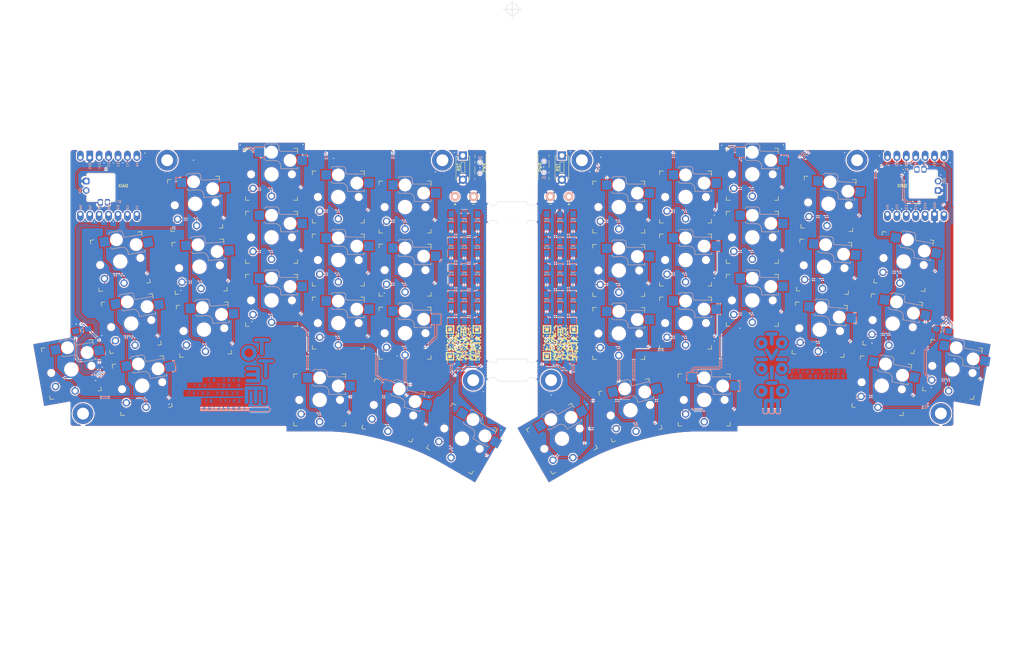
<source format=kicad_pcb>
(kicad_pcb (version 20240108) (generator "pcbnew") (generator_version "8.0")
  (title_block (title "TOTEM-SHIFT split keyboard") (date "2024-08-25") (rev "0.4") (comment 1 "Made by GEIST") (comment 2 "Modified by Endracion"))
  (layers (0 "F.Cu" signal) (31 "B.Cu" signal) (34 "B.Paste" user) (35 "F.Paste" user) (36 "B.SilkS" user "B.Silkscreen") (37 "F.SilkS" user "F.Silkscreen") (38 "B.Mask" user) (39 "F.Mask" user) (44 "Edge.Cuts" user))
  (net 0 "")
  (net 1 "ROW0_L")
  (net 2 "Net-(DL1-A)")
  (net 3 "Net-(DL2-A)")
  (net 4 "Net-(DL3-A)")
  (net 5 "Net-(DL4-A)")
  (net 6 "Net-(DL5-A)")
  (net 7 "ROW1_L")
  (net 8 "Net-(DL6-A)")
  (net 9 "Net-(DL7-A)")
  (net 10 "Net-(DL8-A)")
  (net 11 "Net-(DL9-A)")
  (net 12 "Net-(DL10-A)")
  (net 13 "ROW2_L")
  (net 14 "Net-(DL11-A)")
  (net 15 "Net-(DL12-A)")
  (net 16 "Net-(DL13-A)")
  (net 17 "Net-(DL14-A)")
  (net 18 "Net-(DL15-A)")
  (net 19 "ROW3_L")
  (net 20 "Net-(DL16-A)")
  (net 21 "Net-(DL17-A)")
  (net 22 "Net-(DL18-A)")
  (net 23 "Net-(DL19-A)")
  (net 24 "ROW0_R")
  (net 25 "Net-(DR1-A)")
  (net 26 "Net-(DR2-A)")
  (net 27 "Net-(DR3-A)")
  (net 28 "Net-(DR4-A)")
  (net 29 "Net-(DR5-A)")
  (net 30 "ROW1_R")
  (net 31 "Net-(DR6-A)")
  (net 32 "Net-(DR7-A)")
  (net 33 "Net-(DR8-A)")
  (net 34 "Net-(DR9-A)")
  (net 35 "Net-(DR10-A)")
  (net 36 "ROW2_R")
  (net 37 "Net-(DR11-A)")
  (net 38 "Net-(DR12-A)")
  (net 39 "Net-(DR13-A)")
  (net 40 "Net-(DR14-A)")
  (net 41 "Net-(DR15-A)")
  (net 42 "ROW3_R")
  (net 43 "Net-(DR16-A)")
  (net 44 "Net-(DR17-A)")
  (net 45 "Net-(DR18-A)")
  (net 46 "Net-(DR19-A)")
  (net 47 "VBAT_L")
  (net 48 "VBAT_R")
  (net 50 "BAT+_L")
  (net 53 "RESET_L")
  (net 54 "GND_L")
  (net 55 "RESET_R")
  (net 56 "COL0_L")
  (net 57 "COL1_L")
  (net 58 "COL2_L")
  (net 59 "COL3_L")
  (net 60 "COL4_L")
  (net 61 "COL0_R")
  (net 62 "COL1_R")
  (net 63 "COL2_R")
  (net 64 "COL3_R")
  (net 65 "COL4_R")
  (net 66 "VCC_L")
  (net 70 "BAT+_R")
  (net 71 "VCC_R")
  (net 72 "GND_R")
  (footprint "TOTEMlib:Kailh_socket_PG1350_optional" (layer "F.Cu") (at 50.254623 113.481299 10)
    (property "Reference" "SWL11" (hide yes))
    (property "Value" "SW_Push_45deg" (hide yes))
  )
  (footprint "TOTEMlib:Kailh_socket_PG1350_optional" (layer "F.Cu") (at 98.103165 117.314348)
    (property "Reference" "SWL17" (hide yes))
    (property "Value" "SW_Push_45deg" (hide yes))
  )
  (footprint "TOTEMlib:Kailh_socket_PG1350_optional" (layer "F.Cu") (at 121.129205 99.324989)
    (property "Reference" "SWL15" (hide yes))
    (property "Value" "SW_Push_45deg" (hide yes))
  )
  (footprint "TOTEMlib:Kailh_socket_PG1350_optional" (layer "F.Cu") (at 64.530814 64.446731 4)
    (property "Reference" "SWL2" (hide yes))
    (property "Value" "SW_Push_45deg" (hide yes))
  )
  (footprint "TOTEMlib:Kailh_socket_PG1350_optional" (layer "F.Cu") (at 85.129229 73.48978)
    (property "Reference" "SWL8" (hide yes))
    (property "Value" "SW_Push_45deg" (hide yes))
  )
  (footprint "TOTEMlib:Kailh_socket_PG1350_optional" (layer "F.Cu") (at 178.753285 99.410067)
    (property "Reference" "SWR15" (hide yes))
    (property "Value" "SW_Push_45deg" (hide yes))
  )
  (footprint "TOTEMlib:Kailh_socket_PG1350_optional" (layer "F.Cu") (at 232.916689 98.370992 -4)
    (property "Reference" "SWR12" (hide yes))
    (property "Value" "SW_Push_45deg" (hide yes))
  )
  (footprint "MountingHole:MountingHole_3.2mm_M3_DIN965_Pad" (layer "F.Cu") (at 139.5 112)
    (property "Reference" "REF**" (hide yes))
    (property "Value" "MountingHole_3.2mm_M3_DIN965_Pad" (hide yes))
  )
  (footprint "TOTEMlib:xiao-ble-smd-cutout-larger" (layer "F.Cu") (at 258.8 59.6 -90)
    (property "Reference" "U2" (hide yes))
    (property "Value" "xiao-ble" (hide yes))
  )
  (footprint "TOTEMlib:Kailh_socket_PG1350_optional" (layer "F.Cu") (at 31.152565 109.089348 10)
    (property "Reference" "SWL16" (hide yes))
    (property "Value" "SW_Push_45deg" (hide yes))
  )
  (footprint "TOTEMlib:BatteryPad" (layer "F.Cu") (at 165.3085 62.48)
    (property "Reference" "BAT+2" (hide yes))
    (property "Value" "+" (hide yes))
  )
  (footprint "TOTEMlib:Kailh_socket_PG1350_optional" (layer "F.Cu") (at 255.552565 80.014348 -10)
    (property "Reference" "SWR1" (hide yes))
    (property "Value" "SW_Push_45deg" (hide yes))
  )
  (footprint "TOTEMlib:BatteryPad" (layer "F.Cu") (at 139.609 62.49)
    (property "Reference" "BATGND1" (hide yes))
    (property "Value" "-" (hide yes))
  )
  (footprint "TOTEMlib:Kailh_socket_PG1350_optional" (layer "F.Cu") (at 118.027565 120.089348 -15)
    (property "Reference" "SWL18" (hide yes))
    (property "Value" "SW_Push_45deg" (hide yes))
  )
  (footprint "TOTEMlib:Kailh_socket_PG1350_optional" (layer "F.Cu") (at 85.129229 56.48956)
    (property "Reference" "SWL3" (hide yes))
    (property "Value" "SW_Push_45deg" (hide yes))
  )
  (footprint "TOTEMlib:Kailh_socket_PG1350_optional" (layer "F.Cu") (at 268.702565 109.089348 -10)
    (property "Reference" "SWR16" (hide yes))
    (property "Value" "SW_Push_45deg" (hide yes))
  )
  (footprint "MountingHole:MountingHole_3.2mm_M3_DIN965_Pad" (layer "F.Cu") (at 34.309 121.014348)
    (property "Reference" "REF**" (hide yes))
    (property "Value" "MountingHole_3.2mm_M3_DIN965_Pad" (hide yes))
  )
  (footprint "TOTEMlib:Kailh_socket_PG1350_optional" (layer "F.Cu") (at 196.753205 96.604887)
    (property "Reference" "SWR14" (hide yes))
    (property "Value" "SW_Push_45deg" (hide yes))
  )
  (footprint "MountingHole:MountingHole_3.2mm_M3_DIN965_Pad" (layer "F.Cu") (at 265.579 120.98)
    (property "Reference" "REF**" (hide yes))
    (property "Value" "MountingHole_3.2mm_M3_DIN965_Pad" (hide yes))
  )
  (footprint "MountingHole:MountingHole_3.2mm_M3_DIN965_Pad" (layer "F.Cu") (at 243 52.7)
    (property "Reference" "REF**" (hide yes))
    (property "Value" "MountingHole_3.2mm_M3_DIN965_Pad" (hide yes))
  )
  (footprint "TOTEMlib:Kailh_socket_PG1350_optional" (layer "F.Cu") (at 181.877565 120.089348 15)
    (property "Reference" "SWR18" (hide yes))
    (property "Value" "SW_Push_45deg" (hide yes))
  )
  (footprint "TOTEMlib:Kailh_socket_PG1350_optional" (layer "F.Cu") (at 163.427203 127.764348 30)
    (property "Reference" "SWR19" (hide yes))
    (property "Value" "SW_Push_45deg" (hide yes))
  )
  (footprint "TOTEMlib:Kailh_socket_PG1350_optional" (layer "F.Cu") (at 234.102565 81.412184 -4)
    (property "Reference" "SWR7" (hide yes))
    (property "Value" "SW_Push_45deg" (hide yes))
  )
  (footprint "TOTEMlib:Kailh_socket_PG1350_optional" (layer "F.Cu") (at 178.753245 65.324549)
    (property "Reference" "SWR5" (hide yes))
    (property "Value" "SW_Push_45deg" (hide yes))
  )
  (footprint "TOTEMlib:Kailh_socket_PG1350_optional" (layer "F.Cu") (at 121.129205 65.324549)
    (property "Reference" "SWL5" (hide yes))
    (property "Value" "SW_Push_45deg" (hide yes))
  )
  (footprint "TOTEMlib:Kailh_socket_PG1350_optional" (layer "F.Cu") (at 103.129241 62.604447)
    (property "Reference" "SWL4" (hide yes))
    (property "Value" "SW_Push_45deg" (hide yes))
  )
  (footprint "TOTEMlib:Kailh_socket_PG1350_optional" (layer "F.Cu") (at 65.71669 81.405539 4)
    (property "Reference" "SWL7" (hide yes))
    (property "Value" "SW_Push_45deg" (hide yes))
  )
  (footprint "TOTEMlib:Kailh_socket_PG1350_optional" (layer "F.Cu") (at 196.753205 79.604667)
    (property "Reference" "SWR9" (hide yes))
    (property "Value" "SW_Push_45deg" (hide yes))
  )
  (footprint "TOTEMlib:Kailh_socket_PG1350_optional" (layer "F.Cu") (at 103.129241 79.604667)
    (property "Reference" "SWL9" (hide yes))
    (property "Value" "SW_Push_45deg" (hide yes))
  )
  (footprint "TOTEMlib:Kailh_socket_PG1350_optional" (layer "F.Cu") (at 252.600506 96.756297 -10)
    (property "Reference" "SWR6" (hide yes))
    (property "Value" "SW_Push_45deg" (hide yes))
  )
  (footprint "TOTEMlib:Kailh_socket_PG1350_optional" (layer "F.Cu") (at 66.902565 98.364348 4)
    (property "Reference" "SWL12" (hide yes))
    (property "Value" "SW_Push_45deg" (hide yes))
  )
  (footprint "TOTEMlib:Kailh_socket_PG1350_optional" (layer "F.Cu") (at 136.477565 127.764348 -30)
    (property "Reference" "SWL19" (hide yes))
    (property "Value" "SW_Push_45deg" (hide yes))
  )
  (footprint "MountingHole:MountingHole_3.2mm_M3_DIN965_Pad" (layer "F.Cu") (at 57 52.7)
    (property "Reference" "REF**" (hide yes))
    (property "Value" "MountingHole_3.2mm_M3_DIN965_Pad" (hide yes))
  )
  (footprint "TOTEMlib:Kailh_socket_PG1350_optional" (layer "F.Cu") (at 214.753165 73.48978)
    (property "Reference" "SWR8" (hide yes))
    (property "Value" "SW_Push_45deg" (hide yes))
  )
  (footprint "TOTEMlib:BatteryPad" (layer "F.Cu") (at 160.3085 62.48)
    (property "Reference" "BATGND2" (hide yes))
    (property "Value" "-" (hide yes))
  )
  (footprint "TOTEMlib:Kailh_socket_PG1350_optional" (layer "F.Cu") (at 44.350509 79.997401 10)
    (property "Reference" "SWL1" (hide yes))
    (property "Value" "SW_Push_45deg" (hide yes))
  )
  (footprint "marbastlib-various:mousebites_2.5mm" (layer "F.Cu") (at 143.577976 66.88358 180)
    (property "Reference" "REF**" (hide yes))
    (property "Value" "mousebites 2mm" (hide yes))
    (fp_line (start -1 2) (end -1.5 2) (stroke (width 0.08)) (layer "Edge.Cuts"))
    (fp_line (start -1.5 -2) (end -1 -2) (stroke (width 0.08)) (layer "Edge.Cuts"))
    (fp_arc (start 0 -3) (mid -0.292892 -2.292895) (end -0.999997 -2.000003) (stroke (width 0.08)) (layer "Edge.Cuts"))
    (fp_arc (start -1 2) (mid -0.292895 2.292892) (end -0.000003 2.999997) (stroke (width 0.08)) (layer "Edge.Cuts"))
    (fp_arc (start -1.5 -2) (mid -2.207105 -2.292892) (end -2.499997 -2.999997) (stroke (width 0.08)) (layer "Edge.Cuts"))
    (fp_arc (start -2.5 3) (mid -2.207108 2.292895) (end -1.500003 2.000003) (stroke (width 0.08)) (layer "Edge.Cuts"))
  )
  (footprint "TOTEMlib:Kailh_socket_PG1350_optional" (layer "F.Cu") (at 214.753165 56.48956)
    (property "Reference" "SWR3" (hide yes))
    (property "Value" "SW_Push_45deg" (hide yes))
  )
  (footprint "Button_Switch_THT:SW_PUSH_1P1T_6x3.5mm_H5.0_APEM_MJTP1250" (layer "F.Cu") (at 136.709 51.44 -90)
    (property "Reference" "RST")
    (property "Value" "SW_Push")
  )
  (footprint "TOTEMlib:Kailh_socket_PG1350_optional" (layer "F.Cu") (at 235.28844 64.453375 -4)
    (property "Reference" "SWR2" (hide yes))
    (property "Value" "SW_Push_45deg" (hide yes))
  )
  (footprint "marbastlib-various:mousebites_2.5mm" (layer "F.Cu") (at 143.546839 109.284707 180)
    (property "Reference" "REF**" (hide yes))
    (property "Value" "mousebites 2mm" (hide yes))
    (fp_line (start -1 2) (end -1.5 2) (stroke (width 0.08)) (layer "Edge.Cuts"))
    (fp_line (start -1.5 -2) (end -1 -2) (stroke (width 0.08)) (layer "Edge.Cuts"))
    (fp_arc (start 0 -3) (mid -0.292892 -2.292895) (end -0.999997 -2.000003) (stroke (width 0.08)) (layer "Edge.Cuts"))
    (fp_arc (start -1 2) (mid -0.292895 2.292892) (end -0.000003 2.999997) (stroke (width 0.08)) (layer "Edge.Cuts"))
    (fp_arc (start -1.5 -2) (mid -2.207105 -2.292892) (end -2.499997 -2.999997) (stroke (width 0.08)) (layer "Edge.Cuts"))
    (fp_arc (start -2.5 3) (mid -2.207108 2.292895) (end -1.500003 2.000003) (stroke (width 0.08)) (layer "Edge.Cuts"))
  )
  (footprint "TOTEMlib:Kailh_socket_PG1350_optional" (layer "F.Cu") (at 249.648451 113.498245 -10)
    (property "Reference" "SWR11" (hide yes))
    (property "Value" "SW_Push_45deg" (hide yes))
  )
  (footprint "TOTEMlib:Kailh_socket_PG1350_optional" (layer "F.Cu") (at 201.778165 117.314348)
    (property "Reference" "SWR17" (hide yes))
    (property "Value" "SW_Push_45deg" (hide yes))
  )
  (footprint "Button_Switch_THT:SW_PUSH_1P1T_6x3.5mm_H5.0_APEM_MJTP1250" (layer "F.Cu") (at 163.409 51.44 -90)
    (property "Reference" "RST")
    (property "Value" "SW_Push")
  )
  (footprint "TOTEMlib:Kailh_socket_PG1350_optional" (layer "F.Cu") (at 214.753165 90.49)
    (property "Reference" "SWR13" (hide yes))
    (property "Value" "SW_Push_45deg" (hide yes))
  )
  (footprint "TOTEMlib:Kailh_socket_PG1350_optional" (layer "F.Cu") (at 103.129241 96.604887)
    (property "Reference" "SWL14" (hide yes))
    (property "Value" "SW_Push_45deg" (hide yes))
  )
  (footprint "marbastlib-various:mousebites_2.5mm" (layer "F.Cu") (at 156.472976 66.88358)
    (property "Reference" "REF**" (hide yes))
    (property "Value" "mousebites 2mm" (hide yes))
    (fp_line (start -1.5 -2) (end -1 -2) (stroke (width 0.08)) (layer "Edge.Cuts"))
    (fp_line (start -1 2) (end -1.5 2) (stroke (width 0.08)) (layer "Edge.Cuts"))
    (fp_arc (start -2.5 3) (mid -2.207108 2.292895) (end -1.500003 2.000003) (stroke (width 0.08)) (layer "Edge.Cuts"))
    (fp_arc (start -1.5 -2) (mid -2.207105 -2.292892) (end -2.499997 -2.999997) (stroke (width 0.08)) (layer "Edge.Cuts"))
    (fp_arc (start -1 2) (mid -0.292895 2.292892) (end -0.000003 2.999997) (stroke (width 0.08)) (layer "Edge.Cuts"))
    (fp_arc (start 0 -3) (mid -0.292892 -2.292895) (end -0.999997 -2.000003) (stroke (width 0.08)) (layer "Edge.Cuts"))
  )
  (footprint "marbastlib-various:mousebites_2.5mm" (layer "F.Cu") (at 156.441839 109.284707)
    (property "Reference" "REF**" (hide yes))
    (property "Value" "mousebites 2mm" (hide yes))
    (fp_line (start -1.5 -2) (end -1 -2) (stroke (width 0.08)) (layer "Edge.Cuts"))
    (fp_line (start -1 2) (end -1.5 2) (stroke (width 0.08)) (layer "Edge.Cuts"))
    (fp_arc (start -2.5 3) (mid -2.207108 2.292895) (end -1.500003 2.000003) (stroke (width 0.08)) (layer "Edge.Cuts"))
    (fp_arc (start -1.5 -2) (mid -2.207105 -2.292892) (end -2.499997 -2.999997) (stroke (width 0.08)) (layer "Edge.Cuts"))
    (fp_arc (start -1 2) (mid -0.292895 2.292892) (end -0.000003 2.999997) (stroke (width 0.08)) (layer "Edge.Cuts"))
    (fp_arc (start 0 -3) (mid -0.292892 -2.292895) (end -0.999997 -2.000003) (stroke (width 0.08)) (layer "Edge.Cuts"))
  )
  (footprint "TOTEMlib:BatteryPad" (layer "F.Cu") (at 134.609 62.49)
    (property "Reference" "BAT+1" (hide yes))
    (property "Value" "+" (hide yes))
  )
  (footprint "TOTEMlib:MSK12C02" (layer "F.Cu") (at 142.709 58.49 180)
    (property "Reference" "PWR")
    (property "Value" "SW_SPDT" (hide yes))
  )
  (footprint "MountingHole:MountingHole_3.2mm_M3_DIN965_Pad" (layer "F.Cu") (at 160.5 112)
    (property "Reference" "REF**" (hide yes))
    (property "Value" "MountingHole_3.2mm_M3_DIN965_Pad" (hide yes))
  )
  (footprint "TOTEMlib:Kailh_socket_PG1350_optional" (layer "F.Cu") (at 121.129205 82.324769)
    (property "Reference" "SWL10" (hide yes))
    (property "Value" "SW_Push_45deg" (hide yes))
  )
  (footprint "TOTEMlib:Kailh_socket_PG1350_optional" (layer "F.Cu") (at 85.129229 90.49)
    (property "Reference" "SWL13" (hide yes))
    (property "Value" "SW_Push_45deg" (hide yes))
  )
  (footprint "TOTEMlib:Kailh_socket_PG1350_optional" (layer "F.Cu") (at 47.302565 96.739348 10)
    (property "Reference" "SWL6" (hide yes))
    (property "Value" "SW_Push_45deg" (hide yes))
  )
  (footprint "MountingHole:MountingHole_3.2mm_M3_DIN965_Pad" (layer "F.Cu") (at 131.2 52.7)
    (property "Reference" "REF**" (hide yes))
    (property "Value" "MountingHole_3.2mm_M3_DIN965_Pad" (hide yes))
  )
  (footprint "TOTEMlib:MSK12C02" (layer "F.Cu") (at 157.189 50.74)
    (property "Reference" "PWR")
    (property "Value" "SW_SPDT" (hide yes))
  )
  (footprint "TOTEMlib:Kailh_socket_PG1350_optional" (layer "F.Cu") (at 196.753205 62.604447)
    (property "Reference" "SWR4" (hide yes))
    (property "Value" "SW_Push_45deg" (hide yes))
  )
  (footprint "TOTEMlib:Kailh_socket_PG1350_optional" (layer "F.Cu") (at 178.753285 82.409847)
    (property "Reference" "SWR10" (hide yes))
    (property "Value" "SW_Push_45deg" (hide yes))
  )
  (footprint "TOTEMlib:xiao-ble-smd-cutout-larger" (layer "F.Cu") (at 41.2 59.6 90)
    (property "Reference" "U1" (hide yes))
    (property "Value" "xiao-ble" (hide yes))
  )
  (footprint "MountingHole:MountingHole_3.2mm_M3_DIN965_Pad" (layer "F.Cu") (at 168.8 52.7)
    (property "Reference" "REF**" (hide yes))
    (property "Value" "MountingHole_3.2mm_M3_DIN965_Pad" (hide yes))
  )
  (footprint "TOTEMlib:Diode_SOD123" (layer "B.Cu") (at 162.872435 68.894348 -90)
    (property "Reference" "DR10" (hide yes))
    (property "Value" "D_Small" (hide yes))
  )
  (footprint "TOTEMlib:Diode_SOD123" (layer "B.Cu") (at 137.127565 76.093348 -90)
    (property "Reference" "DL9" (hide yes))
    (property "Value" "D_Small" (hide yes))
  )
  (footprint "TOTEMlib:Diode_SOD123" (layer "B.Cu") (at 166.422435 104.894348 -90)
    (property "Reference" "DR17" (hide yes))
    (property "Value" "D_Small" (hide yes))
  )
  (footprint "TOTEMlib:Diode_SOD123" (layer "B.Cu") (at 159.322435 83.297348 -90)
    (property "Reference" "DR13" (hide yes))
    (property "Value" "D_Small" (hide yes))
  )
  (footprint "TOTEMlib:Diode_SOD123" (layer "B.Cu") (at 162.872435 90.496348 -90)
    (property "Reference" "DR7" (hide yes))
    (property "Value" "D_Small" (hide yes))
  )
  (footprint "TOTEMlib:Diode_SOD123" (layer "B.Cu") (at 166.422435 68.894348 -90)
    (property "Reference" "DR5" (hide yes))
    (property "Value" "D_Small" (hide yes))
  )
  (footprint "TOTEMlib:Diode_SOD123" (layer "B.Cu") (at 140.677565 68.894348 -90)
    (property "Reference" "DL5" (hide yes))
    (property "Value" "D_Small" (hide yes))
  )
  (footprint "TOTEMlib:Diode_SOD123" (layer "B.Cu") (at 266 98.5 170)
    (property "Reference" "DR16" (hide yes))
    (property "Value" "D_Small" (hide yes))
  )
  (footprint "TOTEMlib:Diode_SOD123" (layer "B.Cu") (at 162.872435 83.297348 -90)
    (property "Reference" "DR8" (hide yes))
    (property "Value" "D_Small" (hide yes))
  )
  (footprint "TOTEMlib:Diode_SOD123" (layer "B.Cu") (at 137.127565 104.894348 -90)
    (property "Reference" "DL18" (hide yes))
    (property "Value" "D_Small" (hide yes))
  )
  (footprint "TOTEMlib:Diode_SOD123" (layer "B.Cu") (at 137.127565 90.496348 -90)
    (property "Reference" "DL7" (hide yes))
    (property "Value" "D_Small" (hide yes))
  )
  (footprint "TOTEMlib:Diode_SOD123" (layer "B.Cu") (at 137.127565 83.297348 -90)
    (property "Reference" "DL8" (hide yes))
    (property "Value" "D_Small" (hide yes))
  )
  (footprint "TOTEMlib:Diode_SOD123" (layer "B.Cu") (at 159.322435 104.894348 -90)
    (property "Reference" "DR19" (hide yes))
    (property "Value" "D_Small" (hide yes))
  )
  (footprint "TOTEMlib:Diode_SOD123" (layer "B.Cu") (at 162.872435 104.894348 -90)
    (property "Reference" "DR18" (hide yes))
    (property "Value" "D_Small" (hide yes))
  )
  (footprint "TOTEMlib:Diode_SOD123" (layer "B.Cu") (at 133.577565 76.093348 -90)
    (property "Reference" "DL14" (hide yes))
    (property "Value" "D_Small" (hide yes))
  )
  (footprint "TOTEMlib:Diode_SOD123" (layer "B.Cu") (at 159.322435 68.894348 -90)
    (property "Reference" "DR15" (hide yes))
    (property "Value" "D_Small" (hide yes))
  )
  (footprint "TOTEMlib:Diode_SOD123" (layer "B.Cu") (at 162.872435 97.695348 -90)
    (property "Reference" "DR6" (hide yes))
    (property "Value" "D_Small" (hide yes))
  )
  (footprint "TOTEMlib:Diode_SOD123" (layer "B.Cu") (at 159.322435 90.496348 -90)
    (property "Reference" "DR12" (hide yes))
    (property "Value" "D_Small" (hide yes))
  )
  (footprint "TOTEMlib:Diode_SOD123" (layer "B.Cu") (at 166.422435 97.695348 -90)
    (property "Reference" "DR1" (hide yes))
    (property "Value" "D_Small" (hide yes))
  )
  (footprint "TOTEMlib:Diode_SOD123" (layer "B.Cu") (at 133.577565 90.496348 -90)
    (property "Reference" "DL12" (hide yes))
    (property "Value" "D_Small" (hide yes))
  )
  (footprint "TOTEMlib:Diode_SOD123" (layer "B.Cu") (at 34 98.5 10)
    (property "Reference" "DL16" (hide yes))
    (property "Value" "D_Small" (hide yes))
  )
  (footprint "TOTEMlib:Diode_SOD123" (layer "B.Cu") (at 140.677565 83.292348 -90)
    (property "Reference" "DL3" (hide yes))
    (property "Value" "D_Small" (hide yes))
  )
  (footprint "TOTEMlib:Diode_SOD123" (layer "B.Cu") (at 133.577565 83.297348 -90)
    (property "Reference" "DL13" (hide yes))
    (property "Value" "D_Small" (hide yes))
  )
  (footprint "TOTEMlib:Diode_SOD123" (layer "B.Cu") (at 159.322435 97.695348 -90)
    (property "Reference" "DR11" (hide yes))
    (property "Value" "D_Small" (hide yes))
  )
  (footprint "TOTEMlib:Diode_SOD123" (layer "B.Cu") (at 140.677565 97.695348 -90)
    (property "Reference" "DL1" (hide yes))
    (property "Value" "D_Small" (hide yes))
  )
  (footprint "TOTEMlib:Diode_SOD123" (layer "B.Cu") (at 140.677565 90.496348 -90)
    (property "Reference" "DL2" (hide yes))
    (property "Value" "D_Small" (hide yes))
  )
  (footprint "TOTEMlib:Diode_SOD123" (layer "B.Cu") (at 133.577565 104.894348 -90)
    (property "Reference" "DL17" (hide yes))
    (property "Value" "D_Small" (hide yes))
  )
  (footprint "TOTEMlib:Diode_SOD123" (layer "B.Cu") (at 137.127565 68.894348 -90)
    (property "Reference" "DL10" (hide yes))
    (property "Value" "D_Small" (hide yes))
  )
  (footprint "TOTEMlib:Diode_SOD123" (layer "B.Cu") (at 133.577565 68.894348 -90)
    (property "Reference" "DL15" (hide yes))
    (property "Value" "D_Small" (hide yes))
  )
  (footprint "TOTEMlib:Diode_SOD123" (layer "B.Cu") (at 137.127565 97.695348 -90)
    (property "Reference" "DL6" (hide yes))
    (property "Value" "D_Small" (hide yes))
  )
  (footprint "TOTEMlib:Diode_SOD123" (layer "B.Cu") (at 166.422435 83.297348 -90)
    (property "Reference" "DR3" (hide yes))
    (property "Value" "D_Small" (hide yes))
  )
  (footprint "TOTEMlib:Diode_SOD123" (layer "B.Cu") (at 140.677565 104.894348 -90)
    (property "Reference" "DL19" (hide yes))
    (property "Value" "D_Small" (hide yes))
  )
  (footprint "TOTEMlib:Diode_SOD123" (layer "B.Cu") (at 159.322435 76.093348 -90)
    (property "Reference" "DR14" (hide yes))
    (property "Value" "D_Small" (hide yes))
  )
  (footprint "TOTEMlib:Diode_SOD123" (layer "B.Cu") (at 140.677565 76.093348 -90)
    (property "Reference" "DL4" (hide yes))
    (property "Value" "D_Small" (hide yes))
  )
  (footprint "TOTEMlib:Diode_SOD123" (layer "B.Cu") (at 166.422435 76.093348 -90)
    (property "Reference" "DR4" (hide yes))
    (property "Value" "D_Small" (hide yes))
  )
  (footprint "TOTEMlib:Diode_SOD123" (layer "B.Cu") (at 166.422435 90.496348 -90)
    (property "Reference" "DR2" (hide yes))
    (property "Value" "D_Small" (hide yes))
  )
  (footprint "TOTEMlib:Diode_SOD123" (layer "B.Cu") (at 133.577565 97.695348 -90)
    (property "Reference" "DL11" (hide yes))
    (property "Value" "D_Small" (hide yes))
  )
  (footprint "TOTEMlib:Diode_SOD123" (layer "B.Cu") (at 162.872435 76.093348 -90)
    (property "Reference" "DR9" (hide yes))
    (property "Value" "D_Small" (hide yes))
  )
  (gr_line (start 162.8085 62.48) (end 162.8085 66.48) (stroke (width 0.75)) (layer "F.Cu"))
  (gr_line (start 164.3085 64.48) (end 164.3085 66.48) (stroke (width 0.75)) (layer "F.Cu"))
  (gr_line (start 137.109 62.49) (end 137.109 64.99) (stroke (width 0.75)) (layer "F.Cu"))
  (gr_line (start 161.3085 64.48) (end 161.3085 66.48) (stroke (width 0.75)) (layer "F.Cu"))
  (gr_line (start 40.109 84.59) (end 40.109 86.89) (stroke (width 0.2)) (layer "F.Cu") (net 2))
  (gr_line (start 136.109 66.49) (end 138.109 66.49) (stroke (width 0.75)) (layer "F.Cu"))
  (gr_line (start 161.3085 64.48) (end 164.3085 64.48) (stroke (width 0.75)) (layer "F.Cu"))
  (gr_poly (pts (xy 217.312249 113.283144) (xy 217.395307 113.289473) (xy 217.477167 113.299896) (xy 217.557725 113.314308) (xy 217.636877 113.332606) (xy 217.714519 113.354688) (xy 217.79055 113.380449) (xy 217.864865 113.409787) (xy 217.93736 113.442597) (xy 218.007934 113.478777) (xy 218.076482 113.518224) (xy 218.1429 113.560833) (xy 218.207086 113.606502) (xy 218.268936 113.655127) (xy 218.328347 113.706604) (xy 218.385216 113.760832) (xy 218.439439 113.817705) (xy 218.490912 113.877121) (xy 218.539533 113.938976) (xy 218.585198 114.003167) (xy 218.627804 114.069591) (xy 218.667247 114.138144) (xy 218.703424 114.208723) (xy 218.736232 114.281224) (xy 218.765567 114.355545) (xy 218.791326 114.431582) (xy 218.813406 114.50923) (xy 218.831703 114.588388) (xy 218.846113 114.668952) (xy 218.856535 114.750818) (xy 218.862864 114.833883) (xy 218.864996 114.918044) (xy 218.862864 115.002205) (xy 218.856535 115.08527) (xy 218.846113 115.167136) (xy 218.831703 115.247699) (xy 218.813406 115.326857) (xy 218.791326 115.404507) (xy 218.765567 115.480543) (xy 218.736232 115.554864) (xy 218.703424 115.627365) (xy 218.667247 115.697944) (xy 218.627804 115.766497) (xy 218.585198 115.832921) (xy 218.539533 115.897113) (xy 218.490912 115.958968) (xy 218.439439 116.018384) (xy 218.385216 116.075257) (xy 218.328347 116.129484) (xy 218.268936 116.180962) (xy 218.207086 116.229587) (xy 218.1429 116.275256) (xy 218.076482 116.317865) (xy 218.007934 116.357312) (xy 217.93736 116.393492) (xy 217.864865 116.426303) (xy 217.79055 116.45564) (xy 217.714519 116.481402) (xy 217.636877 116.503483) (xy 217.557725 116.521782) (xy 217.477167 116.536194) (xy 217.395307 116.546616) (xy 217.312249 116.552946) (xy 217.228094 116.555078) (xy 217.14394 116.552946) (xy 217.060881 116.546616) (xy 216.979021 116.536194) (xy 216.898463 116.521782) (xy 216.819311 116.503483) (xy 216.741668 116.481402) (xy 216.665637 116.45564) (xy 216.591321 116.426303) (xy 216.518825 116.393492) (xy 216.448251 116.357312) (xy 216.379703 116.317865) (xy 216.313284 116.275256) (xy 216.249097 116.229587) (xy 216.187246 116.180962) (xy 216.127834 116.129484) (xy 216.070965 116.075257) (xy 216.016742 116.018384) (xy 215.965267 115.958968) (xy 215.916646 115.897113) (xy 215.87098 115.832921) (xy 215.828374 115.766497) (xy 215.78893 115.697944) (xy 215.752752 115.627365) (xy 215.719944 115.554864) (xy 215.690608 115.480543) (xy 215.664849 115.404507) (xy 215.642769 115.326857) (xy 215.624471 115.247699) (xy 215.61006 115.167136) (xy 215.599639 115.08527) (xy 215.59331 115.002205) (xy 215.591177 114.918044) (xy 216.593084 114.918044) (xy 216.593915 114.950606) (xy 216.596379 114.982775) (xy 216.600436 115.014509) (xy 216.606045 115.045765) (xy 216.613166 115.076501) (xy 216.621757 115.106677) (xy 216.631779 115.136249) (xy 216.64319 115.165175) (xy 216.65595 115.193415) (xy 216.670018 115.220925) (xy 216.685354 115.247663) (xy 216.701916 115.273589) (xy 216.719664 115.298659) (xy 216.738557 115.322831) (xy 216.758556 115.346065) (xy 216.779617 115.368317) (xy 216.801703 115.389545) (xy 216.82477 115.409709) (xy 216.84878 115.428765) (xy 216.87369 115.446672) (xy 216.899462 115.463388) (xy 216.926052 115.47887) (xy 216.953422 115.493078) (xy 216.981531 115.505968) (xy 217.010337 115.517498) (xy 217.039799 115.527628) (xy 217.069879 115.536314) (xy 217.100533 115.543516) (xy 217.131723 115.54919) (xy 217.163407 115.553295) (xy 217.195544 115.555788) (xy 217.228094 115.556629) (xy 217.260653 115.555798) (xy 217.292819 115.553333) (xy 217.324549 115.549274) (xy 217.355802 115.543661) (xy 217.386535 115.536533) (xy 217.416707 115.52793) (xy 217.446276 115.517894) (xy 217.4752 115.506464) (xy 217.503436 115.493679) (xy 217.530943 115.479581) (xy 217.557679 115.464209) (xy 217.583602 115.447603) (xy 217.608669 115.429802) (xy 217.632839 115.410849) (xy 217.65607 115.390781) (xy 217.67832 115.36964) (xy 217.699547 115.347465) (xy 217.719708 115.324297) (xy 217.738763 115.300175) (xy 217.756668 115.275139) (xy 217.773382 115.24923) (xy 217.788863 115.222488) (xy 217.803069 115.194953) (xy 217.815957 115.166664) (xy 217.827487 115.137662) (xy 217.837616 115.107987) (xy 217.846301 115.077679) (xy 217.853502 115.046778) (xy 217.859175 115.015324) (xy 217.86328 114.983357) (xy 217.865773 114.950917) (xy 217.866614 114.918044) (xy 217.865783 114.885181) (xy 217.863318 114.852771) (xy 217.859259 114.820851) (xy 217.853646 114.789462) (xy 217.846519 114.75864) (xy 217.837918 114.728426) (xy 217.827882 114.698858) (xy 217.816453 114.669975) (xy 217.80367 114.641816) (xy 217.789573 114.614418) (xy 217.774202 114.587822) (xy 217.757597 114.562065) (xy 217.739799 114.537187) (xy 217.720847 114.513227) (xy 217.700781 114.490222) (xy 217.679642 114.468213) (xy 217.657469 114.447237) (xy 217.634303 114.427333) (xy 217.610184 114.408541) (xy 217.585151 114.390898) (xy 217.559245 114.374444) (xy 217.532505 114.359218) (xy 217.504973 114.345257) (xy 217.476687 114.332602) (xy 217.447688 114.32129) (xy 217.418016 114.311361) (xy 217.387711 114.302853) (xy 217.356814 114.295805) (xy 217.325363 114.290256) (xy 217.293399 114.286244) (xy 217.260963 114.283809) (xy 217.228094 114.282988) (xy 217.195234 114.283819) (xy 217.162826 114.286283) (xy 217.130909 114.29034) (xy 217.099521 114.29595) (xy 217.068702 114.303071) (xy 217.038491 114.311664) (xy 217.008925 114.321686) (xy 216.980044 114.333098) (xy 216.951886 114.345859) (xy 216.924491 114.359929) (xy 216.897896 114.375265) (xy 216.872142 114.391829) (xy 216.847265 114.409578) (xy 216.823307 114.428473) (xy 216.800304 114.448473) (xy 216.778296 114.469536) (xy 216.757321 114.491623) (xy 216.737419 114.514693) (xy 216.718628 114.538704) (xy 216.700986 114.563616) (xy 216.684534 114.589389) (xy 216.669308 114.615982) (xy 216.655349 114.643354) (xy 216.642695 114.671464) (xy 216.631384 114.700272) (xy 216.621455 114.729737) (xy 216.612948 114.759818) (xy 216.6059 114.790475) (xy 216.600352 114.821667) (xy 216.59634 114.853352) (xy 216.593905 114.885492) (xy 216.593084 114.918044) (xy 215.591177 114.918044) (xy 215.59331 114.833883) (xy 215.599638 114.750818) (xy 215.61006 114.668952) (xy 215.624471 114.588388) (xy 215.642768 114.50923) (xy 215.664847 114.431582) (xy 215.690607 114.355545) (xy 215.719942 114.281224) (xy 215.75275 114.208723) (xy 215.788927 114.138144) (xy 215.82837 114.069591) (xy 215.870976 114.003167) (xy 215.916641 113.938976) (xy 215.965262 113.877121) (xy 216.016736 113.817705) (xy 216.070959 113.760832) (xy 216.127828 113.706604) (xy 216.18724 113.655127) (xy 216.24909 113.606502) (xy 216.313277 113.560833) (xy 216.379696 113.518224) (xy 216.448244 113.478777) (xy 216.518818 113.442597) (xy 216.591315 113.409787) (xy 216.665631 113.380449) (xy 216.741662 113.354688) (xy 216.819306 113.332606) (xy 216.898459 113.314308) (xy 216.979017 113.299896) (xy 217.060879 113.289473) (xy 217.143939 113.283144) (xy 217.228094 113.281011)) (fill solid) (layer "B.Cu"))
  (gr_poly (pts (xy 79.142316 102.491392) (xy 79.25166 102.49973) (xy 79.359429 102.513459) (xy 79.465488 102.532443) (xy 79.569698 102.556546) (xy 79.671925 102.585632) (xy 79.772032 102.619565) (xy 79.869883 102.658207) (xy 79.965341 102.701423) (xy 80.05827 102.749077) (xy 80.148534 102.801032) (xy 80.235996 102.857151) (xy 80.320521 102.9173) (xy 80.401971 102.98134) (xy 80.480211 103.049136) (xy 80.555104 103.120552) (xy 80.626514 103.195451) (xy 80.694305 103.273698) (xy 80.75834 103.355155) (xy 80.818484 103.439686) (xy 80.874599 103.527155) (xy 80.92655 103.617426) (xy 80.974199 103.710363) (xy 81.017412 103.805828) (xy 81.056051 103.903687) (xy 81.089981 104.003802) (xy 81.119065 104.106037) (xy 81.143166 104.210256) (xy 81.162149 104.316323) (xy 81.175877 104.424101) (xy 81.184213 104.533454) (xy 81.187022 104.644246) (xy 81.184213 104.755038) (xy 81.175877 104.864391) (xy 81.162149 104.972169) (xy 81.143166 105.078236) (xy 81.119065 105.182455) (xy 81.089981 105.28469) (xy 81.056051 105.384805) (xy 81.017412 105.482664) (xy 80.9742 105.578129) (xy 80.92655 105.671066) (xy 80.874599 105.761337) (xy 80.818484 105.848806) (xy 80.758341 105.933338) (xy 80.694305 106.014795) (xy 80.626515 106.093041) (xy 80.555104 106.16794) (xy 80.480211 106.239356) (xy 80.401971 106.307152) (xy 80.320521 106.371193) (xy 80.235996 106.431341) (xy 80.148534 106.48746) (xy 80.05827 106.539415) (xy 79.965341 106.587069) (xy 79.869883 106.630285) (xy 79.772033 106.668928) (xy 79.671926 106.70286) (xy 79.569699 106.731946) (xy 79.465488 106.756049) (xy 79.35943 106.775033) (xy 79.25166 106.788762) (xy 79.142316 106.7971) (xy 79.031533 106.799909) (xy 78.92075 106.7971) (xy 78.811406 106.788762) (xy 78.703637 106.775033) (xy 78.597579 106.756049) (xy 78.493368 106.731946) (xy 78.391141 106.70286) (xy 78.291034 106.668928) (xy 78.193183 106.630285) (xy 78.097725 106.587069) (xy 78.004796 106.539415) (xy 77.914533 106.48746) (xy 77.82707 106.431341) (xy 77.742546 106.371193) (xy 77.661095 106.307152) (xy 77.582856 106.239356) (xy 77.507962 106.16794) (xy 77.436552 106.093041) (xy 77.368761 106.014795) (xy 77.304726 105.933338) (xy 77.244583 105.848806) (xy 77.188468 105.761337) (xy 77.136517 105.671066) (xy 77.088867 105.578129) (xy 77.045654 105.482664) (xy 77.007015 105.384805) (xy 76.973086 105.28469) (xy 76.944002 105.182455) (xy 76.919901 105.078236) (xy 76.900918 104.972169) (xy 76.88719 104.864391) (xy 76.878853 104.755038) (xy 76.876134 104.647774) (xy 77.877941 104.647774) (xy 77.879448 104.707268) (xy 77.88392 104.765966) (xy 77.891283 104.823797) (xy 77.901464 104.88069) (xy 77.914389 104.936572) (xy 77.929985 104.991373) (xy 77.948177 105.045019) (xy 77.968892 105.09744) (xy 77.992057 105.148564) (xy 78.017598 105.198319) (xy 78.045441 105.246633) (xy 78.075512 105.293435) (xy 78.107738 105.338653) (xy 78.142046 105.382215) (xy 78.178361 105.42405) (xy 78.21661 105.464086) (xy 78.25672 105.502251) (xy 78.298616 105.538473) (xy 78.342226 105.572681) (xy 78.387475 105.604803) (xy 78.434289 105.634767) (xy 78.482596 105.662502) (xy 78.532322 105.687936) (xy 78.583392 105.710997) (xy 78.635733 105.731614) (xy 78.689273 105.749714) (xy 78.743936 105.765226) (xy 78.799649 105.778079) (xy 78.856339 105.788201) (xy 78.913933 105.795519) (xy 78.972355 105.799963) (xy 79.031533 105.80146) (xy 79.091022 105.799952) (xy 79.149716 105.79548) (xy 79.207542 105.788116) (xy 79.26443 105.777934) (xy 79.320308 105.765008) (xy 79.375104 105.749412) (xy 79.428746 105.731218) (xy 79.481163 105.710501) (xy 79.532283 105.687334) (xy 79.582034 105.661792) (xy 79.630344 105.633947) (xy 79.677142 105.603873) (xy 79.722357 105.571644) (xy 79.765915 105.537334) (xy 79.807747 105.501015) (xy 79.847779 105.462763) (xy 79.885941 105.42265) (xy 79.92216 105.38075) (xy 79.956365 105.337137) (xy 79.988485 105.291885) (xy 80.018447 105.245066) (xy 80.046179 105.196756) (xy 80.071611 105.147026) (xy 80.09467 105.095952) (xy 80.115285 105.043606) (xy 80.133384 104.990063) (xy 80.148895 104.935395) (xy 80.161747 104.879677) (xy 80.171868 104.822982) (xy 80.179185 104.765385) (xy 80.183629 104.706957) (xy 80.185126 104.647774) (xy 80.183618 104.588581) (xy 80.179147 104.530124) (xy 80.171783 104.472478) (xy 80.161602 104.415719) (xy 80.148677 104.359922) (xy 80.133082 104.30516) (xy 80.11489 104.251509) (xy 80.094174 104.199045) (xy 80.07101 104.147842) (xy 80.045469 104.097974) (xy 80.017626 104.049518) (xy 79.987555 104.002547) (xy 79.955328 103.957137) (xy 79.921021 103.913363) (xy 79.884705 103.871299) (xy 79.846456 103.831021) (xy 79.806347 103.792604) (xy 79.76445 103.756122) (xy 79.720841 103.72165) (xy 79.675592 103.689264) (xy 79.628777 103.659038) (xy 79.580471 103.631047) (xy 79.530745 103.605366) (xy 79.479675 103.582071) (xy 79.427333 103.561235) (xy 79.373794 103.542934) (xy 79.319131 103.527244) (xy 79.263418 103.514238) (xy 79.206728 103.503991) (xy 79.149134 103.49658) (xy 79.090712 103.492078) (xy 79.031533 103.490561) (xy 78.972355 103.492068) (xy 78.913933 103.496541) (xy 78.856339 103.503907) (xy 78.799649 103.514093) (xy 78.743936 103.527026) (xy 78.689273 103.542632) (xy 78.635733 103.560839) (xy 78.583392 103.581575) (xy 78.532322 103.604765) (xy 78.482596 103.630337) (xy 78.434289 103.658217) (xy 78.387475 103.688334) (xy 78.342226 103.720613) (xy 78.298616 103.754983) (xy 78.25672 103.791369) (xy 78.21661 103.829699) (xy 78.178361 103.869899) (xy 78.142046 103.911898) (xy 78.107738 103.955622) (xy 78.075512 104.000997) (xy 78.045441 104.047951) (xy 78.017598 104.096411) (xy 77.992057 104.146304) (xy 77.968892 104.197557) (xy 77.948177 104.250097) (xy 77.929985 104.30385) (xy 77.914389 104.358745) (xy 77.901464 104.414707) (xy 77.891283 104.471664) (xy 77.88392 104.529543) (xy 77.879448 104.58827) (xy 77.877941 104.647774) (xy 76.876134 104.647774) (xy 76.876044 104.644246) (xy 76.878853 104.533454) (xy 76.88719 104.424101) (xy 76.900918 104.316323) (xy 76.919901 104.210256) (xy 76.944002 104.106037) (xy 76.973086 104.003802) (xy 77.007015 103.903687) (xy 77.045654 103.805828) (xy 77.088867 103.710363) (xy 77.136517 103.617426) (xy 77.188468 103.527155) (xy 77.244583 103.439686) (xy 77.304726 103.355155) (xy 77.368761 103.273698) (xy 77.436552 103.195451) (xy 77.507962 103.120552) (xy 77.582855 103.049136) (xy 77.661095 102.98134) (xy 77.742546 102.9173) (xy 77.82707 102.857151) (xy 77.914533 102.801032) (xy 78.004796 102.749077) (xy 78.097725 102.701423) (xy 78.193183 102.658207) (xy 78.291034 102.619565) (xy 78.391141 102.585632) (xy 78.493368 102.556546) (xy 78.597579 102.532443) (xy 78.703637 102.513459) (xy 78.811406 102.49973) (xy 78.92075 102.491392) (xy 79.031533 102.488583)) (fill solid) (layer "B.Cu"))
  (gr_poly (pts (xy 221.187554 112.223232) (xy 221.213151 112.22515) (xy 221.238356 112.22831) (xy 221.26314 112.232681) (xy 221.287471 112.238233) (xy 221.31132 112.244935) (xy 221.334656 112.252758) (xy 221.357449 112.26167) (xy 221.379668 112.271642) (xy 221.401283 112.282643) (xy 221.422264 112.294643) (xy 221.44258 112.307611) (xy 221.462201 112.321517) (xy 221.481097 112.336331) (xy 221.499237 112.352022) (xy 221.51659 112.36856) (xy 221.533127 112.385915) (xy 221.548818 112.404056) (xy 221.563631 112.422952) (xy 221.577536 112.442574) (xy 221.590504 112.462891) (xy 221.602503 112.483873) (xy 221.613504 112.50549) (xy 221.623475 112.52771) (xy 221.632387 112.550504) (xy 221.640209 112.573841) (xy 221.646912 112.597691) (xy 221.652463 112.622024) (xy 221.656834 112.646809) (xy 221.659994 112.672016) (xy 221.661912 112.697614) (xy 221.662558 112.723574) (xy 221.661902 112.749533) (xy 221.659955 112.775131) (xy 221.65675 112.800338) (xy 221.652319 112.825123) (xy 221.646694 112.849456) (xy 221.639907 112.873306) (xy 221.631992 112.896643) (xy 221.622979 112.919437) (xy 221.612902 112.941657) (xy 221.601793 112.963274) (xy 221.589684 112.984256) (xy 221.576607 113.004573) (xy 221.562595 113.024195) (xy 221.547679 113.043091) (xy 221.531893 113.061232) (xy 221.515269 113.078587) (xy 221.497838 113.095125) (xy 221.479633 113.110816) (xy 221.460687 113.12563) (xy 221.441031 113.139536) (xy 221.420699 113.152504) (xy 221.399721 113.164504) (xy 221.378132 113.175505) (xy 221.355962 113.185477) (xy 221.333244 113.194389) (xy 221.310011 113.202212) (xy 221.286295 113.208915) (xy 221.262128 113.214466) (xy 221.237542 113.218837) (xy 221.21257 113.221997) (xy 221.187244 113.223915) (xy 221.161596 113.224561) (xy 218.797964 113.224561) (xy 218.772006 113.223915) (xy 218.74641 113.221997) (xy 218.721205 113.218837) (xy 218.696421 113.214466) (xy 218.67209 113.208915) (xy 218.648242 113.202212) (xy 218.624906 113.194389) (xy 218.602114 113.185477) (xy 218.579896 113.175505) (xy 218.558281 113.164504) (xy 218.537301 113.152504) (xy 218.516985 113.139536) (xy 218.497365 113.12563) (xy 218.47847 113.110816) (xy 218.460331 113.095125) (xy 218.442978 113.078587) (xy 218.426442 113.061232) (xy 218.410752 113.043091) (xy 218.39594 113.024195) (xy 218.382035 113.004573) (xy 218.369068 112.984256) (xy 218.357069 112.963274) (xy 218.34607 112.941657) (xy 218.336099 112.919437) (xy 218.327187 112.896643) (xy 218.319365 112.873306) (xy 218.312663 112.849456) (xy 218.307112 112.825123) (xy 218.302742 112.800338) (xy 218.299582 112.775131) (xy 218.297664 112.749533) (xy 218.297018 112.723574) (xy 218.297674 112.697614) (xy 218.299621 112.672016) (xy 218.302826 112.646809) (xy 218.307257 112.622024) (xy 218.312882 112.597691) (xy 218.319669 112.573841) (xy 218.327584 112.550504) (xy 218.336596 112.52771) (xy 218.346673 112.50549) (xy 218.357782 112.483873) (xy 218.369892 112.462891) (xy 218.382968 112.442574) (xy 218.39698 112.422952) (xy 218.411895 112.404056) (xy 218.427681 112.385915) (xy 218.444306 112.36856) (xy 218.461736 112.352022) (xy 218.47994 112.336331) (xy 218.498886 112.321517) (xy 218.518541 112.307611) (xy 218.538873 112.294643) (xy 218.55985 112.282643) (xy 218.581439 112.271642) (xy 218.603608 112.26167) (xy 218.626324 112.252758) (xy 218.649556 112.244935) (xy 218.673272 112.238233) (xy 218.697438 112.232681) (xy 218.722022 112.22831) (xy 218.746993 112.22515) (xy 218.772318 112.223232) (xy 218.797964 112.222586) (xy 221.161596 112.222586)) (fill solid) (layer "B.Cu"))
  (gr_poly (pts (xy 84.123418 119.36761) (xy 84.149015 119.369528) (xy 84.17422 119.372688) (xy 84.199003 119.377059) (xy 84.223333 119.382611) (xy 84.247182 119.389314) (xy 84.270517 119.397136) (xy 84.293309 119.406049) (xy 84.315528 119.416021) (xy 84.337143 119.427022) (xy 84.358123 119.439021) (xy 84.378438 119.45199) (xy 84.398059 119.465896) (xy 84.416954 119.48071) (xy 84.435093 119.496401) (xy 84.452447 119.512939) (xy 84.468983 119.530293) (xy 84.484673 119.548434) (xy 84.499486 119.56733) (xy 84.513391 119.586953) (xy 84.526358 119.60727) (xy 84.538357 119.628252) (xy 84.549357 119.649868) (xy 84.559328 119.672088) (xy 84.56824 119.694882) (xy 84.576062 119.718219) (xy 84.582764 119.74207) (xy 84.588315 119.766403) (xy 84.592686 119.791188) (xy 84.595845 119.816394) (xy 84.597763 119.841993) (xy 84.598409 119.867952) (xy 84.597753 119.893912) (xy 84.595807 119.91951) (xy 84.592602 119.944717) (xy 84.58817 119.969502) (xy 84.582546 119.993835) (xy 84.575759 120.017685) (xy 84.567844 120.041022) (xy 84.558832 120.063816) (xy 84.548755 120.086036) (xy 84.537646 120.107653) (xy 84.525537 120.128635) (xy 84.51246 120.148952) (xy 84.498449 120.168574) (xy 84.483533 120.18747) (xy 84.467748 120.205611) (xy 84.451124 120.222966) (xy 84.433693 120.239504) (xy 84.415489 120.255195) (xy 84.396543 120.270009) (xy 84.376888 120.283915) (xy 84.356556 120.296883) (xy 84.335579 120.308883) (xy 84.31399 120.319884) (xy 84.291821 120.329856) (xy 84.269104 120.338768) (xy 84.245872 120.346591) (xy 84.222156 120.353293) (xy 84.19799 120.358845) (xy 84.173405 120.363216) (xy 84.148433 120.366376) (xy 84.123108 120.368294) (xy 84.097461 120.36894) (xy 79.606565 120.36894) (xy 79.580608 120.368294) (xy 79.555011 120.366376) (xy 79.529807 120.363216) (xy 79.505024 120.358845) (xy 79.480693 120.353293) (xy 79.456844 120.346591) (xy 79.433509 120.338768) (xy 79.410717 120.329856) (xy 79.388498 120.319884) (xy 79.366884 120.308883) (xy 79.345903 120.296883) (xy 79.325588 120.283915) (xy 79.305967 120.270009) (xy 79.287072 120.255195) (xy 79.268933 120.239504) (xy 79.25158 120.222966) (xy 79.235043 120.205611) (xy 79.219353 120.18747) (xy 79.204541 120.168574) (xy 79.190636 120.148952) (xy 79.177668 120.128635) (xy 79.16567 120.107653) (xy 79.154669 120.086036) (xy 79.144698 120.063816) (xy 79.135786 120.041022) (xy 79.127964 120.017685) (xy 79.121263 119.993835) (xy 79.115711 119.969502) (xy 79.11134 119.944717) (xy 79.108181 119.91951) (xy 79.106263 119.893912) (xy 79.105617 119.867952) (xy 79.106273 119.841993) (xy 79.10822 119.816394) (xy 79.111425 119.791188) (xy 79.115856 119.766403) (xy 79.121481 119.74207) (xy 79.128267 119.718219) (xy 79.136182 119.694882) (xy 79.145194 119.672088) (xy 79.155271 119.649868) (xy 79.16638 119.628252) (xy 79.178489 119.60727) (xy 79.191566 119.586953) (xy 79.205578 119.56733) (xy 79.220493 119.548434) (xy 79.236279 119.530293) (xy 79.252903 119.512939) (xy 79.270333 119.496401) (xy 79.288537 119.48071) (xy 79.307483 119.465896) (xy 79.327138 119.45199) (xy 79.34747 119.439021) (xy 79.368447 119.427022) (xy 79.390036 119.416021) (xy 79.412205 119.406049) (xy 79.434922 119.397136) (xy 79.458155 119.389314) (xy 79.48187 119.382611) (xy 79.506037 119.377059) (xy 79.530622 119.372688) (xy 79.555593 119.369528) (xy 79.580918 119.36761) (xy 79.606565 119.366964) (xy 84.097461 119.366964)) (fill solid) (layer "B.Cu"))
  (gr_poly (pts (xy 85.326401 106.334847) (xy 85.351997 106.336765) (xy 85.377202 106.339925) (xy 85.401985 106.344296) (xy 85.426316 106.349848) (xy 85.450164 106.356551) (xy 85.4735 106.364373) (xy 85.496292 106.373286) (xy 85.51851 106.383258) (xy 85.540125 106.394259) (xy 85.561105 106.406259) (xy 85.581421 106.419227) (xy 85.601041 106.433133) (xy 85.619936 106.447947) (xy 85.638076 106.463638) (xy 85.655429 106.480176) (xy 85.671965 106.497531) (xy 85.687655 106.515671) (xy 85.702468 106.534568) (xy 85.716373 106.55419) (xy 85.72934 106.574507) (xy 85.741339 106.595489) (xy 85.752339 106.617105) (xy 85.76231 106.639326) (xy 85.771222 106.66212) (xy 85.779044 106.685457) (xy 85.785746 106.709308) (xy 85.791297 106.73364) (xy 85.795668 106.758425) (xy 85.798827 106.783632) (xy 85.800745 106.809231) (xy 85.801391 106.83519) (xy 85.800735 106.86115) (xy 85.798789 106.886748) (xy 85.795584 106.911955) (xy 85.791152 106.93674) (xy 85.785528 106.961073) (xy 85.778741 106.984923) (xy 85.770826 107.00826) (xy 85.761814 107.031054) (xy 85.751737 107.053275) (xy 85.740628 107.074891) (xy 85.728519 107.095873) (xy 85.715442 107.11619) (xy 85.70143 107.135812) (xy 85.686516 107.154709) (xy 85.67073 107.17285) (xy 85.654106 107.190204) (xy 85.636675 107.206742) (xy 85.618471 107.222433) (xy 85.599525 107.237247) (xy 85.57987 107.251153) (xy 85.559538 107.264121) (xy 85.538561 107.276121) (xy 85.516972 107.287122) (xy 85.494803 107.297094) (xy 85.472086 107.306007) (xy 85.448854 107.313829) (xy 85.425138 107.320532) (xy 85.400972 107.326084) (xy 85.376387 107.330455) (xy 85.351416 107.333614) (xy 85.32609 107.335533) (xy 85.300443 107.336179) (xy 84.079822 107.336179) (xy 84.079822 110.987752) (xy 84.079176 111.013711) (xy 84.077258 111.039309) (xy 84.074099 111.064516) (xy 84.069728 111.089301) (xy 84.064177 111.113634) (xy 84.057475 111.137484) (xy 84.049653 111.160821) (xy 84.040741 111.183615) (xy 84.03077 111.205836) (xy 84.01977 111.227452) (xy 84.007771 111.248434) (xy 83.994804 111.268751) (xy 83.980899 111.288373) (xy 83.966086 111.30727) (xy 83.950396 111.32541) (xy 83.933859 111.342765) (xy 83.916506 111.359303) (xy 83.898367 111.374994) (xy 83.879472 111.389808) (xy 83.859851 111.403714) (xy 83.839536 111.416682) (xy 83.818555 111.428682) (xy 83.796941 111.439683) (xy 83.774722 111.449655) (xy 83.75193 111.458568) (xy 83.728595 111.46639) (xy 83.704746 111.473093) (xy 83.680415 111.478645) (xy 83.655632 111.483016) (xy 83.630428 111.486175) (xy 83.604831 111.488094) (xy 83.578874 111.48874) (xy 83.552916 111.488084) (xy 83.52732 111.486137) (xy 83.502115 111.482931) (xy 83.477332 111.4785) (xy 83.453001 111.472875) (xy 83.429153 111.466088) (xy 83.405817 111.458172) (xy 83.383025 111.449159) (xy 83.360807 111.439082) (xy 83.339192 111.427972) (xy 83.318212 111.415862) (xy 83.297896 111.402784) (xy 83.278276 111.388771) (xy 83.259381 111.373855) (xy 83.241241 111.358068) (xy 83.223888 111.341442) (xy 83.207352 111.32401) (xy 83.191662 111.305805) (xy 83.176849 111.286857) (xy 83.162944 111.267201) (xy 83.149977 111.246867) (xy 83.137978 111.225889) (xy 83.126978 111.204298) (xy 83.117007 111.182127) (xy 83.108095 111.159408) (xy 83.100273 111.136174) (xy 83.093571 111.112457) (xy 83.08802 111.088288) (xy 83.083649 111.063701) (xy 83.080489 111.038728) (xy 83.078571 111.013401) (xy 83.077925 110.987752) (xy 83.077925 107.336179) (xy 81.857305 107.336179) (xy 81.831347 107.335533) (xy 81.805751 107.333614) (xy 81.780546 107.330455) (xy 81.755763 107.326084) (xy 81.731432 107.320532) (xy 81.707584 107.313829) (xy 81.684249 107.306007) (xy 81.661456 107.297094) (xy 81.639238 107.287122) (xy 81.617623 107.276121) (xy 81.596643 107.264121) (xy 81.576328 107.251153) (xy 81.556707 107.237247) (xy 81.537812 107.222433) (xy 81.519673 107.206742) (xy 81.502319 107.190204) (xy 81.485783 107.17285) (xy 81.470093 107.154709) (xy 81.45528 107.135812) (xy 81.441375 107.11619) (xy 81.428408 107.095873) (xy 81.416409 107.074891) (xy 81.405409 107.053275) (xy 81.395438 107.031054) (xy 81.386526 107.00826) (xy 81.378704 106.984923) (xy 81.372002 106.961073) (xy 81.366451 106.93674) (xy 81.36208 106.911955) (xy 81.35892 106.886748) (xy 81.357002 106.86115) (xy 81.356356 106.83519) (xy 81.357012 106.809231) (xy 81.358959 106.783632) (xy 81.362164 106.758425) (xy 81.366595 106.73364) (xy 81.37222 106.709308) (xy 81.379006 106.685457) (xy 81.386922 106.66212) (xy 81.395934 106.639326) (xy 81.406011 106.617105) (xy 81.41712 106.595489) (xy 81.429229 106.574507) (xy 81.442305 106.55419) (xy 81.456317 106.534568) (xy 81.471232 106.515671) (xy 81.487018 106.497531) (xy 81.503642 106.480176) (xy 81.521073 106.463638) (xy 81.539277 106.447947) (xy 81.558223 106.433133) (xy 81.577878 106.419227) (xy 81.59821 106.406259) (xy 81.619187 106.394259) (xy 81.640776 106.383258) (xy 81.662945 106.373286) (xy 81.685662 106.364373) (xy 81.708894 106.356551) (xy 81.73261 106.349848) (xy 81.756776 106.344296) (xy 81.781361 106.339925) (xy 81.806333 106.336765) (xy 81.831658 106.334847) (xy 81.857305 106.334201) (xy 85.300443 106.334201)) (fill solid) (layer "B.Cu"))
  (gr_poly (pts (xy 221.381519 103.444392) (xy 221.405681 103.44608) (xy 221.429812 103.448942) (xy 221.453871 103.452988) (xy 221.477815 103.458227) (xy 221.501601 103.464669) (xy 221.525187 103.472323) (xy 221.54853 103.4812) (xy 221.571587 103.491308) (xy 221.594316 103.502658) (xy 221.616675 103.51526) (xy 221.638358 103.529289) (xy 221.65908 103.544227) (xy 221.678832 103.56003) (xy 221.697604 103.576657) (xy 221.715386 103.594063) (xy 221.732169 103.612208) (xy 221.747943 103.631048) (xy 221.762699 103.65054) (xy 221.776425 103.670642) (xy 221.789114 103.691311) (xy 221.800755 103.712504) (xy 221.811338 103.73418) (xy 221.820854 103.756295) (xy 221.829294 103.778807) (xy 221.836647 103.801672) (xy 221.842903 103.824849) (xy 221.848054 103.848295) (xy 221.852089 103.871967) (xy 221.854999 103.895822) (xy 221.856774 103.919818) (xy 221.857404 103.943913) (xy 221.856879 103.968062) (xy 221.855191 103.992225) (xy 221.852329 104.016358) (xy 221.848284 104.040419) (xy 221.843045 104.064365) (xy 221.836604 104.088153) (xy 221.82895 104.111741) (xy 221.820074 104.135086) (xy 221.809966 104.158145) (xy 221.798617 104.180877) (xy 221.786017 104.203237) (xy 220.406637 106.489439) (xy 220.389247 106.516552) (xy 220.370209 106.542291) (xy 220.349611 106.566604) (xy 220.32754 106.589438) (xy 220.304084 106.610743) (xy 220.279331 106.630466) (xy 220.253369 106.648556) (xy 220.226286 106.664961) (xy 220.198169 106.67963) (xy 220.169107 106.692511) (xy 220.139186 106.703552) (xy 220.108496 106.712701) (xy 220.077123 106.719907) (xy 220.045155 106.725118) (xy 220.012681 106.728283) (xy 219.979788 106.729349) (xy 219.972693 106.729349) (xy 219.956521 106.729082) (xy 219.940422 106.728283) (xy 219.924406 106.72696) (xy 219.908486 106.725118) (xy 219.892672 106.722765) (xy 219.876974 106.719907) (xy 219.861405 106.71655) (xy 219.845974 106.712701) (xy 219.815573 106.703552) (xy 219.785859 106.692511) (xy 219.75692 106.679631) (xy 219.728844 106.664962) (xy 219.701719 106.648557) (xy 219.675632 106.630467) (xy 219.650672 106.610743) (xy 219.626926 106.589439) (xy 219.604482 106.566604) (xy 219.593776 106.55463) (xy 219.583429 106.542292) (xy 219.573451 106.529598) (xy 219.563853 106.516553) (xy 219.554647 106.503165) (xy 219.545843 106.489439) (xy 218.166464 104.203237) (xy 218.153553 104.180867) (xy 218.141933 104.158107) (xy 218.131592 104.135002) (xy 218.122519 104.111597) (xy 218.1147 104.087935) (xy 218.108127 104.064063) (xy 218.102785 104.040024) (xy 218.098665 104.015863) (xy 218.095753 103.991624) (xy 218.094039 103.967352) (xy 218.093512 103.943092) (xy 218.094158 103.918888) (xy 218.095967 103.894785) (xy 218.098928 103.870828) (xy 218.103028 103.84706) (xy 218.108256 103.823527) (xy 218.1146 103.800273) (xy 218.122048 103.777342) (xy 218.13059 103.75478) (xy 218.140213 103.73263) (xy 218.150906 103.710938) (xy 218.162657 103.689748) (xy 218.175454 103.669104) (xy 218.189286 103.649052) (xy 218.204142 103.629635) (xy 218.220009 103.610898) (xy 218.236876 103.592886) (xy 218.254732 103.575644) (xy 218.273564 103.559216) (xy 218.293362 103.543646) (xy 218.314113 103.528979) (xy 218.335806 103.51526) (xy 218.358164 103.502659) (xy 218.380893 103.491308) (xy 218.40395 103.4812) (xy 218.427293 103.472323) (xy 218.450879 103.464669) (xy 218.474665 103.458227) (xy 218.498608 103.452988) (xy 218.522667 103.448943) (xy 218.546797 103.44608) (xy 218.570958 103.444392) (xy 218.595106 103.443868) (xy 218.619198 103.444498) (xy 218.643192 103.446273) (xy 218.667045 103.449183) (xy 218.690715 103.453218) (xy 218.714159 103.458369) (xy 218.737334 103.464626) (xy 218.760198 103.471979) (xy 218.782708 103.480419) (xy 218.804822 103.489936) (xy 218.826496 103.50052) (xy 218.847688 103.512161) (xy 218.868356 103.52485) (xy 218.888457 103.538578) (xy 218.907948 103.553334) (xy 218.926787 103.569108) (xy 218.944931 103.585892) (xy 218.962337 103.603675) (xy 218.978963 103.622448) (xy 218.994766 103.642201) (xy 219.009704 103.662924) (xy 219.023733 103.684608) (xy 219.976233 105.261664) (xy 220.928747 103.684608) (xy 220.942776 103.662924) (xy 220.957712 103.642201) (xy 220.973514 103.622448) (xy 220.990139 103.603675) (xy 221.007545 103.585892) (xy 221.025688 103.569108) (xy 221.044526 103.553334) (xy 221.064017 103.538578) (xy 221.084118 103.52485) (xy 221.104786 103.512161) (xy 221.125978 103.50052) (xy 221.147652 103.489936) (xy 221.169766 103.480419) (xy 221.192276 103.471979) (xy 221.21514 103.464626) (xy 221.238316 103.458369) (xy 221.26176 103.453218) (xy 221.28543 103.449183) (xy 221.309284 103.446273) (xy 221.333279 103.444498) (xy 221.357371 103.443868)) (fill solid) (layer "B.Cu"))
  (gr_poly (pts (xy 221.187554 99.021118) (xy 221.213151 99.023036) (xy 221.238356 99.026196) (xy 221.26314 99.030567) (xy 221.287471 99.036119) (xy 221.31132 99.042821) (xy 221.334656 99.050644) (xy 221.357449 99.059557) (xy 221.379668 99.069528) (xy 221.401283 99.08053) (xy 221.422264 99.092529) (xy 221.44258 99.105497) (xy 221.462201 99.119404) (xy 221.481097 99.134218) (xy 221.499237 99.149909) (xy 221.51659 99.166447) (xy 221.533127 99.183801) (xy 221.548818 99.201942) (xy 221.563631 99.220839) (xy 221.577536 99.240461) (xy 221.590504 99.260778) (xy 221.602503 99.28176) (xy 221.613504 99.303376) (xy 221.623475 99.325597) (xy 221.632387 99.34839) (xy 221.640209 99.371728) (xy 221.646912 99.395578) (xy 221.652463 99.419911) (xy 221.656834 99.444696) (xy 221.659994 99.469903) (xy 221.661912 99.495501) (xy 221.662558 99.521461) (xy 221.661902 99.54742) (xy 221.659955 99.573018) (xy 221.65675 99.598225) (xy 221.652319 99.62301) (xy 221.646694 99.647343) (xy 221.639907 99.671193) (xy 221.631992 99.694531) (xy 221.622979 99.717325) (xy 221.612902 99.739545) (xy 221.601793 99.761161) (xy 221.589684 99.782143) (xy 221.576607 99.802461) (xy 221.562595 99.822083) (xy 221.547679 99.840979) (xy 221.531893 99.85912) (xy 221.515269 99.876475) (xy 221.497838 99.893013) (xy 221.479633 99.908704) (xy 221.460687 99.923518) (xy 221.441031 99.937424) (xy 221.420699 99.950392) (xy 221.399721 99.962392) (xy 221.378132 99.973393) (xy 221.355962 99.983365) (xy 221.333244 99.992277) (xy 221.310011 100.0001) (xy 221.286295 100.006802) (xy 221.262128 100.012354) (xy 221.237542 100.016725) (xy 221.21257 100.019885) (xy 221.187244 100.021803) (xy 221.161596 100.022449) (xy 220.480734 100.022449) (xy 220.480734 102.104024) (xy 220.480088 102.129983) (xy 220.47817 102.155582) (xy 220.47501 102.180788) (xy 220.470639 102.205573) (xy 220.465088 102.229906) (xy 220.458386 102.253756) (xy 220.450564 102.277094) (xy 220.441652 102.299888) (xy 220.43168 102.322108) (xy 220.42068 102.343725) (xy 220.408681 102.364706) (xy 220.395713 102.385024) (xy 220.381808 102.404646) (xy 220.366995 102.423542) (xy 220.351305 102.441683) (xy 220.334769 102.459038) (xy 220.317415 102.475576) (xy 220.299276 102.491267) (xy 220.280381 102.506081) (xy 220.26076 102.519987) (xy 220.240445 102.532955) (xy 220.219464 102.544955) (xy 220.19785 102.555956) (xy 220.175632 102.565928) (xy 220.15284 102.57484) (xy 220.129505 102.582663) (xy 220.105657 102.589365) (xy 220.081327 102.594917) (xy 220.056544 102.599288) (xy 220.03134 102.602448) (xy 220.005745 102.604366) (xy 219.979788 102.605012) (xy 219.95383 102.604356) (xy 219.928233 102.602409) (xy 219.903028 102.599204) (xy 219.878244 102.594773) (xy 219.853913 102.589147) (xy 219.830064 102.582361) (xy 219.806728 102.574445) (xy 219.783935 102.565432) (xy 219.761716 102.555354) (xy 219.740101 102.544244) (xy 219.71912 102.532134) (xy 219.698804 102.519057) (xy 219.679183 102.505043) (xy 219.660288 102.490127) (xy 219.642148 102.47434) (xy 219.624794 102.457715) (xy 219.608257 102.440283) (xy 219.592567 102.422077) (xy 219.577754 102.40313) (xy 219.563848 102.383473) (xy 219.550881 102.36314) (xy 219.538881 102.342161) (xy 219.527881 102.32057) (xy 219.517909 102.298399) (xy 219.508997 102.275681) (xy 219.501175 102.252446) (xy 219.494473 102.228729) (xy 219.488921 102.20456) (xy 219.48455 102.179974) (xy 219.481391 102.155) (xy 219.479473 102.129673) (xy 219.478827 102.104024) (xy 219.478827 100.029507) (xy 218.797964 100.029507) (xy 218.797964 100.022449) (xy 218.772006 100.021803) (xy 218.74641 100.019885) (xy 218.721205 100.016725) (xy 218.696421 100.012354) (xy 218.67209 100.006802) (xy 218.648242 100.0001) (xy 218.624906 99.992277) (xy 218.602114 99.983365) (xy 218.579896 99.973393) (xy 218.558281 99.962392) (xy 218.537301 99.950392) (xy 218.516985 99.937424) (xy 218.497365 99.923518) (xy 218.47847 99.908704) (xy 218.460331 99.893013) (xy 218.442978 99.876475) (xy 218.426442 99.85912) (xy 218.410752 99.840979) (xy 218.39594 99.822083) (xy 218.382035 99.802461) (xy 218.369068 99.782143) (xy 218.357069 99.761161) (xy 218.34607 99.739545) (xy 218.336099 99.717325) (xy 218.327187 99.694531) (xy 218.319365 99.671193) (xy 218.312663 99.647343) (xy 218.307112 99.62301) (xy 218.302742 99.598225) (xy 218.299582 99.573018) (xy 218.297664 99.54742) (xy 218.297018 99.521461) (xy 218.297674 99.495501) (xy 218.299621 99.469903) (xy 218.302826 99.444696) (xy 218.307257 99.419911) (xy 218.312882 99.395578) (xy 218.319669 99.371728) (xy 218.327584 99.34839) (xy 218.336596 99.325596) (xy 218.346673 99.303376) (xy 218.357782 99.28176) (xy 218.369892 99.260778) (xy 218.382968 99.240461) (xy 218.39698 99.220839) (xy 218.411895 99.201942) (xy 218.427681 99.183801) (xy 218.444306 99.166447) (xy 218.461736 99.149909) (xy 218.47994 99.134217) (xy 218.498886 99.119404) (xy 218.518541 99.105497) (xy 218.538873 99.092529) (xy 218.55985 99.08053) (xy 218.581439 99.069528) (xy 218.603608 99.059557) (xy 218.626324 99.050644) (xy 218.649556 99.042821) (xy 218.673272 99.036119) (xy 218.697438 99.030567) (xy 218.722022 99.026196) (xy 218.746993 99.023036) (xy 218.772318 99.021118) (xy 218.797964 99.020472) (xy 221.161596 99.020472)) (fill solid) (layer "B.Cu"))
  (gr_poly (pts (xy 217.312233 107.281862) (xy 217.395292 107.288192) (xy 217.477152 107.298614) (xy 217.557709 107.313026) (xy 217.636861 107.331325) (xy 217.714504 107.353406) (xy 217.790535 107.379167) (xy 217.86485 107.408505) (xy 217.937345 107.441316) (xy 218.007919 107.477496) (xy 218.076466 107.516942) (xy 218.142885 107.559551) (xy 218.207071 107.60522) (xy 218.268921 107.653845) (xy 218.328332 107.705323) (xy 218.385201 107.75955) (xy 218.439423 107.816423) (xy 218.490897 107.875839) (xy 218.539518 107.937694) (xy 218.585183 108.001886) (xy 218.627788 108.068309) (xy 218.667232 108.136863) (xy 218.703409 108.207442) (xy 218.736216 108.279943) (xy 218.765552 108.354264) (xy 218.791311 108.4303) (xy 218.81339 108.507949) (xy 218.831687 108.587107) (xy 218.846098 108.667671) (xy 218.85652 108.749537) (xy 218.862848 108.832602) (xy 218.864981 108.916763) (xy 218.862848 109.000924) (xy 218.85652 109.083989) (xy 218.846098 109.165855) (xy 218.831687 109.246419) (xy 218.81339 109.325577) (xy 218.791311 109.403226) (xy 218.765552 109.479262) (xy 218.736216 109.553583) (xy 218.703409 109.626085) (xy 218.667232 109.696664) (xy 218.627788 109.765217) (xy 218.585183 109.831641) (xy 218.539518 109.895832) (xy 218.490897 109.957687) (xy 218.439423 110.017103) (xy 218.385201 110.073976) (xy 218.328332 110.128203) (xy 218.268921 110.179681) (xy 218.207071 110.228306) (xy 218.142885 110.273975) (xy 218.076466 110.316584) (xy 218.007919 110.356031) (xy 217.937345 110.392211) (xy 217.86485 110.425021) (xy 217.790535 110.454359) (xy 217.714504 110.48012) (xy 217.636861 110.502202) (xy 217.557709 110.5205) (xy 217.477152 110.534912) (xy 217.395292 110.545335) (xy 217.312233 110.551664) (xy 217.228079 110.553797) (xy 217.143923 110.551664) (xy 217.060863 110.545335) (xy 216.979003 110.534912) (xy 216.898444 110.5205) (xy 216.819292 110.502202) (xy 216.741648 110.48012) (xy 216.665617 110.454359) (xy 216.591302 110.425021) (xy 216.518806 110.392211) (xy 216.448233 110.356031) (xy 216.379685 110.316584) (xy 216.313267 110.273975) (xy 216.249081 110.228306) (xy 216.187231 110.179681) (xy 216.12782 110.128203) (xy 216.070952 110.073976) (xy 216.016729 110.017103) (xy 215.965256 109.957687) (xy 215.916636 109.895832) (xy 215.870971 109.831641) (xy 215.828366 109.765217) (xy 215.788923 109.696664) (xy 215.752747 109.626085) (xy 215.719939 109.553583) (xy 215.690605 109.479262) (xy 215.664846 109.403226) (xy 215.642767 109.325577) (xy 215.62447 109.246419) (xy 215.610059 109.165855) (xy 215.599638 109.083989) (xy 215.59331 109.000924) (xy 215.591177 108.916763) (xy 216.593084 108.916763) (xy 216.593915 108.949626) (xy 216.596379 108.982036) (xy 216.600436 109.013956) (xy 216.606045 109.045346) (xy 216.613166 109.076167) (xy 216.621757 109.106381) (xy 216.631779 109.135949) (xy 216.64319 109.164832) (xy 216.65595 109.192992) (xy 216.670018 109.220389) (xy 216.685354 109.246986) (xy 216.701916 109.272742) (xy 216.719664 109.29762) (xy 216.738557 109.321581) (xy 216.758556 109.344585) (xy 216.779617 109.366595) (xy 216.801703 109.387571) (xy 216.82477 109.407474) (xy 216.84878 109.426267) (xy 216.87369 109.44391) (xy 216.899462 109.460364) (xy 216.926052 109.47559) (xy 216.953422 109.48955) (xy 216.981531 109.502206) (xy 217.010337 109.513518) (xy 217.039799 109.523447) (xy 217.069879 109.531955) (xy 217.100533 109.539003) (xy 217.131723 109.544552) (xy 217.163407 109.548564) (xy 217.195544 109.550999) (xy 217.228094 109.55182) (xy 217.260653 109.550989) (xy 217.292819 109.548525) (xy 217.324549 109.544468) (xy 217.355802 109.538858) (xy 217.386535 109.531737) (xy 217.416707 109.523144) (xy 217.446276 109.513122) (xy 217.4752 109.50171) (xy 217.503436 109.488949) (xy 217.530943 109.47488) (xy 217.557679 109.459543) (xy 217.583602 109.44298) (xy 217.608669 109.42523) (xy 217.632839 109.406335) (xy 217.65607 109.386335) (xy 217.67832 109.365272) (xy 217.699547 109.343185) (xy 217.719708 109.320116) (xy 217.738763 109.296104) (xy 217.756668 109.271192) (xy 217.773382 109.245419) (xy 217.788863 109.218826) (xy 217.803069 109.191454) (xy 217.815957 109.163344) (xy 217.827487 109.134536) (xy 217.837616 109.105071) (xy 217.846301 109.074989) (xy 217.853502 109.044333) (xy 217.859175 109.013141) (xy 217.86328 108.981455) (xy 217.865773 108.949315) (xy 217.866614 108.916763) (xy 217.865783 108.88389) (xy 217.863318 108.85145) (xy 217.859259 108.819483) (xy 217.853646 108.788029) (xy 217.846519 108.757128) (xy 217.837918 108.72682) (xy 217.827882 108.697145) (xy 217.816453 108.668143) (xy 217.80367 108.639854) (xy 217.789573 108.612319) (xy 217.774202 108.585577) (xy 217.757597 108.559668) (xy 217.739799 108.534633) (xy 217.720847 108.510511) (xy 217.700781 108.487343) (xy 217.679642 108.465168) (xy 217.657469 108.444026) (xy 217.634303 108.423959) (xy 217.610184 108.405005) (xy 217.585151 108.387205) (xy 217.559245 108.370599) (xy 217.532505 108.355227) (xy 217.504973 108.341128) (xy 217.476687 108.328344) (xy 217.447688 108.316914) (xy 217.418016 108.306877) (xy 217.387711 108.298275) (xy 217.356814 108.291147) (xy 217.325363 108.285534) (xy 217.293399 108.281475) (xy 217.260963 108.279009) (xy 217.228094 108.278179) (xy 217.195234 108.279009) (xy 217.162826 108.281475) (xy 217.130909 108.285534) (xy 217.099521 108.291147) (xy 217.068702 108.298275) (xy 217.038491 108.306877) (xy 217.008925 108.316914) (xy 216.980044 108.328344) (xy 216.951886 108.341128) (xy 216.924491 108.355227) (xy 216.897896 108.370599) (xy 216.872142 108.387205) (xy 216.847265 108.405005) (xy 216.823307 108.423959) (xy 216.800304 108.444026) (xy 216.778296 108.465168) (xy 216.757321 108.487343) (xy 216.737419 108.510511) (xy 216.718628 108.534633) (xy 216.700986 108.559668) (xy 216.684534 108.585577) (xy 216.669308 108.612319) (xy 216.655349 108.639854) (xy 216.642695 108.668143) (xy 216.631384 108.697145) (xy 216.621455 108.72682) (xy 216.612948 108.757128) (xy 216.6059 108.788029) (xy 216.600352 108.819483) (xy 216.59634 108.85145) (xy 216.593905 108.88389) (xy 216.593084 108.916763) (xy 215.591177 108.916763) (xy 215.59331 108.832602) (xy 215.599638 108.749537) (xy 215.610059 108.667671) (xy 215.62447 108.587107) (xy 215.642767 108.507949) (xy 215.664846 108.4303) (xy 215.690605 108.354264) (xy 215.719939 108.279943) (xy 215.752747 108.207442) (xy 215.788923 108.136863) (xy 215.828366 108.068309) (xy 215.870971 108.001886) (xy 215.916636 107.937694) (xy 215.965256 107.875839) (xy 216.016729 107.816423) (xy 216.070952 107.75955) (xy 216.12782 107.705323) (xy 216.187231 107.653845) (xy 216.249081 107.60522) (xy 216.313267 107.559551) (xy 216.379685 107.516942) (xy 216.448233 107.477496) (xy 216.518806 107.441316) (xy 216.591302 107.408505) (xy 216.665617 107.379167) (xy 216.741648 107.353406) (xy 216.819292 107.331325) (xy 216.898444 107.313026) (xy 216.979003 107.298614) (xy 217.060863 107.288192) (xy 217.143923 107.281862) (xy 217.228079 107.27973)) (fill solid) (layer "B.Cu"))
  (gr_poly (pts (xy 81.569287 108.370565) (xy 81.594884 108.372512) (xy 81.620089 108.375717) (xy 81.644872 108.380149) (xy 81.669202 108.385774) (xy 81.693051 108.392561) (xy 81.716386 108.400477) (xy 81.739178 108.40949) (xy 81.761397 108.419567) (xy 81.783012 108.430677) (xy 81.803992 108.442787) (xy 81.824307 108.455865) (xy 81.843928 108.469878) (xy 81.862823 108.484794) (xy 81.880962 108.500581) (xy 81.898316 108.517207) (xy 81.914852 108.534639) (xy 81.930542 108.552844) (xy 81.945355 108.571792) (xy 81.95926 108.591448) (xy 81.972227 108.611782) (xy 81.984226 108.63276) (xy 81.995226 108.654351) (xy 82.005197 108.676522) (xy 82.014109 108.699241) (xy 82.021931 108.722475) (xy 82.028633 108.746193) (xy 82.034184 108.770361) (xy 82.038555 108.794948) (xy 82.041714 108.819922) (xy 82.043632 108.845249) (xy 82.044278 108.870898) (xy 82.044278 112.183774) (xy 82.043622 112.209733) (xy 82.041675 112.235331) (xy 82.03847 112.260538) (xy 82.034039 112.285323) (xy 82.028415 112.309656) (xy 82.021628 112.333506) (xy 82.013713 112.356843) (xy 82.004701 112.379637) (xy 81.994624 112.401858) (xy 81.983515 112.423474) (xy 81.971406 112.444456) (xy 81.958329 112.464773) (xy 81.944317 112.484395) (xy 81.929402 112.503292) (xy 81.913617 112.521433) (xy 81.896993 112.538787) (xy 81.879562 112.555325) (xy 81.861358 112.571016) (xy 81.842412 112.58583) (xy 81.822757 112.599736) (xy 81.802425 112.612704) (xy 81.781448 112.624704) (xy 81.759859 112.635705) (xy 81.73769 112.645677) (xy 81.714973 112.65459) (xy 81.691741 112.662412) (xy 81.668025 112.669115) (xy 81.643859 112.674667) (xy 81.619274 112.679038) (xy 81.594302 112.682198) (xy 81.568977 112.684116) (xy 81.54333 112.684762) (xy 78.604669 112.684762) (xy 78.578711 112.684116) (xy 78.553115 112.682198) (xy 78.52791 112.679038) (xy 78.503127 112.674667) (xy 78.478796 112.669115) (xy 78.454948 112.662412) (xy 78.431613 112.65459) (xy 78.40882 112.645677) (xy 78.386602 112.635705) (xy 78.364987 112.624704) (xy 78.344007 112.612704) (xy 78.323691 112.599736) (xy 78.304071 112.58583) (xy 78.285176 112.571016) (xy 78.267036 112.555325) (xy 78.249683 112.538787) (xy 78.233147 112.521433) (xy 78.217457 112.503292) (xy 78.202644 112.484395) (xy 78.188739 112.464773) (xy 78.175772 112.444456) (xy 78.163773 112.423474) (xy 78.152773 112.401858) (xy 78.142802 112.379637) (xy 78.13389 112.356843) (xy 78.126068 112.333506) (xy 78.119366 112.309656) (xy 78.113814 112.285323) (xy 78.109444 112.260538) (xy 78.106284 112.235331) (xy 78.104366 112.209733) (xy 78.10372 112.183774) (xy 78.104376 112.157814) (xy 78.106323 112.132216) (xy 78.109528 112.107009) (xy 78.113959 112.082225) (xy 78.119584 112.057892) (xy 78.12637 112.034041) (xy 78.134286 112.010704) (xy 78.143298 111.98791) (xy 78.153375 111.96569) (xy 78.164484 111.944074) (xy 78.176593 111.923092) (xy 78.189669 111.902775) (xy 78.203681 111.883153) (xy 78.218596 111.864256) (xy 78.234382 111.846115) (xy 78.251006 111.828761) (xy 78.268437 111.812223) (xy 78.286641 111.796531) (xy 78.305587 111.781718) (xy 78.325242 111.767811) (xy 78.345574 111.754843) (xy 78.36655 111.742843) (xy 78.388139 111.731842) (xy 78.410308 111.72187) (xy 78.433025 111.712958) (xy 78.456258 111.705135) (xy 78.479973 111.698433) (xy 78.50414 111.692881) (xy 78.528725 111.68851) (xy 78.553696 111.68535) (xy 78.579022 111.683432) (xy 78.604669 111.682786) (xy 78.604669 111.68984) (xy 81.042382 111.68984) (xy 81.042382 111.001863) (xy 78.604669 111.001863) (xy 78.578711 111.001217) (xy 78.553115 110.999299) (xy 78.52791 110.996139) (xy 78.503127 110.991768) (xy 78.478796 110.986216) (xy 78.454948 110.979514) (xy 78.431613 110.971691) (xy 78.40882 110.962779) (xy 78.386602 110.952807) (xy 78.364987 110.941806) (xy 78.344007 110.929806) (xy 78.323691 110.916838) (xy 78.304071 110.902932) (xy 78.285176 110.888118) (xy 78.267036 110.872427) (xy 78.249683 110.855889) (xy 78.233147 110.838534) (xy 78.217457 110.820393) (xy 78.202644 110.801497) (xy 78.188739 110.781875) (xy 78.175772 110.761558) (xy 78.163773 110.740576) (xy 78.152773 110.718959) (xy 78.142802 110.696739) (xy 78.13389 110.673945) (xy 78.126068 110.650607) (xy 78.119366 110.626757) (xy 78.113814 110.602424) (xy 78.109444 110.577639) (xy 78.106284 110.552432) (xy 78.104366 110.526834) (xy 78.10372 110.500874) (xy 78.104376 110.474915) (xy 78.106323 110.449317) (xy 78.109528 110.42411) (xy 78.113959 110.399325) (xy 78.119584 110.374992) (xy 78.12637 110.351142) (xy 78.134286 110.327805) (xy 78.143298 110.305011) (xy 78.153375 110.282791) (xy 78.164484 110.261174) (xy 78.176593 110.240192) (xy 78.189669 110.219875) (xy 78.203681 110.200253) (xy 78.218596 110.181356) (xy 78.234382 110.163216) (xy 78.251006 110.145861) (xy 78.268437 110.129323) (xy 78.286641 110.113632) (xy 78.305587 110.098818) (xy 78.325242 110.084912) (xy 78.345574 110.071944) (xy 78.36655 110.059944) (xy 78.388139 110.048943) (xy 78.410308 110.038971) (xy 78.433025 110.030058) (xy 78.456258 110.022236) (xy 78.479973 110.015533) (xy 78.50414 110.009981) (xy 78.528725 110.00561) (xy 78.553696 110.002451) (xy 78.579022 110.000532) (xy 78.604669 109.999886) (xy 81.042382 109.999886) (xy 81.042382 109.371886) (xy 78.604669 109.371886) (xy 78.578711 109.37124) (xy 78.553115 109.369322) (xy 78.52791 109.366162) (xy 78.503127 109.361791) (xy 78.478796 109.356239) (xy 78.454948 109.349537) (xy 78.431613 109.341714) (xy 78.40882 109.332801) (xy 78.386602 109.32283) (xy 78.364987 109.311829) (xy 78.344007 109.299829) (xy 78.323691 109.286861) (xy 78.304071 109.272955) (xy 78.285176 109.258141) (xy 78.267036 109.24245) (xy 78.249683 109.225912) (xy 78.233147 109.208557) (xy 78.217457 109.190416) (xy 78.202644 109.17152) (xy 78.188739 109.151898) (xy 78.175772 109.131581) (xy 78.163773 109.110599) (xy 78.152773 109.088982) (xy 78.142802 109.066762) (xy 78.13389 109.043968) (xy 78.126068 109.020631) (xy 78.119366 108.996781) (xy 78.113814 108.972448) (xy 78.109444 108.947663) (xy 78.106284 108.922456) (xy 78.104366 108.896858) (xy 78.10372 108.870898) (xy 78.104376 108.844938) (xy 78.106323 108.81934) (xy 78.109528 108.794133) (xy 78.113959 108.769348) (xy 78.119584 108.745015) (xy 78.12637 108.721165) (xy 78.134286 108.697828) (xy 78.143298 108.675034) (xy 78.153375 108.652813) (xy 78.164484 108.631197) (xy 78.176593 108.610215) (xy 78.189669 108.589898) (xy 78.203681 108.570276) (xy 78.218596 108.551379) (xy 78.234382 108.533238) (xy 78.251006 108.515884) (xy 78.268437 108.499346) (xy 78.286641 108.483655) (xy 78.305587 108.468841) (xy 78.325242 108.454935) (xy 78.345574 108.441966) (xy 78.36655 108.429967) (xy 78.388139 108.418966) (xy 78.410308 108.408994) (xy 78.433025 108.400081) (xy 78.456258 108.392259) (xy 78.479973 108.385556) (xy 78.50414 108.380004) (xy 78.528725 108.375633) (xy 78.553696 108.372473) (xy 78.579022 108.370555) (xy 78.604669 108.369909) (xy 81.54333 108.369909)) (fill solid) (layer "B.Cu"))
  (gr_poly (pts (xy 222.812096 107.281862) (xy 222.895155 107.288192) (xy 222.977015 107.298614) (xy 223.057572 107.313026) (xy 223.136724 107.331325) (xy 223.214367 107.353406) (xy 223.290397 107.379167) (xy 223.364712 107.408505) (xy 223.437208 107.441316) (xy 223.507781 107.477496) (xy 223.576329 107.516942) (xy 223.642747 107.559551) (xy 223.706934 107.60522) (xy 223.768784 107.653845) (xy 223.828195 107.705323) (xy 223.885063 107.75955) (xy 223.939286 107.816423) (xy 223.990759 107.875839) (xy 224.03938 107.937694) (xy 224.085045 108.001886) (xy 224.127651 108.068309) (xy 224.167094 108.136863) (xy 224.203271 108.207442) (xy 224.236079 108.279943) (xy 224.265414 108.354264) (xy 224.291173 108.4303) (xy 224.313253 108.507949) (xy 224.33155 108.587107) (xy 224.345961 108.667671) (xy 224.356382 108.749537) (xy 224.362711 108.832602) (xy 224.364844 108.916763) (xy 224.362711 109.000924) (xy 224.356382 109.083989) (xy 224.345961 109.165855) (xy 224.33155 109.246419) (xy 224.313253 109.325577) (xy 224.291173 109.403226) (xy 224.265414 109.479262) (xy 224.236079 109.553583) (xy 224.203271 109.626085) (xy 224.167094 109.696664) (xy 224.127651 109.765217) (xy 224.085045 109.831641) (xy 224.03938 109.895832) (xy 223.990759 109.957687) (xy 223.939286 110.017103) (xy 223.885063 110.073976) (xy 223.828195 110.128203) (xy 223.768784 110.179681) (xy 223.706934 110.228306) (xy 223.642747 110.273975) (xy 223.576329 110.316584) (xy 223.507781 110.356031) (xy 223.437208 110.392211) (xy 223.364712 110.425021) (xy 223.290397 110.454359) (xy 223.214367 110.48012) (xy 223.136724 110.502202) (xy 223.057572 110.5205) (xy 222.977015 110.534912) (xy 222.895155 110.545335) (xy 222.812096 110.551664) (xy 222.727942 110.553797) (xy 222.643786 110.551664) (xy 222.560726 110.545335) (xy 222.478865 110.534912) (xy 222.398306 110.5205) (xy 222.319153 110.502202) (xy 222.241509 110.48012) (xy 222.165478 110.454359) (xy 222.091162 110.425021) (xy 222.018666 110.392211) (xy 221.948092 110.356031) (xy 221.879543 110.316584) (xy 221.813124 110.273975) (xy 221.748938 110.228306) (xy 221.687087 110.179681) (xy 221.627676 110.128203) (xy 221.570807 110.073976) (xy 221.516584 110.017103) (xy 221.46511 109.957687) (xy 221.416489 109.895832) (xy 221.370824 109.831641) (xy 221.328218 109.765217) (xy 221.288774 109.696664) (xy 221.252597 109.626085) (xy 221.219789 109.553583) (xy 221.190454 109.479262) (xy 221.164695 109.403226) (xy 221.142615 109.325577) (xy 221.124318 109.246419) (xy 221.109907 109.165855) (xy 221.099486 109.083989) (xy 221.093157 109.000924) (xy 221.091025 108.916763) (xy 222.092947 108.916763) (xy 222.093778 108.949626) (xy 222.096242 108.982036) (xy 222.100301 109.013956) (xy 222.105915 109.045346) (xy 222.113042 109.076167) (xy 222.121643 109.106381) (xy 222.131679 109.135949) (xy 222.143108 109.164832) (xy 222.155891 109.192992) (xy 222.169989 109.220389) (xy 222.18536 109.246986) (xy 222.201965 109.272742) (xy 222.219763 109.29762) (xy 222.238715 109.321581) (xy 222.258781 109.344585) (xy 222.279921 109.366595) (xy 222.302094 109.387571) (xy 222.32526 109.407474) (xy 222.34938 109.426267) (xy 222.374414 109.44391) (xy 222.40032 109.460364) (xy 222.42706 109.47559) (xy 222.454594 109.48955) (xy 222.48288 109.502206) (xy 222.51188 109.513518) (xy 222.541553 109.523447) (xy 222.571858 109.531955) (xy 222.602757 109.539003) (xy 222.634209 109.544552) (xy 222.666174 109.548564) (xy 222.698611 109.550999) (xy 222.731482 109.55182) (xy 222.764341 109.550989) (xy 222.796747 109.548525) (xy 222.828663 109.544468) (xy 222.86005 109.538858) (xy 222.890868 109.531737) (xy 222.921078 109.523144) (xy 222.950643 109.513122) (xy 222.979524 109.50171) (xy 223.007681 109.488949) (xy 223.035075 109.47488) (xy 223.061669 109.459543) (xy 223.087423 109.44298) (xy 223.112298 109.42523) (xy 223.136257 109.406335) (xy 223.159259 109.386335) (xy 223.181267 109.365272) (xy 223.202241 109.343185) (xy 223.222143 109.320116) (xy 223.240934 109.296104) (xy 223.258575 109.271192) (xy 223.275028 109.245419) (xy 223.290253 109.218826) (xy 223.304212 109.191454) (xy 223.316866 109.163344) (xy 223.328177 109.134536) (xy 223.338106 109.105071) (xy 223.346613 109.074989) (xy 223.35366 109.044333) (xy 223.359209 109.013141) (xy 223.36322 108.981455) (xy 223.365656 108.949315) (xy 223.366476 108.916763) (xy 223.365646 108.88389) (xy 223.363182 108.85145) (xy 223.359125 108.819483) (xy 223.353516 108.788029) (xy 223.346395 108.757128) (xy 223.337804 108.72682) (xy 223.327782 108.697145) (xy 223.316371 108.668143) (xy 223.303611 108.639854) (xy 223.289543 108.612319) (xy 223.274208 108.585577) (xy 223.257646 108.559668) (xy 223.239898 108.534633) (xy 223.221004 108.510511) (xy 223.201007 108.487343) (xy 223.179945 108.465168) (xy 223.15786 108.444026) (xy 223.134793 108.423959) (xy 223.110784 108.405005) (xy 223.085874 108.387205) (xy 223.060103 108.370599) (xy 223.033513 108.355227) (xy 223.006144 108.341128) (xy 222.978037 108.328344) (xy 222.949231 108.316914) (xy 222.91977 108.306877) (xy 222.889691 108.298275) (xy 222.859038 108.291147) (xy 222.827849 108.285534) (xy 222.796167 108.281475) (xy 222.76403 108.279009) (xy 222.731482 108.278179) (xy 222.698921 108.279009) (xy 222.666755 108.281475) (xy 222.635023 108.285534) (xy 222.603769 108.291147) (xy 222.573035 108.298275) (xy 222.542862 108.306877) (xy 222.513292 108.316914) (xy 222.484367 108.328344) (xy 222.45613 108.341128) (xy 222.428622 108.355227) (xy 222.401886 108.370599) (xy 222.375963 108.387205) (xy 222.350895 108.405005) (xy 222.326724 108.423959) (xy 222.303493 108.444026) (xy 222.281243 108.465168) (xy 222.260016 108.487343) (xy 222.239854 108.510511) (xy 222.220799 108.534633) (xy 222.202894 108.559668) (xy 222.18618 108.585577) (xy 222.170699 108.612319) (xy 222.156493 108.639854) (xy 222.143604 108.668143) (xy 222.132074 108.697145) (xy 222.121945 108.72682) (xy 222.11326 108.757128) (xy 222.106059 108.788029) (xy 222.100386 108.819483) (xy 222.096281 108.85145) (xy 222.093788 108.88389) (xy 222.092947 108.916763) (xy 221.091025 108.916763) (xy 221.093157 108.832602) (xy 221.099486 108.749537) (xy 221.109907 108.667671) (xy 221.124318 108.587107) (xy 221.142615 108.507949) (xy 221.164695 108.4303) (xy 221.190454 108.354264) (xy 221.219789 108.279943) (xy 221.252597 108.207442) (xy 221.288774 108.136863) (xy 221.328218 108.068309) (xy 221.370824 108.001886) (xy 221.416489 107.937694) (xy 221.46511 107.875839) (xy 221.516584 107.816423) (xy 221.570807 107.75955) (xy 221.627676 107.705323) (xy 221.687087 107.653845) (xy 221.748938 107.60522) (xy 221.813124 107.559551) (xy 221.879543 107.516942) (xy 221.948092 107.477496) (xy 222.018666 107.441316) (xy 222.091162 107.408505) (xy 222.165478 107.379167) (xy 222.241509 107.353406) (xy 222.319153 107.331325) (xy 222.398306 107.313026) (xy 222.478865 107.298614) (xy 222.560726 107.288192) (xy 222.643786 107.281862) (xy 222.727942 107.27973)) (fill solid) (layer "B.Cu"))
  (gr_poly (pts (xy 83.23794 113.64506) (xy 83.263536 113.647007) (xy 83.288741 113.650212) (xy 83.313524 113.654644) (xy 83.337855 113.660269) (xy 83.361703 113.667056) (xy 83.385039 113.674972) (xy 83.407831 113.683985) (xy 83.43005 113.694062) (xy 83.451664 113.705172) (xy 83.472644 113.717282) (xy 83.49296 113.73036) (xy 83.51258 113.744373) (xy 83.531476 113.759289) (xy 83.549615 113.775076) (xy 83.566968 113.791701) (xy 83.583505 113.809133) (xy 83.599195 113.827339) (xy 83.614007 113.846286) (xy 83.627912 113.865943) (xy 83.640879 113.886276) (xy 83.652878 113.907255) (xy 83.663878 113.928846) (xy 83.67385 113.951017) (xy 83.682761 113.973735) (xy 83.690583 113.99697) (xy 83.697285 114.020687) (xy 83.702837 114.044855) (xy 83.707207 114.069442) (xy 83.710367 114.094416) (xy 83.712285 114.119743) (xy 83.712931 114.145392) (xy 83.712931 117.902807) (xy 83.712285 117.928766) (xy 83.710367 117.954365) (xy 83.707207 117.979571) (xy 83.702837 118.004356) (xy 83.697285 118.028689) (xy 83.690583 118.052539) (xy 83.682761 118.075876) (xy 83.67385 118.09867) (xy 83.663878 118.12089) (xy 83.652878 118.142507) (xy 83.640879 118.163489) (xy 83.627912 118.183806) (xy 83.614007 118.203428) (xy 83.599195 118.222325) (xy 83.583505 118.240465) (xy 83.566968 118.25782) (xy 83.549615 118.274358) (xy 83.531476 118.290049) (xy 83.51258 118.304863) (xy 83.49296 118.318769) (xy 83.472644 118.331737) (xy 83.451664 118.343737) (xy 83.43005 118.354738) (xy 83.407831 118.36471) (xy 83.385039 118.373623) (xy 83.361703 118.381445) (xy 83.337855 118.388148) (xy 83.313524 118.3937) (xy 83.288741 118.398071) (xy 83.263536 118.401231) (xy 83.23794 118.403149) (xy 83.211982 118.403795) (xy 83.186025 118.403139) (xy 83.160429 118.401192) (xy 83.135224 118.397987) (xy 83.110441 118.393555) (xy 83.08611 118.38793) (xy 83.062262 118.381143) (xy 83.038926 118.373227) (xy 83.016134 118.364214) (xy 82.993915 118.354137) (xy 82.972301 118.343027) (xy 82.951321 118.330917) (xy 82.931005 118.317839) (xy 82.911384 118.303826) (xy 82.892489 118.28891) (xy 82.87435 118.273123) (xy 82.856997 118.256497) (xy 82.84046 118.239066) (xy 82.82477 118.22086) (xy 82.809958 118.201913) (xy 82.796053 118.182256) (xy 82.783086 118.161922) (xy 82.771087 118.140944) (xy 82.760087 118.119353) (xy 82.750115 118.097182) (xy 82.741204 118.074464) (xy 82.733382 118.051229) (xy 82.72668 118.027512) (xy 82.721128 118.003344) (xy 82.716758 117.978757) (xy 82.713598 117.953783) (xy 82.71168 117.928456) (xy 82.711034 117.902807) (xy 82.711034 114.64638) (xy 81.352829 114.64638) (xy 81.352829 117.902807) (xy 81.352183 117.928766) (xy 81.350265 117.954365) (xy 81.347106 117.979571) (xy 81.342735 118.004356) (xy 81.337183 118.028689) (xy 81.330481 118.052539) (xy 81.322659 118.075876) (xy 81.313748 118.09867) (xy 81.303776 118.12089) (xy 81.292776 118.142507) (xy 81.280777 118.163489) (xy 81.26781 118.183806) (xy 81.253905 118.203428) (xy 81.239093 118.222325) (xy 81.223403 118.240465) (xy 81.206866 118.25782) (xy 81.189513 118.274358) (xy 81.171374 118.290049) (xy 81.152478 118.304863) (xy 81.132858 118.318769) (xy 81.112542 118.331737) (xy 81.091562 118.343737) (xy 81.069948 118.354738) (xy 81.047729 118.36471) (xy 81.024937 118.373623) (xy 81.001601 118.381445) (xy 80.977753 118.388148) (xy 80.953422 118.3937) (xy 80.928639 118.398071) (xy 80.903434 118.401231) (xy 80.877838 118.403149) (xy 80.851881 118.403795) (xy 80.825923 118.403139) (xy 80.800327 118.401192) (xy 80.775122 118.397987) (xy 80.750339 118.393555) (xy 80.726008 118.38793) (xy 80.70216 118.381143) (xy 80.678824 118.373227) (xy 80.656032 118.364214) (xy 80.633814 118.354137) (xy 80.612199 118.343027) (xy 80.591219 118.330917) (xy 80.570903 118.317839) (xy 80.551283 118.303826) (xy 80.532388 118.28891) (xy 80.514248 118.273123) (xy 80.496895 118.256497) (xy 80.480358 118.239066) (xy 80.464669 118.22086) (xy 80.449856 118.201913) (xy 80.435951 118.182256) (xy 80.422984 118.161922) (xy 80.410985 118.140944) (xy 80.399985 118.119353) (xy 80.390014 118.097182) (xy 80.381102 118.074464) (xy 80.37328 118.051229) (xy 80.366578 118.027512) (xy 80.361027 118.003344) (xy 80.356656 117.978757) (xy 80.353496 117.953783) (xy 80.351578 117.928456) (xy 80.350932 117.902807) (xy 80.350932 114.646381) (xy 78.872782 114.646381) (xy 78.872782 117.902807) (xy 78.872136 117.928767) (xy 78.870218 117.954365) (xy 78.867058 117.979572) (xy 78.862687 118.004357) (xy 78.857136 118.02869) (xy 78.850434 118.05254) (xy 78.842612 118.075877) (xy 78.8337 118.098671) (xy 78.823729 118.120891) (xy 78.812729 118.142508) (xy 78.80073 118.16349) (xy 78.787763 118.183807) (xy 78.773858 118.203429) (xy 78.759045 118.222325) (xy 78.743356 118.240466) (xy 78.726819 118.257821) (xy 78.709466 118.274359) (xy 78.691326 118.29005) (xy 78.672431 118.304863) (xy 78.652811 118.31877) (xy 78.632495 118.331738) (xy 78.611515 118.343738) (xy 78.5899 118.354739) (xy 78.567682 118.364711) (xy 78.544889 118.373623) (xy 78.521554 118.381446) (xy 78.497706 118.388148) (xy 78.473375 118.3937) (xy 78.448592 118.398071) (xy 78.423387 118.401231) (xy 78.397791 118.403149) (xy 78.371833 118.403795) (xy 78.345876 118.403139) (xy 78.32028 118.401192) (xy 78.295075 118.397987) (xy 78.270292 118.393555) (xy 78.245961 118.38793) (xy 78.222113 118.381143) (xy 78.198777 118.373227) (xy 78.175985 118.364214) (xy 78.153766 118.354137) (xy 78.132152 118.343027) (xy 78.111172 118.330917) (xy 78.090856 118.317839) (xy 78.071236 118.303826) (xy 78.05234 118.28891) (xy 78.034201 118.273123) (xy 78.016848 118.256497) (xy 78.000311 118.239066) (xy 77.984621 118.22086) (xy 77.969809 118.201913) (xy 77.955904 118.182256) (xy 77.942937 118.161922) (xy 77.930938 118.140944) (xy 77.919938 118.119353) (xy 77.909966 118.097182) (xy 77.901055 118.074464) (xy 77.893233 118.051229) (xy 77.886531 118.027512) (xy 77.880979 118.003344) (xy 77.876609 117.978757) (xy 77.873449 117.953783) (xy 77.871531 117.928456) (xy 77.870885 117.902807) (xy 77.870885 114.64638) (xy 80.350932 114.64638) (xy 80.350932 114.646381) (xy 80.35446 114.646381) (xy 80.350932 114.64638) (xy 77.870885 114.64638) (xy 77.870885 114.145392) (xy 77.871541 114.119433) (xy 77.873488 114.093835) (xy 77.876693 114.068628) (xy 77.881124 114.043843) (xy 77.886749 114.01951) (xy 77.893535 113.99566) (xy 77.90145 113.972323) (xy 77.910463 113.949529) (xy 77.920539 113.927308) (xy 77.931648 113.905692) (xy 77.943757 113.88471) (xy 77.956834 113.864393) (xy 77.970846 113.844771) (xy 77.985761 113.825874) (xy 78.001547 113.807734) (xy 78.018171 113.790379) (xy 78.035601 113.773841) (xy 78.053805 113.75815) (xy 78.072751 113.743336) (xy 78.092406 113.72943) (xy 78.112738 113.716462) (xy 78.133715 113.704462) (xy 78.155304 113.693461) (xy 78.177473 113.683489) (xy 78.20019 113.674576) (xy 78.223423 113.666754) (xy 78.247138 113.660051) (xy 78.271305 113.654499) (xy 78.29589 113.650128) (xy 78.320861 113.646968) (xy 78.346186 113.64505) (xy 78.371833 113.644404) (xy 83.211982 113.644404)) (fill solid) (layer "B.Cu"))
  (gr_poly (pts (xy 222.815621 100.317415) (xy 222.898679 100.323744) (xy 222.980539 100.334166) (xy 223.061097 100.348578) (xy 223.140249 100.366877) (xy 223.217892 100.388958) (xy 223.293922 100.41472) (xy 223.368237 100.444057) (xy 223.440733 100.476868) (xy 223.511306 100.513048) (xy 223.579854 100.552494) (xy 223.646272 100.595104) (xy 223.710458 100.640772) (xy 223.772309 100.689397) (xy 223.83172 100.740875) (xy 223.888588 100.795102) (xy 223.942811 100.851975) (xy 223.994284 100.911391) (xy 224.042905 100.973247) (xy 224.08857 101.037438) (xy 224.131176 101.103862) (xy 224.170619 101.172415) (xy 224.206796 101.242994) (xy 224.239604 101.315495) (xy 224.268939 101.389816) (xy 224.294698 101.465853) (xy 224.316778 101.543501) (xy 224.335075 101.62266) (xy 224.349486 101.703223) (xy 224.359907 101.785089) (xy 224.366236 101.868155) (xy 224.368368 101.952315) (xy 224.366236 102.036476) (xy 224.359907 102.119541) (xy 224.349486 102.201407) (xy 224.335075 102.281971) (xy 224.316778 102.361129) (xy 224.294698 102.438778) (xy 224.268939 102.514815) (xy 224.239604 102.589135) (xy 224.206796 102.661637) (xy 224.170619 102.732216) (xy 224.131176 102.800769) (xy 224.08857 102.867193) (xy 224.042905 102.931384) (xy 223.994284 102.993239) (xy 223.942811 103.052655) (xy 223.888588 103.109529) (xy 223.83172 103.163756) (xy 223.772309 103.215233) (xy 223.710458 103.263858) (xy 223.646272 103.309527) (xy 223.579854 103.352136) (xy 223.511306 103.391583) (xy 223.440733 103.427763) (xy 223.368237 103.460573) (xy 223.293922 103.489911) (xy 223.217892 103.515672) (xy 223.140249 103.537754) (xy 223.061097 103.556052) (xy 222.980539 103.570464) (xy 222.898679 103.580887) (xy 222.815621 103.587216) (xy 222.731466 103.589349) (xy 222.647312 103.587216) (xy 222.564253 103.580887) (xy 222.482394 103.570464) (xy 222.401836 103.556052) (xy 222.322684 103.537754) (xy 222.245041 103.515672) (xy 222.169011 103.489911) (xy 222.094696 103.460573) (xy 222.0222 103.427763) (xy 221.951627 103.391583) (xy 221.883079 103.352136) (xy 221.816661 103.309527) (xy 221.752475 103.263858) (xy 221.690624 103.215233) (xy 221.631213 103.163756) (xy 221.574345 103.109529) (xy 221.520122 103.052655) (xy 221.468649 102.993239) (xy 221.420028 102.931384) (xy 221.374363 102.867193) (xy 221.331757 102.800769) (xy 221.292314 102.732216) (xy 221.256137 102.661637) (xy 221.223329 102.589135) (xy 221.193994 102.514815) (xy 221.168235 102.438778) (xy 221.146155 102.361129) (xy 221.127858 102.281971) (xy 221.113447 102.201407) (xy 221.103026 102.119541) (xy 221.096697 102.036476) (xy 221.094565 101.952315) (xy 222.092932 101.952315) (xy 222.093762 101.985188) (xy 222.096227 102.017628) (xy 222.100286 102.049595) (xy 222.105899 102.081049) (xy 222.113027 102.11195) (xy 222.121628 102.142259) (xy 222.131663 102.171933) (xy 222.143093 102.200935) (xy 222.155876 102.229224) (xy 222.169973 102.256759) (xy 222.185344 102.283502) (xy 222.201949 102.30941) (xy 222.219748 102.334446) (xy 222.2387 102.358568) (xy 222.258766 102.381736) (xy 222.279905 102.403911) (xy 222.302079 102.425052) (xy 222.325245 102.445119) (xy 222.349365 102.464073) (xy 222.374398 102.481873) (xy 222.400305 102.498479) (xy 222.427045 102.513852) (xy 222.454578 102.52795) (xy 222.482865 102.540734) (xy 222.511865 102.552165) (xy 222.541537 102.562201) (xy 222.571843 102.570803) (xy 222.602742 102.577931) (xy 222.634194 102.583545) (xy 222.666159 102.587604) (xy 222.698596 102.590069) (xy 222.731466 102.590899) (xy 222.764327 102.590069) (xy 222.796735 102.587604) (xy 222.828652 102.583545) (xy 222.860039 102.577931) (xy 222.890857 102.570803) (xy 222.921069 102.562201) (xy 222.950634 102.552165) (xy 222.979515 102.540734) (xy 223.007672 102.52795) (xy 223.035067 102.513852) (xy 223.06166 102.498479) (xy 223.087414 102.481873) (xy 223.11229 102.464073) (xy 223.136248 102.445119) (xy 223.15925 102.425052) (xy 223.181257 102.403911) (xy 223.202231 102.381736) (xy 223.222133 102.358567) (xy 223.240923 102.334446) (xy 223.258564 102.30941) (xy 223.275016 102.283502) (xy 223.290241 102.256759) (xy 223.304199 102.229224) (xy 223.316853 102.200935) (xy 223.328164 102.171933) (xy 223.338092 102.142259) (xy 223.346599 102.11195) (xy 223.353646 102.081049) (xy 223.359194 102.049595) (xy 223.363205 102.017628) (xy 223.365641 101.985188) (xy 223.366461 101.952315) (xy 223.365631 101.919453) (xy 223.363167 101.887042) (xy 223.35911 101.855123) (xy 223.3535 101.823733) (xy 223.34638 101.792912) (xy 223.337788 101.762698) (xy 223.327767 101.73313) (xy 223.316355 101.704247) (xy 223.303595 101.676087) (xy 223.289528 101.64869) (xy 223.274192 101.622093) (xy 223.25763 101.596337) (xy 223.239882 101.571459) (xy 223.220989 101.547498) (xy 223.200991 101.524494) (xy 223.17993 101.502484) (xy 223.157845 101.481508) (xy 223.134778 101.461604) (xy 223.110769 101.442812) (xy 223.085859 101.425169) (xy 223.060088 101.408715) (xy 223.033498 101.393489) (xy 223.006129 101.379528) (xy 222.978021 101.366873) (xy 222.949216 101.355561) (xy 222.919754 101.345632) (xy 222.889676 101.337124) (xy 222.859022 101.330076) (xy 222.827834 101.324527) (xy 222.796151 101.320515) (xy 222.764015 101.31808) (xy 222.731466 101.317259) (xy 222.698908 101.31809) (xy 222.666742 101.320554) (xy 222.635012 101.324611) (xy 222.603758 101.330221) (xy 222.573025 101.337342) (xy 222.542852 101.345934) (xy 222.513283 101.355957) (xy 222.484358 101.367369) (xy 222.456122 101.38013) (xy 222.428614 101.394199) (xy 222.401877 101.409536) (xy 222.375954 101.426099) (xy 222.350886 101.443849) (xy 222.326715 101.462744) (xy 222.303483 101.482743) (xy 222.281233 101.503807) (xy 222.260006 101.525894) (xy 222.239843 101.548963) (xy 222.220788 101.572974) (xy 222.202883 101.597887) (xy 222.186168 101.62366) (xy 222.170686 101.650253) (xy 222.15648 101.677625) (xy 222.143591 101.705735) (xy 222.13206 101.734543) (xy 222.121931 101.764008) (xy 222.113245 101.794089) (xy 222.106045 101.824746) (xy 222.100371 101.855938) (xy 222.096266 101.887624) (xy 222.093772 101.919763) (xy 222.092932 101.952315) (xy 221.094565 101.952315) (xy 221.096697 101.868155) (xy 221.103026 101.785089) (xy 221.113447 101.703223) (xy 221.127858 101.62266) (xy 221.146155 101.543501) (xy 221.168235 101.465853) (xy 221.193994 101.389816) (xy 221.223329 101.315495) (xy 221.256137 101.242994) (xy 221.292314 101.172415) (xy 221.331757 101.103862) (xy 221.374363 101.037438) (xy 221.420028 100.973247) (xy 221.468649 100.911391) (xy 221.520122 100.851975) (xy 221.574345 100.795102) (xy 221.631213 100.740875) (xy 221.690624 100.689397) (xy 221.752475 100.640772) (xy 221.816661 100.595104) (xy 221.883079 100.552494) (xy 221.951627 100.513048) (xy 222.0222 100.476868) (xy 222.094696 100.444057) (xy 222.169011 100.41472) (xy 222.245041 100.388958) (xy 222.322684 100.366877) (xy 222.401836 100.348578) (xy 222.482394 100.334166) (xy 222.564253 100.323744) (xy 222.647312 100.317415) (xy 222.731466 100.315282)) (fill solid) (layer "B.Cu"))
  (gr_poly (pts (xy 220.005746 113.648589) (xy 220.031343 113.650536) (xy 220.056548 113.653741) (xy 220.081332 113.658173) (xy 220.105663 113.663798) (xy 220.129512 113.670585) (xy 220.152848 113.678501) (xy 220.17564 113.687514) (xy 220.19786 113.697591) (xy 220.219475 113.708701) (xy 220.240456 113.720811) (xy 220.260772 113.733889) (xy 220.280393 113.747902) (xy 220.299288 113.762818) (xy 220.317428 113.778605) (xy 220.334782 113.79523) (xy 220.351319 113.812662) (xy 220.367009 113.830868) (xy 220.381822 113.849815) (xy 220.395728 113.869472) (xy 220.408695 113.889806) (xy 220.420695 113.910784) (xy 220.431695 113.932375) (xy 220.441666 113.954546) (xy 220.450579 113.977264) (xy 220.458401 114.000498) (xy 220.465103 114.024216) (xy 220.470655 114.048384) (xy 220.475026 114.072971) (xy 220.478185 114.097944) (xy 220.480103 114.123272) (xy 220.480749 114.148921) (xy 220.480749 117.013729) (xy 221.592001 117.013729) (xy 221.630804 117.017256) (xy 221.633563 117.016635) (xy 221.636519 117.016092) (xy 221.639621 117.015621) (xy 221.642815 117.015217) (xy 221.646051 117.014875) (xy 221.649278 117.01459) (xy 221.655493 117.01417) (xy 221.661047 117.013915) (xy 221.665527 117.013784) (xy 221.669607 117.013729) (xy 221.669653 117.013729) (xy 221.69561 117.014385) (xy 221.721205 117.016332) (xy 221.746409 117.019537) (xy 221.771192 117.023969) (xy 221.795522 117.029594) (xy 221.81937 117.036381) (xy 221.842705 117.044297) (xy 221.865497 117.05331) (xy 221.887715 117.063387) (xy 221.90933 117.074497) (xy 221.93031 117.086607) (xy 221.950625 117.099685) (xy 221.970246 117.113698) (xy 221.989141 117.128614) (xy 222.00728 117.144401) (xy 222.024634 117.161026) (xy 222.04117 117.178458) (xy 222.05686 117.196664) (xy 222.071673 117.215611) (xy 222.085579 117.235268) (xy 222.098546 117.255602) (xy 222.110545 117.27658) (xy 222.121545 117.298171) (xy 222.131517 117.320342) (xy 222.140429 117.34306) (xy 222.148251 117.366295) (xy 222.154953 117.390012) (xy 222.160505 117.41418) (xy 222.164875 117.438767) (xy 222.168035 117.463741) (xy 222.169953 117.489068) (xy 222.170599 117.514717) (xy 222.170599 120.506536) (xy 222.169953 120.532496) (xy 222.168035 120.558094) (xy 222.164875 120.583301) (xy 222.160505 120.608086) (xy 222.154953 120.632419) (xy 222.148251 120.656269) (xy 222.140429 120.679606) (xy 222.131517 120.7024) (xy 222.121545 120.724621) (xy 222.110545 120.746237) (xy 222.098546 120.767219) (xy 222.085579 120.787536) (xy 222.071673 120.807158) (xy 222.05686 120.826055) (xy 222.04117 120.844195) (xy 222.024634 120.86155) (xy 222.00728 120.878088) (xy 221.989141 120.893779) (xy 221.970246 120.908593) (xy 221.950625 120.922499) (xy 221.93031 120.935467) (xy 221.90933 120.947467) (xy 221.887715 120.958468) (xy 221.865497 120.96844) (xy 221.842705 120.977352) (xy 221.81937 120.985175) (xy 221.795522 120.991877) (xy 221.771192 120.997429) (xy 221.746409 121.0018) (xy 221.721205 121.00496) (xy 221.69561 121.006878) (xy 221.669653 121.007524) (xy 221.643695 121.006868) (xy 221.618098 121.004921) (xy 221.592893 121.001716) (xy 221.56811 120.997285) (xy 221.543778 120.991659) (xy 221.519929 120.984873) (xy 221.496593 120.976957) (xy 221.473801 120.967944) (xy 221.451581 120.957866) (xy 221.429966 120.946756) (xy 221.408986 120.934646) (xy 221.38867 120.921569) (xy 221.369048 120.907555) (xy 221.350153 120.892639) (xy 221.332013 120.876852) (xy 221.314659 120.860227) (xy 221.298122 120.842795) (xy 221.282432 120.824589) (xy 221.267619 120.805642) (xy 221.253713 120.785985) (xy 221.240746 120.765652) (xy 221.228747 120.744673) (xy 221.217746 120.723083) (xy 221.207775 120.700912) (xy 221.198863 120.678193) (xy 221.19104 120.654959) (xy 221.184338 120.631241) (xy 221.178786 120.607073) (xy 221.174416 120.582486) (xy 221.171256 120.557513) (xy 221.169338 120.532185) (xy 221.168692 120.506536) (xy 221.168692 118.015705) (xy 220.480765 118.015705) (xy 220.480765 120.506536) (xy 220.480118 120.532496) (xy 220.478201 120.558094) (xy 220.475041 120.583301) (xy 220.470671 120.608086) (xy 220.465119 120.632419) (xy 220.458418 120.656269) (xy 220.450596 120.679606) (xy 220.441684 120.7024) (xy 220.431713 120.724621) (xy 220.420713 120.746237) (xy 220.408715 120.767219) (xy 220.395748 120.787536) (xy 220.381843 120.807158) (xy 220.367031 120.826055) (xy 220.351341 120.844195) (xy 220.334805 120.86155) (xy 220.317452 120.878088) (xy 220.299313 120.893779) (xy 220.280418 120.908593) (xy 220.260797 120.922499) (xy 220.240482 120.935467) (xy 220.219502 120.947467) (xy 220.197887 120.958468) (xy 220.175669 120.96844) (xy 220.152876 120.977352) (xy 220.129541 120.985175) (xy 220.105692 120.991877) (xy 220.081362 120.997429) (xy 220.056578 121.0018) (xy 220.031373 121.00496) (xy 220.005776 121.006878) (xy 219.979818 121.007524) (xy 219.953861 121.006868) (xy 219.928264 121.004921) (xy 219.903058 121.001716) (xy 219.878275 120.997285) (xy 219.853944 120.991659) (xy 219.830095 120.984873) (xy 219.806759 120.976957) (xy 219.783966 120.967944) (xy 219.761747 120.957866) (xy 219.740132 120.946756) (xy 219.719151 120.934646) (xy 219.698835 120.921569) (xy 219.679214 120.907555) (xy 219.660318 120.892639) (xy 219.642178 120.876852) (xy 219.624825 120.860227) (xy 219.608287 120.842795) (xy 219.592597 120.824589) (xy 219.577784 120.805642) (xy 219.563879 120.785985) (xy 219.550911 120.765652) (xy 219.538912 120.744673) (xy 219.527912 120.723083) (xy 219.51794 120.700912) (xy 219.509028 120.678193) (xy 219.501206 120.654959) (xy 219.494503 120.631241) (xy 219.488952 120.607073) (xy 219.484581 120.582486) (xy 219.481421 120.557513) (xy 219.479503 120.532185) (xy 219.478857 120.506536) (xy 219.478857 118.015705) (xy 218.79093 118.015705) (xy 218.79093 120.506536) (xy 218.790284 120.532496) (xy 218.788366 120.558094) (xy 218.785207 120.583301) (xy 218.780836 120.608086) (xy 218.775285 120.632419) (xy 218.768583 120.656269) (xy 218.760761 120.679606) (xy 218.75185 120.7024) (xy 218.741879 120.724621) (xy 218.730879 120.746237) (xy 218.71888 120.767219) (xy 218.705913 120.787536) (xy 218.692009 120.807158) (xy 218.677196 120.826055) (xy 218.661507 120.844195) (xy 218.64497 120.86155) (xy 218.627617 120.878088) (xy 218.609478 120.893779) (xy 218.590583 120.908593) (xy 218.570963 120.922499) (xy 218.550647 120.935467) (xy 218.529667 120.947467) (xy 218.508053 120.958468) (xy 218.485834 120.96844) (xy 218.463042 120.977352) (xy 218.439706 120.985175) (xy 218.415858 120.991877) (xy 218.391527 120.997429) (xy 218.366744 121.0018) (xy 218.341538 121.00496) (xy 218.315942 121.006878) (xy 218.289984 121.007524) (xy 218.264026 121.006868) (xy 218.238429 121.004921) (xy 218.213224 121.001716) (xy 218.18844 120.997285) (xy 218.164109 120.991659) (xy 218.14026 120.984873) (xy 218.116924 120.976957) (xy 218.094131 120.967944) (xy 218.071912 120.957866) (xy 218.050297 120.946756) (xy 218.029316 120.934646) (xy 218.009 120.921569) (xy 217.989379 120.907555) (xy 217.970484 120.892639) (xy 217.952344 120.876852) (xy 217.93499 120.860227) (xy 217.918453 120.842795) (xy 217.902763 120.824589) (xy 217.88795 120.805642) (xy 217.874044 120.785985) (xy 217.861076 120.765652) (xy 217.849077 120.744673) (xy 217.838077 120.723083) (xy 217.828105 120.700912) (xy 217.819193 120.678193) (xy 217.811371 120.654959) (xy 217.804669 120.631241) (xy 217.799117 120.607073) (xy 217.794746 120.582486) (xy 217.791587 120.557513) (xy 217.789669 120.532185) (xy 217.789023 120.506536) (xy 217.789023 117.514717) (xy 217.789679 117.488758) (xy 217.791625 117.463159) (xy 217.794831 117.437953) (xy 217.799262 117.413168) (xy 217.804887 117.388835) (xy 217.811673 117.364985) (xy 217.819589 117.341648) (xy 217.828601 117.318854) (xy 217.838678 117.296634) (xy 217.849787 117.275017) (xy 217.861897 117.254035) (xy 217.874973 117.233718) (xy 217.888986 117.214096) (xy 217.903901 117.195199) (xy 217.919687 117.177059) (xy 217.936312 117.159704) (xy 217.953743 117.143166) (xy 217.971947 117.127475) (xy 217.990894 117.112661) (xy 218.010549 117.098755) (xy 218.030882 117.085787) (xy 218.051859 117.073787) (xy 218.073449 117.062786) (xy 218.095618 117.052814) (xy 218.118336 117.043901) (xy 218.141569 117.036079) (xy 218.165285 117.029376) (xy 218.189452 117.023824) (xy 218.214038 117.019453) (xy 218.23901 117.016293) (xy 218.264336 117.014375) (xy 218.289984 117.013729) (xy 218.328787 117.017256) (xy 218.331546 117.016635) (xy 218.334502 117.016092) (xy 218.337604 117.015621) (xy 218.340798 117.015217) (xy 218.344034 117.014875) (xy 218.34726 117.01459) (xy 218.353476 117.01417) (xy 218.35903 117.013915) (xy 218.36351 117.013784) (xy 218.36759 117.013729) (xy 219.478842 117.013729) (xy 219.478842 114.148921) (xy 219.479488 114.122961) (xy 219.481406 114.097363) (xy 219.484565 114.072156) (xy 219.488936 114.047371) (xy 219.494487 114.023039) (xy 219.501189 113.999189) (xy 219.509011 113.975851) (xy 219.517922 113.953057) (xy 219.527893 113.930837) (xy 219.538893 113.909221) (xy 219.550892 113.888239) (xy 219.563859 113.867922) (xy 219.577763 113.8483) (xy 219.592576 113.829403) (xy 219.608265 113.811262) (xy 219.624802 113.793908) (xy 219.642155 113.77737) (xy 219.660294 113.761679) (xy 219.679189 113.746865) (xy 219.698809 113.732959) (xy 219.719125 113.71999) (xy 219.740105 113.707991) (xy 219.761719 113.696989) (xy 219.783938 113.687018) (xy 219.80673 113.678105) (xy 219.830066 113.670282) (xy 219.853914 113.66358) (xy 219.878245 113.658028) (xy 219.903028 113.653657) (xy 219.928233 113.650497) (xy 219.95383 113.648579) (xy 219.979788 113.647933)) (fill solid) (layer "B.Cu"))
  (gr_poly (pts (xy 222.812096 113.283144) (xy 222.895155 113.289473) (xy 222.977015 113.299896) (xy 223.057572 113.314308) (xy 223.136724 113.332606) (xy 223.214367 113.354688) (xy 223.290397 113.380449) (xy 223.364712 113.409787) (xy 223.437208 113.442597) (xy 223.507781 113.478777) (xy 223.576329 113.518224) (xy 223.642747 113.560833) (xy 223.706934 113.606502) (xy 223.768784 113.655127) (xy 223.828195 113.706604) (xy 223.885063 113.760832) (xy 223.939286 113.817705) (xy 223.990759 113.877121) (xy 224.03938 113.938976) (xy 224.085045 114.003167) (xy 224.127651 114.069591) (xy 224.167094 114.138144) (xy 224.203271 114.208723) (xy 224.236079 114.281224) (xy 224.265414 114.355545) (xy 224.291173 114.431582) (xy 224.313253 114.50923) (xy 224.33155 114.588388) (xy 224.345961 114.668952) (xy 224.356382 114.750818) (xy 224.362711 114.833883) (xy 224.364844 114.918044) (xy 224.362711 115.002205) (xy 224.356382 115.08527) (xy 224.345961 115.167136) (xy 224.33155 115.2477) (xy 224.313253 115.326858) (xy 224.291173 115.404507) (xy 224.265414 115.480544) (xy 224.236079 115.554864) (xy 224.203271 115.627366) (xy 224.167094 115.697945) (xy 224.127651 115.766498) (xy 224.085045 115.832922) (xy 224.03938 115.897113) (xy 223.990759 115.958969) (xy 223.939286 116.018385) (xy 223.885063 116.075258) (xy 223.828195 116.129485) (xy 223.768784 116.180963) (xy 223.706934 116.229588) (xy 223.642747 116.275257) (xy 223.576329 116.317866) (xy 223.507781 116.357312) (xy 223.437208 116.393493) (xy 223.364712 116.426303) (xy 223.290397 116.455641) (xy 223.214367 116.481402) (xy 223.136724 116.503484) (xy 223.057572 116.521782) (xy 222.977015 116.536194) (xy 222.895155 116.546616) (xy 222.812096 116.552946) (xy 222.727942 116.555078) (xy 222.643786 116.552946) (xy 222.560726 116.546616) (xy 222.478865 116.536194) (xy 222.398306 116.521782) (xy 222.319153 116.503483) (xy 222.241509 116.481402) (xy 222.165478 116.45564) (xy 222.091162 116.426303) (xy 222.018666 116.393492) (xy 221.948092 116.357312) (xy 221.879543 116.317865) (xy 221.813124 116.275256) (xy 221.748938 116.229587) (xy 221.687087 116.180962) (xy 221.627676 116.129484) (xy 221.570807 116.075257) (xy 221.516584 116.018384) (xy 221.46511 115.958968) (xy 221.416489 115.897113) (xy 221.370824 115.832921) (xy 221.328218 115.766497) (xy 221.288774 115.697944) (xy 221.252597 115.627365) (xy 221.219789 115.554864) (xy 221.190454 115.480543) (xy 221.164695 115.404507) (xy 221.142615 115.326857) (xy 221.124318 115.247699) (xy 221.109907 115.167136) (xy 221.099486 115.08527) (xy 221.093157 115.002205) (xy 221.091025 114.918044) (xy 222.092947 114.918044) (xy 222.093778 114.950606) (xy 222.096242 114.982775) (xy 222.100301 115.014509) (xy 222.105915 115.045765) (xy 222.113042 115.076501) (xy 222.121643 115.106677) (xy 222.131679 115.136249) (xy 222.143108 115.165175) (xy 222.155891 115.193415) (xy 222.169989 115.220925) (xy 222.18536 115.247663) (xy 222.201965 115.273589) (xy 222.219763 115.298659) (xy 222.238715 115.322831) (xy 222.258781 115.346065) (xy 222.279921 115.368317) (xy 222.302094 115.389545) (xy 222.32526 115.409709) (xy 222.34938 115.428765) (xy 222.374414 115.446672) (xy 222.40032 115.463388) (xy 222.42706 115.47887) (xy 222.454594 115.493078) (xy 222.48288 115.505968) (xy 222.51188 115.517498) (xy 222.541553 115.527628) (xy 222.571858 115.536314) (xy 222.602757 115.543516) (xy 222.634209 115.54919) (xy 222.666174 115.553295) (xy 222.698611 115.555788) (xy 222.731482 115.556629) (xy 222.764341 115.555798) (xy 222.796747 115.553333) (xy 222.828663 115.549274) (xy 222.86005 115.543661) (xy 222.890868 115.536533) (xy 222.921078 115.52793) (xy 222.950643 115.517894) (xy 222.979524 115.506464) (xy 223.007681 115.493679) (xy 223.035075 115.479581) (xy 223.061669 115.464209) (xy 223.087423 115.447603) (xy 223.112298 115.429802) (xy 223.136257 115.410849) (xy 223.159259 115.390781) (xy 223.181267 115.36964) (xy 223.202241 115.347465) (xy 223.222143 115.324297) (xy 223.240934 115.300175) (xy 223.258575 115.275139) (xy 223.275028 115.24923) (xy 223.290253 115.222488) (xy 223.304212 115.194953) (xy 223.316866 115.166664) (xy 223.328177 115.137662) (xy 223.338106 115.107987) (xy 223.346613 115.077679) (xy 223.35366 115.046778) (xy 223.359209 115.015324) (xy 223.36322 114.983357) (xy 223.365656 114.950917) (xy 223.366476 114.918044) (xy 223.365646 114.885181) (xy 223.363182 114.852771) (xy 223.359125 114.820851) (xy 223.353516 114.789462) (xy 223.346395 114.75864) (xy 223.337804 114.728426) (xy 223.327782 114.698858) (xy 223.316371 114.669975) (xy 223.303611 114.641816) (xy 223.289543 114.614418) (xy 223.274208 114.587822) (xy 223.257646 114.562065) (xy 223.239898 114.537187) (xy 223.221004 114.513227) (xy 223.201007 114.490222) (xy 223.179945 114.468213) (xy 223.15786 114.447237) (xy 223.134793 114.427333) (xy 223.110784 114.408541) (xy 223.085874 114.390898) (xy 223.060103 114.374444) (xy 223.033513 114.359218) (xy 223.006144 114.345257) (xy 222.978037 114.332602) (xy 222.949231 114.32129) (xy 222.91977 114.311361) (xy 222.889691 114.302853) (xy 222.859038 114.295805) (xy 222.827849 114.290256) (xy 222.796167 114.286244) (xy 222.76403 114.283809) (xy 222.731482 114.282988) (xy 222.698921 114.283819) (xy 222.666755 114.286283) (xy 222.635023 114.29034) (xy 222.603769 114.29595) (xy 222.573035 114.303071) (xy 222.542862 114.311664) (xy 222.513292 114.321686) (xy 222.484367 114.333098) (xy 222.45613 114.345859) (xy 222.428622 114.359929) (xy 222.401886 114.375265) (xy 222.375963 114.391829) (xy 222.350895 114.409578) (xy 222.326724 114.428473) (xy 222.303493 114.448473) (xy 222.281243 114.469536) (xy 222.260016 114.491623) (xy 222.239854 114.514693) (xy 222.220799 114.538704) (xy 222.202894 114.563616) (xy 222.18618 114.589389) (xy 222.170699 114.615982) (xy 222.156493 114.643354) (xy 222.143604 114.671464) (xy 222.132074 114.700272) (xy 222.121945 114.729737) (xy 222.11326 114.759818) (xy 222.106059 114.790475) (xy 222.100386 114.821667) (xy 222.096281 114.853352) (xy 222.093788 114.885492) (xy 222.092947 114.918044) (xy 221.091025 114.918044) (xy 221.093157 114.833883) (xy 221.099486 114.750818) (xy 221.109907 114.668952) (xy 221.124318 114.588388) (xy 221.142615 114.50923) (xy 221.164695 114.431582) (xy 221.190454 114.355545) (xy 221.219789 114.281224) (xy 221.252597 114.208723) (xy 221.288774 114.138144) (xy 221.328218 114.069591) (xy 221.370824 114.003167) (xy 221.416489 113.938976) (xy 221.46511 113.877121) (xy 221.516584 113.817705) (xy 221.570807 113.760832) (xy 221.627676 113.706604) (xy 221.687087 113.655127) (xy 221.748938 113.606502) (xy 221.813124 113.560833) (xy 221.879543 113.518224) (xy 221.948092 113.478777) (xy 222.018666 113.442597) (xy 222.091162 113.409787) (xy 222.165478 113.380449) (xy 222.241509 113.354688) (xy 222.319153 113.332606) (xy 222.398306 113.314308) (xy 222.478865 113.299896) (xy 222.560726 113.289473) (xy 222.643786 113.283144) (xy 222.727942 113.281011)) (fill solid) (layer "B.Cu"))
  (gr_poly (pts (xy 220.005745 108.053038) (xy 220.03134 108.054985) (xy 220.056544 108.058191) (xy 220.081327 108.062622) (xy 220.105657 108.068247) (xy 220.129505 108.075034) (xy 220.15284 108.08295) (xy 220.175632 108.091963) (xy 220.19785 108.102041) (xy 220.219464 108.113151) (xy 220.240445 108.125261) (xy 220.26076 108.138338) (xy 220.280381 108.152351) (xy 220.299276 108.167267) (xy 220.317415 108.183054) (xy 220.334769 108.19968) (xy 220.351305 108.217112) (xy 220.366995 108.235317) (xy 220.381808 108.254265) (xy 220.395713 108.273921) (xy 220.408681 108.294255) (xy 220.42068 108.315234) (xy 220.43168 108.336824) (xy 220.441652 108.358995) (xy 220.450564 108.381714) (xy 220.458386 108.404948) (xy 220.465088 108.428666) (xy 220.470639 108.452834) (xy 220.47501 108.477421) (xy 220.47817 108.502395) (xy 220.480088 108.527722) (xy 220.480734 108.553371) (xy 220.480734 111.404068) (xy 220.480078 111.430027) (xy 220.478131 111.455625) (xy 220.474926 111.480832) (xy 220.470495 111.505617) (xy 220.46487 111.52995) (xy 220.458084 111.5538) (xy 220.450168 111.577137) (xy 220.441156 111.599931) (xy 220.431079 111.622152) (xy 220.41997 111.643768) (xy 220.407861 111.66475) (xy 220.394784 111.685067) (xy 220.380772 111.704689) (xy 220.365857 111.723586) (xy 220.350071 111.741727) (xy 220.333447 111.759081) (xy 220.316016 111.775619) (xy 220.297812 111.79131) (xy 220.278866 111.806124) (xy 220.259211 111.82003) (xy 220.238879 111.832998) (xy 220.217903 111.844998) (xy 220.196314 111.855999) (xy 220.174145 111.865971) (xy 220.151428 111.874884) (xy 220.128196 111.882706) (xy 220.104481 111.889409) (xy 220.080315 111.894961) (xy 220.05573 111.899332) (xy 220.030759 111.902492) (xy 220.005434 111.90441) (xy 219.979788 111.905056) (xy 219.95383 111.9044) (xy 219.928233 111.902453) (xy 219.903028 111.899248) (xy 219.878244 111.894816) (xy 219.853913 111.889191) (xy 219.830064 111.882404) (xy 219.806728 111.874488) (xy 219.783935 111.865475) (xy 219.761716 111.855397) (xy 219.740101 111.844288) (xy 219.71912 111.832178) (xy 219.698804 111.8191) (xy 219.679183 111.805087) (xy 219.660288 111.790171) (xy 219.642148 111.774384) (xy 219.624794 111.757758) (xy 219.608257 111.740326) (xy 219.592567 111.722121) (xy 219.577754 111.703173) (xy 219.563848 111.683517) (xy 219.550881 111.663183) (xy 219.538881 111.642205) (xy 219.527881 111.620614) (xy 219.517909 111.598443) (xy 219.508997 111.575724) (xy 219.501175 111.55249) (xy 219.494473 111.528773) (xy 219.488921 111.504604) (xy 219.48455 111.480017) (xy 219.481391 111.455044) (xy 219.479473 111.429717) (xy 219.478827 111.404068) (xy 219.478827 108.553371) (xy 219.479473 108.527412) (xy 219.481391 108.501813) (xy 219.48455 108.476606) (xy 219.488921 108.451821) (xy 219.494473 108.427488) (xy 219.501175 108.403638) (xy 219.508997 108.380301) (xy 219.517909 108.357507) (xy 219.527881 108.335286) (xy 219.538881 108.31367) (xy 219.550881 108.292688) (xy 219.563848 108.272371) (xy 219.577754 108.252749) (xy 219.592567 108.233852) (xy 219.608257 108.215711) (xy 219.624794 108.198357) (xy 219.642148 108.181819) (xy 219.660288 108.166128) (xy 219.679183 108.151314) (xy 219.698804 108.137408) (xy 219.71912 108.12444) (xy 219.740101 108.11244) (xy 219.761716 108.101439) (xy 219.783935 108.091467) (xy 219.806728 108.082554) (xy 219.830064 108.074732) (xy 219.853913 108.068029) (xy 219.878244 108.062477) (xy 219.903028 108.058106) (xy 219.928233 108.054947) (xy 219.95383 108.053028) (xy 219.979788 108.052382)) (fill solid) (layer "B.Cu"))
  (gr_poly (pts (xy 84.257165 100.633455) (xy 84.28249 100.635373) (xy 84.307462 100.638533) (xy 84.332047 100.642904) (xy 84.356213 100.648456) (xy 84.379929 100.655158) (xy 84.403161 100.662981) (xy 84.425878 100.671893) (xy 84.448047 100.681865) (xy 84.469636 100.692866) (xy 84.490613 100.704866) (xy 84.510945 100.717834) (xy 84.5306 100.73174) (xy 84.549546 100.746554) (xy 84.56775 100.762245) (xy 84.58518 100.778784) (xy 84.601805 100.796138) (xy 84.617591 100.814279) (xy 84.632506 100.833176) (xy 84.646518 100.852798) (xy 84.659594 100.873115) (xy 84.671703 100.894097) (xy 84.682812 100.915713) (xy 84.692889 100.937933) (xy 84.701901 100.960728) (xy 84.709816 100.984065) (xy 84.716603 101.007915) (xy 84.722227 101.032248) (xy 84.726659 101.057033) (xy 84.729864 101.08224) (xy 84.73181 101.107838) (xy 84.732466 101.133798) (xy 84.73182 101.159757) (xy 84.729902 101.185355) (xy 84.726743 101.210562) (xy 84.722372 101.235347) (xy 84.716821 101.25968) (xy 84.710119 101.28353) (xy 84.702297 101.306868) (xy 84.693385 101.329662) (xy 84.683414 101.351882) (xy 84.672414 101.373498) (xy 84.660415 101.39448) (xy 84.647448 101.414797) (xy 84.633543 101.43442) (xy 84.61873 101.453316) (xy 84.60304 101.471457) (xy 84.586504 101.488812) (xy 84.56915 101.50535) (xy 84.551011 101.521041) (xy 84.532116 101.535854) (xy 84.512496 101.549761) (xy 84.49218 101.562729) (xy 84.4712 101.574729) (xy 84.449585 101.58573) (xy 84.427366 101.595702) (xy 84.404574 101.604614) (xy 84.381239 101.612437) (xy 84.357391 101.619139) (xy 84.33306 101.624691) (xy 84.308277 101.629062) (xy 84.283072 101.632222) (xy 84.257475 101.63414) (xy 84.231518 101.634786) (xy 83.010897 101.634786) (xy 83.010897 104.884157) (xy 83.010251 104.909806) (xy 83.008333 104.935133) (xy 83.005173 104.960107) (xy 83.000803 104.984694) (xy 82.995251 105.008862) (xy 82.988549 105.03258) (xy 82.980727 105.055814) (xy 82.971815 105.078533) (xy 82.961844 105.100704) (xy 82.950844 105.122295) (xy 82.938845 105.143273) (xy 82.925878 105.163607) (xy 82.911973 105.183263) (xy 82.897161 105.202211) (xy 82.881471 105.220416) (xy 82.864934 105.237848) (xy 82.847581 105.254474) (xy 82.829441 105.270261) (xy 82.810546 105.285177) (xy 82.790926 105.29919) (xy 82.77061 105.312267) (xy 82.74963 105.324377) (xy 82.728015 105.335487) (xy 82.705797 105.345565) (xy 82.683005 105.354578) (xy 82.659669 105.362494) (xy 82.635821 105.369281) (xy 82.61149 105.374906) (xy 82.586707 105.379337) (xy 82.561502 105.382542) (xy 82.535906 105.384489) (xy 82.509948 105.385145) (xy 82.483991 105.384499) (xy 82.458395 105.382581) (xy 82.43319 105.379421) (xy 82.408407 105.37505) (xy 82.384076 105.369499) (xy 82.360228 105.362796) (xy 82.336892 105.354973) (xy 82.3141 105.346061) (xy 82.291882 105.336089) (xy 82.270267 105.325088) (xy 82.249287 105.313088) (xy 82.228971 105.30012) (xy 82.209351 105.286214) (xy 82.190456 105.2714) (xy 82.172316 105.255709) (xy 82.154963 105.239171) (xy 82.138427 105.221816) (xy 82.122737 105.203676) (xy 82.107924 105.184779) (xy 82.094019 105.165157) (xy 82.081052 105.14484) (xy 82.069053 105.123858) (xy 82.058053 105.102242) (xy 82.048082 105.080021) (xy 82.03917 105.057227) (xy 82.031348 105.03389) (xy 82.024646 105.01004) (xy 82.019095 104.985707) (xy 82.014724 104.960922) (xy 82.011564 104.935715) (xy 82.009647 104.910116) (xy 82.009 104.884157) (xy 82.009 101.634786) (xy 80.78838 101.634786) (xy 80.762733 101.63414) (xy 80.737407 101.632222) (xy 80.712436 101.629062) (xy 80.687851 101.624691) (xy 80.663685 101.619139) (xy 80.639969 101.612437) (xy 80.616737 101.604614) (xy 80.59402 101.595702) (xy 80.571851 101.58573) (xy 80.550262 101.574729) (xy 80.529285 101.562729) (xy 80.508953 101.549761) (xy 80.489298 101.535854) (xy 80.470352 101.521041) (xy 80.452148 101.50535) (xy 80.434717 101.488812) (xy 80.418093 101.471457) (xy 80.402307 101.453316) (xy 80.387392 101.43442) (xy 80.37338 101.414797) (xy 80.360304 101.39448) (xy 80.348195 101.373498) (xy 80.337086 101.351882) (xy 80.327009 101.329662) (xy 80.317997 101.306868) (xy 80.310081 101.28353) (xy 80.303295 101.25968) (xy 80.29767 101.235347) (xy 80.293239 101.210562) (xy 80.290034 101.185355) (xy 80.288088 101.159757) (xy 80.287431 101.133798) (xy 80.29096 101.133798) (xy 80.291606 101.108148) (xy 80.293524 101.082821) (xy 80.296683 101.057848) (xy 80.301054 101.033261) (xy 80.306605 101.009092) (xy 80.313307 100.985375) (xy 80.321129 100.962141) (xy 80.330041 100.939422) (xy 80.340012 100.917251) (xy 80.351012 100.89566) (xy 80.363011 100.874682) (xy 80.375978 100.854348) (xy 80.389883 100.834691) (xy 80.404696 100.815744) (xy 80.420386 100.797538) (xy 80.436923 100.780107) (xy 80.454276 100.763481) (xy 80.472415 100.747694) (xy 80.49131 100.732778) (xy 80.510931 100.718765) (xy 80.531246 100.705687) (xy 80.552226 100.693577) (xy 80.573841 100.682467) (xy 80.59606 100.67239) (xy 80.618852 100.663377) (xy 80.642187 100.655461) (xy 80.666035 100.648674) (xy 80.690366 100.643049) (xy 80.715149 100.638617) (xy 80.740354 100.635412) (xy 80.765951 100.633465) (xy 80.791908 100.632809) (xy 84.231518 100.632809)) (fill solid) (layer "B.Cu"))
  (gr_poly (pts (xy 217.319313 100.317415) (xy 217.402372 100.323744) (xy 217.484232 100.334166) (xy 217.564789 100.348578) (xy 217.643941 100.366877) (xy 217.721584 100.388958) (xy 217.797615 100.41472) (xy 217.87193 100.444057) (xy 217.944425 100.476868) (xy 218.014999 100.513048) (xy 218.083546 100.552494) (xy 218.149965 100.595104) (xy 218.214151 100.640772) (xy 218.276001 100.689397) (xy 218.335412 100.740875) (xy 218.392281 100.795102) (xy 218.446503 100.851975) (xy 218.497977 100.911391) (xy 218.546598 100.973247) (xy 218.592263 101.037438) (xy 218.634868 101.103862) (xy 218.674312 101.172415) (xy 218.710489 101.242994) (xy 218.743297 101.315495) (xy 218.772632 101.389816) (xy 218.798391 101.465853) (xy 218.82047 101.543501) (xy 218.838767 101.62266) (xy 218.853178 101.703223) (xy 218.8636 101.785089) (xy 218.869928 101.868155) (xy 218.872061 101.952315) (xy 218.869928 102.036476) (xy 218.8636 102.119541) (xy 218.853178 102.201407) (xy 218.838767 102.281971) (xy 218.82047 102.361129) (xy 218.798391 102.438778) (xy 218.772632 102.514815) (xy 218.743297 102.589135) (xy 218.710489 102.661637) (xy 218.674312 102.732216) (xy 218.634868 102.800769) (xy 218.592263 102.867193) (xy 218.546598 102.931384) (xy 218.497977 102.993239) (xy 218.446503 103.052655) (xy 218.392281 103.109529) (xy 218.335412 103.163756) (xy 218.276001 103.215233) (xy 218.214151 103.263858) (xy 218.149965 103.309527) (xy 218.083546 103.352136) (xy 218.014999 103.391583) (xy 217.944425 103.427763) (xy 217.87193 103.460573) (xy 217.797615 103.489911) (xy 217.721584 103.515672) (xy 217.643941 103.537754) (xy 217.564789 103.556052) (xy 217.484232 103.570464) (xy 217.402372 103.580887) (xy 217.319313 103.587216) (xy 217.235159 103.589349) (xy 217.151005 103.587216) (xy 217.067946 103.580887) (xy 216.986086 103.570464) (xy 216.905529 103.556052) (xy 216.826377 103.537754) (xy 216.748734 103.515672) (xy 216.672703 103.489911) (xy 216.598389 103.460573) (xy 216.525893 103.427763) (xy 216.455319 103.391583) (xy 216.386772 103.352136) (xy 216.320353 103.309527) (xy 216.256167 103.263858) (xy 216.194317 103.215233) (xy 216.134906 103.163756) (xy 216.078037 103.109529) (xy 216.023815 103.052655) (xy 215.972341 102.993239) (xy 215.92372 102.931384) (xy 215.878055 102.867193) (xy 215.83545 102.800769) (xy 215.796006 102.732216) (xy 215.759829 102.661637) (xy 215.727022 102.589135) (xy 215.697687 102.514815) (xy 215.671927 102.438778) (xy 215.649848 102.361129) (xy 215.631551 102.281971) (xy 215.61714 102.201407) (xy 215.606718 102.119541) (xy 215.60039 102.036476) (xy 215.598257 101.952315) (xy 216.596625 101.952315) (xy 216.597455 101.985188) (xy 216.599919 102.017628) (xy 216.603976 102.049595) (xy 216.609585 102.081049) (xy 216.616706 102.11195) (xy 216.625297 102.142259) (xy 216.635319 102.171933) (xy 216.64673 102.200935) (xy 216.65949 102.229224) (xy 216.673558 102.256759) (xy 216.688893 102.283502) (xy 216.705455 102.30941) (xy 216.723203 102.334446) (xy 216.742096 102.358568) (xy 216.762094 102.381736) (xy 216.783156 102.403911) (xy 216.80524 102.425052) (xy 216.828308 102.445119) (xy 216.852317 102.464073) (xy 216.877227 102.481873) (xy 216.902997 102.498479) (xy 216.929588 102.513852) (xy 216.956957 102.52795) (xy 216.985064 102.540734) (xy 217.013869 102.552165) (xy 217.043331 102.562201) (xy 217.073409 102.570803) (xy 217.104063 102.577931) (xy 217.135252 102.583545) (xy 217.166934 102.587604) (xy 217.19907 102.590069) (xy 217.231619 102.590899) (xy 217.264178 102.590069) (xy 217.296344 102.587604) (xy 217.328074 102.583545) (xy 217.359327 102.577931) (xy 217.390061 102.570803) (xy 217.420234 102.562201) (xy 217.449803 102.552165) (xy 217.478727 102.540734) (xy 217.506964 102.52795) (xy 217.534472 102.513852) (xy 217.561208 102.498479) (xy 217.587131 102.481873) (xy 217.612199 102.464073) (xy 217.63637 102.445119) (xy 217.659602 102.425052) (xy 217.681852 102.403911) (xy 217.70308 102.381736) (xy 217.723242 102.358567) (xy 217.742297 102.334446) (xy 217.760203 102.30941) (xy 217.776918 102.283502) (xy 217.792399 102.256759) (xy 217.806606 102.229224) (xy 217.819495 102.200935) (xy 217.831025 102.171933) (xy 217.841154 102.142259) (xy 217.84984 102.11195) (xy 217.857041 102.081049) (xy 217.862715 102.049595) (xy 217.866819 102.017628) (xy 217.869313 101.985188) (xy 217.870154 101.952315) (xy 217.869323 101.919453) (xy 217.866858 101.887042) (xy 217.862799 101.855123) (xy 217.857186 101.823733) (xy 217.850059 101.792912) (xy 217.841458 101.762698) (xy 217.831422 101.73313) (xy 217.819993 101.704247) (xy 217.807209 101.676087) (xy 217.793112 101.64869) (xy 217.777741 101.622093) (xy 217.761136 101.596337) (xy 217.743338 101.571459) (xy 217.724385 101.547498) (xy 217.70432 101.524494) (xy 217.68318 101.502484) (xy 217.661007 101.481508) (xy 217.63784 101.461604) (xy 217.61372 101.442812) (xy 217.588687 101.425169) (xy 217.56278 101.408715) (xy 217.53604 101.393489) (xy 217.508507 101.379528) (xy 217.48022 101.366873) (xy 217.451221 101.355561) (xy 217.421548 101.345632) (xy 217.391242 101.337124) (xy 217.360343 101.330076) (xy 217.328892 101.324527) (xy 217.296927 101.320515) (xy 217.264489 101.31808) (xy 217.231619 101.317259) (xy 217.198759 101.31809) (xy 217.166351 101.320554) (xy 217.134434 101.324611) (xy 217.103047 101.330221) (xy 217.072228 101.337342) (xy 217.042017 101.345934) (xy 217.012451 101.355957) (xy 216.983571 101.367369) (xy 216.955414 101.38013) (xy 216.928019 101.394199) (xy 216.901425 101.409536) (xy 216.875671 101.426099) (xy 216.850796 101.443849) (xy 216.826837 101.462744) (xy 216.803835 101.482743) (xy 216.781828 101.503807) (xy 216.760854 101.525894) (xy 216.740953 101.548963) (xy 216.722162 101.572974) (xy 216.704522 101.597887) (xy 216.68807 101.62366) (xy 216.672845 101.650253) (xy 216.658886 101.677625) (xy 216.646232 101.705735) (xy 216.634922 101.734543) (xy 216.624994 101.764008) (xy 216.616487 101.794089) (xy 216.60944 101.824746) (xy 216.603891 101.855938) (xy 216.59988 101.887624) (xy 216.597445 101.919763) (xy 216.596625 101.952315) (xy 215.598257 101.952315) (xy 215.60039 101.868155) (xy 215.606718 101.785089) (xy 215.61714 101.703223) (xy 215.631551 101.62266) (xy 215.649848 101.543501) (xy 215.671927 101.465853) (xy 215.697687 101.389816) (xy 215.727022 101.315495) (xy 215.759829 101.242994) (xy 215.796006 101.172415) (xy 215.83545 101.103862) (xy 215.878055 101.037438) (xy 215.92372 100.973247) (xy 215.972341 100.911391) (xy 216.023815 100.851975) (xy 216.078037 100.795102) (xy 216.134906 100.740875) (xy 216.194317 100.689397) (xy 216.256167 100.640772) (xy 216.320353 100.595104) (xy 216.386772 100.552494) (xy 216.455319 100.513048) (xy 216.525893 100.476868) (xy 216.598389 100.444057) (xy 216.672703 100.41472) (xy 216.748734 100.388958) (xy 216.826377 100.366877) (xy 216.905529 100.348578) (xy 216.986086 100.334166) (xy 217.067946 100.323744) (xy 217.151005 100.317415) (xy 217.235159 100.315282)) (fill solid) (layer "B.Cu"))
  (gr_poly (pts (xy 218.439399 105.911478) (xy 218.464995 105.913396) (xy 218.490199 105.916556) (xy 218.514981 105.920927) (xy 218.539312 105.926479) (xy 218.563159 105.933182) (xy 218.586495 105.941004) (xy 218.609287 105.949917) (xy 218.631505 105.959889) (xy 218.653119 105.97089) (xy 218.674099 105.98289) (xy 218.694415 105.995858) (xy 218.714035 106.009764) (xy 218.732931 106.024578) (xy 218.75107 106.040269) (xy 218.768423 106.056807) (xy 218.78496 106.074162) (xy 218.80065 106.092302) (xy 218.815463 106.111199) (xy 218.829368 106.130821) (xy 218.842335 106.151138) (xy 218.854335 106.17212) (xy 218.865335 106.193737) (xy 218.875306 106.215957) (xy 218.884218 106.238751) (xy 218.89204 106.262088) (xy 218.898743 106.285939) (xy 218.904294 106.310271) (xy 218.908665 106.335056) (xy 218.911825 106.360263) (xy 218.913743 106.385862) (xy 218.914389 106.411821) (xy 218.913733 106.437781) (xy 218.911786 106.463379) (xy 218.908581 106.488586) (xy 218.90415 106.513371) (xy 218.898525 106.537704) (xy 218.891739 106.561554) (xy 218.883823 106.584891) (xy 218.874811 106.607685) (xy 218.864734 106.629906) (xy 218.853625 106.651522) (xy 218.841515 106.672504) (xy 218.828439 106.692821) (xy 218.814427 106.712443) (xy 218.799512 106.73134) (xy 218.783726 106.749481) (xy 218.767101 106.766835) (xy 218.749671 106.783373) (xy 218.731467 106.799064) (xy 218.712521 106.813878) (xy 218.692866 106.827784) (xy 218.672534 106.840752) (xy 218.651557 106.852752) (xy 218.629968 106.863753) (xy 218.607799 106.873725) (xy 218.585083 106.882638) (xy 218.561851 106.89046) (xy 218.538135 106.897163) (xy 218.513969 106.902715) (xy 218.489385 106.907086) (xy 218.464414 106.910245) (xy 218.439089 106.912164) (xy 218.413443 106.91281) (xy 216.049795 106.91281) (xy 216.023839 106.912164) (xy 215.998243 106.910245) (xy 215.973039 106.907086) (xy 215.948257 106.902715) (xy 215.923927 106.897163) (xy 215.900079 106.89046) (xy 215.876743 106.882638) (xy 215.853952 106.873725) (xy 215.831733 106.863753) (xy 215.810119 106.852752) (xy 215.789139 106.840752) (xy 215.768823 106.827784) (xy 215.749203 106.813878) (xy 215.730308 106.799064) (xy 215.712168 106.783373) (xy 215.694815 106.766835) (xy 215.678278 106.749481) (xy 215.662588 106.73134) (xy 215.647775 106.712443) (xy 215.63387 106.692821) (xy 215.620903 106.672504) (xy 215.608904 106.651522) (xy 215.597903 106.629906) (xy 215.587932 106.607685) (xy 215.57902 106.584891) (xy 215.571198 106.561554) (xy 215.564495 106.537704) (xy 215.558944 106.513371) (xy 215.554573 106.488586) (xy 215.551413 106.463379) (xy 215.549495 106.437781) (xy 215.548849 106.411821) (xy 215.549505 106.385862) (xy 215.551452 106.360263) (xy 215.554657 106.335056) (xy 215.559088 106.310271) (xy 215.564713 106.285939) (xy 215.5715 106.262088) (xy 215.579415 106.238751) (xy 215.588427 106.215957) (xy 215.598504 106.193737) (xy 215.609613 106.17212) (xy 215.621723 106.151138) (xy 215.634799 106.130821) (xy 215.648811 106.111199) (xy 215.663726 106.092302) (xy 215.679512 106.074162) (xy 215.696137 106.056807) (xy 215.713567 106.040269) (xy 215.731771 106.024578) (xy 215.750717 106.009764) (xy 215.770372 105.995858) (xy 215.790704 105.98289) (xy 215.811681 105.97089) (xy 215.83327 105.959889) (xy 215.855439 105.949917) (xy 215.878155 105.941004) (xy 215.901388 105.933182) (xy 215.925103 105.926479) (xy 215.949269 105.920927) (xy 215.973853 105.916556) (xy 215.998824 105.913396) (xy 216.024149 105.911478) (xy 216.049795 105.910832) (xy 218.413443 105.910832)) (fill solid) (layer "B.Cu"))
  (gr_poly (pts (xy 223.935708 105.911478) (xy 223.961305 105.913396) (xy 223.98651 105.916556) (xy 224.011294 105.920927) (xy 224.035625 105.926479) (xy 224.059474 105.933182) (xy 224.08281 105.941004) (xy 224.105603 105.949917) (xy 224.127822 105.959889) (xy 224.149437 105.97089) (xy 224.170418 105.98289) (xy 224.190734 105.995858) (xy 224.210355 106.009764) (xy 224.22925 106.024578) (xy 224.24739 106.040269) (xy 224.264744 106.056807) (xy 224.281281 106.074162) (xy 224.296971 106.092302) (xy 224.311784 106.111199) (xy 224.32569 106.130821) (xy 224.338657 106.151138) (xy 224.350657 106.17212) (xy 224.361657 106.193737) (xy 224.371629 106.215957) (xy 224.380541 106.238751) (xy 224.388363 106.262088) (xy 224.395065 106.285939) (xy 224.400617 106.310271) (xy 224.404988 106.335056) (xy 224.408147 106.360263) (xy 224.410065 106.385862) (xy 224.410711 106.411821) (xy 224.410055 106.437781) (xy 224.408108 106.463379) (xy 224.404903 106.488586) (xy 224.400472 106.513371) (xy 224.394846 106.537704) (xy 224.38806 106.561554) (xy 224.380144 106.584891) (xy 224.371131 106.607685) (xy 224.361053 106.629906) (xy 224.349944 106.651522) (xy 224.337834 106.672504) (xy 224.324757 106.692821) (xy 224.310744 106.712443) (xy 224.295828 106.73134) (xy 224.280042 106.749481) (xy 224.263416 106.766835) (xy 224.245985 106.783373) (xy 224.22778 106.799064) (xy 224.208834 106.813878) (xy 224.189178 106.827784) (xy 224.168846 106.840752) (xy 224.147868 106.852752) (xy 224.126279 106.863753) (xy 224.104109 106.873725) (xy 224.081392 106.882638) (xy 224.058159 106.89046) (xy 224.034444 106.897163) (xy 224.010277 106.902715) (xy 223.985692 106.907086) (xy 223.960721 106.910245) (xy 223.935397 106.912164) (xy 223.90975 106.91281) (xy 221.546118 106.91281) (xy 221.52016 106.912164) (xy 221.494563 106.910245) (xy 221.469358 106.907086) (xy 221.444574 106.902715) (xy 221.420243 106.897163) (xy 221.396394 106.89046) (xy 221.373058 106.882638) (xy 221.350265 106.873725) (xy 221.328046 106.863753) (xy 221.306431 106.852752) (xy 221.28545 106.840752) (xy 221.265134 106.827784) (xy 221.245513 106.813878) (xy 221.226618 106.799064) (xy 221.208478 106.783373) (xy 221.191124 106.766835) (xy 221.174587 106.749481) (xy 221.158897 106.73134) (xy 221.144084 106.712443) (xy 221.130178 106.692821) (xy 221.117211 106.672504) (xy 221.105211 106.651522) (xy 221.094211 106.629906) (xy 221.084239 106.607685) (xy 221.075327 106.584891) (xy 221.067505 106.561554) (xy 221.060803 106.537704) (xy 221.055251 106.513371) (xy 221.05088 106.488586) (xy 221.047721 106.463379) (xy 221.045803 106.437781) (xy 221.045157 106.411821) (xy 221.045813 106.385862) (xy 221.04776 106.360263) (xy 221.050965 106.335056) (xy 221.055396 106.310271) (xy 221.061022 106.285939) (xy 221.067808 106.262088) (xy 221.075724 106.238751) (xy 221.084737 106.215957) (xy 221.094815 106.193737) (xy 221.105924 106.17212) (xy 221.118034 106.151138) (xy 221.131112 106.130821) (xy 221.145124 106.111199) (xy 221.16004 106.092302) (xy 221.175827 106.074162) (xy 221.192452 106.056807) (xy 221.209883 106.040269) (xy 221.228088 106.024578) (xy 221.247034 106.009764) (xy 221.26669 105.995858) (xy 221.287023 105.98289) (xy 221.308 105.97089) (xy 221.329589 105.959889) (xy 221.351759 105.949917) (xy 221.374476 105.941004) (xy 221.397709 105.933182) (xy 221.421424 105.926479) (xy 221.445591 105.920927) (xy 221.470176 105.916556) (xy 221.495147 105.913396) (xy 221.520472 105.911478) (xy 221.546118 105.910832) (xy 223.90975 105.910832)) (fill solid) (layer "B.Cu"))
  (gr_poly (pts (xy 138.680388 104.061962) (xy 138.351775 104.061962) (xy 138.351775 103.84631) (xy 138.351904 103.840507) (xy 138.352292 103.834813) (xy 138.352937 103.829226) (xy 138.353841 103.823747) (xy 138.355004 103.818375) (xy 138.356424 103.813112) (xy 138.358103 103.807956) (xy 138.36004 103.802908) (xy 138.362235 103.797968) (xy 138.364689 103.793136) (xy 138.3674 103.788411) (xy 138.37037 103.783794) (xy 138.373598 103.779285) (xy 138.377084 103.774884) (xy 138.380828 103.770591) (xy 138.38483 103.766405) (xy 138.389015 103.762402) (xy 138.393309 103.758657) (xy 138.39771 103.755171) (xy 138.402218 103.751943) (xy 138.406835 103.748973) (xy 138.41156 103.746262) (xy 138.416392 103.743808) (xy 138.421332 103.741613) (xy 138.426381 103.739677) (xy 138.431536 103.737998) (xy 138.4368 103.736578) (xy 138.442172 103.735416) (xy 138.447651 103.734512) (xy 138.453238 103.733866) (xy 138.458933 103.733479) (xy 138.464736 103.73335) (xy 138.680388 103.73335)) (stroke (width -0.000001)) (fill solid) (layer "F.SilkS"))
  (gr_poly (pts (xy 141.530742 104.062091) (xy 141.536437 104.062479) (xy 141.542024 104.063125) (xy 141.547503 104.064029) (xy 141.552875 104.065191) (xy 141.558139 104.066611) (xy 141.563294 104.06829) (xy 141.568343 104.070227) (xy 141.573283 104.072422) (xy 141.578115 104.074876) (xy 141.58284 104.077587) (xy 141.587457 104.080557) (xy 141.591966 104.083785) (xy 141.596367 104.087271) (xy 141.60066 104.091015) (xy 141.604845 104.095017) (xy 141.608848 104.099202) (xy 141.612592 104.103495) (xy 141.616078 104.107896) (xy 141.619305 104.112405) (xy 141.622275 104.117022) (xy 141.624987 104.121747) (xy 141.62744 104.126579) (xy 141.629635 104.131519) (xy 141.631572 104.136567) (xy 141.633251 104.141723) (xy 141.634671 104.146987) (xy 141.635834 104.152359) (xy 141.636738 104.157838) (xy 141.637383 104.163425) (xy 141.637771 104.16912) (xy 141.6379 104.174923) (xy 141.6379 104.277614) (xy 141.637771 104.283417) (xy 141.637383 104.289112) (xy 141.636738 104.294699) (xy 141.635834 104.300178) (xy 141.634671 104.305549) (xy 141.633251 104.310813) (xy 141.631572 104.315969) (xy 141.629635 104.321017) (xy 141.62744 104.325958) (xy 141.624987 104.33079) (xy 141.622275 104.335515) (xy 141.619305 104.340131) (xy 141.616078 104.34464) (xy 141.612592 104.349041) (xy 141.608848 104.353335) (xy 141.604845 104.35752) (xy 141.60066 104.361522) (xy 141.596367 104.365266) (xy 141.591966 104.368752) (xy 141.587457 104.37198) (xy 141.58284 104.37495) (xy 141.578115 104.377661) (xy 141.573283 104.380115) (xy 141.568343 104.38231) (xy 141.563294 104.384247) (xy 141.558139 104.385925) (xy 141.552875 104.387346) (xy 141.547503 104.388508) (xy 141.542024 104.389412) (xy 141.536437 104.390058) (xy 141.530742 104.390445) (xy 141.52494 104.390574) (xy 141.309288 104.390574) (xy 141.309288 104.061962) (xy 141.52494 104.061962)) (stroke (width -0.000001)) (fill solid) (layer "F.SilkS"))
  (gr_poly (pts (xy 134.958494 104.719316) (xy 134.96419 104.719703) (xy 134.969779 104.720349) (xy 134.975259 104.721253) (xy 134.980631 104.722415) (xy 134.985895 104.723835) (xy 134.991051 104.725514) (xy 134.996099 104.727451) (xy 135.001039 104.729646) (xy 135.005871 104.732099) (xy 135.010595 104.734811) (xy 135.015211 104.737781) (xy 135.019719 104.741009) (xy 135.024119 104.744495) (xy 135.028411 104.748239) (xy 135.032595 104.752242) (xy 135.036597 104.756428) (xy 135.040341 104.760722) (xy 135.043827 104.765124) (xy 135.047055 104.769633) (xy 135.050025 104.774251) (xy 135.052737 104.778975) (xy 135.05519 104.783808) (xy 135.057385 104.788748) (xy 135.059322 104.793796) (xy 135.061001 104.798952) (xy 135.062422 104.804215) (xy 135.063584 104.809586) (xy 135.064488 104.815065) (xy 135.065134 104.820652) (xy 135.065521 104.826346) (xy 135.06565 104.832148) (xy 135.06565 104.934839) (xy 135.065521 104.940643) (xy 135.065134 104.946338) (xy 135.064488 104.951926) (xy 135.063583 104.957406) (xy 135.062421 104.962777) (xy 135.061 104.968041) (xy 135.059321 104.973197) (xy 135.057384 104.978244) (xy 135.055189 104.983184) (xy 135.052735 104.988016) (xy 135.050024 104.992741) (xy 135.047054 104.997357) (xy 135.043826 105.001866) (xy 135.04034 105.006266) (xy 135.036597 105.010559) (xy 135.032595 105.014744) (xy 135.02841 105.018746) (xy 135.024117 105.02249) (xy 135.019716 105.025976) (xy 135.015208 105.029203) (xy 135.010592 105.032173) (xy 135.005867 105.034885) (xy 135.001035 105.037338) (xy 134.996095 105.039533) (xy 134.991048 105.041471) (xy 134.985892 105.043149) (xy 134.980628 105.04457) (xy 134.975256 105.045733) (xy 134.969777 105.046637) (xy 134.964189 105.047283) (xy 134.958493 105.04767) (xy 134.95269 105.0478) (xy 134.849998 105.0478) (xy 134.844196 105.04767) (xy 134.838502 105.047283) (xy 134.832915 105.046637) (xy 134.827436 105.045733) (xy 134.822065 105.04457) (xy 134.816802 105.043149) (xy 134.811646 105.041471) (xy 134.806598 105.039533) (xy 134.801658 105.037338) (xy 134.796826 105.034885) (xy 134.792101 105.032173) (xy 134.787484 105.029203) (xy 134.782976 105.025976) (xy 134.778575 105.02249) (xy 134.774281 105.018746) (xy 134.770096 105.014744) (xy 134.766093 105.010559) (xy 134.762349 105.006266) (xy 134.758862 105.001866) (xy 134.755634 104.997357) (xy 134.752664 104.992741) (xy 134.749952 104.988016) (xy 134.747499 104.983184) (xy 134.745303 104.978244) (xy 134.743366 104.973197) (xy 134.741687 104.968041) (xy 134.740267 104.962777) (xy 134.739104 104.957406) (xy 134.7382 104.951926) (xy 134.737554 104.946338) (xy 134.737167 104.940643) (xy 134.737038 104.934839) (xy 134.737038 104.832148) (xy 134.737167 104.826346) (xy 134.737554 104.820651) (xy 134.7382 104.815065) (xy 134.739104 104.809586) (xy 134.740266 104.804215) (xy 134.741686 104.798951) (xy 134.743365 104.793795) (xy 134.745302 104.788747) (xy 134.747497 104.783807) (xy 134.74995 104.778975) (xy 134.752662 104.77425) (xy 134.755631 104.769634) (xy 134.75886 104.765125) (xy 134.762346 104.760724) (xy 134.76609 104.756431) (xy 134.770093 104.752245) (xy 134.774279 104.748243) (xy 134.778573 104.744498) (xy 134.782975 104.741011) (xy 134.787485 104.737783) (xy 134.792102 104.734813) (xy 134.796826 104.732101) (xy 134.801659 104.729648) (xy 134.806599 104.727452) (xy 134.811647 104.725515) (xy 134.816803 104.723836) (xy 134.822066 104.722416) (xy 134.827437 104.721253) (xy 134.832916 104.720349) (xy 134.838502 104.719704) (xy 134.844196 104.719316) (xy 134.849998 104.719187) (xy 134.95269 104.719187)) (stroke (width -0.000001)) (fill solid) (layer "F.SilkS"))
  (gr_poly (pts (xy 160.444617 99.790129) (xy 160.450312 99.790516) (xy 160.455899 99.791162) (xy 160.461379 99.792066) (xy 160.46675 99.793228) (xy 160.472014 99.794649) (xy 160.47717 99.796328) (xy 160.482218 99.798265) (xy 160.487158 99.80046) (xy 160.491991 99.802913) (xy 160.496715 99.805625) (xy 160.501332 99.808595) (xy 160.505841 99.811823) (xy 160.510242 99.815309) (xy 160.514535 99.819053) (xy 160.51872 99.823055) (xy 160.522722 99.82724) (xy 160.526466 99.831533) (xy 160.529952 99.835934) (xy 160.53318 99.840443) (xy 160.53615 99.84506) (xy 160.538862 99.849784) (xy 160.541315 99.854617) (xy 160.54351 99.859557) (xy 160.545447 99.864605) (xy 160.547126 99.869761) (xy 160.548547 99.875025) (xy 160.549709 99.880396) (xy 160.550613 99.885876) (xy 160.551259 99.891463) (xy 160.551646 99.897158) (xy 160.551775 99.90296) (xy 160.551775 100.005652) (xy 160.551646 100.011454) (xy 160.551259 100.017149) (xy 160.550613 100.022736) (xy 160.549709 100.028216) (xy 160.548547 100.033587) (xy 160.547126 100.038851) (xy 160.545447 100.044007) (xy 160.54351 100.049055) (xy 160.541315 100.053995) (xy 160.538862 100.058828) (xy 160.53615 100.063552) (xy 160.53318 100.068169) (xy 160.529952 100.072678) (xy 160.526466 100.077079) (xy 160.522722 100.081372) (xy 160.51872 100.085557) (xy 160.514535 100.089559) (xy 160.510242 100.093303) (xy 160.505841 100.096789) (xy 160.501332 100.100017) (xy 160.496715 100.102987) (xy 160.491991 100.105699) (xy 160.487158 100.108152) (xy 160.482218 100.110347) (xy 160.47717 100.112284) (xy 160.472014 100.113963) (xy 160.46675 100.115384) (xy 160.461379 100.116546) (xy 160.455899 100.11745) (xy 160.450312 100.118096) (xy 160.444617 100.118483) (xy 160.438815 100.118612) (xy 160.223163 100.118612) (xy 160.223163 99.79) (xy 160.438815 99.79)) (stroke (width -0.000001)) (fill solid) (layer "F.SilkS"))
  (gr_poly (pts (xy 135.06565 100.775837) (xy 134.737038 100.775837) (xy 134.737038 100.447225) (xy 135.06565 100.447225)) (stroke (width -0.000001)) (fill solid) (layer "F.SilkS"))
  (gr_poly (pts (xy 139.666225 102.305939) (xy 139.666096 102.311742) (xy 139.665708 102.317437) (xy 139.665063 102.323024) (xy 139.664159 102.328503) (xy 139.662996 102.333875) (xy 139.661576 102.339138) (xy 139.659897 102.344294) (xy 139.65796 102.349342) (xy 139.655765 102.354283) (xy 139.653312 102.359115) (xy 139.6506 102.36384) (xy 139.64763 102.368456) (xy 139.644403 102.372965) (xy 139.640917 102.377366) (xy 139.637173 102.381659) (xy 139.63317 102.385845) (xy 139.628985 102.389847) (xy 139.624692 102.393591) (xy 139.620291 102.397077) (xy 139.615782 102.400305) (xy 139.611165 102.403275) (xy 139.606441 102.405986) (xy 139.601608 102.40844) (xy 139.596668 102.410635) (xy 139.59162 102.412572) (xy 139.586464 102.414251) (xy 139.5812 102.415671) (xy 139.575829 102.416833) (xy 139.570349 102.417737) (xy 139.564762 102.418383) (xy 139.559067 102.418771) (xy 139.553265 102.4189) (xy 139.337612 102.4189) (xy 139.337612 102.090287) (xy 139.666225 102.090287)) (stroke (width -0.000001)) (fill solid) (layer "F.SilkS"))
  (gr_poly (pts (xy 136.708713 97.489712) (xy 136.493061 97.489712) (xy 136.487258 97.489583) (xy 136.481563 97.489196) (xy 136.475977 97.48855) (xy 136.470497 97.487646) (xy 136.465126 97.486484) (xy 136.459862 97.485063) (xy 136.454707 97.483384) (xy 136.449659 97.481447) (xy 136.444719 97.479252) (xy 136.439886 97.476799) (xy 136.435162 97.474087) (xy 136.430545 97.471118) (xy 136.426036 97.46789) (xy 136.421634 97.464404) (xy 136.417341 97.46066) (xy 136.413155 97.456657) (xy 136.409152 97.452472) (xy 136.405408 97.448179) (xy 136.401922 97.443778) (xy 136.398694 97.439269) (xy 136.395724 97.434652) (xy 136.393012 97.429928) (xy 136.390559 97.425095) (xy 136.388364 97.420155) (xy 136.386427 97.415107) (xy 136.384749 97.409951) (xy 136.383328 97.404687) (xy 136.382166 97.399316) (xy 136.381263 97.393836) (xy 136.380617 97.388249) (xy 136.38023 97.382554) (xy 136.3801 97.376752) (xy 136.3801 97.27406) (xy 136.38023 97.268258) (xy 136.380617 97.262563) (xy 136.381263 97.256976) (xy 136.382167 97.251497) (xy 136.383329 97.246126) (xy 136.38475 97.240862) (xy 136.386428 97.235707) (xy 136.388365 97.230659) (xy 136.39056 97.225718) (xy 136.393014 97.220886) (xy 136.395725 97.216162) (xy 136.398695 97.211545) (xy 136.401923 97.207036) (xy 136.405409 97.202634) (xy 136.409153 97.198341) (xy 136.413155 97.194155) (xy 136.41734 97.190152) (xy 136.421633 97.186408) (xy 136.426034 97.182921) (xy 136.430543 97.179693) (xy 136.43516 97.176724) (xy 136.439885 97.174012) (xy 136.444717 97.171559) (xy 136.449658 97.169364) (xy 136.454706 97.167427) (xy 136.459862 97.165748) (xy 136.465125 97.164328) (xy 136.470497 97.163166) (xy 136.475976 97.162262) (xy 136.481563 97.161616) (xy 136.487258 97.161229) (xy 136.493061 97.1611) (xy 136.708713 97.1611)) (stroke (width -0.000001)) (fill solid) (layer "F.SilkS"))
  (gr_poly (pts (xy 165.480962 106.690862) (xy 165.15235 106.690862) (xy 165.15235 106.36225) (xy 165.480962 106.36225)) (stroke (width -0.000001)) (fill solid) (layer "F.SilkS"))
  (gr_poly (pts (xy 161.101842 101.433192) (xy 161.107537 101.433579) (xy 161.113124 101.434225) (xy 161.118604 101.435129) (xy 161.123975 101.436291) (xy 161.129239 101.437712) (xy 161.134395 101.43939) (xy 161.139443 101.441327) (xy 161.144383 101.443522) (xy 161.149216 101.445976) (xy 161.15394 101.448687) (xy 161.158557 101.451657) (xy 161.163066 101.454885) (xy 161.167467 101.458371) (xy 161.17176 101.462115) (xy 161.175945 101.466117) (xy 161.179947 101.470302) (xy 161.183691 101.474595) (xy 161.187177 101.478996) (xy 161.190405 101.483505) (xy 161.193375 101.488122) (xy 161.196087 101.492847) (xy 161.19854 101.497679) (xy 161.200735 101.50262) (xy 161.202672 101.507668) (xy 161.204351 101.512824) (xy 161.205772 101.518087) (xy 161.206934 101.523459) (xy 161.207838 101.528938) (xy 161.208484 101.534525) (xy 161.208871 101.54022) (xy 161.209 101.546023) (xy 161.209 101.648714) (xy 161.208871 101.654517) (xy 161.208484 101.660212) (xy 161.207838 101.665799) (xy 161.206934 101.671278) (xy 161.205772 101.67665) (xy 161.204351 101.681913) (xy 161.202672 101.687069) (xy 161.200735 101.692118) (xy 161.19854 101.697058) (xy 161.196087 101.70189) (xy 161.193375 101.706615) (xy 161.190405 101.711232) (xy 161.187177 101.715741) (xy 161.183691 101.720142) (xy 161.179947 101.724435) (xy 161.175945 101.72862) (xy 161.17176 101.732622) (xy 161.167467 101.736366) (xy 161.163066 101.739852) (xy 161.158557 101.74308) (xy 161.15394 101.74605) (xy 161.149216 101.748761) (xy 161.144383 101.751215) (xy 161.139443 101.75341) (xy 161.134395 101.755347) (xy 161.129239 101.757025) (xy 161.123975 101.758446) (xy 161.118604 101.759608) (xy 161.113124 101.760512) (xy 161.107537 101.761158) (xy 161.101842 101.761545) (xy 161.09604 101.761675) (xy 160.880388 101.761675) (xy 160.880388 101.433062) (xy 161.09604 101.433062)) (stroke (width -0.000001)) (fill solid) (layer "F.SilkS"))
  (gr_poly (pts (xy 141.309288 101.10445) (xy 140.980675 101.10445) (xy 140.980675 100.775837) (xy 141.309288 100.775837)) (stroke (width -0.000001)) (fill solid) (layer "F.SilkS"))
  (gr_poly (pts (xy 141.202129 100.447354) (xy 141.207824 100.447741) (xy 141.213411 100.448387) (xy 141.21889 100.449291) (xy 141.224262 100.450453) (xy 141.229526 100.451874) (xy 141.234682 100.453553) (xy 141.23973 100.45549) (xy 141.24467 100.457685) (xy 141.249503 100.460138) (xy 141.254227 100.46285) (xy 141.258844 100.46582) (xy 141.263353 100.469048) (xy 141.267754 100.472534) (xy 141.272047 100.476278) (xy 141.276232 100.48028) (xy 141.280235 100.484465) (xy 141.283979 100.488758) (xy 141.287465 100.493159) (xy 141.290693 100.497668) (xy 141.293663 100.502285) (xy 141.296374 100.507009) (xy 141.298828 100.511842) (xy 141.301023 100.516782) (xy 141.30296 100.52183) (xy 141.304639 100.526986) (xy 141.306059 100.53225) (xy 141.307222 100.537621) (xy 141.308126 100.543101) (xy 141.308771 100.548688) (xy 141.309159 100.554383) (xy 141.309288 100.560185) (xy 141.309288 100.775837) (xy 140.980675 100.775837) (xy 140.980675 100.447225) (xy 141.196327 100.447225)) (stroke (width -0.000001)) (fill solid) (layer "F.SilkS"))
  (gr_poly (pts (xy 137.587392 105.705154) (xy 137.593087 105.705541) (xy 137.598674 105.706187) (xy 137.604153 105.707091) (xy 137.609525 105.708253) (xy 137.614789 105.709674) (xy 137.619945 105.711353) (xy 137.624993 105.713289) (xy 137.629933 105.715485) (xy 137.634766 105.717938) (xy 137.63949 105.720649) (xy 137.644107 105.723619) (xy 137.648616 105.726847) (xy 137.653017 105.730333) (xy 137.65731 105.734077) (xy 137.661495 105.738079) (xy 137.665498 105.742265) (xy 137.669242 105.746558) (xy 137.672728 105.750959) (xy 137.675956 105.755468) (xy 137.678925 105.760085) (xy 137.681637 105.764809) (xy 137.68409 105.769642) (xy 137.686285 105.774582) (xy 137.688222 105.77963) (xy 137.689901 105.784786) (xy 137.691322 105.79005) (xy 137.692484 105.795421) (xy 137.693388 105.8009) (xy 137.694034 105.806487) (xy 137.694421 105.812182) (xy 137.69455 105.817985) (xy 137.69455 105.920677) (xy 137.694541 105.92136) (xy 137.694511 105.922123) (xy 137.694462 105.922966) (xy 137.694393 105.923888) (xy 137.694303 105.924891) (xy 137.694193 105.925974) (xy 137.693909 105.928379) (xy 137.69455 105.928379) (xy 137.69455 106.033637) (xy 137.365938 106.033637) (xy 137.365938 105.928379) (xy 137.366578 105.928379) (xy 137.366428 105.927136) (xy 137.366298 105.925973) (xy 137.366188 105.92489) (xy 137.366098 105.923887) (xy 137.366028 105.922964) (xy 137.365978 105.922121) (xy 137.365948 105.921359) (xy 137.365938 105.920677) (xy 137.365938 105.817985) (xy 137.366067 105.812182) (xy 137.366454 105.806488) (xy 137.3671 105.800901) (xy 137.368004 105.795421) (xy 137.369166 105.79005) (xy 137.370587 105.784787) (xy 137.372266 105.779631) (xy 137.374203 105.774583) (xy 137.376398 105.769643) (xy 137.378851 105.764811) (xy 137.381563 105.760086) (xy 137.384533 105.755469) (xy 137.38776 105.75096) (xy 137.391246 105.746559) (xy 137.394991 105.742265) (xy 137.398993 105.738079) (xy 137.403178 105.734077) (xy 137.407471 105.730332) (xy 137.411872 105.726846) (xy 137.416381 105.723618) (xy 137.420998 105.720648) (xy 137.425722 105.717937) (xy 137.430555 105.715483) (xy 137.435495 105.713288) (xy 137.440543 105.711352) (xy 137.445699 105.709673) (xy 137.450963 105.708253) (xy 137.456334 105.707091) (xy 137.461814 105.706187) (xy 137.467401 105.705541) (xy 137.473095 105.705154) (xy 137.478898 105.705025) (xy 137.58159 105.705025)) (stroke (width -0.000001)) (fill solid) (layer "F.SilkS"))
  (gr_poly (pts (xy 136.3801 99.79) (xy 136.051488 99.79) (xy 136.051488 99.461387) (xy 136.3801 99.461387)) (stroke (width -0.000001)) (fill solid) (layer "F.SilkS"))
  (gr_poly (pts (xy 164.166512 99.79) (xy 163.950861 99.79) (xy 163.945058 99.789871) (xy 163.939363 99.789483) (xy 163.933776 99.788837) (xy 163.928297 99.787933) (xy 163.922926 99.786771) (xy 163.917662 99.785351) (xy 163.912507 99.783672) (xy 163.907459 99.781735) (xy 163.902519 99.77954) (xy 163.897686 99.777086) (xy 163.892962 99.774375) (xy 163.888345 99.771405) (xy 163.883836 99.768177) (xy 163.879434 99.764691) (xy 163.875141 99.760947) (xy 163.870955 99.756945) (xy 163.866952 99.752759) (xy 163.863208 99.748466) (xy 163.859722 99.744065) (xy 163.856494 99.739556) (xy 163.853524 99.73494) (xy 163.850812 99.730215) (xy 163.848359 99.725383) (xy 163.846164 99.720443) (xy 163.844227 99.715394) (xy 163.842549 99.710239) (xy 163.841128 99.704975) (xy 163.839966 99.699603) (xy 163.839062 99.694124) (xy 163.838417 99.688537) (xy 163.83803 99.682842) (xy 163.8379 99.677039) (xy 163.8379 99.574348) (xy 163.83803 99.568545) (xy 163.838417 99.562851) (xy 163.839063 99.557264) (xy 163.839967 99.551784) (xy 163.841129 99.546413) (xy 163.842549 99.54115) (xy 163.844228 99.535994) (xy 163.846165 99.530946) (xy 163.84836 99.526006) (xy 163.850814 99.521174) (xy 163.853525 99.516449) (xy 163.856495 99.511832) (xy 163.859723 99.507323) (xy 163.863209 99.502922) (xy 163.866953 99.498628) (xy 163.870955 99.494443) (xy 163.87514 99.49044) (xy 163.879433 99.486695) (xy 163.883834 99.483209) (xy 163.888343 99.479981) (xy 163.89296 99.477011) (xy 163.897685 99.4743) (xy 163.902517 99.471846) (xy 163.907457 99.469651) (xy 163.912506 99.467714) (xy 163.917662 99.466036) (xy 163.922925 99.464615) (xy 163.928297 99.463453) (xy 163.933776 99.462549) (xy 163.939363 99.461904) (xy 163.945058 99.461517) (xy 163.950861 99.461387) (xy 164.166512 99.461387)) (stroke (width -0.000001)) (fill solid) (layer "F.SilkS"))
  (gr_line (start 165.614 64.571) (end 164.997 64.571) (stroke (width 0.15)) (layer "F.SilkS"))
  (gr_poly (pts (xy 165.809575 103.076124) (xy 165.480962 103.076124) (xy 165.480962 102.747512) (xy 165.809575 102.747512)) (stroke (width -0.000001)) (fill solid) (layer "F.SilkS"))
  (gr_poly (pts (xy 163.8379 99.238033) (xy 163.837259 99.238033) (xy 163.837411 99.239276) (xy 163.837543 99.24044) (xy 163.837653 99.241523) (xy 163.837743 99.242526) (xy 163.837812 99.243449) (xy 163.837861 99.244291) (xy 163.837891 99.245053) (xy 163.8379 99.245735) (xy 163.8379 99.348427) (xy 163.837771 99.354229) (xy 163.837384 99.359924) (xy 163.836738 99.365511) (xy 163.835834 99.370991) (xy 163.834672 99.376362) (xy 163.833251 99.381626) (xy 163.831572 99.386782) (xy 163.829635 99.39183) (xy 163.82744 99.39677) (xy 163.824987 99.401603) (xy 163.822275 99.406327) (xy 163.819306 99.410944) (xy 163.816078 99.415453) (xy 163.812592 99.419854) (xy 163.808848 99.424147) (xy 163.804845 99.428332) (xy 163.80066 99.432334) (xy 163.796367 99.436078) (xy 163.791966 99.439564) (xy 163.787457 99.442792) (xy 163.78284 99.445762) (xy 163.778116 99.448474) (xy 163.773283 99.450927) (xy 163.768343 99.453122) (xy 163.763295 99.455059) (xy 163.758139 99.456738) (xy 163.752875 99.458159) (xy 163.747503 99.459321) (xy 163.742024 99.460225) (xy 163.736437 99.460871) (xy 163.730742 99.461258) (xy 163.72494 99.461387) (xy 163.622248 99.461387) (xy 163.616446 99.461258) (xy 163.610751 99.460871) (xy 163.605164 99.460225) (xy 163.599685 99.459321) (xy 163.594313 99.458159) (xy 163.58905 99.456738) (xy 163.583894 99.455059) (xy 163.578846 99.453122) (xy 163.573906 99.450927) (xy 163.569074 99.448474) (xy 163.564349 99.445762) (xy 163.559733 99.442792) (xy 163.555224 99.439564) (xy 163.550822 99.436078) (xy 163.546529 99.432334) (xy 163.542343 99.428332) (xy 163.53834 99.424147) (xy 163.534596 99.419854) (xy 163.531109 99.415453) (xy 163.527881 99.410944) (xy 163.524911 99.406327) (xy 163.5222 99.401603) (xy 163.519747 99.39677) (xy 163.517551 99.39183) (xy 163.515615 99.386782) (xy 163.513936 99.381626) (xy 163.512516 99.376362) (xy 163.511354 99.370991) (xy 163.51045 99.365511) (xy 163.509804 99.359924) (xy 163.509417 99.354229) (xy 163.509288 99.348427) (xy 163.509288 99.245735) (xy 163.509298 99.245053) (xy 163.509328 99.244291) (xy 163.509378 99.243449) (xy 163.509448 99.242526) (xy 163.509538 99.241523) (xy 163.509648 99.24044) (xy 163.509928 99.238033) (xy 163.509288 99.238033) (xy 163.509288 99.132775) (xy 163.8379 99.132775)) (stroke (width -0.000001)) (fill solid) (layer "F.SilkS"))
  (gr_poly (pts (xy 136.3801 98.146937) (xy 136.051488 98.146937) (xy 136.051488 97.818325) (xy 136.3801 97.818325)) (stroke (width -0.000001)) (fill solid) (layer "F.SilkS"))
  (gr_poly (pts (xy 161.209 101.10445) (xy 160.880388 101.10445) (xy 160.880388 100.775837) (xy 161.209 100.775837)) (stroke (width -0.000001)) (fill solid) (layer "F.SilkS"))
  (gr_poly (pts (xy 135.615717 99.132904) (xy 135.621412 99.133291) (xy 135.626999 99.133937) (xy 135.632479 99.134841) (xy 135.63785 99.136004) (xy 135.643114 99.137424) (xy 135.64827 99.139103) (xy 135.653318 99.14104) (xy 135.658258 99.143235) (xy 135.663091 99.145688) (xy 135.667815 99.1484) (xy 135.672432 99.15137) (xy 135.676941 99.154598) (xy 135.681342 99.158084) (xy 135.685635 99.161828) (xy 135.68982 99.16583) (xy 135.693822 99.170015) (xy 135.697566 99.174308) (xy 135.701052 99.178709) (xy 135.70428 99.183218) (xy 135.70725 99.187835) (xy 135.709962 99.192559) (xy 135.712415 99.197392) (xy 135.71461 99.202332) (xy 135.716547 99.20738) (xy 135.718226 99.212536) (xy 135.719647 99.2178) (xy 135.720809 99.223171) (xy 135.721713 99.228651) (xy 135.722359 99.234238) (xy 135.722746 99.239933) (xy 135.722875 99.245735) (xy 135.722875 99.348427) (xy 135.722866 99.34911) (xy 135.722836 99.349873) (xy 135.722787 99.350716) (xy 135.722718 99.351638) (xy 135.722628 99.352641) (xy 135.722518 99.353724) (xy 135.722235 99.35613) (xy 135.722875 99.35613) (xy 135.722875 99.461387) (xy 135.394263 99.461387) (xy 135.394263 99.35613) (xy 135.394903 99.35613) (xy 135.394753 99.354887) (xy 135.394623 99.353724) (xy 135.394513 99.35264) (xy 135.394423 99.351637) (xy 135.394353 99.350714) (xy 135.394303 99.349872) (xy 135.394273 99.349109) (xy 135.394263 99.348427) (xy 135.394263 99.245735) (xy 135.394392 99.239933) (xy 135.394779 99.234238) (xy 135.395425 99.228651) (xy 135.396329 99.223172) (xy 135.397491 99.217801) (xy 135.398912 99.212537) (xy 135.400591 99.207381) (xy 135.402528 99.202334) (xy 135.404723 99.197393) (xy 135.407176 99.192561) (xy 135.409888 99.187836) (xy 135.412858 99.18322) (xy 135.416086 99.178711) (xy 135.419572 99.174309) (xy 135.423316 99.170016) (xy 135.427318 99.16583) (xy 135.431503 99.161827) (xy 135.435796 99.158083) (xy 135.440197 99.154597) (xy 135.444706 99.151368) (xy 135.449323 99.148399) (xy 135.454047 99.145687) (xy 135.45888 99.143234) (xy 135.46382 99.141039) (xy 135.468868 99.139102) (xy 135.474024 99.137423) (xy 135.479288 99.136003) (xy 135.484659 99.134841) (xy 135.490139 99.133937) (xy 135.495726 99.133291) (xy 135.501421 99.132904) (xy 135.507223 99.132775) (xy 135.609915 99.132775)) (stroke (width -0.000001)) (fill solid) (layer "F.SilkS"))
  (gr_poly (pts (xy 161.101842 103.733479) (xy 161.107537 103.733866) (xy 161.113124 103.734512) (xy 161.118604 103.735416) (xy 161.123975 103.736578) (xy 161.129239 103.737999) (xy 161.134395 103.739678) (xy 161.139443 103.741615) (xy 161.144383 103.74381) (xy 161.149216 103.746263) (xy 161.15394 103.748975) (xy 161.158557 103.751944) (xy 161.163066 103.755172) (xy 161.167467 103.758658) (xy 161.17176 103.762403) (xy 161.175945 103.766405) (xy 161.179947 103.77059) (xy 161.183691 103.774883) (xy 161.187177 103.779284) (xy 161.190405 103.783793) (xy 161.193375 103.78841) (xy 161.196087 103.793134) (xy 161.19854 103.797967) (xy 161.200735 103.802907) (xy 161.202672 103.807955) (xy 161.204351 103.813111) (xy 161.205772 103.818375) (xy 161.206934 103.823746) (xy 161.207838 103.829225) (xy 161.208484 103.834813) (xy 161.208871 103.840507) (xy 161.209 103.84631) (xy 161.209 104.061962) (xy 160.880388 104.061962) (xy 160.880388 103.73335) (xy 161.09604 103.73335)) (stroke (width -0.000001)) (fill solid) (layer "F.SilkS"))
  (gr_poly (pts (xy 139.009 104.061962) (xy 138.680388 104.061962) (xy 138.680388 103.73335) (xy 139.009 103.73335)) (stroke (width -0.000001)) (fill solid) (layer "F.SilkS"))
  (gr_poly (pts (xy 162.52345 98.804162) (xy 162.194838 98.804162) (xy 162.194838 98.47555) (xy 162.52345 98.47555)) (stroke (width -0.000001)) (fill solid) (layer "F.SilkS"))
  (gr_poly (pts (xy 163.402131 103.404866) (xy 163.407828 103.405254) (xy 163.413416 103.405899) (xy 163.418896 103.406803) (xy 163.424268 103.407965) (xy 163.429532 103.409386) (xy 163.434689 103.411064) (xy 163.439737 103.413001) (xy 163.444677 103.415196) (xy 163.449509 103.417649) (xy 163.454233 103.420361) (xy 163.458849 103.423331) (xy 163.463357 103.426559) (xy 163.467757 103.430045) (xy 163.472049 103.433789) (xy 163.476233 103.437792) (xy 163.480235 103.441978) (xy 163.483979 103.446272) (xy 163.487465 103.450674) (xy 163.490693 103.455184) (xy 163.493663 103.459801) (xy 163.496374 103.464525) (xy 163.498828 103.469358) (xy 163.501023 103.474298) (xy 163.50296 103.479346) (xy 163.504639 103.484502) (xy 163.506059 103.489765) (xy 163.507221 103.495136) (xy 163.508125 103.500615) (xy 163.508771 103.506202) (xy 163.509159 103.511896) (xy 163.509288 103.517698) (xy 163.509288 103.620389) (xy 163.509159 103.626193) (xy 163.508771 103.631889) (xy 163.508125 103.637476) (xy 163.507221 103.642956) (xy 163.506058 103.648327) (xy 163.504638 103.653591) (xy 163.502959 103.658747) (xy 163.501022 103.663795) (xy 163.498826 103.668735) (xy 163.496373 103.673567) (xy 163.493661 103.678291) (xy 163.490692 103.682907) (xy 163.487464 103.687416) (xy 163.483978 103.691816) (xy 163.480234 103.696109) (xy 163.476233 103.700295) (xy 163.472047 103.704296) (xy 163.467755 103.70804) (xy 163.463354 103.711526) (xy 163.458845 103.714753) (xy 163.454229 103.717723) (xy 163.449505 103.720435) (xy 163.444673 103.722888) (xy 163.439733 103.725083) (xy 163.434685 103.727021) (xy 163.429529 103.7287) (xy 163.424265 103.73012) (xy 163.418894 103.731283) (xy 163.413414 103.732187) (xy 163.407826 103.732833) (xy 163.402131 103.73322) (xy 163.396327 103.73335) (xy 163.293635 103.73335) (xy 163.287834 103.73322) (xy 163.282139 103.732833) (xy 163.276553 103.732187) (xy 163.271074 103.731283) (xy 163.265703 103.73012) (xy 163.260439 103.7287) (xy 163.255284 103.727021) (xy 163.250236 103.725083) (xy 163.245295 103.722888) (xy 163.240463 103.720435) (xy 163.235739 103.717723) (xy 163.231122 103.714753) (xy 163.226613 103.711526) (xy 163.222212 103.70804) (xy 163.217919 103.704296) (xy 163.213734 103.700295) (xy 163.209731 103.696109) (xy 163.205986 103.691816) (xy 163.2025 103.687416) (xy 163.199271 103.682907) (xy 163.196301 103.678291) (xy 163.193589 103.673567) (xy 163.191136 103.668735) (xy 163.188941 103.663795) (xy 163.187003 103.658747) (xy 163.185325 103.653591) (xy 163.183904 103.648327) (xy 163.182742 103.642956) (xy 163.181838 103.637476) (xy 163.181192 103.631889) (xy 163.180804 103.626193) (xy 163.180675 103.620389) (xy 163.180675 103.517698) (xy 163.180804 103.511896) (xy 163.181192 103.506202) (xy 163.181837 103.500615) (xy 163.182741 103.495136) (xy 163.183903 103.489765) (xy 163.185324 103.484501) (xy 163.187002 103.479345) (xy 163.188939 103.474298) (xy 163.191134 103.469357) (xy 163.193587 103.464525) (xy 163.196299 103.4598) (xy 163.199269 103.455184) (xy 163.202497 103.450675) (xy 163.205983 103.446274) (xy 163.209728 103.441981) (xy 163.21373 103.437795) (xy 163.217917 103.433793) (xy 163.222211 103.430048) (xy 163.226612 103.426562) (xy 163.231122 103.423333) (xy 163.235739 103.420363) (xy 163.240464 103.417651) (xy 163.245296 103.415198) (xy 163.250236 103.413002) (xy 163.255284 103.411065) (xy 163.26044 103.409386) (xy 163.265703 103.407966) (xy 163.271074 103.406803) (xy 163.276553 103.405899) (xy 163.282139 103.405254) (xy 163.287834 103.404866) (xy 163.293635 103.404737) (xy 163.396327 103.404737)) (stroke (width -0.000001)) (fill solid) (layer "F.SilkS"))
  (gr_poly (pts (xy 136.051488 104.719187) (xy 135.722875 104.719187) (xy 135.722875 104.390574) (xy 136.051488 104.390574)) (stroke (width -0.000001)) (fill solid) (layer "F.SilkS"))
  (gr_poly (pts (xy 134.737038 103.73335) (xy 134.408425 103.73335) (xy 134.408425 103.404737) (xy 134.737038 103.404737)) (stroke (width -0.000001)) (fill solid) (layer "F.SilkS"))
  (gr_poly (pts (xy 136.708713 103.620389) (xy 136.708583 103.626192) (xy 136.708196 103.631887) (xy 136.70755 103.637474) (xy 136.706646 103.642953) (xy 136.705484 103.648325) (xy 136.704063 103.653588) (xy 136.702385 103.658744) (xy 136.700448 103.663792) (xy 136.698253 103.668733) (xy 136.695799 103.673565) (xy 136.693088 103.67829) (xy 136.690118 103.682906) (xy 136.68689 103.687415) (xy 136.683404 103.691816) (xy 136.67966 103.696109) (xy 136.675658 103.700295) (xy 136.671473 103.704297) (xy 136.66718 103.708041) (xy 136.662779 103.711527) (xy 136.65827 103.714755) (xy 136.653653 103.717725) (xy 136.648928 103.720436) (xy 136.644096 103.72289) (xy 136.639156 103.725085) (xy 136.634107 103.727022) (xy 136.628951 103.7287) (xy 136.623688 103.730121) (xy 136.618316 103.731283) (xy 136.612837 103.732187) (xy 136.60725 103.732833) (xy 136.601555 103.733221) (xy 136.595752 103.73335) (xy 136.3801 103.73335) (xy 136.3801 103.404737) (xy 136.708713 103.404737)) (stroke (width -0.000001)) (fill solid) (layer "F.SilkS"))
  (gr_poly (pts (xy 159.787392 101.104579) (xy 159.793087 101.104967) (xy 159.798674 101.105612) (xy 159.804154 101.106516) (xy 159.809525 101.107679) (xy 159.814789 101.109099) (xy 159.819945 101.110778) (xy 159.824993 101.112715) (xy 159.829933 101.11491) (xy 159.834766 101.117363) (xy 159.83949 101.120075) (xy 159.844107 101.123045) (xy 159.848616 101.126273) (xy 159.853017 101.129759) (xy 159.85731 101.133503) (xy 159.861495 101.137505) (xy 159.865498 101.14169) (xy 159.869242 101.145983) (xy 159.872728 101.150384) (xy 159.875956 101.154893) (xy 159.878925 101.15951) (xy 159.881637 101.164234) (xy 159.88409 101.169067) (xy 159.886285 101.174007) (xy 159.888222 101.179055) (xy 159.889901 101.184211) (xy 159.891322 101.189475) (xy 159.892484 101.194846) (xy 159.893388 101.200326) (xy 159.894034 101.205913) (xy 159.894421 101.211608) (xy 159.89455 101.21741) (xy 159.89455 101.320102) (xy 159.894421 101.325904) (xy 159.894034 101.331599) (xy 159.893388 101.337186) (xy 159.892484 101.342666) (xy 159.891322 101.348037) (xy 159.889901 101.353301) (xy 159.888222 101.358457) (xy 159.886285 101.363505) (xy 159.88409 101.368445) (xy 159.881637 101.373278) (xy 159.878925 101.378002) (xy 159.875956 101.382619) (xy 159.872728 101.387128) (xy 159.869242 101.391529) (xy 159.865498 101.395822) (xy 159.861495 101.400007) (xy 159.85731 101.40401) (xy 159.853017 101.407754) (xy 159.848616 101.41124) (xy 159.844107 101.414468) (xy 159.83949 101.417437) (xy 159.834766 101.420149) (xy 159.829933 101.422602) (xy 159.824993 101.424798) (xy 159.819945 101.426735) (xy 159.814789 101.428413) (xy 159.809525 101.429834) (xy 159.804154 101.430996) (xy 159.798674 101.4319) (xy 159.793087 101.432546) (xy 159.787392 101.432933) (xy 159.78159 101.433062) (xy 159.565938 101.433062) (xy 159.565938 101.10445) (xy 159.78159 101.10445)) (stroke (width -0.000001)) (fill solid) (layer "F.SilkS"))
  (gr_poly (pts (xy 141.309288 104.719187) (xy 140.980675 104.719187) (xy 140.980675 104.390574) (xy 141.309288 104.390574)) (stroke (width -0.000001)) (fill solid) (layer "F.SilkS"))
  (gr_poly (pts (xy 167.124025 105.705025) (xy 166.795413 105.705025) (xy 166.795413 105.376412) (xy 167.124025 105.376412)) (stroke (width -0.000001)) (fill solid) (layer "F.SilkS"))
  (gr_poly (pts (xy 165.15235 103.076124) (xy 164.936698 103.076124) (xy 164.930895 103.075995) (xy 164.925201 103.075608) (xy 164.919614 103.074962) (xy 164.914135 103.074058) (xy 164.908763 103.072896) (xy 164.9035 103.071475) (xy 164.898344 103.069797) (xy 164.893296 103.06786) (xy 164.888356 103.065664) (xy 164.883524 103.063211) (xy 164.878799 103.0605) (xy 164.874182 103.05753) (xy 164.869673 103.054302) (xy 164.865272 103.050816) (xy 164.860979 103.047072) (xy 164.856793 103.04307) (xy 164.85279 103.038885) (xy 164.849045 103.034591) (xy 164.845559 103.03019) (xy 164.842331 103.025682) (xy 164.839361 103.021065) (xy 164.83665 103.01634) (xy 164.834196 103.011508) (xy 164.832001 103.006567) (xy 164.830065 103.001519) (xy 164.828386 102.996363) (xy 164.826966 102.9911) (xy 164.825804 102.985728) (xy 164.8249 102.980249) (xy 164.824254 102.974662) (xy 164.823867 102.968967) (xy 164.823738 102.963164) (xy 164.823738 102.747512) (xy 165.15235 102.747512)) (stroke (width -0.000001)) (fill solid) (layer "F.SilkS"))
  (gr_poly (pts (xy 159.89455 106.033637) (xy 158.908713 106.033637) (xy 158.908713 105.0478) (xy 159.89455 105.0478)) (stroke (width -0.000001)) (fill solid) (layer "F.SilkS"))
  (gr_poly (pts (xy 133.422588 103.404737) (xy 133.093975 103.404737) (xy 133.093975 103.076124) (xy 133.422588 103.076124)) (stroke (width -0.000001)) (fill solid) (layer "F.SilkS"))
  (gr_poly (pts (xy 163.8379 101.10445) (xy 163.509288 101.10445) (xy 163.509288 100.775837) (xy 163.8379 100.775837)) (stroke (width -0.000001)) (fill solid) (layer "F.SilkS"))
  (gr_poly (pts (xy 159.565938 101.648714) (xy 159.565809 101.654517) (xy 159.565421 101.660212) (xy 159.564775 101.665799) (xy 159.563871 101.671278) (xy 159.562709 101.67665) (xy 159.561289 101.681913) (xy 159.55961 101.687069) (xy 159.557673 101.692118) (xy 159.555478 101.697058) (xy 159.553024 101.70189) (xy 159.550313 101.706615) (xy 159.547343 101.711232) (xy 159.544115 101.715741) (xy 159.540629 101.720142) (xy 159.536885 101.724435) (xy 159.532883 101.72862) (xy 159.528698 101.732622) (xy 159.524404 101.736366) (xy 159.520003 101.739852) (xy 159.515495 101.74308) (xy 159.510878 101.74605) (xy 159.506153 101.748761) (xy 159.501321 101.751215) (xy 159.49638 101.75341) (xy 159.491332 101.755347) (xy 159.486176 101.757025) (xy 159.480913 101.758446) (xy 159.475541 101.759608) (xy 159.470062 101.760512) (xy 159.464475 101.761158) (xy 159.45878 101.761545) (xy 159.452977 101.761675) (xy 159.237325 101.761675) (xy 159.237325 101.433062) (xy 159.565938 101.433062)) (stroke (width -0.000001)) (fill solid) (layer "F.SilkS"))
  (gr_poly (pts (xy 136.708713 106.033637) (xy 136.3801 106.033637) (xy 136.3801 105.705025) (xy 136.708713 105.705025)) (stroke (width -0.000001)) (fill solid) (layer "F.SilkS"))
  (gr_poly (pts (xy 162.416292 97.489842) (xy 162.421987 97.490229) (xy 162.427574 97.490875) (xy 162.433054 97.491779) (xy 162.438425 97.492941) (xy 162.443689 97.494362) (xy 162.448845 97.49604) (xy 162.453893 97.497977) (xy 162.458833 97.500173) (xy 162.463666 97.502626) (xy 162.46839 97.505338) (xy 162.473007 97.508307) (xy 162.477516 97.511535) (xy 162.481917 97.515021) (xy 162.48621 97.518765) (xy 162.490395 97.522768) (xy 162.494398 97.526953) (xy 162.498142 97.531246) (xy 162.501628 97.535647) (xy 162.504856 97.540156) (xy 162.507825 97.544773) (xy 162.510537 97.549497) (xy 162.51299 97.55433) (xy 162.515186 97.55927) (xy 162.517123 97.564318) (xy 162.518801 97.569474) (xy 162.520222 97.574738) (xy 162.521384 97.580109) (xy 162.522288 97.585588) (xy 162.522934 97.591176) (xy 162.523321 97.59687) (xy 162.52345 97.602673) (xy 162.52345 97.705364) (xy 162.523441 97.706048) (xy 162.523411 97.706811) (xy 162.523362 97.707653) (xy 162.523293 97.708576) (xy 162.523203 97.709579) (xy 162.523093 97.710662) (xy 162.522809 97.713067) (xy 162.52345 97.713067) (xy 162.52345 97.818325) (xy 162.194838 97.818325) (xy 162.194838 97.713067) (xy 162.195478 97.713067) (xy 162.195328 97.711824) (xy 162.195198 97.710661) (xy 162.195088 97.709578) (xy 162.194998 97.708575) (xy 162.194928 97.707652) (xy 162.194878 97.706809) (xy 162.194848 97.706047) (xy 162.194838 97.705364) (xy 162.194838 97.602673) (xy 162.194967 97.59687) (xy 162.195355 97.591176) (xy 162.196 97.585589) (xy 162.196904 97.58011) (xy 162.198067 97.574738) (xy 162.199487 97.569475) (xy 162.201166 97.564319) (xy 162.203103 97.559271) (xy 162.205298 97.554331) (xy 162.207751 97.549499) (xy 162.210463 97.544774) (xy 162.213433 97.540157) (xy 162.216661 97.535648) (xy 162.220147 97.531247) (xy 162.223891 97.526953) (xy 162.227893 97.522768) (xy 162.232078 97.518765) (xy 162.236371 97.51502) (xy 162.240772 97.511534) (xy 162.245281 97.508306) (xy 162.249898 97.505336) (xy 162.254622 97.502625) (xy 162.259455 97.500171) (xy 162.264395 97.497976) (xy 162.269443 97.496039) (xy 162.274599 97.494361) (xy 162.279863 97.49294) (xy 162.285234 97.491778) (xy 162.290714 97.490875) (xy 162.296301 97.490229) (xy 162.301996 97.489842) (xy 162.307798 97.489712) (xy 162.41049 97.489712)) (stroke (width -0.000001)) (fill solid) (layer "F.SilkS"))
  (gr_poly (pts (xy 139.009 103.73335) (xy 138.680388 103.73335) (xy 138.680388 103.517698) (xy 138.680517 103.511895) (xy 138.680904 103.5062) (xy 138.68155 103.500613) (xy 138.682454 103.495134) (xy 138.683616 103.489763) (xy 138.685037 103.484499) (xy 138.686716 103.479344) (xy 138.688653 103.474296) (xy 138.690848 103.469356) (xy 138.693301 103.464523) (xy 138.696013 103.459799) (xy 138.698982 103.455182) (xy 138.70221 103.450673) (xy 138.705696 103.446272) (xy 138.709441 103.441978) (xy 138.713443 103.437792) (xy 138.717628 103.433789) (xy 138.721921 103.430045) (xy 138.726322 103.426559) (xy 138.730831 103.423331) (xy 138.735448 103.420361) (xy 138.740172 103.417649) (xy 138.745005 103.415196) (xy 138.749945 103.413001) (xy 138.754993 103.411064) (xy 138.760149 103.409386) (xy 138.765413 103.407965) (xy 138.770784 103.406803) (xy 138.776263 103.405899) (xy 138.781851 103.405254) (xy 138.787545 103.404866) (xy 138.793348 103.404737) (xy 139.009 103.404737)) (stroke (width -0.000001)) (fill solid) (layer "F.SilkS"))
  (gr_poly (pts (xy 166.03103 102.419029) (xy 166.036725 102.419416) (xy 166.042312 102.420062) (xy 166.047791 102.420966) (xy 166.053163 102.422128) (xy 166.058426 102.423549) (xy 166.063582 102.425228) (xy 166.06863 102.427165) (xy 166.07357 102.42936) (xy 166.078403 102.431813) (xy 166.083127 102.434525) (xy 166.087744 102.437495) (xy 166.092253 102.440722) (xy 166.096654 102.444208) (xy 166.100947 102.447953) (xy 166.105132 102.451955) (xy 166.109135 102.45614) (xy 166.112879 102.460433) (xy 166.116365 102.464834) (xy 166.119593 102.469343) (xy 166.122562 102.47396) (xy 166.125274 102.478684) (xy 166.127727 102.483517) (xy 166.129923 102.488457) (xy 166.13186 102.493505) (xy 166.133538 102.498661) (xy 166.134959 102.503925) (xy 166.136121 102.509296) (xy 166.137025 102.514776) (xy 166.137671 102.520363) (xy 166.138058 102.526057) (xy 166.138188 102.53186) (xy 166.138188 102.634552) (xy 166.138178 102.635235) (xy 166.138148 102.635998) (xy 166.138099 102.636841) (xy 166.13803 102.637763) (xy 166.13794 102.638766) (xy 166.13783 102.639849) (xy 166.137547 102.642254) (xy 166.138188 102.642254) (xy 166.138188 102.747512) (xy 165.809575 102.747512) (xy 165.809575 102.642254) (xy 165.810215 102.642254) (xy 165.810065 102.641011) (xy 165.809935 102.639848) (xy 165.809825 102.638765) (xy 165.809735 102.637762) (xy 165.809665 102.636839) (xy 165.809615 102.635996) (xy 165.809585 102.635234) (xy 165.809575 102.634552) (xy 165.809575 102.53186) (xy 165.809704 102.526058) (xy 165.810092 102.520363) (xy 165.810737 102.514776) (xy 165.811641 102.509297) (xy 165.812804 102.503925) (xy 165.814224 102.498662) (xy 165.815903 102.493506) (xy 165.81784 102.488458) (xy 165.820035 102.483518) (xy 165.822488 102.478686) (xy 165.8252 102.473961) (xy 165.82817 102.469345) (xy 165.831398 102.464836) (xy 165.834884 102.460434) (xy 165.838628 102.456141) (xy 165.84263 102.451955) (xy 165.846815 102.447952) (xy 165.851108 102.444208) (xy 165.855509 102.440721) (xy 165.860018 102.437493) (xy 165.864635 102.434523) (xy 165.86936 102.431812) (xy 165.874192 102.429359) (xy 165.879133 102.427163) (xy 165.884181 102.425227) (xy 165.889337 102.423548) (xy 165.8946 102.422128) (xy 165.899972 102.420966) (xy 165.905451 102.420062) (xy 165.911038 102.419416) (xy 165.916733 102.419029) (xy 165.922536 102.4189) (xy 166.025227 102.4189)) (stroke (width -0.000001)) (fill solid) (layer "F.SilkS"))
  (gr_poly (pts (xy 166.4668 104.390574) (xy 166.138188 104.390574) (xy 166.138188 104.061962) (xy 166.4668 104.061962)) (stroke (width -0.000001)) (fill solid) (layer "F.SilkS"))
  (gr_poly (pts (xy 160.551775 106.690862) (xy 158.251488 106.690862) (xy 158.251488 106.345819) (xy 158.596531 106.345819) (xy 160.206732 106.345819) (xy 160.206732 104.735618) (xy 158.596531 104.735618) (xy 158.596531 106.345819) (xy 158.251488 106.345819) (xy 158.251488 104.390574) (xy 160.551775 104.390574)) (stroke (width -0.000001)) (fill solid) (layer "F.SilkS"))
  (gr_poly (pts (xy 139.666225 102.090287) (xy 139.337612 102.090287) (xy 139.337612 101.874635) (xy 139.337741 101.868833) (xy 139.338129 101.863138) (xy 139.338775 101.857551) (xy 139.339679 101.852072) (xy 139.340841 101.846701) (xy 139.342262 101.841437) (xy 139.34394 101.836281) (xy 139.345877 101.831233) (xy 139.348072 101.826293) (xy 139.350526 101.821461) (xy 139.353237 101.816736) (xy 139.356207 101.812119) (xy 139.359435 101.80761) (xy 139.362921 101.803209) (xy 139.366665 101.798915) (xy 139.370667 101.79473) (xy 139.374853 101.790727) (xy 139.379146 101.786982) (xy 139.383547 101.783496) (xy 139.388056 101.780268) (xy 139.392673 101.777298) (xy 139.397397 101.774587) (xy 139.40223 101.772134) (xy 139.40717 101.769938) (xy 139.412218 101.768002) (xy 139.417374 101.766323) (xy 139.422638 101.764903) (xy 139.428009 101.763741) (xy 139.433489 101.762837) (xy 139.439076 101.762191) (xy 139.444771 101.761804) (xy 139.450573 101.761675) (xy 139.666225 101.761675)) (stroke (width -0.000001)) (fill solid) (layer "F.SilkS"))
  (gr_poly (pts (xy 162.852063 103.620389) (xy 162.851933 103.626192) (xy 162.851546 103.631887) (xy 162.8509 103.637474) (xy 162.849996 103.642953) (xy 162.848834 103.648325) (xy 162.847413 103.653588) (xy 162.845735 103.658744) (xy 162.843798 103.663792) (xy 162.841603 103.668733) (xy 162.839149 103.673565) (xy 162.836438 103.67829) (xy 162.833468 103.682906) (xy 162.83024 103.687415) (xy 162.826754 103.691816) (xy 162.82301 103.696109) (xy 162.819008 103.700295) (xy 162.814823 103.704297) (xy 162.81053 103.708041) (xy 162.806129 103.711527) (xy 162.80162 103.714755) (xy 162.797003 103.717725) (xy 162.792278 103.720436) (xy 162.787446 103.72289) (xy 162.782506 103.725085) (xy 162.777457 103.727022) (xy 162.772301 103.7287) (xy 162.767038 103.730121) (xy 162.761666 103.731283) (xy 162.756187 103.732187) (xy 162.7506 103.732833) (xy 162.744905 103.733221) (xy 162.739102 103.73335) (xy 162.52345 103.73335) (xy 162.52345 103.404737) (xy 162.852063 103.404737)) (stroke (width -0.000001)) (fill solid) (layer "F.SilkS"))
  (gr_poly (pts (xy 136.601555 106.362379) (xy 136.60725 106.362767) (xy 136.612837 106.363412) (xy 136.618316 106.364316) (xy 136.623688 106.365478) (xy 136.628951 106.366899) (xy 136.634107 106.368578) (xy 136.639156 106.370514) (xy 136.644096 106.37271) (xy 136.648928 106.375163) (xy 136.653653 106.377874) (xy 136.65827 106.380844) (xy 136.662779 106.384072) (xy 136.66718 106.387558) (xy 136.671473 106.391302) (xy 136.675658 106.395305) (xy 136.67966 106.39949) (xy 136.683404 106.403783) (xy 136.68689 106.408184) (xy 136.690118 106.412693) (xy 136.693088 106.41731) (xy 136.695799 106.422034) (xy 136.698253 106.426867) (xy 136.700448 106.431807) (xy 136.702385 106.436855) (xy 136.704063 106.442011) (xy 136.705484 106.447275) (xy 136.706646 106.452647) (xy 136.70755 106.458126) (xy 136.708196 106.463713) (xy 136.708583 106.469408) (xy 136.708713 106.47521) (xy 136.708713 106.577902) (xy 136.708583 106.583704) (xy 136.708196 106.589399) (xy 136.70755 106.594986) (xy 136.706646 106.600465) (xy 136.705484 106.605837) (xy 136.704063 106.611101) (xy 136.702385 106.616256) (xy 136.700448 106.621305) (xy 136.698253 106.626245) (xy 136.695799 106.631077) (xy 136.693088 106.635802) (xy 136.690118 106.640419) (xy 136.68689 106.644928) (xy 136.683404 106.649329) (xy 136.67966 106.653622) (xy 136.675658 106.657807) (xy 136.671473 106.66181) (xy 136.66718 106.665554) (xy 136.662779 106.66904) (xy 136.65827 106.672267) (xy 136.653653 106.675237) (xy 136.648928 106.677949) (xy 136.644096 106.680402) (xy 136.639156 106.682597) (xy 136.634107 106.684534) (xy 136.628951 106.686213) (xy 136.623688 106.687633) (xy 136.618316 106.688796) (xy 136.612837 106.6897) (xy 136.60725 106.690345) (xy 136.601555 106.690733) (xy 136.595752 106.690862) (xy 136.3801 106.690862) (xy 136.3801 106.36225) (xy 136.595752 106.36225)) (stroke (width -0.000001)) (fill solid) (layer "F.SilkS"))
  (gr_poly (pts (xy 137.365938 105.376412) (xy 137.037325 105.376412) (xy 137.037325 105.0478) (xy 137.365938 105.0478)) (stroke (width -0.000001)) (fill solid) (layer "F.SilkS"))
  (gr_line (start 139.285 64.58) (end 139.902 64.58) (stroke (width 0.15)) (layer "F.SilkS"))
  (gr_poly (pts (xy 139.009 105.705025) (xy 138.680388 105.705025) (xy 138.680388 105.376412) (xy 139.009 105.376412)) (stroke (width -0.000001)) (fill solid) (layer "F.SilkS"))
  (gr_poly (pts (xy 140.32345 105.0478) (xy 139.994838 105.0478) (xy 139.994838 104.719187) (xy 140.32345 104.719187)) (stroke (width -0.000001)) (fill solid) (layer "F.SilkS"))
  (gr_poly (pts (xy 160.551775 101.433062) (xy 160.336123 101.433062) (xy 160.330321 101.432933) (xy 160.324626 101.432546) (xy 160.319039 101.4319) (xy 160.31356 101.430996) (xy 160.308189 101.429834) (xy 160.302925 101.428413) (xy 160.297769 101.426735) (xy 160.292722 101.424798) (xy 160.287781 101.422602) (xy 160.282949 101.420149) (xy 160.278224 101.417437) (xy 160.273608 101.414468) (xy 160.269099 101.41124) (xy 160.264697 101.407754) (xy 160.260404 101.40401) (xy 160.256218 101.400007) (xy 160.252215 101.395822) (xy 160.248471 101.391529) (xy 160.244985 101.387128) (xy 160.241756 101.382619) (xy 160.238787 101.378002) (xy 160.236075 101.373278) (xy 160.233622 101.368445) (xy 160.231427 101.363505) (xy 160.22949 101.358457) (xy 160.227811 101.353301) (xy 160.226391 101.348037) (xy 160.225229 101.342666) (xy 160.224325 101.337186) (xy 160.223679 101.331599) (xy 160.223292 101.325904) (xy 160.223163 101.320102) (xy 160.223163 101.21741) (xy 160.223292 101.211608) (xy 160.223679 101.205913) (xy 160.224325 101.200326) (xy 160.225229 101.194847) (xy 160.226392 101.189476) (xy 160.227812 101.184212) (xy 160.229491 101.179056) (xy 160.231428 101.174008) (xy 160.233623 101.169068) (xy 160.236076 101.164236) (xy 160.238788 101.159511) (xy 160.241758 101.154895) (xy 160.244986 101.150386) (xy 160.248472 101.145984) (xy 160.252216 101.141691) (xy 160.256218 101.137505) (xy 160.260403 101.133502) (xy 160.264696 101.129758) (xy 160.269097 101.126271) (xy 160.273606 101.123043) (xy 160.278223 101.120074) (xy 160.282947 101.117362) (xy 160.28778 101.114909) (xy 160.29272 101.112714) (xy 160.297768 101.110777) (xy 160.302924 101.109098) (xy 160.308188 101.107678) (xy 160.313559 101.106516) (xy 160.319039 101.105612) (xy 160.324626 101.104966) (xy 160.330321 101.104579) (xy 160.336123 101.10445) (xy 160.551775 101.10445)) (stroke (width -0.000001)) (fill solid) (layer "F.SilkS"))
  (gr_poly (pts (xy 162.52345 99.132775) (xy 162.194838 99.132775) (xy 162.194838 98.804162) (xy 162.52345 98.804162)) (stroke (width -0.000001)) (fill solid) (layer "F.SilkS"))
  (gr_poly (pts (xy 167.78125 99.461387) (xy 165.480962 99.461387) (xy 165.480962 99.116344) (xy 165.826006 99.116344) (xy 167.436207 99.116344) (xy 167.436207 97.506143) (xy 165.826006 97.506143) (xy 165.826006 99.116344) (xy 165.480962 99.116344) (xy 165.480962 97.1611) (xy 167.78125 97.1611)) (stroke (width -0.000001)) (fill solid) (layer "F.SilkS"))
  (gr_poly (pts (xy 137.037325 105.920677) (xy 137.037196 105.926479) (xy 137.036809 105.932174) (xy 137.036163 105.937761) (xy 137.035259 105.94324) (xy 137.034097 105.948612) (xy 137.032676 105.953875) (xy 137.030997 105.959031) (xy 137.02906 105.964079) (xy 137.026865 105.96902) (xy 137.024412 105.973852) (xy 137.0217 105.978577) (xy 137.01873 105.983194) (xy 137.015502 105.987703) (xy 137.012016 105.992104) (xy 137.008272 105.996397) (xy 137.00427 106.000582) (xy 137.000085 106.004584) (xy 136.995792 106.008328) (xy 136.991391 106.011814) (xy 136.986882 106.015042) (xy 136.982265 106.018012) (xy 136.977541 106.020723) (xy 136.972708 106.023177) (xy 136.967768 106.025372) (xy 136.96272 106.027309) (xy 136.957564 106.028988) (xy 136.9523 106.030408) (xy 136.946929 106.03157) (xy 136.941449 106.032474) (xy 136.935862 106.03312) (xy 136.930167 106.033508) (xy 136.924365 106.033637) (xy 136.708713 106.033637) (xy 136.708713 105.705025) (xy 137.037325 105.705025)) (stroke (width -0.000001)) (fill solid) (layer "F.SilkS"))
  (gr_poly (pts (xy 140.980675 98.804162) (xy 139.994838 98.804162) (xy 139.994838 97.818325) (xy 140.980675 97.818325)) (stroke (width -0.000001)) (fill solid) (layer "F.SilkS"))
  (gr_poly (pts (xy 137.69455 103.076124) (xy 137.365938 103.076124) (xy 137.365938 102.747512) (xy 137.69455 102.747512)) (stroke (width -0.000001)) (fill solid) (layer "F.SilkS"))
  (gr_poly (pts (xy 136.3801 98.47555) (xy 136.051488 98.47555) (xy 136.051488 98.146937) (xy 136.3801 98.146937)) (stroke (width -0.000001)) (fill solid) (layer "F.SilkS"))
  (gr_poly (pts (xy 164.059355 104.390703) (xy 164.06505 104.391091) (xy 164.070637 104.391737) (xy 164.076116 104.392641) (xy 164.081488 104.393803) (xy 164.086751 104.395224) (xy 164.091907 104.396902) (xy 164.096955 104.398839) (xy 164.101896 104.401034) (xy 164.106728 104.403488) (xy 164.111453 104.406199) (xy 164.11607 104.409169) (xy 164.120578 104.412397) (xy 164.124979 104.415883) (xy 164.129273 104.419627) (xy 164.133458 104.423629) (xy 164.13746 104.427815) (xy 164.141204 104.432108) (xy 164.14469 104.436509) (xy 164.147918 104.441018) (xy 164.150888 104.445635) (xy 164.153599 104.450359) (xy 164.156052 104.455192) (xy 164.158248 104.460132) (xy 164.160185 104.46518) (xy 164.161863 104.470336) (xy 164.163284 104.4756) (xy 164.164446 104.480971) (xy 164.16535 104.486451) (xy 164.165996 104.492038) (xy 164.166383 104.497733) (xy 164.166512 104.503535) (xy 164.166512 104.606227) (xy 164.166383 104.612029) (xy 164.165996 104.617724) (xy 164.16535 104.623311) (xy 164.164446 104.628791) (xy 164.163284 104.634162) (xy 164.161863 104.639426) (xy 164.160185 104.644582) (xy 164.158248 104.64963) (xy 164.156052 104.65457) (xy 164.153599 104.659403) (xy 164.150888 104.664127) (xy 164.147918 104.668744) (xy 164.14469 104.673253) (xy 164.141204 104.677654) (xy 164.13746 104.681947) (xy 164.133458 104.686132) (xy 164.129273 104.690135) (xy 164.124979 104.693879) (xy 164.120578 104.697365) (xy 164.11607 104.700592) (xy 164.111453 104.703562) (xy 164.106728 104.706274) (xy 164.101896 104.708727) (xy 164.096955 104.710922) (xy 164.091907 104.712859) (xy 164.086751 104.714538) (xy 164.081488 104.715958) (xy 164.076116 104.717121) (xy 164.070637 104.718025) (xy 164.06505 104.71867) (xy 164.059355 104.719058) (xy 164.053552 104.719187) (xy 163.8379 104.719187) (xy 163.8379 104.390574) (xy 164.053552 104.390574)) (stroke (width -0.000001)) (fill solid) (layer "F.SilkS"))
  (gr_poly (pts (xy 163.8379 102.4189) (xy 163.509288 102.4189) (xy 163.509288 102.090287) (xy 163.8379 102.090287)) (stroke (width -0.000001)) (fill solid) (layer "F.SilkS"))
  (gr_poly (pts (xy 138.244617 105.047929) (xy 138.250312 105.048316) (xy 138.255899 105.048962) (xy 138.261379 105.049866) (xy 138.26675 105.051028) (xy 138.272014 105.052449) (xy 138.27717 105.054128) (xy 138.282218 105.056065) (xy 138.287158 105.05826) (xy 138.291991 105.060713) (xy 138.296715 105.063425) (xy 138.301332 105.066394) (xy 138.305841 105.069622) (xy 138.310242 105.073108) (xy 138.314535 105.076852) (xy 138.31872 105.080855) (xy 138.322722 105.08504) (xy 138.326466 105.089333) (xy 138.329952 105.093734) (xy 138.33318 105.098243) (xy 138.33615 105.10286) (xy 138.338862 105.107584) (xy 138.341315 105.112417) (xy 138.34351 105.117357) (xy 138.345447 105.122405) (xy 138.347126 105.127561) (xy 138.348546 105.132825) (xy 138.349709 105.138196) (xy 138.350613 105.143675) (xy 138.351258 105.149262) (xy 138.351646 105.154957) (xy 138.351775 105.16076) (xy 138.351775 105.263451) (xy 138.351646 105.269254) (xy 138.351258 105.274949) (xy 138.350613 105.280536) (xy 138.349709 105.286015) (xy 138.348546 105.291387) (xy 138.347126 105.296651) (xy 138.345447 105.301806) (xy 138.34351 105.306855) (xy 138.341315 105.311795) (xy 138.338862 105.316627) (xy 138.33615 105.321352) (xy 138.33318 105.325969) (xy 138.329952 105.330478) (xy 138.326466 105.334879) (xy 138.322722 105.339172) (xy 138.31872 105.343357) (xy 138.314535 105.347359) (xy 138.310242 105.351103) (xy 138.305841 105.354589) (xy 138.301332 105.357817) (xy 138.296715 105.360787) (xy 138.291991 105.363499) (xy 138.287158 105.365952) (xy 138.282218 105.368147) (xy 138.27717 105.370084) (xy 138.272014 105.371763) (xy 138.26675 105.373184) (xy 138.261379 105.374346) (xy 138.255899 105.37525) (xy 138.250312 105.375896) (xy 138.244617 105.376283) (xy 138.238815 105.376412) (xy 138.023162 105.376412) (xy 138.023162 105.0478) (xy 138.238815 105.0478)) (stroke (width -0.000001)) (fill solid) (layer "F.SilkS"))
  (gr_poly (pts (xy 161.537613 106.36225) (xy 161.321961 106.36225) (xy 161.316158 106.362121) (xy 161.310464 106.361733) (xy 161.304877 106.361088) (xy 161.299398 106.360184) (xy 161.294026 106.359021) (xy 161.288763 106.357601) (xy 161.283607 106.355922) (xy 161.278559 106.353985) (xy 161.273619 106.35179) (xy 161.268787 106.349336) (xy 161.264062 106.346625) (xy 161.259445 106.343655) (xy 161.254936 106.340427) (xy 161.250535 106.336941) (xy 161.246241 106.333197) (xy 161.242055 106.329194) (xy 161.238053 106.325009) (xy 161.234308 106.320716) (xy 161.230822 106.316315) (xy 161.227594 106.311806) (xy 161.224624 106.307189) (xy 161.221913 106.302465) (xy 161.219459 106.297632) (xy 161.217264 106.292692) (xy 161.215327 106.287644) (xy 161.213649 106.282488) (xy 161.212228 106.277224) (xy 161.211066 106.271852) (xy 161.210162 106.266373) (xy 161.209517 106.260786) (xy 161.209129 106.255091) (xy 161.209 106.249289) (xy 161.209 106.033637) (xy 161.537613 106.033637)) (stroke (width -0.000001)) (fill solid) (layer "F.SilkS"))
  (gr_poly (pts (xy 137.916005 104.390703) (xy 137.9217 104.391091) (xy 137.927287 104.391737) (xy 137.932766 104.392641) (xy 137.938138 104.393803) (xy 137.943401 104.395224) (xy 137.948557 104.396902) (xy 137.953605 104.398839) (xy 137.958546 104.401034) (xy 137.963378 104.403488) (xy 137.968103 104.406199) (xy 137.97272 104.409169) (xy 137.977228 104.412397) (xy 137.981629 104.415883) (xy 137.985923 104.419627) (xy 137.990108 104.423629) (xy 137.99411 104.427815) (xy 137.997854 104.432108) (xy 138.00134 104.436509) (xy 138.004568 104.441018) (xy 138.007538 104.445635) (xy 138.010249 104.450359) (xy 138.012702 104.455192) (xy 138.014898 104.460132) (xy 138.016835 104.46518) (xy 138.018513 104.470336) (xy 138.019934 104.4756) (xy 138.021096 104.480971) (xy 138.022 104.486451) (xy 138.022646 104.492038) (xy 138.023033 104.497733) (xy 138.023162 104.503535) (xy 138.023162 104.606227) (xy 138.023033 104.612029) (xy 138.022646 104.617724) (xy 138.022 104.623311) (xy 138.021096 104.628791) (xy 138.019934 104.634162) (xy 138.018513 104.639426) (xy 138.016835 104.644582) (xy 138.014898 104.64963) (xy 138.012702 104.65457) (xy 138.010249 104.659403) (xy 138.007538 104.664127) (xy 138.004568 104.668744) (xy 138.00134 104.673253) (xy 137.997854 104.677654) (xy 137.99411 104.681947) (xy 137.990108 104.686132) (xy 137.985923 104.690135) (xy 137.981629 104.693879) (xy 137.977228 104.697365) (xy 137.97272 104.700592) (xy 137.968103 104.703562) (xy 137.963378 104.706274) (xy 137.958546 104.708727) (xy 137.953605 104.710922) (xy 137.948557 104.712859) (xy 137.943401 104.714538) (xy 137.938138 104.715958) (xy 137.932766 104.717121) (xy 137.927287 104.718025) (xy 137.9217 104.71867) (xy 137.916005 104.719058) (xy 137.910202 104.719187) (xy 137.69455 104.719187) (xy 137.69455 104.390574) (xy 137.910202 104.390574)) (stroke (width -0.000001)) (fill solid) (layer "F.SilkS"))
  (gr_poly (pts (xy 132.43675 102.747512) (xy 132.221098 102.747512) (xy 132.215296 102.747383) (xy 132.209601 102.746996) (xy 132.204014 102.74635) (xy 132.198535 102.745446) (xy 132.193164 102.744284) (xy 132.1879 102.742863) (xy 132.182745 102.741184) (xy 132.177697 102.739247) (xy 132.172756 102.737052) (xy 132.167924 102.734599) (xy 132.1632 102.731887) (xy 132.158583 102.728918) (xy 132.154074 102.72569) (xy 132.149672 102.722204) (xy 132.145379 102.71846) (xy 132.141193 102.714457) (xy 132.13719 102.710272) (xy 132.133446 102.705979) (xy 132.129959 102.701578) (xy 132.126731 102.697069) (xy 132.123762 102.692452) (xy 132.12105 102.687728) (xy 132.118597 102.682895) (xy 132.116402 102.677955) (xy 132.114465 102.672907) (xy 132.112786 102.667751) (xy 132.111366 102.662487) (xy 132.110204 102.657115) (xy 132.1093 102.651636) (xy 132.108654 102.646049) (xy 132.108267 102.640354) (xy 132.108138 102.634552) (xy 132.108138 102.53186) (xy 132.108267 102.526058) (xy 132.108655 102.520363) (xy 132.1093 102.514776) (xy 132.110204 102.509297) (xy 132.111367 102.503925) (xy 132.112787 102.498662) (xy 132.114466 102.493506) (xy 132.116403 102.488458) (xy 132.118598 102.483518) (xy 132.121052 102.478686) (xy 132.123763 102.473961) (xy 132.126733 102.469345) (xy 132.129961 102.464836) (xy 132.133447 102.460434) (xy 132.137191 102.456141) (xy 132.141193 102.451955) (xy 132.145378 102.447952) (xy 132.149671 102.444208) (xy 132.154072 102.440721) (xy 132.158581 102.437493) (xy 132.163198 102.434523) (xy 132.167923 102.431812) (xy 132.172755 102.429359) (xy 132.177695 102.427163) (xy 132.182743 102.425227) (xy 132.187899 102.423548) (xy 132.193163 102.422128) (xy 132.198535 102.420966) (xy 132.204014 102.420062) (xy 132.209601 102.419416) (xy 132.215296 102.419029) (xy 132.221098 102.4189) (xy 132.43675 102.4189)) (stroke (width -0.000001)) (fill solid) (layer "F.SilkS"))
  (gr_poly (pts (xy 134.958492 102.419029) (xy 134.964187 102.419416) (xy 134.969774 102.420062) (xy 134.975254 102.420966) (xy 134.980625 102.422128) (xy 134.985889 102.423549) (xy 134.991045 102.425228) (xy 134.996093 102.427165) (xy 135.001033 102.42936) (xy 135.005866 102.431813) (xy 135.01059 102.434525) (xy 135.015207 102.437495) (xy 135.019716 102.440722) (xy 135.024117 102.444208) (xy 135.02841 102.447953) (xy 135.032595 102.451955) (xy 135.036597 102.45614) (xy 135.040341 102.460433) (xy 135.043827 102.464834) (xy 135.047055 102.469343) (xy 135.050025 102.47396) (xy 135.052737 102.478684) (xy 135.05519 102.483517) (xy 135.057385 102.488457) (xy 135.059322 102.493505) (xy 135.061001 102.498661) (xy 135.062422 102.503925) (xy 135.063584 102.509296) (xy 135.064488 102.514776) (xy 135.065134 102.520363) (xy 135.065521 102.526057) (xy 135.06565 102.53186) (xy 135.06565 102.634552) (xy 135.065641 102.635235) (xy 135.065611 102.635998) (xy 135.065562 102.636841) (xy 135.065493 102.637763) (xy 135.065403 102.638766) (xy 135.065293 102.639849) (xy 135.06501 102.642254) (xy 135.06565 102.642254) (xy 135.06565 102.747512) (xy 134.737038 102.747512) (xy 134.737038 102.642254) (xy 134.737679 102.642254) (xy 134.737528 102.641011) (xy 134.737398 102.639848) (xy 134.737288 102.638765) (xy 134.737198 102.637762) (xy 134.737128 102.636839) (xy 134.737078 102.635996) (xy 134.737048 102.635234) (xy 134.737038 102.634552) (xy 134.737038 102.53186) (xy 134.737167 102.526058) (xy 134.737554 102.520363) (xy 134.7382 102.514776) (xy 134.739104 102.509297) (xy 134.740266 102.503925) (xy 134.741687 102.498662) (xy 134.743366 102.493506) (xy 134.745303 102.488458) (xy 134.747498 102.483518) (xy 134.749951 102.478686) (xy 134.752663 102.473961) (xy 134.755633 102.469345) (xy 134.758861 102.464836) (xy 134.762347 102.460434) (xy 134.766091 102.456141) (xy 134.770093 102.451955) (xy 134.774278 102.447952) (xy 134.778571 102.444208) (xy 134.782972 102.440721) (xy 134.787481 102.437493) (xy 134.792098 102.434523) (xy 134.796822 102.431812) (xy 134.801655 102.429359) (xy 134.806595 102.427163) (xy 134.811643 102.425227) (xy 134.816799 102.423548) (xy 134.822063 102.422128) (xy 134.827434 102.420966) (xy 134.832914 102.420062) (xy 134.838501 102.419416) (xy 134.844196 102.419029) (xy 134.849998 102.4189) (xy 134.95269 102.4189)) (stroke (width -0.000001)) (fill solid) (layer "F.SilkS"))
  (gr_poly (pts (xy 137.25878 97.489842) (xy 137.264475 97.490229) (xy 137.270062 97.490875) (xy 137.275541 97.491779) (xy 137.280913 97.492941) (xy 137.286176 97.494362) (xy 137.291332 97.49604) (xy 137.29638 97.497977) (xy 137.301321 97.500173) (xy 137.306153 97.502626) (xy 137.310878 97.505338) (xy 137.315494 97.508307) (xy 137.320003 97.511535) (xy 137.324404 97.515021) (xy 137.328697 97.518765) (xy 137.332883 97.522768) (xy 137.336885 97.526953) (xy 137.340629 97.531246) (xy 137.344115 97.535647) (xy 137.347343 97.540156) (xy 137.350313 97.544773) (xy 137.353024 97.549497) (xy 137.355478 97.55433) (xy 137.357673 97.55927) (xy 137.35961 97.564318) (xy 137.361289 97.569474) (xy 137.362709 97.574738) (xy 137.363871 97.580109) (xy 137.364775 97.585588) (xy 137.365421 97.591176) (xy 137.365809 97.59687) (xy 137.365938 97.602673) (xy 137.365938 97.705364) (xy 137.365928 97.706048) (xy 137.365899 97.706811) (xy 137.365849 97.707653) (xy 137.36578 97.708576) (xy 137.36569 97.709579) (xy 137.36558 97.710662) (xy 137.365297 97.713067) (xy 137.365938 97.713067) (xy 137.365938 97.818325) (xy 137.037325 97.818325) (xy 137.037325 97.713067) (xy 137.037966 97.713067) (xy 137.037815 97.711824) (xy 137.037685 97.710661) (xy 137.037575 97.709578) (xy 137.037485 97.708575) (xy 137.037415 97.707652) (xy 137.037365 97.706809) (xy 137.037335 97.706047) (xy 137.037325 97.705364) (xy 137.037325 97.602673) (xy 137.037454 97.59687) (xy 137.037842 97.591176) (xy 137.038488 97.585589) (xy 137.039392 97.58011) (xy 137.040554 97.574738) (xy 137.041974 97.569475) (xy 137.043653 97.564319) (xy 137.04559 97.559271) (xy 137.047785 97.554331) (xy 137.050239 97.549499) (xy 137.05295 97.544774) (xy 137.05592 97.540157) (xy 137.059148 97.535648) (xy 137.062634 97.531247) (xy 137.066378 97.526953) (xy 137.07038 97.522768) (xy 137.074566 97.518765) (xy 137.078859 97.51502) (xy 137.08326 97.511534) (xy 137.087769 97.508306) (xy 137.092385 97.505336) (xy 137.09711 97.502625) (xy 137.101942 97.500171) (xy 137.106882 97.497976) (xy 137.111931 97.496039) (xy 137.117086 97.494361) (xy 137.12235 97.49294) (xy 137.127722 97.491778) (xy 137.133201 97.490875) (xy 137.138788 97.490229) (xy 137.144483 97.489842) (xy 137.150285 97.489712) (xy 137.252977 97.489712)) (stroke (width -0.000001)) (fill solid) (layer "F.SilkS"))
  (gr_poly (pts (xy 137.69455 101.10445) (xy 137.365938 101.10445) (xy 137.365938 100.775837) (xy 137.69455 100.775837)) (stroke (width -0.000001)) (fill solid) (layer "F.SilkS"))
  (gr_poly (pts (xy 135.722875 106.690862) (xy 135.507223 106.690862) (xy 135.501421 106.690733) (xy 135.495726 106.690345) (xy 135.490139 106.6897) (xy 135.48466 106.688796) (xy 135.479289 106.687633) (xy 135.474025 106.686213) (xy 135.468869 106.684534) (xy 135.463821 106.682597) (xy 135.458881 106.680402) (xy 135.454049 106.677949) (xy 135.449324 106.675237) (xy 135.444708 106.672267) (xy 135.440199 106.66904) (xy 135.435797 106.665554) (xy 135.431504 106.66181) (xy 135.427318 106.657807) (xy 135.423315 106.653622) (xy 135.419571 106.649329) (xy 135.416084 106.644928) (xy 135.412856 106.640419) (xy 135.409887 106.635802) (xy 135.407175 106.631077) (xy 135.404722 106.626245) (xy 135.402527 106.621305) (xy 135.40059 106.616256) (xy 135.398911 106.611101) (xy 135.397491 106.605837) (xy 135.396329 106.600465) (xy 135.395425 106.594986) (xy 135.394779 106.589399) (xy 135.394392 106.583704) (xy 135.394263 106.577902) (xy 135.394263 106.36225) (xy 135.722875 106.36225)) (stroke (width -0.000001)) (fill solid) (layer "F.SilkS"))
  (gr_poly (pts (xy 133.7512 106.033637) (xy 132.765363 106.033637) (xy 132.765363 105.0478) (xy 133.7512 105.0478)) (stroke (width -0.000001)) (fill solid) (layer "F.SilkS"))
  (gr_poly (pts (xy 161.209 100.118612) (xy 160.880388 100.118612) (xy 160.880388 99.90296) (xy 160.880517 99.897158) (xy 160.880904 99.891463) (xy 160.88155 99.885876) (xy 160.882454 99.880397) (xy 160.883616 99.875026) (xy 160.885037 99.869762) (xy 160.886716 99.864606) (xy 160.888653 99.859558) (xy 160.890848 99.854618) (xy 160.893301 99.849786) (xy 160.896013 99.845061) (xy 160.898983 99.840445) (xy 160.902211 99.835936) (xy 160.905697 99.831534) (xy 160.909441 99.827241) (xy 160.913443 99.823055) (xy 160.917628 99.819052) (xy 160.921921 99.815308) (xy 160.926322 99.811822) (xy 160.930831 99.808593) (xy 160.935448 99.805624) (xy 160.940172 99.802912) (xy 160.945005 99.800459) (xy 160.949945 99.798264) (xy 160.954993 99.796327) (xy 160.960149 99.794648) (xy 160.965413 99.793228) (xy 160.970784 99.792066) (xy 160.976264 99.791162) (xy 160.981851 99.790516) (xy 160.987546 99.790129) (xy 160.993348 99.79) (xy 161.209 99.79)) (stroke (width -0.000001)) (fill solid) (layer "F.SilkS"))
  (gr_poly (pts (xy 160.116005 103.404866) (xy 160.1217 103.405254) (xy 160.127287 103.405899) (xy 160.132766 103.406803) (xy 160.138138 103.407966) (xy 160.143402 103.409386) (xy 160.148557 103.411065) (xy 160.153606 103.413002) (xy 160.158546 103.415197) (xy 160.163378 103.417651) (xy 160.168103 103.420362) (xy 160.17272 103.423332) (xy 160.177228 103.42656) (xy 160.181629 103.430046) (xy 160.185922 103.43379) (xy 160.190108 103.437792) (xy 160.19411 103.441977) (xy 160.197854 103.446271) (xy 160.20134 103.450672) (xy 160.204568 103.45518) (xy 160.207538 103.459797) (xy 160.210249 103.464522) (xy 160.212703 103.469354) (xy 160.214898 103.474294) (xy 160.216835 103.479343) (xy 160.218514 103.484498) (xy 160.219934 103.489762) (xy 160.221096 103.495134) (xy 160.222 103.500613) (xy 160.222646 103.5062) (xy 160.223034 103.511895) (xy 160.223163 103.517698) (xy 160.223163 103.73335) (xy 159.89455 103.73335) (xy 159.89455 103.404737) (xy 160.110202 103.404737)) (stroke (width -0.000001)) (fill solid) (layer "F.SilkS"))
  (gr_poly (pts (xy 137.365938 101.10445) (xy 137.037325 101.10445) (xy 137.037325 100.775837) (xy 137.365938 100.775837)) (stroke (width -0.000001)) (fill solid) (layer "F.SilkS"))
  (gr_poly (pts (xy 163.509288 102.4189) (xy 163.293635 102.4189) (xy 163.287833 102.418771) (xy 163.282138 102.418383) (xy 163.276551 102.417737) (xy 163.271072 102.416833) (xy 163.265701 102.415671) (xy 163.260437 102.414251) (xy 163.255282 102.412572) (xy 163.250234 102.410635) (xy 163.245294 102.40844) (xy 163.240461 102.405986) (xy 163.235737 102.403275) (xy 163.23112 102.400305) (xy 163.226611 102.397077) (xy 163.22221 102.393591) (xy 163.217916 102.389847) (xy 163.21373 102.385845) (xy 163.209728 102.381659) (xy 163.205983 102.377366) (xy 163.202497 102.372965) (xy 163.199269 102.368456) (xy 163.196299 102.36384) (xy 163.193587 102.359115) (xy 163.191134 102.354283) (xy 163.188939 102.349342) (xy 163.187002 102.344294) (xy 163.185324 102.339138) (xy 163.183903 102.333875) (xy 163.182741 102.328503) (xy 163.181837 102.323024) (xy 163.181192 102.317437) (xy 163.180804 102.311742) (xy 163.180675 102.305939) (xy 163.180675 102.203247) (xy 163.180804 102.197445) (xy 163.181192 102.19175) (xy 163.181838 102.186163) (xy 163.182742 102.180684) (xy 163.183904 102.175313) (xy 163.185324 102.170049) (xy 163.187003 102.164894) (xy 163.18894 102.159846) (xy 163.191135 102.154906) (xy 163.193589 102.150073) (xy 163.1963 102.145349) (xy 163.19927 102.140732) (xy 163.202498 102.136223) (xy 163.205984 102.131822) (xy 163.209728 102.127528) (xy 163.21373 102.123342) (xy 163.217916 102.11934) (xy 163.222209 102.115595) (xy 163.22661 102.112109) (xy 163.231119 102.108881) (xy 163.235735 102.105911) (xy 163.24046 102.103199) (xy 163.245292 102.100746) (xy 163.250232 102.098551) (xy 163.255281 102.096614) (xy 163.260436 102.094936) (xy 163.2657 102.093515) (xy 163.271072 102.092353) (xy 163.276551 102.091449) (xy 163.282138 102.090804) (xy 163.287833 102.090416) (xy 163.293635 102.090287) (xy 163.509288 102.090287)) (stroke (width -0.000001)) (fill solid) (layer "F.SilkS"))
  (gr_poly (pts (xy 134.079813 100.881095) (xy 134.079172 100.881095) (xy 134.079324 100.882339) (xy 134.079455 100.883502) (xy 134.079566 100.884586) (xy 134.079655 100.885588) (xy 134.079724 100.886511) (xy 134.079774 100.887354) (xy 134.079803 100.888116) (xy 134.079813 100.888798) (xy 134.079813 100.991489) (xy 134.079684 100.997292) (xy 134.079296 101.002987) (xy 134.07865 101.008574) (xy 134.077746 101.014053) (xy 134.076584 101.019425) (xy 134.075164 101.024688) (xy 134.073485 101.029844) (xy 134.071548 101.034892) (xy 134.069353 101.039833) (xy 134.066899 101.044665) (xy 134.064188 101.04939) (xy 134.061218 101.054006) (xy 134.05799 101.058515) (xy 134.054504 101.062916) (xy 134.05076 101.067209) (xy 134.046758 101.071395) (xy 134.042572 101.075397) (xy 134.038279 101.079141) (xy 134.033878 101.082627) (xy 134.02937 101.085855) (xy 134.024753 101.088825) (xy 134.020028 101.091536) (xy 134.015196 101.09399) (xy 134.010256 101.096185) (xy 134.005207 101.098122) (xy 134.000052 101.099801) (xy 133.994788 101.101221) (xy 133.989416 101.102383) (xy 133.983937 101.103288) (xy 133.97835 101.103933) (xy 133.972655 101.104321) (xy 133.966852 101.10445) (xy 133.864161 101.10445) (xy 133.858358 101.104321) (xy 133.852664 101.103933) (xy 133.847077 101.103288) (xy 133.841598 101.102383) (xy 133.836226 101.101221) (xy 133.830963 101.099801) (xy 133.825807 101.098122) (xy 133.820759 101.096185) (xy 133.815819 101.09399) (xy 133.810987 101.091536) (xy 133.806262 101.088825) (xy 133.801645 101.085855) (xy 133.797136 101.082627) (xy 133.792735 101.079141) (xy 133.788441 101.075397) (xy 133.784256 101.071395) (xy 133.780253 101.067209) (xy 133.776508 101.062916) (xy 133.773022 101.058515) (xy 133.769794 101.054006) (xy 133.766824 101.04939) (xy 133.764113 101.044665) (xy 133.761659 101.039833) (xy 133.759464 101.034892) (xy 133.757527 101.029844) (xy 133.755849 101.024688) (xy 133.754428 101.019425) (xy 133.753266 101.014053) (xy 133.752363 101.008574) (xy 133.751717 101.002987) (xy 133.75133 100.997292) (xy 133.7512 100.991489) (xy 133.7512 100.888798) (xy 133.75121 100.888116) (xy 133.75124 100.887354) (xy 133.751291 100.886511) (xy 133.751361 100.885588) (xy 133.751451 100.884586) (xy 133.751561 100.883502) (xy 133.751841 100.881095) (xy 133.7512 100.881095) (xy 133.7512 100.775837) (xy 134.079813 100.775837)) (stroke (width -0.000001)) (fill solid) (layer "F.SilkS"))
  (gr_poly (pts (xy 167.452638 104.719187) (xy 167.124025 104.719187) (xy 167.124025 104.390574) (xy 167.452638 104.390574)) (stroke (width -0.000001)) (fill solid) (layer "F.SilkS"))
  (gr_poly (pts (xy 167.78125 103.404737) (xy 167.452638 103.404737) (xy 167.452638 103.076124) (xy 167.78125 103.076124)) (stroke (width -0.000001)) (fill solid) (layer "F.SilkS"))
  (gr_poly (pts (xy 133.315432 99.790129) (xy 133.321128 99.790516) (xy 133.326716 99.791162) (xy 133.332196 99.792066) (xy 133.337568 99.793228) (xy 133.342833 99.794648) (xy 133.347989 99.796327) (xy 133.353037 99.798264) (xy 133.357977 99.800459) (xy 133.362809 99.802912) (xy 133.367533 99.805624) (xy 133.372149 99.808593) (xy 133.376657 99.811822) (xy 133.381057 99.815308) (xy 133.385349 99.819052) (xy 133.389533 99.823055) (xy 133.393535 99.827241) (xy 133.397279 99.831535) (xy 133.400765 99.835937) (xy 133.403993 99.840447) (xy 133.406963 99.845064) (xy 133.409674 99.849788) (xy 133.412128 99.854621) (xy 133.414323 99.859561) (xy 133.41626 99.864609) (xy 133.417939 99.869765) (xy 133.419359 99.875028) (xy 133.420521 99.880399) (xy 133.421425 99.885878) (xy 133.422071 99.891464) (xy 133.422459 99.897158) (xy 133.422588 99.90296) (xy 133.422588 100.005652) (xy 133.422459 100.011455) (xy 133.422071 100.017151) (xy 133.421425 100.022739) (xy 133.420521 100.028218) (xy 133.419359 100.03359) (xy 133.417938 100.038854) (xy 133.416259 100.04401) (xy 133.414322 100.049057) (xy 133.412126 100.053997) (xy 133.409673 100.058829) (xy 133.406961 100.063554) (xy 133.403992 100.06817) (xy 133.400764 100.072678) (xy 133.397278 100.077079) (xy 133.393535 100.081372) (xy 133.389533 100.085557) (xy 133.385348 100.089559) (xy 133.381055 100.093302) (xy 133.376654 100.096788) (xy 133.372145 100.100016) (xy 133.367529 100.102986) (xy 133.362805 100.105697) (xy 133.357973 100.108151) (xy 133.353033 100.110346) (xy 133.347985 100.112283) (xy 133.342829 100.113962) (xy 133.337566 100.115383) (xy 133.332194 100.116545) (xy 133.326714 100.11745) (xy 133.321127 100.118096) (xy 133.315431 100.118483) (xy 133.309627 100.118612) (xy 133.206936 100.118612) (xy 133.201134 100.118483) (xy 133.19544 100.118096) (xy 133.189853 100.11745) (xy 133.184374 100.116545) (xy 133.179003 100.115383) (xy 133.173739 100.113962) (xy 133.168584 100.112283) (xy 133.163536 100.110346) (xy 133.158596 100.108151) (xy 133.153763 100.105697) (xy 133.149039 100.102986) (xy 133.144422 100.100016) (xy 133.139913 100.096788) (xy 133.135512 100.093302) (xy 133.131219 100.089559) (xy 133.127034 100.085557) (xy 133.123031 100.081372) (xy 133.119286 100.077079) (xy 133.1158 100.072678) (xy 133.112572 100.06817) (xy 133.109602 100.063554) (xy 133.10689 100.058829) (xy 133.104436 100.053997) (xy 133.102241 100.049057) (xy 133.100304 100.04401) (xy 133.098625 100.038854) (xy 133.097204 100.03359) (xy 133.096042 100.028218) (xy 133.095138 100.022739) (xy 133.094492 100.017151) (xy 133.094105 100.011455) (xy 133.093975 100.005652) (xy 133.093975 99.90296) (xy 133.094104 99.897158) (xy 133.094492 99.891464) (xy 133.095137 99.885877) (xy 133.096041 99.880398) (xy 133.097203 99.875027) (xy 133.098624 99.869764) (xy 133.100302 99.864608) (xy 133.102239 99.85956) (xy 133.104434 99.85462) (xy 133.106888 99.849788) (xy 133.109599 99.845063) (xy 133.112569 99.840446) (xy 133.115797 99.835938) (xy 133.119283 99.831537) (xy 133.123028 99.827243) (xy 133.12703 99.823058) (xy 133.131217 99.819055) (xy 133.135511 99.815311) (xy 133.139913 99.811824) (xy 133.144422 99.808596) (xy 133.149039 99.805626) (xy 133.153764 99.802914) (xy 133.158596 99.800461) (xy 133.163536 99.798265) (xy 133.168584 99.796328) (xy 133.17374 99.794649) (xy 133.179003 99.793229) (xy 133.184374 99.792066) (xy 133.189853 99.791162) (xy 133.19544 99.790516) (xy 133.201134 99.790129) (xy 133.206936 99.79) (xy 133.309627 99.79)) (stroke (width -0.000001)) (fill solid) (layer "F.SilkS"))
  (gr_poly (pts (xy 138.680388 104.390574) (xy 138.464736 104.390574) (xy 138.458933 104.390445) (xy 138.453238 104.390058) (xy 138.447651 104.389412) (xy 138.442172 104.388508) (xy 138.436801 104.387346) (xy 138.431537 104.385925) (xy 138.426382 104.384247) (xy 138.421334 104.38231) (xy 138.416394 104.380115) (xy 138.411561 104.377661) (xy 138.406837 104.37495) (xy 138.40222 104.37198) (xy 138.397711 104.368752) (xy 138.39331 104.365266) (xy 138.389016 104.361522) (xy 138.38483 104.35752) (xy 138.380827 104.353335) (xy 138.377083 104.349041) (xy 138.373597 104.34464) (xy 138.370369 104.340131) (xy 138.367399 104.335515) (xy 138.364687 104.33079) (xy 138.362234 104.325958) (xy 138.360039 104.321017) (xy 138.358102 104.315969) (xy 138.356424 104.310813) (xy 138.355003 104.305549) (xy 138.353841 104.300178) (xy 138.352937 104.294699) (xy 138.352292 104.289112) (xy 138.351904 104.283417) (xy 138.351775 104.277614) (xy 138.351775 104.061962) (xy 138.680388 104.061962)) (stroke (width -0.000001)) (fill solid) (layer "F.SilkS"))
  (gr_poly (pts (xy 162.194838 102.634552) (xy 162.194709 102.640354) (xy 162.194321 102.646049) (xy 162.193676 102.651636) (xy 162.192771 102.657115) (xy 162.191609 102.662487) (xy 162.190189 102.667751) (xy 162.18851 102.672907) (xy 162.186573 102.677955) (xy 162.184378 102.682895) (xy 162.181924 102.687728) (xy 162.179213 102.692452) (xy 162.176243 102.697069) (xy 162.173015 102.701578) (xy 162.169529 102.705979) (xy 162.165785 102.710272) (xy 162.161783 102.714457) (xy 162.157597 102.71846) (xy 162.153304 102.722204) (xy 162.148903 102.72569) (xy 162.144394 102.728918) (xy 162.139778 102.731887) (xy 162.135053 102.734599) (xy 162.130221 102.737052) (xy 162.12528 102.739247) (xy 162.120232 102.741184) (xy 162.115076 102.742863) (xy 162.109813 102.744284) (xy 162.104441 102.745446) (xy 162.098962 102.74635) (xy 162.093375 102.746996) (xy 162.08768 102.747383) (xy 162.081877 102.747512) (xy 161.866225 102.747512) (xy 161.866225 102.4189) (xy 162.194838 102.4189)) (stroke (width -0.000001)) (fill solid) (layer "F.SilkS"))
  (gr_poly (pts (xy 140.652063 106.033637) (xy 140.32345 106.033637) (xy 140.32345 105.705025) (xy 140.652063 105.705025)) (stroke (width -0.000001)) (fill solid) (layer "F.SilkS"))
  (gr_poly (pts (xy 138.244617 97.818454) (xy 138.250312 97.818842) (xy 138.255899 97.819487) (xy 138.261379 97.820391) (xy 138.26675 97.821554) (xy 138.272014 97.822974) (xy 138.27717 97.824653) (xy 138.282218 97.82659) (xy 138.287158 97.828785) (xy 138.291991 97.831239) (xy 138.296715 97.83395) (xy 138.301332 97.83692) (xy 138.305841 97.840148) (xy 138.310242 97.843634) (xy 138.314535 97.847378) (xy 138.31872 97.85138) (xy 138.322722 97.855565) (xy 138.326466 97.859858) (xy 138.329952 97.864259) (xy 138.33318 97.868768) (xy 138.33615 97.873385) (xy 138.338862 97.87811) (xy 138.341315 97.882942) (xy 138.34351 97.887882) (xy 138.345447 97.892931) (xy 138.347126 97.898086) (xy 138.348546 97.90335) (xy 138.349709 97.908722) (xy 138.350613 97.914201) (xy 138.351258 97.919788) (xy 138.351646 97.925483) (xy 138.351775 97.931285) (xy 138.351775 98.146937) (xy 138.023162 98.146937) (xy 138.023162 97.818325) (xy 138.238815 97.818325)) (stroke (width -0.000001)) (fill solid) (layer "F.SilkS"))
  (gr_poly (pts (xy 162.52345 98.146937) (xy 162.194838 98.146937) (xy 162.194838 97.818325) (xy 162.52345 97.818325)) (stroke (width -0.000001)) (fill solid) (layer "F.SilkS"))
  (gr_poly (pts (xy 162.194838 102.4189) (xy 161.866225 102.4189) (xy 161.866225 102.090287) (xy 162.194838 102.090287)) (stroke (width -0.000001)) (fill solid) (layer "F.SilkS"))
  (gr_poly (pts (xy 160.551775 99.461387) (xy 158.251488 99.461387) (xy 158.251488 99.116344) (xy 158.596531 99.116344) (xy 160.206732 99.116344) (xy 160.206732 97.506143) (xy 158.596531 97.506143) (xy 158.596531 99.116344) (xy 158.251488 99.116344) (xy 158.251488 97.1611) (xy 160.551775 97.1611)) (stroke (width -0.000001)) (fill solid) (layer "F.SilkS"))
  (gr_poly (pts (xy 163.509288 106.36225) (xy 163.293635 106.36225) (xy 163.287833 106.362121) (xy 163.282138 106.361733) (xy 163.276551 106.361088) (xy 163.271072 106.360184) (xy 163.265701 106.359021) (xy 163.260437 106.357601) (xy 163.255282 106.355922) (xy 163.250234 106.353985) (xy 163.245294 106.35179) (xy 163.240461 106.349336) (xy 163.235737 106.346625) (xy 163.23112 106.343655) (xy 163.226611 106.340427) (xy 163.22221 106.336941) (xy 163.217916 106.333197) (xy 163.21373 106.329194) (xy 163.209728 106.325009) (xy 163.205983 106.320716) (xy 163.202497 106.316315) (xy 163.199269 106.311806) (xy 163.196299 106.307189) (xy 163.193587 106.302465) (xy 163.191134 106.297632) (xy 163.188939 106.292692) (xy 163.187002 106.287644) (xy 163.185324 106.282488) (xy 163.183903 106.277224) (xy 163.182741 106.271852) (xy 163.181837 106.266373) (xy 163.181192 106.260786) (xy 163.180804 106.255091) (xy 163.180675 106.249289) (xy 163.180675 106.146597) (xy 163.180804 106.140795) (xy 163.181192 106.1351) (xy 163.181838 106.129513) (xy 163.182742 106.124034) (xy 163.183904 106.118663) (xy 163.185324 106.113399) (xy 163.187003 106.108244) (xy 163.18894 106.103196) (xy 163.191135 106.098256) (xy 163.193589 106.093423) (xy 163.1963 106.088699) (xy 163.19927 106.084082) (xy 163.202498 106.079573) (xy 163.205984 106.075172) (xy 163.209728 106.070878) (xy 163.21373 106.066693) (xy 163.217916 106.06269) (xy 163.222209 106.058945) (xy 163.22661 106.055459) (xy 163.231119 106.05223) (xy 163.235735 106.049261) (xy 163.24046 106.046549) (xy 163.245292 106.044096) (xy 163.250232 106.041901) (xy 163.255281 106.039964) (xy 163.260436 106.038285) (xy 163.2657 106.036865) (xy 163.271072 106.035703) (xy 163.276551 106.034799) (xy 163.282138 106.034153) (xy 163.287833 106.033766) (xy 163.293635 106.033637) (xy 163.509288 106.033637)) (stroke (width -0.000001)) (fill solid) (layer "F.SilkS"))
  (gr_poly (pts (xy 163.8379 103.076124) (xy 163.509288 103.076124) (xy 163.509288 102.747512) (xy 163.8379 102.747512)) (stroke (width -0.000001)) (fill solid) (layer "F.SilkS"))
  (gr_poly (pts (xy 137.69455 105.0478) (xy 137.365938 105.0478) (xy 137.365938 104.719187) (xy 137.69455 104.719187)) (stroke (width -0.000001)) (fill solid) (layer "F.SilkS"))
  (gr_poly (pts (xy 139.337612 106.690862) (xy 139.009 106.690862) (xy 139.009 106.36225) (xy 139.337612 106.36225)) (stroke (width -0.000001)) (fill solid) (layer "F.SilkS"))
  (gr_poly (pts (xy 141.309288 103.404737) (xy 140.980675 103.404737) (xy 140.980675 103.189085) (xy 140.980804 103.183283) (xy 140.981191 103.177588) (xy 140.981837 103.172001) (xy 140.982741 103.166522) (xy 140.983904 103.161151) (xy 140.985324 103.155887) (xy 140.987003 103.150731) (xy 140.98894 103.145683) (xy 140.991135 103.140743) (xy 140.993588 103.135911) (xy 140.9963 103.131186) (xy 140.99927 103.126569) (xy 141.002498 103.12206) (xy 141.005984 103.117659) (xy 141.009728 103.113365) (xy 141.013731 103.10918) (xy 141.017916 103.105177) (xy 141.022209 103.101432) (xy 141.02661 103.097946) (xy 141.031119 103.094718) (xy 141.035735 103.091748) (xy 141.04046 103.089037) (xy 141.045292 103.086583) (xy 141.050232 103.084388) (xy 141.055281 103.082452) (xy 141.060436 103.080773) (xy 141.0657 103.079353) (xy 141.071072 103.07819) (xy 141.076551 103.077287) (xy 141.082138 103.076641) (xy 141.087833 103.076254) (xy 141.093635 103.076124) (xy 141.309288 103.076124)) (stroke (width -0.000001)) (fill solid) (layer "F.SilkS"))
  (gr_poly (pts (xy 160.880388 100.775837) (xy 160.551775 100.775837) (xy 160.551775 100.447225) (xy 160.880388 100.447225)) (stroke (width -0.000001)) (fill solid) (layer "F.SilkS"))
  (gr_poly (pts (xy 164.495125 100.775837) (xy 164.166512 100.775837) (xy 164.166512 100.447225) (xy 164.495125 100.447225)) (stroke (width -0.000001)) (fill solid) (layer "F.SilkS"))
  (gr_poly (pts (xy 137.037325 105.705025) (xy 136.708713 105.705025) (xy 136.708713 105.376412) (xy 137.037325 105.376412)) (stroke (width -0.000001)) (fill solid) (layer "F.SilkS"))
  (gr_poly (pts (xy 163.8379 105.376412) (xy 163.509288 105.376412) (xy 163.509288 105.0478) (xy 163.8379 105.0478)) (stroke (width -0.000001)) (fill solid) (layer "F.SilkS"))
  (gr_poly (pts (xy 165.15235 102.090287) (xy 164.823738 102.090287) (xy 164.823738 101.761675) (xy 165.15235 101.761675)) (stroke (width -0.000001)) (fill solid) (layer "F.SilkS"))
  (gr_poly (pts (xy 135.722875 106.36225) (xy 135.394263 106.36225) (xy 135.394263 106.033637) (xy 135.722875 106.033637)) (stroke (width -0.000001)) (fill solid) (layer "F.SilkS"))
  (gr_poly (pts (xy 166.4668 106.033637) (xy 166.138188 106.033637) (xy 166.138188 105.705025) (xy 166.4668 105.705025)) (stroke (width -0.000001)) (fill solid) (layer "F.SilkS"))
  (gr_poly (pts (xy 160.223163 100.775837) (xy 159.89455 100.775837) (xy 159.89455 100.447225) (xy 160.223163 100.447225)) (stroke (width -0.000001)) (fill solid) (layer "F.SilkS"))
  (gr_poly (pts (xy 135.722875 99.79) (xy 135.394263 99.79) (xy 135.394263 99.461387) (xy 135.722875 99.461387)) (stroke (width -0.000001)) (fill solid) (layer "F.SilkS"))
  (gr_poly (pts (xy 139.666225 106.690862) (xy 139.337612 106.690862) (xy 139.337612 106.36225) (xy 139.666225 106.36225)) (stroke (width -0.000001)) (fill solid) (layer "F.SilkS"))
  (gr_poly (pts (xy 133.972655 101.433192) (xy 133.97835 101.433579) (xy 133.983937 101.434225) (xy 133.989416 101.435129) (xy 133.994788 101.436291) (xy 134.000052 101.437712) (xy 134.005207 101.43939) (xy 134.010256 101.441327) (xy 134.015196 101.443522) (xy 134.020028 101.445976) (xy 134.024753 101.448687) (xy 134.02937 101.451657) (xy 134.033878 101.454885) (xy 134.038279 101.458371) (xy 134.042572 101.462115) (xy 134.046758 101.466117) (xy 134.05076 101.470302) (xy 134.054504 101.474595) (xy 134.05799 101.478996) (xy 134.061218 101.483505) (xy 134.064188 101.488122) (xy 134.066899 101.492847) (xy 134.069353 101.497679) (xy 134.071548 101.50262) (xy 134.073485 101.507668) (xy 134.075164 101.512824) (xy 134.076584 101.518087) (xy 134.077746 101.523459) (xy 134.07865 101.528938) (xy 134.079296 101.534525) (xy 134.079684 101.54022) (xy 134.079813 101.546023) (xy 134.079813 101.648714) (xy 134.079803 101.649397) (xy 134.079774 101.65016) (xy 134.079724 101.651003) (xy 134.079655 101.651926) (xy 134.079566 101.652929) (xy 134.079455 101.654011) (xy 134.079172 101.656417) (xy 134.079813 101.656417) (xy 134.079813 101.761675) (xy 133.7512 101.761675) (xy 133.7512 101.656417) (xy 133.751841 101.656417) (xy 133.751691 101.655174) (xy 133.751561 101.654011) (xy 133.751451 101.652928) (xy 133.751361 101.651925) (xy 133.751291 101.651002) (xy 133.75124 101.650159) (xy 133.75121 101.649396) (xy 133.7512 101.648714) (xy 133.7512 101.546023) (xy 133.75133 101.54022) (xy 133.751717 101.534525) (xy 133.752363 101.528939) (xy 133.753267 101.523459) (xy 133.754429 101.518088) (xy 133.75585 101.512824) (xy 133.757528 101.507669) (xy 133.759465 101.502621) (xy 133.761661 101.497681) (xy 133.764114 101.492848) (xy 133.766826 101.488124) (xy 133.769795 101.483507) (xy 133.773023 101.478998) (xy 133.776509 101.474596) (xy 133.780253 101.470303) (xy 133.784256 101.466117) (xy 133.788441 101.462114) (xy 133.792734 101.45837) (xy 133.797135 101.454884) (xy 133.801644 101.451656) (xy 133.80626 101.448686) (xy 133.810985 101.445974) (xy 133.815818 101.443521) (xy 133.820758 101.441326) (xy 133.825806 101.439389) (xy 133.830962 101.437711) (xy 133.836226 101.43629) (xy 133.841597 101.435128) (xy 133.847076 101.434225) (xy 133.852664 101.433579) (xy 133.858358 101.433192) (xy 133.864161 101.433062) (xy 133.966852 101.433062)) (stroke (width -0.000001)) (fill solid) (layer "F.SilkS"))
  (gr_poly (pts (xy 139.994838 105.376412) (xy 139.666225 105.376412) (xy 139.666225 105.0478) (xy 139.994838 105.0478)) (stroke (width -0.000001)) (fill solid) (layer "F.SilkS"))
  (gr_poly (pts (xy 139.337612 102.4189) (xy 139.009 102.4189) (xy 139.009 102.090287) (xy 139.337612 102.090287)) (stroke (width -0.000001)) (fill solid) (layer "F.SilkS"))
  (gr_poly (pts (xy 140.32345 105.705025) (xy 139.994838 105.705025) (xy 139.994838 105.376412) (xy 140.32345 105.376412)) (stroke (width -0.000001)) (fill solid) (layer "F.SilkS"))
  (gr_poly (pts (xy 137.365938 106.36225) (xy 137.150285 106.36225) (xy 137.144483 106.362121) (xy 137.138788 106.361733) (xy 137.133201 106.361088) (xy 137.127722 106.360184) (xy 137.122351 106.359021) (xy 137.117087 106.357601) (xy 137.111932 106.355922) (xy 137.106884 106.353985) (xy 137.101944 106.35179) (xy 137.097111 106.349336) (xy 137.092387 106.346625) (xy 137.08777 106.343655) (xy 137.083261 106.340427) (xy 137.07886 106.336941) (xy 137.074566 106.333197) (xy 137.07038 106.329194) (xy 137.066378 106.325009) (xy 137.062633 106.320716) (xy 137.059147 106.316315) (xy 137.055919 106.311806) (xy 137.052949 106.307189) (xy 137.050237 106.302465) (xy 137.047784 106.297632) (xy 137.045589 106.292692) (xy 137.043652 106.287644) (xy 137.041974 106.282488) (xy 137.040553 106.277224) (xy 137.039391 106.271852) (xy 137.038487 106.266373) (xy 137.037842 106.260786) (xy 137.037454 106.255091) (xy 137.037325 106.249289) (xy 137.037325 106.146597) (xy 137.037454 106.140795) (xy 137.037842 106.1351) (xy 137.038488 106.129513) (xy 137.039392 106.124034) (xy 137.040554 106.118663) (xy 137.041974 106.113399) (xy 137.043653 106.108244) (xy 137.04559 106.103196) (xy 137.047785 106.098256) (xy 137.050239 106.093423) (xy 137.05295 106.088699) (xy 137.05592 106.084082) (xy 137.059148 106.079573) (xy 137.062634 106.075172) (xy 137.066378 106.070878) (xy 137.07038 106.066693) (xy 137.074566 106.06269) (xy 137.078859 106.058945) (xy 137.08326 106.055459) (xy 137.087769 106.05223) (xy 137.092385 106.049261) (xy 137.09711 106.046549) (xy 137.101942 106.044096) (xy 137.106882 106.041901) (xy 137.111931 106.039964) (xy 137.117086 106.038285) (xy 137.12235 106.036865) (xy 137.127722 106.035703) (xy 137.133201 106.034799) (xy 137.138788 106.034153) (xy 137.144483 106.033766) (xy 137.150285 106.033637) (xy 137.365938 106.033637)) (stroke (width -0.000001)) (fill solid) (layer "F.SilkS"))
  (gr_poly (pts (xy 138.57323 98.147067) (xy 138.578925 98.147454) (xy 138.584512 98.1481) (xy 138.589991 98.149004) (xy 138.595363 98.150166) (xy 138.600626 98.151587) (xy 138.605782 98.153265) (xy 138.61083 98.155202) (xy 138.615771 98.157398) (xy 138.620603 98.159851) (xy 138.625328 98.162563) (xy 138.629944 98.165532) (xy 138.634453 98.16876) (xy 138.638854 98.172246) (xy 138.643147 98.17599) (xy 138.647333 98.179992) (xy 138.651335 98.184178) (xy 138.655079 98.188471) (xy 138.658565 98.192872) (xy 138.661793 98.197381) (xy 138.664763 98.201998) (xy 138.667474 98.206722) (xy 138.669928 98.211555) (xy 138.672123 98.216495) (xy 138.67406 98.221543) (xy 138.675738 98.226699) (xy 138.677159 98.231963) (xy 138.678321 98.237334) (xy 138.679225 98.242813) (xy 138.679871 98.248401) (xy 138.680259 98.254095) (xy 138.680388 98.259898) (xy 138.680388 98.362589) (xy 138.680259 98.368392) (xy 138.679871 98.374087) (xy 138.679225 98.379674) (xy 138.678321 98.385153) (xy 138.677159 98.390525) (xy 138.675738 98.395788) (xy 138.67406 98.400944) (xy 138.672123 98.405992) (xy 138.669928 98.410933) (xy 138.667474 98.415765) (xy 138.664763 98.42049) (xy 138.661793 98.425107) (xy 138.658565 98.429615) (xy 138.655079 98.434016) (xy 138.651335 98.43831) (xy 138.647333 98.442495) (xy 138.643147 98.446497) (xy 138.638854 98.450241) (xy 138.634453 98.453727) (xy 138.629944 98.456955) (xy 138.625328 98.459925) (xy 138.620603 98.462636) (xy 138.615771 98.46509) (xy 138.61083 98.467285) (xy 138.605782 98.469222) (xy 138.600626 98.470901) (xy 138.595363 98.472321) (xy 138.589991 98.473483) (xy 138.584512 98.474387) (xy 138.578925 98.475033) (xy 138.57323 98.475421) (xy 138.567427 98.47555) (xy 138.351775 98.47555) (xy 138.351775 98.146937) (xy 138.567427 98.146937)) (stroke (width -0.000001)) (fill solid) (layer "F.SilkS"))
  (gr_poly (pts (xy 163.180675 105.920677) (xy 163.180546 105.926479) (xy 163.180159 105.932174) (xy 163.179513 105.937761) (xy 163.178609 105.94324) (xy 163.177447 105.948612) (xy 163.176026 105.953875) (xy 163.174347 105.959031) (xy 163.17241 105.964079) (xy 163.170215 105.96902) (xy 163.167762 105.973852) (xy 163.16505 105.978577) (xy 163.16208 105.983194) (xy 163.158852 105.987703) (xy 163.155366 105.992104) (xy 163.151622 105.996397) (xy 163.14762 106.000582) (xy 163.143435 106.004584) (xy 163.139142 106.008328) (xy 163.134741 106.011814) (xy 163.130232 106.015042) (xy 163.125615 106.018012) (xy 163.120891 106.020723) (xy 163.116058 106.023177) (xy 163.111118 106.025372) (xy 163.10607 106.027309) (xy 163.100914 106.028988) (xy 163.09565 106.030408) (xy 163.090279 106.03157) (xy 163.084799 106.032474) (xy 163.079212 106.03312) (xy 163.073517 106.033508) (xy 163.067715 106.033637) (xy 162.852063 106.033637) (xy 162.852063 105.705025) (xy 163.180675 105.705025)) (stroke (width -0.000001)) (fill solid) (layer "F.SilkS"))
  (gr_poly (pts (xy 136.708713 104.824445) (xy 136.708072 104.824445) (xy 136.708224 104.825689) (xy 136.708355 104.826852) (xy 136.708465 104.827935) (xy 136.708555 104.828938) (xy 136.708624 104.829861) (xy 136.708674 104.830703) (xy 136.708703 104.831466) (xy 136.708713 104.832148) (xy 136.708713 104.934839) (xy 136.708583 104.940642) (xy 136.708196 104.946337) (xy 136.70755 104.951924) (xy 136.706646 104.957403) (xy 136.705484 104.962775) (xy 136.704063 104.968038) (xy 136.702385 104.973194) (xy 136.700448 104.978242) (xy 136.698253 104.983182) (xy 136.695799 104.988015) (xy 136.693088 104.992739) (xy 136.690118 104.997356) (xy 136.68689 105.001865) (xy 136.683404 105.006266) (xy 136.67966 105.010559) (xy 136.675658 105.014744) (xy 136.671473 105.018747) (xy 136.66718 105.022491) (xy 136.662779 105.025977) (xy 136.65827 105.029205) (xy 136.653653 105.032174) (xy 136.648928 105.034886) (xy 136.644096 105.037339) (xy 136.639156 105.039535) (xy 136.634107 105.041472) (xy 136.628951 105.04315) (xy 136.623688 105.044571) (xy 136.618316 105.045733) (xy 136.612837 105.046637) (xy 136.60725 105.047283) (xy 136.601555 105.04767) (xy 136.595752 105.0478) (xy 136.493061 105.0478) (xy 136.487258 105.04767) (xy 136.481563 105.047283) (xy 136.475977 105.046637) (xy 136.470497 105.045733) (xy 136.465126 105.044571) (xy 136.459862 105.04315) (xy 136.454707 105.041472) (xy 136.449659 105.039535) (xy 136.444719 105.037339) (xy 136.439886 105.034886) (xy 136.435162 105.032174) (xy 136.430545 105.029205) (xy 136.426036 105.025977) (xy 136.421634 105.022491) (xy 136.417341 105.018747) (xy 136.413155 105.014744) (xy 136.409152 105.010559) (xy 136.405408 105.006266) (xy 136.401922 105.001865) (xy 136.398694 104.997356) (xy 136.395724 104.992739) (xy 136.393012 104.988015) (xy 136.390559 104.983182) (xy 136.388364 104.978242) (xy 136.386427 104.973194) (xy 136.384749 104.968038) (xy 136.383328 104.962775) (xy 136.382166 104.957403) (xy 136.381263 104.951924) (xy 136.380617 104.946337) (xy 136.38023 104.940642) (xy 136.3801 104.934839) (xy 136.3801 104.832148) (xy 136.38011 104.831466) (xy 136.38014 104.830703) (xy 136.38019 104.829861) (xy 136.38026 104.828938) (xy 136.380351 104.827935) (xy 136.380461 104.826852) (xy 136.380741 104.824445) (xy 136.3801 104.824445) (xy 136.3801 104.719187) (xy 136.708713 104.719187)) (stroke (width -0.000001)) (fill solid) (layer "F.SilkS"))
  (gr_poly (pts (xy 136.601557 100.118741) (xy 136.607253 100.119129) (xy 136.612841 100.119774) (xy 136.618321 100.120678) (xy 136.623693 100.12184) (xy 136.628957 100.123261) (xy 136.634113 100.124939) (xy 136.639161 100.126876) (xy 136.644102 100.129071) (xy 136.648934 100.131525) (xy 136.653658 100.134236) (xy 136.658274 100.137206) (xy 136.662782 100.140434) (xy 136.667182 100.14392) (xy 136.671474 100.147665) (xy 136.675658 100.151667) (xy 136.67966 100.155854) (xy 136.683404 100.160148) (xy 136.68689 100.164549) (xy 136.690118 100.169059) (xy 136.693088 100.173676) (xy 136.695799 100.178401) (xy 136.698253 100.183233) (xy 136.700448 100.188173) (xy 136.702385 100.193221) (xy 136.704063 100.198377) (xy 136.705484 100.20364) (xy 136.706646 100.209011) (xy 136.70755 100.21449) (xy 136.708196 100.220077) (xy 136.708583 100.225771) (xy 136.708713 100.231573) (xy 136.708713 100.334264) (xy 136.708583 100.340068) (xy 136.708196 100.345764) (xy 136.70755 100.351351) (xy 136.706646 100.356831) (xy 136.705483 100.362203) (xy 136.704063 100.367466) (xy 136.702384 100.372622) (xy 136.700446 100.37767) (xy 136.698251 100.38261) (xy 136.695798 100.387442) (xy 136.693086 100.392166) (xy 136.690117 100.396782) (xy 136.686889 100.401291) (xy 136.683403 100.405692) (xy 136.67966 100.409984) (xy 136.675658 100.41417) (xy 136.671473 100.418171) (xy 136.66718 100.421915) (xy 136.662779 100.425401) (xy 136.658271 100.428628) (xy 136.653654 100.431598) (xy 136.64893 100.43431) (xy 136.644098 100.436763) (xy 136.639158 100.438958) (xy 136.63411 100.440896) (xy 136.628954 100.442575) (xy 136.623691 100.443995) (xy 136.618319 100.445158) (xy 136.612839 100.446062) (xy 136.607252 100.446708) (xy 136.601556 100.447095) (xy 136.595752 100.447225) (xy 136.493061 100.447225) (xy 136.487259 100.447095) (xy 136.481564 100.446708) (xy 136.475978 100.446062) (xy 136.470499 100.445158) (xy 136.465128 100.443995) (xy 136.459864 100.442575) (xy 136.454708 100.440896) (xy 136.449661 100.438958) (xy 136.44472 100.436763) (xy 136.439888 100.43431) (xy 136.435164 100.431598) (xy 136.430547 100.428628) (xy 136.426038 100.425401) (xy 136.421637 100.421915) (xy 136.417344 100.418171) (xy 136.413159 100.41417) (xy 136.409156 100.409984) (xy 136.405411 100.405692) (xy 136.401925 100.401291) (xy 136.398696 100.396782) (xy 136.395726 100.392166) (xy 136.393015 100.387442) (xy 136.390561 100.38261) (xy 136.388366 100.37767) (xy 136.386429 100.372622) (xy 136.38475 100.367466) (xy 136.383329 100.362203) (xy 136.382167 100.356831) (xy 136.381263 100.351351) (xy 136.380617 100.345764) (xy 136.38023 100.340068) (xy 136.3801 100.334264) (xy 136.3801 100.231573) (xy 136.38023 100.225771) (xy 136.380617 100.220077) (xy 136.381263 100.21449) (xy 136.382166 100.209011) (xy 136.383328 100.20364) (xy 136.384749 100.198376) (xy 136.386427 100.193221) (xy 136.388364 100.188173) (xy 136.390559 100.183233) (xy 136.393012 100.1784) (xy 136.395724 100.173676) (xy 136.398694 100.169059) (xy 136.401922 100.16455) (xy 136.405408 100.160149) (xy 136.409152 100.155856) (xy 136.413155 100.151671) (xy 136.417341 100.147668) (xy 136.421635 100.143923) (xy 136.426037 100.140437) (xy 136.430547 100.137209) (xy 136.435164 100.134239) (xy 136.439889 100.131527) (xy 136.444721 100.129073) (xy 136.449661 100.126878) (xy 136.454709 100.124941) (xy 136.459865 100.123262) (xy 136.465128 100.121841) (xy 136.470499 100.120679) (xy 136.475978 100.119775) (xy 136.481565 100.119129) (xy 136.487259 100.118741) (xy 136.493061 100.118612) (xy 136.595752 100.118612)) (stroke (width -0.000001)) (fill solid) (layer "F.SilkS"))
  (gr_poly (pts (xy 167.674092 101.104579) (xy 167.679787 101.104967) (xy 167.685374 101.105612) (xy 167.690853 101.106516) (xy 167.696225 101.107679) (xy 167.701489 101.109099) (xy 167.706644 101.110778) (xy 167.711693 101.112715) (xy 167.716633 101.11491) (xy 167.721465 101.117363) (xy 167.72619 101.120075) (xy 167.730807 101.123045) (xy 167.735316 101.126273) (xy 167.739717 101.129759) (xy 167.74401 101.133503) (xy 167.748195 101.137505) (xy 167.752198 101.14169) (xy 167.755942 101.145983) (xy 167.759428 101.150384) (xy 167.762655 101.154893) (xy 167.765625 101.15951) (xy 167.768337 101.164234) (xy 167.77079 101.169067) (xy 167.772985 101.174007) (xy 167.774922 101.179055) (xy 167.776601 101.184211) (xy 167.778021 101.189475) (xy 167.779184 101.194846) (xy 167.780088 101.200326) (xy 167.780733 101.205913) (xy 167.781121 101.211608) (xy 167.78125 101.21741) (xy 167.78125 101.320102) (xy 167.781121 101.325904) (xy 167.780733 101.331599) (xy 167.780088 101.337186) (xy 167.779184 101.342666) (xy 167.778021 101.348037) (xy 167.776601 101.353301) (xy 167.774922 101.358457) (xy 167.772985 101.363505) (xy 167.77079 101.368445) (xy 167.768337 101.373278) (xy 167.765625 101.378002) (xy 167.762655 101.382619) (xy 167.759428 101.387128) (xy 167.755942 101.391529) (xy 167.752198 101.395822) (xy 167.748195 101.400007) (xy 167.74401 101.40401) (xy 167.739717 101.407754) (xy 167.735316 101.41124) (xy 167.730807 101.414468) (xy 167.72619 101.417437) (xy 167.721465 101.420149) (xy 167.716633 101.422602) (xy 167.711693 101.424798) (xy 167.706644 101.426735) (xy 167.701489 101.428413) (xy 167.696225 101.429834) (xy 167.690853 101.430996) (xy 167.685374 101.4319) (xy 167.679787 101.432546) (xy 167.674092 101.432933) (xy 167.66829 101.433062) (xy 167.452638 101.433062) (xy 167.452638 101.10445) (xy 167.66829 101.10445)) (stroke (width -0.000001)) (fill solid) (layer "F.SilkS"))
  (gr_poly (pts (xy 139.009 106.36225) (xy 138.680388 106.36225) (xy 138.680388 106.033637) (xy 139.009 106.033637)) (stroke (width -0.000001)) (fill solid) (layer "F.SilkS"))
  (gr_poly (pts (xy 162.852063 106.033637) (xy 162.52345 106.033637) (xy 162.52345 105.705025) (xy 162.852063 105.705025)) (stroke (width -0.000001)) (fill solid) (layer "F.SilkS"))
  (gr_poly (pts (xy 140.32345 105.376412) (xy 139.994838 105.376412) (xy 139.994838 105.0478) (xy 140.32345 105.0478)) (stroke (width -0.000001)) (fill solid) (layer "F.SilkS"))
  (gr_poly (pts (xy 159.565938 101.433062) (xy 159.237325 101.433062) (xy 159.237325 101.21741) (xy 159.237455 101.211608) (xy 159.237842 101.205913) (xy 159.238488 101.200326) (xy 159.239392 101.194847) (xy 159.240554 101.189476) (xy 159.241975 101.184212) (xy 159.243653 101.179056) (xy 159.24559 101.174008) (xy 159.247786 101.169068) (xy 159.250239 101.164236) (xy 159.252951 101.159511) (xy 159.25592 101.154895) (xy 159.259148 101.150386) (xy 159.262634 101.145984) (xy 159.266378 101.141691) (xy 159.27038 101.137505) (xy 159.274566 101.133502) (xy 159.278859 101.129758) (xy 159.28326 101.126271) (xy 159.287769 101.123043) (xy 159.292386 101.120074) (xy 159.29711 101.117362) (xy 159.301943 101.114909) (xy 159.306883 101.112714) (xy 159.311931 101.110777) (xy 159.317087 101.109098) (xy 159.322351 101.107678) (xy 159.327722 101.106516) (xy 159.333201 101.105612) (xy 159.338789 101.104966) (xy 159.344483 101.104579) (xy 159.350286 101.10445) (xy 159.565938 101.10445)) (stroke (width -0.000001)) (fill solid) (layer "F.SilkS"))
  (gr_poly (pts (xy 139.994838 104.061962) (xy 139.666225 104.061962) (xy 139.666225 103.73335) (xy 139.994838 103.73335)) (stroke (width -0.000001)) (fill solid) (layer "F.SilkS"))
  (gr_poly (pts (xy 161.866225 106.690862) (xy 161.650573 106.690862) (xy 161.644771 106.690733) (xy 161.639076 106.690345) (xy 161.633489 106.6897) (xy 161.62801 106.688796) (xy 161.622639 106.687633) (xy 161.617375 106.686213) (xy 161.612219 106.684534) (xy 161.607171 106.682597) (xy 161.602231 106.680402) (xy 161.597399 106.677949) (xy 161.592674 106.675237) (xy 161.588058 106.672267) (xy 161.583549 106.66904) (xy 161.579147 106.665554) (xy 161.574854 106.66181) (xy 161.570668 106.657807) (xy 161.566665 106.653622) (xy 161.562921 106.649329) (xy 161.559434 106.644928) (xy 161.556206 106.640419) (xy 161.553237 106.635802) (xy 161.550525 106.631077) (xy 161.548072 106.626245) (xy 161.545877 106.621305) (xy 161.54394 106.616256) (xy 161.542261 106.611101) (xy 161.540841 106.605837) (xy 161.539679 106.600465) (xy 161.538775 106.594986) (xy 161.538129 106.589399) (xy 161.537742 106.583704) (xy 161.537613 106.577902) (xy 161.537613 106.36225) (xy 161.866225 106.36225)) (stroke (width -0.000001)) (fill solid) (layer "F.SilkS"))
  (gr_poly (pts (xy 135.06565 105.705025) (xy 134.849998 105.705025) (xy 134.844196 105.704896) (xy 134.838501 105.704508) (xy 134.832914 105.703862) (xy 134.827435 105.702958) (xy 134.822064 105.701796) (xy 134.8168 105.700376) (xy 134.811644 105.698697) (xy 134.806596 105.69676) (xy 134.801656 105.694565) (xy 134.796824 105.692111) (xy 134.792099 105.6894) (xy 134.787483 105.68643) (xy 134.782974 105.683202) (xy 134.778572 105.679716) (xy 134.774279 105.675972) (xy 134.770093 105.67197) (xy 134.76609 105.667784) (xy 134.762346 105.663491) (xy 134.75886 105.65909) (xy 134.755631 105.654581) (xy 134.752662 105.649965) (xy 134.74995 105.64524) (xy 134.747497 105.640407) (xy 134.745302 105.635467) (xy 134.743365 105.630419) (xy 134.741686 105.625263) (xy 134.740266 105.619999) (xy 134.739104 105.614628) (xy 134.7382 105.609149) (xy 134.737554 105.603561) (xy 134.737167 105.597867) (xy 134.737038 105.592064) (xy 134.737038 105.489372) (xy 134.737167 105.48357) (xy 134.737554 105.477875) (xy 134.7382 105.472288) (xy 134.739104 105.466809) (xy 134.740266 105.461438) (xy 134.741687 105.456174) (xy 134.743366 105.451019) (xy 134.745303 105.445971) (xy 134.747498 105.441031) (xy 134.749951 105.436198) (xy 134.752663 105.431474) (xy 134.755633 105.426857) (xy 134.758861 105.422348) (xy 134.762347 105.417946) (xy 134.766091 105.413653) (xy 134.770093 105.409467) (xy 134.774278 105.405464) (xy 134.778571 105.40172) (xy 134.782972 105.398233) (xy 134.787481 105.395005) (xy 134.792098 105.392036) (xy 134.796822 105.389324) (xy 134.801655 105.386871) (xy 134.806595 105.384676) (xy 134.811643 105.382739) (xy 134.816799 105.38106) (xy 134.822063 105.37964) (xy 134.827434 105.378478) (xy 134.832914 105.377574) (xy 134.838501 105.376929) (xy 134.844196 105.376541) (xy 134.849998 105.376412) (xy 135.06565 105.376412)) (stroke (width -0.000001)) (fill solid) (layer "F.SilkS"))
  (gr_poly (pts (xy 140.652063 102.195546) (xy 140.651422 102.195546) (xy 140.651574 102.196789) (xy 140.651705 102.197952) (xy 140.651815 102.199036) (xy 140.651905 102.200038) (xy 140.651974 102.200961) (xy 140.652024 102.201803) (xy 140.652053 102.202566) (xy 140.652063 102.203247) (xy 140.652063 102.305939) (xy 140.651934 102.311742) (xy 140.651546 102.317437) (xy 140.6509 102.323024) (xy 140.649996 102.328503) (xy 140.648834 102.333875) (xy 140.647414 102.339138) (xy 140.645735 102.344294) (xy 140.643798 102.349342) (xy 140.641603 102.354283) (xy 140.639149 102.359115) (xy 140.636438 102.36384) (xy 140.633468 102.368456) (xy 140.63024 102.372965) (xy 140.626754 102.377366) (xy 140.62301 102.381659) (xy 140.619008 102.385845) (xy 140.614822 102.389847) (xy 140.610529 102.393591) (xy 140.606128 102.397077) (xy 140.601619 102.400305) (xy 140.597003 102.403275) (xy 140.592278 102.405986) (xy 140.587445 102.40844) (xy 140.582505 102.410635) (xy 140.577457 102.412572) (xy 140.572301 102.414251) (xy 140.567037 102.415671) (xy 140.561666 102.416833) (xy 140.556187 102.417737) (xy 140.550599 102.418383) (xy 140.544905 102.418771) (xy 140.539102 102.4189) (xy 140.43641 102.4189) (xy 140.430608 102.418771) (xy 140.424913 102.418383) (xy 140.419326 102.417737) (xy 140.413847 102.416833) (xy 140.408476 102.415671) (xy 140.403212 102.414251) (xy 140.398057 102.412572) (xy 140.393009 102.410635) (xy 140.388069 102.40844) (xy 140.383236 102.405986) (xy 140.378512 102.403275) (xy 140.373895 102.400305) (xy 140.369386 102.397077) (xy 140.364984 102.393591) (xy 140.360691 102.389847) (xy 140.356505 102.385845) (xy 140.352502 102.381659) (xy 140.348758 102.377366) (xy 140.345271 102.372965) (xy 140.342043 102.368456) (xy 140.339074 102.36384) (xy 140.336362 102.359115) (xy 140.333909 102.354283) (xy 140.331714 102.349342) (xy 140.329777 102.344294) (xy 140.328098 102.339138) (xy 140.326678 102.333875) (xy 140.325516 102.328503) (xy 140.324612 102.323024) (xy 140.323967 102.317437) (xy 140.323579 102.311742) (xy 140.32345 102.305939) (xy 140.32345 102.203247) (xy 140.32346 102.202566) (xy 140.32349 102.201803) (xy 140.32354 102.200961) (xy 140.32361 102.200038) (xy 140.3237 102.199036) (xy 140.32381 102.197952) (xy 140.324091 102.195546) (xy 140.32345 102.195546) (xy 140.32345 102.090287) (xy 140.652063 102.090287)) (stroke (width -0.000001)) (fill solid) (layer "F.SilkS"))
  (gr_poly (pts (xy 162.194838 106.033637) (xy 161.866225 106.033637) (xy 161.866225 105.817985) (xy 161.866354 105.812182) (xy 161.866742 105.806488) (xy 161.867388 105.800901) (xy 161.868292 105.795421) (xy 161.869454 105.79005) (xy 161.870875 105.784787) (xy 161.872553 105.779631) (xy 161.87449 105.774583) (xy 161.876686 105.769643) (xy 161.879139 105.764811) (xy 161.88185 105.760086) (xy 161.88482 105.755469) (xy 161.888048 105.75096) (xy 161.891534 105.746559) (xy 161.895278 105.742265) (xy 161.89928 105.738079) (xy 161.903466 105.734077) (xy 161.907759 105.730332) (xy 161.91216 105.726846) (xy 161.916669 105.723618) (xy 161.921285 105.720648) (xy 161.92601 105.717937) (xy 161.930842 105.715483) (xy 161.935783 105.713288) (xy 161.940831 105.711352) (xy 161.945987 105.709673) (xy 161.95125 105.708253) (xy 161.956622 105.707091) (xy 161.962101 105.706187) (xy 161.967688 105.705541) (xy 161.973383 105.705154) (xy 161.979186 105.705025) (xy 162.194838 105.705025)) (stroke (width -0.000001)) (fill solid) (layer "F.SilkS"))
  (gr_poly (pts (xy 163.509288 105.376412) (xy 163.180675 105.376412) (xy 163.180675 105.0478) (xy 163.509288 105.0478)) (stroke (width -0.000001)) (fill solid) (layer "F.SilkS"))
  (gr_poly (pts (xy 164.166512 102.4189) (xy 163.8379 102.4189) (xy 163.8379 102.090287) (xy 164.166512 102.090287)) (stroke (width -0.000001)) (fill solid) (layer "F.SilkS"))
  (gr_poly (pts (xy 160.223163 104.061962) (xy 160.007511 104.061962) (xy 160.001708 104.061833) (xy 159.996014 104.061446) (xy 159.990427 104.0608) (xy 159.984948 104.059896) (xy 159.979576 104.058734) (xy 159.974313 104.057313) (xy 159.969157 104.055634) (xy 159.964109 104.053697) (xy 159.959169 104.051502) (xy 159.954337 104.049049) (xy 159.949612 104.046337) (xy 159.944995 104.043367) (xy 159.940486 104.04014) (xy 159.936085 104.036654) (xy 159.931791 104.032909) (xy 159.927606 104.028907) (xy 159.923603 104.024722) (xy 159.919858 104.020429) (xy 159.916372 104.016028) (xy 159.913144 104.011519) (xy 159.910174 104.006902) (xy 159.907463 104.002177) (xy 159.905009 103.997345) (xy 159.902814 103.992405) (xy 159.900877 103.987357) (xy 159.899199 103.982201) (xy 159.897778 103.976937) (xy 159.896616 103.971565) (xy 159.895713 103.966086) (xy 159.895067 103.960499) (xy 159.89468 103.954804) (xy 159.89455 103.949001) (xy 159.89455 103.73335) (xy 160.223163 103.73335)) (stroke (width -0.000001)) (fill solid) (layer "F.SilkS"))
  (gr_poly (pts (xy 135.722875 101.433062) (xy 135.394263 101.433062) (xy 135.394263 101.10445) (xy 135.722875 101.10445)) (stroke (width -0.000001)) (fill solid) (layer "F.SilkS"))
  (gr_poly (pts (xy 135.394263 100.447225) (xy 135.06565 100.447225) (xy 135.06565 100.118612) (xy 135.394263 100.118612)) (stroke (width -0.000001)) (fill solid) (layer "F.SilkS"))
  (gr_poly (pts (xy 139.009 105.0478) (xy 138.680388 105.0478) (xy 138.680388 104.719187) (xy 139.009 104.719187)) (stroke (width -0.000001)) (fill solid) (layer "F.SilkS"))
  (gr_poly (pts (xy 137.037325 100.118612) (xy 136.821673 100.118612) (xy 136.815871 100.118483) (xy 136.810176 100.118096) (xy 136.804589 100.11745) (xy 136.79911 100.116546) (xy 136.793739 100.115384) (xy 136.788475 100.113963) (xy 136.783319 100.112284) (xy 136.778271 100.110347) (xy 136.773331 100.108152) (xy 136.768499 100.105699) (xy 136.763774 100.102987) (xy 136.759157 100.100017) (xy 136.754648 100.096789) (xy 136.750247 100.093303) (xy 136.745953 100.089559) (xy 136.741768 100.085557) (xy 136.737765 100.081372) (xy 136.73402 100.077079) (xy 136.730534 100.072678) (xy 136.727306 100.068169) (xy 136.724336 100.063552) (xy 136.721625 100.058828) (xy 136.719172 100.053995) (xy 136.716976 100.049055) (xy 136.71504 100.044007) (xy 136.713361 100.038851) (xy 136.711941 100.033587) (xy 136.710779 100.028216) (xy 136.709875 100.022736) (xy 136.709229 100.017149) (xy 136.708842 100.011454) (xy 136.708713 100.005652) (xy 136.708713 99.79) (xy 137.037325 99.79)) (stroke (width -0.000001)) (fill solid) (layer "F.SilkS"))
  (gr_poly (pts (xy 137.69455 98.146937) (xy 137.365938 98.146937) (xy 137.365938 97.818325) (xy 137.69455 97.818325)) (stroke (width -0.000001)) (fill solid) (layer "F.SilkS"))
  (gr_poly (pts (xy 162.852063 99.132775) (xy 162.52345 99.132775) (xy 162.52345 98.804162) (xy 162.852063 98.804162)) (stroke (width -0.000001)) (fill solid) (layer "F.SilkS"))
  (gr_poly (pts (xy 165.15235 102.747512) (xy 164.823738 102.747512) (xy 164.823738 102.4189) (xy 165.15235 102.4189)) (stroke (width -0.000001)) (fill solid) (layer "F.SilkS"))
  (gr_poly (pts (xy 163.8379 106.36225) (xy 163.509288 106.36225) (xy 163.509288 106.033637) (xy 163.8379 106.033637)) (stroke (width -0.000001)) (fill solid) (layer "F.SilkS"))
  (gr_poly (pts (xy 161.209 104.390574) (xy 160.993348 104.390574) (xy 160.987546 104.390445) (xy 160.981851 104.390058) (xy 160.976264 104.389412) (xy 160.970785 104.388508) (xy 160.965414 104.387346) (xy 160.96015 104.385925) (xy 160.954994 104.384247) (xy 160.949946 104.38231) (xy 160.945006 104.380115) (xy 160.940174 104.377661) (xy 160.935449 104.37495) (xy 160.930833 104.37198) (xy 160.926324 104.368752) (xy 160.921922 104.365266) (xy 160.917629 104.361522) (xy 160.913443 104.35752) (xy 160.90944 104.353335) (xy 160.905696 104.349041) (xy 160.90221 104.34464) (xy 160.898981 104.340131) (xy 160.896012 104.335515) (xy 160.8933 104.33079) (xy 160.890847 104.325958) (xy 160.888652 104.321017) (xy 160.886715 104.315969) (xy 160.885036 104.310813) (xy 160.883616 104.305549) (xy 160.882454 104.300178) (xy 160.88155 104.294699) (xy 160.880904 104.289112) (xy 160.880517 104.283417) (xy 160.880388 104.277614) (xy 160.880388 104.061962) (xy 161.209 104.061962)) (stroke (width -0.000001)) (fill solid) (layer "F.SilkS"))
  (gr_poly (pts (xy 137.69455 98.47555) (xy 137.365938 98.47555) (xy 137.365938 98.146937) (xy 137.69455 98.146937)) (stroke (width -0.000001)) (fill solid) (layer "F.SilkS"))
  (gr_poly (pts (xy 138.244617 103.404866) (xy 138.250312 103.405254) (xy 138.255899 103.405899) (xy 138.261379 103.406803) (xy 138.26675 103.407966) (xy 138.272014 103.409386) (xy 138.27717 103.411065) (xy 138.282218 103.413002) (xy 138.287158 103.415197) (xy 138.291991 103.417651) (xy 138.296715 103.420362) (xy 138.301332 103.423332) (xy 138.305841 103.42656) (xy 138.310242 103.430046) (xy 138.314535 103.43379) (xy 138.31872 103.437792) (xy 138.322722 103.441977) (xy 138.326466 103.446271) (xy 138.329952 103.450672) (xy 138.33318 103.45518) (xy 138.33615 103.459797) (xy 138.338862 103.464522) (xy 138.341315 103.469354) (xy 138.34351 103.474294) (xy 138.345447 103.479343) (xy 138.347126 103.484498) (xy 138.348546 103.489762) (xy 138.349709 103.495134) (xy 138.350613 103.500613) (xy 138.351258 103.5062) (xy 138.351646 103.511895) (xy 138.351775 103.517698) (xy 138.351775 103.620389) (xy 138.351646 103.626192) (xy 138.351258 103.631887) (xy 138.350613 103.637474) (xy 138.349709 103.642953) (xy 138.348546 103.648325) (xy 138.347126 103.653588) (xy 138.345447 103.658744) (xy 138.34351 103.663792) (xy 138.341315 103.668733) (xy 138.338862 103.673565) (xy 138.33615 103.67829) (xy 138.33318 103.682906) (xy 138.329952 103.687415) (xy 138.326466 103.691816) (xy 138.322722 103.696109) (xy 138.31872 103.700295) (xy 138.314535 103.704297) (xy 138.310242 103.708041) (xy 138.305841 103.711527) (xy 138.301332 103.714755) (xy 138.296715 103.717725) (xy 138.291991 103.720436) (xy 138.287158 103.72289) (xy 138.282218 103.725085) (xy 138.27717 103.727022) (xy 138.272014 103.7287) (xy 138.26675 103.730121) (xy 138.261379 103.731283) (xy 138.255899 103.732187) (xy 138.250312 103.732833) (xy 138.244617 103.733221) (xy 138.238815 103.73335) (xy 138.023162 103.73335) (xy 138.023162 103.404737) (xy 138.238815 103.404737)) (stroke (width -0.000001)) (fill solid) (layer "F.SilkS"))
  (gr_poly (pts (xy 139.009 104.719187) (xy 138.680388 104.719187) (xy 138.680388 104.390574) (xy 139.009 104.390574)) (stroke (width -0.000001)) (fill solid) (layer "F.SilkS"))
  (gr_poly (pts (xy 135.722875 102.747512) (xy 135.507223 102.747512) (xy 135.501421 102.747383) (xy 135.495726 102.746996) (xy 135.490139 102.74635) (xy 135.48466 102.745446) (xy 135.479289 102.744284) (xy 135.474025 102.742863) (xy 135.468869 102.741184) (xy 135.463821 102.739247) (xy 135.458881 102.737052) (xy 135.454049 102.734599) (xy 135.449324 102.731887) (xy 135.444708 102.728918) (xy 135.440199 102.72569) (xy 135.435797 102.722204) (xy 135.431504 102.71846) (xy 135.427318 102.714457) (xy 135.423315 102.710272) (xy 135.419571 102.705979) (xy 135.416084 102.701578) (xy 135.412856 102.697069) (xy 135.409887 102.692452) (xy 135.407175 102.687728) (xy 135.404722 102.682895) (xy 135.402527 102.677955) (xy 135.40059 102.672907) (xy 135.398911 102.667751) (xy 135.397491 102.662487) (xy 135.396329 102.657115) (xy 135.395425 102.651636) (xy 135.394779 102.646049) (xy 135.394392 102.640354) (xy 135.394263 102.634552) (xy 135.394263 102.53186) (xy 135.394392 102.526058) (xy 135.394779 102.520363) (xy 135.395425 102.514776) (xy 135.396329 102.509297) (xy 135.397491 102.503925) (xy 135.398912 102.498662) (xy 135.400591 102.493506) (xy 135.402528 102.488458) (xy 135.404723 102.483518) (xy 135.407176 102.478686) (xy 135.409888 102.473961) (xy 135.412858 102.469345) (xy 135.416086 102.464836) (xy 135.419572 102.460434) (xy 135.423316 102.456141) (xy 135.427318 102.451955) (xy 135.431503 102.447952) (xy 135.435796 102.444208) (xy 135.440197 102.440721) (xy 135.444706 102.437493) (xy 135.449323 102.434523) (xy 135.454047 102.431812) (xy 135.45888 102.429359) (xy 135.46382 102.427163) (xy 135.468868 102.425227) (xy 135.474024 102.423548) (xy 135.479288 102.422128) (xy 135.484659 102.420966) (xy 135.490139 102.420062) (xy 135.495726 102.419416) (xy 135.501421 102.419029) (xy 135.507223 102.4189) (xy 135.722875 102.4189)) (stroke (width -0.000001)) (fill solid) (layer "F.SilkS"))
  (gr_poly (pts (xy 136.708713 101.10445) (xy 136.3801 101.10445) (xy 136.3801 100.775837) (xy 136.708713 100.775837)) (stroke (width -0.000001)) (fill solid) (layer "F.SilkS"))
  (gr_poly (pts (xy 164.059355 100.118741) (xy 164.06505 100.119129) (xy 164.070637 100.119775) (xy 164.076116 100.120679) (xy 164.081488 100.121841) (xy 164.086751 100.123262) (xy 164.091907 100.12494) (xy 164.096955 100.126877) (xy 164.101896 100.129073) (xy 164.106728 100.131526) (xy 164.111453 100.134238) (xy 164.11607 100.137207) (xy 164.120578 100.140435) (xy 164.124979 100.143921) (xy 164.129273 100.147665) (xy 164.133458 100.151667) (xy 164.13746 100.155853) (xy 164.141204 100.160146) (xy 164.14469 100.164547) (xy 164.147918 100.169056) (xy 164.150888 100.173672) (xy 164.153599 100.178397) (xy 164.156052 100.183229) (xy 164.158248 100.18817) (xy 164.160185 100.193218) (xy 164.161863 100.198374) (xy 164.163284 100.203637) (xy 164.164446 100.209009) (xy 164.16535 100.214488) (xy 164.165996 100.220075) (xy 164.166383 100.22577) (xy 164.166512 100.231573) (xy 164.166512 100.334264) (xy 164.166503 100.334947) (xy 164.166473 100.33571) (xy 164.166424 100.336553) (xy 164.166355 100.337476) (xy 164.166265 100.338479) (xy 164.166155 100.339561) (xy 164.165872 100.341967) (xy 164.166512 100.341967) (xy 164.166512 100.447225) (xy 163.8379 100.447225) (xy 163.8379 100.341967) (xy 163.838541 100.341967) (xy 163.838391 100.340724) (xy 163.838261 100.339561) (xy 163.83815 100.338478) (xy 163.83806 100.337475) (xy 163.83799 100.336552) (xy 163.83794 100.335709) (xy 163.83791 100.334947) (xy 163.8379 100.334264) (xy 163.8379 100.231573) (xy 163.83803 100.22577) (xy 163.838417 100.220076) (xy 163.839063 100.214489) (xy 163.839967 100.20901) (xy 163.841129 100.203638) (xy 163.842549 100.198375) (xy 163.844228 100.193219) (xy 163.846165 100.188171) (xy 163.84836 100.183231) (xy 163.850814 100.178399) (xy 163.853525 100.173674) (xy 163.856495 100.169057) (xy 163.859723 100.164548) (xy 163.863209 100.160147) (xy 163.866953 100.155853) (xy 163.870955 100.151667) (xy 163.87514 100.147665) (xy 163.879433 100.14392) (xy 163.883834 100.140434) (xy 163.888343 100.137206) (xy 163.89296 100.134236) (xy 163.897685 100.131525) (xy 163.902517 100.129071) (xy 163.907457 100.126876) (xy 163.912506 100.124939) (xy 163.917662 100.123261) (xy 163.922925 100.12184) (xy 163.928297 100.120678) (xy 163.933776 100.119774) (xy 163.939363 100.119129) (xy 163.945058 100.118741) (xy 163.950861 100.118612) (xy 164.053552 100.118612)) (stroke (width -0.000001)) (fill solid) (layer "F.SilkS"))
  (gr_poly (pts (xy 138.901844 97.818454) (xy 138.90754 97.818841) (xy 138.913128 97.819487) (xy 138.918608 97.820391) (xy 138.923981 97.821553) (xy 138.929245 97.822973) (xy 138.934401 97.824652) (xy 138.939449 97.826589) (xy 138.944389 97.828784) (xy 138.949221 97.831237) (xy 138.953945 97.833949) (xy 138.958561 97.836918) (xy 138.963069 97.840146) (xy 138.967469 97.843633) (xy 138.971761 97.847377) (xy 138.975945 97.85138) (xy 138.979947 97.855566) (xy 138.983692 97.85986) (xy 138.987178 97.864262) (xy 138.990405 97.868771) (xy 138.993375 97.873389) (xy 138.996087 97.878113) (xy 138.99854 97.882946) (xy 139.000735 97.887886) (xy 139.002672 97.892934) (xy 139.004351 97.89809) (xy 139.005772 97.903353) (xy 139.006934 97.908724) (xy 139.007838 97.914203) (xy 139.008484 97.919789) (xy 139.008871 97.925483) (xy 139.009 97.931285) (xy 139.009 98.033977) (xy 139.008871 98.039781) (xy 139.008484 98.045476) (xy 139.007838 98.051064) (xy 139.006933 98.056544) (xy 139.005771 98.061915) (xy 139.00435 98.067179) (xy 139.002671 98.072335) (xy 139.000734 98.077382) (xy 138.998539 98.082322) (xy 138.996085 98.087154) (xy 138.993373 98.091879) (xy 138.990404 98.096495) (xy 138.987176 98.101003) (xy 138.98369 98.105404) (xy 138.979947 98.109697) (xy 138.975945 98.113882) (xy 138.97176 98.117884) (xy 138.967467 98.121628) (xy 138.963066 98.125113) (xy 138.958558 98.128341) (xy 138.953941 98.131311) (xy 138.949217 98.134022) (xy 138.944385 98.136476) (xy 138.939445 98.138671) (xy 138.934397 98.140608) (xy 138.929242 98.142287) (xy 138.923978 98.143708) (xy 138.918606 98.14487) (xy 138.913126 98.145775) (xy 138.907539 98.146421) (xy 138.901843 98.146808) (xy 138.896039 98.146937) (xy 138.793348 98.146937) (xy 138.787546 98.146808) (xy 138.781852 98.146421) (xy 138.776265 98.145775) (xy 138.770786 98.14487) (xy 138.765415 98.143708) (xy 138.760152 98.142287) (xy 138.754996 98.140608) (xy 138.749948 98.138671) (xy 138.745008 98.136476) (xy 138.740176 98.134022) (xy 138.735451 98.131311) (xy 138.730834 98.128341) (xy 138.726325 98.125113) (xy 138.721924 98.121628) (xy 138.717631 98.117884) (xy 138.713446 98.113882) (xy 138.709443 98.109697) (xy 138.705699 98.105404) (xy 138.702212 98.101003) (xy 138.698984 98.096495) (xy 138.696014 98.091879) (xy 138.693302 98.087154) (xy 138.690848 98.082322) (xy 138.688653 98.077382) (xy 138.686716 98.072335) (xy 138.685037 98.067179) (xy 138.683616 98.061915) (xy 138.682454 98.056544) (xy 138.68155 98.051064) (xy 138.680904 98.045476) (xy 138.680517 98.039781) (xy 138.680388 98.033977) (xy 138.680388 97.931285) (xy 138.680517 97.925483) (xy 138.680904 97.919789) (xy 138.68155 97.914202) (xy 138.682454 97.908723) (xy 138.683616 97.903352) (xy 138.685036 97.898089) (xy 138.686715 97.892933) (xy 138.688651 97.887885) (xy 138.690846 97.882945) (xy 138.6933 97.878113) (xy 138.696011 97.873388) (xy 138.698981 97.868772) (xy 138.702209 97.864263) (xy 138.705695 97.859862) (xy 138.70944 97.855569) (xy 138.713443 97.851383) (xy 138.717629 97.847381) (xy 138.721923 97.843636) (xy 138.726325 97.84015) (xy 138.730834 97.836921) (xy 138.735451 97.833951) (xy 138.740176 97.831239) (xy 138.745009 97.828786) (xy 138.749949 97.82659) (xy 138.754997 97.824653) (xy 138.760152 97.822974) (xy 138.765416 97.821554) (xy 138.770787 97.820391) (xy 138.776265 97.819487) (xy 138.781852 97.818842) (xy 138.787546 97.818454) (xy 138.793348 97.818325) (xy 138.896039 97.818325)) (stroke (width -0.000001)) (fill solid) (layer "F.SilkS"))
  (gr_poly (pts (xy 161.101844 104.719316) (xy 161.10754 104.719703) (xy 161.113129 104.720349) (xy 161.118609 104.721253) (xy 161.123981 104.722415) (xy 161.129245 104.723835) (xy 161.134401 104.725514) (xy 161.139449 104.727451) (xy 161.144389 104.729646) (xy 161.149221 104.732099) (xy 161.153945 104.734811) (xy 161.158561 104.737781) (xy 161.163069 104.741009) (xy 161.167469 104.744495) (xy 161.171761 104.748239) (xy 161.175945 104.752242) (xy 161.179947 104.756428) (xy 161.183691 104.760722) (xy 161.187177 104.765124) (xy 161.190405 104.769633) (xy 161.193375 104.774251) (xy 161.196087 104.778975) (xy 161.19854 104.783808) (xy 161.200735 104.788748) (xy 161.202672 104.793796) (xy 161.204351 104.798952) (xy 161.205772 104.804215) (xy 161.206934 104.809586) (xy 161.207838 104.815065) (xy 161.208484 104.820652) (xy 161.208871 104.826346) (xy 161.209 104.832148) (xy 161.209 104.934839) (xy 161.208871 104.940643) (xy 161.208484 104.946338) (xy 161.207838 104.951926) (xy 161.206933 104.957406) (xy 161.205771 104.962777) (xy 161.20435 104.968041) (xy 161.202671 104.973197) (xy 161.200734 104.978244) (xy 161.198539 104.983184) (xy 161.196085 104.988016) (xy 161.193374 104.992741) (xy 161.190404 104.997357) (xy 161.187176 105.001866) (xy 161.18369 105.006266) (xy 161.179947 105.010559) (xy 161.175945 105.014744) (xy 161.17176 105.018746) (xy 161.167467 105.02249) (xy 161.163066 105.025976) (xy 161.158558 105.029203) (xy 161.153942 105.032173) (xy 161.149217 105.034885) (xy 161.144385 105.037338) (xy 161.139445 105.039533) (xy 161.134398 105.041471) (xy 161.129242 105.043149) (xy 161.123978 105.04457) (xy 161.118606 105.045733) (xy 161.113127 105.046637) (xy 161.107539 105.047283) (xy 161.101843 105.04767) (xy 161.09604 105.0478) (xy 160.993348 105.0478) (xy 160.987546 105.04767) (xy 160.981852 105.047283) (xy 160.976265 105.046637) (xy 160.970786 105.045733) (xy 160.965415 105.04457) (xy 160.960152 105.043149) (xy 160.954996 105.041471) (xy 160.949948 105.039533) (xy 160.945008 105.037338) (xy 160.940176 105.034885) (xy 160.935451 105.032173) (xy 160.930834 105.029203) (xy 160.926326 105.025976) (xy 160.921925 105.02249) (xy 160.917631 105.018746) (xy 160.913446 105.014744) (xy 160.909443 105.010559) (xy 160.905699 105.006266) (xy 160.902212 105.001866) (xy 160.898984 104.997357) (xy 160.896014 104.992741) (xy 160.893302 104.988016) (xy 160.890849 104.983184) (xy 160.888653 104.978244) (xy 160.886716 104.973197) (xy 160.885037 104.968041) (xy 160.883617 104.962777) (xy 160.882454 104.957406) (xy 160.88155 104.951926) (xy 160.880904 104.946338) (xy 160.880517 104.940643) (xy 160.880388 104.934839) (xy 160.880388 104.832148) (xy 160.880517 104.826346) (xy 160.880904 104.820651) (xy 160.88155 104.815065) (xy 160.882454 104.809586) (xy 160.883616 104.804215) (xy 160.885036 104.798951) (xy 160.886715 104.793795) (xy 160.888652 104.788747) (xy 160.890847 104.783807) (xy 160.8933 104.778975) (xy 160.896012 104.77425) (xy 160.898981 104.769634) (xy 160.90221 104.765125) (xy 160.905696 104.760724) (xy 160.90944 104.756431) (xy 160.913443 104.752245) (xy 160.917629 104.748243) (xy 160.921923 104.744498) (xy 160.926325 104.741011) (xy 160.930835 104.737783) (xy 160.935452 104.734813) (xy 160.940176 104.732101) (xy 160.945009 104.729648) (xy 160.949949 104.727452) (xy 160.954997 104.725515) (xy 160.960153 104.723836) (xy 160.965416 104.722416) (xy 160.970787 104.721253) (xy 160.976266 104.720349) (xy 160.981852 104.719704) (xy 160.987546 104.719316) (xy 160.993348 104.719187) (xy 161.09604 104.719187)) (stroke (width -0.000001)) (fill solid) (layer "F.SilkS"))
  (gr_poly (pts (xy 137.037325 101.866933) (xy 137.036685 101.866933) (xy 137.036837 101.868177) (xy 137.036968 101.86934) (xy 137.037078 101.870423) (xy 137.037167 101.871426) (xy 137.037237 101.872349) (xy 137.037286 101.873191) (xy 137.037315 101.873953) (xy 137.037325 101.874635) (xy 137.037325 101.977327) (xy 137.037196 101.983129) (xy 137.036809 101.988824) (xy 137.036163 101.994411) (xy 137.035259 101.999891) (xy 137.034097 102.005262) (xy 137.032676 102.010526) (xy 137.030997 102.015682) (xy 137.02906 102.02073) (xy 137.026865 102.02567) (xy 137.024412 102.030503) (xy 137.0217 102.035227) (xy 137.01873 102.039844) (xy 137.015502 102.044353) (xy 137.012016 102.048754) (xy 137.008272 102.053047) (xy 137.00427 102.057232) (xy 137.000085 102.061234) (xy 136.995792 102.064978) (xy 136.991391 102.068464) (xy 136.986882 102.071692) (xy 136.982265 102.074662) (xy 136.977541 102.077374) (xy 136.972708 102.079827) (xy 136.967768 102.082022) (xy 136.96272 102.083959) (xy 136.957564 102.085638) (xy 136.9523 102.087059) (xy 136.946929 102.088221) (xy 136.941449 102.089125) (xy 136.935862 102.089771) (xy 136.930167 102.090158) (xy 136.924365 102.090287) (xy 136.821673 102.090287) (xy 136.815871 102.090158) (xy 136.810176 102.089771) (xy 136.804589 102.089125) (xy 136.79911 102.088221) (xy 136.793739 102.087059) (xy 136.788475 102.085638) (xy 136.783319 102.083959) (xy 136.778271 102.082022) (xy 136.773331 102.079827) (xy 136.768499 102.077374) (xy 136.763774 102.074662) (xy 136.759157 102.071692) (xy 136.754648 102.068464) (xy 136.750247 102.064978) (xy 136.745953 102.061234) (xy 136.741768 102.057232) (xy 136.737765 102.053047) (xy 136.73402 102.048754) (xy 136.730534 102.044353) (xy 136.727306 102.039844) (xy 136.724336 102.035227) (xy 136.721625 102.030503) (xy 136.719172 102.02567) (xy 136.716976 102.02073) (xy 136.71504 102.015682) (xy 136.713361 102.010526) (xy 136.711941 102.005262) (xy 136.710779 101.999891) (xy 136.709875 101.994411) (xy 136.709229 101.988824) (xy 136.708842 101.983129) (xy 136.708713 101.977327) (xy 136.708713 101.874635) (xy 136.708723 101.873953) (xy 136.708753 101.873191) (xy 136.708803 101.872349) (xy 136.708873 101.871426) (xy 136.708963 101.870423) (xy 136.709073 101.86934) (xy 136.709354 101.866933) (xy 136.708713 101.866933) (xy 136.708713 101.761675) (xy 137.037325 101.761675)) (stroke (width -0.000001)) (fill solid) (layer "F.SilkS"))
  (gr_poly (pts (xy 166.4668 106.36225) (xy 166.138188 106.36225) (xy 166.138188 106.033637) (xy 166.4668 106.033637)) (stroke (width -0.000001)) (fill solid) (layer "F.SilkS"))
  (gr_poly (pts (xy 138.351775 102.305939) (xy 138.351646 102.311742) (xy 138.351258 102.317437) (xy 138.350613 102.323024) (xy 138.349709 102.328503) (xy 138.348546 102.333875) (xy 138.347126 102.339138) (xy 138.345447 102.344294) (xy 138.34351 102.349342) (xy 138.341315 102.354283) (xy 138.338862 102.359115) (xy 138.33615 102.36384) (xy 138.33318 102.368456) (xy 138.329952 102.372965) (xy 138.326466 102.377366) (xy 138.322722 102.381659) (xy 138.31872 102.385845) (xy 138.314535 102.389847) (xy 138.310242 102.393591) (xy 138.305841 102.397077) (xy 138.301332 102.400305) (xy 138.296715 102.403275) (xy 138.291991 102.405986) (xy 138.287158 102.40844) (xy 138.282218 102.410635) (xy 138.27717 102.412572) (xy 138.272014 102.414251) (xy 138.26675 102.415671) (xy 138.261379 102.416833) (xy 138.255899 102.417737) (xy 138.250312 102.418383) (xy 138.244617 102.418771) (xy 138.238815 102.4189) (xy 138.023162 102.4189) (xy 138.023162 102.090287) (xy 138.351775 102.090287)) (stroke (width -0.000001)) (fill solid) (layer "F.SilkS"))
  (gr_poly (pts (xy 135.287105 102.747642) (xy 135.2928 102.748029) (xy 135.298387 102.748675) (xy 135.303866 102.749579) (xy 135.309238 102.750741) (xy 135.314501 102.752161) (xy 135.319657 102.75384) (xy 135.324705 102.755777) (xy 135.329646 102.757972) (xy 135.334478 102.760426) (xy 135.339203 102.763137) (xy 135.343819 102.766107) (xy 135.348328 102.769335) (xy 135.352729 102.772821) (xy 135.357022 102.776565) (xy 135.361208 102.780567) (xy 135.36521 102.784752) (xy 135.368954 102.789045) (xy 135.37244 102.793446) (xy 135.375668 102.797955) (xy 135.378638 102.802572) (xy 135.381349 102.807297) (xy 135.383803 102.812129) (xy 135.385998 102.817069) (xy 135.387935 102.822118) (xy 135.389613 102.827274) (xy 135.391034 102.832537) (xy 135.392196 102.837909) (xy 135.3931 102.843388) (xy 135.393746 102.848975) (xy 135.394134 102.85467) (xy 135.394263 102.860473) (xy 135.394263 103.076124) (xy 135.06565 103.076124) (xy 135.06565 102.747512) (xy 135.281302 102.747512)) (stroke (width -0.000001)) (fill solid) (layer "F.SilkS"))
  (gr_poly (pts (xy 136.930169 103.733479) (xy 136.935865 103.733866) (xy 136.941454 103.734512) (xy 136.946934 103.735416) (xy 136.952306 103.736578) (xy 136.95757 103.737998) (xy 136.962726 103.739677) (xy 136.967774 103.741613) (xy 136.972714 103.743808) (xy 136.977546 103.746262) (xy 136.98227 103.748973) (xy 136.986886 103.751943) (xy 136.991394 103.755171) (xy 136.995794 103.758657) (xy 137.000086 103.762402) (xy 137.00427 103.766405) (xy 137.008272 103.770591) (xy 137.012016 103.774885) (xy 137.015502 103.779287) (xy 137.01873 103.783796) (xy 137.0217 103.788413) (xy 137.024412 103.793138) (xy 137.026865 103.797971) (xy 137.02906 103.802911) (xy 137.030997 103.807959) (xy 137.032676 103.813114) (xy 137.034097 103.818378) (xy 137.035259 103.823749) (xy 137.036163 103.829227) (xy 137.036809 103.834814) (xy 137.037196 103.840508) (xy 137.037325 103.84631) (xy 137.037325 103.949001) (xy 137.037196 103.954805) (xy 137.036808 103.960501) (xy 137.036163 103.966088) (xy 137.035258 103.971568) (xy 137.034096 103.97694) (xy 137.032675 103.982204) (xy 137.030996 103.987359) (xy 137.029059 103.992407) (xy 137.026864 103.997347) (xy 137.02441 104.002179) (xy 137.021699 104.006903) (xy 137.018729 104.01152) (xy 137.015501 104.016028) (xy 137.012016 104.020429) (xy 137.008272 104.024722) (xy 137.00427 104.028907) (xy 137.000085 104.032909) (xy 136.995792 104.036652) (xy 136.991391 104.040138) (xy 136.986883 104.043366) (xy 136.982267 104.046335) (xy 136.977542 104.049047) (xy 136.97271 104.051501) (xy 136.96777 104.053696) (xy 136.962722 104.055633) (xy 136.957567 104.057312) (xy 136.952303 104.058733) (xy 136.946931 104.059895) (xy 136.941452 104.0608) (xy 136.935864 104.061446) (xy 136.930168 104.061833) (xy 136.924365 104.061962) (xy 136.821673 104.061962) (xy 136.815871 104.061833) (xy 136.810177 104.061446) (xy 136.80459 104.0608) (xy 136.799111 104.059895) (xy 136.79374 104.058733) (xy 136.788477 104.057312) (xy 136.783321 104.055633) (xy 136.778273 104.053696) (xy 136.773333 104.051501) (xy 136.768501 104.049047) (xy 136.763776 104.046335) (xy 136.759159 104.043366) (xy 136.75465 104.040138) (xy 136.750249 104.036652) (xy 136.745956 104.032909) (xy 136.741771 104.028907) (xy 136.737768 104.024722) (xy 136.734023 104.020429) (xy 136.730537 104.016028) (xy 136.727309 104.01152) (xy 136.724339 104.006903) (xy 136.721627 104.002179) (xy 136.719173 103.997347) (xy 136.716978 103.992407) (xy 136.715041 103.987359) (xy 136.713362 103.982204) (xy 136.711941 103.97694) (xy 136.710779 103.971568) (xy 136.709875 103.966088) (xy 136.709229 103.960501) (xy 136.708842 103.954805) (xy 136.708713 103.949001) (xy 136.708713 103.84631) (xy 136.708842 103.840508) (xy 136.709229 103.834814) (xy 136.709875 103.829227) (xy 136.710779 103.823748) (xy 136.711941 103.818377) (xy 136.713361 103.813114) (xy 136.71504 103.807958) (xy 136.716976 103.80291) (xy 136.719172 103.79797) (xy 136.721625 103.793138) (xy 136.724336 103.788413) (xy 136.727306 103.783796) (xy 136.730534 103.779287) (xy 136.73402 103.774886) (xy 136.737765 103.770593) (xy 136.741768 103.766408) (xy 136.745954 103.762405) (xy 136.750248 103.758661) (xy 136.75465 103.755174) (xy 136.759159 103.751946) (xy 136.763776 103.748976) (xy 136.768501 103.746264) (xy 136.773333 103.74381) (xy 136.778274 103.741615) (xy 136.783322 103.739678) (xy 136.788477 103.737999) (xy 136.793741 103.736578) (xy 136.799112 103.735416) (xy 136.804591 103.734512) (xy 136.810177 103.733866) (xy 136.815871 103.733479) (xy 136.821673 103.73335) (xy 136.924365 103.73335)) (stroke (width -0.000001)) (fill solid) (layer "F.SilkS"))
  (gr_poly (pts (xy 159.565938 103.949001) (xy 159.565809 103.954804) (xy 159.565421 103.960499) (xy 159.564775 103.966086) (xy 159.563871 103.971565) (xy 159.562709 103.976937) (xy 159.561289 103.982201) (xy 159.55961 103.987357) (xy 159.557673 103.992405) (xy 159.555478 103.997345) (xy 159.553024 104.002177) (xy 159.550313 104.006902) (xy 159.547343 104.011519) (xy 159.544115 104.016028) (xy 159.540629 104.020429) (xy 159.536885 104.024722) (xy 159.532883 104.028907) (xy 159.528698 104.032909) (xy 159.524404 104.036654) (xy 159.520003 104.04014) (xy 159.515495 104.043367) (xy 159.510878 104.046337) (xy 159.506153 104.049049) (xy 159.501321 104.051502) (xy 159.49638 104.053697) (xy 159.491332 104.055634) (xy 159.486176 104.057313) (xy 159.480913 104.058734) (xy 159.475541 104.059896) (xy 159.470062 104.0608) (xy 159.464475 104.061446) (xy 159.45878 104.061833) (xy 159.452977 104.061962) (xy 159.237325 104.061962) (xy 159.237325 103.73335) (xy 159.565938 103.73335)) (stroke (width -0.000001)) (fill solid) (layer "F.SilkS"))
  (gr_poly (pts (xy 166.688255 106.362379) (xy 166.693949 106.362767) (xy 166.699537 106.363412) (xy 166.705016 106.364316) (xy 166.710387 106.365478) (xy 166.715651 106.366899) (xy 166.720807 106.368578) (xy 166.725855 106.370514) (xy 166.730795 106.37271) (xy 166.735628 106.375163) (xy 166.740353 106.377874) (xy 166.744969 106.380844) (xy 166.749478 106.384072) (xy 166.753879 106.387558) (xy 166.758172 106.391302) (xy 166.762358 106.395305) (xy 166.76636 106.39949) (xy 166.770104 106.403783) (xy 166.77359 106.408184) (xy 166.776818 106.412693) (xy 166.779788 106.41731) (xy 166.782499 106.422034) (xy 166.784953 106.426867) (xy 166.787148 106.431807) (xy 166.789085 106.436855) (xy 166.790764 106.442011) (xy 166.792184 106.447275) (xy 166.793346 106.452647) (xy 166.79425 106.458126) (xy 166.794896 106.463713) (xy 166.795284 106.469408) (xy 166.795413 106.47521) (xy 166.795413 106.577902) (xy 166.795284 106.583704) (xy 166.794896 106.589399) (xy 166.79425 106.594986) (xy 166.793346 106.600465) (xy 166.792184 106.605837) (xy 166.790764 106.611101) (xy 166.789085 106.616256) (xy 166.787148 106.621305) (xy 166.784953 106.626245) (xy 166.782499 106.631077) (xy 166.779788 106.635802) (xy 166.776818 106.640419) (xy 166.77359 106.644928) (xy 166.770104 106.649329) (xy 166.76636 106.653622) (xy 166.762358 106.657807) (xy 166.758172 106.66181) (xy 166.753879 106.665554) (xy 166.749478 106.66904) (xy 166.744969 106.672267) (xy 166.740353 106.675237) (xy 166.735628 106.677949) (xy 166.730795 106.680402) (xy 166.725855 106.682597) (xy 166.720807 106.684534) (xy 166.715651 106.686213) (xy 166.710387 106.687633) (xy 166.705016 106.688796) (xy 166.699537 106.6897) (xy 166.693949 106.690345) (xy 166.688255 106.690733) (xy 166.682452 106.690862) (xy 166.4668 106.690862) (xy 166.4668 106.36225) (xy 166.682452 106.36225)) (stroke (width -0.000001)) (fill solid) (layer "F.SilkS"))
  (gr_poly (pts (xy 167.674094 100.118741) (xy 167.67979 100.119129) (xy 167.685378 100.119774) (xy 167.690858 100.120678) (xy 167.696231 100.12184) (xy 167.701495 100.123261) (xy 167.706651 100.124939) (xy 167.711699 100.126876) (xy 167.716639 100.129071) (xy 167.721471 100.131525) (xy 167.726195 100.134236) (xy 167.730811 100.137206) (xy 167.735319 100.140434) (xy 167.739719 100.14392) (xy 167.744011 100.147665) (xy 167.748195 100.151667) (xy 167.752198 100.155854) (xy 167.755942 100.160148) (xy 167.759428 100.164549) (xy 167.762655 100.169059) (xy 167.765625 100.173676) (xy 167.768337 100.178401) (xy 167.77079 100.183233) (xy 167.772985 100.188173) (xy 167.774922 100.193221) (xy 167.776601 100.198377) (xy 167.778021 100.20364) (xy 167.779184 100.209011) (xy 167.780088 100.21449) (xy 167.780733 100.220077) (xy 167.781121 100.225771) (xy 167.78125 100.231573) (xy 167.78125 100.334264) (xy 167.781121 100.340068) (xy 167.780733 100.345764) (xy 167.780087 100.351351) (xy 167.779183 100.356831) (xy 167.778021 100.362203) (xy 167.7766 100.367466) (xy 167.774921 100.372622) (xy 167.772984 100.37767) (xy 167.770789 100.38261) (xy 167.768335 100.387442) (xy 167.765624 100.392166) (xy 167.762654 100.396782) (xy 167.759426 100.401291) (xy 167.755941 100.405692) (xy 167.752197 100.409984) (xy 167.748195 100.41417) (xy 167.74401 100.418171) (xy 167.739717 100.421915) (xy 167.735316 100.425401) (xy 167.730808 100.428628) (xy 167.726191 100.431598) (xy 167.721467 100.43431) (xy 167.716635 100.436763) (xy 167.711695 100.438958) (xy 167.706647 100.440896) (xy 167.701491 100.442575) (xy 167.696228 100.443995) (xy 167.690856 100.445158) (xy 167.685377 100.446062) (xy 167.679789 100.446708) (xy 167.674093 100.447095) (xy 167.66829 100.447225) (xy 167.565598 100.447225) (xy 167.559796 100.447095) (xy 167.554102 100.446708) (xy 167.548515 100.446062) (xy 167.543036 100.445158) (xy 167.537665 100.443995) (xy 167.532401 100.442575) (xy 167.527245 100.440896) (xy 167.522198 100.438958) (xy 167.517257 100.436763) (xy 167.512425 100.43431) (xy 167.507701 100.431598) (xy 167.503084 100.428628) (xy 167.498575 100.425401) (xy 167.494174 100.421915) (xy 167.489881 100.418171) (xy 167.485696 100.41417) (xy 167.481693 100.409984) (xy 167.477948 100.405692) (xy 167.474462 100.401291) (xy 167.471234 100.396782) (xy 167.468263 100.392166) (xy 167.465552 100.387442) (xy 167.463098 100.38261) (xy 167.460903 100.37767) (xy 167.458966 100.372622) (xy 167.457287 100.367466) (xy 167.455867 100.362203) (xy 167.454704 100.356831) (xy 167.4538 100.351351) (xy 167.453155 100.345764) (xy 167.452767 100.340068) (xy 167.452638 100.334264) (xy 167.452638 100.231573) (xy 167.452767 100.225771) (xy 167.453154 100.220077) (xy 167.4538 100.21449) (xy 167.454704 100.209011) (xy 167.455866 100.20364) (xy 167.457286 100.198376) (xy 167.458964 100.193221) (xy 167.460901 100.188173) (xy 167.463096 100.183233) (xy 167.465549 100.1784) (xy 167.468261 100.173676) (xy 167.471231 100.169059) (xy 167.474459 100.16455) (xy 167.477945 100.160149) (xy 167.48169 100.155856) (xy 167.485693 100.151671) (xy 167.489879 100.147668) (xy 167.494173 100.143923) (xy 167.498575 100.140437) (xy 167.503084 100.137209) (xy 167.507701 100.134239) (xy 167.512426 100.131527) (xy 167.517259 100.129073) (xy 167.522199 100.126878) (xy 167.527247 100.124941) (xy 167.532402 100.123262) (xy 167.537666 100.121841) (xy 167.543037 100.120679) (xy 167.548515 100.119775) (xy 167.554102 100.119129) (xy 167.559796 100.118741) (xy 167.565598 100.118612) (xy 167.66829 100.118612)) (stroke (width -0.000001)) (fill solid) (layer "F.SilkS"))
  (gr_poly (pts (xy 161.537613 103.509995) (xy 161.536972 103.509995) (xy 161.537124 103.511239) (xy 161.537255 103.512402) (xy 161.537365 103.513485) (xy 161.537455 103.514488) (xy 161.537524 103.515411) (xy 161.537574 103.516253) (xy 161.537603 103.517016) (xy 161.537613 103.517698) (xy 161.537613 103.620389) (xy 161.537484 103.626192) (xy 161.537096 103.631887) (xy 161.53645 103.637474) (xy 161.535546 103.642953) (xy 161.534384 103.648325) (xy 161.532963 103.653588) (xy 161.531285 103.658744) (xy 161.529348 103.663792) (xy 161.527153 103.668733) (xy 161.524699 103.673565) (xy 161.521988 103.67829) (xy 161.519018 103.682906) (xy 161.51579 103.687415) (xy 161.512304 103.691816) (xy 161.50856 103.696109) (xy 161.504558 103.700295) (xy 161.500372 103.704297) (xy 161.496079 103.708041) (xy 161.491678 103.711527) (xy 161.487169 103.714755) (xy 161.482553 103.717725) (xy 161.477828 103.720436) (xy 161.472996 103.72289) (xy 161.468055 103.725085) (xy 161.463007 103.727022) (xy 161.457851 103.7287) (xy 161.452588 103.730121) (xy 161.447216 103.731283) (xy 161.441737 103.732187) (xy 161.43615 103.732833) (xy 161.430455 103.733221) (xy 161.424652 103.73335) (xy 161.321961 103.73335) (xy 161.316158 103.733221) (xy 161.310464 103.732833) (xy 161.304877 103.732187) (xy 161.299398 103.731283) (xy 161.294026 103.730121) (xy 161.288763 103.7287) (xy 161.283607 103.727022) (xy 161.278559 103.725085) (xy 161.273619 103.72289) (xy 161.268787 103.720436) (xy 161.264062 103.717725) (xy 161.259445 103.714755) (xy 161.254936 103.711527) (xy 161.250535 103.708041) (xy 161.246241 103.704297) (xy 161.242055 103.700295) (xy 161.238053 103.696109) (xy 161.234308 103.691816) (xy 161.230822 103.687415) (xy 161.227594 103.682906) (xy 161.224624 103.67829) (xy 161.221913 103.673565) (xy 161.219459 103.668733) (xy 161.217264 103.663792) (xy 161.215327 103.658744) (xy 161.213649 103.653588) (xy 161.212228 103.648325) (xy 161.211066 103.642953) (xy 161.210162 103.637474) (xy 161.209517 103.631887) (xy 161.209129 103.626192) (xy 161.209 103.620389) (xy 161.209 103.517698) (xy 161.20901 103.517016) (xy 161.20904 103.516253) (xy 161.20909 103.515411) (xy 161.209161 103.514488) (xy 161.209251 103.513485) (xy 161.209361 103.512402) (xy 161.209641 103.509995) (xy 161.209 103.509995) (xy 161.209 103.404737) (xy 161.537613 103.404737)) (stroke (width -0.000001)) (fill solid) (layer "F.SilkS"))
  (gr_poly (pts (xy 166.138188 104.061962) (xy 165.809575 104.061962) (xy 165.809575 103.73335) (xy 166.138188 103.73335)) (stroke (width -0.000001)) (fill solid) (layer "F.SilkS"))
  (gr_poly (pts (xy 162.852063 104.719187) (xy 162.52345 104.719187) (xy 162.52345 104.390574) (xy 162.852063 104.390574)) (stroke (width -0.000001)) (fill solid) (layer "F.SilkS"))
  (gr_poly (pts (xy 165.15235 104.061962) (xy 164.823738 104.061962) (xy 164.823738 103.73335) (xy 165.15235 103.73335)) (stroke (width -0.000001)) (fill solid) (layer "F.SilkS"))
  (gr_poly (pts (xy 133.093975 103.73335) (xy 132.765363 103.73335) (xy 132.765363 103.517698) (xy 132.765492 103.511895) (xy 132.76588 103.5062) (xy 132.766525 103.500613) (xy 132.767429 103.495134) (xy 132.768592 103.489763) (xy 132.770012 103.484499) (xy 132.771691 103.479344) (xy 132.773628 103.474296) (xy 132.775823 103.469356) (xy 132.778277 103.464523) (xy 132.780988 103.459799) (xy 132.783958 103.455182) (xy 132.787186 103.450673) (xy 132.790672 103.446272) (xy 132.794416 103.441978) (xy 132.798418 103.437792) (xy 132.802603 103.433789) (xy 132.806896 103.430045) (xy 132.811297 103.426559) (xy 132.815806 103.423331) (xy 132.820423 103.420361) (xy 132.825148 103.417649) (xy 132.82998 103.415196) (xy 132.83492 103.413001) (xy 132.839969 103.411064) (xy 132.845124 103.409386) (xy 132.850388 103.407965) (xy 132.85576 103.406803) (xy 132.861239 103.405899) (xy 132.866826 103.405254) (xy 132.872521 103.404866) (xy 132.878323 103.404737) (xy 133.093975 103.404737)) (stroke (width -0.000001)) (fill solid) (layer "F.SilkS"))
  (gr_poly (pts (xy 133.422588 103.949001) (xy 133.422459 103.954804) (xy 133.422071 103.960499) (xy 133.421425 103.966086) (xy 133.420521 103.971565) (xy 133.419359 103.976937) (xy 133.417939 103.982201) (xy 133.41626 103.987357) (xy 133.414323 103.992405) (xy 133.412128 103.997345) (xy 133.409674 104.002177) (xy 133.406963 104.006902) (xy 133.403993 104.011519) (xy 133.400765 104.016028) (xy 133.397279 104.020429) (xy 133.393535 104.024722) (xy 133.389533 104.028907) (xy 133.385348 104.032909) (xy 133.381054 104.036654) (xy 133.376653 104.04014) (xy 133.372145 104.043367) (xy 133.367528 104.046337) (xy 133.362803 104.049049) (xy 133.357971 104.051502) (xy 133.35303 104.053697) (xy 133.347982 104.055634) (xy 133.342826 104.057313) (xy 133.337563 104.058734) (xy 133.332191 104.059896) (xy 133.326712 104.0608) (xy 133.321125 104.061446) (xy 133.31543 104.061833) (xy 133.309627 104.061962) (xy 133.093975 104.061962) (xy 133.093975 103.73335) (xy 133.422588 103.73335)) (stroke (width -0.000001)) (fill solid) (layer "F.SilkS"))
  (gr_poly (pts (xy 164.823738 104.390574) (xy 164.608086 104.390574) (xy 164.602283 104.390445) (xy 164.596588 104.390058) (xy 164.591001 104.389412) (xy 164.585522 104.388508) (xy 164.580151 104.387346) (xy 164.574887 104.385925) (xy 164.569732 104.384247) (xy 164.564684 104.38231) (xy 164.559744 104.380115) (xy 164.554911 104.377661) (xy 164.550187 104.37495) (xy 164.54557 104.37198) (xy 164.541061 104.368752) (xy 164.53666 104.365266) (xy 164.532366 104.361522) (xy 164.52818 104.35752) (xy 164.524177 104.353335) (xy 164.520433 104.349041) (xy 164.516947 104.34464) (xy 164.513719 104.340131) (xy 164.510749 104.335515) (xy 164.508037 104.33079) (xy 164.505584 104.325958) (xy 164.503389 104.321017) (xy 164.501452 104.315969) (xy 164.499774 104.310813) (xy 164.498353 104.305549) (xy 164.497191 104.300178) (xy 164.496287 104.294699) (xy 164.495642 104.289112) (xy 164.495254 104.283417) (xy 164.495125 104.277614) (xy 164.495125 104.061962) (xy 164.823738 104.061962)) (stroke (width -0.000001)) (fill solid) (layer "F.SilkS"))
  (gr_poly (pts (xy 166.4668 102.090287) (xy 166.138188 102.090287) (xy 166.138188 101.761675) (xy 166.4668 101.761675)) (stroke (width -0.000001)) (fill solid) (layer "F.SilkS"))
  (gr_poly (pts (xy 135.394263 98.146937) (xy 135.06565 98.146937) (xy 135.06565 97.818325) (xy 135.394263 97.818325)) (stroke (width -0.000001)) (fill solid) (layer "F.SilkS"))
  (gr_poly (pts (xy 167.452638 102.524158) (xy 167.451996 102.524158) (xy 167.452149 102.525401) (xy 167.45228 102.526565) (xy 167.45239 102.527648) (xy 167.45248 102.528651) (xy 167.452549 102.529573) (xy 167.452599 102.530416) (xy 167.452628 102.531178) (xy 167.452638 102.53186) (xy 167.452638 102.634552) (xy 167.452509 102.640354) (xy 167.452121 102.646049) (xy 167.451476 102.651636) (xy 167.450572 102.657115) (xy 167.449409 102.662487) (xy 167.447989 102.667751) (xy 167.44631 102.672907) (xy 167.444373 102.677955) (xy 167.442178 102.682895) (xy 167.439724 102.687728) (xy 167.437013 102.692452) (xy 167.434043 102.697069) (xy 167.430815 102.701578) (xy 167.427329 102.705979) (xy 167.423585 102.710272) (xy 167.419582 102.714457) (xy 167.415397 102.71846) (xy 167.411104 102.722204) (xy 167.406703 102.72569) (xy 167.402194 102.728918) (xy 167.397577 102.731887) (xy 167.392853 102.734599) (xy 167.38802 102.737052) (xy 167.38308 102.739247) (xy 167.378032 102.741184) (xy 167.372876 102.742863) (xy 167.367612 102.744284) (xy 167.36224 102.745446) (xy 167.356761 102.74635) (xy 167.351174 102.746996) (xy 167.345479 102.747383) (xy 167.339677 102.747512) (xy 167.236985 102.747512) (xy 167.231183 102.747383) (xy 167.225488 102.746996) (xy 167.219901 102.74635) (xy 167.214422 102.745446) (xy 167.209051 102.744284) (xy 167.203787 102.742863) (xy 167.198632 102.741184) (xy 167.193584 102.739247) (xy 167.188644 102.737052) (xy 167.183811 102.734599) (xy 167.179087 102.731887) (xy 167.17447 102.728918) (xy 167.169961 102.72569) (xy 167.16556 102.722204) (xy 167.161266 102.71846) (xy 167.157081 102.714457) (xy 167.153078 102.710272) (xy 167.149333 102.705979) (xy 167.145847 102.701578) (xy 167.142618 102.697069) (xy 167.139649 102.692452) (xy 167.136937 102.687728) (xy 167.134484 102.682895) (xy 167.132289 102.677955) (xy 167.130352 102.672907) (xy 167.128673 102.667751) (xy 167.127253 102.662487) (xy 167.126091 102.657115) (xy 167.125187 102.651636) (xy 167.124541 102.646049) (xy 167.124154 102.640354) (xy 167.124025 102.634552) (xy 167.124025 102.53186) (xy 167.124035 102.531178) (xy 167.124065 102.530416) (xy 167.124115 102.529573) (xy 167.124185 102.528651) (xy 167.124275 102.527648) (xy 167.124385 102.526565) (xy 167.124665 102.524158) (xy 167.124025 102.524158) (xy 167.124025 102.4189) (xy 167.452638 102.4189)) (stroke (width -0.000001)) (fill solid) (layer "F.SilkS"))
  (gr_poly (pts (xy 167.674094 105.705154) (xy 167.67979 105.705541) (xy 167.685378 105.706187) (xy 167.690858 105.707091) (xy 167.696231 105.708253) (xy 167.701495 105.709673) (xy 167.706651 105.711352) (xy 167.711699 105.713288) (xy 167.716639 105.715483) (xy 167.721471 105.717937) (xy 167.726195 105.720648) (xy 167.730811 105.723618) (xy 167.735319 105.726846) (xy 167.739719 105.730332) (xy 167.744011 105.734077) (xy 167.748195 105.738079) (xy 167.752198 105.742266) (xy 167.755942 105.74656) (xy 167.759428 105.750961) (xy 167.762655 105.755471) (xy 167.765625 105.760088) (xy 167.768337 105.764813) (xy 167.77079 105.769645) (xy 167.772985 105.774586) (xy 167.774922 105.779634) (xy 167.776601 105.784789) (xy 167.778021 105.790053) (xy 167.779184 105.795424) (xy 167.780088 105.800902) (xy 167.780733 105.806489) (xy 167.781121 105.812183) (xy 167.78125 105.817985) (xy 167.78125 105.920677) (xy 167.781121 105.92648) (xy 167.780733 105.932176) (xy 167.780087 105.937763) (xy 167.779183 105.943243) (xy 167.778021 105.948615) (xy 167.7766 105.953878) (xy 167.774921 105.959034) (xy 167.772984 105.964082) (xy 167.770789 105.969022) (xy 167.768335 105.973854) (xy 167.765624 105.978578) (xy 167.762654 105.983195) (xy 167.759426 105.987703) (xy 167.755941 105.992104) (xy 167.752197 105.996397) (xy 167.748195 106.000582) (xy 167.74401 106.004584) (xy 167.739717 106.008328) (xy 167.735316 106.011813) (xy 167.730808 106.015041) (xy 167.726191 106.01801) (xy 167.721467 106.020722) (xy 167.716635 106.023175) (xy 167.711695 106.025371) (xy 167.706647 106.027308) (xy 167.701491 106.028987) (xy 167.696228 106.030408) (xy 167.690856 106.03157) (xy 167.685377 106.032474) (xy 167.679789 106.03312) (xy 167.674093 106.033508) (xy 167.66829 106.033637) (xy 167.565598 106.033637) (xy 167.559796 106.033508) (xy 167.554102 106.03312) (xy 167.548515 106.032474) (xy 167.543036 106.03157) (xy 167.537665 106.030408) (xy 167.532401 106.028987) (xy 167.527245 106.027308) (xy 167.522198 106.025371) (xy 167.517257 106.023175) (xy 167.512425 106.020722) (xy 167.507701 106.01801) (xy 167.503084 106.015041) (xy 167.498575 106.011813) (xy 167.494174 106.008328) (xy 167.489881 106.004584) (xy 167.485696 106.000582) (xy 167.481693 105.996397) (xy 167.477948 105.992104) (xy 167.474462 105.987703) (xy 167.471234 105.983195) (xy 167.468263 105.978578) (xy 167.465552 105.973854) (xy 167.463098 105.969022) (xy 167.460903 105.964082) (xy 167.458966 105.959034) (xy 167.457287 105.953878) (xy 167.455867 105.948615) (xy 167.454704 105.943243) (xy 167.4538 105.937763) (xy 167.453155 105.932176) (xy 167.452767 105.92648) (xy 167.452638 105.920677) (xy 167.452638 105.817985) (xy 167.452767 105.812183) (xy 167.453154 105.806489) (xy 167.4538 105.800902) (xy 167.454704 105.795423) (xy 167.455866 105.790052) (xy 167.457286 105.784789) (xy 167.458964 105.779633) (xy 167.460901 105.774585) (xy 167.463096 105.769645) (xy 167.465549 105.764813) (xy 167.468261 105.760088) (xy 167.471231 105.755471) (xy 167.474459 105.750962) (xy 167.477945 105.746561) (xy 167.48169 105.742268) (xy 167.485693 105.738083) (xy 167.489879 105.73408) (xy 167.494173 105.730335) (xy 167.498575 105.726849) (xy 167.503084 105.723621) (xy 167.507701 105.720651) (xy 167.512426 105.717939) (xy 167.517259 105.715485) (xy 167.522199 105.71329) (xy 167.527247 105.711353) (xy 167.532402 105.709674) (xy 167.537666 105.708253) (xy 167.543037 105.707091) (xy 167.548515 105.706187) (xy 167.554102 105.705541) (xy 167.559796 105.705154) (xy 167.565598 105.705025) (xy 167.66829 105.705025)) (stroke (width -0.000001)) (fill solid) (layer "F.SilkS"))
  (gr_poly (pts (xy 137.365938 105.592064) (xy 137.365809 105.597867) (xy 137.365421 105.603561) (xy 137.364775 105.609149) (xy 137.363871 105.614628) (xy 137.362709 105.619999) (xy 137.361289 105.625263) (xy 137.35961 105.630419) (xy 137.357673 105.635467) (xy 137.355478 105.640407) (xy 137.353024 105.64524) (xy 137.350313 105.649965) (xy 137.347343 105.654581) (xy 137.344115 105.65909) (xy 137.340629 105.663491) (xy 137.336885 105.667784) (xy 137.332883 105.67197) (xy 137.328697 105.675972) (xy 137.324404 105.679716) (xy 137.320003 105.683202) (xy 137.315494 105.68643) (xy 137.310878 105.6894) (xy 137.306153 105.692111) (xy 137.301321 105.694565) (xy 137.29638 105.69676) (xy 137.291332 105.698697) (xy 137.286176 105.700376) (xy 137.280913 105.701796) (xy 137.275541 105.702958) (xy 137.270062 105.703862) (xy 137.264475 105.704508) (xy 137.25878 105.704896) (xy 137.252977 105.705025) (xy 137.037325 105.705025) (xy 137.037325 105.376412) (xy 137.365938 105.376412)) (stroke (width -0.000001)) (fill solid) (layer "F.SilkS"))
  (gr_poly (pts (xy 165.15235 101.433062) (xy 164.823738 101.433062) (xy 164.823738 101.21741) (xy 164.823867 101.211608) (xy 164.824254 101.205913) (xy 164.8249 101.200326) (xy 164.825804 101.194847) (xy 164.826966 101.189476) (xy 164.828387 101.184212) (xy 164.830066 101.179056) (xy 164.832003 101.174008) (xy 164.834198 101.169068) (xy 164.836651 101.164236) (xy 164.839363 101.159511) (xy 164.842332 101.154895) (xy 164.84556 101.150386) (xy 164.849046 101.145984) (xy 164.852791 101.141691) (xy 164.856793 101.137505) (xy 164.860978 101.133502) (xy 164.865271 101.129758) (xy 164.869672 101.126271) (xy 164.874181 101.123043) (xy 164.878798 101.120074) (xy 164.883522 101.117362) (xy 164.888355 101.114909) (xy 164.893295 101.112714) (xy 164.898343 101.110777) (xy 164.903499 101.109098) (xy 164.908763 101.107678) (xy 164.914134 101.106516) (xy 164.919613 101.105612) (xy 164.925201 101.104966) (xy 164.930895 101.104579) (xy 164.936698 101.10445) (xy 165.15235 101.10445)) (stroke (width -0.000001)) (fill solid) (layer "F.SilkS"))
  (gr_poly (pts (xy 163.073517 104.390703) (xy 163.079212 104.391091) (xy 163.084799 104.391737) (xy 163.090279 104.392641) (xy 163.09565 104.393803) (xy 163.100914 104.395224) (xy 163.10607 104.396902) (xy 163.111118 104.398839) (xy 163.116058 104.401034) (xy 163.120891 104.403488) (xy 163.125615 104.406199) (xy 163.130232 104.409169) (xy 163.134741 104.412397) (xy 163.139142 104.415883) (xy 163.143435 104.419627) (xy 163.14762 104.423629) (xy 163.151622 104.427815) (xy 163.155366 104.432108) (xy 163.158852 104.436509) (xy 163.16208 104.441018) (xy 163.16505 104.445635) (xy 163.167762 104.450359) (xy 163.170215 104.455192) (xy 163.17241 104.460132) (xy 163.174347 104.46518) (xy 163.176026 104.470336) (xy 163.177447 104.4756) (xy 163.178609 104.480971) (xy 163.179513 104.486451) (xy 163.180159 104.492038) (xy 163.180546 104.497733) (xy 163.180675 104.503535) (xy 163.180675 104.606227) (xy 163.180546 104.612029) (xy 163.180159 104.617724) (xy 163.179513 104.623311) (xy 163.178609 104.628791) (xy 163.177447 104.634162) (xy 163.176026 104.639426) (xy 163.174347 104.644582) (xy 163.17241 104.64963) (xy 163.170215 104.65457) (xy 163.167762 104.659403) (xy 163.16505 104.664127) (xy 163.16208 104.668744) (xy 163.158852 104.673253) (xy 163.155366 104.677654) (xy 163.151622 104.681947) (xy 163.14762 104.686132) (xy 163.143435 104.690135) (xy 163.139142 104.693879) (xy 163.134741 104.697365) (xy 163.130232 104.700592) (xy 163.125615 104.703562) (xy 163.120891 104.706274) (xy 163.116058 104.708727) (xy 163.111118 104.710922) (xy 163.10607 104.712859) (xy 163.100914 104.714538) (xy 163.09565 104.715958) (xy 163.090279 104.717121) (xy 163.084799 104.718025) (xy 163.079212 104.71867) (xy 163.073517 104.719058) (xy 163.067715 104.719187) (xy 162.852063 104.719187) (xy 162.852063 104.390574) (xy 163.067715 104.390574)) (stroke (width -0.000001)) (fill solid) (layer "F.SilkS"))
  (gr_poly (pts (xy 134.301269 102.419029) (xy 134.306965 102.419416) (xy 134.312554 102.420062) (xy 134.318034 102.420966) (xy 134.323406 102.422128) (xy 134.32867 102.423548) (xy 134.333826 102.425227) (xy 134.338874 102.427163) (xy 134.343814 102.429359) (xy 134.348646 102.431812) (xy 134.35337 102.434523) (xy 134.357986 102.437493) (xy 134.362494 102.440721) (xy 134.366894 102.444208) (xy 134.371186 102.447952) (xy 134.37537 102.451955) (xy 134.379372 102.456141) (xy 134.383116 102.460435) (xy 134.386602 102.464837) (xy 134.38983 102.469346) (xy 134.3928 102.473963) (xy 134.395512 102.478688) (xy 134.397965 102.483521) (xy 134.40016 102.488461) (xy 134.402097 102.493509) (xy 134.403776 102.498664) (xy 134.405197 102.503928) (xy 134.406359 102.509299) (xy 134.407263 102.514778) (xy 134.407909 102.520364) (xy 134.408296 102.526058) (xy 134.408425 102.53186) (xy 134.408425 102.634552) (xy 134.408296 102.640355) (xy 134.407909 102.646051) (xy 134.407263 102.651639) (xy 134.406359 102.657118) (xy 134.405196 102.66249) (xy 134.403775 102.667754) (xy 134.402096 102.672909) (xy 134.400159 102.677957) (xy 134.397964 102.682897) (xy 134.39551 102.687729) (xy 134.392799 102.692454) (xy 134.389829 102.69707) (xy 134.386601 102.701578) (xy 134.383115 102.705979) (xy 134.379372 102.710272) (xy 134.37537 102.714457) (xy 134.371185 102.718459) (xy 134.366892 102.722203) (xy 134.362491 102.725688) (xy 134.357983 102.728916) (xy 134.353367 102.731886) (xy 134.348642 102.734597) (xy 134.34381 102.737051) (xy 134.33887 102.739246) (xy 134.333823 102.741183) (xy 134.328667 102.742862) (xy 134.323403 102.744283) (xy 134.318031 102.745445) (xy 134.312552 102.74635) (xy 134.306964 102.746996) (xy 134.301268 102.747383) (xy 134.295465 102.747512) (xy 134.192773 102.747512) (xy 134.186971 102.747383) (xy 134.181277 102.746996) (xy 134.17569 102.74635) (xy 134.170212 102.745445) (xy 134.16484 102.744283) (xy 134.159577 102.742862) (xy 134.154421 102.741183) (xy 134.149373 102.739246) (xy 134.144433 102.737051) (xy 134.139601 102.734597) (xy 134.134876 102.731886) (xy 134.130259 102.728916) (xy 134.125751 102.725688) (xy 134.12135 102.722203) (xy 134.117056 102.718459) (xy 134.112871 102.714457) (xy 134.108868 102.710272) (xy 134.105124 102.705979) (xy 134.101637 102.701578) (xy 134.098409 102.69707) (xy 134.095439 102.692454) (xy 134.092727 102.687729) (xy 134.090274 102.682897) (xy 134.088078 102.677957) (xy 134.086141 102.672909) (xy 134.084462 102.667754) (xy 134.083042 102.66249) (xy 134.081879 102.657118) (xy 134.080975 102.651639) (xy 134.080329 102.646051) (xy 134.079942 102.640355) (xy 134.079813 102.634552) (xy 134.079813 102.53186) (xy 134.079942 102.526058) (xy 134.080329 102.520364) (xy 134.080975 102.514777) (xy 134.081879 102.509298) (xy 134.083041 102.503927) (xy 134.084461 102.498664) (xy 134.08614 102.493508) (xy 134.088077 102.48846) (xy 134.090272 102.48352) (xy 134.092725 102.478688) (xy 134.095437 102.473963) (xy 134.098406 102.469346) (xy 134.101635 102.464838) (xy 134.105121 102.460437) (xy 134.108865 102.456143) (xy 134.112868 102.451958) (xy 134.117054 102.447955) (xy 134.121349 102.444211) (xy 134.12575 102.440724) (xy 134.13026 102.437496) (xy 134.134877 102.434526) (xy 134.139601 102.431814) (xy 134.144434 102.429361) (xy 134.149374 102.427165) (xy 134.154422 102.425228) (xy 134.159578 102.423549) (xy 134.164841 102.422129) (xy 134.170212 102.420966) (xy 134.175691 102.420062) (xy 134.181277 102.419416) (xy 134.186971 102.419029) (xy 134.192773 102.4189) (xy 134.295465 102.4189)) (stroke (width -0.000001)) (fill solid) (layer "F.SilkS"))
  (gr_poly (pts (xy 164.166512 98.146937) (xy 163.8379 98.146937) (xy 163.8379 97.818325) (xy 164.166512 97.818325)) (stroke (width -0.000001)) (fill solid) (layer "F.SilkS"))
  (gr_poly (pts (xy 163.180675 99.132775) (xy 162.852063 99.132775) (xy 162.852063 98.804162) (xy 163.180675 98.804162)) (stroke (width -0.000001)) (fill solid) (layer "F.SilkS"))
  (gr_poly (pts (xy 166.795413 102.195546) (xy 166.794772 102.195546) (xy 166.794924 102.196789) (xy 166.795055 102.197952) (xy 166.795165 102.199036) (xy 166.795255 102.200038) (xy 166.795324 102.200961) (xy 166.795374 102.201803) (xy 166.795403 102.202566) (xy 166.795413 102.203247) (xy 166.795413 102.305939) (xy 166.795284 102.311742) (xy 166.794896 102.317437) (xy 166.79425 102.323024) (xy 166.793346 102.328503) (xy 166.792184 102.333875) (xy 166.790764 102.339138) (xy 166.789085 102.344294) (xy 166.787148 102.349342) (xy 166.784953 102.354283) (xy 166.782499 102.359115) (xy 166.779788 102.36384) (xy 166.776818 102.368456) (xy 166.77359 102.372965) (xy 166.770104 102.377366) (xy 166.76636 102.381659) (xy 166.762358 102.385845) (xy 166.758172 102.389847) (xy 166.753879 102.393591) (xy 166.749478 102.397077) (xy 166.744969 102.400305) (xy 166.740353 102.403275) (xy 166.735628 102.405986) (xy 166.730795 102.40844) (xy 166.725855 102.410635) (xy 166.720807 102.412572) (xy 166.715651 102.414251) (xy 166.710387 102.415671) (xy 166.705016 102.416833) (xy 166.699537 102.417737) (xy 166.693949 102.418383) (xy 166.688255 102.418771) (xy 166.682452 102.4189) (xy 166.57976 102.4189) (xy 166.573958 102.418771) (xy 166.568263 102.418383) (xy 166.562676 102.417737) (xy 166.557197 102.416833) (xy 166.551826 102.415671) (xy 166.546562 102.414251) (xy 166.541407 102.412572) (xy 166.536359 102.410635) (xy 166.531419 102.40844) (xy 166.526586 102.405986) (xy 166.521862 102.403275) (xy 166.517245 102.400305) (xy 166.512736 102.397077) (xy 166.508334 102.393591) (xy 166.504041 102.389847) (xy 166.499855 102.385845) (xy 166.495852 102.381659) (xy 166.492108 102.377366) (xy 166.488621 102.372965) (xy 166.485393 102.368456) (xy 166.482424 102.36384) (xy 166.479712 102.359115) (xy 166.477259 102.354283) (xy 166.475064 102.349342) (xy 166.473127 102.344294) (xy 166.471448 102.339138) (xy 166.470028 102.333875) (xy 166.468866 102.328503) (xy 166.467962 102.323024) (xy 166.467317 102.317437) (xy 166.466929 102.311742) (xy 166.4668 102.305939) (xy 166.4668 102.203247) (xy 166.46681 102.202566) (xy 166.46684 102.201803) (xy 166.46689 102.200961) (xy 166.46696 102.200038) (xy 166.46705 102.199036) (xy 166.46716 102.197952) (xy 166.467441 102.195546) (xy 166.4668 102.195546) (xy 166.4668 102.090287) (xy 166.795413 102.090287)) (stroke (width -0.000001)) (fill solid) (layer "F.SilkS"))
  (gr_poly (pts (xy 137.037325 98.47555) (xy 136.708713 98.47555) (xy 136.708713 98.146937) (xy 137.037325 98.146937)) (stroke (width -0.000001)) (fill solid) (layer "F.SilkS"))
  (gr_poly (pts (xy 134.62988 103.076254) (xy 134.635575 103.076641) (xy 134.641162 103.077287) (xy 134.646641 103.078191) (xy 134.652013 103.079353) (xy 134.657277 103.080774) (xy 134.662432 103.082452) (xy 134.667481 103.084389) (xy 134.672421 103.086585) (xy 134.677253 103.089038) (xy 134.681978 103.09175) (xy 134.686594 103.094719) (xy 134.691103 103.097947) (xy 134.695504 103.101433) (xy 134.699797 103.105177) (xy 134.703983 103.10918) (xy 134.707985 103.113365) (xy 134.711729 103.117658) (xy 134.715215 103.122059) (xy 134.718443 103.126568) (xy 134.721413 103.131185) (xy 134.724124 103.135909) (xy 134.726578 103.140742) (xy 134.728773 103.145682) (xy 134.73071 103.15073) (xy 134.732389 103.155886) (xy 134.733809 103.16115) (xy 134.734971 103.166521) (xy 134.735875 103.172001) (xy 134.736521 103.177588) (xy 134.736909 103.183283) (xy 134.737038 103.189085) (xy 134.737038 103.404737) (xy 134.408425 103.404737) (xy 134.408425 103.076124) (xy 134.624077 103.076124)) (stroke (width -0.000001)) (fill solid) (layer "F.SilkS"))
  (gr_poly (pts (xy 138.680388 99.895258) (xy 138.679747 99.895258) (xy 138.679899 99.896501) (xy 138.68003 99.897665) (xy 138.68014 99.898748) (xy 138.68023 99.899751) (xy 138.680299 99.900674) (xy 138.680349 99.901516) (xy 138.680378 99.902278) (xy 138.680388 99.90296) (xy 138.680388 100.005652) (xy 138.680259 100.011454) (xy 138.679871 100.017149) (xy 138.679225 100.022736) (xy 138.678321 100.028216) (xy 138.677159 100.033587) (xy 138.675738 100.038851) (xy 138.67406 100.044007) (xy 138.672123 100.049055) (xy 138.669928 100.053995) (xy 138.667474 100.058828) (xy 138.664763 100.063552) (xy 138.661793 100.068169) (xy 138.658565 100.072678) (xy 138.655079 100.077079) (xy 138.651335 100.081372) (xy 138.647333 100.085557) (xy 138.643147 100.089559) (xy 138.638854 100.093303) (xy 138.634453 100.096789) (xy 138.629944 100.100017) (xy 138.625328 100.102987) (xy 138.620603 100.105699) (xy 138.615771 100.108152) (xy 138.61083 100.110347) (xy 138.605782 100.112284) (xy 138.600626 100.113963) (xy 138.595363 100.115384) (xy 138.589991 100.116546) (xy 138.584512 100.11745) (xy 138.578925 100.118096) (xy 138.57323 100.118483) (xy 138.567427 100.118612) (xy 138.464736 100.118612) (xy 138.458933 100.118483) (xy 138.453238 100.118096) (xy 138.447651 100.11745) (xy 138.442172 100.116546) (xy 138.436801 100.115384) (xy 138.431537 100.113963) (xy 138.426382 100.112284) (xy 138.421334 100.110347) (xy 138.416394 100.108152) (xy 138.411561 100.105699) (xy 138.406837 100.102987) (xy 138.40222 100.100017) (xy 138.397711 100.096789) (xy 138.39331 100.093303) (xy 138.389016 100.089559) (xy 138.38483 100.085557) (xy 138.380827 100.081372) (xy 138.377083 100.077079) (xy 138.373597 100.072678) (xy 138.370369 100.068169) (xy 138.367399 100.063552) (xy 138.364687 100.058828) (xy 138.362234 100.053995) (xy 138.360039 100.049055) (xy 138.358102 100.044007) (xy 138.356424 100.038851) (xy 138.355003 100.033587) (xy 138.353841 100.028216) (xy 138.352937 100.022736) (xy 138.352292 100.017149) (xy 138.351904 100.011454) (xy 138.351775 100.005652) (xy 138.351775 99.90296) (xy 138.351785 99.902278) (xy 138.351815 99.901516) (xy 138.351865 99.900674) (xy 138.351935 99.899751) (xy 138.352025 99.898748) (xy 138.352135 99.897665) (xy 138.352416 99.895258) (xy 138.351775 99.895258) (xy 138.351775 99.79) (xy 138.680388 99.79)) (stroke (width -0.000001)) (fill solid) (layer "F.SilkS"))
  (gr_poly (pts (xy 135.944332 103.076254) (xy 135.950028 103.076641) (xy 135.955616 103.077287) (xy 135.961096 103.07819) (xy 135.966468 103.079353) (xy 135.971732 103.080773) (xy 135.976889 103.082452) (xy 135.981937 103.084388) (xy 135.986877 103.086583) (xy 135.991709 103.089037) (xy 135.996433 103.091748) (xy 136.001049 103.094718) (xy 136.005557 103.097946) (xy 136.009956 103.101432) (xy 136.014248 103.105177) (xy 136.018433 103.10918) (xy 136.022435 103.113366) (xy 136.026179 103.11766) (xy 136.029665 103.122062) (xy 136.032893 103.126571) (xy 136.035863 103.131188) (xy 136.038574 103.135913) (xy 136.041028 103.140746) (xy 136.043223 103.145686) (xy 136.04516 103.150734) (xy 136.046839 103.155889) (xy 136.048259 103.161153) (xy 136.049421 103.166524) (xy 136.050326 103.172003) (xy 136.050971 103.177589) (xy 136.051359 103.183283) (xy 136.051488 103.189085) (xy 136.051488 103.291777) (xy 136.051359 103.29758) (xy 136.050971 103.303276) (xy 136.050325 103.308864) (xy 136.049421 103.314343) (xy 136.048258 103.319715) (xy 136.046838 103.324979) (xy 136.045159 103.330134) (xy 136.043222 103.335182) (xy 136.041026 103.340122) (xy 136.038573 103.344954) (xy 136.035861 103.349678) (xy 136.032891 103.354295) (xy 136.029664 103.358803) (xy 136.026178 103.363204) (xy 136.022434 103.367497) (xy 136.018433 103.371682) (xy 136.014247 103.375684) (xy 136.009954 103.379427) (xy 136.005554 103.382913) (xy 136.001045 103.386141) (xy 135.996429 103.389111) (xy 135.991705 103.391822) (xy 135.986873 103.394276) (xy 135.981933 103.396471) (xy 135.976885 103.398408) (xy 135.971729 103.400087) (xy 135.966465 103.401508) (xy 135.961094 103.40267) (xy 135.955614 103.403574) (xy 135.950027 103.40422) (xy 135.944331 103.404608) (xy 135.938527 103.404737) (xy 135.835836 103.404737) (xy 135.830034 103.404608) (xy 135.824339 103.40422) (xy 135.818753 103.403574) (xy 135.813274 103.40267) (xy 135.807903 103.401508) (xy 135.802639 103.400087) (xy 135.797484 103.398408) (xy 135.792436 103.396471) (xy 135.787495 103.394276) (xy 135.782663 103.391822) (xy 135.777939 103.389111) (xy 135.773322 103.386141) (xy 135.768813 103.382913) (xy 135.764412 103.379427) (xy 135.760119 103.375684) (xy 135.755934 103.371682) (xy 135.751931 103.367497) (xy 135.748186 103.363204) (xy 135.7447 103.358803) (xy 135.741472 103.354295) (xy 135.738502 103.349678) (xy 135.73579 103.344954) (xy 135.733336 103.340122) (xy 135.731141 103.335182) (xy 135.729204 103.330134) (xy 135.727525 103.324979) (xy 135.726104 103.319715) (xy 135.724942 103.314343) (xy 135.724038 103.308864) (xy 135.723392 103.303276) (xy 135.723004 103.29758) (xy 135.722875 103.291777) (xy 135.722875 103.189085) (xy 135.723004 103.183283) (xy 135.723392 103.177589) (xy 135.724037 103.172002) (xy 135.724941 103.166523) (xy 135.726103 103.161152) (xy 135.727524 103.155889) (xy 135.729202 103.150733) (xy 135.731139 103.145685) (xy 135.733334 103.140745) (xy 135.735787 103.135912) (xy 135.738499 103.131188) (xy 135.741469 103.126571) (xy 135.744697 103.122062) (xy 135.748183 103.117661) (xy 135.751928 103.113368) (xy 135.75593 103.109183) (xy 135.760117 103.10518) (xy 135.764411 103.101435) (xy 135.768812 103.097949) (xy 135.773322 103.094721) (xy 135.777939 103.091751) (xy 135.782664 103.089039) (xy 135.787496 103.086585) (xy 135.792436 103.08439) (xy 135.797484 103.082453) (xy 135.80264 103.080774) (xy 135.807903 103.079353) (xy 135.813274 103.078191) (xy 135.818753 103.077287) (xy 135.82434 103.076641) (xy 135.830034 103.076254) (xy 135.835836 103.076124) (xy 135.938527 103.076124)) (stroke (width -0.000001)) (fill solid) (layer "F.SilkS"))
  (gr_poly (pts (xy 136.3801 103.73335) (xy 136.051488 103.73335) (xy 136.051488 103.517698) (xy 136.051617 103.511895) (xy 136.052005 103.5062) (xy 136.05265 103.500613) (xy 136.053554 103.495134) (xy 136.054717 103.489763) (xy 136.056137 103.484499) (xy 136.057816 103.479344) (xy 136.059753 103.474296) (xy 136.061948 103.469356) (xy 136.064401 103.464523) (xy 136.067113 103.459799) (xy 136.070083 103.455182) (xy 136.073311 103.450673) (xy 136.076797 103.446272) (xy 136.080541 103.441978) (xy 136.084543 103.437792) (xy 136.088728 103.433789) (xy 136.093021 103.430045) (xy 136.097422 103.426559) (xy 136.101931 103.423331) (xy 136.106548 103.420361) (xy 136.111272 103.417649) (xy 136.116105 103.415196) (xy 136.121045 103.413001) (xy 136.126093 103.411064) (xy 136.131249 103.409386) (xy 136.136513 103.407965) (xy 136.141884 103.406803) (xy 136.147364 103.405899) (xy 136.152951 103.405254) (xy 136.158646 103.404866) (xy 136.164448 103.404737) (xy 136.3801 103.404737)) (stroke (width -0.000001)) (fill solid) (layer "F.SilkS"))
  (gr_poly (pts (xy 162.194838 106.36225) (xy 161.866225 106.36225) (xy 161.866225 106.033637) (xy 162.194838 106.033637)) (stroke (width -0.000001)) (fill solid) (layer "F.SilkS"))
  (gr_poly (pts (xy 135.722875 100.334264) (xy 135.722746 100.340067) (xy 135.722359 100.345762) (xy 135.721713 100.351349) (xy 135.720809 100.356828) (xy 135.719647 100.3622) (xy 135.718226 100.367463) (xy 135.716547 100.372619) (xy 135.71461 100.377667) (xy 135.712415 100.382608) (xy 135.709962 100.38744) (xy 135.70725 100.392165) (xy 135.70428 100.396781) (xy 135.701052 100.40129) (xy 135.697566 100.405691) (xy 135.693822 100.409984) (xy 135.68982 100.41417) (xy 135.685635 100.418172) (xy 135.681342 100.421916) (xy 135.676941 100.425402) (xy 135.672432 100.42863) (xy 135.667815 100.4316) (xy 135.663091 100.434311) (xy 135.658258 100.436765) (xy 135.653318 100.43896) (xy 135.64827 100.440897) (xy 135.643114 100.442575) (xy 135.63785 100.443996) (xy 135.632479 100.445158) (xy 135.626999 100.446062) (xy 135.621412 100.446708) (xy 135.615717 100.447096) (xy 135.609915 100.447225) (xy 135.394263 100.447225) (xy 135.394263 100.118612) (xy 135.722875 100.118612)) (stroke (width -0.000001)) (fill solid) (layer "F.SilkS"))
  (gr_poly (pts (xy 140.32345 100.775837) (xy 139.994838 100.775837) (xy 139.994838 100.560185) (xy 139.994967 100.554383) (xy 139.995354 100.548688) (xy 139.996 100.543101) (xy 139.996904 100.537622) (xy 139.998066 100.532251) (xy 139.999487 100.526987) (xy 140.001166 100.521831) (xy 140.003103 100.516783) (xy 140.005298 100.511843) (xy 140.007751 100.507011) (xy 140.010463 100.502286) (xy 140.013432 100.49767) (xy 140.01666 100.493161) (xy 140.020146 100.488759) (xy 140.02389 100.484466) (xy 140.027893 100.48028) (xy 140.032078 100.476277) (xy 140.036371 100.472533) (xy 140.040772 100.469046) (xy 140.045281 100.465818) (xy 140.049898 100.462849) (xy 140.054622 100.460137) (xy 140.059455 100.457684) (xy 140.064395 100.455489) (xy 140.069443 100.453552) (xy 140.074599 100.451873) (xy 140.079863 100.450453) (xy 140.085234 100.449291) (xy 140.090713 100.448387) (xy 140.0963 100.447741) (xy 140.101995 100.447354) (xy 140.107798 100.447225) (xy 140.32345 100.447225)) (stroke (width -0.000001)) (fill solid) (layer "F.SilkS"))
  (gr_poly (pts (xy 165.373806 99.790129) (xy 165.379503 99.790516) (xy 165.385091 99.791162) (xy 165.390571 99.792066) (xy 165.395943 99.793228) (xy 165.401207 99.794648) (xy 165.406363 99.796327) (xy 165.411411 99.798264) (xy 165.416352 99.800459) (xy 165.421184 99.802912) (xy 165.425908 99.805624) (xy 165.430524 99.808593) (xy 165.435032 99.811822) (xy 165.439432 99.815308) (xy 165.443724 99.819052) (xy 165.447908 99.823055) (xy 165.45191 99.827241) (xy 165.455654 99.831535) (xy 165.45914 99.835937) (xy 165.462368 99.840447) (xy 165.465338 99.845064) (xy 165.468049 99.849788) (xy 165.470503 99.854621) (xy 165.472698 99.859561) (xy 165.474635 99.864609) (xy 165.476313 99.869765) (xy 165.477734 99.875028) (xy 165.478896 99.880399) (xy 165.4798 99.885878) (xy 165.480446 99.891464) (xy 165.480833 99.897158) (xy 165.480962 99.90296) (xy 165.480962 100.005652) (xy 165.480833 100.011455) (xy 165.480446 100.017151) (xy 165.4798 100.022739) (xy 165.478896 100.028218) (xy 165.477733 100.03359) (xy 165.476312 100.038854) (xy 165.474633 100.04401) (xy 165.472696 100.049057) (xy 165.470501 100.053997) (xy 165.468048 100.058829) (xy 165.465336 100.063554) (xy 165.462366 100.06817) (xy 165.459139 100.072678) (xy 165.455653 100.077079) (xy 165.451909 100.081372) (xy 165.447908 100.085557) (xy 165.443723 100.089559) (xy 165.43943 100.093302) (xy 165.435029 100.096788) (xy 165.43052 100.100016) (xy 165.425904 100.102986) (xy 165.42118 100.105697) (xy 165.416348 100.108151) (xy 165.411408 100.110346) (xy 165.40636 100.112283) (xy 165.401204 100.113962) (xy 165.39594 100.115383) (xy 165.390569 100.116545) (xy 165.385089 100.11745) (xy 165.379501 100.118096) (xy 165.373806 100.118483) (xy 165.368002 100.118612) (xy 165.265311 100.118612) (xy 165.259509 100.118483) (xy 165.253814 100.118096) (xy 165.248228 100.11745) (xy 165.242749 100.116545) (xy 165.237377 100.115383) (xy 165.232114 100.113962) (xy 165.226958 100.112283) (xy 165.22191 100.110346) (xy 165.21697 100.108151) (xy 165.212138 100.105697) (xy 165.207414 100.102986) (xy 165.202797 100.100016) (xy 165.198288 100.096788) (xy 165.193887 100.093302) (xy 165.189594 100.089559) (xy 165.185409 100.085557) (xy 165.181406 100.081372) (xy 165.177661 100.077079) (xy 165.174175 100.072678) (xy 165.170946 100.06817) (xy 165.167976 100.063554) (xy 165.165265 100.058829) (xy 165.162811 100.053997) (xy 165.160616 100.049057) (xy 165.158679 100.04401) (xy 165.157 100.038854) (xy 165.155579 100.03359) (xy 165.154417 100.028218) (xy 165.153513 100.022739) (xy 165.152867 100.017151) (xy 165.152479 100.011455) (xy 165.15235 100.005652) (xy 165.15235 99.90296) (xy 165.152479 99.897158) (xy 165.152867 99.891464) (xy 165.153512 99.885877) (xy 165.154416 99.880398) (xy 165.155578 99.875027) (xy 165.156999 99.869764) (xy 165.158677 99.864608) (xy 165.160614 99.85956) (xy 165.162809 99.85462) (xy 165.165262 99.849788) (xy 165.167974 99.845063) (xy 165.170943 99.840446) (xy 165.174171 99.835938) (xy 165.177658 99.831537) (xy 165.181402 99.827243) (xy 165.185405 99.823058) (xy 165.189591 99.819055) (xy 165.193885 99.815311) (xy 165.198287 99.811824) (xy 165.202796 99.808596) (xy 165.207414 99.805626) (xy 165.212138 99.802914) (xy 165.216971 99.800461) (xy 165.221911 99.798265) (xy 165.226959 99.796328) (xy 165.232115 99.794649) (xy 165.237378 99.793229) (xy 165.242749 99.792066) (xy 165.248228 99.791162) (xy 165.253814 99.790516) (xy 165.259509 99.790129) (xy 165.265311 99.79) (xy 165.368002 99.79)) (stroke (width -0.000001)) (fill solid) (layer "F.SilkS"))
  (gr_poly (pts (xy 161.759067 99.132904) (xy 161.764762 99.133291) (xy 161.770349 99.133937) (xy 161.775829 99.134841) (xy 161.7812 99.136004) (xy 161.786464 99.137424) (xy 161.79162 99.139103) (xy 161.796668 99.14104) (xy 161.801608 99.143235) (xy 161.806441 99.145688) (xy 161.811165 99.1484) (xy 161.815782 99.15137) (xy 161.820291 99.154598) (xy 161.824692 99.158084) (xy 161.828985 99.161828) (xy 161.83317 99.16583) (xy 161.837172 99.170015) (xy 161.840916 99.174308) (xy 161.844402 99.178709) (xy 161.84763 99.183218) (xy 161.8506 99.187835) (xy 161.853312 99.192559) (xy 161.855765 99.197392) (xy 161.85796 99.202332) (xy 161.859897 99.20738) (xy 161.861576 99.212536) (xy 161.862997 99.2178) (xy 161.864159 99.223171) (xy 161.865063 99.228651) (xy 161.865709 99.234238) (xy 161.866096 99.239933) (xy 161.866225 99.245735) (xy 161.866225 99.348427) (xy 161.866216 99.34911) (xy 161.866186 99.349873) (xy 161.866137 99.350716) (xy 161.866068 99.351638) (xy 161.865978 99.352641) (xy 161.865868 99.353724) (xy 161.865585 99.35613) (xy 161.866225 99.35613) (xy 161.866225 99.461387) (xy 161.537613 99.461387) (xy 161.537613 99.35613) (xy 161.538253 99.35613) (xy 161.538103 99.354887) (xy 161.537973 99.353724) (xy 161.537863 99.35264) (xy 161.537773 99.351637) (xy 161.537703 99.350714) (xy 161.537653 99.349872) (xy 161.537623 99.349109) (xy 161.537613 99.348427) (xy 161.537613 99.245735) (xy 161.537742 99.239933) (xy 161.538129 99.234238) (xy 161.538775 99.228651) (xy 161.539679 99.223172) (xy 161.540841 99.217801) (xy 161.542262 99.212537) (xy 161.543941 99.207381) (xy 161.545878 99.202334) (xy 161.548073 99.197393) (xy 161.550526 99.192561) (xy 161.553238 99.187836) (xy 161.556208 99.18322) (xy 161.559436 99.178711) (xy 161.562922 99.174309) (xy 161.566666 99.170016) (xy 161.570668 99.16583) (xy 161.574853 99.161827) (xy 161.579146 99.158083) (xy 161.583547 99.154597) (xy 161.588056 99.151368) (xy 161.592673 99.148399) (xy 161.597397 99.145687) (xy 161.60223 99.143234) (xy 161.60717 99.141039) (xy 161.612218 99.139102) (xy 161.617374 99.137423) (xy 161.622638 99.136003) (xy 161.628009 99.134841) (xy 161.633489 99.133937) (xy 161.639076 99.133291) (xy 161.644771 99.132904) (xy 161.650573 99.132775) (xy 161.753265 99.132775)) (stroke (width -0.000001)) (fill solid) (layer "F.SilkS"))
  (gr_poly (pts (xy 163.180675 99.79) (xy 162.852063 99.79) (xy 162.852063 99.461387) (xy 163.180675 99.461387)) (stroke (width -0.000001)) (fill solid) (layer "F.SilkS"))
  (gr_poly (pts (xy 135.06565 103.076124) (xy 134.849998 103.076124) (xy 134.844196 103.075995) (xy 134.838501 103.075608) (xy 134.832914 103.074962) (xy 134.827435 103.074058) (xy 134.822064 103.072896) (xy 134.8168 103.071475) (xy 134.811644 103.069797) (xy 134.806596 103.06786) (xy 134.801656 103.065664) (xy 134.796824 103.063211) (xy 134.792099 103.0605) (xy 134.787483 103.05753) (xy 134.782974 103.054302) (xy 134.778572 103.050816) (xy 134.774279 103.047072) (xy 134.770093 103.04307) (xy 134.76609 103.038885) (xy 134.762346 103.034591) (xy 134.75886 103.03019) (xy 134.755631 103.025682) (xy 134.752662 103.021065) (xy 134.74995 103.01634) (xy 134.747497 103.011508) (xy 134.745302 103.006567) (xy 134.743365 103.001519) (xy 134.741686 102.996363) (xy 134.740266 102.9911) (xy 134.739104 102.985728) (xy 134.7382 102.980249) (xy 134.737554 102.974662) (xy 134.737167 102.968967) (xy 134.737038 102.963164) (xy 134.737038 102.747512) (xy 135.06565 102.747512)) (stroke (width -0.000001)) (fill solid) (layer "F.SilkS"))
  (gr_poly (pts (xy 159.89455 98.804162) (xy 158.908713 98.804162) (xy 158.908713 97.818325) (xy 159.89455 97.818325)) (stroke (width -0.000001)) (fill solid) (layer "F.SilkS"))
  (gr_poly (pts (xy 138.351775 101.10445) (xy 138.136123 101.10445) (xy 138.130321 101.104321) (xy 138.124626 101.103933) (xy 138.119039 101.103288) (xy 138.11356 101.102383) (xy 138.108189 101.101221) (xy 138.102925 101.099801) (xy 138.097769 101.098122) (xy 138.092721 101.096185) (xy 138.087781 101.09399) (xy 138.082949 101.091536) (xy 138.078224 101.088825) (xy 138.073607 101.085855) (xy 138.069098 101.082627) (xy 138.064697 101.079141) (xy 138.060403 101.075397) (xy 138.056218 101.071395) (xy 138.052215 101.067209) (xy 138.04847 101.062916) (xy 138.044984 101.058515) (xy 138.041756 101.054006) (xy 138.038786 101.04939) (xy 138.036075 101.044665) (xy 138.033621 101.039833) (xy 138.031426 101.034892) (xy 138.02949 101.029844) (xy 138.027811 101.024688) (xy 138.026391 101.019425) (xy 138.025228 101.014053) (xy 138.024325 101.008574) (xy 138.023679 101.002987) (xy 138.023292 100.997292) (xy 138.023162 100.991489) (xy 138.023162 100.775837) (xy 138.351775 100.775837)) (stroke (width -0.000001)) (fill solid) (layer "F.SilkS"))
  (gr_poly (pts (xy 167.345479 100.447354) (xy 167.351174 100.447741) (xy 167.356761 100.448387) (xy 167.36224 100.449291) (xy 167.367612 100.450453) (xy 167.372876 100.451874) (xy 167.378032 100.453553) (xy 167.38308 100.45549) (xy 167.38802 100.457685) (xy 167.392853 100.460138) (xy 167.397577 100.46285) (xy 167.402194 100.46582) (xy 167.406703 100.469048) (xy 167.411104 100.472534) (xy 167.415397 100.476278) (xy 167.419582 100.48028) (xy 167.423585 100.484465) (xy 167.427329 100.488758) (xy 167.430815 100.493159) (xy 167.434043 100.497668) (xy 167.437013 100.502285) (xy 167.439724 100.507009) (xy 167.442178 100.511842) (xy 167.444373 100.516782) (xy 167.44631 100.52183) (xy 167.447989 100.526986) (xy 167.449409 100.53225) (xy 167.450572 100.537621) (xy 167.451476 100.543101) (xy 167.452121 100.548688) (xy 167.452509 100.554383) (xy 167.452638 100.560185) (xy 167.452638 100.775837) (xy 167.124025 100.775837) (xy 167.124025 100.447225) (xy 167.339677 100.447225)) (stroke (width -0.000001)) (fill solid) (layer "F.SilkS"))
  (gr_poly (pts (xy 139.337612 103.404737) (xy 139.009 103.404737) (xy 139.009 103.076124) (xy 139.337612 103.076124)) (stroke (width -0.000001)) (fill solid) (layer "F.SilkS"))
  (gr_poly (pts (xy 162.852063 101.10445) (xy 162.52345 101.10445) (xy 162.52345 100.775837) (xy 162.852063 100.775837)) (stroke (width -0.000001)) (fill solid) (layer "F.SilkS"))
  (gr_poly (pts (xy 140.32345 102.090287) (xy 139.994838 102.090287) (xy 139.994838 101.761675) (xy 140.32345 101.761675)) (stroke (width -0.000001)) (fill solid) (layer "F.SilkS"))
  (gr_poly (pts (xy 164.166512 103.404737) (xy 163.8379 103.404737) (xy 163.8379 103.076124) (xy 164.166512 103.076124)) (stroke (width -0.000001)) (fill solid) (layer "F.SilkS"))
  (gr_poly (pts (xy 141.6379 103.620389) (xy 141.637771 103.626192) (xy 141.637383 103.631887) (xy 141.636738 103.637474) (xy 141.635834 103.642953) (xy 141.634671 103.648325) (xy 141.633251 103.653588) (xy 141.631572 103.658744) (xy 141.629635 103.663792) (xy 141.62744 103.668733) (xy 141.624987 103.673565) (xy 141.622275 103.67829) (xy 141.619305 103.682906) (xy 141.616078 103.687415) (xy 141.612592 103.691816) (xy 141.608848 103.696109) (xy 141.604845 103.700295) (xy 141.60066 103.704297) (xy 141.596367 103.708041) (xy 141.591966 103.711527) (xy 141.587457 103.714755) (xy 141.58284 103.717725) (xy 141.578115 103.720436) (xy 141.573283 103.72289) (xy 141.568343 103.725085) (xy 141.563294 103.727022) (xy 141.558139 103.7287) (xy 141.552875 103.730121) (xy 141.547503 103.731283) (xy 141.542024 103.732187) (xy 141.536437 103.732833) (xy 141.530742 103.733221) (xy 141.52494 103.73335) (xy 141.309288 103.73335) (xy 141.309288 103.404737) (xy 141.6379 103.404737)) (stroke (width -0.000001)) (fill solid) (layer "F.SilkS"))
  (gr_poly (pts (xy 161.537613 105.376412) (xy 161.209 105.376412) (xy 161.209 105.16076) (xy 161.209129 105.154957) (xy 161.209517 105.149263) (xy 161.210163 105.143676) (xy 161.211067 105.138197) (xy 161.212229 105.132825) (xy 161.21365 105.127562) (xy 161.215328 105.122406) (xy 161.217265 105.117358) (xy 161.219461 105.112418) (xy 161.221914 105.107586) (xy 161.224626 105.102861) (xy 161.227595 105.098244) (xy 161.230823 105.093735) (xy 161.234309 105.089334) (xy 161.238053 105.08504) (xy 161.242055 105.080855) (xy 161.246241 105.076852) (xy 161.250534 105.073107) (xy 161.254935 105.069621) (xy 161.259444 105.066393) (xy 161.26406 105.063423) (xy 161.268785 105.060712) (xy 161.273617 105.058259) (xy 161.278558 105.056063) (xy 161.283606 105.054127) (xy 161.288762 105.052448) (xy 161.294025 105.051028) (xy 161.299397 105.049866) (xy 161.304876 105.048962) (xy 161.310463 105.048316) (xy 161.316158 105.047929) (xy 161.321961 105.0478) (xy 161.537613 105.0478)) (stroke (width -0.000001)) (fill solid) (layer "F.SilkS"))
  (gr_poly (pts (xy 162.52345 99.79) (xy 162.194838 99.79) (xy 162.194838 99.461387) (xy 162.52345 99.461387)) (stroke (width -0.000001)) (fill solid) (layer "F.SilkS"))
  (gr_poly (pts (xy 134.958494 106.362379) (xy 134.96419 106.362766) (xy 134.969779 106.363412) (xy 134.975259 106.364316) (xy 134.980631 106.365478) (xy 134.985895 106.366898) (xy 134.991051 106.368576) (xy 134.996099 106.370513) (xy 135.001039 106.372708) (xy 135.005871 106.375161) (xy 135.010595 106.377873) (xy 135.015211 106.380843) (xy 135.019719 106.384071) (xy 135.024119 106.387557) (xy 135.028411 106.391302) (xy 135.032595 106.395305) (xy 135.036597 106.399491) (xy 135.040341 106.403785) (xy 135.043827 106.408187) (xy 135.047055 106.412696) (xy 135.050025 106.417313) (xy 135.052737 106.422038) (xy 135.05519 106.426871) (xy 135.057385 106.431811) (xy 135.059322 106.436859) (xy 135.061001 106.442014) (xy 135.062422 106.447278) (xy 135.063584 106.452649) (xy 135.064488 106.458127) (xy 135.065134 106.463714) (xy 135.065521 106.469408) (xy 135.06565 106.47521) (xy 135.06565 106.577902) (xy 135.065521 106.583705) (xy 135.065134 106.589401) (xy 135.064488 106.594989) (xy 135.063583 106.600468) (xy 135.062421 106.60584) (xy 135.061 106.611103) (xy 135.059321 106.616259) (xy 135.057384 106.621307) (xy 135.055189 106.626247) (xy 135.052735 106.631079) (xy 135.050024 106.635803) (xy 135.047054 106.64042) (xy 135.043826 106.644928) (xy 135.04034 106.649329) (xy 135.036597 106.653622) (xy 135.032595 106.657807) (xy 135.02841 106.661809) (xy 135.024117 106.665553) (xy 135.019716 106.669038) (xy 135.015208 106.672266) (xy 135.010592 106.675236) (xy 135.005867 106.677947) (xy 135.001035 106.680401) (xy 134.996095 106.682596) (xy 134.991048 106.684533) (xy 134.985892 106.686212) (xy 134.980628 106.687633) (xy 134.975256 106.688795) (xy 134.969777 106.689699) (xy 134.964189 106.690345) (xy 134.958493 106.690733) (xy 134.95269 106.690862) (xy 134.849998 106.690862) (xy 134.844196 106.690733) (xy 134.838502 106.690345) (xy 134.832915 106.689699) (xy 134.827436 106.688795) (xy 134.822065 106.687633) (xy 134.816802 106.686212) (xy 134.811646 106.684533) (xy 134.806598 106.682596) (xy 134.801658 106.680401) (xy 134.796826 106.677947) (xy 134.792101 106.675236) (xy 134.787484 106.672266) (xy 134.782976 106.669038) (xy 134.778575 106.665553) (xy 134.774281 106.661809) (xy 134.770096 106.657807) (xy 134.766093 106.653622) (xy 134.762349 106.649329) (xy 134.758862 106.644928) (xy 134.755634 106.64042) (xy 134.752664 106.635803) (xy 134.749952 106.631079) (xy 134.747499 106.626247) (xy 134.745303 106.621307) (xy 134.743366 106.616259) (xy 134.741687 106.611103) (xy 134.740267 106.60584) (xy 134.739104 106.600468) (xy 134.7382 106.594989) (xy 134.737554 106.589401) (xy 134.737167 106.583705) (xy 134.737038 106.577902) (xy 134.737038 106.47521) (xy 134.737167 106.469408) (xy 134.737554 106.463714) (xy 134.7382 106.458127) (xy 134.739104 106.452648) (xy 134.740266 106.447277) (xy 134.741686 106.442013) (xy 134.743365 106.436857) (xy 134.745302 106.43181) (xy 134.747497 106.426869) (xy 134.74995 106.422037) (xy 134.752662 106.417313) (xy 134.755631 106.412696) (xy 134.75886 106.408187) (xy 134.762346 106.403786) (xy 134.76609 106.399493) (xy 134.770093 106.395308) (xy 134.774279 106.391305) (xy 134.778573 106.38756) (xy 134.782975 106.384074) (xy 134.787485 106.380846) (xy 134.792102 106.377875) (xy 134.796826 106.375164) (xy 134.801659 106.37271) (xy 134.806599 106.370515) (xy 134.811647 106.368578) (xy 134.816803 106.366899) (xy 134.822066 106.365479) (xy 134.827437 106.364316) (xy 134.832916 106.363412) (xy 134.838502 106.362767) (xy 134.844196 106.362379) (xy 134.849998 106.36225) (xy 134.95269 106.36225)) (stroke (width -0.000001)) (fill solid) (layer "F.SilkS"))
  (gr_poly (pts (xy 165.15235 106.690862) (xy 164.936698 106.690862) (xy 164.930895 106.690733) (xy 164.925201 106.690345) (xy 164.919614 106.6897) (xy 164.914135 106.688796) (xy 164.908763 106.687633) (xy 164.9035 106.686213) (xy 164.898344 106.684534) (xy 164.893296 106.682597) (xy 164.888356 106.680402) (xy 164.883524 106.677949) (xy 164.878799 106.675237) (xy 164.874182 106.672267) (xy 164.869673 106.66904) (xy 164.865272 106.665554) (xy 164.860979 106.66181) (xy 164.856793 106.657807) (xy 164.85279 106.653622) (xy 164.849045 106.649329) (xy 164.845559 106.644928) (xy 164.842331 106.640419) (xy 164.839361 106.635802) (xy 164.83665 106.631077) (xy 164.834196 106.626245) (xy 164.832001 106.621305) (xy 164.830065 106.616256) (xy 164.828386 106.611101) (xy 164.826966 106.605837) (xy 164.825804 106.600465) (xy 164.8249 106.594986) (xy 164.824254 106.589399) (xy 164.823867 106.583704) (xy 164.823738 106.577902) (xy 164.823738 106.36225) (xy 165.15235 106.36225)) (stroke (width -0.000001)) (fill solid) (layer "F.SilkS"))
  (gr_poly (pts (xy 162.52345 106.690862) (xy 162.194838 106.690862) (xy 162.194838 106.36225) (xy 162.52345 106.36225)) (stroke (width -0.000001)) (fill solid) (layer "F.SilkS"))
  (gr_poly (pts (xy 138.023162 98.146937) (xy 137.69455 98.146937) (xy 137.69455 97.818325) (xy 138.023162 97.818325)) (stroke (width -0.000001)) (fill solid) (layer "F.SilkS"))
  (gr_poly (pts (xy 159.45878 102.747642) (xy 159.464475 102.748029) (xy 159.470062 102.748675) (xy 159.475541 102.749579) (xy 159.480913 102.750741) (xy 159.486176 102.752161) (xy 159.491332 102.75384) (xy 159.49638 102.755777) (xy 159.501321 102.757972) (xy 159.506153 102.760426) (xy 159.510878 102.763137) (xy 159.515495 102.766107) (xy 159.520003 102.769335) (xy 159.524404 102.772821) (xy 159.528698 102.776565) (xy 159.532883 102.780567) (xy 159.536885 102.784752) (xy 159.540629 102.789045) (xy 159.544115 102.793446) (xy 159.547343 102.797955) (xy 159.550313 102.802572) (xy 159.553024 102.807297) (xy 159.555478 102.812129) (xy 159.557673 102.817069) (xy 159.55961 102.822118) (xy 159.561289 102.827274) (xy 159.562709 102.832537) (xy 159.563871 102.837909) (xy 159.564775 102.843388) (xy 159.565421 102.848975) (xy 159.565809 102.85467) (xy 159.565938 102.860473) (xy 159.565938 102.963164) (xy 159.565928 102.963847) (xy 159.565899 102.96461) (xy 159.565849 102.965453) (xy 159.56578 102.966376) (xy 159.56569 102.967379) (xy 159.56558 102.968461) (xy 159.565297 102.970867) (xy 159.565938 102.970867) (xy 159.565938 103.076124) (xy 159.237325 103.076124) (xy 159.237325 102.970867) (xy 159.237966 102.970867) (xy 159.237816 102.969624) (xy 159.237686 102.968461) (xy 159.237576 102.967378) (xy 159.237486 102.966375) (xy 159.237416 102.965452) (xy 159.237365 102.964609) (xy 159.237335 102.963846) (xy 159.237325 102.963164) (xy 159.237325 102.860473) (xy 159.237455 102.85467) (xy 159.237842 102.848975) (xy 159.238488 102.843388) (xy 159.239392 102.837909) (xy 159.240554 102.832538) (xy 159.241975 102.827274) (xy 159.243653 102.822119) (xy 159.24559 102.817071) (xy 159.247786 102.812131) (xy 159.250239 102.807298) (xy 159.252951 102.802574) (xy 159.25592 102.797957) (xy 159.259148 102.793448) (xy 159.262634 102.789046) (xy 159.266378 102.784753) (xy 159.27038 102.780567) (xy 159.274566 102.776564) (xy 159.278859 102.77282) (xy 159.28326 102.769334) (xy 159.287769 102.766106) (xy 159.292386 102.763136) (xy 159.29711 102.760424) (xy 159.301943 102.757971) (xy 159.306883 102.755776) (xy 159.311931 102.753839) (xy 159.317087 102.752161) (xy 159.322351 102.75074) (xy 159.327722 102.749578) (xy 159.333201 102.748674) (xy 159.338789 102.748029) (xy 159.344483 102.747642) (xy 159.350286 102.747512) (xy 159.452977 102.747512)) (stroke (width -0.000001)) (fill solid) (layer "F.SilkS"))
  (gr_poly (pts (xy 137.037325 99.79) (xy 136.708713 99.79) (xy 136.708713 99.461387) (xy 137.037325 99.461387)) (stroke (width -0.000001)) (fill solid) (layer "F.SilkS"))
  (gr_poly (pts (xy 165.15235 106.033637) (xy 164.823738 106.033637) (xy 164.823738 105.705025) (xy 165.15235 105.705025)) (stroke (width -0.000001)) (fill solid) (layer "F.SilkS"))
  (gr_poly (pts (xy 163.8379 103.404737) (xy 163.622248 103.404737) (xy 163.616446 103.404608) (xy 163.610751 103.40422) (xy 163.605164 103.403575) (xy 163.599685 103.402671) (xy 163.594313 103.401508) (xy 163.58905 103.400088) (xy 163.583894 103.398409) (xy 163.578846 103.396472) (xy 163.573906 103.394277) (xy 163.569074 103.391824) (xy 163.564349 103.389112) (xy 163.559733 103.386142) (xy 163.555224 103.382914) (xy 163.550822 103.379428) (xy 163.546529 103.375684) (xy 163.542343 103.371682) (xy 163.53834 103.367497) (xy 163.534596 103.363204) (xy 163.531109 103.358803) (xy 163.527881 103.354294) (xy 163.524911 103.349677) (xy 163.5222 103.344953) (xy 163.519747 103.34012) (xy 163.517551 103.33518) (xy 163.515615 103.330132) (xy 163.513936 103.324976) (xy 163.512516 103.319712) (xy 163.511354 103.314341) (xy 163.51045 103.308861) (xy 163.509804 103.303274) (xy 163.509417 103.297579) (xy 163.509288 103.291777) (xy 163.509288 103.076124) (xy 163.8379 103.076124)) (stroke (width -0.000001)) (fill solid) (layer "F.SilkS"))
  (gr_poly (pts (xy 138.023162 106.36225) (xy 137.69455 106.36225) (xy 137.69455 106.033637) (xy 138.023162 106.033637)) (stroke (width -0.000001)) (fill solid) (layer "F.SilkS"))
  (gr_poly (pts (xy 164.71658 98.147067) (xy 164.722275 98.147454) (xy 164.727862 98.1481) (xy 164.733341 98.149004) (xy 164.738713 98.150166) (xy 164.743976 98.151587) (xy 164.749132 98.153265) (xy 164.75418 98.155202) (xy 164.759121 98.157398) (xy 164.763953 98.159851) (xy 164.768678 98.162563) (xy 164.773294 98.165532) (xy 164.777803 98.16876) (xy 164.782204 98.172246) (xy 164.786497 98.17599) (xy 164.790683 98.179992) (xy 164.794685 98.184178) (xy 164.798429 98.188471) (xy 164.801915 98.192872) (xy 164.805143 98.197381) (xy 164.808113 98.201998) (xy 164.810824 98.206722) (xy 164.813278 98.211555) (xy 164.815473 98.216495) (xy 164.81741 98.221543) (xy 164.819088 98.226699) (xy 164.820509 98.231963) (xy 164.821671 98.237334) (xy 164.822575 98.242813) (xy 164.823221 98.248401) (xy 164.823609 98.254095) (xy 164.823738 98.259898) (xy 164.823738 98.362589) (xy 164.823609 98.368392) (xy 164.823221 98.374087) (xy 164.822575 98.379674) (xy 164.821671 98.385153) (xy 164.820509 98.390525) (xy 164.819088 98.395788) (xy 164.81741 98.400944) (xy 164.815473 98.405992) (xy 164.813278 98.410933) (xy 164.810824 98.415765) (xy 164.808113 98.42049) (xy 164.805143 98.425107) (xy 164.801915 98.429615) (xy 164.798429 98.434016) (xy 164.794685 98.43831) (xy 164.790683 98.442495) (xy 164.786497 98.446497) (xy 164.782204 98.450241) (xy 164.777803 98.453727) (xy 164.773294 98.456955) (xy 164.768678 98.459925) (xy 164.763953 98.462636) (xy 164.759121 98.46509) (xy 164.75418 98.467285) (xy 164.749132 98.469222) (xy 164.743976 98.470901) (xy 164.738713 98.472321) (xy 164.733341 98.473483) (xy 164.727862 98.474387) (xy 164.722275 98.475033) (xy 164.71658 98.475421) (xy 164.710777 98.47555) (xy 164.495125 98.47555) (xy 164.495125 98.146937) (xy 164.710777 98.146937)) (stroke (width -0.000001)) (fill solid) (layer "F.SilkS"))
  (gr_poly (pts (xy 167.452638 104.390574) (xy 167.124025 104.390574) (xy 167.124025 104.061962) (xy 167.452638 104.061962)) (stroke (width -0.000001)) (fill solid) (layer "F.SilkS"))
  (gr_poly (pts (xy 160.880388 101.433062) (xy 160.551775 101.433062) (xy 160.551775 101.10445) (xy 160.880388 101.10445)) (stroke (width -0.000001)) (fill solid) (layer "F.SilkS"))
  (gr_poly (pts (xy 161.101842 98.804292) (xy 161.107537 98.804679) (xy 161.113124 98.805325) (xy 161.118604 98.806229) (xy 161.123975 98.807391) (xy 161.129239 98.808812) (xy 161.134395 98.81049) (xy 161.139443 98.812427) (xy 161.144383 98.814623) (xy 161.149216 98.817076) (xy 161.15394 98.819788) (xy 161.158557 98.822757) (xy 161.163066 98.825985) (xy 161.167467 98.829471) (xy 161.17176 98.833215) (xy 161.175945 98.837218) (xy 161.179947 98.841403) (xy 161.183691 98.845696) (xy 161.187177 98.850097) (xy 161.190405 98.854606) (xy 161.193375 98.859222) (xy 161.196087 98.863947) (xy 161.19854 98.86878) (xy 161.200735 98.87372) (xy 161.202672 98.878768) (xy 161.204351 98.883924) (xy 161.205772 98.889188) (xy 161.206934 98.894559) (xy 161.207838 98.900038) (xy 161.208484 98.905626) (xy 161.208871 98.91132) (xy 161.209 98.917123) (xy 161.209 99.019814) (xy 161.208991 99.020498) (xy 161.208961 99.021261) (xy 161.208912 99.022103) (xy 161.208843 99.023026) (xy 161.208753 99.024029) (xy 161.208643 99.025111) (xy 161.20836 99.027517) (xy 161.209 99.027517) (xy 161.209 99.132775) (xy 160.880388 99.132775) (xy 160.880388 99.027517) (xy 160.881029 99.027517) (xy 160.880878 99.026274) (xy 160.880748 99.025111) (xy 160.880638 99.024028) (xy 160.880548 99.023025) (xy 160.880478 99.022102) (xy 160.880428 99.021259) (xy 160.880398 99.020497) (xy 160.880388 99.019814) (xy 160.880388 98.917123) (xy 160.880517 98.91132) (xy 160.880904 98.905626) (xy 160.88155 98.900039) (xy 160.882454 98.89456) (xy 160.883616 98.889188) (xy 160.885037 98.883925) (xy 160.886716 98.878769) (xy 160.888653 98.873721) (xy 160.890848 98.868781) (xy 160.893301 98.863949) (xy 160.896013 98.859224) (xy 160.898983 98.854607) (xy 160.902211 98.850098) (xy 160.905697 98.845697) (xy 160.909441 98.841403) (xy 160.913443 98.837218) (xy 160.917628 98.833215) (xy 160.921921 98.82947) (xy 160.926322 98.825984) (xy 160.930831 98.822756) (xy 160.935448 98.819786) (xy 160.940172 98.817075) (xy 160.945005 98.814621) (xy 160.949945 98.812426) (xy 160.954993 98.810489) (xy 160.960149 98.808811) (xy 160.965413 98.80739) (xy 160.970784 98.806228) (xy 160.976264 98.805325) (xy 160.981851 98.804679) (xy 160.987546 98.804292) (xy 160.993348 98.804162) (xy 161.09604 98.804162)) (stroke (width -0.000001)) (fill solid) (layer "F.SilkS"))
  (gr_poly (pts (xy 137.037325 105.376412) (xy 136.708713 105.376412) (xy 136.708713 105.16076) (xy 136.708842 105.154957) (xy 136.709229 105.149263) (xy 136.709875 105.143676) (xy 136.710779 105.138197) (xy 136.711941 105.132825) (xy 136.713362 105.127562) (xy 136.715041 105.122406) (xy 136.716978 105.117358) (xy 136.719173 105.112418) (xy 136.721626 105.107586) (xy 136.724338 105.102861) (xy 136.727307 105.098244) (xy 136.730535 105.093735) (xy 136.734021 105.089334) (xy 136.737765 105.08504) (xy 136.741768 105.080855) (xy 136.745953 105.076852) (xy 136.750246 105.073107) (xy 136.754647 105.069621) (xy 136.759156 105.066393) (xy 136.763773 105.063423) (xy 136.768497 105.060712) (xy 136.77333 105.058259) (xy 136.77827 105.056063) (xy 136.783318 105.054127) (xy 136.788474 105.052448) (xy 136.793738 105.051028) (xy 136.79911 105.049866) (xy 136.804589 105.048962) (xy 136.810176 105.048316) (xy 136.815871 105.047929) (xy 136.821673 105.0478) (xy 137.037325 105.0478)) (stroke (width -0.000001)) (fill solid) (layer "F.SilkS"))
  (gr_poly (pts (xy 163.073517 97.161229) (xy 163.079212 97.161617) (xy 163.084799 97.162262) (xy 163.090279 97.163166) (xy 163.09565 97.164329) (xy 163.100914 97.165749) (xy 163.10607 97.167428) (xy 163.111118 97.169365) (xy 163.116058 97.17156) (xy 163.120891 97.174014) (xy 163.125615 97.176725) (xy 163.130232 97.179695) (xy 163.134741 97.182923) (xy 163.139142 97.186409) (xy 163.143435 97.190153) (xy 163.14762 97.194155) (xy 163.151622 97.19834) (xy 163.155366 97.202633) (xy 163.158852 97.207034) (xy 163.16208 97.211543) (xy 163.16505 97.21616) (xy 163.167762 97.220885) (xy 163.170215 97.225717) (xy 163.17241 97.230657) (xy 163.174347 97.235705) (xy 163.176026 97.240861) (xy 163.177447 97.246125) (xy 163.178609 97.251497) (xy 163.179513 97.256976) (xy 163.180159 97.262563) (xy 163.180546 97.268258) (xy 163.180675 97.27406) (xy 163.180675 97.376752) (xy 163.180546 97.382554) (xy 163.180159 97.388249) (xy 163.179513 97.393836) (xy 163.178609 97.399316) (xy 163.177447 97.404687) (xy 163.176026 97.409951) (xy 163.174347 97.415107) (xy 163.17241 97.420155) (xy 163.170215 97.425095) (xy 163.167762 97.429928) (xy 163.16505 97.434652) (xy 163.16208 97.439269) (xy 163.158852 97.443778) (xy 163.155366 97.448179) (xy 163.151622 97.452472) (xy 163.14762 97.456657) (xy 163.143435 97.46066) (xy 163.139142 97.464404) (xy 163.134741 97.46789) (xy 163.130232 97.471118) (xy 163.125615 97.474087) (xy 163.120891 97.476799) (xy 163.116058 97.479252) (xy 163.111118 97.481447) (xy 163.10607 97.483384) (xy 163.100914 97.485063) (xy 163.09565 97.486484) (xy 163.090279 97.487646) (xy 163.084799 97.48855) (xy 163.079212 97.489196) (xy 163.073517 97.489583) (xy 163.067715 97.489712) (xy 162.852063 97.489712) (xy 162.852063 97.1611) (xy 163.067715 97.1611)) (stroke (width -0.000001)) (fill solid) (layer "F.SilkS"))
  (gr_poly (pts (xy 165.480962 101.433062) (xy 165.15235 101.433062) (xy 165.15235 101.10445) (xy 165.480962 101.10445)) (stroke (width -0.000001)) (fill solid) (layer "F.SilkS"))
  (gr_poly (pts (xy 163.8379 98.804162) (xy 163.509288 98.804162) (xy 163.509288 98.47555) (xy 163.8379 98.47555)) (stroke (width -0.000001)) (fill solid) (layer "F.SilkS"))
  (gr_poly (pts (xy 166.4668 105.376412) (xy 166.138188 105.376412) (xy 166.138188 105.0478) (xy 166.4668 105.0478)) (stroke (width -0.000001)) (fill solid) (layer "F.SilkS"))
  (gr_poly (pts (xy 139.009 102.090287) (xy 138.680388 102.090287) (xy 138.680388 101.761675) (xy 139.009 101.761675)) (stroke (width -0.000001)) (fill solid) (layer "F.SilkS"))
  (gr_poly (pts (xy 137.365938 101.648714) (xy 137.365809 101.654517) (xy 137.365421 101.660212) (xy 137.364775 101.665799) (xy 137.363871 101.671278) (xy 137.362709 101.67665) (xy 137.361289 101.681913) (xy 137.35961 101.687069) (xy 137.357673 101.692118) (xy 137.355478 101.697058) (xy 137.353024 101.70189) (xy 137.350313 101.706615) (xy 137.347343 101.711232) (xy 137.344115 101.715741) (xy 137.340629 101.720142) (xy 137.336885 101.724435) (xy 137.332883 101.72862) (xy 137.328697 101.732622) (xy 137.324404 101.736366) (xy 137.320003 101.739852) (xy 137.315494 101.74308) (xy 137.310878 101.74605) (xy 137.306153 101.748761) (xy 137.301321 101.751215) (xy 137.29638 101.75341) (xy 137.291332 101.755347) (xy 137.286176 101.757025) (xy 137.280913 101.758446) (xy 137.275541 101.759608) (xy 137.270062 101.760512) (xy 137.264475 101.761158) (xy 137.25878 101.761545) (xy 137.252977 101.761675) (xy 137.037325 101.761675) (xy 137.037325 101.433062) (xy 137.365938 101.433062)) (stroke (width -0.000001)) (fill solid) (layer "F.SilkS"))
  (gr_poly (pts (xy 138.351775 99.79) (xy 138.023162 99.79) (xy 138.023162 99.461387) (xy 138.351775 99.461387)) (stroke (width -0.000001)) (fill solid) (layer "F.SilkS"))
  (gr_poly (pts (xy 137.69455 99.132775) (xy 137.365938 99.132775) (xy 137.365938 98.804162) (xy 137.69455 98.804162)) (stroke (width -0.000001)) (fill solid) (layer "F.SilkS"))
  (gr_poly (pts (xy 133.644042 101.104579) (xy 133.649737 101.104967) (xy 133.655324 101.105612) (xy 133.660804 101.106516) (xy 133.666175 101.107679) (xy 133.671439 101.109099) (xy 133.676595 101.110778) (xy 133.681643 101.112715) (xy 133.686583 101.11491) (xy 133.691416 101.117363) (xy 133.69614 101.120075) (xy 133.700757 101.123045) (xy 133.705266 101.126273) (xy 133.709667 101.129759) (xy 133.71396 101.133503) (xy 133.718145 101.137505) (xy 133.722148 101.14169) (xy 133.725892 101.145983) (xy 133.729378 101.150384) (xy 133.732606 101.154893) (xy 133.735575 101.15951) (xy 133.738287 101.164234) (xy 133.74074 101.169067) (xy 133.742935 101.174007) (xy 133.744872 101.179055) (xy 133.746551 101.184211) (xy 133.747972 101.189475) (xy 133.749134 101.194846) (xy 133.750038 101.200326) (xy 133.750684 101.205913) (xy 133.751071 101.211608) (xy 133.7512 101.21741) (xy 133.7512 101.320102) (xy 133.751071 101.325904) (xy 133.750684 101.331599) (xy 133.750038 101.337186) (xy 133.749134 101.342666) (xy 133.747972 101.348037) (xy 133.746551 101.353301) (xy 133.744872 101.358457) (xy 133.742935 101.363505) (xy 133.74074 101.368445) (xy 133.738287 101.373278) (xy 133.735575 101.378002) (xy 133.732606 101.382619) (xy 133.729378 101.387128) (xy 133.725892 101.391529) (xy 133.722148 101.395822) (xy 133.718145 101.400007) (xy 133.71396 101.40401) (xy 133.709667 101.407754) (xy 133.705266 101.41124) (xy 133.700757 101.414468) (xy 133.69614 101.417437) (xy 133.691416 101.420149) (xy 133.686583 101.422602) (xy 133.681643 101.424798) (xy 133.676595 101.426735) (xy 133.671439 101.428413) (xy 133.666175 101.429834) (xy 133.660804 101.430996) (xy 133.655324 101.4319) (xy 133.649737 101.432546) (xy 133.644042 101.432933) (xy 133.63824 101.433062) (xy 133.422588 101.433062) (xy 133.422588 101.10445) (xy 133.63824 101.10445)) (stroke (width -0.000001)) (fill solid) (layer "F.SilkS"))
  (gr_poly (pts (xy 166.795413 100.775837) (xy 166.4668 100.775837) (xy 166.4668 100.447225) (xy 166.795413 100.447225)) (stroke (width -0.000001)) (fill solid) (layer "F.SilkS"))
  (gr_poly (pts (xy 139.994838 103.404737) (xy 139.666225 103.404737) (xy 139.666225 103.076124) (xy 139.994838 103.076124)) (stroke (width -0.000001)) (fill solid) (layer "F.SilkS"))
  (gr_poly (pts (xy 166.138188 102.090287) (xy 165.809575 102.090287) (xy 165.809575 101.761675) (xy 166.138188 101.761675)) (stroke (width -0.000001)) (fill solid) (layer "F.SilkS"))
  (gr_poly (pts (xy 141.309288 103.73335) (xy 141.093635 103.73335) (xy 141.087833 103.733221) (xy 141.082138 103.732833) (xy 141.076551 103.732187) (xy 141.071072 103.731283) (xy 141.065701 103.730121) (xy 141.060437 103.7287) (xy 141.055282 103.727022) (xy 141.050234 103.725085) (xy 141.045294 103.72289) (xy 141.040461 103.720436) (xy 141.035737 103.717725) (xy 141.03112 103.714755) (xy 141.026611 103.711527) (xy 141.02221 103.708041) (xy 141.017916 103.704297) (xy 141.013731 103.700295) (xy 141.009728 103.696109) (xy 141.005983 103.691816) (xy 141.002497 103.687415) (xy 140.999268 103.682906) (xy 140.996299 103.67829) (xy 140.993587 103.673565) (xy 140.991134 103.668733) (xy 140.988939 103.663792) (xy 140.987002 103.658744) (xy 140.985323 103.653588) (xy 140.983903 103.648325) (xy 140.982741 103.642953) (xy 140.981837 103.637474) (xy 140.981191 103.631887) (xy 140.980804 103.626192) (xy 140.980675 103.620389) (xy 140.980675 103.404737) (xy 141.309288 103.404737)) (stroke (width -0.000001)) (fill solid) (layer "F.SilkS"))
  (gr_poly (pts (xy 136.051488 106.36225) (xy 135.722875 106.36225) (xy 135.722875 106.033637) (xy 136.051488 106.033637)) (stroke (width -0.000001)) (fill solid) (layer "F.SilkS"))
  (gr_poly (pts (xy 135.287105 100.775966) (xy 135.2928 100.776354) (xy 135.298387 100.777) (xy 135.303866 100.777904) (xy 135.309238 100.779066) (xy 135.314501 100.780487) (xy 135.319657 100.782165) (xy 135.324705 100.784102) (xy 135.329646 100.786298) (xy 135.334478 100.788751) (xy 135.339203 100.791462) (xy 135.343819 100.794432) (xy 135.348328 100.79766) (xy 135.352729 100.801146) (xy 135.357022 100.80489) (xy 135.361208 100.808892) (xy 135.36521 100.813078) (xy 135.368954 100.817371) (xy 135.37244 100.821772) (xy 135.375668 100.826281) (xy 135.378638 100.830897) (xy 135.381349 100.835622) (xy 135.383803 100.840454) (xy 135.385998 100.845395) (xy 135.387935 100.850443) (xy 135.389613 100.855599) (xy 135.391034 100.860862) (xy 135.392196 100.866234) (xy 135.3931 100.871713) (xy 135.393746 100.8773) (xy 135.394134 100.882995) (xy 135.394263 100.888798) (xy 135.394263 101.10445) (xy 135.06565 101.10445) (xy 135.06565 100.775837) (xy 135.281302 100.775837)) (stroke (width -0.000001)) (fill solid) (layer "F.SilkS"))
  (gr_poly (pts (xy 137.037325 99.461387) (xy 136.708713 99.461387) (xy 136.708713 99.132775) (xy 137.037325 99.132775)) (stroke (width -0.000001)) (fill solid) (layer "F.SilkS"))
  (gr_poly (pts (xy 133.093975 101.866933) (xy 133.093335 101.866933) (xy 133.093487 101.868177) (xy 133.093618 101.86934) (xy 133.093728 101.870423) (xy 133.093818 101.871426) (xy 133.093887 101.872349) (xy 133.093936 101.873191) (xy 133.093966 101.873953) (xy 133.093975 101.874635) (xy 133.093975 101.977327) (xy 133.093846 101.983129) (xy 133.093459 101.988824) (xy 133.092813 101.994411) (xy 133.091909 101.999891) (xy 133.090747 102.005262) (xy 133.089326 102.010526) (xy 133.087647 102.015682) (xy 133.08571 102.02073) (xy 133.083515 102.02567) (xy 133.081062 102.030503) (xy 133.07835 102.035227) (xy 133.07538 102.039844) (xy 133.072153 102.044353) (xy 133.068667 102.048754) (xy 133.064922 102.053047) (xy 133.06092 102.057232) (xy 133.056735 102.061234) (xy 133.052442 102.064978) (xy 133.048041 102.068464) (xy 133.043532 102.071692) (xy 133.038915 102.074662) (xy 133.034191 102.077374) (xy 133.029358 102.079827) (xy 133.024418 102.082022) (xy 133.01937 102.083959) (xy 133.014214 102.085638) (xy 133.00895 102.087059) (xy 133.003579 102.088221) (xy 132.998099 102.089125) (xy 132.992512 102.089771) (xy 132.986817 102.090158) (xy 132.981015 102.090287) (xy 132.878323 102.090287) (xy 132.872521 102.090158) (xy 132.866826 102.089771) (xy 132.861239 102.089125) (xy 132.85576 102.088221) (xy 132.850389 102.087059) (xy 132.845125 102.085638) (xy 132.83997 102.083959) (xy 132.834922 102.082022) (xy 132.829981 102.079827) (xy 132.825149 102.077374) (xy 132.820424 102.074662) (xy 132.815808 102.071692) (xy 132.811299 102.068464) (xy 132.806897 102.064978) (xy 132.802604 102.061234) (xy 132.798418 102.057232) (xy 132.794415 102.053047) (xy 132.790671 102.048754) (xy 132.787184 102.044353) (xy 132.783956 102.039844) (xy 132.780987 102.035227) (xy 132.778275 102.030503) (xy 132.775822 102.02567) (xy 132.773627 102.02073) (xy 132.77169 102.015682) (xy 132.770011 102.010526) (xy 132.768591 102.005262) (xy 132.767429 101.999891) (xy 132.766525 101.994411) (xy 132.765879 101.988824) (xy 132.765492 101.983129) (xy 132.765363 101.977327) (xy 132.765363 101.874635) (xy 132.765373 101.873953) (xy 132.765403 101.873191) (xy 132.765453 101.872349) (xy 132.765523 101.871426) (xy 132.765613 101.870423) (xy 132.765723 101.86934) (xy 132.766004 101.866933) (xy 132.765363 101.866933) (xy 132.765363 101.761675) (xy 133.093975 101.761675)) (stroke (width -0.000001)) (fill solid) (layer "F.SilkS"))
  (gr_poly (pts (xy 138.023162 100.775837) (xy 137.69455 100.775837) (xy 137.69455 100.447225) (xy 138.023162 100.447225)) (stroke (width -0.000001)) (fill solid) (layer "F.SilkS"))
  (gr_poly (pts (xy 141.6379 103.404737) (xy 141.309288 103.404737) (xy 141.309288 103.076124) (xy 141.6379 103.076124)) (stroke (width -0.000001)) (fill solid) (layer "F.SilkS"))
  (gr_poly (pts (xy 164.716582 97.161229) (xy 164.722278 97.161616) (xy 164.727866 97.162262) (xy 164.733346 97.163166) (xy 164.738718 97.164328) (xy 164.743982 97.165748) (xy 164.749139 97.167427) (xy 164.754187 97.169364) (xy 164.759127 97.171559) (xy 164.763959 97.174012) (xy 164.768682 97.176724) (xy 164.773298 97.179693) (xy 164.777806 97.182921) (xy 164.782206 97.186408) (xy 164.786499 97.190152) (xy 164.790683 97.194155) (xy 164.794685 97.198341) (xy 164.798429 97.202635) (xy 164.801915 97.207037) (xy 164.805143 97.211547) (xy 164.808113 97.216164) (xy 164.810824 97.220888) (xy 164.813278 97.225721) (xy 164.815473 97.230661) (xy 164.81741 97.235709) (xy 164.819088 97.240865) (xy 164.820509 97.246128) (xy 164.821671 97.251499) (xy 164.822575 97.256978) (xy 164.823221 97.262564) (xy 164.823609 97.268258) (xy 164.823738 97.27406) (xy 164.823738 97.376752) (xy 164.823608 97.382556) (xy 164.823221 97.388251) (xy 164.822575 97.393839) (xy 164.821671 97.399319) (xy 164.820508 97.40469) (xy 164.819088 97.409954) (xy 164.817409 97.41511) (xy 164.815471 97.420157) (xy 164.813276 97.425097) (xy 164.810823 97.429929) (xy 164.808111 97.434654) (xy 164.805141 97.43927) (xy 164.801914 97.443779) (xy 164.798428 97.448179) (xy 164.794684 97.452472) (xy 164.790683 97.456657) (xy 164.786497 97.460659) (xy 164.782204 97.464403) (xy 164.777804 97.467889) (xy 164.773295 97.471116) (xy 164.768679 97.474086) (xy 164.763955 97.476797) (xy 164.759123 97.479251) (xy 164.754183 97.481446) (xy 164.749135 97.483383) (xy 164.743979 97.485062) (xy 164.738715 97.486483) (xy 164.733344 97.487646) (xy 164.727864 97.48855) (xy 164.722277 97.489196) (xy 164.716581 97.489583) (xy 164.710777 97.489712) (xy 164.608086 97.489712) (xy 164.602284 97.489583) (xy 164.59659 97.489196) (xy 164.591003 97.48855) (xy 164.585524 97.487646) (xy 164.580153 97.486483) (xy 164.574889 97.485062) (xy 164.569733 97.483383) (xy 164.564686 97.481446) (xy 164.559745 97.479251) (xy 164.554913 97.476797) (xy 164.550188 97.474086) (xy 164.545572 97.471116) (xy 164.541063 97.467889) (xy 164.536662 97.464403) (xy 164.532369 97.460659) (xy 164.528183 97.456657) (xy 164.524181 97.452472) (xy 164.520436 97.448179) (xy 164.51695 97.443779) (xy 164.513721 97.43927) (xy 164.510751 97.434654) (xy 164.508039 97.429929) (xy 164.505586 97.425097) (xy 164.50339 97.420157) (xy 164.501453 97.41511) (xy 164.499774 97.409954) (xy 164.498354 97.40469) (xy 164.497191 97.399319) (xy 164.496287 97.393839) (xy 164.495642 97.388251) (xy 164.495254 97.382556) (xy 164.495125 97.376752) (xy 164.495125 97.27406) (xy 164.495254 97.268258) (xy 164.495642 97.262564) (xy 164.496287 97.256977) (xy 164.497191 97.251499) (xy 164.498353 97.246127) (xy 164.499774 97.240864) (xy 164.501452 97.235708) (xy 164.503389 97.23066) (xy 164.505584 97.22572) (xy 164.508037 97.220888) (xy 164.510749 97.216163) (xy 164.513719 97.211547) (xy 164.516947 97.207038) (xy 164.520433 97.202637) (xy 164.524177 97.198344) (xy 164.52818 97.194158) (xy 164.532366 97.190156) (xy 164.53666 97.186411) (xy 164.541062 97.182925) (xy 164.545572 97.179696) (xy 164.550189 97.176726) (xy 164.554913 97.174014) (xy 164.559746 97.171561) (xy 164.564686 97.169365) (xy 164.569734 97.167428) (xy 164.57489 97.165749) (xy 164.580153 97.164329) (xy 164.585524 97.163166) (xy 164.591003 97.162262) (xy 164.59659 97.161617) (xy 164.602284 97.161229) (xy 164.608086 97.1611) (xy 164.710777 97.1611)) (stroke (width -0.000001)) (fill solid) (layer "F.SilkS"))
  (gr_poly (pts (xy 166.138188 106.690862) (xy 165.809575 106.690862) (xy 165.809575 106.36225) (xy 166.138188 106.36225)) (stroke (width -0.000001)) (fill solid) (layer "F.SilkS"))
  (gr_poly (pts (xy 139.994838 102.090287) (xy 139.666225 102.090287) (xy 139.666225 101.761675) (xy 139.994838 101.761675)) (stroke (width -0.000001)) (fill solid) (layer "F.SilkS"))
  (gr_poly (pts (xy 136.930167 102.419029) (xy 136.935862 102.419416) (xy 136.941449 102.420062) (xy 136.946929 102.420966) (xy 136.9523 102.422128) (xy 136.957564 102.423549) (xy 136.96272 102.425228) (xy 136.967768 102.427165) (xy 136.972708 102.42936) (xy 136.977541 102.431813) (xy 136.982265 102.434525) (xy 136.986882 102.437495) (xy 136.991391 102.440722) (xy 136.995792 102.444208) (xy 137.000085 102.447953) (xy 137.00427 102.451955) (xy 137.008272 102.45614) (xy 137.012016 102.460433) (xy 137.015502 102.464834) (xy 137.01873 102.469343) (xy 137.0217 102.47396) (xy 137.024412 102.478684) (xy 137.026865 102.483517) (xy 137.02906 102.488457) (xy 137.030997 102.493505) (xy 137.032676 102.498661) (xy 137.034097 102.503925) (xy 137.035259 102.509296) (xy 137.036163 102.514776) (xy 137.036809 102.520363) (xy 137.037196 102.526057) (xy 137.037325 102.53186) (xy 137.037325 102.747512) (xy 136.708713 102.747512) (xy 136.708713 102.4189) (xy 136.924365 102.4189)) (stroke (width -0.000001)) (fill solid) (layer "F.SilkS"))
  (gr_poly (pts (xy 138.244617 99.132904) (xy 138.250312 99.133291) (xy 138.255899 99.133937) (xy 138.261379 99.134841) (xy 138.26675 99.136004) (xy 138.272014 99.137424) (xy 138.27717 99.139103) (xy 138.282218 99.14104) (xy 138.287158 99.143235) (xy 138.291991 99.145688) (xy 138.296715 99.1484) (xy 138.301332 99.15137) (xy 138.305841 99.154598) (xy 138.310242 99.158084) (xy 138.314535 99.161828) (xy 138.31872 99.16583) (xy 138.322722 99.170015) (xy 138.326466 99.174308) (xy 138.329952 99.178709) (xy 138.33318 99.183218) (xy 138.33615 99.187835) (xy 138.338862 99.192559) (xy 138.341315 99.197392) (xy 138.34351 99.202332) (xy 138.345447 99.20738) (xy 138.347126 99.212536) (xy 138.348546 99.2178) (xy 138.349709 99.223171) (xy 138.350613 99.228651) (xy 138.351258 99.234238) (xy 138.351646 99.239933) (xy 138.351775 99.245735) (xy 138.351775 99.348427) (xy 138.351765 99.34911) (xy 138.351736 99.349873) (xy 138.351687 99.350716) (xy 138.351617 99.351638) (xy 138.351528 99.352641) (xy 138.351417 99.353724) (xy 138.351135 99.35613) (xy 138.351775 99.35613) (xy 138.351775 99.461387) (xy 138.023162 99.461387) (xy 138.023162 99.35613) (xy 138.023804 99.35613) (xy 138.023653 99.354887) (xy 138.023523 99.353724) (xy 138.023413 99.35264) (xy 138.023323 99.351637) (xy 138.023253 99.350714) (xy 138.023203 99.349872) (xy 138.023172 99.349109) (xy 138.023162 99.348427) (xy 138.023162 99.245735) (xy 138.023292 99.239933) (xy 138.023679 99.234238) (xy 138.024325 99.228651) (xy 138.025229 99.223172) (xy 138.026391 99.217801) (xy 138.027812 99.212537) (xy 138.02949 99.207381) (xy 138.031427 99.202334) (xy 138.033623 99.197393) (xy 138.036076 99.192561) (xy 138.038788 99.187836) (xy 138.041757 99.18322) (xy 138.044985 99.178711) (xy 138.048471 99.174309) (xy 138.052215 99.170016) (xy 138.056218 99.16583) (xy 138.060403 99.161827) (xy 138.064696 99.158083) (xy 138.069097 99.154597) (xy 138.073606 99.151368) (xy 138.078223 99.148399) (xy 138.082947 99.145687) (xy 138.08778 99.143234) (xy 138.09272 99.141039) (xy 138.097768 99.139102) (xy 138.102924 99.137423) (xy 138.108188 99.136003) (xy 138.113559 99.134841) (xy 138.119039 99.133937) (xy 138.124626 99.133291) (xy 138.130321 99.132904) (xy 138.136123 99.132775) (xy 138.238815 99.132775)) (stroke (width -0.000001)) (fill solid) (layer "F.SilkS"))
  (gr_poly (pts (xy 137.69455 99.238033) (xy 137.693909 99.238033) (xy 137.694061 99.239276) (xy 137.694193 99.24044) (xy 137.694303 99.241523) (xy 137.694393 99.242526) (xy 137.694462 99.243449) (xy 137.694511 99.244291) (xy 137.694541 99.245053) (xy 137.69455 99.245735) (xy 137.69455 99.348427) (xy 137.694421 99.354229) (xy 137.694034 99.359924) (xy 137.693388 99.365511) (xy 137.692484 99.370991) (xy 137.691322 99.376362) (xy 137.689901 99.381626) (xy 137.688222 99.386782) (xy 137.686285 99.39183) (xy 137.68409 99.39677) (xy 137.681637 99.401603) (xy 137.678925 99.406327) (xy 137.675956 99.410944) (xy 137.672728 99.415453) (xy 137.669242 99.419854) (xy 137.665498 99.424147) (xy 137.661495 99.428332) (xy 137.65731 99.432334) (xy 137.653017 99.436078) (xy 137.648616 99.439564) (xy 137.644107 99.442792) (xy 137.63949 99.445762) (xy 137.634766 99.448474) (xy 137.629933 99.450927) (xy 137.624993 99.453122) (xy 137.619945 99.455059) (xy 137.614789 99.456738) (xy 137.609525 99.458159) (xy 137.604153 99.459321) (xy 137.598674 99.460225) (xy 137.593087 99.460871) (xy 137.587392 99.461258) (xy 137.58159 99.461387) (xy 137.478898 99.461387) (xy 137.473096 99.461258) (xy 137.467401 99.460871) (xy 137.461814 99.460225) (xy 137.456335 99.459321) (xy 137.450963 99.458159) (xy 137.4457 99.456738) (xy 137.440544 99.455059) (xy 137.435496 99.453122) (xy 137.430556 99.450927) (xy 137.425724 99.448474) (xy 137.420999 99.445762) (xy 137.416383 99.442792) (xy 137.411874 99.439564) (xy 137.407472 99.436078) (xy 137.403179 99.432334) (xy 137.398993 99.428332) (xy 137.39499 99.424147) (xy 137.391246 99.419854) (xy 137.387759 99.415453) (xy 137.384531 99.410944) (xy 137.381561 99.406327) (xy 137.37885 99.401603) (xy 137.376397 99.39677) (xy 137.374201 99.39183) (xy 137.372265 99.386782) (xy 137.370586 99.381626) (xy 137.369166 99.376362) (xy 137.368004 99.370991) (xy 137.3671 99.365511) (xy 137.366454 99.359924) (xy 137.366067 99.354229) (xy 137.365938 99.348427) (xy 137.365938 99.245735) (xy 137.365948 99.245053) (xy 137.365978 99.244291) (xy 137.366028 99.243449) (xy 137.366098 99.242526) (xy 137.366188 99.241523) (xy 137.366298 99.24044) (xy 137.366578 99.238033) (xy 137.365938 99.238033) (xy 137.365938 99.132775) (xy 137.69455 99.132775)) (stroke (width -0.000001)) (fill solid) (layer "F.SilkS"))
  (gr_poly (pts (xy 141.309288 104.390574) (xy 140.980675 104.390574) (xy 140.980675 104.061962) (xy 141.309288 104.061962)) (stroke (width -0.000001)) (fill solid) (layer "F.SilkS"))
  (gr_poly (pts (xy 163.8379 98.146937) (xy 163.509288 98.146937) (xy 163.509288 97.818325) (xy 163.8379 97.818325)) (stroke (width -0.000001)) (fill solid) (layer "F.SilkS"))
  (gr_poly (pts (xy 159.237325 101.761675) (xy 158.908713 101.761675) (xy 158.908713 101.433062) (xy 159.237325 101.433062)) (stroke (width -0.000001)) (fill solid) (layer "F.SilkS"))
  (gr_poly (pts (xy 164.387967 105.047929) (xy 164.393662 105.048316) (xy 164.399249 105.048962) (xy 164.404729 105.049866) (xy 164.4101 105.051028) (xy 164.415364 105.052449) (xy 164.42052 105.054128) (xy 164.425568 105.056065) (xy 164.430508 105.05826) (xy 164.435341 105.060713) (xy 164.440065 105.063425) (xy 164.444682 105.066394) (xy 164.449191 105.069622) (xy 164.453592 105.073108) (xy 164.457885 105.076852) (xy 164.46207 105.080855) (xy 164.466072 105.08504) (xy 164.469816 105.089333) (xy 164.473302 105.093734) (xy 164.47653 105.098243) (xy 164.4795 105.10286) (xy 164.482212 105.107584) (xy 164.484665 105.112417) (xy 164.48686 105.117357) (xy 164.488797 105.122405) (xy 164.490476 105.127561) (xy 164.491896 105.132825) (xy 164.493059 105.138196) (xy 164.493963 105.143675) (xy 164.494608 105.149262) (xy 164.494996 105.154957) (xy 164.495125 105.16076) (xy 164.495125 105.263451) (xy 164.494996 105.269254) (xy 164.494608 105.274949) (xy 164.493963 105.280536) (xy 164.493059 105.286015) (xy 164.491896 105.291387) (xy 164.490476 105.296651) (xy 164.488797 105.301806) (xy 164.48686 105.306855) (xy 164.484665 105.311795) (xy 164.482212 105.316627) (xy 164.4795 105.321352) (xy 164.47653 105.325969) (xy 164.473302 105.330478) (xy 164.469816 105.334879) (xy 164.466072 105.339172) (xy 164.46207 105.343357) (xy 164.457885 105.347359) (xy 164.453592 105.351103) (xy 164.449191 105.354589) (xy 164.444682 105.357817) (xy 164.440065 105.360787) (xy 164.435341 105.363499) (xy 164.430508 105.365952) (xy 164.425568 105.368147) (xy 164.42052 105.370084) (xy 164.415364 105.371763) (xy 164.4101 105.373184) (xy 164.404729 105.374346) (xy 164.399249 105.37525) (xy 164.393662 105.375896) (xy 164.387967 105.376283) (xy 164.382165 105.376412) (xy 164.166512 105.376412) (xy 164.166512 105.0478) (xy 164.382165 105.0478)) (stroke (width -0.000001)) (fill solid) (layer "F.SilkS"))
  (gr_poly (pts (xy 163.180675 98.804162) (xy 162.852063 98.804162) (xy 162.852063 98.47555) (xy 163.180675 98.47555)) (stroke (width -0.000001)) (fill solid) (layer "F.SilkS"))
  (gr_poly (pts (xy 139.009 101.761675) (xy 138.680388 101.761675) (xy 138.680388 101.433062) (xy 139.009 101.433062)) (stroke (width -0.000001)) (fill solid) (layer "F.SilkS"))
  (gr_poly (pts (xy 138.351775 98.47555) (xy 138.023162 98.47555) (xy 138.023162 98.146937) (xy 138.351775 98.146937)) (stroke (width -0.000001)) (fill solid) (layer "F.SilkS"))
  (gr_poly (pts (xy 137.916005 101.104579) (xy 137.9217 101.104967) (xy 137.927287 101.105612) (xy 137.932766 101.106516) (xy 137.938138 101.107679) (xy 137.943401 101.109099) (xy 137.948557 101.110778) (xy 137.953605 101.112715) (xy 137.958546 101.11491) (xy 137.963378 101.117363) (xy 137.968103 101.120075) (xy 137.97272 101.123045) (xy 137.977228 101.126273) (xy 137.981629 101.129759) (xy 137.985923 101.133503) (xy 137.990108 101.137505) (xy 137.99411 101.14169) (xy 137.997854 101.145983) (xy 138.00134 101.150384) (xy 138.004568 101.154893) (xy 138.007538 101.15951) (xy 138.010249 101.164234) (xy 138.012702 101.169067) (xy 138.014898 101.174007) (xy 138.016835 101.179055) (xy 138.018513 101.184211) (xy 138.019934 101.189475) (xy 138.021096 101.194846) (xy 138.022 101.200326) (xy 138.022646 101.205913) (xy 138.023033 101.211608) (xy 138.023162 101.21741) (xy 138.023162 101.320102) (xy 138.023033 101.325904) (xy 138.022646 101.331599) (xy 138.022 101.337186) (xy 138.021096 101.342666) (xy 138.019934 101.348037) (xy 138.018513 101.353301) (xy 138.016835 101.358457) (xy 138.014898 101.363505) (xy 138.012702 101.368445) (xy 138.010249 101.373278) (xy 138.007538 101.378002) (xy 138.004568 101.382619) (xy 138.00134 101.387128) (xy 137.997854 101.391529) (xy 137.99411 101.395822) (xy 137.990108 101.400007) (xy 137.985923 101.40401) (xy 137.981629 101.407754) (xy 137.977228 101.41124) (xy 137.97272 101.414468) (xy 137.968103 101.417437) (xy 137.963378 101.420149) (xy 137.958546 101.422602) (xy 137.953605 101.424798) (xy 137.948557 101.426735) (xy 137.943401 101.428413) (xy 137.938138 101.429834) (xy 137.932766 101.430996) (xy 137.927287 101.4319) (xy 137.9217 101.432546) (xy 137.916005 101.432933) (xy 137.910202 101.433062) (xy 137.69455 101.433062) (xy 137.69455 101.10445) (xy 137.910202 101.10445)) (stroke (width -0.000001)) (fill solid) (layer "F.SilkS"))
  (gr_poly (pts (xy 164.823738 106.36225) (xy 164.495125 106.36225) (xy 164.495125 106.033637) (xy 164.823738 106.033637)) (stroke (width -0.000001)) (fill solid) (layer "F.SilkS"))
  (gr_poly (pts (xy 137.365938 104.390574) (xy 137.150285 104.390574) (xy 137.144483 104.390445) (xy 137.138788 104.390058) (xy 137.133201 104.389412) (xy 137.127722 104.388508) (xy 137.122351 104.387346) (xy 137.117087 104.385925) (xy 137.111932 104.384247) (xy 137.106884 104.38231) (xy 137.101944 104.380115) (xy 137.097111 104.377661) (xy 137.092387 104.37495) (xy 137.08777 104.37198) (xy 137.083261 104.368752) (xy 137.07886 104.365266) (xy 137.074566 104.361522) (xy 137.07038 104.35752) (xy 137.066378 104.353335) (xy 137.062633 104.349041) (xy 137.059147 104.34464) (xy 137.055919 104.340131) (xy 137.052949 104.335515) (xy 137.050237 104.33079) (xy 137.047784 104.325958) (xy 137.045589 104.321017) (xy 137.043652 104.315969) (xy 137.041974 104.310813) (xy 137.040553 104.305549) (xy 137.039391 104.300178) (xy 137.038487 104.294699) (xy 137.037842 104.289112) (xy 137.037454 104.283417) (xy 137.037325 104.277614) (xy 137.037325 104.174923) (xy 137.037454 104.16912) (xy 137.037842 104.163425) (xy 137.038488 104.157838) (xy 137.039392 104.152359) (xy 137.040554 104.146988) (xy 137.041974 104.141724) (xy 137.043653 104.136569) (xy 137.04559 104.131521) (xy 137.047785 104.126581) (xy 137.050239 104.121748) (xy 137.05295 104.117024) (xy 137.05592 104.112407) (xy 137.059148 104.107898) (xy 137.062634 104.103496) (xy 137.066378 104.099203) (xy 137.07038 104.095017) (xy 137.074566 104.091014) (xy 137.078859 104.08727) (xy 137.08326 104.083783) (xy 137.087769 104.080555) (xy 137.092385 104.077586) (xy 137.09711 104.074874) (xy 137.101942 104.072421) (xy 137.106882 104.070226) (xy 137.111931 104.068289) (xy 137.117086 104.066611) (xy 137.12235 104.06519) (xy 137.127722 104.064028) (xy 137.133201 104.063124) (xy 137.138788 104.062479) (xy 137.144483 104.062091) (xy 137.150285 104.061962) (xy 137.365938 104.061962)) (stroke (width -0.000001)) (fill solid) (layer "F.SilkS"))
  (gr_poly (pts (xy 161.537613 100.447225) (xy 161.209 100.447225) (xy 161.209 100.118612) (xy 161.537613 100.118612)) (stroke (width -0.000001)) (fill solid) (layer "F.SilkS"))
  (gr_poly (pts (xy 137.365938 102.4189) (xy 137.150285 102.4189) (xy 137.144483 102.418771) (xy 137.138788 102.418383) (xy 137.133201 102.417737) (xy 137.127722 102.416833) (xy 137.122351 102.415671) (xy 137.117087 102.414251) (xy 137.111932 102.412572) (xy 137.106884 102.410635) (xy 137.101944 102.40844) (xy 137.097111 102.405986) (xy 137.092387 102.403275) (xy 137.08777 102.400305) (xy 137.083261 102.397077) (xy 137.07886 102.393591) (xy 137.074566 102.389847) (xy 137.07038 102.385845) (xy 137.066378 102.381659) (xy 137.062633 102.377366) (xy 137.059147 102.372965) (xy 137.055919 102.368456) (xy 137.052949 102.36384) (xy 137.050237 102.359115) (xy 137.047784 102.354283) (xy 137.045589 102.349342) (xy 137.043652 102.344294) (xy 137.041974 102.339138) (xy 137.040553 102.333875) (xy 137.039391 102.328503) (xy 137.038487 102.323024) (xy 137.037842 102.317437) (xy 137.037454 102.311742) (xy 137.037325 102.305939) (xy 137.037325 102.203247) (xy 137.037454 102.197445) (xy 137.037842 102.19175) (xy 137.038488 102.186163) (xy 137.039392 102.180684) (xy 137.040554 102.175313) (xy 137.041974 102.170049) (xy 137.043653 102.164894) (xy 137.04559 102.159846) (xy 137.047785 102.154906) (xy 137.050239 102.150073) (xy 137.05295 102.145349) (xy 137.05592 102.140732) (xy 137.059148 102.136223) (xy 137.062634 102.131822) (xy 137.066378 102.127528) (xy 137.07038 102.123342) (xy 137.074566 102.11934) (xy 137.078859 102.115595) (xy 137.08326 102.112109) (xy 137.087769 102.108881) (xy 137.092385 102.105911) (xy 137.09711 102.103199) (xy 137.101942 102.100746) (xy 137.106882 102.098551) (xy 137.111931 102.096614) (xy 137.117086 102.094936) (xy 137.12235 102.093515) (xy 137.127722 102.092353) (xy 137.133201 102.091449) (xy 137.138788 102.090804) (xy 137.144483 102.090416) (xy 137.150285 102.090287) (xy 137.365938 102.090287)) (stroke (width -0.000001)) (fill solid) (layer "F.SilkS"))
  (gr_poly (pts (xy 140.544906 102.747642) (xy 140.550603 102.748029) (xy 140.556191 102.748674) (xy 140.561671 102.749578) (xy 140.567043 102.75074) (xy 140.572307 102.752161) (xy 140.577463 102.753839) (xy 140.582511 102.755776) (xy 140.587451 102.757971) (xy 140.592283 102.760424) (xy 140.597007 102.763136) (xy 140.601624 102.766106) (xy 140.606132 102.769334) (xy 140.610532 102.77282) (xy 140.614824 102.776564) (xy 140.619008 102.780567) (xy 140.62301 102.784753) (xy 140.626754 102.789047) (xy 140.63024 102.793449) (xy 140.633468 102.797959) (xy 140.636438 102.802576) (xy 140.639149 102.8073) (xy 140.641603 102.812133) (xy 140.643798 102.817073) (xy 140.645735 102.822121) (xy 140.647414 102.827277) (xy 140.648834 102.83254) (xy 140.649996 102.837911) (xy 140.6509 102.84339) (xy 140.651546 102.848976) (xy 140.651934 102.854671) (xy 140.652063 102.860473) (xy 140.652063 102.963164) (xy 140.651934 102.968968) (xy 140.651546 102.974664) (xy 140.6509 102.980251) (xy 140.649996 102.985731) (xy 140.648833 102.991103) (xy 140.647413 102.996366) (xy 140.645734 103.001522) (xy 140.643796 103.00657) (xy 140.641601 103.01151) (xy 140.639148 103.016342) (xy 140.636436 103.021066) (xy 140.633466 103.025682) (xy 140.630239 103.030191) (xy 140.626753 103.034592) (xy 140.623009 103.038885) (xy 140.619008 103.04307) (xy 140.614822 103.047072) (xy 140.61053 103.050815) (xy 140.606129 103.054301) (xy 140.60162 103.057528) (xy 140.597004 103.060498) (xy 140.59228 103.06321) (xy 140.587448 103.065663) (xy 140.582508 103.067858) (xy 140.57746 103.069795) (xy 140.572304 103.071474) (xy 140.56704 103.072895) (xy 140.561669 103.074058) (xy 140.556189 103.074962) (xy 140.550601 103.075608) (xy 140.544906 103.075995) (xy 140.539102 103.076124) (xy 140.43641 103.076124) (xy 140.430608 103.075995) (xy 140.424914 103.075608) (xy 140.419327 103.074962) (xy 140.413849 103.074058) (xy 140.408477 103.072895) (xy 140.403214 103.071474) (xy 140.398058 103.069795) (xy 140.39301 103.067858) (xy 140.38807 103.065663) (xy 140.383238 103.06321) (xy 140.378513 103.060498) (xy 140.373897 103.057528) (xy 140.369388 103.054301) (xy 140.364987 103.050815) (xy 140.360694 103.047072) (xy 140.356509 103.04307) (xy 140.352506 103.038885) (xy 140.348761 103.034592) (xy 140.345275 103.030191) (xy 140.342046 103.025682) (xy 140.339076 103.021066) (xy 140.336364 103.016342) (xy 140.333911 103.01151) (xy 140.331716 103.00657) (xy 140.329778 103.001522) (xy 140.3281 102.996366) (xy 140.326679 102.991103) (xy 140.325517 102.985731) (xy 140.324613 102.980251) (xy 140.323967 102.974664) (xy 140.323579 102.968968) (xy 140.32345 102.963164) (xy 140.32345 102.860473) (xy 140.323579 102.854671) (xy 140.323967 102.848976) (xy 140.324612 102.84339) (xy 140.325516 102.837911) (xy 140.326678 102.832539) (xy 140.328098 102.827276) (xy 140.329777 102.82212) (xy 140.331714 102.817072) (xy 140.333909 102.812132) (xy 140.336362 102.8073) (xy 140.339074 102.802575) (xy 140.342043 102.797959) (xy 140.345271 102.79345) (xy 140.348758 102.789049) (xy 140.352502 102.784756) (xy 140.356505 102.780571) (xy 140.360691 102.776568) (xy 140.364985 102.772823) (xy 140.369387 102.769337) (xy 140.373896 102.766108) (xy 140.378513 102.763138) (xy 140.383238 102.760426) (xy 140.388071 102.757973) (xy 140.393011 102.755778) (xy 140.398059 102.75384) (xy 140.403214 102.752162) (xy 140.408478 102.750741) (xy 140.413849 102.749579) (xy 140.419328 102.748675) (xy 140.424914 102.748029) (xy 140.430608 102.747642) (xy 140.43641 102.747512) (xy 140.539102 102.747512)) (stroke (width -0.000001)) (fill solid) (layer "F.SilkS"))
  (gr_poly (pts (xy 160.116007 102.747642) (xy 160.121703 102.748029) (xy 160.127291 102.748674) (xy 160.132771 102.749578) (xy 160.138144 102.75074) (xy 160.143408 102.752161) (xy 160.148564 102.753839) (xy 160.153612 102.755776) (xy 160.158552 102.757971) (xy 160.163384 102.760424) (xy 160.168108 102.763136) (xy 160.172724 102.766106) (xy 160.177232 102.769334) (xy 160.181632 102.77282) (xy 160.185924 102.776564) (xy 160.190108 102.780567) (xy 160.19411 102.784753) (xy 160.197854 102.789047) (xy 160.20134 102.793449) (xy 160.204568 102.797959) (xy 160.207538 102.802576) (xy 160.210249 102.8073) (xy 160.212703 102.812133) (xy 160.214898 102.817073) (xy 160.216835 102.822121) (xy 160.218514 102.827277) (xy 160.219934 102.83254) (xy 160.221096 102.837911) (xy 160.222 102.84339) (xy 160.222646 102.848976) (xy 160.223034 102.854671) (xy 160.223163 102.860473) (xy 160.223163 102.963164) (xy 160.223034 102.968968) (xy 160.222646 102.974664) (xy 160.222 102.980251) (xy 160.221096 102.985731) (xy 160.219933 102.991103) (xy 160.218513 102.996366) (xy 160.216834 103.001522) (xy 160.214897 103.00657) (xy 160.212701 103.01151) (xy 160.210248 103.016342) (xy 160.207536 103.021066) (xy 160.204567 103.025682) (xy 160.201339 103.030191) (xy 160.197853 103.034592) (xy 160.194109 103.038885) (xy 160.190108 103.04307) (xy 160.185923 103.047072) (xy 160.18163 103.050815) (xy 160.177229 103.054301) (xy 160.17272 103.057528) (xy 160.168104 103.060498) (xy 160.16338 103.06321) (xy 160.158548 103.065663) (xy 160.153608 103.067858) (xy 160.14856 103.069795) (xy 160.143404 103.071474) (xy 160.138141 103.072895) (xy 160.132769 103.074058) (xy 160.127289 103.074962) (xy 160.121702 103.075608) (xy 160.116006 103.075995) (xy 160.110202 103.076124) (xy 160.007511 103.076124) (xy 160.001709 103.075995) (xy 159.996015 103.075608) (xy 159.990428 103.074962) (xy 159.984949 103.074058) (xy 159.979578 103.072895) (xy 159.974314 103.071474) (xy 159.969159 103.069795) (xy 159.964111 103.067858) (xy 159.959171 103.065663) (xy 159.954338 103.06321) (xy 159.949614 103.060498) (xy 159.944997 103.057528) (xy 159.940488 103.054301) (xy 159.936087 103.050815) (xy 159.931794 103.047072) (xy 159.927609 103.04307) (xy 159.923606 103.038885) (xy 159.919861 103.034592) (xy 159.916375 103.030191) (xy 159.913147 103.025682) (xy 159.910177 103.021066) (xy 159.907465 103.016342) (xy 159.905011 103.01151) (xy 159.902816 103.00657) (xy 159.900879 103.001522) (xy 159.8992 102.996366) (xy 159.897779 102.991103) (xy 159.896617 102.985731) (xy 159.895713 102.980251) (xy 159.895067 102.974664) (xy 159.89468 102.968968) (xy 159.89455 102.963164) (xy 159.89455 102.860473) (xy 159.89468 102.854671) (xy 159.895067 102.848976) (xy 159.895713 102.84339) (xy 159.896616 102.837911) (xy 159.897778 102.832539) (xy 159.899199 102.827276) (xy 159.900877 102.82212) (xy 159.902814 102.817072) (xy 159.905009 102.812132) (xy 159.907463 102.8073) (xy 159.910174 102.802575) (xy 159.913144 102.797959) (xy 159.916372 102.79345) (xy 159.919858 102.789049) (xy 159.923603 102.784756) (xy 159.927606 102.780571) (xy 159.931792 102.776568) (xy 159.936086 102.772823) (xy 159.940488 102.769337) (xy 159.944997 102.766108) (xy 159.949614 102.763138) (xy 159.954339 102.760426) (xy 159.959171 102.757973) (xy 159.964112 102.755778) (xy 159.969159 102.75384) (xy 159.974315 102.752162) (xy 159.979578 102.750741) (xy 159.984949 102.749579) (xy 159.990428 102.748675) (xy 159.996015 102.748029) (xy 160.001709 102.747642) (xy 160.007511 102.747512) (xy 160.110202 102.747512)) (stroke (width -0.000001)) (fill solid) (layer "F.SilkS"))
  (gr_poly (pts (xy 165.480962 103.076124) (xy 165.15235 103.076124) (xy 165.15235 102.747512) (xy 165.480962 102.747512)) (stroke (width -0.000001)) (fill solid) (layer "F.SilkS"))
  (gr_poly (pts (xy 135.94433 104.062091) (xy 135.950025 104.062479) (xy 135.955612 104.063125) (xy 135.961091 104.064029) (xy 135.966463 104.065191) (xy 135.971726 104.066611) (xy 135.976882 104.06829) (xy 135.98193 104.070227) (xy 135.986871 104.072422) (xy 135.991703 104.074876) (xy 135.996428 104.077587) (xy 136.001044 104.080557) (xy 136.005553 104.083785) (xy 136.009954 104.087271) (xy 136.014247 104.091015) (xy 136.018433 104.095017) (xy 136.022435 104.099202) (xy 136.026179 104.103495) (xy 136.029665 104.107896) (xy 136.032893 104.112405) (xy 136.035863 104.117022) (xy 136.038574 104.121747) (xy 136.041028 104.126579) (xy 136.043223 104.131519) (xy 136.04516 104.136567) (xy 136.046839 104.141723) (xy 136.048259 104.146987) (xy 136.049421 104.152359) (xy 136.050326 104.157838) (xy 136.050971 104.163425) (xy 136.051359 104.16912) (xy 136.051488 104.174923) (xy 136.051488 104.390574) (xy 135.722875 104.390574) (xy 135.722875 104.061962) (xy 135.938527 104.061962)) (stroke (width -0.000001)) (fill solid) (layer "F.SilkS"))
  (gr_poly (pts (xy 158.908713 101.761675) (xy 158.693061 101.761675) (xy 158.687258 101.761545) (xy 158.681564 101.761158) (xy 158.675977 101.760512) (xy 158.670498 101.759608) (xy 158.665126 101.758446) (xy 158.659863 101.757025) (xy 158.654707 101.755347) (xy 158.649659 101.75341) (xy 158.644719 101.751215) (xy 158.639887 101.748761) (xy 158.635162 101.74605) (xy 158.630545 101.74308) (xy 158.626036 101.739852) (xy 158.621635 101.736366) (xy 158.617341 101.732622) (xy 158.613156 101.72862) (xy 158.609153 101.724435) (xy 158.605408 101.720142) (xy 158.601922 101.715741) (xy 158.598694 101.711232) (xy 158.595724 101.706615) (xy 158.593013 101.70189) (xy 158.590559 101.697058) (xy 158.588364 101.692118) (xy 158.586427 101.687069) (xy 158.584749 101.681913) (xy 158.583328 101.67665) (xy 158.582166 101.671278) (xy 158.581263 101.665799) (xy 158.580617 101.660212) (xy 158.58023 101.654517) (xy 158.5801 101.648714) (xy 158.5801 101.433062) (xy 158.908713 101.433062)) (stroke (width -0.000001)) (fill solid) (layer "F.SilkS"))
  (gr_poly (pts (xy 132.329592 99.790129) (xy 132.335287 99.790516) (xy 132.340874 99.791162) (xy 132.346354 99.792066) (xy 132.351725 99.793228) (xy 132.356989 99.794649) (xy 132.362145 99.796328) (xy 132.367193 99.798265) (xy 132.372133 99.80046) (xy 132.376966 99.802913) (xy 132.38169 99.805625) (xy 132.386307 99.808595) (xy 132.390816 99.811823) (xy 132.395217 99.815309) (xy 132.39951 99.819053) (xy 132.403695 99.823055) (xy 132.407698 99.82724) (xy 132.411442 99.831533) (xy 132.414928 99.835934) (xy 132.418156 99.840443) (xy 132.421125 99.84506) (xy 132.423837 99.849784) (xy 132.42629 99.854617) (xy 132.428485 99.859557) (xy 132.430422 99.864605) (xy 132.432101 99.869761) (xy 132.433522 99.875025) (xy 132.434684 99.880396) (xy 132.435588 99.885876) (xy 132.436234 99.891463) (xy 132.436621 99.897158) (xy 132.43675 99.90296) (xy 132.43675 100.005652) (xy 132.436741 100.006335) (xy 132.436711 100.007098) (xy 132.436662 100.007941) (xy 132.436593 100.008863) (xy 132.436503 100.009866) (xy 132.436393 100.010949) (xy 132.43611 100.013355) (xy 132.43675 100.013355) (xy 132.43675 100.118612) (xy 132.108138 100.118612) (xy 132.108138 100.013355) (xy 132.108779 100.013355) (xy 132.108629 100.012112) (xy 132.108498 100.010948) (xy 132.108388 100.009865) (xy 132.108298 100.008862) (xy 132.108228 100.007939) (xy 132.108178 100.007097) (xy 132.108148 100.006334) (xy 132.108138 100.005652) (xy 132.108138 99.90296) (xy 132.108267 99.897158) (xy 132.108655 99.891463) (xy 132.1093 99.885876) (xy 132.110204 99.880397) (xy 132.111367 99.875026) (xy 132.112787 99.869762) (xy 132.114466 99.864606) (xy 132.116403 99.859558) (xy 132.118598 99.854618) (xy 132.121052 99.849786) (xy 132.123763 99.845061) (xy 132.126733 99.840445) (xy 132.129961 99.835936) (xy 132.133447 99.831534) (xy 132.137191 99.827241) (xy 132.141193 99.823055) (xy 132.145378 99.819052) (xy 132.149671 99.815308) (xy 132.154072 99.811822) (xy 132.158581 99.808593) (xy 132.163198 99.805624) (xy 132.167923 99.802912) (xy 132.172755 99.800459) (xy 132.177695 99.798264) (xy 132.182743 99.796327) (xy 132.187899 99.794648) (xy 132.193163 99.793228) (xy 132.198535 99.792066) (xy 132.204014 99.791162) (xy 132.209601 99.790516) (xy 132.215296 99.790129) (xy 132.221098 99.79) (xy 132.32379 99.79)) (stroke (width -0.000001)) (fill solid) (layer "F.SilkS"))
  (gr_poly (pts (xy 158.908713 102.634552) (xy 158.908584 102.640354) (xy 158.908196 102.646049) (xy 158.907551 102.651636) (xy 158.906646 102.657115) (xy 158.905484 102.662487) (xy 158.904064 102.667751) (xy 158.902385 102.672907) (xy 158.900448 102.677955) (xy 158.898253 102.682895) (xy 158.895799 102.687728) (xy 158.893088 102.692452) (xy 158.890118 102.697069) (xy 158.88689 102.701578) (xy 158.883404 102.705979) (xy 158.87966 102.710272) (xy 158.875658 102.714457) (xy 158.871473 102.71846) (xy 158.867179 102.722204) (xy 158.862778 102.72569) (xy 158.85827 102.728918) (xy 158.853653 102.731887) (xy 158.848928 102.734599) (xy 158.844096 102.737052) (xy 158.839155 102.739247) (xy 158.834107 102.741184) (xy 158.828951 102.742863) (xy 158.823688 102.744284) (xy 158.818316 102.745446) (xy 158.812837 102.74635) (xy 158.80725 102.746996) (xy 158.801555 102.747383) (xy 158.795752 102.747512) (xy 158.5801 102.747512) (xy 158.5801 102.4189) (xy 158.908713 102.4189)) (stroke (width -0.000001)) (fill solid) (layer "F.SilkS"))
  (gr_poly (pts (xy 138.680388 106.033637) (xy 138.351775 106.033637) (xy 138.351775 105.705025) (xy 138.680388 105.705025)) (stroke (width -0.000001)) (fill solid) (layer "F.SilkS"))
  (gr_poly (pts (xy 160.116005 101.433192) (xy 160.1217 101.433579) (xy 160.127287 101.434225) (xy 160.132766 101.435129) (xy 160.138138 101.436291) (xy 160.143402 101.437712) (xy 160.148557 101.43939) (xy 160.153606 101.441327) (xy 160.158546 101.443522) (xy 160.163378 101.445976) (xy 160.168103 101.448687) (xy 160.17272 101.451657) (xy 160.177228 101.454885) (xy 160.181629 101.458371) (xy 160.185922 101.462115) (xy 160.190108 101.466117) (xy 160.19411 101.470302) (xy 160.197854 101.474595) (xy 160.20134 101.478996) (xy 160.204568 101.483505) (xy 160.207538 101.488122) (xy 160.210249 101.492847) (xy 160.212703 101.497679) (xy 160.214898 101.50262) (xy 160.216835 101.507668) (xy 160.218514 101.512824) (xy 160.219934 101.518087) (xy 160.221096 101.523459) (xy 160.222 101.528938) (xy 160.222646 101.534525) (xy 160.223034 101.54022) (xy 160.223163 101.546023) (xy 160.223163 101.648714) (xy 160.223153 101.649397) (xy 160.223124 101.65016) (xy 160.223074 101.651003) (xy 160.223005 101.651926) (xy 160.222916 101.652929) (xy 160.222805 101.654011) (xy 160.222522 101.656417) (xy 160.223163 101.656417) (xy 160.223163 101.761675) (xy 159.89455 101.761675) (xy 159.89455 101.656417) (xy 159.895191 101.656417) (xy 159.895041 101.655174) (xy 159.894911 101.654011) (xy 159.894801 101.652928) (xy 159.894711 101.651925) (xy 159.894641 101.651002) (xy 159.89459 101.650159) (xy 159.89456 101.649396) (xy 159.89455 101.648714) (xy 159.89455 101.546023) (xy 159.89468 101.54022) (xy 159.895067 101.534525) (xy 159.895713 101.528939) (xy 159.896617 101.523459) (xy 159.897779 101.518088) (xy 159.8992 101.512824) (xy 159.900878 101.507669) (xy 159.902815 101.502621) (xy 159.905011 101.497681) (xy 159.907464 101.492848) (xy 159.910176 101.488124) (xy 159.913145 101.483507) (xy 159.916373 101.478998) (xy 159.919859 101.474596) (xy 159.923603 101.470303) (xy 159.927606 101.466117) (xy 159.931791 101.462114) (xy 159.936084 101.45837) (xy 159.940485 101.454884) (xy 159.944994 101.451656) (xy 159.94961 101.448686) (xy 159.954335 101.445974) (xy 159.959168 101.443521) (xy 159.964108 101.441326) (xy 159.969156 101.439389) (xy 159.974312 101.437711) (xy 159.979576 101.43629) (xy 159.984947 101.435128) (xy 159.990426 101.434225) (xy 159.996014 101.433579) (xy 160.001708 101.433192) (xy 160.007511 101.433062) (xy 160.110202 101.433062)) (stroke (width -0.000001)) (fill solid) (layer "F.SilkS"))
  (gr_poly (pts (xy 137.69455 100.775837) (xy 137.365938 100.775837) (xy 137.365938 100.560185) (xy 137.366067 100.554383) (xy 137.366454 100.548688) (xy 137.3671 100.543101) (xy 137.368004 100.537622) (xy 137.369166 100.532251) (xy 137.370587 100.526987) (xy 137.372266 100.521831) (xy 137.374203 100.516783) (xy 137.376398 100.511843) (xy 137.378851 100.507011) (xy 137.381563 100.502286) (xy 137.384533 100.49767) (xy 137.38776 100.493161) (xy 137.391246 100.488759) (xy 137.394991 100.484466) (xy 137.398993 100.48028) (xy 137.403178 100.476277) (xy 137.407471 100.472533) (xy 137.411872 100.469046) (xy 137.416381 100.465818) (xy 137.420998 100.462849) (xy 137.425722 100.460137) (xy 137.430555 100.457684) (xy 137.435495 100.455489) (xy 137.440543 100.453552) (xy 137.445699 100.451873) (xy 137.450963 100.450453) (xy 137.456334 100.449291) (xy 137.461814 100.448387) (xy 137.467401 100.447741) (xy 137.473095 100.447354) (xy 137.478898 100.447225) (xy 137.69455 100.447225)) (stroke (width -0.000001)) (fill solid) (layer "F.SilkS"))
  (gr_poly (pts (xy 138.023162 99.79) (xy 137.807511 99.79) (xy 137.801708 99.789871) (xy 137.796013 99.789483) (xy 137.790426 99.788837) (xy 137.784947 99.787933) (xy 137.779576 99.786771) (xy 137.774312 99.785351) (xy 137.769157 99.783672) (xy 137.764109 99.781735) (xy 137.759169 99.77954) (xy 137.754336 99.777086) (xy 137.749612 99.774375) (xy 137.744995 99.771405) (xy 137.740486 99.768177) (xy 137.736084 99.764691) (xy 137.731791 99.760947) (xy 137.727605 99.756945) (xy 137.723602 99.752759) (xy 137.719858 99.748466) (xy 137.716372 99.744065) (xy 137.713144 99.739556) (xy 137.710174 99.73494) (xy 137.707462 99.730215) (xy 137.705009 99.725383) (xy 137.702814 99.720443) (xy 137.700877 99.715394) (xy 137.699199 99.710239) (xy 137.697778 99.704975) (xy 137.696616 99.699603) (xy 137.695712 99.694124) (xy 137.695067 99.688537) (xy 137.69468 99.682842) (xy 137.69455 99.677039) (xy 137.69455 99.574348) (xy 137.69468 99.568545) (xy 137.695067 99.562851) (xy 137.695713 99.557264) (xy 137.696617 99.551784) (xy 137.697779 99.546413) (xy 137.699199 99.54115) (xy 137.700878 99.535994) (xy 137.702815 99.530946) (xy 137.70501 99.526006) (xy 137.707464 99.521174) (xy 137.710175 99.516449) (xy 137.713145 99.511832) (xy 137.716373 99.507323) (xy 137.719859 99.502922) (xy 137.723603 99.498628) (xy 137.727605 99.494443) (xy 137.73179 99.49044) (xy 137.736083 99.486695) (xy 137.740484 99.483209) (xy 137.744993 99.479981) (xy 137.74961 99.477011) (xy 137.754335 99.4743) (xy 137.759167 99.471846) (xy 137.764107 99.469651) (xy 137.769156 99.467714) (xy 137.774312 99.466036) (xy 137.779575 99.464615) (xy 137.784947 99.463453) (xy 137.790426 99.462549) (xy 137.796013 99.461904) (xy 137.801708 99.461517) (xy 137.807511 99.461387) (xy 138.023162 99.461387)) (stroke (width -0.000001)) (fill solid) (layer "F.SilkS"))
  (gr_poly (pts (xy 163.180675 101.10445) (xy 162.852063 101.10445) (xy 162.852063 100.775837) (xy 163.180675 100.775837)) (stroke (width -0.000001)) (fill solid) (layer "F.SilkS"))
  (gr_poly (pts (xy 138.680388 105.705025) (xy 138.351775 105.705025) (xy 138.351775 105.489372) (xy 138.351904 105.48357) (xy 138.352292 105.477875) (xy 138.352937 105.472288) (xy 138.353841 105.466809) (xy 138.355004 105.461438) (xy 138.356424 105.456174) (xy 138.358103 105.451019) (xy 138.36004 105.445971) (xy 138.362235 105.441031) (xy 138.364689 105.436198) (xy 138.3674 105.431474) (xy 138.37037 105.426857) (xy 138.373598 105.422348) (xy 138.377084 105.417946) (xy 138.380828 105.413653) (xy 138.38483 105.409467) (xy 138.389015 105.405464) (xy 138.393309 105.40172) (xy 138.39771 105.398233) (xy 138.402218 105.395005) (xy 138.406835 105.392036) (xy 138.41156 105.389324) (xy 138.416392 105.386871) (xy 138.421332 105.384676) (xy 138.426381 105.382739) (xy 138.431536 105.38106) (xy 138.4368 105.37964) (xy 138.442172 105.378478) (xy 138.447651 105.377574) (xy 138.453238 105.376929) (xy 138.458933 105.376541) (xy 138.464736 105.376412) (xy 138.680388 105.376412)) (stroke (width -0.000001)) (fill solid) (layer "F.SilkS"))
  (gr_poly (pts (xy 140.32345 104.061962) (xy 139.994838 104.061962) (xy 139.994838 103.73335) (xy 140.32345 103.73335)) (stroke (width -0.000001)) (fill solid) (layer "F.SilkS"))
  (gr_poly (pts (xy 165.045194 97.818454) (xy 165.05089 97.818841) (xy 165.056478 97.819487) (xy 165.061958 97.820391) (xy 165.067331 97.821553) (xy 165.072595 97.822973) (xy 165.077751 97.824652) (xy 165.082799 97.826589) (xy 165.087739 97.828784) (xy 165.092571 97.831237) (xy 165.097295 97.833949) (xy 165.101911 97.836918) (xy 165.106419 97.840146) (xy 165.110819 97.843633) (xy 165.115111 97.847377) (xy 165.119295 97.85138) (xy 165.123297 97.855566) (xy 165.127042 97.85986) (xy 165.130528 97.864262) (xy 165.133755 97.868771) (xy 165.136725 97.873389) (xy 165.139437 97.878113) (xy 165.14189 97.882946) (xy 165.144085 97.887886) (xy 165.146022 97.892934) (xy 165.147701 97.89809) (xy 165.149122 97.903353) (xy 165.150284 97.908724) (xy 165.151188 97.914203) (xy 165.151834 97.919789) (xy 165.152221 97.925483) (xy 165.15235 97.931285) (xy 165.15235 98.033977) (xy 165.152221 98.039781) (xy 165.151834 98.045476) (xy 165.151188 98.051064) (xy 165.150283 98.056544) (xy 165.149121 98.061915) (xy 165.1477 98.067179) (xy 165.146021 98.072335) (xy 165.144084 98.077382) (xy 165.141889 98.082322) (xy 165.139435 98.087154) (xy 165.136723 98.091879) (xy 165.133754 98.096495) (xy 165.130526 98.101003) (xy 165.12704 98.105404) (xy 165.123297 98.109697) (xy 165.119295 98.113882) (xy 165.11511 98.117884) (xy 165.110817 98.121628) (xy 165.106416 98.125113) (xy 165.101908 98.128341) (xy 165.097291 98.131311) (xy 165.092567 98.134022) (xy 165.087735 98.136476) (xy 165.082795 98.138671) (xy 165.077747 98.140608) (xy 165.072592 98.142287) (xy 165.067328 98.143708) (xy 165.061956 98.14487) (xy 165.056476 98.145775) (xy 165.050889 98.146421) (xy 165.045193 98.146808) (xy 165.039389 98.146937) (xy 164.936698 98.146937) (xy 164.930896 98.146808) (xy 164.925202 98.146421) (xy 164.919615 98.145775) (xy 164.914136 98.14487) (xy 164.908765 98.143708) (xy 164.903502 98.142287) (xy 164.898346 98.140608) (xy 164.893298 98.138671) (xy 164.888358 98.136476) (xy 164.883526 98.134022) (xy 164.878801 98.131311) (xy 164.874184 98.128341) (xy 164.869675 98.125113) (xy 164.865274 98.121628) (xy 164.860981 98.117884) (xy 164.856796 98.113882) (xy 164.852793 98.109697) (xy 164.849049 98.105404) (xy 164.845562 98.101003) (xy 164.842334 98.096495) (xy 164.839364 98.091879) (xy 164.836652 98.087154) (xy 164.834198 98.082322) (xy 164.832003 98.077382) (xy 164.830066 98.072335) (xy 164.828387 98.067179) (xy 164.826966 98.061915) (xy 164.825804 98.056544) (xy 164.8249 98.051064) (xy 164.824254 98.045476) (xy 164.823867 98.039781) (xy 164.823738 98.033977) (xy 164.823738 97.931285) (xy 164.823867 97.925483) (xy 164.824254 97.919789) (xy 164.8249 97.914202) (xy 164.825804 97.908723) (xy 164.826966 97.903352) (xy 164.828386 97.898089) (xy 164.830065 97.892933) (xy 164.832001 97.887885) (xy 164.834196 97.882945) (xy 164.83665 97.878113) (xy 164.839361 97.873388) (xy 164.842331 97.868772) (xy 164.845559 97.864263) (xy 164.849045 97.859862) (xy 164.85279 97.855569) (xy 164.856793 97.851383) (xy 164.860979 97.847381) (xy 164.865273 97.843636) (xy 164.869675 97.84015) (xy 164.874184 97.836921) (xy 164.878801 97.833951) (xy 164.883526 97.831239) (xy 164.888359 97.828786) (xy 164.893299 97.82659) (xy 164.898347 97.824653) (xy 164.903502 97.822974) (xy 164.908766 97.821554) (xy 164.914137 97.820391) (xy 164.919615 97.819487) (xy 164.925202 97.818842) (xy 164.930896 97.818454) (xy 164.936698 97.818325) (xy 165.039389 97.818325)) (stroke (width -0.000001)) (fill solid) (layer "F.SilkS"))
  (gr_poly (pts (xy 161.537613 106.033637) (xy 161.209 106.033637) (xy 161.209 105.705025) (xy 161.537613 105.705025)) (stroke (width -0.000001)) (fill solid) (layer "F.SilkS"))
  (gr_poly (pts (xy 139.337612 101.648714) (xy 139.337483 101.654517) (xy 139.337096 101.660212) (xy 139.33645 101.665799) (xy 139.335546 101.671278) (xy 139.334384 101.67665) (xy 139.332963 101.681913) (xy 139.331285 101.687069) (xy 139.329348 101.692118) (xy 139.327153 101.697058) (xy 139.324699 101.70189) (xy 139.321988 101.706615) (xy 139.319018 101.711232) (xy 139.31579 101.715741) (xy 139.312304 101.720142) (xy 139.30856 101.724435) (xy 139.304558 101.72862) (xy 139.300373 101.732622) (xy 139.296079 101.736366) (xy 139.291678 101.739852) (xy 139.287169 101.74308) (xy 139.282553 101.74605) (xy 139.277828 101.748761) (xy 139.272996 101.751215) (xy 139.268055 101.75341) (xy 139.263007 101.755347) (xy 139.257851 101.757025) (xy 139.252587 101.758446) (xy 139.247216 101.759608) (xy 139.241737 101.760512) (xy 139.23615 101.761158) (xy 139.230455 101.761545) (xy 139.224652 101.761675) (xy 139.009 101.761675) (xy 139.009 101.433062) (xy 139.337612 101.433062)) (stroke (width -0.000001)) (fill solid) (layer "F.SilkS"))
  (gr_poly (pts (xy 165.702417 101.104579) (xy 165.708112 101.104967) (xy 165.713699 101.105612) (xy 165.719179 101.106516) (xy 165.72455 101.107679) (xy 165.729814 101.109099) (xy 165.73497 101.110778) (xy 165.740018 101.112715) (xy 165.744958 101.11491) (xy 165.749791 101.117363) (xy 165.754515 101.120075) (xy 165.759132 101.123045) (xy 165.763641 101.126273) (xy 165.768042 101.129759) (xy 165.772335 101.133503) (xy 165.77652 101.137505) (xy 165.780523 101.14169) (xy 165.784267 101.145983) (xy 165.787753 101.150384) (xy 165.79098 101.154893) (xy 165.79395 101.15951) (xy 165.796662 101.164234) (xy 165.799115 101.169067) (xy 165.80131 101.174007) (xy 165.803247 101.179055) (xy 165.804926 101.184211) (xy 165.806346 101.189475) (xy 165.807509 101.194846) (xy 165.808413 101.200326) (xy 165.809058 101.205913) (xy 165.809446 101.211608) (xy 165.809575 101.21741) (xy 165.809575 101.320102) (xy 165.809446 101.325904) (xy 165.809058 101.331599) (xy 165.808413 101.337186) (xy 165.807509 101.342666) (xy 165.806346 101.348037) (xy 165.804926 101.353301) (xy 165.803247 101.358457) (xy 165.80131 101.363505) (xy 165.799115 101.368445) (xy 165.796662 101.373278) (xy 165.79395 101.378002) (xy 165.79098 101.382619) (xy 165.787753 101.387128) (xy 165.784267 101.391529) (xy 165.780523 101.395822) (xy 165.77652 101.400007) (xy 165.772335 101.40401) (xy 165.768042 101.407754) (xy 165.763641 101.41124) (xy 165.759132 101.414468) (xy 165.754515 101.417437) (xy 165.749791 101.420149) (xy 165.744958 101.422602) (xy 165.740018 101.424798) (xy 165.73497 101.426735) (xy 165.729814 101.428413) (xy 165.72455 101.429834) (xy 165.719179 101.430996) (xy 165.713699 101.4319) (xy 165.708112 101.432546) (xy 165.702417 101.432933) (xy 165.696615 101.433062) (xy 165.480962 101.433062) (xy 165.480962 101.10445) (xy 165.696615 101.10445)) (stroke (width -0.000001)) (fill solid) (layer "F.SilkS"))
  (gr_poly (pts (xy 160.880388 101.10445) (xy 160.551775 101.10445) (xy 160.551775 100.775837) (xy 160.880388 100.775837)) (stroke (width -0.000001)) (fill solid) (layer "F.SilkS"))
  (gr_poly (pts (xy 161.759067 105.047929) (xy 161.764762 105.048316) (xy 161.770349 105.048962) (xy 161.775829 105.049866) (xy 161.7812 105.051028) (xy 161.786464 105.052449) (xy 161.79162 105.054128) (xy 161.796668 105.056065) (xy 161.801608 105.05826) (xy 161.806441 105.060713) (xy 161.811165 105.063425) (xy 161.815782 105.066394) (xy 161.820291 105.069622) (xy 161.824692 105.073108) (xy 161.828985 105.076852) (xy 161.83317 105.080855) (xy 161.837172 105.08504) (xy 161.840916 105.089333) (xy 161.844402 105.093734) (xy 161.84763 105.098243) (xy 161.8506 105.10286) (xy 161.853312 105.107584) (xy 161.855765 105.112417) (xy 161.85796 105.117357) (xy 161.859897 105.122405) (xy 161.861576 105.127561) (xy 161.862997 105.132825) (xy 161.864159 105.138196) (xy 161.865063 105.143675) (xy 161.865709 105.149262) (xy 161.866096 105.154957) (xy 161.866225 105.16076) (xy 161.866225 105.376412) (xy 161.537613 105.376412) (xy 161.537613 105.0478) (xy 161.753265 105.0478)) (stroke (width -0.000001)) (fill solid) (layer "F.SilkS"))
  (gr_poly (pts (xy 137.037325 103.076124) (xy 136.821673 103.076124) (xy 136.815871 103.075995) (xy 136.810176 103.075608) (xy 136.804589 103.074962) (xy 136.79911 103.074058) (xy 136.793739 103.072896) (xy 136.788475 103.071475) (xy 136.783319 103.069797) (xy 136.778271 103.06786) (xy 136.773331 103.065664) (xy 136.768499 103.063211) (xy 136.763774 103.0605) (xy 136.759157 103.05753) (xy 136.754648 103.054302) (xy 136.750247 103.050816) (xy 136.745953 103.047072) (xy 136.741768 103.04307) (xy 136.737765 103.038885) (xy 136.73402 103.034591) (xy 136.730534 103.03019) (xy 136.727306 103.025682) (xy 136.724336 103.021065) (xy 136.721625 103.01634) (xy 136.719172 103.011508) (xy 136.716976 103.006567) (xy 136.71504 103.001519) (xy 136.713361 102.996363) (xy 136.711941 102.9911) (xy 136.710779 102.985728) (xy 136.709875 102.980249) (xy 136.709229 102.974662) (xy 136.708842 102.968967) (xy 136.708713 102.963164) (xy 136.708713 102.747512) (xy 137.037325 102.747512)) (stroke (width -0.000001)) (fill solid) (layer "F.SilkS"))
  (gr_line (start 134.3085 64.58) (end 134.9255 64.58) (stroke (width 0.15)) (layer "F.SilkS"))
  (gr_poly (pts (xy 139.230456 100.447354) (xy 139.236153 100.447741) (xy 139.241741 100.448387) (xy 139.247221 100.449291) (xy 139.252593 100.450453) (xy 139.257857 100.451873) (xy 139.263013 100.453552) (xy 139.268061 100.455489) (xy 139.273002 100.457684) (xy 139.277834 100.460137) (xy 139.282558 100.462849) (xy 139.287174 100.465818) (xy 139.291682 100.469046) (xy 139.296082 100.472533) (xy 139.300374 100.476277) (xy 139.304558 100.48028) (xy 139.30856 100.484466) (xy 139.312304 100.48876) (xy 139.31579 100.493162) (xy 139.319018 100.497671) (xy 139.321988 100.502289) (xy 139.324699 100.507013) (xy 139.327153 100.511846) (xy 139.329348 100.516786) (xy 139.331285 100.521834) (xy 139.332963 100.526989) (xy 139.334384 100.532253) (xy 139.335546 100.537624) (xy 139.33645 100.543103) (xy 139.337096 100.548689) (xy 139.337483 100.554383) (xy 139.337612 100.560185) (xy 139.337612 100.662877) (xy 139.337483 100.66868) (xy 139.337096 100.674376) (xy 139.33645 100.679964) (xy 139.335546 100.685443) (xy 139.334383 100.690815) (xy 139.332962 100.696079) (xy 139.331283 100.701235) (xy 139.329346 100.706282) (xy 139.327151 100.711222) (xy 139.324698 100.716054) (xy 139.321986 100.720778) (xy 139.319016 100.725395) (xy 139.315789 100.729903) (xy 139.312303 100.734304) (xy 139.308559 100.738597) (xy 139.304558 100.742782) (xy 139.300373 100.746784) (xy 139.29608 100.750527) (xy 139.291679 100.754013) (xy 139.28717 100.757241) (xy 139.282554 100.760211) (xy 139.27783 100.762922) (xy 139.272998 100.765376) (xy 139.268058 100.767571) (xy 139.26301 100.769508) (xy 139.257854 100.771187) (xy 139.25259 100.772608) (xy 139.247219 100.77377) (xy 139.241739 100.774675) (xy 139.236151 100.775321) (xy 139.230456 100.775708) (xy 139.224652 100.775837) (xy 139.121961 100.775837) (xy 139.116159 100.775708) (xy 139.110464 100.775321) (xy 139.104878 100.774675) (xy 139.099399 100.77377) (xy 139.094027 100.772608) (xy 139.088764 100.771187) (xy 139.083608 100.769508) (xy 139.07856 100.767571) (xy 139.07362 100.765376) (xy 139.068788 100.762922) (xy 139.064064 100.760211) (xy 139.059447 100.757241) (xy 139.054938 100.754013) (xy 139.050537 100.750527) (xy 139.046244 100.746784) (xy 139.042059 100.742782) (xy 139.038056 100.738597) (xy 139.034311 100.734304) (xy 139.030825 100.729903) (xy 139.027596 100.725395) (xy 139.024626 100.720778) (xy 139.021915 100.716054) (xy 139.019461 100.711222) (xy 139.017266 100.706282) (xy 139.015329 100.701235) (xy 139.01365 100.696079) (xy 139.012229 100.690815) (xy 139.011067 100.685443) (xy 139.010163 100.679964) (xy 139.009517 100.674376) (xy 139.009129 100.66868) (xy 139.009 100.662877) (xy 139.009 100.560185) (xy 139.009129 100.554383) (xy 139.009517 100.548689) (xy 139.010162 100.543102) (xy 139.011066 100.537623) (xy 139.012228 100.532252) (xy 139.013649 100.526989) (xy 139.015327 100.521833) (xy 139.017264 100.516785) (xy 139.019459 100.511845) (xy 139.021912 100.507013) (xy 139.024624 100.502288) (xy 139.027593 100.497671) (xy 139.030821 100.493163) (xy 139.034308 100.488762) (xy 139.038052 100.484469) (xy 139.042055 100.480283) (xy 139.046241 100.476281) (xy 139.050535 100.472536) (xy 139.054937 100.469049) (xy 139.059446 100.465821) (xy 139.064064 100.462851) (xy 139.068788 100.460139) (xy 139.073621 100.457686) (xy 139.078561 100.45549) (xy 139.083609 100.453553) (xy 139.088765 100.451874) (xy 139.094028 100.450454) (xy 139.099399 100.449291) (xy 139.104878 100.448387) (xy 139.110464 100.447741) (xy 139.116159 100.447354) (xy 139.121961 100.447225) (xy 139.224652 100.447225)) (stroke (width -0.000001)) (fill solid) (layer "F.SilkS"))
  (gr_poly (pts (xy 161.209 100.447225) (xy 160.880388 100.447225) (xy 160.880388 100.118612) (xy 161.209 100.118612)) (stroke (width -0.000001)) (fill solid) (layer "F.SilkS"))
  (gr_poly (pts (xy 140.980675 105.920677) (xy 140.980546 105.926479) (xy 140.980158 105.932174) (xy 140.979512 105.937761) (xy 140.978608 105.94324) (xy 140.977446 105.948612) (xy 140.976026 105.953875) (xy 140.974347 105.959031) (xy 140.97241 105.964079) (xy 140.970215 105.96902) (xy 140.967761 105.973852) (xy 140.96505 105.978577) (xy 140.96208 105.983194) (xy 140.958852 105.987703) (xy 140.955366 105.992104) (xy 140.951622 105.996397) (xy 140.94762 106.000582) (xy 140.943435 106.004584) (xy 140.939142 106.008328) (xy 140.934741 106.011814) (xy 140.930232 106.015042) (xy 140.925615 106.018012) (xy 140.92089 106.020723) (xy 140.916058 106.023177) (xy 140.911117 106.025372) (xy 140.906069 106.027309) (xy 140.900913 106.028988) (xy 140.89565 106.030408) (xy 140.890278 106.03157) (xy 140.884799 106.032474) (xy 140.879212 106.03312) (xy 140.873517 106.033508) (xy 140.867715 106.033637) (xy 140.652063 106.033637) (xy 140.652063 105.705025) (xy 140.980675 105.705025)) (stroke (width -0.000001)) (fill solid) (layer "F.SilkS"))
  (gr_poly (pts (xy 166.795413 106.033637) (xy 166.4668 106.033637) (xy 166.4668 105.705025) (xy 166.795413 105.705025)) (stroke (width -0.000001)) (fill solid) (layer "F.SilkS"))
  (gr_poly (pts (xy 161.101842 102.419029) (xy 161.107537 102.419416) (xy 161.113124 102.420062) (xy 161.118604 102.420966) (xy 161.123975 102.422128) (xy 161.129239 102.423549) (xy 161.134395 102.425228) (xy 161.139443 102.427165) (xy 161.144383 102.42936) (xy 161.149216 102.431813) (xy 161.15394 102.434525) (xy 161.158557 102.437495) (xy 161.163066 102.440722) (xy 161.167467 102.444208) (xy 161.17176 102.447953) (xy 161.175945 102.451955) (xy 161.179947 102.45614) (xy 161.183691 102.460433) (xy 161.187177 102.464834) (xy 161.190405 102.469343) (xy 161.193375 102.47396) (xy 161.196087 102.478684) (xy 161.19854 102.483517) (xy 161.200735 102.488457) (xy 161.202672 102.493505) (xy 161.204351 102.498661) (xy 161.205772 102.503925) (xy 161.206934 102.509296) (xy 161.207838 102.514776) (xy 161.208484 102.520363) (xy 161.208871 102.526057) (xy 161.209 102.53186) (xy 161.209 102.634552) (xy 161.208991 102.635235) (xy 161.208961 102.635998) (xy 161.208912 102.636841) (xy 161.208843 102.637763) (xy 161.208753 102.638766) (xy 161.208643 102.639849) (xy 161.20836 102.642254) (xy 161.209 102.642254) (xy 161.209 102.747512) (xy 160.880388 102.747512) (xy 160.880388 102.642254) (xy 160.881029 102.642254) (xy 160.880878 102.641011) (xy 160.880748 102.639848) (xy 160.880638 102.638765) (xy 160.880548 102.637762) (xy 160.880478 102.636839) (xy 160.880428 102.635996) (xy 160.880398 102.635234) (xy 160.880388 102.634552) (xy 160.880388 102.53186) (xy 160.880517 102.526058) (xy 160.880904 102.520363) (xy 160.88155 102.514776) (xy 160.882454 102.509297) (xy 160.883616 102.503925) (xy 160.885037 102.498662) (xy 160.886716 102.493506) (xy 160.888653 102.488458) (xy 160.890848 102.483518) (xy 160.893301 102.478686) (xy 160.896013 102.473961) (xy 160.898983 102.469345) (xy 160.902211 102.464836) (xy 160.905697 102.460434) (xy 160.909441 102.456141) (xy 160.913443 102.451955) (xy 160.917628 102.447952) (xy 160.921921 102.444208) (xy 160.926322 102.440721) (xy 160.930831 102.437493) (xy 160.935448 102.434523) (xy 160.940172 102.431812) (xy 160.945005 102.429359) (xy 160.949945 102.427163) (xy 160.954993 102.425227) (xy 160.960149 102.423548) (xy 160.965413 102.422128) (xy 160.970784 102.420966) (xy 160.976264 102.420062) (xy 160.981851 102.419416) (xy 160.987546 102.419029) (xy 160.993348 102.4189) (xy 161.09604 102.4189)) (stroke (width -0.000001)) (fill solid) (layer "F.SilkS"))
  (gr_poly (pts (xy 161.866225 106.36225) (xy 161.537613 106.36225) (xy 161.537613 106.033637) (xy 161.866225 106.033637)) (stroke (width -0.000001)) (fill solid) (layer "F.SilkS"))
  (gr_poly (pts (xy 139.009 104.390574) (xy 138.680388 104.390574) (xy 138.680388 104.061962) (xy 139.009 104.061962)) (stroke (width -0.000001)) (fill solid) (layer "F.SilkS"))
  (gr_poly (pts (xy 132.329594 103.076254) (xy 132.33529 103.076641) (xy 132.340879 103.077287) (xy 132.346359 103.07819) (xy 132.351731 103.079353) (xy 132.356995 103.080773) (xy 132.362151 103.082452) (xy 132.367199 103.084388) (xy 132.372139 103.086583) (xy 132.376971 103.089037) (xy 132.381695 103.091748) (xy 132.386311 103.094718) (xy 132.390819 103.097946) (xy 132.395219 103.101432) (xy 132.399511 103.105177) (xy 132.403695 103.10918) (xy 132.407698 103.113366) (xy 132.411442 103.11766) (xy 132.414928 103.122062) (xy 132.418156 103.126571) (xy 132.421125 103.131188) (xy 132.423837 103.135913) (xy 132.42629 103.140746) (xy 132.428485 103.145686) (xy 132.430422 103.150734) (xy 132.432101 103.155889) (xy 132.433522 103.161153) (xy 132.434684 103.166524) (xy 132.435588 103.172003) (xy 132.436234 103.177589) (xy 132.436621 103.183283) (xy 132.43675 103.189085) (xy 132.43675 103.291777) (xy 132.436621 103.29758) (xy 132.436234 103.303276) (xy 132.435588 103.308864) (xy 132.434684 103.314343) (xy 132.433521 103.319715) (xy 132.4321 103.324979) (xy 132.430421 103.330134) (xy 132.428484 103.335182) (xy 132.426289 103.340122) (xy 132.423835 103.344954) (xy 132.421124 103.349678) (xy 132.418154 103.354295) (xy 132.414927 103.358803) (xy 132.411441 103.363204) (xy 132.407697 103.367497) (xy 132.403695 103.371682) (xy 132.39951 103.375684) (xy 132.395217 103.379427) (xy 132.390817 103.382913) (xy 132.386308 103.386141) (xy 132.381692 103.389111) (xy 132.376967 103.391822) (xy 132.372135 103.394276) (xy 132.367195 103.396471) (xy 132.362148 103.398408) (xy 132.356992 103.400087) (xy 132.351728 103.401508) (xy 132.346357 103.40267) (xy 132.340877 103.403574) (xy 132.335289 103.40422) (xy 132.329594 103.404608) (xy 132.32379 103.404737) (xy 132.221098 103.404737) (xy 132.215296 103.404608) (xy 132.209602 103.40422) (xy 132.204015 103.403574) (xy 132.198537 103.40267) (xy 132.193165 103.401508) (xy 132.187902 103.400087) (xy 132.182746 103.398408) (xy 132.177698 103.396471) (xy 132.172758 103.394276) (xy 132.167926 103.391822) (xy 132.163201 103.389111) (xy 132.158585 103.386141) (xy 132.154076 103.382913) (xy 132.149675 103.379427) (xy 132.145382 103.375684) (xy 132.141196 103.371682) (xy 132.137194 103.367497) (xy 132.133449 103.363204) (xy 132.129963 103.358803) (xy 132.126734 103.354295) (xy 132.123764 103.349678) (xy 132.121052 103.344954) (xy 132.118599 103.340122) (xy 132.116403 103.335182) (xy 132.114466 103.330134) (xy 132.112787 103.324979) (xy 132.111367 103.319715) (xy 132.110204 103.314343) (xy 132.1093 103.308864) (xy 132.108655 103.303276) (xy 132.108267 103.29758) (xy 132.108138 103.291777) (xy 132.108138 103.189085) (xy 132.108267 103.183283) (xy 132.108654 103.177589) (xy 132.1093 103.172002) (xy 132.110204 103.166523) (xy 132.111366 103.161152) (xy 132.112786 103.155889) (xy 132.114465 103.150733) (xy 132.116402 103.145685) (xy 132.118597 103.140745) (xy 132.12105 103.135912) (xy 132.123762 103.131188) (xy 132.126731 103.126571) (xy 132.129959 103.122062) (xy 132.133446 103.117661) (xy 132.13719 103.113368) (xy 132.141193 103.109183) (xy 132.145379 103.10518) (xy 132.149673 103.101435) (xy 132.154075 103.097949) (xy 132.158585 103.094721) (xy 132.163202 103.091751) (xy 132.167926 103.089039) (xy 132.172759 103.086585) (xy 132.177699 103.08439) (xy 132.182747 103.082453) (xy 132.187903 103.080774) (xy 132.193166 103.079353) (xy 132.198537 103.078191) (xy 132.204016 103.077287) (xy 132.209602 103.076641) (xy 132.215296 103.076254) (xy 132.221098 103.076124) (xy 132.32379 103.076124)) (stroke (width -0.000001)) (fill solid) (layer "F.SilkS"))
  (gr_poly (pts (xy 166.138188 105.705025) (xy 165.809575 105.705025) (xy 165.809575 105.376412) (xy 166.138188 105.376412)) (stroke (width -0.000001)) (fill solid) (layer "F.SilkS"))
  (gr_poly (pts (xy 136.3801 99.461387) (xy 136.051488 99.461387) (xy 136.051488 99.132775) (xy 136.3801 99.132775)) (stroke (width -0.000001)) (fill solid) (layer "F.SilkS"))
  (gr_poly (pts (xy 135.394263 105.705025) (xy 135.06565 105.705025) (xy 135.06565 105.376412) (xy 135.394263 105.376412)) (stroke (width -0.000001)) (fill solid) (layer "F.SilkS"))
  (gr_poly (pts (xy 160.444619 102.419029) (xy 160.450315 102.419416) (xy 160.455904 102.420062) (xy 160.461384 102.420966) (xy 160.466756 102.422128) (xy 160.47202 102.423548) (xy 160.477176 102.425227) (xy 160.482224 102.427163) (xy 160.487164 102.429359) (xy 160.491996 102.431812) (xy 160.49672 102.434523) (xy 160.501336 102.437493) (xy 160.505844 102.440721) (xy 160.510244 102.444208) (xy 160.514536 102.447952) (xy 160.51872 102.451955) (xy 160.522722 102.456141) (xy 160.526466 102.460435) (xy 160.529952 102.464837) (xy 160.53318 102.469346) (xy 160.53615 102.473963) (xy 160.538862 102.478688) (xy 160.541315 102.483521) (xy 160.54351 102.488461) (xy 160.545447 102.493509) (xy 160.547126 102.498664) (xy 160.548547 102.503928) (xy 160.549709 102.509299) (xy 160.550613 102.514778) (xy 160.551259 102.520364) (xy 160.551646 102.526058) (xy 160.551775 102.53186) (xy 160.551775 102.634552) (xy 160.551646 102.640355) (xy 160.551259 102.646051) (xy 160.550613 102.651639) (xy 160.549709 102.657118) (xy 160.548546 102.66249) (xy 160.547125 102.667754) (xy 160.545446 102.672909) (xy 160.543509 102.677957) (xy 160.541314 102.682897) (xy 160.53886 102.687729) (xy 160.536149 102.692454) (xy 160.533179 102.69707) (xy 160.529951 102.701578) (xy 160.526465 102.705979) (xy 160.522722 102.710272) (xy 160.51872 102.714457) (xy 160.514535 102.718459) (xy 160.510242 102.722203) (xy 160.505841 102.725688) (xy 160.501333 102.728916) (xy 160.496717 102.731886) (xy 160.491992 102.734597) (xy 160.48716 102.737051) (xy 160.48222 102.739246) (xy 160.477173 102.741183) (xy 160.472017 102.742862) (xy 160.466753 102.744283) (xy 160.461381 102.745445) (xy 160.455902 102.74635) (xy 160.450314 102.746996) (xy 160.444618 102.747383) (xy 160.438815 102.747512) (xy 160.336123 102.747512) (xy 160.330321 102.747383) (xy 160.324627 102.746996) (xy 160.31904 102.74635) (xy 160.313562 102.745445) (xy 160.30819 102.744283) (xy 160.302927 102.742862) (xy 160.297771 102.741183) (xy 160.292723 102.739246) (xy 160.287783 102.737051) (xy 160.282951 102.734597) (xy 160.278226 102.731886) (xy 160.273609 102.728916) (xy 160.269101 102.725688) (xy 160.2647 102.722203) (xy 160.260406 102.718459) (xy 160.256221 102.714457) (xy 160.252218 102.710272) (xy 160.248474 102.705979) (xy 160.244987 102.701578) (xy 160.241759 102.69707) (xy 160.238789 102.692454) (xy 160.236077 102.687729) (xy 160.233624 102.682897) (xy 160.231428 102.677957) (xy 160.229491 102.672909) (xy 160.227812 102.667754) (xy 160.226392 102.66249) (xy 160.225229 102.657118) (xy 160.224325 102.651639) (xy 160.223679 102.646051) (xy 160.223292 102.640355) (xy 160.223163 102.634552) (xy 160.223163 102.53186) (xy 160.223292 102.526058) (xy 160.223679 102.520364) (xy 160.224325 102.514777) (xy 160.225229 102.509298) (xy 160.226391 102.503927) (xy 160.227811 102.498664) (xy 160.22949 102.493508) (xy 160.231427 102.48846) (xy 160.233622 102.48352) (xy 160.236075 102.478688) (xy 160.238787 102.473963) (xy 160.241756 102.469346) (xy 160.244985 102.464838) (xy 160.248471 102.460437) (xy 160.252215 102.456143) (xy 160.256218 102.451958) (xy 160.260404 102.447955) (xy 160.264699 102.444211) (xy 160.2691 102.440724) (xy 160.27361 102.437496) (xy 160.278227 102.434526) (xy 160.282951 102.431814) (xy 160.287784 102.429361) (xy 160.292724 102.427165) (xy 160.297772 102.425228) (xy 160.302928 102.423549) (xy 160.308191 102.422129) (xy 160.313562 102.420966) (xy 160.319041 102.420062) (xy 160.324627 102.419416) (xy 160.330321 102.419029) (xy 160.336123 102.4189) (xy 160.438815 102.4189)) (stroke (width -0.000001)) (fill solid) (layer "F.SilkS"))
  (gr_poly (pts (xy 165.373805 106.033766) (xy 165.3795 106.034153) (xy 165.385087 106.034799) (xy 165.390566 106.035703) (xy 165.395937 106.036866) (xy 165.401201 106.038286) (xy 165.406357 106.039965) (xy 165.411405 106.041902) (xy 165.416346 106.044097) (xy 165.421178 106.04655) (xy 165.425903 106.049262) (xy 165.430519 106.052232) (xy 165.435028 106.05546) (xy 165.439429 106.058946) (xy 165.443723 106.06269) (xy 165.447908 106.066693) (xy 165.45191 106.070878) (xy 165.455654 106.075171) (xy 165.45914 106.079572) (xy 165.462368 106.084081) (xy 165.465338 106.088697) (xy 165.468049 106.093422) (xy 165.470503 106.098254) (xy 165.472698 106.103194) (xy 165.474635 106.108243) (xy 165.476313 106.113398) (xy 165.477734 106.118662) (xy 165.478896 106.124034) (xy 165.4798 106.129513) (xy 165.480446 106.1351) (xy 165.480833 106.140795) (xy 165.480962 106.146597) (xy 165.480962 106.36225) (xy 165.15235 106.36225) (xy 165.15235 106.033637) (xy 165.368002 106.033637)) (stroke (width -0.000001)) (fill solid) (layer "F.SilkS"))
  (gr_poly (pts (xy 137.69455 98.804162) (xy 137.365938 98.804162) (xy 137.365938 98.47555) (xy 137.69455 98.47555)) (stroke (width -0.000001)) (fill solid) (layer "F.SilkS"))
  (gr_poly (pts (xy 132.765363 101.761675) (xy 132.549711 101.761675) (xy 132.543908 101.761545) (xy 132.538214 101.761158) (xy 132.532627 101.760512) (xy 132.527148 101.759608) (xy 132.521776 101.758446) (xy 132.516513 101.757025) (xy 132.511357 101.755347) (xy 132.506309 101.75341) (xy 132.501369 101.751215) (xy 132.496537 101.748761) (xy 132.491812 101.74605) (xy 132.487195 101.74308) (xy 132.482686 101.739852) (xy 132.478285 101.736366) (xy 132.473991 101.732622) (xy 132.469806 101.72862) (xy 132.465803 101.724435) (xy 132.462058 101.720142) (xy 132.458572 101.715741) (xy 132.455344 101.711232) (xy 132.452374 101.706615) (xy 132.449663 101.70189) (xy 132.447209 101.697058) (xy 132.445014 101.692118) (xy 132.443077 101.687069) (xy 132.441399 101.681913) (xy 132.439978 101.67665) (xy 132.438816 101.671278) (xy 132.437913 101.665799) (xy 132.437267 101.660212) (xy 132.43688 101.654517) (xy 132.43675 101.648714) (xy 132.43675 101.433062) (xy 132.765363 101.433062)) (stroke (width -0.000001)) (fill solid) (layer "F.SilkS"))
  (gr_poly (pts (xy 162.08768 104.062091) (xy 162.093375 104.062479) (xy 162.098962 104.063125) (xy 162.104441 104.064029) (xy 162.109813 104.065191) (xy 162.115076 104.066611) (xy 162.120232 104.06829) (xy 162.12528 104.070227) (xy 162.130221 104.072422) (xy 162.135053 104.074876) (xy 162.139778 104.077587) (xy 162.144394 104.080557) (xy 162.148903 104.083785) (xy 162.153304 104.087271) (xy 162.157597 104.091015) (xy 162.161783 104.095017) (xy 162.165785 104.099202) (xy 162.169529 104.103495) (xy 162.173015 104.107896) (xy 162.176243 104.112405) (xy 162.179213 104.117022) (xy 162.181924 104.121747) (xy 162.184378 104.126579) (xy 162.186573 104.131519) (xy 162.18851 104.136567) (xy 162.190189 104.141723) (xy 162.191609 104.146987) (xy 162.192771 104.152359) (xy 162.193676 104.157838) (xy 162.194321 104.163425) (xy 162.194709 104.16912) (xy 162.194838 104.174923) (xy 162.194838 104.390574) (xy 161.866225 104.390574) (xy 161.866225 104.061962) (xy 162.081877 104.061962)) (stroke (width -0.000001)) (fill solid) (layer "F.SilkS"))
  (gr_poly (pts (xy 135.94433 101.104579) (xy 135.950025 101.104967) (xy 135.955612 101.105612) (xy 135.961091 101.106516) (xy 135.966463 101.107679) (xy 135.971726 101.109099) (xy 135.976882 101.110778) (xy 135.98193 101.112715) (xy 135.986871 101.11491) (xy 135.991703 101.117363) (xy 135.996428 101.120075) (xy 136.001044 101.123045) (xy 136.005553 101.126273) (xy 136.009954 101.129759) (xy 136.014247 101.133503) (xy 136.018433 101.137505) (xy 136.022435 101.14169) (xy 136.026179 101.145983) (xy 136.029665 101.150384) (xy 136.032893 101.154893) (xy 136.035863 101.15951) (xy 136.038574 101.164234) (xy 136.041028 101.169067) (xy 136.043223 101.174007) (xy 136.04516 101.179055) (xy 136.046839 101.184211) (xy 136.048259 101.189475) (xy 136.049421 101.194846) (xy 136.050326 101.200326) (xy 136.050971 101.205913) (xy 136.051359 101.211608) (xy 136.051488 101.21741) (xy 136.051488 101.433062) (xy 135.722875 101.433062) (xy 135.722875 101.10445) (xy 135.938527 101.10445)) (stroke (width -0.000001)) (fill solid) (layer "F.SilkS"))
  (gr_poly (pts (xy 160.880388 101.761675) (xy 160.664736 101.761675) (xy 160.658933 101.761545) (xy 160.653239 101.761158) (xy 160.647652 101.760512) (xy 160.642172 101.759608) (xy 160.636801 101.758446) (xy 160.631538 101.757025) (xy 160.626382 101.755347) (xy 160.621334 101.75341) (xy 160.616394 101.751215) (xy 160.611562 101.748761) (xy 160.606837 101.74605) (xy 160.60222 101.74308) (xy 160.597711 101.739852) (xy 160.59331 101.736366) (xy 160.589016 101.732622) (xy 160.584831 101.72862) (xy 160.580828 101.724435) (xy 160.577083 101.720142) (xy 160.573597 101.715741) (xy 160.570369 101.711232) (xy 160.567399 101.706615) (xy 160.564688 101.70189) (xy 160.562234 101.697058) (xy 160.560039 101.692118) (xy 160.558102 101.687069) (xy 160.556424 101.681913) (xy 160.555003 101.67665) (xy 160.553841 101.671278) (xy 160.552937 101.665799) (xy 160.552292 101.660212) (xy 160.551905 101.654517) (xy 160.551775 101.648714) (xy 160.551775 101.433062) (xy 160.880388 101.433062)) (stroke (width -0.000001)) (fill solid) (layer "F.SilkS"))
  (gr_poly (pts (xy 134.079813 104.061962) (xy 133.864161 104.061962) (xy 133.858358 104.061833) (xy 133.852664 104.061446) (xy 133.847077 104.0608) (xy 133.841598 104.059896) (xy 133.836226 104.058734) (xy 133.830963 104.057313) (xy 133.825807 104.055634) (xy 133.820759 104.053697) (xy 133.815819 104.051502) (xy 133.810987 104.049049) (xy 133.806262 104.046337) (xy 133.801645 104.043367) (xy 133.797136 104.04014) (xy 133.792735 104.036654) (xy 133.788441 104.032909) (xy 133.784256 104.028907) (xy 133.780253 104.024722) (xy 133.776508 104.020429) (xy 133.773022 104.016028) (xy 133.769794 104.011519) (xy 133.766824 104.006902) (xy 133.764113 104.002177) (xy 133.761659 103.997345) (xy 133.759464 103.992405) (xy 133.757527 103.987357) (xy 133.755849 103.982201) (xy 133.754428 103.976937) (xy 133.753266 103.971565) (xy 133.752363 103.966086) (xy 133.751717 103.960499) (xy 133.75133 103.954804) (xy 133.7512 103.949001) (xy 133.7512 103.73335) (xy 134.079813 103.73335)) (stroke (width -0.000001)) (fill solid) (layer "F.SilkS"))
  (gr_poly (pts (xy 160.223163 100.447225) (xy 159.89455 100.447225) (xy 159.89455 100.118612) (xy 160.223163 100.118612)) (stroke (width -0.000001)) (fill solid) (layer "F.SilkS"))
  (gr_poly (pts (xy 162.194838 102.090287) (xy 161.866225 102.090287) (xy 161.866225 101.761675) (xy 162.194838 101.761675)) (stroke (width -0.000001)) (fill solid) (layer "F.SilkS"))
  (gr_poly (pts (xy 162.744905 102.090416) (xy 162.7506 102.090804) (xy 162.756187 102.09145) (xy 162.761666 102.092354) (xy 162.767038 102.093516) (xy 162.772301 102.094936) (xy 162.777457 102.096615) (xy 162.782506 102.098552) (xy 162.787446 102.100747) (xy 162.792278 102.103201) (xy 162.797003 102.105912) (xy 162.80162 102.108882) (xy 162.806129 102.11211) (xy 162.81053 102.115596) (xy 162.814823 102.11934) (xy 162.819008 102.123342) (xy 162.82301 102.127528) (xy 162.826754 102.131821) (xy 162.83024 102.136222) (xy 162.833468 102.140731) (xy 162.836438 102.145347) (xy 162.839149 102.150072) (xy 162.841603 102.154904) (xy 162.843798 102.159844) (xy 162.845735 102.164893) (xy 162.847413 102.170048) (xy 162.848834 102.175312) (xy 162.849996 102.180684) (xy 162.8509 102.186163) (xy 162.851546 102.19175) (xy 162.851933 102.197445) (xy 162.852063 102.203247) (xy 162.852063 102.305939) (xy 162.852053 102.306622) (xy 162.852024 102.307385) (xy 162.851974 102.308228) (xy 162.851905 102.309151) (xy 162.851815 102.310154) (xy 162.851705 102.311236) (xy 162.851422 102.313641) (xy 162.852063 102.313641) (xy 162.852063 102.4189) (xy 162.52345 102.4189) (xy 162.52345 102.313641) (xy 162.524091 102.313641) (xy 162.523941 102.312399) (xy 162.523811 102.311236) (xy 162.523701 102.310153) (xy 162.52361 102.30915) (xy 162.52354 102.308227) (xy 162.52349 102.307384) (xy 162.52346 102.306621) (xy 162.52345 102.305939) (xy 162.52345 102.203247) (xy 162.52358 102.197445) (xy 162.523967 102.19175) (xy 162.524613 102.186163) (xy 162.525517 102.180684) (xy 162.526679 102.175313) (xy 162.5281 102.170049) (xy 162.529778 102.164894) (xy 162.531715 102.159846) (xy 162.53391 102.154906) (xy 162.536364 102.150073) (xy 162.539075 102.145349) (xy 162.542045 102.140732) (xy 162.545273 102.136223) (xy 162.548759 102.131822) (xy 162.552503 102.127528) (xy 162.556505 102.123342) (xy 162.56069 102.11934) (xy 162.564983 102.115595) (xy 162.569384 102.112109) (xy 162.573893 102.108881) (xy 162.57851 102.105911) (xy 162.583235 102.103199) (xy 162.588067 102.100746) (xy 162.593008 102.098551) (xy 162.598056 102.096614) (xy 162.603212 102.094936) (xy 162.608475 102.093515) (xy 162.613847 102.092353) (xy 162.619326 102.091449) (xy 162.624913 102.090804) (xy 162.630608 102.090416) (xy 162.636411 102.090287) (xy 162.739102 102.090287)) (stroke (width -0.000001)) (fill solid) (layer "F.SilkS"))
  (gr_poly (pts (xy 139.337612 104.061962) (xy 139.009 104.061962) (xy 139.009 103.73335) (xy 139.337612 103.73335)) (stroke (width -0.000001)) (fill solid) (layer "F.SilkS"))
  (gr_poly (pts (xy 167.124025 98.804162) (xy 166.138188 98.804162) (xy 166.138188 97.818325) (xy 167.124025 97.818325)) (stroke (width -0.000001)) (fill solid) (layer "F.SilkS"))
  (gr_poly (pts (xy 162.52345 105.705025) (xy 162.194838 105.705025) (xy 162.194838 105.376412) (xy 162.52345 105.376412)) (stroke (width -0.000001)) (fill solid) (layer "F.SilkS"))
  (gr_poly (pts (xy 165.809575 102.090287) (xy 165.480962 102.090287) (xy 165.480962 101.874635) (xy 165.481091 101.868833) (xy 165.481479 101.863138) (xy 165.482125 101.857551) (xy 165.483029 101.852072) (xy 165.484191 101.846701) (xy 165.485612 101.841437) (xy 165.48729 101.836281) (xy 165.489227 101.831233) (xy 165.491422 101.826293) (xy 165.493876 101.821461) (xy 165.496587 101.816736) (xy 165.499557 101.812119) (xy 165.502785 101.80761) (xy 165.506271 101.803209) (xy 165.510015 101.798915) (xy 165.514017 101.79473) (xy 165.518203 101.790727) (xy 165.522496 101.786982) (xy 165.526897 101.783496) (xy 165.531406 101.780268) (xy 165.536023 101.777298) (xy 165.540747 101.774587) (xy 165.54558 101.772134) (xy 165.55052 101.769938) (xy 165.555568 101.768002) (xy 165.560724 101.766323) (xy 165.565988 101.764903) (xy 165.571359 101.763741) (xy 165.576839 101.762837) (xy 165.582426 101.762191) (xy 165.588121 101.761804) (xy 165.593923 101.761675) (xy 165.809575 101.761675)) (stroke (width -0.000001)) (fill solid) (layer "F.SilkS"))
  (gr_poly (pts (xy 140.32345 104.719187) (xy 139.994838 104.719187) (xy 139.994838 104.390574) (xy 140.32345 104.390574)) (stroke (width -0.000001)) (fill solid) (layer "F.SilkS"))
  (gr_poly (pts (xy 136.708713 105.705025) (xy 136.3801 105.705025) (xy 136.3801 105.376412) (xy 136.708713 105.376412)) (stroke (width -0.000001)) (fill solid) (layer "F.SilkS"))
  (gr_poly (pts (xy 159.89455 103.73335) (xy 159.565938 103.73335) (xy 159.565938 103.404737) (xy 159.89455 103.404737)) (stroke (width -0.000001)) (fill solid) (layer "F.SilkS"))
  (gr_poly (pts (xy 141.530742 101.104579) (xy 141.536437 101.104967) (xy 141.542024 101.105612) (xy 141.547503 101.106516) (xy 141.552875 101.107679) (xy 141.558139 101.109099) (xy 141.563294 101.110778) (xy 141.568343 101.112715) (xy 141.573283 101.11491) (xy 141.578115 101.117363) (xy 141.58284 101.120075) (xy 141.587457 101.123045) (xy 141.591966 101.126273) (xy 141.596367 101.129759) (xy 141.60066 101.133503) (xy 141.604845 101.137505) (xy 141.608848 101.14169) (xy 141.612592 101.145983) (xy 141.616078 101.150384) (xy 141.619305 101.154893) (xy 141.622275 101.15951) (xy 141.624987 101.164234) (xy 141.62744 101.169067) (xy 141.629635 101.174007) (xy 141.631572 101.179055) (xy 141.633251 101.184211) (xy 141.634671 101.189475) (xy 141.635834 101.194846) (xy 141.636738 101.200326) (xy 141.637383 101.205913) (xy 141.637771 101.211608) (xy 141.6379 101.21741) (xy 141.6379 101.320102) (xy 141.637771 101.325904) (xy 141.637383 101.331599) (xy 141.636738 101.337186) (xy 141.635834 101.342666) (xy 141.634671 101.348037) (xy 141.633251 101.353301) (xy 141.631572 101.358457) (xy 141.629635 101.363505) (xy 141.62744 101.368445) (xy 141.624987 101.373278) (xy 141.622275 101.378002) (xy 141.619305 101.382619) (xy 141.616078 101.387128) (xy 141.612592 101.391529) (xy 141.608848 101.395822) (xy 141.604845 101.400007) (xy 141.60066 101.40401) (xy 141.596367 101.407754) (xy 141.591966 101.41124) (xy 141.587457 101.414468) (xy 141.58284 101.417437) (xy 141.578115 101.420149) (xy 141.573283 101.422602) (xy 141.568343 101.424798) (xy 141.563294 101.426735) (xy 141.558139 101.428413) (xy 141.552875 101.429834) (xy 141.547503 101.430996) (xy 141.542024 101.4319) (xy 141.536437 101.432546) (xy 141.530742 101.432933) (xy 141.52494 101.433062) (xy 141.309288 101.433062) (xy 141.309288 101.10445) (xy 141.52494 101.10445)) (stroke (width -0.000001)) (fill solid) (layer "F.SilkS"))
  (gr_poly (pts (xy 135.394263 98.252195) (xy 135.393622 98.252195) (xy 135.393774 98.253439) (xy 135.393905 98.254603) (xy 135.394015 98.255686) (xy 135.394105 98.256689) (xy 135.394174 98.257611) (xy 135.394224 98.258454) (xy 135.394253 98.259216) (xy 135.394263 98.259898) (xy 135.394263 98.362589) (xy 135.394134 98.368392) (xy 135.393746 98.374087) (xy 135.3931 98.379674) (xy 135.392196 98.385153) (xy 135.391034 98.390525) (xy 135.389613 98.395788) (xy 135.387935 98.400944) (xy 135.385998 98.405992) (xy 135.383803 98.410933) (xy 135.381349 98.415765) (xy 135.378638 98.42049) (xy 135.375668 98.425107) (xy 135.37244 98.429615) (xy 135.368954 98.434016) (xy 135.36521 98.43831) (xy 135.361208 98.442495) (xy 135.357022 98.446497) (xy 135.352729 98.450241) (xy 135.348328 98.453727) (xy 135.343819 98.456955) (xy 135.339203 98.459925) (xy 135.334478 98.462636) (xy 135.329646 98.46509) (xy 135.324705 98.467285) (xy 135.319657 98.469222) (xy 135.314501 98.470901) (xy 135.309238 98.472321) (xy 135.303866 98.473483) (xy 135.298387 98.474387) (xy 135.2928 98.475033) (xy 135.287105 98.475421) (xy 135.281302 98.47555) (xy 135.178611 98.47555) (xy 135.172808 98.475421) (xy 135.167114 98.475033) (xy 135.161527 98.474387) (xy 135.156048 98.473483) (xy 135.150676 98.472321) (xy 135.145413 98.470901) (xy 135.140257 98.469222) (xy 135.135209 98.467285) (xy 135.130269 98.46509) (xy 135.125437 98.462636) (xy 135.120712 98.459925) (xy 135.116095 98.456955) (xy 135.111586 98.453727) (xy 135.107185 98.450241) (xy 135.102891 98.446497) (xy 135.098705 98.442495) (xy 135.094703 98.43831) (xy 135.090958 98.434016) (xy 135.087472 98.429615) (xy 135.084244 98.425107) (xy 135.081274 98.42049) (xy 135.078563 98.415765) (xy 135.076109 98.410933) (xy 135.073914 98.405992) (xy 135.071977 98.400944) (xy 135.070299 98.395788) (xy 135.068878 98.390525) (xy 135.067716 98.385153) (xy 135.066812 98.379674) (xy 135.066167 98.374087) (xy 135.065779 98.368392) (xy 135.06565 98.362589) (xy 135.06565 98.259898) (xy 135.06566 98.259216) (xy 135.06569 98.258454) (xy 135.06574 98.257611) (xy 135.065811 98.256689) (xy 135.065901 98.255686) (xy 135.066011 98.254603) (xy 135.066291 98.252195) (xy 135.06565 98.252195) (xy 135.06565 98.146937) (xy 135.394263 98.146937)) (stroke (width -0.000001)) (fill solid) (layer "F.SilkS"))
  (gr_poly (pts (xy 164.71658 100.447354) (xy 164.722275 100.447741) (xy 164.727862 100.448387) (xy 164.733341 100.449291) (xy 164.738713 100.450453) (xy 164.743976 100.451874) (xy 164.749132 100.453553) (xy 164.75418 100.45549) (xy 164.759121 100.457685) (xy 164.763953 100.460138) (xy 164.768678 100.46285) (xy 164.773294 100.46582) (xy 164.777803 100.469048) (xy 164.782204 100.472534) (xy 164.786497 100.476278) (xy 164.790683 100.48028) (xy 164.794685 100.484465) (xy 164.798429 100.488758) (xy 164.801915 100.493159) (xy 164.805143 100.497668) (xy 164.808113 100.502285) (xy 164.810824 100.507009) (xy 164.813278 100.511842) (xy 164.815473 100.516782) (xy 164.81741 100.52183) (xy 164.819088 100.526986) (xy 164.820509 100.53225) (xy 164.821671 100.537621) (xy 164.822575 100.543101) (xy 164.823221 100.548688) (xy 164.823609 100.554383) (xy 164.823738 100.560185) (xy 164.823738 100.775837) (xy 164.495125 100.775837) (xy 164.495125 100.447225) (xy 164.710777 100.447225)) (stroke (width -0.000001)) (fill solid) (layer "F.SilkS"))
  (gr_poly (pts (xy 139.009 103.076124) (xy 138.793348 103.076124) (xy 138.787545 103.075995) (xy 138.781851 103.075608) (xy 138.776264 103.074962) (xy 138.770785 103.074058) (xy 138.765413 103.072896) (xy 138.76015 103.071475) (xy 138.754994 103.069797) (xy 138.749946 103.06786) (xy 138.745006 103.065664) (xy 138.740174 103.063211) (xy 138.735449 103.0605) (xy 138.730832 103.05753) (xy 138.726323 103.054302) (xy 138.721922 103.050816) (xy 138.717629 103.047072) (xy 138.713443 103.04307) (xy 138.70944 103.038885) (xy 138.705695 103.034591) (xy 138.702209 103.03019) (xy 138.698981 103.025682) (xy 138.696011 103.021065) (xy 138.6933 103.01634) (xy 138.690846 103.011508) (xy 138.688651 103.006567) (xy 138.686715 103.001519) (xy 138.685036 102.996363) (xy 138.683616 102.9911) (xy 138.682454 102.985728) (xy 138.68155 102.980249) (xy 138.680904 102.974662) (xy 138.680517 102.968967) (xy 138.680388 102.963164) (xy 138.680388 102.747512) (xy 139.009 102.747512)) (stroke (width -0.000001)) (fill solid) (layer "F.SilkS"))
  (gr_poly (pts (xy 134.408425 101.433062) (xy 134.192773 101.433062) (xy 134.186971 101.432933) (xy 134.181276 101.432546) (xy 134.175689 101.4319) (xy 134.17021 101.430996) (xy 134.164839 101.429834) (xy 134.159575 101.428413) (xy 134.154419 101.426735) (xy 134.149372 101.424798) (xy 134.144431 101.422602) (xy 134.139599 101.420149) (xy 134.134874 101.417437) (xy 134.130258 101.414468) (xy 134.125749 101.41124) (xy 134.121347 101.407754) (xy 134.117054 101.40401) (xy 134.112868 101.400007) (xy 134.108865 101.395822) (xy 134.105121 101.391529) (xy 134.101635 101.387128) (xy 134.098406 101.382619) (xy 134.095437 101.378002) (xy 134.092725 101.373278) (xy 134.090272 101.368445) (xy 134.088077 101.363505) (xy 134.08614 101.358457) (xy 134.084461 101.353301) (xy 134.083041 101.348037) (xy 134.081879 101.342666) (xy 134.080975 101.337186) (xy 134.080329 101.331599) (xy 134.079942 101.325904) (xy 134.079813 101.320102) (xy 134.079813 101.21741) (xy 134.079942 101.211608) (xy 134.080329 101.205913) (xy 134.080975 101.200326) (xy 134.081879 101.194847) (xy 134.083042 101.189476) (xy 134.084462 101.184212) (xy 134.086141 101.179056) (xy 134.088078 101.174008) (xy 134.090273 101.169068) (xy 134.092726 101.164236) (xy 134.095438 101.159511) (xy 134.098408 101.154895) (xy 134.101636 101.150386) (xy 134.105122 101.145984) (xy 134.108866 101.141691) (xy 134.112868 101.137505) (xy 134.117053 101.133502) (xy 134.121346 101.129758) (xy 134.125747 101.126271) (xy 134.130256 101.123043) (xy 134.134873 101.120074) (xy 134.139597 101.117362) (xy 134.14443 101.114909) (xy 134.14937 101.112714) (xy 134.154418 101.110777) (xy 134.159574 101.109098) (xy 134.164838 101.107678) (xy 134.170209 101.106516) (xy 134.175689 101.105612) (xy 134.181276 101.104966) (xy 134.186971 101.104579) (xy 134.192773 101.10445) (xy 134.408425 101.10445)) (stroke (width -0.000001)) (fill solid) (layer "F.SilkS"))
  (gr_poly (pts (xy 136.272942 97.489842) (xy 136.278637 97.490229) (xy 136.284224 97.490875) (xy 136.289704 97.491779) (xy 136.295075 97.492941) (xy 136.300339 97.494362) (xy 136.305495 97.49604) (xy 136.310543 97.497977) (xy 136.315483 97.500173) (xy 136.320316 97.502626) (xy 136.32504 97.505338) (xy 136.329657 97.508307) (xy 136.334166 97.511535) (xy 136.338567 97.515021) (xy 136.34286 97.518765) (xy 136.347045 97.522768) (xy 136.351048 97.526953) (xy 136.354792 97.531246) (xy 136.358278 97.535647) (xy 136.361506 97.540156) (xy 136.364475 97.544773) (xy 136.367187 97.549497) (xy 136.36964 97.55433) (xy 136.371836 97.55927) (xy 136.373773 97.564318) (xy 136.375451 97.569474) (xy 136.376872 97.574738) (xy 136.378034 97.580109) (xy 136.378938 97.585588) (xy 136.379584 97.591176) (xy 136.379971 97.59687) (xy 136.3801 97.602673) (xy 136.3801 97.705364) (xy 136.380091 97.706048) (xy 136.380061 97.706811) (xy 136.380012 97.707653) (xy 136.379943 97.708576) (xy 136.379853 97.709579) (xy 136.379743 97.710662) (xy 136.379459 97.713067) (xy 136.3801 97.713067) (xy 136.3801 97.818325) (xy 136.051488 97.818325) (xy 136.051488 97.713067) (xy 136.052128 97.713067) (xy 136.051978 97.711824) (xy 136.051848 97.710661) (xy 136.051738 97.709578) (xy 136.051648 97.708575) (xy 136.051578 97.707652) (xy 136.051528 97.706809) (xy 136.051498 97.706047) (xy 136.051488 97.705364) (xy 136.051488 97.602673) (xy 136.051617 97.59687) (xy 136.052005 97.591176) (xy 136.05265 97.585589) (xy 136.053554 97.58011) (xy 136.054717 97.574738) (xy 136.056137 97.569475) (xy 136.057816 97.564319) (xy 136.059753 97.559271) (xy 136.061948 97.554331) (xy 136.064401 97.549499) (xy 136.067113 97.544774) (xy 136.070083 97.540157) (xy 136.073311 97.535648) (xy 136.076797 97.531247) (xy 136.080541 97.526953) (xy 136.084543 97.522768) (xy 136.088728 97.518765) (xy 136.093021 97.51502) (xy 136.097422 97.511534) (xy 136.101931 97.508306) (xy 136.106548 97.505336) (xy 136.111272 97.502625) (xy 136.116105 97.500171) (xy 136.121045 97.497976) (xy 136.126093 97.496039) (xy 136.131249 97.494361) (xy 136.136513 97.49294) (xy 136.141884 97.491778) (xy 136.147364 97.490875) (xy 136.152951 97.490229) (xy 136.158646 97.489842) (xy 136.164448 97.489712) (xy 136.26714 97.489712)) (stroke (width -0.000001)) (fill solid) (layer "F.SilkS"))
  (gr_poly (pts (xy 137.365938 98.146937) (xy 137.037325 98.146937) (xy 137.037325 97.818325) (xy 137.365938 97.818325)) (stroke (width -0.000001)) (fill solid) (layer "F.SilkS"))
  (gr_poly (pts (xy 167.78125 103.620389) (xy 167.781121 103.626192) (xy 167.780733 103.631887) (xy 167.780088 103.637474) (xy 167.779184 103.642953) (xy 167.778021 103.648325) (xy 167.776601 103.653588) (xy 167.774922 103.658744) (xy 167.772985 103.663792) (xy 167.77079 103.668733) (xy 167.768337 103.673565) (xy 167.765625 103.67829) (xy 167.762655 103.682906) (xy 167.759428 103.687415) (xy 167.755942 103.691816) (xy 167.752198 103.696109) (xy 167.748195 103.700295) (xy 167.74401 103.704297) (xy 167.739717 103.708041) (xy 167.735316 103.711527) (xy 167.730807 103.714755) (xy 167.72619 103.717725) (xy 167.721465 103.720436) (xy 167.716633 103.72289) (xy 167.711693 103.725085) (xy 167.706644 103.727022) (xy 167.701489 103.7287) (xy 167.696225 103.730121) (xy 167.690853 103.731283) (xy 167.685374 103.732187) (xy 167.679787 103.732833) (xy 167.674092 103.733221) (xy 167.66829 103.73335) (xy 167.452638 103.73335) (xy 167.452638 103.404737) (xy 167.78125 103.404737)) (stroke (width -0.000001)) (fill solid) (layer "F.SilkS"))
  (gr_poly (pts (xy 140.544906 101.104579) (xy 140.550603 101.104966) (xy 140.556191 101.105612) (xy 140.561671 101.106516) (xy 140.567043 101.107678) (xy 140.572307 101.109098) (xy 140.577463 101.110777) (xy 140.582511 101.112714) (xy 140.587451 101.114909) (xy 140.592283 101.117362) (xy 140.597007 101.120074) (xy 140.601624 101.123043) (xy 140.606132 101.126271) (xy 140.610532 101.129758) (xy 140.614824 101.133502) (xy 140.619008 101.137505) (xy 140.62301 101.141691) (xy 140.626754 101.145985) (xy 140.63024 101.150387) (xy 140.633468 101.154896) (xy 140.636438 101.159513) (xy 140.639149 101.164238) (xy 140.641603 101.169071) (xy 140.643798 101.174011) (xy 140.645735 101.179059) (xy 140.647414 101.184214) (xy 140.648834 101.189478) (xy 140.649996 101.194849) (xy 140.6509 101.200327) (xy 140.651546 101.205914) (xy 140.651934 101.211608) (xy 140.652063 101.21741) (xy 140.652063 101.320102) (xy 140.651934 101.325905) (xy 140.651546 101.331601) (xy 140.6509 101.337189) (xy 140.649996 101.342668) (xy 140.648833 101.34804) (xy 140.647413 101.353304) (xy 140.645734 101.35846) (xy 140.643796 101.363507) (xy 140.641601 101.368447) (xy 140.639148 101.373279) (xy 140.636436 101.378004) (xy 140.633466 101.38262) (xy 140.630239 101.387129) (xy 140.626753 101.391529) (xy 140.623009 101.395822) (xy 140.619008 101.400007) (xy 140.614822 101.404009) (xy 140.61053 101.407753) (xy 140.606129 101.411238) (xy 140.60162 101.414466) (xy 140.597004 101.417436) (xy 140.59228 101.420147) (xy 140.587448 101.422601) (xy 140.582508 101.424796) (xy 140.57746 101.426733) (xy 140.572304 101.428412) (xy 140.56704 101.429833) (xy 140.561669 101.430996) (xy 140.556189 101.4319) (xy 140.550601 101.432546) (xy 140.544906 101.432933) (xy 140.539102 101.433062) (xy 140.43641 101.433062) (xy 140.430608 101.432933) (xy 140.424914 101.432546) (xy 140.419327 101.4319) (xy 140.413849 101.430996) (xy 140.408477 101.429833) (xy 140.403214 101.428412) (xy 140.398058 101.426733) (xy 140.39301 101.424796) (xy 140.38807 101.422601) (xy 140.383238 101.420147) (xy 140.378513 101.417436) (xy 140.373897 101.414466) (xy 140.369388 101.411238) (xy 140.364987 101.407753) (xy 140.360694 101.404009) (xy 140.356509 101.400007) (xy 140.352506 101.395822) (xy 140.348761 101.391529) (xy 140.345275 101.387129) (xy 140.342046 101.38262) (xy 140.339076 101.378004) (xy 140.336364 101.373279) (xy 140.333911 101.368447) (xy 140.331716 101.363507) (xy 140.329778 101.35846) (xy 140.3281 101.353304) (xy 140.326679 101.34804) (xy 140.325517 101.342668) (xy 140.324613 101.337189) (xy 140.323967 101.331601) (xy 140.323579 101.325905) (xy 140.32345 101.320102) (xy 140.32345 101.21741) (xy 140.323579 101.211608) (xy 140.323967 101.205914) (xy 140.324612 101.200327) (xy 140.325516 101.194848) (xy 140.326678 101.189477) (xy 140.328098 101.184214) (xy 140.329777 101.179058) (xy 140.331714 101.17401) (xy 140.333909 101.16907) (xy 140.336362 101.164238) (xy 140.339074 101.159513) (xy 140.342043 101.154896) (xy 140.345271 101.150388) (xy 140.348758 101.145987) (xy 140.352502 101.141694) (xy 140.356505 101.137508) (xy 140.360691 101.133505) (xy 140.364985 101.129761) (xy 140.369387 101.126274) (xy 140.373896 101.123046) (xy 140.378513 101.120076) (xy 140.383238 101.117364) (xy 140.388071 101.114911) (xy 140.393011 101.112715) (xy 140.398059 101.110778) (xy 140.403214 101.109099) (xy 140.408478 101.107679) (xy 140.413849 101.106516) (xy 140.419328 101.105612) (xy 140.424914 101.104967) (xy 140.430608 101.104579) (xy 140.43641 101.10445) (xy 140.539102 101.10445)) (stroke (width -0.000001)) (fill solid) (layer "F.SilkS"))
  (gr_poly (pts (xy 158.801557 100.447354) (xy 158.807253 100.447741) (xy 158.812841 100.448387) (xy 158.818321 100.449291) (xy 158.823693 100.450453) (xy 158.828958 100.451873) (xy 158.834114 100.453552) (xy 158.839162 100.455489) (xy 158.844102 100.457684) (xy 158.848934 100.460137) (xy 158.853658 100.462849) (xy 158.858274 100.465818) (xy 158.862782 100.469046) (xy 158.867182 100.472533) (xy 158.871474 100.476277) (xy 158.875658 100.48028) (xy 158.87966 100.484466) (xy 158.883404 100.48876) (xy 158.88689 100.493162) (xy 158.890118 100.497671) (xy 158.893088 100.502289) (xy 158.895799 100.507013) (xy 158.898253 100.511846) (xy 158.900448 100.516786) (xy 158.902385 100.521834) (xy 158.904064 100.526989) (xy 158.905484 100.532253) (xy 158.906646 100.537624) (xy 158.907551 100.543103) (xy 158.908196 100.548689) (xy 158.908584 100.554383) (xy 158.908713 100.560185) (xy 158.908713 100.662877) (xy 158.908584 100.66868) (xy 158.908196 100.674376) (xy 158.90755 100.679964) (xy 158.906646 100.685443) (xy 158.905484 100.690815) (xy 158.904063 100.696079) (xy 158.902384 100.701235) (xy 158.900447 100.706282) (xy 158.898251 100.711222) (xy 158.895798 100.716054) (xy 158.893086 100.720778) (xy 158.890117 100.725395) (xy 158.886889 100.729903) (xy 158.883403 100.734304) (xy 158.879659 100.738597) (xy 158.875658 100.742782) (xy 158.871473 100.746784) (xy 158.86718 100.750527) (xy 158.862779 100.754013) (xy 158.85827 100.757241) (xy 158.853654 100.760211) (xy 158.84893 100.762922) (xy 158.844098 100.765376) (xy 158.839158 100.767571) (xy 158.83411 100.769508) (xy 158.828954 100.771187) (xy 158.823691 100.772608) (xy 158.818319 100.77377) (xy 158.812839 100.774675) (xy 158.807252 100.775321) (xy 158.801556 100.775708) (xy 158.795752 100.775837) (xy 158.693061 100.775837) (xy 158.687259 100.775708) (xy 158.681565 100.775321) (xy 158.675978 100.774675) (xy 158.670499 100.77377) (xy 158.665128 100.772608) (xy 158.659864 100.771187) (xy 158.654709 100.769508) (xy 158.649661 100.767571) (xy 158.644721 100.765376) (xy 158.639888 100.762922) (xy 158.635164 100.760211) (xy 158.630547 100.757241) (xy 158.626038 100.754013) (xy 158.621637 100.750527) (xy 158.617344 100.746784) (xy 158.613159 100.742782) (xy 158.609156 100.738597) (xy 158.605411 100.734304) (xy 158.601925 100.729903) (xy 158.598697 100.725395) (xy 158.595727 100.720778) (xy 158.593015 100.716054) (xy 158.590561 100.711222) (xy 158.588366 100.706282) (xy 158.586429 100.701235) (xy 158.58475 100.696079) (xy 158.583329 100.690815) (xy 158.582167 100.685443) (xy 158.581263 100.679964) (xy 158.580617 100.674376) (xy 158.58023 100.66868) (xy 158.5801 100.662877) (xy 158.5801 100.560185) (xy 158.58023 100.554383) (xy 158.580617 100.548689) (xy 158.581263 100.543102) (xy 158.582166 100.537623) (xy 158.583328 100.532252) (xy 158.584749 100.526989) (xy 158.586427 100.521833) (xy 158.588364 100.516785) (xy 158.590559 100.511845) (xy 158.593013 100.507013) (xy 158.595724 100.502288) (xy 158.598694 100.497671) (xy 158.601922 100.493163) (xy 158.605408 100.488762) (xy 158.609153 100.484469) (xy 158.613156 100.480283) (xy 158.617342 100.476281) (xy 158.621636 100.472536) (xy 158.626038 100.469049) (xy 158.630547 100.465821) (xy 158.635164 100.462851) (xy 158.639889 100.460139) (xy 158.644721 100.457686) (xy 158.649662 100.45549) (xy 158.654709 100.453553) (xy 158.659865 100.451874) (xy 158.665128 100.450454) (xy 158.670499 100.449291) (xy 158.675978 100.448387) (xy 158.681565 100.447741) (xy 158.687259 100.447354) (xy 158.693061 100.447225) (xy 158.795752 100.447225)) (stroke (width -0.000001)) (fill solid) (layer "F.SilkS"))
  (gr_poly (pts (xy 165.480962 105.376412) (xy 165.15235 105.376412) (xy 165.15235 105.0478) (xy 165.480962 105.0478)) (stroke (width -0.000001)) (fill solid) (layer "F.SilkS"))
  (gr_poly (pts (xy 162.852063 104.824445) (xy 162.851422 104.824445) (xy 162.851574 104.825689) (xy 162.851705 104.826852) (xy 162.851815 104.827935) (xy 162.851905 104.828938) (xy 162.851974 104.829861) (xy 162.852024 104.830703) (xy 162.852053 104.831466) (xy 162.852063 104.832148) (xy 162.852063 104.934839) (xy 162.851933 104.940642) (xy 162.851546 104.946337) (xy 162.8509 104.951924) (xy 162.849996 104.957403) (xy 162.848834 104.962775) (xy 162.847413 104.968038) (xy 162.845735 104.973194) (xy 162.843798 104.978242) (xy 162.841603 104.983182) (xy 162.839149 104.988015) (xy 162.836438 104.992739) (xy 162.833468 104.997356) (xy 162.83024 105.001865) (xy 162.826754 105.006266) (xy 162.82301 105.010559) (xy 162.819008 105.014744) (xy 162.814823 105.018747) (xy 162.81053 105.022491) (xy 162.806129 105.025977) (xy 162.80162 105.029205) (xy 162.797003 105.032174) (xy 162.792278 105.034886) (xy 162.787446 105.037339) (xy 162.782506 105.039535) (xy 162.777457 105.041472) (xy 162.772301 105.04315) (xy 162.767038 105.044571) (xy 162.761666 105.045733) (xy 162.756187 105.046637) (xy 162.7506 105.047283) (xy 162.744905 105.04767) (xy 162.739102 105.0478) (xy 162.636411 105.0478) (xy 162.630608 105.04767) (xy 162.624913 105.047283) (xy 162.619327 105.046637) (xy 162.613847 105.045733) (xy 162.608476 105.044571) (xy 162.603212 105.04315) (xy 162.598057 105.041472) (xy 162.593009 105.039535) (xy 162.588069 105.037339) (xy 162.583236 105.034886) (xy 162.578512 105.032174) (xy 162.573895 105.029205) (xy 162.569386 105.025977) (xy 162.564984 105.022491) (xy 162.560691 105.018747) (xy 162.556505 105.014744) (xy 162.552502 105.010559) (xy 162.548758 105.006266) (xy 162.545272 105.001865) (xy 162.542044 104.997356) (xy 162.539074 104.992739) (xy 162.536362 104.988015) (xy 162.533909 104.983182) (xy 162.531714 104.978242) (xy 162.529777 104.973194) (xy 162.528099 104.968038) (xy 162.526678 104.962775) (xy 162.525516 104.957403) (xy 162.524613 104.951924) (xy 162.523967 104.946337) (xy 162.52358 104.940642) (xy 162.52345 104.934839) (xy 162.52345 104.832148) (xy 162.52346 104.831466) (xy 162.52349 104.830703) (xy 162.52354 104.829861) (xy 162.52361 104.828938) (xy 162.523701 104.827935) (xy 162.523811 104.826852) (xy 162.524091 104.824445) (xy 162.52345 104.824445) (xy 162.52345 104.719187) (xy 162.852063 104.719187)) (stroke (width -0.000001)) (fill solid) (layer "F.SilkS"))
  (gr_poly (pts (xy 164.495125 101.10445) (xy 164.279473 101.10445) (xy 164.273671 101.104321) (xy 164.267976 101.103933) (xy 164.262389 101.103288) (xy 164.25691 101.102383) (xy 164.251539 101.101221) (xy 164.246275 101.099801) (xy 164.241119 101.098122) (xy 164.236071 101.096185) (xy 164.231131 101.09399) (xy 164.226299 101.091536) (xy 164.221574 101.088825) (xy 164.216957 101.085855) (xy 164.212448 101.082627) (xy 164.208047 101.079141) (xy 164.203753 101.075397) (xy 164.199568 101.071395) (xy 164.195565 101.067209) (xy 164.19182 101.062916) (xy 164.188334 101.058515) (xy 164.185106 101.054006) (xy 164.182136 101.04939) (xy 164.179425 101.044665) (xy 164.176971 101.039833) (xy 164.174776 101.034892) (xy 164.17284 101.029844) (xy 164.171161 101.024688) (xy 164.169741 101.019425) (xy 164.168578 101.014053) (xy 164.167675 101.008574) (xy 164.167029 101.002987) (xy 164.166642 100.997292) (xy 164.166512 100.991489) (xy 164.166512 100.775837) (xy 164.495125 100.775837)) (stroke (width -0.000001)) (fill solid) (layer "F.SilkS"))
  (gr_poly (pts (xy 161.537613 101.433062) (xy 161.321961 101.433062) (xy 161.316158 101.432933) (xy 161.310464 101.432546) (xy 161.304877 101.4319) (xy 161.299398 101.430996) (xy 161.294026 101.429834) (xy 161.288763 101.428413) (xy 161.283607 101.426735) (xy 161.278559 101.424798) (xy 161.273619 101.422602) (xy 161.268787 101.420149) (xy 161.264062 101.417437) (xy 161.259445 101.414468) (xy 161.254936 101.41124) (xy 161.250535 101.407754) (xy 161.246241 101.40401) (xy 161.242055 101.400007) (xy 161.238053 101.395822) (xy 161.234308 101.391529) (xy 161.230822 101.387128) (xy 161.227594 101.382619) (xy 161.224624 101.378002) (xy 161.221913 101.373278) (xy 161.219459 101.368445) (xy 161.217264 101.363505) (xy 161.215327 101.358457) (xy 161.213649 101.353301) (xy 161.212228 101.348037) (xy 161.211066 101.342666) (xy 161.210162 101.337186) (xy 161.209517 101.331599) (xy 161.209129 101.325904) (xy 161.209 101.320102) (xy 161.209 101.10445) (xy 161.537613 101.10445)) (stroke (width -0.000001)) (fill solid) (layer "F.SilkS"))
  (gr_poly (pts (xy 162.52345 103.838607) (xy 162.522809 103.838607) (xy 162.522962 103.839851) (xy 162.523093 103.841015) (xy 162.523203 103.842098) (xy 162.523293 103.843101) (xy 162.523362 103.844023) (xy 162.523411 103.844866) (xy 162.523441 103.845628) (xy 162.52345 103.84631) (xy 162.52345 103.949001) (xy 162.523321 103.954804) (xy 162.522934 103.960499) (xy 162.522288 103.966086) (xy 162.521384 103.971565) (xy 162.520222 103.976937) (xy 162.518801 103.982201) (xy 162.517123 103.987357) (xy 162.515186 103.992405) (xy 162.51299 103.997345) (xy 162.510537 104.002177) (xy 162.507825 104.006902) (xy 162.504856 104.011519) (xy 162.501628 104.016028) (xy 162.498142 104.020429) (xy 162.494398 104.024722) (xy 162.490395 104.028907) (xy 162.48621 104.032909) (xy 162.481917 104.036654) (xy 162.477516 104.04014) (xy 162.473007 104.043367) (xy 162.46839 104.046337) (xy 162.463666 104.049049) (xy 162.458833 104.051502) (xy 162.453893 104.053697) (xy 162.448845 104.055634) (xy 162.443689 104.057313) (xy 162.438425 104.058734) (xy 162.433054 104.059896) (xy 162.427574 104.0608) (xy 162.421987 104.061446) (xy 162.416292 104.061833) (xy 162.41049 104.061962) (xy 162.307798 104.061962) (xy 162.301996 104.061833) (xy 162.296301 104.061446) (xy 162.290714 104.0608) (xy 162.285235 104.059896) (xy 162.279864 104.058734) (xy 162.2746 104.057313) (xy 162.269444 104.055634) (xy 162.264396 104.053697) (xy 162.259456 104.051502) (xy 162.254624 104.049049) (xy 162.249899 104.046337) (xy 162.245283 104.043367) (xy 162.240774 104.04014) (xy 162.236372 104.036654) (xy 162.232079 104.032909) (xy 162.227893 104.028907) (xy 162.22389 104.024722) (xy 162.220146 104.020429) (xy 162.216659 104.016028) (xy 162.213431 104.011519) (xy 162.210462 104.006902) (xy 162.20775 104.002177) (xy 162.205297 103.997345) (xy 162.203102 103.992405) (xy 162.201165 103.987357) (xy 162.199486 103.982201) (xy 162.198066 103.976937) (xy 162.196904 103.971565) (xy 162.196 103.966086) (xy 162.195354 103.960499) (xy 162.194967 103.954804) (xy 162.194838 103.949001) (xy 162.194838 103.84631) (xy 162.194848 103.845628) (xy 162.194878 103.844866) (xy 162.194928 103.844023) (xy 162.194998 103.843101) (xy 162.195088 103.842098) (xy 162.195198 103.841015) (xy 162.195478 103.838607) (xy 162.194838 103.838607) (xy 162.194838 103.73335) (xy 162.52345 103.73335)) (stroke (width -0.000001)) (fill solid) (layer "F.SilkS"))
  (gr_poly (pts (xy 139.994838 103.73335) (xy 139.666225 103.73335) (xy 139.666225 103.404737) (xy 139.994838 103.404737)) (stroke (width -0.000001)) (fill solid) (layer "F.SilkS"))
  (gr_poly (pts (xy 140.652063 100.775837) (xy 140.32345 100.775837) (xy 140.32345 100.447225) (xy 140.652063 100.447225)) (stroke (width -0.000001)) (fill solid) (layer "F.SilkS"))
  (gr_poly (pts (xy 138.023162 103.404737) (xy 137.69455 103.404737) (xy 137.69455 103.076124) (xy 138.023162 103.076124)) (stroke (width -0.000001)) (fill solid) (layer "F.SilkS"))
  (gr_poly (pts (xy 163.509288 99.132775) (xy 163.180675 99.132775) (xy 163.180675 98.804162) (xy 163.509288 98.804162)) (stroke (width -0.000001)) (fill solid) (layer "F.SilkS"))
  (gr_poly (pts (xy 164.495125 98.580808) (xy 164.494485 98.580808) (xy 164.494637 98.582052) (xy 164.494767 98.583215) (xy 164.494878 98.584298) (xy 164.494967 98.585301) (xy 164.495037 98.586224) (xy 164.495086 98.587066) (xy 164.495115 98.587828) (xy 164.495125 98.58851) (xy 164.495125 98.691202) (xy 164.494996 98.697004) (xy 164.494608 98.702699) (xy 164.493963 98.708286) (xy 164.493059 98.713766) (xy 164.491896 98.719137) (xy 164.490476 98.724401) (xy 164.488797 98.729557) (xy 164.48686 98.734605) (xy 164.484665 98.739545) (xy 164.482212 98.744378) (xy 164.4795 98.749102) (xy 164.47653 98.753719) (xy 164.473302 98.758228) (xy 164.469816 98.762629) (xy 164.466072 98.766922) (xy 164.46207 98.771107) (xy 164.457885 98.77511) (xy 164.453592 98.778854) (xy 164.449191 98.78234) (xy 164.444682 98.785568) (xy 164.440065 98.788537) (xy 164.435341 98.791249) (xy 164.430508 98.793702) (xy 164.425568 98.795897) (xy 164.42052 98.797834) (xy 164.415364 98.799513) (xy 164.4101 98.800934) (xy 164.404729 98.802096) (xy 164.399249 98.803) (xy 164.393662 98.803646) (xy 164.387967 98.804033) (xy 164.382165 98.804162) (xy 164.279473 98.804162) (xy 164.273671 98.804033) (xy 164.267976 98.803646) (xy 164.262389 98.803) (xy 164.25691 98.802096) (xy 164.251539 98.800934) (xy 164.246275 98.799513) (xy 164.241119 98.797834) (xy 164.236071 98.795897) (xy 164.231131 98.793702) (xy 164.226299 98.791249) (xy 164.221574 98.788537) (xy 164.216957 98.785568) (xy 164.212448 98.78234) (xy 164.208047 98.778854) (xy 164.203753 98.77511) (xy 164.199568 98.771107) (xy 164.195565 98.766922) (xy 164.19182 98.762629) (xy 164.188334 98.758228) (xy 164.185106 98.753719) (xy 164.182136 98.749102) (xy 164.179425 98.744378) (xy 164.176971 98.739545) (xy 164.174776 98.734605) (xy 164.17284 98.729557) (xy 164.171161 98.724401) (xy 164.169741 98.719137) (xy 164.168578 98.713766) (xy 164.167675 98.708286) (xy 164.167029 98.702699) (xy 164.166642 98.697004) (xy 164.166512 98.691202) (xy 164.166512 98.58851) (xy 164.166522 98.587828) (xy 164.166553 98.587066) (xy 164.166603 98.586224) (xy 164.166673 98.585301) (xy 164.166763 98.584298) (xy 164.166873 98.583215) (xy 164.167154 98.580808) (xy 164.166512 98.580808) (xy 164.166512 98.47555) (xy 164.495125 98.47555)) (stroke (width -0.000001)) (fill solid) (layer "F.SilkS"))
  (gr_poly (pts (xy 166.4668 105.705025) (xy 166.138188 105.705025) (xy 166.138188 105.376412) (xy 166.4668 105.376412)) (stroke (width -0.000001)) (fill solid) (layer "F.SilkS"))
  (gr_line (start 160.61 64.571) (end 159.993 64.571) (stroke (width 0.15)) (layer "F.SilkS"))
  (gr_poly (pts (xy 139.009 102.4189) (xy 138.680388 102.4189) (xy 138.680388 102.090287) (xy 139.009 102.090287)) (stroke (width -0.000001)) (fill solid) (layer "F.SilkS"))
  (gr_poly (pts (xy 164.166512 102.747512) (xy 163.8379 102.747512) (xy 163.8379 102.4189) (xy 164.166512 102.4189)) (stroke (width -0.000001)) (fill solid) (layer "F.SilkS"))
  (gr_poly (pts (xy 136.708713 102.747512) (xy 136.493061 102.747512) (xy 136.487258 102.747383) (xy 136.481563 102.746996) (xy 136.475977 102.74635) (xy 136.470497 102.745446) (xy 136.465126 102.744284) (xy 136.459862 102.742863) (xy 136.454707 102.741184) (xy 136.449659 102.739247) (xy 136.444719 102.737052) (xy 136.439886 102.734599) (xy 136.435162 102.731887) (xy 136.430545 102.728918) (xy 136.426036 102.72569) (xy 136.421634 102.722204) (xy 136.417341 102.71846) (xy 136.413155 102.714457) (xy 136.409152 102.710272) (xy 136.405408 102.705979) (xy 136.401922 102.701578) (xy 136.398694 102.697069) (xy 136.395724 102.692452) (xy 136.393012 102.687728) (xy 136.390559 102.682895) (xy 136.388364 102.677955) (xy 136.386427 102.672907) (xy 136.384749 102.667751) (xy 136.383328 102.662487) (xy 136.382166 102.657115) (xy 136.381263 102.651636) (xy 136.380617 102.646049) (xy 136.38023 102.640354) (xy 136.3801 102.634552) (xy 136.3801 102.4189) (xy 136.708713 102.4189)) (stroke (width -0.000001)) (fill solid) (layer "F.SilkS"))
  (gr_poly (pts (xy 167.452638 106.467507) (xy 167.451996 106.467507) (xy 167.452149 106.468751) (xy 167.45228 106.469914) (xy 167.45239 106.470998) (xy 167.45248 106.472001) (xy 167.452549 106.472924) (xy 167.452599 106.473766) (xy 167.452628 106.474528) (xy 167.452638 106.47521) (xy 167.452638 106.577902) (xy 167.452509 106.583704) (xy 167.452121 106.589399) (xy 167.451476 106.594986) (xy 167.450572 106.600465) (xy 167.449409 106.605837) (xy 167.447989 106.611101) (xy 167.44631 106.616256) (xy 167.444373 106.621305) (xy 167.442178 106.626245) (xy 167.439724 106.631077) (xy 167.437013 106.635802) (xy 167.434043 106.640419) (xy 167.430815 106.644928) (xy 167.427329 106.649329) (xy 167.423585 106.653622) (xy 167.419582 106.657807) (xy 167.415397 106.66181) (xy 167.411104 106.665554) (xy 167.406703 106.66904) (xy 167.402194 106.672267) (xy 167.397577 106.675237) (xy 167.392853 106.677949) (xy 167.38802 106.680402) (xy 167.38308 106.682597) (xy 167.378032 106.684534) (xy 167.372876 106.686213) (xy 167.367612 106.687633) (xy 167.36224 106.688796) (xy 167.356761 106.6897) (xy 167.351174 106.690345) (xy 167.345479 106.690733) (xy 167.339677 106.690862) (xy 167.236985 106.690862) (xy 167.231183 106.690733) (xy 167.225488 106.690345) (xy 167.219901 106.6897) (xy 167.214422 106.688796) (xy 167.209051 106.687633) (xy 167.203787 106.686213) (xy 167.198632 106.684534) (xy 167.193584 106.682597) (xy 167.188644 106.680402) (xy 167.183811 106.677949) (xy 167.179087 106.675237) (xy 167.17447 106.672267) (xy 167.169961 106.66904) (xy 167.16556 106.665554) (xy 167.161266 106.66181) (xy 167.157081 106.657807) (xy 167.153078 106.653622) (xy 167.149333 106.649329) (xy 167.145847 106.644928) (xy 167.142618 106.640419) (xy 167.139649 106.635802) (xy 167.136937 106.631077) (xy 167.134484 106.626245) (xy 167.132289 106.621305) (xy 167.130352 106.616256) (xy 167.128673 106.611101) (xy 167.127253 106.605837) (xy 167.126091 106.600465) (xy 167.125187 106.594986) (xy 167.124541 106.589399) (xy 167.124154 106.583704) (xy 167.124025 106.577902) (xy 167.124025 106.47521) (xy 167.124035 106.474528) (xy 167.124065 106.473766) (xy 167.124115 106.472924) (xy 167.124185 106.472001) (xy 167.124275 106.470998) (xy 167.124385 106.469914) (xy 167.124665 106.467507) (xy 167.124025 106.467507) (xy 167.124025 106.36225) (xy 167.452638 106.36225)) (stroke (width -0.000001)) (fill solid) (layer "F.SilkS"))
  (gr_poly (pts (xy 162.52345 104.719187) (xy 162.194838 104.719187) (xy 162.194838 104.390574) (xy 162.52345 104.390574)) (stroke (width -0.000001)) (fill solid) (layer "F.SilkS"))
  (gr_poly (pts (xy 132.658205 102.090416) (xy 132.6639 102.090804) (xy 132.669487 102.09145) (xy 132.674966 102.092354) (xy 132.680338 102.093516) (xy 132.685601 102.094936) (xy 132.690757 102.096615) (xy 132.695805 102.098552) (xy 132.700746 102.100747) (xy 132.705578 102.103201) (xy 132.710303 102.105912) (xy 132.71492 102.108882) (xy 132.719428 102.11211) (xy 132.723829 102.115596) (xy 132.728123 102.11934) (xy 132.732308 102.123342) (xy 132.73631 102.127528) (xy 132.740054 102.131821) (xy 132.74354 102.136222) (xy 132.746768 102.140731) (xy 132.749738 102.145347) (xy 132.752449 102.150072) (xy 132.754903 102.154904) (xy 132.757098 102.159844) (xy 132.759035 102.164893) (xy 132.760714 102.170048) (xy 132.762134 102.175312) (xy 132.763296 102.180684) (xy 132.764201 102.186163) (xy 132.764846 102.19175) (xy 132.765234 102.197445) (xy 132.765363 102.203247) (xy 132.765363 102.305939) (xy 132.765353 102.306622) (xy 132.765324 102.307385) (xy 132.765275 102.308228) (xy 132.765205 102.309151) (xy 132.765116 102.310154) (xy 132.765005 102.311236) (xy 132.764722 102.313641) (xy 132.765363 102.313641) (xy 132.765363 102.4189) (xy 132.43675 102.4189) (xy 132.43675 102.313641) (xy 132.437391 102.313641) (xy 132.437241 102.312399) (xy 132.437111 102.311236) (xy 132.437001 102.310153) (xy 132.436911 102.30915) (xy 132.436841 102.308227) (xy 132.43679 102.307384) (xy 132.43676 102.306621) (xy 132.43675 102.305939) (xy 132.43675 102.203247) (xy 132.43688 102.197445) (xy 132.437267 102.19175) (xy 132.437913 102.186163) (xy 132.438817 102.180684) (xy 132.439979 102.175313) (xy 132.4414 102.170049) (xy 132.443078 102.164894) (xy 132.445015 102.159846) (xy 132.447211 102.154906) (xy 132.449664 102.150073) (xy 132.452376 102.145349) (xy 132.455345 102.140732) (xy 132.458573 102.136223) (xy 132.462059 102.131822) (xy 132.465803 102.127528) (xy 132.469806 102.123342) (xy 132.473991 102.11934) (xy 132.478284 102.115595) (xy 132.482685 102.112109) (xy 132.487194 102.108881) (xy 132.491811 102.105911) (xy 132.496535 102.103199) (xy 132.501368 102.100746) (xy 132.506308 102.098551) (xy 132.511356 102.096614) (xy 132.516512 102.094936) (xy 132.521776 102.093515) (xy 132.527147 102.092353) (xy 132.532626 102.091449) (xy 132.538214 102.090804) (xy 132.543908 102.090416) (xy 132.549711 102.090287) (xy 132.652402 102.090287)) (stroke (width -0.000001)) (fill solid) (layer "F.SilkS"))
  (gr_poly (pts (xy 137.365938 100.118612) (xy 137.037325 100.118612) (xy 137.037325 99.79) (xy 137.365938 99.79)) (stroke (width -0.000001)) (fill solid) (layer "F.SilkS"))
  (gr_poly (pts (xy 139.009 102.747512) (xy 138.680388 102.747512) (xy 138.680388 102.4189) (xy 139.009 102.4189)) (stroke (width -0.000001)) (fill solid) (layer "F.SilkS"))
  (gr_poly (pts (xy 136.051488 101.761675) (xy 135.722875 101.761675) (xy 135.722875 101.433062) (xy 136.051488 101.433062)) (stroke (width -0.000001)) (fill solid) (layer "F.SilkS"))
  (gr_poly (pts (xy 166.359642 103.076254) (xy 166.365337 103.076641) (xy 166.370924 103.077287) (xy 166.376403 103.078191) (xy 166.381775 103.079353) (xy 166.387039 103.080774) (xy 166.392194 103.082452) (xy 166.397243 103.084389) (xy 166.402183 103.086585) (xy 166.407015 103.089038) (xy 166.41174 103.09175) (xy 166.416357 103.094719) (xy 166.420866 103.097947) (xy 166.425267 103.101433) (xy 166.42956 103.105177) (xy 166.433745 103.10918) (xy 166.437747 103.113365) (xy 166.441491 103.117658) (xy 166.444977 103.122059) (xy 166.448205 103.126568) (xy 166.451175 103.131185) (xy 166.453887 103.135909) (xy 166.45634 103.140742) (xy 166.458535 103.145682) (xy 166.460472 103.15073) (xy 166.462151 103.155886) (xy 166.463572 103.16115) (xy 166.464734 103.166521) (xy 166.465638 103.172001) (xy 166.466284 103.177588) (xy 166.466671 103.183283) (xy 166.4668 103.189085) (xy 166.4668 103.404737) (xy 166.138188 103.404737) (xy 166.138188 103.076124) (xy 166.353839 103.076124)) (stroke (width -0.000001)) (fill solid) (layer "F.SilkS"))
  (gr_poly (pts (xy 135.06565 100.447225) (xy 134.737038 100.447225) (xy 134.737038 100.118612) (xy 135.06565 100.118612)) (stroke (width -0.000001)) (fill solid) (layer "F.SilkS"))
  (gr_poly (pts (xy 141.202129 106.033766) (xy 141.207824 106.034153) (xy 141.213411 106.034799) (xy 141.21889 106.035703) (xy 141.224262 106.036866) (xy 141.229526 106.038286) (xy 141.234682 106.039965) (xy 141.23973 106.041902) (xy 141.24467 106.044097) (xy 141.249503 106.04655) (xy 141.254227 106.049262) (xy 141.258844 106.052232) (xy 141.263353 106.05546) (xy 141.267754 106.058946) (xy 141.272047 106.06269) (xy 141.276232 106.066693) (xy 141.280235 106.070878) (xy 141.283979 106.075171) (xy 141.287465 106.079572) (xy 141.290693 106.084081) (xy 141.293663 106.088697) (xy 141.296374 106.093422) (xy 141.298828 106.098254) (xy 141.301023 106.103194) (xy 141.30296 106.108243) (xy 141.304639 106.113398) (xy 141.306059 106.118662) (xy 141.307222 106.124034) (xy 141.308126 106.129513) (xy 141.308771 106.1351) (xy 141.309159 106.140795) (xy 141.309288 106.146597) (xy 141.309288 106.249289) (xy 141.309278 106.249972) (xy 141.309249 106.250735) (xy 141.309199 106.251578) (xy 141.30913 106.252501) (xy 141.30904 106.253503) (xy 141.30893 106.254586) (xy 141.308646 106.256991) (xy 141.309288 106.256991) (xy 141.309288 106.36225) (xy 140.980675 106.36225) (xy 140.980675 106.256991) (xy 140.981315 106.256991) (xy 140.981165 106.255748) (xy 140.981035 106.254586) (xy 140.980925 106.253503) (xy 140.980835 106.2525) (xy 140.980765 106.251577) (xy 140.980715 106.250734) (xy 140.980685 106.249971) (xy 140.980675 106.249289) (xy 140.980675 106.146597) (xy 140.980804 106.140795) (xy 140.981191 106.1351) (xy 140.981837 106.129513) (xy 140.982741 106.124034) (xy 140.983904 106.118663) (xy 140.985324 106.113399) (xy 140.987003 106.108244) (xy 140.98894 106.103196) (xy 140.991135 106.098256) (xy 140.993588 106.093423) (xy 140.9963 106.088699) (xy 140.99927 106.084082) (xy 141.002498 106.079573) (xy 141.005984 106.075172) (xy 141.009728 106.070878) (xy 141.013731 106.066693) (xy 141.017916 106.06269) (xy 141.022209 106.058945) (xy 141.02661 106.055459) (xy 141.031119 106.05223) (xy 141.035735 106.049261) (xy 141.04046 106.046549) (xy 141.045292 106.044096) (xy 141.050232 106.041901) (xy 141.055281 106.039964) (xy 141.060436 106.038285) (xy 141.0657 106.036865) (xy 141.071072 106.035703) (xy 141.076551 106.034799) (xy 141.082138 106.034153) (xy 141.087833 106.033766) (xy 141.093635 106.033637) (xy 141.196327 106.033637)) (stroke (width -0.000001)) (fill solid) (layer "F.SilkS"))
  (gr_poly (pts (xy 136.708713 98.47555) (xy 136.3801 98.47555) (xy 136.3801 98.146937) (xy 136.708713 98.146937)) (stroke (width -0.000001)) (fill solid) (layer "F.SilkS"))
  (gr_poly (pts (xy 139.337612 101.433062) (xy 139.009 101.433062) (xy 139.009 101.10445) (xy 139.337612 101.10445)) (stroke (width -0.000001)) (fill solid) (layer "F.SilkS"))
  (gr_poly (pts (xy 161.430455 102.747642) (xy 161.43615 102.748029) (xy 161.441737 102.748675) (xy 161.447216 102.749579) (xy 161.452588 102.750741) (xy 161.457851 102.752161) (xy 161.463007 102.75384) (xy 161.468055 102.755777) (xy 161.472996 102.757972) (xy 161.477828 102.760426) (xy 161.482553 102.763137) (xy 161.487169 102.766107) (xy 161.491678 102.769335) (xy 161.496079 102.772821) (xy 161.500372 102.776565) (xy 161.504558 102.780567) (xy 161.50856 102.784752) (xy 161.512304 102.789045) (xy 161.51579 102.793446) (xy 161.519018 102.797955) (xy 161.521988 102.802572) (xy 161.524699 102.807297) (xy 161.527153 102.812129) (xy 161.529348 102.817069) (xy 161.531285 102.822118) (xy 161.532963 102.827274) (xy 161.534384 102.832537) (xy 161.535546 102.837909) (xy 161.53645 102.843388) (xy 161.537096 102.848975) (xy 161.537484 102.85467) (xy 161.537613 102.860473) (xy 161.537613 103.076124) (xy 161.209 103.076124) (xy 161.209 102.747512) (xy 161.424652 102.747512)) (stroke (width -0.000001)) (fill solid) (layer "F.SilkS"))
  (gr_poly (pts (xy 163.8379 104.719187) (xy 163.509288 104.719187) (xy 163.509288 104.390574) (xy 163.8379 104.390574)) (stroke (width -0.000001)) (fill solid) (layer "F.SilkS"))
  (gr_poly (pts (xy 134.737038 101.433062) (xy 134.408425 101.433062) (xy 134.408425 101.10445) (xy 134.737038 101.10445)) (stroke (width -0.000001)) (fill solid) (layer "F.SilkS"))
  (gr_poly (pts (xy 137.69455 103.404737) (xy 137.478898 103.404737) (xy 137.473096 103.404608) (xy 137.467401 103.40422) (xy 137.461814 103.403575) (xy 137.456335 103.402671) (xy 137.450963 103.401508) (xy 137.4457 103.400088) (xy 137.440544 103.398409) (xy 137.435496 103.396472) (xy 137.430556 103.394277) (xy 137.425724 103.391824) (xy 137.420999 103.389112) (xy 137.416383 103.386142) (xy 137.411874 103.382914) (xy 137.407472 103.379428) (xy 137.403179 103.375684) (xy 137.398993 103.371682) (xy 137.39499 103.367497) (xy 137.391246 103.363204) (xy 137.387759 103.358803) (xy 137.384531 103.354294) (xy 137.381561 103.349677) (xy 137.37885 103.344953) (xy 137.376397 103.34012) (xy 137.374201 103.33518) (xy 137.372265 103.330132) (xy 137.370586 103.324976) (xy 137.369166 103.319712) (xy 137.368004 103.314341) (xy 137.3671 103.308861) (xy 137.366454 103.303274) (xy 137.366067 103.297579) (xy 137.365938 103.291777) (xy 137.365938 103.076124) (xy 137.69455 103.076124)) (stroke (width -0.000001)) (fill solid) (layer "F.SilkS"))
  (gr_poly (pts (xy 139.009 99.677039) (xy 139.008871 99.682842) (xy 139.008484 99.688537) (xy 139.007838 99.694124) (xy 139.006934 99.699603) (xy 139.005772 99.704975) (xy 139.004351 99.710239) (xy 139.002672 99.715394) (xy 139.000735 99.720443) (xy 138.99854 99.725383) (xy 138.996087 99.730215) (xy 138.993375 99.73494) (xy 138.990405 99.739556) (xy 138.987178 99.744065) (xy 138.983692 99.748466) (xy 138.979947 99.752759) (xy 138.975945 99.756945) (xy 138.97176 99.760947) (xy 138.967467 99.764691) (xy 138.963066 99.768177) (xy 138.958557 99.771405) (xy 138.95394 99.774375) (xy 138.949215 99.777086) (xy 138.944383 99.77954) (xy 138.939443 99.781735) (xy 138.934395 99.783672) (xy 138.929239 99.785351) (xy 138.923975 99.786771) (xy 138.918603 99.787933) (xy 138.913124 99.788837) (xy 138.907537 99.789483) (xy 138.901842 99.789871) (xy 138.896039 99.79) (xy 138.680388 99.79) (xy 138.680388 99.461387) (xy 139.009 99.461387)) (stroke (width -0.000001)) (fill solid) (layer "F.SilkS"))
  (gr_poly (pts (xy 134.408425 99.461387) (xy 132.108138 99.461387) (xy 132.108138 99.116344) (xy 132.453181 99.116344) (xy 134.063382 99.116344) (xy 134.063382 97.506143) (xy 132.453181 97.506143) (xy 132.453181 99.116344) (xy 132.108138 99.116344) (xy 132.108138 97.1611) (xy 134.408425 97.1611)) (stroke (width -0.000001)) (fill solid) (layer "F.SilkS"))
  (gr_poly (pts (xy 134.737038 100.775837) (xy 134.408425 100.775837) (xy 134.408425 100.447225) (xy 134.737038 100.447225)) (stroke (width -0.000001)) (fill solid) (layer "F.SilkS"))
  (gr_poly (pts (xy 162.52345 99.461387) (xy 162.194838 99.461387) (xy 162.194838 99.132775) (xy 162.52345 99.132775)) (stroke (width -0.000001)) (fill solid) (layer "F.SilkS"))
  (gr_poly (pts (xy 165.480962 101.648714) (xy 165.480833 101.654517) (xy 165.480446 101.660212) (xy 165.4798 101.665799) (xy 165.478896 101.671278) (xy 165.477734 101.67665) (xy 165.476313 101.681913) (xy 165.474635 101.687069) (xy 165.472698 101.692118) (xy 165.470503 101.697058) (xy 165.468049 101.70189) (xy 165.465338 101.706615) (xy 165.462368 101.711232) (xy 165.45914 101.715741) (xy 165.455654 101.720142) (xy 165.45191 101.724435) (xy 165.447908 101.72862) (xy 165.443723 101.732622) (xy 165.439429 101.736366) (xy 165.435028 101.739852) (xy 165.430519 101.74308) (xy 165.425903 101.74605) (xy 165.421178 101.748761) (xy 165.416346 101.751215) (xy 165.411405 101.75341) (xy 165.406357 101.755347) (xy 165.401201 101.757025) (xy 165.395937 101.758446) (xy 165.390566 101.759608) (xy 165.385087 101.760512) (xy 165.3795 101.761158) (xy 165.373805 101.761545) (xy 165.368002 101.761675) (xy 165.15235 101.761675) (xy 165.15235 101.433062) (xy 165.480962 101.433062)) (stroke (width -0.000001)) (fill solid) (layer "F.SilkS"))
  (gr_poly (pts (xy 167.124025 101.10445) (xy 166.908373 101.10445) (xy 166.90257 101.104321) (xy 166.896876 101.103933) (xy 166.891289 101.103288) (xy 166.885809 101.102383) (xy 166.880438 101.101221) (xy 166.875175 101.099801) (xy 166.870019 101.098122) (xy 166.864971 101.096185) (xy 166.860031 101.09399) (xy 166.855199 101.091536) (xy 166.850474 101.088825) (xy 166.845857 101.085855) (xy 166.841348 101.082627) (xy 166.836947 101.079141) (xy 166.832653 101.075397) (xy 166.828467 101.071395) (xy 166.824465 101.067209) (xy 166.82072 101.062916) (xy 166.817234 101.058515) (xy 166.814006 101.054006) (xy 166.811036 101.04939) (xy 166.808325 101.044665) (xy 166.805871 101.039833) (xy 166.803676 101.034892) (xy 166.80174 101.029844) (xy 166.800061 101.024688) (xy 166.798641 101.019425) (xy 166.797479 101.014053) (xy 166.796575 101.008574) (xy 166.795929 101.002987) (xy 166.795542 100.997292) (xy 166.795413 100.991489) (xy 166.795413 100.775837) (xy 167.124025 100.775837)) (stroke (width -0.000001)) (fill solid) (layer "F.SilkS"))
  (gr_poly (pts (xy 135.394263 101.433062) (xy 135.178611 101.433062) (xy 135.172808 101.432933) (xy 135.167114 101.432546) (xy 135.161527 101.4319) (xy 135.156048 101.430996) (xy 135.150676 101.429834) (xy 135.145413 101.428413) (xy 135.140257 101.426735) (xy 135.135209 101.424798) (xy 135.130269 101.422602) (xy 135.125437 101.420149) (xy 135.120712 101.417437) (xy 135.116095 101.414468) (xy 135.111586 101.41124) (xy 135.107185 101.407754) (xy 135.102891 101.40401) (xy 135.098705 101.400007) (xy 135.094703 101.395822) (xy 135.090958 101.391529) (xy 135.087472 101.387128) (xy 135.084244 101.382619) (xy 135.081274 101.378002) (xy 135.078563 101.373278) (xy 135.076109 101.368445) (xy 135.073914 101.363505) (xy 135.071977 101.358457) (xy 135.070299 101.353301) (xy 135.068878 101.348037) (xy 135.067716 101.342666) (xy 135.066812 101.337186) (xy 135.066167 101.331599) (xy 135.065779 101.325904) (xy 135.06565 101.320102) (xy 135.06565 101.10445) (xy 135.394263 101.10445)) (stroke (width -0.000001)) (fill solid) (layer "F.SilkS"))
  (gr_poly (pts (xy 165.15235 102.4189) (xy 164.823738 102.4189) (xy 164.823738 102.090287) (xy 165.15235 102.090287)) (stroke (width -0.000001)) (fill solid) (layer "F.SilkS"))
  (gr_poly (pts (xy 161.866225 105.592064) (xy 161.866096 105.597867) (xy 161.865709 105.603561) (xy 161.865063 105.609149) (xy 161.864159 105.614628) (xy 161.862997 105.619999) (xy 161.861576 105.625263) (xy 161.859897 105.630419) (xy 161.85796 105.635467) (xy 161.855765 105.640407) (xy 161.853312 105.64524) (xy 161.8506 105.649965) (xy 161.84763 105.654581) (xy 161.844402 105.65909) (xy 161.840916 105.663491) (xy 161.837172 105.667784) (xy 161.83317 105.67197) (xy 161.828985 105.675972) (xy 161.824692 105.679716) (xy 161.820291 105.683202) (xy 161.815782 105.68643) (xy 161.811165 105.6894) (xy 161.806441 105.692111) (xy 161.801608 105.694565) (xy 161.796668 105.69676) (xy 161.79162 105.698697) (xy 161.786464 105.700376) (xy 161.7812 105.701796) (xy 161.775829 105.702958) (xy 161.770349 105.703862) (xy 161.764762 105.704508) (xy 161.759067 105.704896) (xy 161.753265 105.705025) (xy 161.537613 105.705025) (xy 161.537613 105.376412) (xy 161.866225 105.376412)) (stroke (width -0.000001)) (fill solid) (layer "F.SilkS"))
  (gr_poly (pts (xy 163.730742 104.062091) (xy 163.736437 104.062479) (xy 163.742024 104.063125) (xy 163.747503 104.064029) (xy 163.752875 104.065191) (xy 163.758139 104.066611) (xy 163.763295 104.06829) (xy 163.768343 104.070227) (xy 163.773283 104.072422) (xy 163.778116 104.074876) (xy 163.78284 104.077587) (xy 163.787457 104.080557) (xy 163.791966 104.083785) (xy 163.796367 104.087271) (xy 163.80066 104.091015) (xy 163.804845 104.095017) (xy 163.808848 104.099202) (xy 163.812592 104.103495) (xy 163.816078 104.107896) (xy 163.819306 104.112405) (xy 163.822275 104.117022) (xy 163.824987 104.121747) (xy 163.82744 104.126579) (xy 163.829635 104.131519) (xy 163.831572 104.136567) (xy 163.833251 104.141723) (xy 163.834672 104.146987) (xy 163.835834 104.152359) (xy 163.836738 104.157838) (xy 163.837384 104.163425) (xy 163.837771 104.16912) (xy 163.8379 104.174923) (xy 163.8379 104.390574) (xy 163.509288 104.390574) (xy 163.509288 104.061962) (xy 163.72494 104.061962)) (stroke (width -0.000001)) (fill solid) (layer "F.SilkS"))
  (gr_poly (pts (xy 165.702419 104.390703) (xy 165.708115 104.391091) (xy 165.713703 104.391736) (xy 165.719184 104.39264) (xy 165.724556 104.393802) (xy 165.72982 104.395223) (xy 165.734976 104.396901) (xy 165.740024 104.398838) (xy 165.744964 104.401033) (xy 165.749796 104.403487) (xy 165.75452 104.406198) (xy 165.759136 104.409168) (xy 165.763644 104.412396) (xy 165.768044 104.415882) (xy 165.772336 104.419627) (xy 165.77652 104.423629) (xy 165.780523 104.427816) (xy 165.784267 104.43211) (xy 165.787753 104.436512) (xy 165.79098 104.441021) (xy 165.79395 104.445638) (xy 165.796662 104.450363) (xy 165.799115 104.455195) (xy 165.80131 104.460136) (xy 165.803247 104.465184) (xy 165.804926 104.470339) (xy 165.806346 104.475603) (xy 165.807509 104.480974) (xy 165.808413 104.486452) (xy 165.809058 104.492039) (xy 165.809446 104.497733) (xy 165.809575 104.503535) (xy 165.809575 104.606227) (xy 165.809446 104.61203) (xy 165.809058 104.617726) (xy 165.808412 104.623314) (xy 165.807508 104.628793) (xy 165.806346 104.634165) (xy 165.804925 104.639429) (xy 165.803246 104.644585) (xy 165.801309 104.649632) (xy 165.799114 104.654572) (xy 165.79666 104.659404) (xy 165.793949 104.664129) (xy 165.790979 104.668745) (xy 165.787751 104.673254) (xy 165.784266 104.677654) (xy 165.780522 104.681947) (xy 165.77652 104.686132) (xy 165.772335 104.690134) (xy 165.768042 104.693878) (xy 165.763642 104.697363) (xy 165.759133 104.700591) (xy 165.754517 104.703561) (xy 165.749792 104.706272) (xy 165.74496 104.708726) (xy 165.74002 104.710921) (xy 165.734973 104.712858) (xy 165.729817 104.714537) (xy 165.724553 104.715958) (xy 165.719181 104.71712) (xy 165.713702 104.718024) (xy 165.708114 104.71867) (xy 165.702418 104.719058) (xy 165.696615 104.719187) (xy 165.593923 104.719187) (xy 165.588121 104.719058) (xy 165.582427 104.71867) (xy 165.57684 104.718024) (xy 165.571361 104.71712) (xy 165.56599 104.715958) (xy 165.560727 104.714537) (xy 165.555571 104.712858) (xy 165.550523 104.710921) (xy 165.545583 104.708726) (xy 165.54075 104.706272) (xy 165.536026 104.703561) (xy 165.531409 104.700591) (xy 165.5269 104.697363) (xy 165.5225 104.693878) (xy 165.518206 104.690134) (xy 165.514021 104.686132) (xy 165.510018 104.681947) (xy 165.506274 104.677654) (xy 165.502787 104.673254) (xy 165.499559 104.668745) (xy 165.496589 104.664129) (xy 165.493877 104.659404) (xy 165.491423 104.654572) (xy 165.489228 104.649632) (xy 165.487291 104.644585) (xy 165.485612 104.639429) (xy 165.484191 104.634165) (xy 165.483029 104.628793) (xy 165.482125 104.623314) (xy 165.481479 104.617726) (xy 165.481091 104.61203) (xy 165.480962 104.606227) (xy 165.480962 104.503535) (xy 165.481091 104.497733) (xy 165.481479 104.492039) (xy 165.482124 104.486452) (xy 165.483028 104.480973) (xy 165.48419 104.475602) (xy 165.485611 104.470339) (xy 165.487289 104.465183) (xy 165.489226 104.460135) (xy 165.491421 104.455195) (xy 165.493875 104.450362) (xy 165.496586 104.445638) (xy 165.499556 104.441021) (xy 165.502784 104.436512) (xy 165.50627 104.432112) (xy 165.510015 104.427818) (xy 165.514017 104.423633) (xy 165.518204 104.41963) (xy 165.522498 104.415886) (xy 165.5269 104.412399) (xy 165.531409 104.409171) (xy 165.536026 104.406201) (xy 165.540751 104.403489) (xy 165.545583 104.401035) (xy 165.550524 104.39884) (xy 165.555572 104.396903) (xy 165.560727 104.395224) (xy 165.565991 104.393803) (xy 165.571362 104.392641) (xy 165.57684 104.391737) (xy 165.582427 104.391091) (xy 165.588121 104.390703) (xy 165.593923 104.390574) (xy 165.696615 104.390574)) (stroke (width -0.000001)) (fill solid) (layer "F.SilkS"))
  (gr_poly (pts (xy 164.495125 99.79) (xy 164.166512 99.79) (xy 164.166512 99.461387) (xy 164.495125 99.461387)) (stroke (width -0.000001)) (fill solid) (layer "F.SilkS"))
  (gr_poly (pts (xy 140.980675 105.0478) (xy 140.652063 105.0478) (xy 140.652063 104.719187) (xy 140.980675 104.719187)) (stroke (width -0.000001)) (fill solid) (layer "F.SilkS"))
  (gr_poly (pts (xy 162.852063 98.47555) (xy 162.52345 98.47555) (xy 162.52345 98.146937) (xy 162.852063 98.146937)) (stroke (width -0.000001)) (fill solid) (layer "F.SilkS"))
  (gr_poly (pts (xy 141.530744 100.118741) (xy 141.53644 100.119129) (xy 141.542028 100.119774) (xy 141.547508 100.120678) (xy 141.552881 100.12184) (xy 141.558145 100.123261) (xy 141.563301 100.124939) (xy 141.568349 100.126876) (xy 141.573289 100.129071) (xy 141.578121 100.131525) (xy 141.582845 100.134236) (xy 141.587461 100.137206) (xy 141.591969 100.140434) (xy 141.596369 100.14392) (xy 141.600661 100.147665) (xy 141.604845 100.151667) (xy 141.608848 100.155854) (xy 141.612592 100.160148) (xy 141.616078 100.164549) (xy 141.619305 100.169059) (xy 141.622275 100.173676) (xy 141.624987 100.178401) (xy 141.62744 100.183233) (xy 141.629635 100.188173) (xy 141.631572 100.193221) (xy 141.633251 100.198377) (xy 141.634671 100.20364) (xy 141.635834 100.209011) (xy 141.636738 100.21449) (xy 141.637383 100.220077) (xy 141.637771 100.225771) (xy 141.6379 100.231573) (xy 141.6379 100.334264) (xy 141.637771 100.340068) (xy 141.637383 100.345764) (xy 141.636737 100.351351) (xy 141.635833 100.356831) (xy 141.634671 100.362203) (xy 141.63325 100.367466) (xy 141.631571 100.372622) (xy 141.629634 100.37767) (xy 141.627439 100.38261) (xy 141.624985 100.387442) (xy 141.622274 100.392166) (xy 141.619304 100.396782) (xy 141.616076 100.401291) (xy 141.612591 100.405692) (xy 141.608847 100.409984) (xy 141.604845 100.41417) (xy 141.60066 100.418171) (xy 141.596367 100.421915) (xy 141.591966 100.425401) (xy 141.587458 100.428628) (xy 141.582841 100.431598) (xy 141.578117 100.43431) (xy 141.573285 100.436763) (xy 141.568345 100.438958) (xy 141.563297 100.440896) (xy 141.558141 100.442575) (xy 141.552878 100.443995) (xy 141.547506 100.445158) (xy 141.542027 100.446062) (xy 141.536439 100.446708) (xy 141.530743 100.447095) (xy 141.52494 100.447225) (xy 141.422248 100.447225) (xy 141.416446 100.447095) (xy 141.410752 100.446708) (xy 141.405165 100.446062) (xy 141.399686 100.445158) (xy 141.394315 100.443995) (xy 141.389051 100.442575) (xy 141.383895 100.440896) (xy 141.378848 100.438958) (xy 141.373907 100.436763) (xy 141.369075 100.43431) (xy 141.364351 100.431598) (xy 141.359734 100.428628) (xy 141.355225 100.425401) (xy 141.350824 100.421915) (xy 141.346531 100.418171) (xy 141.342346 100.41417) (xy 141.338343 100.409984) (xy 141.334598 100.405692) (xy 141.331112 100.401291) (xy 141.327884 100.396782) (xy 141.324913 100.392166) (xy 141.322202 100.387442) (xy 141.319748 100.38261) (xy 141.317553 100.37767) (xy 141.315616 100.372622) (xy 141.313937 100.367466) (xy 141.312517 100.362203) (xy 141.311354 100.356831) (xy 141.31045 100.351351) (xy 141.309805 100.345764) (xy 141.309417 100.340068) (xy 141.309288 100.334264) (xy 141.309288 100.231573) (xy 141.309417 100.225771) (xy 141.309804 100.220077) (xy 141.31045 100.21449) (xy 141.311354 100.209011) (xy 141.312516 100.20364) (xy 141.313936 100.198376) (xy 141.315614 100.193221) (xy 141.317551 100.188173) (xy 141.319746 100.183233) (xy 141.322199 100.1784) (xy 141.324911 100.173676) (xy 141.327881 100.169059) (xy 141.331109 100.16455) (xy 141.334595 100.160149) (xy 141.33834 100.155856) (xy 141.342343 100.151671) (xy 141.346529 100.147668) (xy 141.350823 100.143923) (xy 141.355225 100.140437) (xy 141.359734 100.137209) (xy 141.364351 100.134239) (xy 141.369076 100.131527) (xy 141.373909 100.129073) (xy 141.378849 100.126878) (xy 141.383897 100.124941) (xy 141.389052 100.123262) (xy 141.394316 100.121841) (xy 141.399687 100.120679) (xy 141.405165 100.119775) (xy 141.410752 100.119129) (xy 141.416446 100.118741) (xy 141.422248 100.118612) (xy 141.52494 100.118612)) (stroke (width -0.000001)) (fill solid) (layer "F.SilkS"))
  (gr_poly (pts (xy 163.180675 100.118612) (xy 162.965023 100.118612) (xy 162.959221 100.118483) (xy 162.953526 100.118096) (xy 162.947939 100.11745) (xy 162.94246 100.116546) (xy 162.937089 100.115384) (xy 162.931825 100.113963) (xy 162.926669 100.112284) (xy 162.921621 100.110347) (xy 162.916681 100.108152) (xy 162.911849 100.105699) (xy 162.907124 100.102987) (xy 162.902507 100.100017) (xy 162.897998 100.096789) (xy 162.893597 100.093303) (xy 162.889303 100.089559) (xy 162.885118 100.085557) (xy 162.881115 100.081372) (xy 162.87737 100.077079) (xy 162.873884 100.072678) (xy 162.870656 100.068169) (xy 162.867686 100.063552) (xy 162.864975 100.058828) (xy 162.862522 100.053995) (xy 162.860326 100.049055) (xy 162.85839 100.044007) (xy 162.856711 100.038851) (xy 162.855291 100.033587) (xy 162.854129 100.028216) (xy 162.853225 100.022736) (xy 162.852579 100.017149) (xy 162.852192 100.011454) (xy 162.852063 100.005652) (xy 162.852063 99.79) (xy 163.180675 99.79)) (stroke (width -0.000001)) (fill solid) (layer "F.SilkS"))
  (gr_poly (pts (xy 163.180675 101.866933) (xy 163.180035 101.866933) (xy 163.180187 101.868177) (xy 163.180318 101.86934) (xy 163.180428 101.870423) (xy 163.180517 101.871426) (xy 163.180587 101.872349) (xy 163.180636 101.873191) (xy 163.180665 101.873953) (xy 163.180675 101.874635) (xy 163.180675 101.977327) (xy 163.180546 101.983129) (xy 163.180159 101.988824) (xy 163.179513 101.994411) (xy 163.178609 101.999891) (xy 163.177447 102.005262) (xy 163.176026 102.010526) (xy 163.174347 102.015682) (xy 163.17241 102.02073) (xy 163.170215 102.02567) (xy 163.167762 102.030503) (xy 163.16505 102.035227) (xy 163.16208 102.039844) (xy 163.158852 102.044353) (xy 163.155366 102.048754) (xy 163.151622 102.053047) (xy 163.14762 102.057232) (xy 163.143435 102.061234) (xy 163.139142 102.064978) (xy 163.134741 102.068464) (xy 163.130232 102.071692) (xy 163.125615 102.074662) (xy 163.120891 102.077374) (xy 163.116058 102.079827) (xy 163.111118 102.082022) (xy 163.10607 102.083959) (xy 163.100914 102.085638) (xy 163.09565 102.087059) (xy 163.090279 102.088221) (xy 163.084799 102.089125) (xy 163.079212 102.089771) (xy 163.073517 102.090158) (xy 163.067715 102.090287) (xy 162.965023 102.090287) (xy 162.959221 102.090158) (xy 162.953526 102.089771) (xy 162.947939 102.089125) (xy 162.94246 102.088221) (xy 162.937089 102.087059) (xy 162.931825 102.085638) (xy 162.926669 102.083959) (xy 162.921621 102.082022) (xy 162.916681 102.079827) (xy 162.911849 102.077374) (xy 162.907124 102.074662) (xy 162.902507 102.071692) (xy 162.897998 102.068464) (xy 162.893597 102.064978) (xy 162.889303 102.061234) (xy 162.885118 102.057232) (xy 162.881115 102.053047) (xy 162.87737 102.048754) (xy 162.873884 102.044353) (xy 162.870656 102.039844) (xy 162.867686 102.035227) (xy 162.864975 102.030503) (xy 162.862522 102.02567) (xy 162.860326 102.02073) (xy 162.85839 102.015682) (xy 162.856711 102.010526) (xy 162.855291 102.005262) (xy 162.854129 101.999891) (xy 162.853225 101.994411) (xy 162.852579 101.988824) (xy 162.852192 101.983129) (xy 162.852063 101.977327) (xy 162.852063 101.874635) (xy 162.852073 101.873953) (xy 162.852103 101.873191) (xy 162.852153 101.872349) (xy 162.852223 101.871426) (xy 162.852313 101.870423) (xy 162.852423 101.86934) (xy 162.852704 101.866933) (xy 162.852063 101.866933) (xy 162.852063 101.761675) (xy 163.180675 101.761675)) (stroke (width -0.000001)) (fill solid) (layer "F.SilkS"))
  (gr_poly (pts (xy 162.194838 106.690862) (xy 161.866225 106.690862) (xy 161.866225 106.36225) (xy 162.194838 106.36225)) (stroke (width -0.000001)) (fill solid) (layer "F.SilkS"))
  (gr_poly (pts (xy 141.309288 102.090287) (xy 140.980675 102.090287) (xy 140.980675 101.761675) (xy 141.309288 101.761675)) (stroke (width -0.000001)) (fill solid) (layer "F.SilkS"))
  (gr_poly (pts (xy 133.31543 102.747642) (xy 133.321125 102.748029) (xy 133.326712 102.748675) (xy 133.332191 102.749579) (xy 133.337563 102.750741) (xy 133.342826 102.752161) (xy 133.347982 102.75384) (xy 133.35303 102.755777) (xy 133.357971 102.757972) (xy 133.362803 102.760426) (xy 133.367528 102.763137) (xy 133.372145 102.766107) (xy 133.376653 102.769335) (xy 133.381054 102.772821) (xy 133.385348 102.776565) (xy 133.389533 102.780567) (xy 133.393535 102.784752) (xy 133.397279 102.789045) (xy 133.400765 102.793446) (xy 133.403993 102.797955) (xy 133.406963 102.802572) (xy 133.409674 102.807297) (xy 133.412128 102.812129) (xy 133.414323 102.817069) (xy 133.41626 102.822118) (xy 133.417939 102.827274) (xy 133.419359 102.832537) (xy 133.420521 102.837909) (xy 133.421425 102.843388) (xy 133.422071 102.848975) (xy 133.422459 102.85467) (xy 133.422588 102.860473) (xy 133.422588 102.963164) (xy 133.422578 102.963847) (xy 133.422549 102.96461) (xy 133.422499 102.965453) (xy 133.42243 102.966376) (xy 133.42234 102.967379) (xy 133.42223 102.968461) (xy 133.421947 102.970867) (xy 133.422588 102.970867) (xy 133.422588 103.076124) (xy 133.093975 103.076124) (xy 133.093975 102.970867) (xy 133.094616 102.970867) (xy 133.094466 102.969624) (xy 133.094336 102.968461) (xy 133.094226 102.967378) (xy 133.094136 102.966375) (xy 133.094066 102.965452) (xy 133.094015 102.964609) (xy 133.093985 102.963846) (xy 133.093975 102.963164) (xy 133.093975 102.860473) (xy 133.094105 102.85467) (xy 133.094492 102.848975) (xy 133.095138 102.843388) (xy 133.096042 102.837909) (xy 133.097204 102.832538) (xy 133.098625 102.827274) (xy 133.100303 102.822119) (xy 133.10224 102.817071) (xy 133.104436 102.812131) (xy 133.106889 102.807298) (xy 133.109601 102.802574) (xy 133.11257 102.797957) (xy 133.115798 102.793448) (xy 133.119284 102.789046) (xy 133.123028 102.784753) (xy 133.12703 102.780567) (xy 133.131216 102.776564) (xy 133.135509 102.77282) (xy 133.13991 102.769334) (xy 133.144419 102.766106) (xy 133.149036 102.763136) (xy 133.15376 102.760424) (xy 133.158593 102.757971) (xy 133.163533 102.755776) (xy 133.168581 102.753839) (xy 133.173737 102.752161) (xy 133.179001 102.75074) (xy 133.184372 102.749578) (xy 133.189851 102.748674) (xy 133.195439 102.748029) (xy 133.201133 102.747642) (xy 133.206936 102.747512) (xy 133.309627 102.747512)) (stroke (width -0.000001)) (fill solid) (layer "F.SilkS"))
  (gr_poly (pts (xy 164.166512 106.36225) (xy 163.8379 106.36225) (xy 163.8379 106.033637) (xy 164.166512 106.033637)) (stroke (width -0.000001)) (fill solid) (layer "F.SilkS"))
  (gr_poly (pts (xy 163.180675 105.376412) (xy 162.852063 105.376412) (xy 162.852063 105.16076) (xy 162.852192 105.154957) (xy 162.852579 105.149263) (xy 162.853225 105.143676) (xy 162.854129 105.138197) (xy 162.855291 105.132825) (xy 162.856712 105.127562) (xy 162.858391 105.122406) (xy 162.860328 105.117358) (xy 162.862523 105.112418) (xy 162.864976 105.107586) (xy 162.867688 105.102861) (xy 162.870657 105.098244) (xy 162.873885 105.093735) (xy 162.877371 105.089334) (xy 162.881115 105.08504) (xy 162.885118 105.080855) (xy 162.889303 105.076852) (xy 162.893596 105.073107) (xy 162.897997 105.069621) (xy 162.902506 105.066393) (xy 162.907123 105.063423) (xy 162.911847 105.060712) (xy 162.91668 105.058259) (xy 162.92162 105.056063) (xy 162.926668 105.054127) (xy 162.931824 105.052448) (xy 162.937088 105.051028) (xy 162.94246 105.049866) (xy 162.947939 105.048962) (xy 162.953526 105.048316) (xy 162.959221 105.047929) (xy 162.965023 105.0478) (xy 163.180675 105.0478)) (stroke (width -0.000001)) (fill solid) (layer "F.SilkS"))
  (gr_poly (pts (xy 166.031032 99.790129) (xy 166.036728 99.790516) (xy 166.042316 99.791162) (xy 166.047796 99.792066) (xy 166.053168 99.793228) (xy 166.058432 99.794648) (xy 166.063588 99.796327) (xy 166.068636 99.798264) (xy 166.073576 99.800459) (xy 166.078408 99.802912) (xy 166.083132 99.805624) (xy 166.087748 99.808593) (xy 166.092256 99.811822) (xy 166.096656 99.815308) (xy 166.100948 99.819052) (xy 166.105132 99.823055) (xy 166.109135 99.827241) (xy 166.112879 99.831535) (xy 166.116365 99.835937) (xy 166.119593 99.840447) (xy 166.122562 99.845064) (xy 166.125274 99.849788) (xy 166.127727 99.854621) (xy 166.129923 99.859561) (xy 166.13186 99.864609) (xy 166.133538 99.869765) (xy 166.134959 99.875028) (xy 166.136121 99.880399) (xy 166.137025 99.885878) (xy 166.137671 99.891464) (xy 166.138058 99.897158) (xy 166.138188 99.90296) (xy 166.138188 100.005652) (xy 166.138058 100.011455) (xy 166.137671 100.017151) (xy 166.137025 100.022739) (xy 166.136121 100.028218) (xy 166.134958 100.03359) (xy 166.133537 100.038854) (xy 166.131859 100.04401) (xy 166.129921 100.049057) (xy 166.127726 100.053997) (xy 166.125273 100.058829) (xy 166.122561 100.063554) (xy 166.119591 100.06817) (xy 166.116364 100.072678) (xy 166.112878 100.077079) (xy 166.109134 100.081372) (xy 166.105132 100.085557) (xy 166.100947 100.089559) (xy 166.096654 100.093302) (xy 166.092254 100.096788) (xy 166.087745 100.100016) (xy 166.083129 100.102986) (xy 166.078404 100.105697) (xy 166.073572 100.108151) (xy 166.068632 100.110346) (xy 166.063585 100.112283) (xy 166.058429 100.113962) (xy 166.053165 100.115383) (xy 166.047794 100.116545) (xy 166.042314 100.11745) (xy 166.036726 100.118096) (xy 166.031031 100.118483) (xy 166.025227 100.118612) (xy 165.922536 100.118612) (xy 165.916734 100.118483) (xy 165.911039 100.118096) (xy 165.905453 100.11745) (xy 165.899974 100.116545) (xy 165.894603 100.115383) (xy 165.889339 100.113962) (xy 165.884183 100.112283) (xy 165.879135 100.110346) (xy 165.874195 100.108151) (xy 165.869363 100.105697) (xy 165.864638 100.102986) (xy 165.860022 100.100016) (xy 165.855513 100.096788) (xy 165.851112 100.093302) (xy 165.846819 100.089559) (xy 165.842633 100.085557) (xy 165.838631 100.081372) (xy 165.834886 100.077079) (xy 165.831399 100.072678) (xy 165.828171 100.06817) (xy 165.825201 100.063554) (xy 165.822489 100.058829) (xy 165.820036 100.053997) (xy 165.81784 100.049057) (xy 165.815903 100.04401) (xy 165.814224 100.038854) (xy 165.812804 100.03359) (xy 165.811641 100.028218) (xy 165.810737 100.022739) (xy 165.810092 100.017151) (xy 165.809704 100.011455) (xy 165.809575 100.005652) (xy 165.809575 99.90296) (xy 165.809704 99.897158) (xy 165.810091 99.891464) (xy 165.810737 99.885877) (xy 165.811641 99.880398) (xy 165.812803 99.875027) (xy 165.814223 99.869764) (xy 165.815902 99.864608) (xy 165.817839 99.85956) (xy 165.820034 99.85462) (xy 165.822487 99.849788) (xy 165.825199 99.845063) (xy 165.828169 99.840446) (xy 165.831397 99.835938) (xy 165.834883 99.831537) (xy 165.838627 99.827243) (xy 165.84263 99.823058) (xy 165.846816 99.819055) (xy 165.85111 99.815311) (xy 165.855512 99.811824) (xy 165.860021 99.808596) (xy 165.864639 99.805626) (xy 165.869363 99.802914) (xy 165.874196 99.800461) (xy 165.879136 99.798265) (xy 165.884184 99.796328) (xy 165.88934 99.794649) (xy 165.894603 99.793229) (xy 165.899974 99.792066) (xy 165.905453 99.791162) (xy 165.91104 99.790516) (xy 165.916734 99.790129) (xy 165.922536 99.79) (xy 166.025227 99.79)) (stroke (width -0.000001)) (fill solid) (layer "F.SilkS"))
  (gr_poly (pts (xy 136.601555 104.062091) (xy 136.60725 104.062479) (xy 136.612837 104.063125) (xy 136.618316 104.064029) (xy 136.623688 104.065191) (xy 136.628951 104.066611) (xy 136.634107 104.06829) (xy 136.639156 104.070227) (xy 136.644096 104.072422) (xy 136.648928 104.074876) (xy 136.653653 104.077587) (xy 136.65827 104.080557) (xy 136.662779 104.083785) (xy 136.66718 104.087271) (xy 136.671473 104.091015) (xy 136.675658 104.095017) (xy 136.67966 104.099202) (xy 136.683404 104.103495) (xy 136.68689 104.107896) (xy 136.690118 104.112405) (xy 136.693088 104.117022) (xy 136.695799 104.121747) (xy 136.698253 104.126579) (xy 136.700448 104.131519) (xy 136.702385 104.136567) (xy 136.704063 104.141723) (xy 136.705484 104.146987) (xy 136.706646 104.152359) (xy 136.70755 104.157838) (xy 136.708196 104.163425) (xy 136.708583 104.16912) (xy 136.708713 104.174923) (xy 136.708713 104.277614) (xy 136.708703 104.278297) (xy 136.708674 104.27906) (xy 136.708624 104.279903) (xy 136.708555 104.280826) (xy 136.708465 104.281829) (xy 136.708355 104.282911) (xy 136.708072 104.285317) (xy 136.708713 104.285317) (xy 136.708713 104.390574) (xy 136.3801 104.390574) (xy 136.3801 104.285317) (xy 136.380741 104.285317) (xy 136.380591 104.284074) (xy 136.380461 104.282911) (xy 136.380351 104.281828) (xy 136.38026 104.280825) (xy 136.38019 104.279902) (xy 136.38014 104.279059) (xy 136.38011 104.278296) (xy 136.3801 104.277614) (xy 136.3801 104.174923) (xy 136.38023 104.16912) (xy 136.380617 104.163425) (xy 136.381263 104.157838) (xy 136.382167 104.152359) (xy 136.383329 104.146988) (xy 136.38475 104.141724) (xy 136.386428 104.136569) (xy 136.388365 104.131521) (xy 136.39056 104.126581) (xy 136.393014 104.121748) (xy 136.395725 104.117024) (xy 136.398695 104.112407) (xy 136.401923 104.107898) (xy 136.405409 104.103496) (xy 136.409153 104.099203) (xy 136.413155 104.095017) (xy 136.41734 104.091014) (xy 136.421633 104.08727) (xy 136.426034 104.083783) (xy 136.430543 104.080555) (xy 136.43516 104.077586) (xy 136.439885 104.074874) (xy 136.444717 104.072421) (xy 136.449658 104.070226) (xy 136.454706 104.068289) (xy 136.459862 104.066611) (xy 136.465125 104.06519) (xy 136.470497 104.064028) (xy 136.475976 104.063124) (xy 136.481563 104.062479) (xy 136.487258 104.062091) (xy 136.493061 104.061962) (xy 136.595752 104.061962)) (stroke (width -0.000001)) (fill solid) (layer "F.SilkS"))
  (gr_poly (pts (xy 136.3801 98.804162) (xy 136.051488 98.804162) (xy 136.051488 98.47555) (xy 136.3801 98.47555)) (stroke (width -0.000001)) (fill solid) (layer "F.SilkS"))
  (gr_poly (pts (xy 139.887682 99.790129) (xy 139.893378 99.790516) (xy 139.898966 99.791162) (xy 139.904446 99.792066) (xy 139.909818 99.793228) (xy 139.915082 99.794648) (xy 139.920238 99.796327) (xy 139.925286 99.798264) (xy 139.930226 99.800459) (xy 139.935058 99.802912) (xy 139.939782 99.805624) (xy 139.944398 99.808593) (xy 139.948906 99.811822) (xy 139.953306 99.815308) (xy 139.957598 99.819052) (xy 139.961782 99.823055) (xy 139.965785 99.827241) (xy 139.969529 99.831535) (xy 139.973015 99.835937) (xy 139.976243 99.840447) (xy 139.979212 99.845064) (xy 139.981924 99.849788) (xy 139.984377 99.854621) (xy 139.986573 99.859561) (xy 139.98851 99.864609) (xy 139.990188 99.869765) (xy 139.991609 99.875028) (xy 139.992771 99.880399) (xy 139.993675 99.885878) (xy 139.994321 99.891464) (xy 139.994708 99.897158) (xy 139.994838 99.90296) (xy 139.994838 100.005652) (xy 139.994708 100.011455) (xy 139.994321 100.017151) (xy 139.993675 100.022739) (xy 139.992771 100.028218) (xy 139.991608 100.03359) (xy 139.990187 100.038854) (xy 139.988509 100.04401) (xy 139.986571 100.049057) (xy 139.984376 100.053997) (xy 139.981923 100.058829) (xy 139.979211 100.063554) (xy 139.976241 100.06817) (xy 139.973014 100.072678) (xy 139.969528 100.077079) (xy 139.965784 100.081372) (xy 139.961782 100.085557) (xy 139.957597 100.089559) (xy 139.953304 100.093302) (xy 139.948904 100.096788) (xy 139.944395 100.100016) (xy 139.939779 100.102986) (xy 139.935054 100.105697) (xy 139.930222 100.108151) (xy 139.925282 100.110346) (xy 139.920235 100.112283) (xy 139.915079 100.113962) (xy 139.909815 100.115383) (xy 139.904444 100.116545) (xy 139.898964 100.11745) (xy 139.893376 100.118096) (xy 139.887681 100.118483) (xy 139.881877 100.118612) (xy 139.779186 100.118612) (xy 139.773384 100.118483) (xy 139.767689 100.118096) (xy 139.762103 100.11745) (xy 139.756624 100.116545) (xy 139.751253 100.115383) (xy 139.745989 100.113962) (xy 139.740833 100.112283) (xy 139.735785 100.110346) (xy 139.730845 100.108151) (xy 139.726013 100.105697) (xy 139.721288 100.102986) (xy 139.716672 100.100016) (xy 139.712163 100.096788) (xy 139.707762 100.093302) (xy 139.703469 100.089559) (xy 139.699283 100.085557) (xy 139.695281 100.081372) (xy 139.691536 100.077079) (xy 139.688049 100.072678) (xy 139.684821 100.06817) (xy 139.681851 100.063554) (xy 139.679139 100.058829) (xy 139.676686 100.053997) (xy 139.67449 100.049057) (xy 139.672553 100.04401) (xy 139.670874 100.038854) (xy 139.669454 100.03359) (xy 139.668291 100.028218) (xy 139.667387 100.022739) (xy 139.666742 100.017151) (xy 139.666354 100.011455) (xy 139.666225 100.005652) (xy 139.666225 99.90296) (xy 139.666354 99.897158) (xy 139.666741 99.891464) (xy 139.667387 99.885877) (xy 139.668291 99.880398) (xy 139.669453 99.875027) (xy 139.670873 99.869764) (xy 139.672552 99.864608) (xy 139.674489 99.85956) (xy 139.676684 99.85462) (xy 139.679137 99.849788) (xy 139.681849 99.845063) (xy 139.684819 99.840446) (xy 139.688047 99.835938) (xy 139.691533 99.831537) (xy 139.695277 99.827243) (xy 139.69928 99.823058) (xy 139.703466 99.819055) (xy 139.70776 99.815311) (xy 139.712162 99.811824) (xy 139.716671 99.808596) (xy 139.721289 99.805626) (xy 139.726013 99.802914) (xy 139.730846 99.800461) (xy 139.735786 99.798265) (xy 139.740834 99.796328) (xy 139.74599 99.794649) (xy 139.751253 99.793229) (xy 139.756624 99.792066) (xy 139.762103 99.791162) (xy 139.76769 99.790516) (xy 139.773384 99.790129) (xy 139.779186 99.79) (xy 139.881877 99.79)) (stroke (width -0.000001)) (fill solid) (layer "F.SilkS"))
  (gr_poly (pts (xy 163.8379 99.132775) (xy 163.509288 99.132775) (xy 163.509288 98.804162) (xy 163.8379 98.804162)) (stroke (width -0.000001)) (fill solid) (layer "F.SilkS"))
  (gr_poly (pts (xy 158.472944 103.733479) (xy 158.47864 103.733866) (xy 158.484229 103.734512) (xy 158.489709 103.735416) (xy 158.495081 103.736578) (xy 158.500345 103.737998) (xy 158.505501 103.739677) (xy 158.510549 103.741613) (xy 158.515489 103.743808) (xy 158.520321 103.746262) (xy 158.525045 103.748973) (xy 158.529661 103.751943) (xy 158.534169 103.755171) (xy 158.538569 103.758657) (xy 158.542861 103.762402) (xy 158.547045 103.766405) (xy 158.551048 103.770591) (xy 158.554792 103.774885) (xy 158.558278 103.779287) (xy 158.561506 103.783796) (xy 158.564475 103.788413) (xy 158.567187 103.793138) (xy 158.56964 103.797971) (xy 158.571835 103.802911) (xy 158.573772 103.807959) (xy 158.575451 103.813114) (xy 158.576872 103.818378) (xy 158.578034 103.823749) (xy 158.578938 103.829227) (xy 158.579584 103.834814) (xy 158.579971 103.840508) (xy 158.5801 103.84631) (xy 158.5801 103.949001) (xy 158.579971 103.954805) (xy 158.579584 103.960501) (xy 158.578938 103.966088) (xy 158.578034 103.971568) (xy 158.576871 103.97694) (xy 158.57545 103.982204) (xy 158.573771 103.987359) (xy 158.571834 103.992407) (xy 158.569639 103.997347) (xy 158.567185 104.002179) (xy 158.564474 104.006903) (xy 158.561504 104.01152) (xy 158.558277 104.016028) (xy 158.554791 104.020429) (xy 158.551047 104.024722) (xy 158.547045 104.028907) (xy 158.54286 104.032909) (xy 158.538567 104.036652) (xy 158.534167 104.040138) (xy 158.529658 104.043366) (xy 158.525042 104.046335) (xy 158.520317 104.049047) (xy 158.515485 104.051501) (xy 158.510545 104.053696) (xy 158.505498 104.055633) (xy 158.500342 104.057312) (xy 158.495078 104.058733) (xy 158.489707 104.059895) (xy 158.484227 104.0608) (xy 158.478639 104.061446) (xy 158.472944 104.061833) (xy 158.46714 104.061962) (xy 158.364448 104.061962) (xy 158.358646 104.061833) (xy 158.352952 104.061446) (xy 158.347365 104.0608) (xy 158.341887 104.059895) (xy 158.336515 104.058733) (xy 158.331252 104.057312) (xy 158.326096 104.055633) (xy 158.321048 104.053696) (xy 158.316108 104.051501) (xy 158.311276 104.049047) (xy 158.306551 104.046335) (xy 158.301935 104.043366) (xy 158.297426 104.040138) (xy 158.293025 104.036652) (xy 158.288732 104.032909) (xy 158.284546 104.028907) (xy 158.280544 104.024722) (xy 158.276799 104.020429) (xy 158.273313 104.016028) (xy 158.270084 104.01152) (xy 158.267114 104.006903) (xy 158.264402 104.002179) (xy 158.261949 103.997347) (xy 158.259753 103.992407) (xy 158.257816 103.987359) (xy 158.256137 103.982204) (xy 158.254717 103.97694) (xy 158.253554 103.971568) (xy 158.25265 103.966088) (xy 158.252005 103.960501) (xy 158.251617 103.954805) (xy 158.251488 103.949001) (xy 158.251488 103.84631) (xy 158.251617 103.840508) (xy 158.252004 103.834814) (xy 158.25265 103.829227) (xy 158.253554 103.823748) (xy 158.254716 103.818377) (xy 158.256136 103.813114) (xy 158.257815 103.807958) (xy 158.259752 103.80291) (xy 158.261947 103.79797) (xy 158.2644 103.793138) (xy 158.267112 103.788413) (xy 158.270081 103.783796) (xy 158.273309 103.779287) (xy 158.276796 103.774886) (xy 158.28054 103.770593) (xy 158.284543 103.766408) (xy 158.288729 103.762405) (xy 158.293023 103.758661) (xy 158.297425 103.755174) (xy 158.301935 103.751946) (xy 158.306552 103.748976) (xy 158.311276 103.746264) (xy 158.316109 103.74381) (xy 158.321049 103.741615) (xy 158.326097 103.739678) (xy 158.331253 103.737999) (xy 158.336516 103.736578) (xy 158.341887 103.735416) (xy 158.347366 103.734512) (xy 158.352952 103.733866) (xy 158.358646 103.733479) (xy 158.364448 103.73335) (xy 158.46714 103.73335)) (stroke (width -0.000001)) (fill solid) (layer "F.SilkS"))
  (gr_poly (pts (xy 163.8379 106.467507) (xy 163.837259 106.467507) (xy 163.837411 106.468751) (xy 163.837543 106.469914) (xy 163.837653 106.470998) (xy 163.837743 106.472001) (xy 163.837812 106.472924) (xy 163.837861 106.473766) (xy 163.837891 106.474528) (xy 163.8379 106.47521) (xy 163.8379 106.577902) (xy 163.837771 106.583704) (xy 163.837384 106.589399) (xy 163.836738 106.594986) (xy 163.835834 106.600465) (xy 163.834672 106.605837) (xy 163.833251 106.611101) (xy 163.831572 106.616256) (xy 163.829635 106.621305) (xy 163.82744 106.626245) (xy 163.824987 106.631077) (xy 163.822275 106.635802) (xy 163.819306 106.640419) (xy 163.816078 106.644928) (xy 163.812592 106.649329) (xy 163.808848 106.653622) (xy 163.804845 106.657807) (xy 163.80066 106.66181) (xy 163.796367 106.665554) (xy 163.791966 106.66904) (xy 163.787457 106.672267) (xy 163.78284 106.675237) (xy 163.778116 106.677949) (xy 163.773283 106.680402) (xy 163.768343 106.682597) (xy 163.763295 106.684534) (xy 163.758139 106.686213) (xy 163.752875 106.687633) (xy 163.747503 106.688796) (xy 163.742024 106.6897) (xy 163.736437 106.690345) (xy 163.730742 106.690733) (xy 163.72494 106.690862) (xy 163.622248 106.690862) (xy 163.616446 106.690733) (xy 163.610751 106.690345) (xy 163.605164 106.6897) (xy 163.599685 106.688796) (xy 163.594313 106.687633) (xy 163.58905 106.686213) (xy 163.583894 106.684534) (xy 163.578846 106.682597) (xy 163.573906 106.680402) (xy 163.569074 106.677949) (xy 163.564349 106.675237) (xy 163.559733 106.672267) (xy 163.555224 106.66904) (xy 163.550822 106.665554) (xy 163.546529 106.66181) (xy 163.542343 106.657807) (xy 163.53834 106.653622) (xy 163.534596 106.649329) (xy 163.531109 106.644928) (xy 163.527881 106.640419) (xy 163.524911 106.635802) (xy 163.5222 106.631077) (xy 163.519747 106.626245) (xy 163.517551 106.621305) (xy 163.515615 106.616256) (xy 163.513936 106.611101) (xy 163.512516 106.605837) (xy 163.511354 106.600465) (xy 163.51045 106.594986) (xy 163.509804 106.589399) (xy 163.509417 106.583704) (xy 163.509288 106.577902) (xy 163.509288 106.47521) (xy 163.509298 106.474528) (xy 163.509328 106.473766) (xy 163.509378 106.472924) (xy 163.509448 106.472001) (xy 163.509538 106.470998) (xy 163.509648 106.469914) (xy 163.509928 106.467507) (xy 163.509288 106.467507) (xy 163.509288 106.36225) (xy 163.8379 106.36225)) (stroke (width -0.000001)) (fill solid) (layer "F.SilkS"))
  (gr_poly (pts (xy 165.15235 103.73335) (xy 164.823738 103.73335) (xy 164.823738 103.517698) (xy 164.823867 103.511895) (xy 164.824254 103.5062) (xy 164.8249 103.500613) (xy 164.825804 103.495134) (xy 164.826966 103.489763) (xy 164.828387 103.484499) (xy 164.830066 103.479344) (xy 164.832003 103.474296) (xy 164.834198 103.469356) (xy 164.836651 103.464523) (xy 164.839363 103.459799) (xy 164.842332 103.455182) (xy 164.84556 103.450673) (xy 164.849046 103.446272) (xy 164.852791 103.441978) (xy 164.856793 103.437792) (xy 164.860978 103.433789) (xy 164.865271 103.430045) (xy 164.869672 103.426559) (xy 164.874181 103.423331) (xy 164.878798 103.420361) (xy 164.883522 103.417649) (xy 164.888355 103.415196) (xy 164.893295 103.413001) (xy 164.898343 103.411064) (xy 164.903499 103.409386) (xy 164.908763 103.407965) (xy 164.914134 103.406803) (xy 164.919613 103.405899) (xy 164.925201 103.405254) (xy 164.930895 103.404866) (xy 164.936698 103.404737) (xy 165.15235 103.404737)) (stroke (width -0.000001)) (fill solid) (layer "F.SilkS"))
  (gr_poly (pts (xy 137.037325 101.761675) (xy 136.708713 101.761675) (xy 136.708713 101.546023) (xy 136.708842 101.54022) (xy 136.709229 101.534525) (xy 136.709875 101.528939) (xy 136.710779 101.523459) (xy 136.711941 101.518088) (xy 136.713362 101.512824) (xy 136.715041 101.507669) (xy 136.716978 101.502621) (xy 136.719173 101.497681) (xy 136.721626 101.492848) (xy 136.724338 101.488124) (xy 136.727307 101.483507) (xy 136.730535 101.478998) (xy 136.734021 101.474596) (xy 136.737765 101.470303) (xy 136.741768 101.466117) (xy 136.745953 101.462114) (xy 136.750246 101.45837) (xy 136.754647 101.454884) (xy 136.759156 101.451656) (xy 136.763773 101.448686) (xy 136.768497 101.445974) (xy 136.77333 101.443521) (xy 136.77827 101.441326) (xy 136.783318 101.439389) (xy 136.788474 101.437711) (xy 136.793738 101.43629) (xy 136.79911 101.435128) (xy 136.804589 101.434225) (xy 136.810176 101.433579) (xy 136.815871 101.433192) (xy 136.821673 101.433062) (xy 137.037325 101.433062)) (stroke (width -0.000001)) (fill solid) (layer "F.SilkS"))
  (gr_poly (pts (xy 166.4668 100.881095) (xy 166.466159 100.881095) (xy 166.466311 100.882339) (xy 166.466442 100.883502) (xy 166.466553 100.884586) (xy 166.466642 100.885588) (xy 166.466712 100.886511) (xy 166.466761 100.887354) (xy 166.46679 100.888116) (xy 166.4668 100.888798) (xy 166.4668 100.991489) (xy 166.466671 100.997292) (xy 166.466284 101.002987) (xy 166.465638 101.008574) (xy 166.464734 101.014053) (xy 166.463572 101.019425) (xy 166.462151 101.024688) (xy 166.460472 101.029844) (xy 166.458535 101.034892) (xy 166.45634 101.039833) (xy 166.453887 101.044665) (xy 166.451175 101.04939) (xy 166.448205 101.054006) (xy 166.444977 101.058515) (xy 166.441491 101.062916) (xy 166.437747 101.067209) (xy 166.433745 101.071395) (xy 166.42956 101.075397) (xy 166.425267 101.079141) (xy 166.420866 101.082627) (xy 166.416357 101.085855) (xy 166.41174 101.088825) (xy 166.407015 101.091536) (xy 166.402183 101.09399) (xy 166.397243 101.096185) (xy 166.392194 101.098122) (xy 166.387039 101.099801) (xy 166.381775 101.101221) (xy 166.376403 101.102383) (xy 166.370924 101.103288) (xy 166.365337 101.103933) (xy 166.359642 101.104321) (xy 166.353839 101.10445) (xy 166.251148 101.10445) (xy 166.245345 101.104321) (xy 166.239651 101.103933) (xy 166.234064 101.103288) (xy 166.228585 101.102383) (xy 166.223213 101.101221) (xy 166.21795 101.099801) (xy 166.212794 101.098122) (xy 166.207746 101.096185) (xy 166.202806 101.09399) (xy 166.197974 101.091536) (xy 166.193249 101.088825) (xy 166.188632 101.085855) (xy 166.184123 101.082627) (xy 166.179722 101.079141) (xy 166.175428 101.075397) (xy 166.171243 101.071395) (xy 166.16724 101.067209) (xy 166.163495 101.062916) (xy 166.160009 101.058515) (xy 166.156781 101.054006) (xy 166.153811 101.04939) (xy 166.1511 101.044665) (xy 166.148647 101.039833) (xy 166.146451 101.034892) (xy 166.144515 101.029844) (xy 166.142836 101.024688) (xy 166.141416 101.019425) (xy 166.140254 101.014053) (xy 166.13935 101.008574) (xy 166.138704 101.002987) (xy 166.138317 100.997292) (xy 166.138188 100.991489) (xy 166.138188 100.888798) (xy 166.138198 100.888116) (xy 166.138228 100.887354) (xy 166.138278 100.886511) (xy 166.138348 100.885588) (xy 166.138438 100.884586) (xy 166.138548 100.883502) (xy 166.138828 100.881095) (xy 166.138188 100.881095) (xy 166.138188 100.775837) (xy 166.4668 100.775837)) (stroke (width -0.000001)) (fill solid) (layer "F.SilkS"))
  (gr_poly (pts (xy 165.480962 102.4189) (xy 165.15235 102.4189) (xy 165.15235 102.090287) (xy 165.480962 102.090287)) (stroke (width -0.000001)) (fill solid) (layer "F.SilkS"))
  (gr_poly (pts (xy 166.4668 106.690862) (xy 166.138188 106.690862) (xy 166.138188 106.36225) (xy 166.4668 106.36225)) (stroke (width -0.000001)) (fill solid) (layer "F.SilkS"))
  (gr_poly (pts (xy 161.537613 98.252195) (xy 161.536972 98.252195) (xy 161.537124 98.253439) (xy 161.537255 98.254603) (xy 161.537365 98.255686) (xy 161.537455 98.256689) (xy 161.537524 98.257611) (xy 161.537574 98.258454) (xy 161.537603 98.259216) (xy 161.537613 98.259898) (xy 161.537613 98.362589) (xy 161.537484 98.368392) (xy 161.537096 98.374087) (xy 161.53645 98.379674) (xy 161.535546 98.385153) (xy 161.534384 98.390525) (xy 161.532963 98.395788) (xy 161.531285 98.400944) (xy 161.529348 98.405992) (xy 161.527153 98.410933) (xy 161.524699 98.415765) (xy 161.521988 98.42049) (xy 161.519018 98.425107) (xy 161.51579 98.429615) (xy 161.512304 98.434016) (xy 161.50856 98.43831) (xy 161.504558 98.442495) (xy 161.500372 98.446497) (xy 161.496079 98.450241) (xy 161.491678 98.453727) (xy 161.487169 98.456955) (xy 161.482553 98.459925) (xy 161.477828 98.462636) (xy 161.472996 98.46509) (xy 161.468055 98.467285) (xy 161.463007 98.469222) (xy 161.457851 98.470901) (xy 161.452588 98.472321) (xy 161.447216 98.473483) (xy 161.441737 98.474387) (xy 161.43615 98.475033) (xy 161.430455 98.475421) (xy 161.424652 98.47555) (xy 161.321961 98.47555) (xy 161.316158 98.475421) (xy 161.310464 98.475033) (xy 161.304877 98.474387) (xy 161.299398 98.473483) (xy 161.294026 98.472321) (xy 161.288763 98.470901) (xy 161.283607 98.469222) (xy 161.278559 98.467285) (xy 161.273619 98.46509) (xy 161.268787 98.462636) (xy 161.264062 98.459925) (xy 161.259445 98.456955) (xy 161.254936 98.453727) (xy 161.250535 98.450241) (xy 161.246241 98.446497) (xy 161.242055 98.442495) (xy 161.238053 98.43831) (xy 161.234308 98.434016) (xy 161.230822 98.429615) (xy 161.227594 98.425107) (xy 161.224624 98.42049) (xy 161.221913 98.415765) (xy 161.219459 98.410933) (xy 161.217264 98.405992) (xy 161.215327 98.400944) (xy 161.213649 98.395788) (xy 161.212228 98.390525) (xy 161.211066 98.385153) (xy 161.210162 98.379674) (xy 161.209517 98.374087) (xy 161.209129 98.368392) (xy 161.209 98.362589) (xy 161.209 98.259898) (xy 161.20901 98.259216) (xy 161.20904 98.258454) (xy 161.20909 98.257611) (xy 161.209161 98.256689) (xy 161.209251 98.255686) (xy 161.209361 98.254603) (xy 161.209641 98.252195) (xy 161.209 98.252195) (xy 161.209 98.146937) (xy 161.537613 98.146937)) (stroke (width -0.000001)) (fill solid) (layer "F.SilkS"))
  (gr_poly (pts (xy 158.5801 102.747512) (xy 158.364448 102.747512) (xy 158.358646 102.747383) (xy 158.352951 102.746996) (xy 158.347364 102.74635) (xy 158.341885 102.745446) (xy 158.336514 102.744284) (xy 158.33125 102.742863) (xy 158.326095 102.741184) (xy 158.321047 102.739247) (xy 158.316106 102.737052) (xy 158.311274 102.734599) (xy 158.30655 102.731887) (xy 158.301933 102.728918) (xy 158.297424 102.72569) (xy 158.293022 102.722204) (xy 158.288729 102.71846) (xy 158.284543 102.714457) (xy 158.28054 102.710272) (xy 158.276796 102.705979) (xy 158.273309 102.701578) (xy 158.270081 102.697069) (xy 158.267112 102.692452) (xy 158.2644 102.687728) (xy 158.261947 102.682895) (xy 158.259752 102.677955) (xy 158.257815 102.672907) (xy 158.256136 102.667751) (xy 158.254716 102.662487) (xy 158.253554 102.657115) (xy 158.25265 102.651636) (xy 158.252004 102.646049) (xy 158.251617 102.640354) (xy 158.251488 102.634552) (xy 158.251488 102.53186) (xy 158.251617 102.526058) (xy 158.252005 102.520363) (xy 158.25265 102.514776) (xy 158.253554 102.509297) (xy 158.254717 102.503925) (xy 158.256137 102.498662) (xy 158.257816 102.493506) (xy 158.259753 102.488458) (xy 158.261948 102.483518) (xy 158.264402 102.478686) (xy 158.267113 102.473961) (xy 158.270083 102.469345) (xy 158.273311 102.464836) (xy 158.276797 102.460434) (xy 158.280541 102.456141) (xy 158.284543 102.451955) (xy 158.288728 102.447952) (xy 158.293021 102.444208) (xy 158.297422 102.440721) (xy 158.301931 102.437493) (xy 158.306548 102.434523) (xy 158.311273 102.431812) (xy 158.316105 102.429359) (xy 158.321045 102.427163) (xy 158.326093 102.425227) (xy 158.331249 102.423548) (xy 158.336513 102.422128) (xy 158.341885 102.420966) (xy 158.347364 102.420062) (xy 158.352951 102.419416) (xy 158.358646 102.419029) (xy 158.364448 102.4189) (xy 158.5801 102.4189)) (stroke (width -0.000001)) (fill solid) (layer "F.SilkS"))
  (gr_poly (pts (xy 140.980675 101.10445) (xy 140.765023 101.10445) (xy 140.75922 101.104321) (xy 140.753526 101.103933) (xy 140.747939 101.103288) (xy 140.742459 101.102383) (xy 140.737088 101.101221) (xy 140.731825 101.099801) (xy 140.726669 101.098122) (xy 140.721621 101.096185) (xy 140.716681 101.09399) (xy 140.711849 101.091536) (xy 140.707124 101.088825) (xy 140.702507 101.085855) (xy 140.697998 101.082627) (xy 140.693597 101.079141) (xy 140.689303 101.075397) (xy 140.685117 101.071395) (xy 140.681115 101.067209) (xy 140.67737 101.062916) (xy 140.673884 101.058515) (xy 140.670656 101.054006) (xy 140.667686 101.04939) (xy 140.664975 101.044665) (xy 140.662521 101.039833) (xy 140.660326 101.034892) (xy 140.65839 101.029844) (xy 140.656711 101.024688) (xy 140.655291 101.019425) (xy 140.654129 101.014053) (xy 140.653225 101.008574) (xy 140.652579 101.002987) (xy 140.652192 100.997292) (xy 140.652063 100.991489) (xy 140.652063 100.775837) (xy 140.980675 100.775837)) (stroke (width -0.000001)) (fill solid) (layer "F.SilkS"))
  (gr_poly (pts (xy 158.801555 101.104579) (xy 158.80725 101.104967) (xy 158.812837 101.105612) (xy 158.818316 101.106516) (xy 158.823688 101.107679) (xy 158.828951 101.109099) (xy 158.834107 101.110778) (xy 158.839155 101.112715) (xy 158.844096 101.11491) (xy 158.848928 101.117363) (xy 158.853653 101.120075) (xy 158.85827 101.123045) (xy 158.862778 101.126273) (xy 158.867179 101.129759) (xy 158.871473 101.133503) (xy 158.875658 101.137505) (xy 158.87966 101.14169) (xy 158.883404 101.145983) (xy 158.88689 101.150384) (xy 158.890118 101.154893) (xy 158.893088 101.15951) (xy 158.895799 101.164234) (xy 158.898253 101.169067) (xy 158.900448 101.174007) (xy 158.902385 101.179055) (xy 158.904064 101.184211) (xy 158.905484 101.189475) (xy 158.906646 101.194846) (xy 158.907551 101.200326) (xy 158.908196 101.205913) (xy 158.908584 101.211608) (xy 158.908713 101.21741) (xy 158.908713 101.320102) (xy 158.908703 101.320785) (xy 158.908674 101.321548) (xy 158.908625 101.322391) (xy 158.908555 101.323314) (xy 158.908466 101.324316) (xy 158.908355 101.325399) (xy 158.908072 101.327805) (xy 158.908713 101.327805) (xy 158.908713 101.433062) (xy 158.5801 101.433062) (xy 158.5801 101.327805) (xy 158.580741 101.327805) (xy 158.580591 101.326562) (xy 158.580461 101.325399) (xy 158.580351 101.324315) (xy 158.580261 101.323312) (xy 158.580191 101.322389) (xy 158.58014 101.321546) (xy 158.58011 101.320784) (xy 158.5801 101.320102) (xy 158.5801 101.21741) (xy 158.58023 101.211608) (xy 158.580617 101.205913) (xy 158.581263 101.200326) (xy 158.582167 101.194847) (xy 158.583329 101.189476) (xy 158.58475 101.184212) (xy 158.586428 101.179056) (xy 158.588365 101.174008) (xy 158.590561 101.169068) (xy 158.593014 101.164236) (xy 158.595726 101.159511) (xy 158.598695 101.154895) (xy 158.601923 101.150386) (xy 158.605409 101.145984) (xy 158.609153 101.141691) (xy 158.613156 101.137505) (xy 158.617341 101.133502) (xy 158.621634 101.129758) (xy 158.626035 101.126271) (xy 158.630544 101.123043) (xy 158.635161 101.120074) (xy 158.639885 101.117362) (xy 158.644718 101.114909) (xy 158.649658 101.112714) (xy 158.654706 101.110777) (xy 158.659862 101.109098) (xy 158.665126 101.107678) (xy 158.670497 101.106516) (xy 158.675976 101.105612) (xy 158.681564 101.104966) (xy 158.687258 101.104579) (xy 158.693061 101.10445) (xy 158.795752 101.10445)) (stroke (width -0.000001)) (fill solid) (layer "F.SilkS"))
  (gr_poly (pts (xy 137.69455 106.467507) (xy 137.693909 106.467507) (xy 137.694061 106.468751) (xy 137.694193 106.469914) (xy 137.694303 106.470998) (xy 137.694393 106.472001) (xy 137.694462 106.472924) (xy 137.694511 106.473766) (xy 137.694541 106.474528) (xy 137.69455 106.47521) (xy 137.69455 106.577902) (xy 137.694421 106.583704) (xy 137.694034 106.589399) (xy 137.693388 106.594986) (xy 137.692484 106.600465) (xy 137.691322 106.605837) (xy 137.689901 106.611101) (xy 137.688222 106.616256) (xy 137.686285 106.621305) (xy 137.68409 106.626245) (xy 137.681637 106.631077) (xy 137.678925 106.635802) (xy 137.675956 106.640419) (xy 137.672728 106.644928) (xy 137.669242 106.649329) (xy 137.665498 106.653622) (xy 137.661495 106.657807) (xy 137.65731 106.66181) (xy 137.653017 106.665554) (xy 137.648616 106.66904) (xy 137.644107 106.672267) (xy 137.63949 106.675237) (xy 137.634766 106.677949) (xy 137.629933 106.680402) (xy 137.624993 106.682597) (xy 137.619945 106.684534) (xy 137.614789 106.686213) (xy 137.609525 106.687633) (xy 137.604153 106.688796) (xy 137.598674 106.6897) (xy 137.593087 106.690345) (xy 137.587392 106.690733) (xy 137.58159 106.690862) (xy 137.478898 106.690862) (xy 137.473096 106.690733) (xy 137.467401 106.690345) (xy 137.461814 106.6897) (xy 137.456335 106.688796) (xy 137.450963 106.687633) (xy 137.4457 106.686213) (xy 137.440544 106.684534) (xy 137.435496 106.682597) (xy 137.430556 106.680402) (xy 137.425724 106.677949) (xy 137.420999 106.675237) (xy 137.416383 106.672267) (xy 137.411874 106.66904) (xy 137.407472 106.665554) (xy 137.403179 106.66181) (xy 137.398993 106.657807) (xy 137.39499 106.653622) (xy 137.391246 106.649329) (xy 137.387759 106.644928) (xy 137.384531 106.640419) (xy 137.381561 106.635802) (xy 137.37885 106.631077) (xy 137.376397 106.626245) (xy 137.374201 106.621305) (xy 137.372265 106.616256) (xy 137.370586 106.611101) (xy 137.369166 106.605837) (xy 137.368004 106.600465) (xy 137.3671 106.594986) (xy 137.366454 106.589399) (xy 137.366067 106.583704) (xy 137.365938 106.577902) (xy 137.365938 106.47521) (xy 137.365948 106.474528) (xy 137.365978 106.473766) (xy 137.366028 106.472924) (xy 137.366098 106.472001) (xy 137.366188 106.470998) (xy 137.366298 106.469914) (xy 137.366578 106.467507) (xy 137.365938 106.467507) (xy 137.365938 106.36225) (xy 137.69455 106.36225)) (stroke (width -0.000001)) (fill solid) (layer "F.SilkS"))
  (gr_poly (pts (xy 140.980675 104.390574) (xy 140.765023 104.390574) (xy 140.75922 104.390445) (xy 140.753526 104.390058) (xy 140.747939 104.389412) (xy 140.742459 104.388508) (xy 140.737088 104.387346) (xy 140.731825 104.385925) (xy 140.726669 104.384247) (xy 140.721621 104.38231) (xy 140.716681 104.380115) (xy 140.711849 104.377661) (xy 140.707124 104.37495) (xy 140.702507 104.37198) (xy 140.697998 104.368752) (xy 140.693597 104.365266) (xy 140.689303 104.361522) (xy 140.685117 104.35752) (xy 140.681115 104.353335) (xy 140.67737 104.349041) (xy 140.673884 104.34464) (xy 140.670656 104.340131) (xy 140.667686 104.335515) (xy 140.664975 104.33079) (xy 140.662521 104.325958) (xy 140.660326 104.321017) (xy 140.65839 104.315969) (xy 140.656711 104.310813) (xy 140.655291 104.305549) (xy 140.654129 104.300178) (xy 140.653225 104.294699) (xy 140.652579 104.289112) (xy 140.652192 104.283417) (xy 140.652063 104.277614) (xy 140.652063 104.061962) (xy 140.980675 104.061962)) (stroke (width -0.000001)) (fill solid) (layer "F.SilkS"))
  (gr_poly (pts (xy 136.051488 106.033637) (xy 135.722875 106.033637) (xy 135.722875 105.817985) (xy 135.723004 105.812182) (xy 135.723392 105.806488) (xy 135.724038 105.800901) (xy 135.724942 105.795421) (xy 135.726104 105.79005) (xy 135.727525 105.784787) (xy 135.729203 105.779631) (xy 135.73114 105.774583) (xy 135.733336 105.769643) (xy 135.735789 105.764811) (xy 135.7385 105.760086) (xy 135.74147 105.755469) (xy 135.744698 105.75096) (xy 135.748184 105.746559) (xy 135.751928 105.742265) (xy 135.75593 105.738079) (xy 135.760116 105.734077) (xy 135.764409 105.730332) (xy 135.76881 105.726846) (xy 135.773319 105.723618) (xy 135.777935 105.720648) (xy 135.78266 105.717937) (xy 135.787492 105.715483) (xy 135.792433 105.713288) (xy 135.797481 105.711352) (xy 135.802637 105.709673) (xy 135.8079 105.708253) (xy 135.813272 105.707091) (xy 135.818751 105.706187) (xy 135.824338 105.705541) (xy 135.830033 105.705154) (xy 135.835836 105.705025) (xy 136.051488 105.705025)) (stroke (width -0.000001)) (fill solid) (layer "F.SilkS"))
  (gr_poly (pts (xy 137.587392 104.062091) (xy 137.593087 104.062479) (xy 137.598674 104.063125) (xy 137.604153 104.064029) (xy 137.609525 104.065191) (xy 137.614789 104.066611) (xy 137.619945 104.06829) (xy 137.624993 104.070227) (xy 137.629933 104.072422) (xy 137.634766 104.074876) (xy 137.63949 104.077587) (xy 137.644107 104.080557) (xy 137.648616 104.083785) (xy 137.653017 104.087271) (xy 137.65731 104.091015) (xy 137.661495 104.095017) (xy 137.665498 104.099202) (xy 137.669242 104.103495) (xy 137.672728 104.107896) (xy 137.675956 104.112405) (xy 137.678925 104.117022) (xy 137.681637 104.121747) (xy 137.68409 104.126579) (xy 137.686285 104.131519) (xy 137.688222 104.136567) (xy 137.689901 104.141723) (xy 137.691322 104.146987) (xy 137.692484 104.152359) (xy 137.693388 104.157838) (xy 137.694034 104.163425) (xy 137.694421 104.16912) (xy 137.69455 104.174923) (xy 137.69455 104.390574) (xy 137.365938 104.390574) (xy 137.365938 104.061962) (xy 137.58159 104.061962)) (stroke (width -0.000001)) (fill solid) (layer "F.SilkS"))
  (gr_poly (pts (xy 139.009 106.033637) (xy 138.680388 106.033637) (xy 138.680388 105.705025) (xy 139.009 105.705025)) (stroke (width -0.000001)) (fill solid) (layer "F.SilkS"))
  (gr_poly (pts (xy 164.166512 103.73335) (xy 163.950861 103.73335) (xy 163.945058 103.733221) (xy 163.939363 103.732833) (xy 163.933776 103.732187) (xy 163.928297 103.731283) (xy 163.922926 103.730121) (xy 163.917662 103.7287) (xy 163.912507 103.727022) (xy 163.907459 103.725085) (xy 163.902519 103.72289) (xy 163.897686 103.720436) (xy 163.892962 103.717725) (xy 163.888345 103.714755) (xy 163.883836 103.711527) (xy 163.879434 103.708041) (xy 163.875141 103.704297) (xy 163.870955 103.700295) (xy 163.866952 103.696109) (xy 163.863208 103.691816) (xy 163.859722 103.687415) (xy 163.856494 103.682906) (xy 163.853524 103.67829) (xy 163.850812 103.673565) (xy 163.848359 103.668733) (xy 163.846164 103.663792) (xy 163.844227 103.658744) (xy 163.842549 103.653588) (xy 163.841128 103.648325) (xy 163.839966 103.642953) (xy 163.839062 103.637474) (xy 163.838417 103.631887) (xy 163.83803 103.626192) (xy 163.8379 103.620389) (xy 163.8379 103.404737) (xy 164.166512 103.404737)) (stroke (width -0.000001)) (fill solid) (layer "F.SilkS"))
  (gr_poly (pts (xy 158.5801 100.22387) (xy 158.57946 100.22387) (xy 158.579612 100.225114) (xy 158.579743 100.226277) (xy 158.579853 100.227361) (xy 158.579943 100.228364) (xy 158.580012 100.229286) (xy 158.580061 100.230129) (xy 158.580091 100.230891) (xy 158.5801 100.231573) (xy 158.5801 100.334264) (xy 158.579971 100.340067) (xy 158.579584 100.345762) (xy 158.578938 100.351349) (xy 158.578034 100.356828) (xy 158.576872 100.3622) (xy 158.575451 100.367463) (xy 158.573772 100.372619) (xy 158.571835 100.377667) (xy 158.56964 100.382608) (xy 158.567187 100.38744) (xy 158.564475 100.392165) (xy 158.561506 100.396781) (xy 158.558278 100.40129) (xy 158.554792 100.405691) (xy 158.551048 100.409984) (xy 158.547045 100.41417) (xy 158.54286 100.418172) (xy 158.538567 100.421916) (xy 158.534166 100.425402) (xy 158.529657 100.42863) (xy 158.52504 100.4316) (xy 158.520316 100.434311) (xy 158.515483 100.436765) (xy 158.510543 100.43896) (xy 158.505495 100.440897) (xy 158.500339 100.442575) (xy 158.495075 100.443996) (xy 158.489704 100.445158) (xy 158.484224 100.446062) (xy 158.478637 100.446708) (xy 158.472942 100.447096) (xy 158.46714 100.447225) (xy 158.364448 100.447225) (xy 158.358646 100.447096) (xy 158.352951 100.446708) (xy 158.347364 100.446062) (xy 158.341885 100.445158) (xy 158.336514 100.443996) (xy 158.33125 100.442575) (xy 158.326095 100.440897) (xy 158.321047 100.43896) (xy 158.316106 100.436765) (xy 158.311274 100.434311) (xy 158.30655 100.4316) (xy 158.301933 100.42863) (xy 158.297424 100.425402) (xy 158.293022 100.421916) (xy 158.288729 100.418172) (xy 158.284543 100.41417) (xy 158.28054 100.409984) (xy 158.276796 100.405691) (xy 158.273309 100.40129) (xy 158.270081 100.396781) (xy 158.267112 100.392165) (xy 158.2644 100.38744) (xy 158.261947 100.382608) (xy 158.259752 100.377667) (xy 158.257815 100.372619) (xy 158.256136 100.367463) (xy 158.254716 100.3622) (xy 158.253554 100.356828) (xy 158.25265 100.351349) (xy 158.252004 100.345762) (xy 158.251617 100.340067) (xy 158.251488 100.334264) (xy 158.251488 100.231573) (xy 158.251498 100.230891) (xy 158.251528 100.230129) (xy 158.251578 100.229286) (xy 158.251648 100.228364) (xy 158.251738 100.227361) (xy 158.251848 100.226277) (xy 158.252129 100.22387) (xy 158.251488 100.22387) (xy 158.251488 100.118612) (xy 158.5801 100.118612)) (stroke (width -0.000001)) (fill solid) (layer "F.SilkS"))
  (gr_poly (pts (xy 165.809575 106.690862) (xy 165.480962 106.690862) (xy 165.480962 106.36225) (xy 165.809575 106.36225)) (stroke (width -0.000001)) (fill solid) (layer "F.SilkS"))
  (gr_poly (pts (xy 163.180675 98.47555) (xy 162.852063 98.47555) (xy 162.852063 98.146937) (xy 163.180675 98.146937)) (stroke (width -0.000001)) (fill solid) (layer "F.SilkS"))
  (gr_poly (pts (xy 165.15235 104.719187) (xy 164.823738 104.719187) (xy 164.823738 104.390574) (xy 165.15235 104.390574)) (stroke (width -0.000001)) (fill solid) (layer "F.SilkS"))
  (gr_poly (pts (xy 139.230456 99.790129) (xy 139.236153 99.790516) (xy 139.241741 99.791162) (xy 139.247221 99.792066) (xy 139.252593 99.793228) (xy 139.257857 99.794648) (xy 139.263013 99.796327) (xy 139.268061 99.798264) (xy 139.273002 99.800459) (xy 139.277834 99.802912) (xy 139.282558 99.805624) (xy 139.287174 99.808593) (xy 139.291682 99.811822) (xy 139.296082 99.815308) (xy 139.300374 99.819052) (xy 139.304558 99.823055) (xy 139.30856 99.827241) (xy 139.312304 99.831535) (xy 139.31579 99.835937) (xy 139.319018 99.840447) (xy 139.321988 99.845064) (xy 139.324699 99.849788) (xy 139.327153 99.854621) (xy 139.329348 99.859561) (xy 139.331285 99.864609) (xy 139.332963 99.869765) (xy 139.334384 99.875028) (xy 139.335546 99.880399) (xy 139.33645 99.885878) (xy 139.337096 99.891464) (xy 139.337483 99.897158) (xy 139.337612 99.90296) (xy 139.337612 100.005652) (xy 139.337483 100.011455) (xy 139.337096 100.017151) (xy 139.33645 100.022739) (xy 139.335546 100.028218) (xy 139.334383 100.03359) (xy 139.332962 100.038854) (xy 139.331283 100.04401) (xy 139.329346 100.049057) (xy 139.327151 100.053997) (xy 139.324698 100.058829) (xy 139.321986 100.063554) (xy 139.319016 100.06817) (xy 139.315789 100.072678) (xy 139.312303 100.077079) (xy 139.308559 100.081372) (xy 139.304558 100.085557) (xy 139.300373 100.089559) (xy 139.29608 100.093302) (xy 139.291679 100.096788) (xy 139.28717 100.100016) (xy 139.282554 100.102986) (xy 139.27783 100.105697) (xy 139.272998 100.108151) (xy 139.268058 100.110346) (xy 139.26301 100.112283) (xy 139.257854 100.113962) (xy 139.25259 100.115383) (xy 139.247219 100.116545) (xy 139.241739 100.11745) (xy 139.236151 100.118096) (xy 139.230456 100.118483) (xy 139.224652 100.118612) (xy 139.121961 100.118612) (xy 139.116159 100.118483) (xy 139.110464 100.118096) (xy 139.104878 100.11745) (xy 139.099399 100.116545) (xy 139.094027 100.115383) (xy 139.088764 100.113962) (xy 139.083608 100.112283) (xy 139.07856 100.110346) (xy 139.07362 100.108151) (xy 139.068788 100.105697) (xy 139.064064 100.102986) (xy 139.059447 100.100016) (xy 139.054938 100.096788) (xy 139.050537 100.093302) (xy 139.046244 100.089559) (xy 139.042059 100.085557) (xy 139.038056 100.081372) (xy 139.034311 100.077079) (xy 139.030825 100.072678) (xy 139.027596 100.06817) (xy 139.024626 100.063554) (xy 139.021915 100.058829) (xy 139.019461 100.053997) (xy 139.017266 100.049057) (xy 139.015329 100.04401) (xy 139.01365 100.038854) (xy 139.012229 100.03359) (xy 139.011067 100.028218) (xy 139.010163 100.022739) (xy 139.009517 100.017151) (xy 139.009129 100.011455) (xy 139.009 100.005652) (xy 139.009 99.90296) (xy 139.009129 99.897158) (xy 139.009517 99.891464) (xy 139.010162 99.885877) (xy 139.011066 99.880398) (xy 139.012228 99.875027) (xy 139.013649 99.869764) (xy 139.015327 99.864608) (xy 139.017264 99.85956) (xy 139.019459 99.85462) (xy 139.021912 99.849788) (xy 139.024624 99.845063) (xy 139.027593 99.840446) (xy 139.030821 99.835938) (xy 139.034308 99.831537) (xy 139.038052 99.827243) (xy 139.042055 99.823058) (xy 139.046241 99.819055) (xy 139.050535 99.815311) (xy 139.054937 99.811824) (xy 139.059446 99.808596) (xy 139.064064 99.805626) (xy 139.068788 99.802914) (xy 139.073621 99.800461) (xy 139.078561 99.798265) (xy 139.083609 99.796328) (xy 139.088765 99.794649) (xy 139.094028 99.793229) (xy 139.099399 99.792066) (xy 139.104878 99.791162) (xy 139.110464 99.790516) (xy 139.116159 99.790129) (xy 139.121961 99.79) (xy 139.224652 99.79)) (stroke (width -0.000001)) (fill solid) (layer "F.SilkS"))
  (gr_poly (pts (xy 162.52345 98.47555) (xy 162.194838 98.47555) (xy 162.194838 98.146937) (xy 162.52345 98.146937)) (stroke (width -0.000001)) (fill solid) (layer "F.SilkS"))
  (gr_poly (pts (xy 139.337612 103.076124) (xy 139.009 103.076124) (xy 139.009 102.747512) (xy 139.337612 102.747512)) (stroke (width -0.000001)) (fill solid) (layer "F.SilkS"))
  (gr_poly (pts (xy 136.930167 104.390703) (xy 136.935862 104.391091) (xy 136.941449 104.391737) (xy 136.946929 104.392641) (xy 136.9523 104.393803) (xy 136.957564 104.395224) (xy 136.96272 104.396902) (xy 136.967768 104.398839) (xy 136.972708 104.401034) (xy 136.977541 104.403488) (xy 136.982265 104.406199) (xy 136.986882 104.409169) (xy 136.991391 104.412397) (xy 136.995792 104.415883) (xy 137.000085 104.419627) (xy 137.00427 104.423629) (xy 137.008272 104.427815) (xy 137.012016 104.432108) (xy 137.015502 104.436509) (xy 137.01873 104.441018) (xy 137.0217 104.445635) (xy 137.024412 104.450359) (xy 137.026865 104.455192) (xy 137.02906 104.460132) (xy 137.030997 104.46518) (xy 137.032676 104.470336) (xy 137.034097 104.4756) (xy 137.035259 104.480971) (xy 137.036163 104.486451) (xy 137.036809 104.492038) (xy 137.037196 104.497733) (xy 137.037325 104.503535) (xy 137.037325 104.606227) (xy 137.037196 104.612029) (xy 137.036809 104.617724) (xy 137.036163 104.623311) (xy 137.035259 104.628791) (xy 137.034097 104.634162) (xy 137.032676 104.639426) (xy 137.030997 104.644582) (xy 137.02906 104.64963) (xy 137.026865 104.65457) (xy 137.024412 104.659403) (xy 137.0217 104.664127) (xy 137.01873 104.668744) (xy 137.015502 104.673253) (xy 137.012016 104.677654) (xy 137.008272 104.681947) (xy 137.00427 104.686132) (xy 137.000085 104.690135) (xy 136.995792 104.693879) (xy 136.991391 104.697365) (xy 136.986882 104.700592) (xy 136.982265 104.703562) (xy 136.977541 104.706274) (xy 136.972708 104.708727) (xy 136.967768 104.710922) (xy 136.96272 104.712859) (xy 136.957564 104.714538) (xy 136.9523 104.715958) (xy 136.946929 104.717121) (xy 136.941449 104.718025) (xy 136.935862 104.71867) (xy 136.930167 104.719058) (xy 136.924365 104.719187) (xy 136.708713 104.719187) (xy 136.708713 104.390574) (xy 136.924365 104.390574)) (stroke (width -0.000001)) (fill solid) (layer "F.SilkS"))
  (gr_poly (pts (xy 134.079813 100.447225) (xy 133.7512 100.447225) (xy 133.7512 100.118612) (xy 134.079813 100.118612)) (stroke (width -0.000001)) (fill solid) (layer "F.SilkS"))
  (gr_poly (pts (xy 167.452638 101.10445) (xy 167.124025 101.10445) (xy 167.124025 100.775837) (xy 167.452638 100.775837)) (stroke (width -0.000001)) (fill solid) (layer "F.SilkS"))
  (gr_poly (pts (xy 162.52345 103.73335) (xy 162.194838 103.73335) (xy 162.194838 103.517698) (xy 162.194967 103.511895) (xy 162.195355 103.5062) (xy 162.196 103.500613) (xy 162.196904 103.495134) (xy 162.198067 103.489763) (xy 162.199487 103.484499) (xy 162.201166 103.479344) (xy 162.203103 103.474296) (xy 162.205298 103.469356) (xy 162.207751 103.464523) (xy 162.210463 103.459799) (xy 162.213433 103.455182) (xy 162.216661 103.450673) (xy 162.220147 103.446272) (xy 162.223891 103.441978) (xy 162.227893 103.437792) (xy 162.232078 103.433789) (xy 162.236371 103.430045) (xy 162.240772 103.426559) (xy 162.245281 103.423331) (xy 162.249898 103.420361) (xy 162.254622 103.417649) (xy 162.259455 103.415196) (xy 162.264395 103.413001) (xy 162.269443 103.411064) (xy 162.274599 103.409386) (xy 162.279863 103.407965) (xy 162.285234 103.406803) (xy 162.290714 103.405899) (xy 162.296301 103.405254) (xy 162.301996 103.404866) (xy 162.307798 103.404737) (xy 162.52345 103.404737)) (stroke (width -0.000001)) (fill solid) (layer "F.SilkS"))
  (gr_poly (pts (xy 162.194838 104.719187) (xy 161.866225 104.719187) (xy 161.866225 104.390574) (xy 162.194838 104.390574)) (stroke (width -0.000001)) (fill solid) (layer "F.SilkS"))
  (gr_poly (pts (xy 135.06565 104.390574) (xy 134.849998 104.390574) (xy 134.844196 104.390445) (xy 134.838501 104.390058) (xy 134.832914 104.389412) (xy 134.827435 104.388508) (xy 134.822064 104.387346) (xy 134.8168 104.385925) (xy 134.811644 104.384247) (xy 134.806596 104.38231) (xy 134.801656 104.380115) (xy 134.796824 104.377661) (xy 134.792099 104.37495) (xy 134.787483 104.37198) (xy 134.782974 104.368752) (xy 134.778572 104.365266) (xy 134.774279 104.361522) (xy 134.770093 104.35752) (xy 134.76609 104.353335) (xy 134.762346 104.349041) (xy 134.75886 104.34464) (xy 134.755631 104.340131) (xy 134.752662 104.335515) (xy 134.74995 104.33079) (xy 134.747497 104.325958) (xy 134.745302 104.321017) (xy 134.743365 104.315969) (xy 134.741686 104.310813) (xy 134.740266 104.305549) (xy 134.739104 104.300178) (xy 134.7382 104.294699) (xy 134.737554 104.289112) (xy 134.737167 104.283417) (xy 134.737038 104.277614) (xy 134.737038 104.061962) (xy 135.06565 104.061962)) (stroke (width -0.000001)) (fill solid) (layer "F.SilkS"))
  (gr_poly (pts (xy 160.551775 103.404737) (xy 160.336123 103.404737) (xy 160.330321 103.404608) (xy 160.324626 103.40422) (xy 160.319039 103.403575) (xy 160.31356 103.402671) (xy 160.308189 103.401508) (xy 160.302925 103.400088) (xy 160.297769 103.398409) (xy 160.292722 103.396472) (xy 160.287781 103.394277) (xy 160.282949 103.391824) (xy 160.278224 103.389112) (xy 160.273608 103.386142) (xy 160.269099 103.382914) (xy 160.264697 103.379428) (xy 160.260404 103.375684) (xy 160.256218 103.371682) (xy 160.252215 103.367497) (xy 160.248471 103.363204) (xy 160.244985 103.358803) (xy 160.241756 103.354294) (xy 160.238787 103.349677) (xy 160.236075 103.344953) (xy 160.233622 103.34012) (xy 160.231427 103.33518) (xy 160.22949 103.330132) (xy 160.227811 103.324976) (xy 160.226391 103.319712) (xy 160.225229 103.314341) (xy 160.224325 103.308861) (xy 160.223679 103.303274) (xy 160.223292 103.297579) (xy 160.223163 103.291777) (xy 160.223163 103.189085) (xy 160.223292 103.183283) (xy 160.223679 103.177588) (xy 160.224325 103.172001) (xy 160.225229 103.166522) (xy 160.226392 103.161151) (xy 160.227812 103.155887) (xy 160.229491 103.150731) (xy 160.231428 103.145683) (xy 160.233623 103.140743) (xy 160.236076 103.135911) (xy 160.238788 103.131186) (xy 160.241758 103.126569) (xy 160.244986 103.12206) (xy 160.248472 103.117659) (xy 160.252216 103.113365) (xy 160.256218 103.10918) (xy 160.260403 103.105177) (xy 160.264696 103.101432) (xy 160.269097 103.097946) (xy 160.273606 103.094718) (xy 160.278223 103.091748) (xy 160.282947 103.089037) (xy 160.28778 103.086583) (xy 160.29272 103.084388) (xy 160.297768 103.082452) (xy 160.302924 103.080773) (xy 160.308188 103.079353) (xy 160.313559 103.07819) (xy 160.319039 103.077287) (xy 160.324626 103.076641) (xy 160.330321 103.076254) (xy 160.336123 103.076124) (xy 160.551775 103.076124)) (stroke (width -0.000001)) (fill solid) (layer "F.SilkS"))
  (gr_poly (pts (xy 158.801555 102.090416) (xy 158.80725 102.090804) (xy 158.812837 102.09145) (xy 158.818316 102.092354) (xy 158.823688 102.093516) (xy 158.828951 102.094936) (xy 158.834107 102.096615) (xy 158.839155 102.098552) (xy 158.844096 102.100747) (xy 158.848928 102.103201) (xy 158.853653 102.105912) (xy 158.85827 102.108882) (xy 158.862778 102.11211) (xy 158.867179 102.115596) (xy 158.871473 102.11934) (xy 158.875658 102.123342) (xy 158.87966 102.127528) (xy 158.883404 102.131821) (xy 158.88689 102.136222) (xy 158.890118 102.140731) (xy 158.893088 102.145347) (xy 158.895799 102.150072) (xy 158.898253 102.154904) (xy 158.900448 102.159844) (xy 158.902385 102.164893) (xy 158.904064 102.170048) (xy 158.905484 102.175312) (xy 158.906646 102.180684) (xy 158.907551 102.186163) (xy 158.908196 102.19175) (xy 158.908584 102.197445) (xy 158.908713 102.203247) (xy 158.908713 102.305939) (xy 158.908703 102.306622) (xy 158.908674 102.307385) (xy 158.908625 102.308228) (xy 158.908555 102.309151) (xy 158.908466 102.310154) (xy 158.908355 102.311236) (xy 158.908072 102.313641) (xy 158.908713 102.313641) (xy 158.908713 102.4189) (xy 158.5801 102.4189) (xy 158.5801 102.313641) (xy 158.580741 102.313641) (xy 158.580591 102.312399) (xy 158.580461 102.311236) (xy 158.580351 102.310153) (xy 158.580261 102.30915) (xy 158.580191 102.308227) (xy 158.58014 102.307384) (xy 158.58011 102.306621) (xy 158.5801 102.305939) (xy 158.5801 102.203247) (xy 158.58023 102.197445) (xy 158.580617 102.19175) (xy 158.581263 102.186163) (xy 158.582167 102.180684) (xy 158.583329 102.175313) (xy 158.58475 102.170049) (xy 158.586428 102.164894) (xy 158.588365 102.159846) (xy 158.590561 102.154906) (xy 158.593014 102.150073) (xy 158.595726 102.145349) (xy 158.598695 102.140732) (xy 158.601923 102.136223) (xy 158.605409 102.131822) (xy 158.609153 102.127528) (xy 158.613156 102.123342) (xy 158.617341 102.11934) (xy 158.621634 102.115595) (xy 158.626035 102.112109) (xy 158.630544 102.108881) (xy 158.635161 102.105911) (xy 158.639885 102.103199) (xy 158.644718 102.100746) (xy 158.649658 102.098551) (xy 158.654706 102.096614) (xy 158.659862 102.094936) (xy 158.665126 102.093515) (xy 158.670497 102.092353) (xy 158.675976 102.091449) (xy 158.681564 102.090804) (xy 158.687258 102.090416) (xy 158.693061 102.090287) (xy 158.795752 102.090287)) (stroke (width -0.000001)) (fill solid) (layer "F.SilkS"))
  (gr_poly (pts (xy 162.852063 102.747512) (xy 162.636411 102.747512) (xy 162.630608 102.747383) (xy 162.624913 102.746996) (xy 162.619327 102.74635) (xy 162.613847 102.745446) (xy 162.608476 102.744284) (xy 162.603212 102.742863) (xy 162.598057 102.741184) (xy 162.593009 102.739247) (xy 162.588069 102.737052) (xy 162.583236 102.734599) (xy 162.578512 102.731887) (xy 162.573895 102.728918) (xy 162.569386 102.72569) (xy 162.564984 102.722204) (xy 162.560691 102.71846) (xy 162.556505 102.714457) (xy 162.552502 102.710272) (xy 162.548758 102.705979) (xy 162.545272 102.701578) (xy 162.542044 102.697069) (xy 162.539074 102.692452) (xy 162.536362 102.687728) (xy 162.533909 102.682895) (xy 162.531714 102.677955) (xy 162.529777 102.672907) (xy 162.528099 102.667751) (xy 162.526678 102.662487) (xy 162.525516 102.657115) (xy 162.524613 102.651636) (xy 162.523967 102.646049) (xy 162.52358 102.640354) (xy 162.52345 102.634552) (xy 162.52345 102.4189) (xy 162.852063 102.4189)) (stroke (width -0.000001)) (fill solid) (layer "F.SilkS"))
  (gr_poly (pts (xy 139.009 105.376412) (xy 138.680388 105.376412) (xy 138.680388 105.0478) (xy 139.009 105.0478)) (stroke (width -0.000001)) (fill solid) (layer "F.SilkS"))
  (gr_poly (pts (xy 165.15235 106.36225) (xy 164.823738 106.36225) (xy 164.823738 106.033637) (xy 165.15235 106.033637)) (stroke (width -0.000001)) (fill solid) (layer "F.SilkS"))
  (gr_poly (pts (xy 140.32345 106.690862) (xy 139.994838 106.690862) (xy 139.994838 106.36225) (xy 140.32345 106.36225)) (stroke (width -0.000001)) (fill solid) (layer "F.SilkS"))
  (gr_poly (pts (xy 163.730742 105.705154) (xy 163.736437 105.705541) (xy 163.742024 105.706187) (xy 163.747503 105.707091) (xy 163.752875 105.708253) (xy 163.758139 105.709674) (xy 163.763295 105.711353) (xy 163.768343 105.713289) (xy 163.773283 105.715485) (xy 163.778116 105.717938) (xy 163.78284 105.720649) (xy 163.787457 105.723619) (xy 163.791966 105.726847) (xy 163.796367 105.730333) (xy 163.80066 105.734077) (xy 163.804845 105.738079) (xy 163.808848 105.742265) (xy 163.812592 105.746558) (xy 163.816078 105.750959) (xy 163.819306 105.755468) (xy 163.822275 105.760085) (xy 163.824987 105.764809) (xy 163.82744 105.769642) (xy 163.829635 105.774582) (xy 163.831572 105.77963) (xy 163.833251 105.784786) (xy 163.834672 105.79005) (xy 163.835834 105.795421) (xy 163.836738 105.8009) (xy 163.837384 105.806487) (xy 163.837771 105.812182) (xy 163.8379 105.817985) (xy 163.8379 105.920677) (xy 163.837891 105.92136) (xy 163.837861 105.922123) (xy 163.837812 105.922966) (xy 163.837743 105.923888) (xy 163.837653 105.924891) (xy 163.837543 105.925974) (xy 163.837259 105.928379) (xy 163.8379 105.928379) (xy 163.8379 106.033637) (xy 163.509288 106.033637) (xy 163.509288 105.928379) (xy 163.509928 105.928379) (xy 163.509778 105.927136) (xy 163.509648 105.925973) (xy 163.509538 105.92489) (xy 163.509448 105.923887) (xy 163.509378 105.922964) (xy 163.509328 105.922121) (xy 163.509298 105.921359) (xy 163.509288 105.920677) (xy 163.509288 105.817985) (xy 163.509417 105.812182) (xy 163.509804 105.806488) (xy 163.51045 105.800901) (xy 163.511354 105.795421) (xy 163.512516 105.79005) (xy 163.513937 105.784787) (xy 163.515616 105.779631) (xy 163.517553 105.774583) (xy 163.519748 105.769643) (xy 163.522201 105.764811) (xy 163.524913 105.760086) (xy 163.527883 105.755469) (xy 163.53111 105.75096) (xy 163.534596 105.746559) (xy 163.538341 105.742265) (xy 163.542343 105.738079) (xy 163.546528 105.734077) (xy 163.550821 105.730332) (xy 163.555222 105.726846) (xy 163.559731 105.723618) (xy 163.564348 105.720648) (xy 163.569072 105.717937) (xy 163.573905 105.715483) (xy 163.578845 105.713288) (xy 163.583893 105.711352) (xy 163.589049 105.709673) (xy 163.594313 105.708253) (xy 163.599684 105.707091) (xy 163.605164 105.706187) (xy 163.610751 105.705541) (xy 163.616445 105.705154) (xy 163.622248 105.705025) (xy 163.72494 105.705025)) (stroke (width -0.000001)) (fill solid) (layer "F.SilkS"))
  (gr_poly (pts (xy 164.166512 105.376412) (xy 163.8379 105.376412) (xy 163.8379 105.0478) (xy 164.166512 105.0478)) (stroke (width -0.000001)) (fill solid) (layer "F.SilkS"))
  (gr_poly (pts (xy 139.666225 104.061962) (xy 139.337612 104.061962) (xy 139.337612 103.73335) (xy 139.666225 103.73335)) (stroke (width -0.000001)) (fill solid) (layer "F.SilkS"))
  (gr_poly (pts (xy 164.495125 98.47555) (xy 164.166512 98.47555) (xy 164.166512 98.146937) (xy 164.495125 98.146937)) (stroke (width -0.000001)) (fill solid) (layer "F.SilkS"))
  (gr_poly (pts (xy 139.666225 103.076124) (xy 139.337612 103.076124) (xy 139.337612 102.747512) (xy 139.666225 102.747512)) (stroke (width -0.000001)) (fill solid) (layer "F.SilkS"))
  (gr_poly (pts (xy 165.15235 105.0478) (xy 164.823738 105.0478) (xy 164.823738 104.719187) (xy 165.15235 104.719187)) (stroke (width -0.000001)) (fill solid) (layer "F.SilkS"))
  (gr_poly (pts (xy 135.722875 97.489712) (xy 135.394263 97.489712) (xy 135.394263 97.27406) (xy 135.394392 97.268258) (xy 135.394779 97.262563) (xy 135.395425 97.256976) (xy 135.396329 97.251497) (xy 135.397491 97.246126) (xy 135.398912 97.240862) (xy 135.400591 97.235707) (xy 135.402528 97.230659) (xy 135.404723 97.225718) (xy 135.407176 97.220886) (xy 135.409888 97.216162) (xy 135.412858 97.211545) (xy 135.416086 97.207036) (xy 135.419572 97.202634) (xy 135.423316 97.198341) (xy 135.427318 97.194155) (xy 135.431503 97.190152) (xy 135.435796 97.186408) (xy 135.440197 97.182921) (xy 135.444706 97.179693) (xy 135.449323 97.176724) (xy 135.454047 97.174012) (xy 135.45888 97.171559) (xy 135.46382 97.169364) (xy 135.468868 97.167427) (xy 135.474024 97.165748) (xy 135.479288 97.164328) (xy 135.484659 97.163166) (xy 135.490139 97.162262) (xy 135.495726 97.161616) (xy 135.501421 97.161229) (xy 135.507223 97.1611) (xy 135.722875 97.1611)) (stroke (width -0.000001)) (fill solid) (layer "F.SilkS"))
  (gr_poly (pts (xy 137.365938 98.47555) (xy 137.037325 98.47555) (xy 137.037325 98.146937) (xy 137.365938 98.146937)) (stroke (width -0.000001)) (fill solid) (layer "F.SilkS"))
  (gr_poly (pts (xy 162.08768 97.161229) (xy 162.093375 97.161617) (xy 162.098962 97.162262) (xy 162.104441 97.163166) (xy 162.109813 97.164329) (xy 162.115076 97.165749) (xy 162.120232 97.167428) (xy 162.12528 97.169365) (xy 162.130221 97.17156) (xy 162.135053 97.174014) (xy 162.139778 97.176725) (xy 162.144394 97.179695) (xy 162.148903 97.182923) (xy 162.153304 97.186409) (xy 162.157597 97.190153) (xy 162.161783 97.194155) (xy 162.165785 97.19834) (xy 162.169529 97.202633) (xy 162.173015 97.207034) (xy 162.176243 97.211543) (xy 162.179213 97.21616) (xy 162.181924 97.220885) (xy 162.184378 97.225717) (xy 162.186573 97.230657) (xy 162.18851 97.235705) (xy 162.190189 97.240861) (xy 162.191609 97.246125) (xy 162.192771 97.251497) (xy 162.193676 97.256976) (xy 162.194321 97.262563) (xy 162.194709 97.268258) (xy 162.194838 97.27406) (xy 162.194838 97.376752) (xy 162.194709 97.382554) (xy 162.194321 97.388249) (xy 162.193676 97.393836) (xy 162.192771 97.399316) (xy 162.191609 97.404687) (xy 162.190189 97.409951) (xy 162.18851 97.415107) (xy 162.186573 97.420155) (xy 162.184378 97.425095) (xy 162.181924 97.429928) (xy 162.179213 97.434652) (xy 162.176243 97.439269) (xy 162.173015 97.443778) (xy 162.169529 97.448179) (xy 162.165785 97.452472) (xy 162.161783 97.456657) (xy 162.157597 97.46066) (xy 162.153304 97.464404) (xy 162.148903 97.46789) (xy 162.144394 97.471118) (xy 162.139778 97.474087) (xy 162.135053 97.476799) (xy 162.130221 97.479252) (xy 162.12528 97.481447) (xy 162.120232 97.483384) (xy 162.115076 97.485063) (xy 162.109813 97.486484) (xy 162.104441 97.487646) (xy 162.098962 97.48855) (xy 162.093375 97.489196) (xy 162.08768 97.489583) (xy 162.081877 97.489712) (xy 161.866225 97.489712) (xy 161.866225 97.1611) (xy 162.081877 97.1611)) (stroke (width -0.000001)) (fill solid) (layer "F.SilkS"))
  (gr_poly (pts (xy 164.823738 105.705025) (xy 164.495125 105.705025) (xy 164.495125 105.489372) (xy 164.495254 105.48357) (xy 164.495642 105.477875) (xy 164.496287 105.472288) (xy 164.497191 105.466809) (xy 164.498354 105.461438) (xy 164.499774 105.456174) (xy 164.501453 105.451019) (xy 164.50339 105.445971) (xy 164.505585 105.441031) (xy 164.508039 105.436198) (xy 164.51075 105.431474) (xy 164.51372 105.426857) (xy 164.516948 105.422348) (xy 164.520434 105.417946) (xy 164.524178 105.413653) (xy 164.52818 105.409467) (xy 164.532365 105.405464) (xy 164.536659 105.40172) (xy 164.54106 105.398233) (xy 164.545568 105.395005) (xy 164.550185 105.392036) (xy 164.55491 105.389324) (xy 164.559742 105.386871) (xy 164.564682 105.384676) (xy 164.569731 105.382739) (xy 164.574886 105.38106) (xy 164.58015 105.37964) (xy 164.585522 105.378478) (xy 164.591001 105.377574) (xy 164.596588 105.376929) (xy 164.602283 105.376541) (xy 164.608086 105.376412) (xy 164.823738 105.376412)) (stroke (width -0.000001)) (fill solid) (layer "F.SilkS"))
  (gr_poly (pts (xy 135.394263 99.79) (xy 135.06565 99.79) (xy 135.06565 99.574348) (xy 135.065779 99.568545) (xy 135.066167 99.562851) (xy 135.066813 99.557264) (xy 135.067717 99.551784) (xy 135.068879 99.546413) (xy 135.0703 99.54115) (xy 135.071978 99.535994) (xy 135.073915 99.530946) (xy 135.076111 99.526006) (xy 135.078564 99.521174) (xy 135.081276 99.516449) (xy 135.084245 99.511832) (xy 135.087473 99.507323) (xy 135.090959 99.502922) (xy 135.094703 99.498628) (xy 135.098705 99.494443) (xy 135.102891 99.49044) (xy 135.107184 99.486695) (xy 135.111585 99.483209) (xy 135.116094 99.479981) (xy 135.12071 99.477011) (xy 135.125435 99.4743) (xy 135.130267 99.471846) (xy 135.135208 99.469651) (xy 135.140256 99.467714) (xy 135.145412 99.466036) (xy 135.150675 99.464615) (xy 135.156047 99.463453) (xy 135.161526 99.462549) (xy 135.167113 99.461904) (xy 135.172808 99.461517) (xy 135.178611 99.461387) (xy 135.394263 99.461387)) (stroke (width -0.000001)) (fill solid) (layer "F.SilkS"))
  (gr_poly (pts (xy 138.023162 102.090287) (xy 137.69455 102.090287) (xy 137.69455 101.874635) (xy 137.69468 101.868833) (xy 137.695067 101.863138) (xy 137.695713 101.857551) (xy 137.696617 101.852072) (xy 137.697779 101.846701) (xy 137.699199 101.841437) (xy 137.700878 101.836281) (xy 137.702815 101.831233) (xy 137.70501 101.826293) (xy 137.707464 101.821461) (xy 137.710175 101.816736) (xy 137.713145 101.812119) (xy 137.716373 101.80761) (xy 137.719859 101.803209) (xy 137.723603 101.798915) (xy 137.727605 101.79473) (xy 137.73179 101.790727) (xy 137.736083 101.786982) (xy 137.740484 101.783496) (xy 137.744993 101.780268) (xy 137.74961 101.777298) (xy 137.754335 101.774587) (xy 137.759167 101.772134) (xy 137.764107 101.769938) (xy 137.769156 101.768002) (xy 137.774312 101.766323) (xy 137.779575 101.764903) (xy 137.784947 101.763741) (xy 137.790426 101.762837) (xy 137.796013 101.762191) (xy 137.801708 101.761804) (xy 137.807511 101.761675) (xy 138.023162 101.761675)) (stroke (width -0.000001)) (fill solid) (layer "F.SilkS"))
  (gr_poly (pts (xy 164.166512 100.775837) (xy 163.8379 100.775837) (xy 163.8379 100.447225) (xy 164.166512 100.447225)) (stroke (width -0.000001)) (fill solid) (layer "F.SilkS"))
  (gr_poly (pts (xy 132.658205 101.104579) (xy 132.6639 101.104967) (xy 132.669487 101.105612) (xy 132.674966 101.106516) (xy 132.680338 101.107679) (xy 132.685601 101.109099) (xy 132.690757 101.110778) (xy 132.695805 101.112715) (xy 132.700746 101.11491) (xy 132.705578 101.117363) (xy 132.710303 101.120075) (xy 132.71492 101.123045) (xy 132.719428 101.126273) (xy 132.723829 101.129759) (xy 132.728123 101.133503) (xy 132.732308 101.137505) (xy 132.73631 101.14169) (xy 132.740054 101.145983) (xy 132.74354 101.150384) (xy 132.746768 101.154893) (xy 132.749738 101.15951) (xy 132.752449 101.164234) (xy 132.754903 101.169067) (xy 132.757098 101.174007) (xy 132.759035 101.179055) (xy 132.760714 101.184211) (xy 132.762134 101.189475) (xy 132.763296 101.194846) (xy 132.764201 101.200326) (xy 132.764846 101.205913) (xy 132.765234 101.211608) (xy 132.765363 101.21741) (xy 132.765363 101.320102) (xy 132.765353 101.320785) (xy 132.765324 101.321548) (xy 132.765275 101.322391) (xy 132.765205 101.323314) (xy 132.765116 101.324316) (xy 132.765005 101.325399) (xy 132.764722 101.327805) (xy 132.765363 101.327805) (xy 132.765363 101.433062) (xy 132.43675 101.433062) (xy 132.43675 101.327805) (xy 132.437391 101.327805) (xy 132.437241 101.326562) (xy 132.437111 101.325399) (xy 132.437001 101.324315) (xy 132.436911 101.323312) (xy 132.436841 101.322389) (xy 132.43679 101.321546) (xy 132.43676 101.320784) (xy 132.43675 101.320102) (xy 132.43675 101.21741) (xy 132.43688 101.211608) (xy 132.437267 101.205913) (xy 132.437913 101.200326) (xy 132.438817 101.194847) (xy 132.439979 101.189476) (xy 132.4414 101.184212) (xy 132.443078 101.179056) (xy 132.445015 101.174008) (xy 132.447211 101.169068) (xy 132.449664 101.164236) (xy 132.452376 101.159511) (xy 132.455345 101.154895) (xy 132.458573 101.150386) (xy 132.462059 101.145984) (xy 132.465803 101.141691) (xy 132.469806 101.137505) (xy 132.473991 101.133502) (xy 132.478284 101.129758) (xy 132.482685 101.126271) (xy 132.487194 101.123043) (xy 132.491811 101.120074) (xy 132.496535 101.117362) (xy 132.501368 101.114909) (xy 132.506308 101.112714) (xy 132.511356 101.110777) (xy 132.516512 101.109098) (xy 132.521776 101.107678) (xy 132.527147 101.106516) (xy 132.532626 101.105612) (xy 132.538214 101.104966) (xy 132.543908 101.104579) (xy 132.549711 101.10445) (xy 132.652402 101.10445)) (stroke (width -0.000001)) (fill solid) (layer "F.SilkS"))
  (gr_poly (pts (xy 134.629882 102.090416) (xy 134.635578 102.090804) (xy 134.641166 102.091449) (xy 134.646646 102.092353) (xy 134.652019 102.093515) (xy 134.657283 102.094936) (xy 134.662439 102.096614) (xy 134.667487 102.098551) (xy 134.672427 102.100746) (xy 134.677259 102.103199) (xy 134.681983 102.105911) (xy 134.686599 102.108881) (xy 134.691107 102.112109) (xy 134.695507 102.115595) (xy 134.699799 102.11934) (xy 134.703983 102.123342) (xy 134.707985 102.127529) (xy 134.711729 102.131823) (xy 134.715215 102.136224) (xy 134.718443 102.140734) (xy 134.721413 102.145351) (xy 134.724124 102.150076) (xy 134.726578 102.154908) (xy 134.728773 102.159848) (xy 134.73071 102.164896) (xy 134.732389 102.170052) (xy 134.733809 102.175315) (xy 134.734971 102.180686) (xy 134.735875 102.186165) (xy 134.736521 102.191751) (xy 134.736909 102.197446) (xy 134.737038 102.203247) (xy 134.737038 102.305939) (xy 134.736909 102.311743) (xy 134.736521 102.317438) (xy 134.735875 102.323026) (xy 134.734971 102.328506) (xy 134.733808 102.333877) (xy 134.732388 102.339141) (xy 134.730709 102.344297) (xy 134.728772 102.349345) (xy 134.726576 102.354285) (xy 134.724123 102.359117) (xy 134.721411 102.363841) (xy 134.718442 102.368457) (xy 134.715214 102.372966) (xy 134.711728 102.377367) (xy 134.707984 102.381659) (xy 134.703983 102.385845) (xy 134.699797 102.389846) (xy 134.695505 102.39359) (xy 134.691104 102.397076) (xy 134.686595 102.400304) (xy 134.681979 102.403273) (xy 134.677255 102.405985) (xy 134.672423 102.408438) (xy 134.667483 102.410634) (xy 134.662435 102.412571) (xy 134.657279 102.41425) (xy 134.652016 102.41567) (xy 134.646644 102.416833) (xy 134.641164 102.417737) (xy 134.635577 102.418383) (xy 134.629881 102.418771) (xy 134.624077 102.4189) (xy 134.521386 102.4189) (xy 134.515584 102.418771) (xy 134.50989 102.418383) (xy 134.504303 102.417737) (xy 134.498824 102.416833) (xy 134.493453 102.41567) (xy 134.488189 102.41425) (xy 134.483034 102.412571) (xy 134.477986 102.410634) (xy 134.473046 102.408438) (xy 134.468213 102.405985) (xy 134.463489 102.403273) (xy 134.458872 102.400304) (xy 134.454363 102.397076) (xy 134.449962 102.39359) (xy 134.445669 102.389846) (xy 134.441484 102.385845) (xy 134.437481 102.381659) (xy 134.433736 102.377367) (xy 134.43025 102.372966) (xy 134.427022 102.368457) (xy 134.424052 102.363841) (xy 134.42134 102.359117) (xy 134.418886 102.354285) (xy 134.416691 102.349345) (xy 134.414754 102.344297) (xy 134.413075 102.339141) (xy 134.411654 102.333877) (xy 134.410492 102.328506) (xy 134.409588 102.323026) (xy 134.408942 102.317438) (xy 134.408555 102.311743) (xy 134.408425 102.305939) (xy 134.408425 102.203247) (xy 134.408555 102.197446) (xy 134.408942 102.191751) (xy 134.409587 102.186165) (xy 134.410491 102.180686) (xy 134.411653 102.175315) (xy 134.413074 102.170051) (xy 134.414752 102.164896) (xy 134.416689 102.159848) (xy 134.418884 102.154907) (xy 134.421338 102.150075) (xy 134.424049 102.145351) (xy 134.427019 102.140734) (xy 134.430247 102.136225) (xy 134.433733 102.131824) (xy 134.437478 102.127531) (xy 134.441481 102.123346) (xy 134.445667 102.119343) (xy 134.449961 102.115598) (xy 134.454363 102.112112) (xy 134.458872 102.108883) (xy 134.463489 102.105913) (xy 134.468214 102.103201) (xy 134.473046 102.100748) (xy 134.477986 102.098553) (xy 134.483034 102.096615) (xy 134.48819 102.094937) (xy 134.493453 102.093516) (xy 134.498824 102.092354) (xy 134.504303 102.09145) (xy 134.50989 102.090804) (xy 134.515584 102.090416) (xy 134.521386 102.090287) (xy 134.624077 102.090287)) (stroke (width -0.000001)) (fill solid) (layer "F.SilkS"))
  (gr_poly (pts (xy 134.408425 106.690862) (xy 132.108138 106.690862) (xy 132.108138 106.345819) (xy 132.453181 106.345819) (xy 134.063382 106.345819) (xy 134.063382 104.735618) (xy 132.453181 104.735618) (xy 132.453181 106.345819) (xy 132.108138 106.345819) (xy 132.108138 104.390574) (xy 134.408425 104.390574)) (stroke (width -0.000001)) (fill solid) (layer "F.SilkS"))
  (gr_poly (pts (xy 135.287107 101.761804) (xy 135.292803 101.762191) (xy 135.298391 101.762837) (xy 135.303871 101.763741) (xy 135.309243 101.764903) (xy 135.314508 101.766323) (xy 135.319664 101.768002) (xy 135.324712 101.769938) (xy 135.329652 101.772134) (xy 135.334484 101.774587) (xy 135.339208 101.777298) (xy 135.343824 101.780268) (xy 135.348332 101.783496) (xy 135.352732 101.786982) (xy 135.357024 101.790727) (xy 135.361208 101.79473) (xy 135.36521 101.798916) (xy 135.368954 101.80321) (xy 135.37244 101.807612) (xy 135.375668 101.812121) (xy 135.378638 101.816738) (xy 135.381349 101.821463) (xy 135.383803 101.826295) (xy 135.385998 101.831236) (xy 135.387935 101.836284) (xy 135.389613 101.841439) (xy 135.391034 101.846703) (xy 135.392196 101.852074) (xy 135.3931 101.857553) (xy 135.393746 101.863139) (xy 135.394134 101.868833) (xy 135.394263 101.874635) (xy 135.394263 101.977327) (xy 135.394133 101.98313) (xy 135.393746 101.988826) (xy 135.3931 101.994414) (xy 135.392196 101.999893) (xy 135.391033 102.005265) (xy 135.389613 102.010529) (xy 135.387934 102.015684) (xy 135.385996 102.020732) (xy 135.383801 102.025672) (xy 135.381348 102.030504) (xy 135.378636 102.035229) (xy 135.375666 102.039845) (xy 135.372439 102.044353) (xy 135.368953 102.048754) (xy 135.365209 102.053047) (xy 135.361208 102.057232) (xy 135.357022 102.061234) (xy 135.35273 102.064978) (xy 135.348329 102.068463) (xy 135.34382 102.071691) (xy 135.339204 102.074661) (xy 135.33448 102.077372) (xy 135.329648 102.079826) (xy 135.324708 102.082021) (xy 135.31966 102.083958) (xy 135.314504 102.085637) (xy 135.309241 102.087058) (xy 135.303869 102.08822) (xy 135.298389 102.089125) (xy 135.292802 102.08977) (xy 135.287106 102.090158) (xy 135.281302 102.090287) (xy 135.178611 102.090287) (xy 135.172809 102.090158) (xy 135.167115 102.08977) (xy 135.161528 102.089125) (xy 135.156049 102.08822) (xy 135.150678 102.087058) (xy 135.145414 102.085637) (xy 135.140259 102.083958) (xy 135.135211 102.082021) (xy 135.130271 102.079826) (xy 135.125438 102.077372) (xy 135.120714 102.074661) (xy 135.116097 102.071691) (xy 135.111588 102.068463) (xy 135.107187 102.064978) (xy 135.102894 102.061234) (xy 135.098709 102.057232) (xy 135.094706 102.053047) (xy 135.090961 102.048754) (xy 135.087475 102.044353) (xy 135.084247 102.039845) (xy 135.081277 102.035229) (xy 135.078565 102.030504) (xy 135.076111 102.025672) (xy 135.073916 102.020732) (xy 135.071979 102.015684) (xy 135.0703 102.010529) (xy 135.068879 102.005265) (xy 135.067717 101.999893) (xy 135.066813 101.994414) (xy 135.066167 101.988826) (xy 135.065779 101.98313) (xy 135.06565 101.977327) (xy 135.06565 101.874635) (xy 135.065779 101.868833) (xy 135.066167 101.863139) (xy 135.066812 101.857552) (xy 135.067716 101.852073) (xy 135.068878 101.846702) (xy 135.070299 101.841439) (xy 135.071977 101.836283) (xy 135.073914 101.831235) (xy 135.076109 101.826295) (xy 135.078563 101.821463) (xy 135.081274 101.816738) (xy 135.084244 101.812121) (xy 135.087472 101.807612) (xy 135.090958 101.803211) (xy 135.094703 101.798918) (xy 135.098705 101.794733) (xy 135.102892 101.79073) (xy 135.107186 101.786985) (xy 135.111587 101.783499) (xy 135.116097 101.780271) (xy 135.120714 101.777301) (xy 135.125439 101.774589) (xy 135.130271 101.772135) (xy 135.135211 101.76994) (xy 135.140259 101.768003) (xy 135.145415 101.766324) (xy 135.150678 101.764903) (xy 135.156049 101.763741) (xy 135.161528 101.762837) (xy 135.167115 101.762191) (xy 135.172809 101.761804) (xy 135.178611 101.761675) (xy 135.281302 101.761675)) (stroke (width -0.000001)) (fill solid) (layer "F.SilkS"))
  (gr_poly (pts (xy 133.422588 101.648714) (xy 133.422459 101.654517) (xy 133.422071 101.660212) (xy 133.421425 101.665799) (xy 133.420521 101.671278) (xy 133.419359 101.67665) (xy 133.417939 101.681913) (xy 133.41626 101.687069) (xy 133.414323 101.692118) (xy 133.412128 101.697058) (xy 133.409674 101.70189) (xy 133.406963 101.706615) (xy 133.403993 101.711232) (xy 133.400765 101.715741) (xy 133.397279 101.720142) (xy 133.393535 101.724435) (xy 133.389533 101.72862) (xy 133.385348 101.732622) (xy 133.381054 101.736366) (xy 133.376653 101.739852) (xy 133.372145 101.74308) (xy 133.367528 101.74605) (xy 133.362803 101.748761) (xy 133.357971 101.751215) (xy 133.35303 101.75341) (xy 133.347982 101.755347) (xy 133.342826 101.757025) (xy 133.337563 101.758446) (xy 133.332191 101.759608) (xy 133.326712 101.760512) (xy 133.321125 101.761158) (xy 133.31543 101.761545) (xy 133.309627 101.761675) (xy 133.093975 101.761675) (xy 133.093975 101.433062) (xy 133.422588 101.433062)) (stroke (width -0.000001)) (fill solid) (layer "F.SilkS"))
  (gr_poly (pts (xy 164.387967 99.132904) (xy 164.393662 99.133291) (xy 164.399249 99.133937) (xy 164.404729 99.134841) (xy 164.4101 99.136004) (xy 164.415364 99.137424) (xy 164.42052 99.139103) (xy 164.425568 99.14104) (xy 164.430508 99.143235) (xy 164.435341 99.145688) (xy 164.440065 99.1484) (xy 164.444682 99.15137) (xy 164.449191 99.154598) (xy 164.453592 99.158084) (xy 164.457885 99.161828) (xy 164.46207 99.16583) (xy 164.466072 99.170015) (xy 164.469816 99.174308) (xy 164.473302 99.178709) (xy 164.47653 99.183218) (xy 164.4795 99.187835) (xy 164.482212 99.192559) (xy 164.484665 99.197392) (xy 164.48686 99.202332) (xy 164.488797 99.20738) (xy 164.490476 99.212536) (xy 164.491896 99.2178) (xy 164.493059 99.223171) (xy 164.493963 99.228651) (xy 164.494608 99.234238) (xy 164.494996 99.239933) (xy 164.495125 99.245735) (xy 164.495125 99.348427) (xy 164.495115 99.34911) (xy 164.495086 99.349873) (xy 164.495037 99.350716) (xy 164.494967 99.351638) (xy 164.494878 99.352641) (xy 164.494767 99.353724) (xy 164.494485 99.35613) (xy 164.495125 99.35613) (xy 164.495125 99.461387) (xy 164.166512 99.461387) (xy 164.166512 99.35613) (xy 164.167154 99.35613) (xy 164.167003 99.354887) (xy 164.166873 99.353724) (xy 164.166763 99.35264) (xy 164.166673 99.351637) (xy 164.166603 99.350714) (xy 164.166553 99.349872) (xy 164.166522 99.349109) (xy 164.166512 99.348427) (xy 164.166512 99.245735) (xy 164.166642 99.239933) (xy 164.167029 99.234238) (xy 164.167675 99.228651) (xy 164.168579 99.223172) (xy 164.169741 99.217801) (xy 164.171162 99.212537) (xy 164.17284 99.207381) (xy 164.174777 99.202334) (xy 164.176973 99.197393) (xy 164.179426 99.192561) (xy 164.182138 99.187836) (xy 164.185107 99.18322) (xy 164.188335 99.178711) (xy 164.191821 99.174309) (xy 164.195565 99.170016) (xy 164.199568 99.16583) (xy 164.203753 99.161827) (xy 164.208046 99.158083) (xy 164.212447 99.154597) (xy 164.216956 99.151368) (xy 164.221573 99.148399) (xy 164.226297 99.145687) (xy 164.23113 99.143234) (xy 164.23607 99.141039) (xy 164.241118 99.139102) (xy 164.246274 99.137423) (xy 164.251538 99.136003) (xy 164.256909 99.134841) (xy 164.262389 99.133937) (xy 164.267976 99.133291) (xy 164.273671 99.132904) (xy 164.279473 99.132775) (xy 164.382165 99.132775)) (stroke (width -0.000001)) (fill solid) (layer "F.SilkS"))
  (gr_poly (pts (xy 133.972657 102.747642) (xy 133.978353 102.748029) (xy 133.983941 102.748674) (xy 133.989421 102.749578) (xy 133.994794 102.75074) (xy 134.000058 102.752161) (xy 134.005214 102.753839) (xy 134.010262 102.755776) (xy 134.015202 102.757971) (xy 134.020034 102.760424) (xy 134.024758 102.763136) (xy 134.029374 102.766106) (xy 134.033882 102.769334) (xy 134.038282 102.77282) (xy 134.042574 102.776564) (xy 134.046758 102.780567) (xy 134.05076 102.784753) (xy 134.054504 102.789047) (xy 134.05799 102.793449) (xy 134.061218 102.797959) (xy 134.064188 102.802576) (xy 134.066899 102.8073) (xy 134.069353 102.812133) (xy 134.071548 102.817073) (xy 134.073485 102.822121) (xy 134.075164 102.827277) (xy 134.076584 102.83254) (xy 134.077746 102.837911) (xy 134.07865 102.84339) (xy 134.079296 102.848976) (xy 134.079684 102.854671) (xy 134.079813 102.860473) (xy 134.079813 102.963164) (xy 134.079684 102.968968) (xy 134.079296 102.974664) (xy 134.07865 102.980251) (xy 134.077746 102.985731) (xy 134.076583 102.991103) (xy 134.075163 102.996366) (xy 134.073484 103.001522) (xy 134.071547 103.00657) (xy 134.069351 103.01151) (xy 134.066898 103.016342) (xy 134.064186 103.021066) (xy 134.061217 103.025682) (xy 134.057989 103.030191) (xy 134.054503 103.034592) (xy 134.050759 103.038885) (xy 134.046758 103.04307) (xy 134.042573 103.047072) (xy 134.03828 103.050815) (xy 134.033879 103.054301) (xy 134.02937 103.057528) (xy 134.024754 103.060498) (xy 134.02003 103.06321) (xy 134.015198 103.065663) (xy 134.010258 103.067858) (xy 134.00521 103.069795) (xy 134.000054 103.071474) (xy 133.994791 103.072895) (xy 133.989419 103.074058) (xy 133.983939 103.074962) (xy 133.978352 103.075608) (xy 133.972656 103.075995) (xy 133.966852 103.076124) (xy 133.864161 103.076124) (xy 133.858359 103.075995) (xy 133.852665 103.075608) (xy 133.847078 103.074962) (xy 133.841599 103.074058) (xy 133.836228 103.072895) (xy 133.830964 103.071474) (xy 133.825809 103.069795) (xy 133.820761 103.067858) (xy 133.815821 103.065663) (xy 133.810988 103.06321) (xy 133.806264 103.060498) (xy 133.801647 103.057528) (xy 133.797138 103.054301) (xy 133.792737 103.050815) (xy 133.788444 103.047072) (xy 133.784259 103.04307) (xy 133.780256 103.038885) (xy 133.776511 103.034592) (xy 133.773025 103.030191) (xy 133.769797 103.025682) (xy 133.766827 103.021066) (xy 133.764115 103.016342) (xy 133.761661 103.01151) (xy 133.759466 103.00657) (xy 133.757529 103.001522) (xy 133.75585 102.996366) (xy 133.754429 102.991103) (xy 133.753267 102.985731) (xy 133.752363 102.980251) (xy 133.751717 102.974664) (xy 133.75133 102.968968) (xy 133.7512 102.963164) (xy 133.7512 102.860473) (xy 133.75133 102.854671) (xy 133.751717 102.848976) (xy 133.752363 102.84339) (xy 133.753266 102.837911) (xy 133.754428 102.832539) (xy 133.755849 102.827276) (xy 133.757527 102.82212) (xy 133.759464 102.817072) (xy 133.761659 102.812132) (xy 133.764113 102.8073) (xy 133.766824 102.802575) (xy 133.769794 102.797959) (xy 133.773022 102.79345) (xy 133.776508 102.789049) (xy 133.780253 102.784756) (xy 133.784256 102.780571) (xy 133.788442 102.776568) (xy 133.792736 102.772823) (xy 133.797138 102.769337) (xy 133.801647 102.766108) (xy 133.806264 102.763138) (xy 133.810989 102.760426) (xy 133.815821 102.757973) (xy 133.820762 102.755778) (xy 133.825809 102.75384) (xy 133.830965 102.752162) (xy 133.836228 102.750741) (xy 133.841599 102.749579) (xy 133.847078 102.748675) (xy 133.852665 102.748029) (xy 133.858359 102.747642) (xy 133.864161 102.747512) (xy 133.966852 102.747512)) (stroke (width -0.000001)) (fill solid) (layer "F.SilkS"))
  (gr_poly (pts (xy 167.452638 101.433062) (xy 167.236985 101.433062) (xy 167.231183 101.432933) (xy 167.225488 101.432546) (xy 167.219901 101.4319) (xy 167.214422 101.430996) (xy 167.209051 101.429834) (xy 167.203787 101.428413) (xy 167.198632 101.426735) (xy 167.193584 101.424798) (xy 167.188644 101.422602) (xy 167.183811 101.420149) (xy 167.179087 101.417437) (xy 167.17447 101.414468) (xy 167.169961 101.41124) (xy 167.16556 101.407754) (xy 167.161266 101.40401) (xy 167.157081 101.400007) (xy 167.153078 101.395822) (xy 167.149333 101.391529) (xy 167.145847 101.387128) (xy 167.142618 101.382619) (xy 167.139649 101.378002) (xy 167.136937 101.373278) (xy 167.134484 101.368445) (xy 167.132289 101.363505) (xy 167.130352 101.358457) (xy 167.128673 101.353301) (xy 167.127253 101.348037) (xy 167.126091 101.342666) (xy 167.125187 101.337186) (xy 167.124541 101.331599) (xy 167.124154 101.325904) (xy 167.124025 101.320102) (xy 167.124025 101.10445) (xy 167.452638 101.10445)) (stroke (width -0.000001)) (fill solid) (layer "F.SilkS"))
  (gr_poly (pts (xy 165.15235 105.705025) (xy 164.823738 105.705025) (xy 164.823738 105.376412) (xy 165.15235 105.376412)) (stroke (width -0.000001)) (fill solid) (layer "F.SilkS"))
  (gr_poly (pts (xy 137.25878 99.461517) (xy 137.264475 99.461904) (xy 137.270062 99.46255) (xy 137.275541 99.463454) (xy 137.280913 99.464616) (xy 137.286176 99.466037) (xy 137.291332 99.467715) (xy 137.29638 99.469652) (xy 137.301321 99.471848) (xy 137.306153 99.474301) (xy 137.310878 99.477013) (xy 137.315494 99.479982) (xy 137.320003 99.48321) (xy 137.324404 99.486696) (xy 137.328697 99.49044) (xy 137.332883 99.494443) (xy 137.336885 99.498628) (xy 137.340629 99.502921) (xy 137.344115 99.507322) (xy 137.347343 99.511831) (xy 137.350313 99.516447) (xy 137.353024 99.521172) (xy 137.355478 99.526004) (xy 137.357673 99.530945) (xy 137.35961 99.535993) (xy 137.361289 99.541149) (xy 137.362709 99.546412) (xy 137.363871 99.551784) (xy 137.364775 99.557263) (xy 137.365421 99.56285) (xy 137.365809 99.568545) (xy 137.365938 99.574348) (xy 137.365938 99.79) (xy 137.037325 99.79) (xy 137.037325 99.461387) (xy 137.252977 99.461387)) (stroke (width -0.000001)) (fill solid) (layer "F.SilkS"))
  (gr_poly (pts (xy 133.972655 103.404866) (xy 133.97835 103.405254) (xy 133.983937 103.405899) (xy 133.989416 103.406803) (xy 133.994788 103.407966) (xy 134.000052 103.409386) (xy 134.005207 103.411065) (xy 134.010256 103.413002) (xy 134.015196 103.415197) (xy 134.020028 103.417651) (xy 134.024753 103.420362) (xy 134.02937 103.423332) (xy 134.033878 103.42656) (xy 134.038279 103.430046) (xy 134.042572 103.43379) (xy 134.046758 103.437792) (xy 134.05076 103.441977) (xy 134.054504 103.446271) (xy 134.05799 103.450672) (xy 134.061218 103.45518) (xy 134.064188 103.459797) (xy 134.066899 103.464522) (xy 134.069353 103.469354) (xy 134.071548 103.474294) (xy 134.073485 103.479343) (xy 134.075164 103.484498) (xy 134.076584 103.489762) (xy 134.077746 103.495134) (xy 134.07865 103.500613) (xy 134.079296 103.5062) (xy 134.079684 103.511895) (xy 134.079813 103.517698) (xy 134.079813 103.73335) (xy 133.7512 103.73335) (xy 133.7512 103.404737) (xy 133.966852 103.404737)) (stroke (width -0.000001)) (fill solid) (layer "F.SilkS"))
  (gr_poly (pts (xy 166.138188 105.376412) (xy 165.809575 105.376412) (xy 165.809575 105.0478) (xy 166.138188 105.0478)) (stroke (width -0.000001)) (fill solid) (layer "F.SilkS"))
  (gr_poly (pts (xy 164.166512 103.076124) (xy 163.8379 103.076124) (xy 163.8379 102.747512) (xy 164.166512 102.747512)) (stroke (width -0.000001)) (fill solid) (layer "F.SilkS"))
  (gr_poly (pts (xy 161.209 103.076124) (xy 160.993348 103.076124) (xy 160.987546 103.075995) (xy 160.981851 103.075608) (xy 160.976264 103.074962) (xy 160.970785 103.074058) (xy 160.965414 103.072896) (xy 160.96015 103.071475) (xy 160.954994 103.069797) (xy 160.949946 103.06786) (xy 160.945006 103.065664) (xy 160.940174 103.063211) (xy 160.935449 103.0605) (xy 160.930833 103.05753) (xy 160.926324 103.054302) (xy 160.921922 103.050816) (xy 160.917629 103.047072) (xy 160.913443 103.04307) (xy 160.90944 103.038885) (xy 160.905696 103.034591) (xy 160.90221 103.03019) (xy 160.898981 103.025682) (xy 160.896012 103.021065) (xy 160.8933 103.01634) (xy 160.890847 103.011508) (xy 160.888652 103.006567) (xy 160.886715 103.001519) (xy 160.885036 102.996363) (xy 160.883616 102.9911) (xy 160.882454 102.985728) (xy 160.88155 102.980249) (xy 160.880904 102.974662) (xy 160.880517 102.968967) (xy 160.880388 102.963164) (xy 160.880388 102.747512) (xy 161.209 102.747512)) (stroke (width -0.000001)) (fill solid) (layer "F.SilkS"))
  (gr_poly (pts (xy 166.138188 103.73335) (xy 165.809575 103.73335) (xy 165.809575 103.404737) (xy 166.138188 103.404737)) (stroke (width -0.000001)) (fill solid) (layer "F.SilkS"))
  (gr_poly (pts (xy 140.980675 100.775837) (xy 140.652063 100.775837) (xy 140.652063 100.447225) (xy 140.980675 100.447225)) (stroke (width -0.000001)) (fill solid) (layer "F.SilkS"))
  (gr_poly (pts (xy 135.06565 101.10445) (xy 134.737038 101.10445) (xy 134.737038 100.775837) (xy 135.06565 100.775837)) (stroke (width -0.000001)) (fill solid) (layer "F.SilkS"))
  (gr_poly (pts (xy 138.680388 106.36225) (xy 138.351775 106.36225) (xy 138.351775 106.033637) (xy 138.680388 106.033637)) (stroke (width -0.000001)) (fill solid) (layer "F.SilkS"))
  (gr_poly (pts (xy 138.023162 105.376412) (xy 137.69455 105.376412) (xy 137.69455 105.0478) (xy 138.023162 105.0478)) (stroke (width -0.000001)) (fill solid) (layer "F.SilkS"))
  (gr_poly (pts (xy 165.480962 104.061962) (xy 165.15235 104.061962) (xy 165.15235 103.73335) (xy 165.480962 103.73335)) (stroke (width -0.000001)) (fill solid) (layer "F.SilkS"))
  (gr_poly (pts (xy 133.093975 101.761675) (xy 132.765363 101.761675) (xy 132.765363 101.433062) (xy 133.093975 101.433062)) (stroke (width -0.000001)) (fill solid) (layer "F.SilkS"))
  (gr_poly (pts (xy 136.601555 102.090416) (xy 136.60725 102.090804) (xy 136.612837 102.09145) (xy 136.618316 102.092354) (xy 136.623688 102.093516) (xy 136.628951 102.094936) (xy 136.634107 102.096615) (xy 136.639156 102.098552) (xy 136.644096 102.100747) (xy 136.648928 102.103201) (xy 136.653653 102.105912) (xy 136.65827 102.108882) (xy 136.662779 102.11211) (xy 136.66718 102.115596) (xy 136.671473 102.11934) (xy 136.675658 102.123342) (xy 136.67966 102.127528) (xy 136.683404 102.131821) (xy 136.68689 102.136222) (xy 136.690118 102.140731) (xy 136.693088 102.145347) (xy 136.695799 102.150072) (xy 136.698253 102.154904) (xy 136.700448 102.159844) (xy 136.702385 102.164893) (xy 136.704063 102.170048) (xy 136.705484 102.175312) (xy 136.706646 102.180684) (xy 136.70755 102.186163) (xy 136.708196 102.19175) (xy 136.708583 102.197445) (xy 136.708713 102.203247) (xy 136.708713 102.305939) (xy 136.708703 102.306622) (xy 136.708674 102.307385) (xy 136.708624 102.308228) (xy 136.708555 102.309151) (xy 136.708465 102.310154) (xy 136.708355 102.311236) (xy 136.708072 102.313641) (xy 136.708713 102.313641) (xy 136.708713 102.4189) (xy 136.3801 102.4189) (xy 136.3801 102.313641) (xy 136.380741 102.313641) (xy 136.380591 102.312399) (xy 136.380461 102.311236) (xy 136.380351 102.310153) (xy 136.38026 102.30915) (xy 136.38019 102.308227) (xy 136.38014 102.307384) (xy 136.38011 102.306621) (xy 136.3801 102.305939) (xy 136.3801 102.203247) (xy 136.38023 102.197445) (xy 136.380617 102.19175) (xy 136.381263 102.186163) (xy 136.382167 102.180684) (xy 136.383329 102.175313) (xy 136.38475 102.170049) (xy 136.386428 102.164894) (xy 136.388365 102.159846) (xy 136.39056 102.154906) (xy 136.393014 102.150073) (xy 136.395725 102.145349) (xy 136.398695 102.140732) (xy 136.401923 102.136223) (xy 136.405409 102.131822) (xy 136.409153 102.127528) (xy 136.413155 102.123342) (xy 136.41734 102.11934) (xy 136.421633 102.115595) (xy 136.426034 102.112109) (xy 136.430543 102.108881) (xy 136.43516 102.105911) (xy 136.439885 102.103199) (xy 136.444717 102.100746) (xy 136.449658 102.098551) (xy 136.454706 102.096614) (xy 136.459862 102.094936) (xy 136.465125 102.093515) (xy 136.470497 102.092353) (xy 136.475976 102.091449) (xy 136.481563 102.090804) (xy 136.487258 102.090416) (xy 136.493061 102.090287) (xy 136.595752 102.090287)) (stroke (width -0.000001)) (fill solid) (layer "F.SilkS"))
  (gr_poly (pts (xy 160.444617 101.761804) (xy 160.450312 101.762191) (xy 160.455899 101.762837) (xy 160.461379 101.763741) (xy 160.46675 101.764903) (xy 160.472014 101.766324) (xy 160.47717 101.768003) (xy 160.482218 101.76994) (xy 160.487158 101.772135) (xy 160.491991 101.774588) (xy 160.496715 101.7773) (xy 160.501332 101.780269) (xy 160.505841 101.783497) (xy 160.510242 101.786983) (xy 160.514535 101.790727) (xy 160.51872 101.79473) (xy 160.522722 101.798915) (xy 160.526466 101.803208) (xy 160.529952 101.807609) (xy 160.53318 101.812118) (xy 160.53615 101.816735) (xy 160.538862 101.821459) (xy 160.541315 101.826292) (xy 160.54351 101.831232) (xy 160.545447 101.83628) (xy 160.547126 101.841436) (xy 160.548547 101.8467) (xy 160.549709 101.852072) (xy 160.550613 101.857551) (xy 160.551259 101.863138) (xy 160.551646 101.868833) (xy 160.551775 101.874635) (xy 160.551775 101.977327) (xy 160.551646 101.983129) (xy 160.551259 101.988824) (xy 160.550613 101.994411) (xy 160.549709 101.999891) (xy 160.548547 102.005262) (xy 160.547126 102.010526) (xy 160.545447 102.015682) (xy 160.54351 102.02073) (xy 160.541315 102.02567) (xy 160.538862 102.030503) (xy 160.53615 102.035227) (xy 160.53318 102.039844) (xy 160.529952 102.044353) (xy 160.526466 102.048754) (xy 160.522722 102.053047) (xy 160.51872 102.057232) (xy 160.514535 102.061234) (xy 160.510242 102.064978) (xy 160.505841 102.068464) (xy 160.501332 102.071692) (xy 160.496715 102.074662) (xy 160.491991 102.077374) (xy 160.487158 102.079827) (xy 160.482218 102.082022) (xy 160.47717 102.083959) (xy 160.472014 102.085638) (xy 160.46675 102.087059) (xy 160.461379 102.088221) (xy 160.455899 102.089125) (xy 160.450312 102.089771) (xy 160.444617 102.090158) (xy 160.438815 102.090287) (xy 160.223163 102.090287) (xy 160.223163 101.761675) (xy 160.438815 101.761675)) (stroke (width -0.000001)) (fill solid) (layer "F.SilkS"))
  (gr_poly (pts (xy 136.3801 106.690862) (xy 136.051488 106.690862) (xy 136.051488 106.36225) (xy 136.3801 106.36225)) (stroke (width -0.000001)) (fill solid) (layer "F.SilkS"))
  (gr_poly (pts (xy 161.866225 97.489712) (xy 161.537613 97.489712) (xy 161.537613 97.27406) (xy 161.537742 97.268258) (xy 161.538129 97.262563) (xy 161.538775 97.256976) (xy 161.539679 97.251497) (xy 161.540841 97.246126) (xy 161.542262 97.240862) (xy 161.543941 97.235707) (xy 161.545878 97.230659) (xy 161.548073 97.225718) (xy 161.550526 97.220886) (xy 161.553238 97.216162) (xy 161.556208 97.211545) (xy 161.559436 97.207036) (xy 161.562922 97.202634) (xy 161.566666 97.198341) (xy 161.570668 97.194155) (xy 161.574853 97.190152) (xy 161.579146 97.186408) (xy 161.583547 97.182921) (xy 161.588056 97.179693) (xy 161.592673 97.176724) (xy 161.597397 97.174012) (xy 161.60223 97.171559) (xy 161.60717 97.169364) (xy 161.612218 97.167427) (xy 161.617374 97.165748) (xy 161.622638 97.164328) (xy 161.628009 97.163166) (xy 161.633489 97.162262) (xy 161.639076 97.161616) (xy 161.644771 97.161229) (xy 161.650573 97.1611) (xy 161.866225 97.1611)) (stroke (width -0.000001)) (fill solid) (layer "F.SilkS"))
  (gr_poly (pts (xy 167.452638 102.4189) (xy 167.124025 102.4189) (xy 167.124025 102.090287) (xy 167.452638 102.090287)) (stroke (width -0.000001)) (fill solid) (layer "F.SilkS"))
  (gr_poly (pts (xy 136.930167 97.161229) (xy 136.935862 97.161617) (xy 136.941449 97.162262) (xy 136.946929 97.163166) (xy 136.9523 97.164329) (xy 136.957564 97.165749) (xy 136.96272 97.167428) (xy 136.967768 97.169365) (xy 136.972708 97.17156) (xy 136.977541 97.174014) (xy 136.982265 97.176725) (xy 136.986882 97.179695) (xy 136.991391 97.182923) (xy 136.995792 97.186409) (xy 137.000085 97.190153) (xy 137.00427 97.194155) (xy 137.008272 97.19834) (xy 137.012016 97.202633) (xy 137.015502 97.207034) (xy 137.01873 97.211543) (xy 137.0217 97.21616) (xy 137.024412 97.220885) (xy 137.026865 97.225717) (xy 137.02906 97.230657) (xy 137.030997 97.235705) (xy 137.032676 97.240861) (xy 137.034097 97.246125) (xy 137.035259 97.251497) (xy 137.036163 97.256976) (xy 137.036809 97.262563) (xy 137.037196 97.268258) (xy 137.037325 97.27406) (xy 137.037325 97.376752) (xy 137.037196 97.382554) (xy 137.036809 97.388249) (xy 137.036163 97.393836) (xy 137.035259 97.399316) (xy 137.034097 97.404687) (xy 137.032676 97.409951) (xy 137.030997 97.415107) (xy 137.02906 97.420155) (xy 137.026865 97.425095) (xy 137.024412 97.429928) (xy 137.0217 97.434652) (xy 137.01873 97.439269) (xy 137.015502 97.443778) (xy 137.012016 97.448179) (xy 137.008272 97.452472) (xy 137.00427 97.456657) (xy 137.000085 97.46066) (xy 136.995792 97.464404) (xy 136.991391 97.46789) (xy 136.986882 97.471118) (xy 136.982265 97.474087) (xy 136.977541 97.476799) (xy 136.972708 97.479252) (xy 136.967768 97.481447) (xy 136.96272 97.483384) (xy 136.957564 97.485063) (xy 136.9523 97.486484) (xy 136.946929 97.487646) (xy 136.941449 97.48855) (xy 136.935862 97.489196) (xy 136.930167 97.489583) (xy 136.924365 97.489712) (xy 136.708713 97.489712) (xy 136.708713 97.1611) (xy 136.924365 97.1611)) (stroke (width -0.000001)) (fill solid) (layer "F.SilkS"))
  (gr_poly (pts (xy 167.124025 100.775837) (xy 166.795413 100.775837) (xy 166.795413 100.447225) (xy 167.124025 100.447225)) (stroke (width -0.000001)) (fill solid) (layer "F.SilkS"))
  (gr_poly (pts (xy 162.416292 101.433192) (xy 162.421987 101.433579) (xy 162.427574 101.434225) (xy 162.433054 101.435129) (xy 162.438425 101.436291) (xy 162.443689 101.437712) (xy 162.448845 101.43939) (xy 162.453893 101.441327) (xy 162.458833 101.443522) (xy 162.463666 101.445976) (xy 162.46839 101.448687) (xy 162.473007 101.451657) (xy 162.477516 101.454885) (xy 162.481917 101.458371) (xy 162.48621 101.462115) (xy 162.490395 101.466117) (xy 162.494398 101.470302) (xy 162.498142 101.474595) (xy 162.501628 101.478996) (xy 162.504856 101.483505) (xy 162.507825 101.488122) (xy 162.510537 101.492847) (xy 162.51299 101.497679) (xy 162.515186 101.50262) (xy 162.517123 101.507668) (xy 162.518801 101.512824) (xy 162.520222 101.518087) (xy 162.521384 101.523459) (xy 162.522288 101.528938) (xy 162.522934 101.534525) (xy 162.523321 101.54022) (xy 162.52345 101.546023) (xy 162.52345 101.648714) (xy 162.523321 101.654517) (xy 162.522934 101.660212) (xy 162.522288 101.665799) (xy 162.521384 101.671278) (xy 162.520222 101.67665) (xy 162.518801 101.681913) (xy 162.517123 101.687069) (xy 162.515186 101.692118) (xy 162.51299 101.697058) (xy 162.510537 101.70189) (xy 162.507825 101.706615) (xy 162.504856 101.711232) (xy 162.501628 101.715741) (xy 162.498142 101.720142) (xy 162.494398 101.724435) (xy 162.490395 101.72862) (xy 162.48621 101.732622) (xy 162.481917 101.736366) (xy 162.477516 101.739852) (xy 162.473007 101.74308) (xy 162.46839 101.74605) (xy 162.463666 101.748761) (xy 162.458833 101.751215) (xy 162.453893 101.75341) (xy 162.448845 101.755347) (xy 162.443689 101.757025) (xy 162.438425 101.758446) (xy 162.433054 101.759608) (xy 162.427574 101.760512) (xy 162.421987 101.761158) (xy 162.416292 101.761545) (xy 162.41049 101.761675) (xy 162.194838 101.761675) (xy 162.194838 101.433062) (xy 162.41049 101.433062)) (stroke (width -0.000001)) (fill solid) (layer "F.SilkS"))
  (gr_poly (pts (xy 140.873517 103.733479) (xy 140.879212 103.733866) (xy 140.884799 103.734512) (xy 140.890278 103.735416) (xy 140.89565 103.736578) (xy 140.900913 103.737999) (xy 140.906069 103.739678) (xy 140.911117 103.741615) (xy 140.916058 103.74381) (xy 140.92089 103.746263) (xy 140.925615 103.748975) (xy 140.930232 103.751944) (xy 140.934741 103.755172) (xy 140.939142 103.758658) (xy 140.943435 103.762403) (xy 140.94762 103.766405) (xy 140.951622 103.77059) (xy 140.955366 103.774883) (xy 140.958852 103.779284) (xy 140.96208 103.783793) (xy 140.96505 103.78841) (xy 140.967761 103.793134) (xy 140.970215 103.797967) (xy 140.97241 103.802907) (xy 140.974347 103.807955) (xy 140.976026 103.813111) (xy 140.977446 103.818375) (xy 140.978608 103.823746) (xy 140.979512 103.829225) (xy 140.980158 103.834813) (xy 140.980546 103.840507) (xy 140.980675 103.84631) (xy 140.980675 103.949001) (xy 140.980665 103.949685) (xy 140.980636 103.950448) (xy 140.980587 103.951291) (xy 140.980517 103.952213) (xy 140.980428 103.953216) (xy 140.980317 103.954299) (xy 140.980034 103.956704) (xy 140.980675 103.956704) (xy 140.980675 104.061962) (xy 140.652063 104.061962) (xy 140.652063 103.956704) (xy 140.652703 103.956704) (xy 140.652553 103.955461) (xy 140.652423 103.954298) (xy 140.652313 103.953215) (xy 140.652223 103.952212) (xy 140.652153 103.951289) (xy 140.652103 103.950446) (xy 140.652073 103.949684) (xy 140.652063 103.949001) (xy 140.652063 103.84631) (xy 140.652192 103.840507) (xy 140.652579 103.834813) (xy 140.653225 103.829226) (xy 140.654129 103.823747) (xy 140.655291 103.818375) (xy 140.656712 103.813112) (xy 140.658391 103.807956) (xy 140.660327 103.802908) (xy 140.662523 103.797968) (xy 140.664976 103.793136) (xy 140.667687 103.788411) (xy 140.670657 103.783794) (xy 140.673885 103.779285) (xy 140.677371 103.774884) (xy 140.681115 103.770591) (xy 140.685117 103.766405) (xy 140.689303 103.762402) (xy 140.693596 103.758657) (xy 140.697997 103.755171) (xy 140.702506 103.751943) (xy 140.707123 103.748973) (xy 140.711847 103.746262) (xy 140.71668 103.743808) (xy 140.72162 103.741613) (xy 140.726668 103.739677) (xy 140.731824 103.737998) (xy 140.737088 103.736578) (xy 140.742459 103.735416) (xy 140.747938 103.734512) (xy 140.753525 103.733866) (xy 140.75922 103.733479) (xy 140.765023 103.73335) (xy 140.867715 103.73335)) (stroke (width -0.000001)) (fill solid) (layer "F.SilkS"))
  (gr_poly (pts (xy 138.023162 102.4189) (xy 137.69455 102.4189) (xy 137.69455 102.090287) (xy 138.023162 102.090287)) (stroke (width -0.000001)) (fill solid) (layer "F.SilkS"))
  (gr_poly (pts (xy 135.394263 104.719187) (xy 135.178611 104.719187) (xy 135.172808 104.719058) (xy 135.167114 104.71867) (xy 135.161527 104.718025) (xy 135.156048 104.717121) (xy 135.150676 104.715958) (xy 135.145413 104.714538) (xy 135.140257 104.712859) (xy 135.135209 104.710922) (xy 135.130269 104.708727) (xy 135.125437 104.706274) (xy 135.120712 104.703562) (xy 135.116095 104.700592) (xy 135.111586 104.697365) (xy 135.107185 104.693879) (xy 135.102891 104.690135) (xy 135.098705 104.686132) (xy 135.094703 104.681947) (xy 135.090958 104.677654) (xy 135.087472 104.673253) (xy 135.084244 104.668744) (xy 135.081274 104.664127) (xy 135.078563 104.659403) (xy 135.076109 104.65457) (xy 135.073914 104.64963) (xy 135.071977 104.644582) (xy 135.070299 104.639426) (xy 135.068878 104.634162) (xy 135.067716 104.628791) (xy 135.066812 104.623311) (xy 135.066167 104.617724) (xy 135.065779 104.612029) (xy 135.06565 104.606227) (xy 135.06565 104.390574) (xy 135.394263 104.390574)) (stroke (width -0.000001)) (fill solid) (layer "F.SilkS"))
  (gr_poly (pts (xy 164.823738 99.895258) (xy 164.823097 99.895258) (xy 164.823249 99.896501) (xy 164.82338 99.897665) (xy 164.82349 99.898748) (xy 164.82358 99.899751) (xy 164.823649 99.900674) (xy 164.823699 99.901516) (xy 164.823728 99.902278) (xy 164.823738 99.90296) (xy 164.823738 100.005652) (xy 164.823609 100.011454) (xy 164.823221 100.017149) (xy 164.822575 100.022736) (xy 164.821671 100.028216) (xy 164.820509 100.033587) (xy 164.819088 100.038851) (xy 164.81741 100.044007) (xy 164.815473 100.049055) (xy 164.813278 100.053995) (xy 164.810824 100.058828) (xy 164.808113 100.063552) (xy 164.805143 100.068169) (xy 164.801915 100.072678) (xy 164.798429 100.077079) (xy 164.794685 100.081372) (xy 164.790683 100.085557) (xy 164.786497 100.089559) (xy 164.782204 100.093303) (xy 164.777803 100.096789) (xy 164.773294 100.100017) (xy 164.768678 100.102987) (xy 164.763953 100.105699) (xy 164.759121 100.108152) (xy 164.75418 100.110347) (xy 164.749132 100.112284) (xy 164.743976 100.113963) (xy 164.738713 100.115384) (xy 164.733341 100.116546) (xy 164.727862 100.11745) (xy 164.722275 100.118096) (xy 164.71658 100.118483) (xy 164.710777 100.118612) (xy 164.608086 100.118612) (xy 164.602283 100.118483) (xy 164.596588 100.118096) (xy 164.591001 100.11745) (xy 164.585522 100.116546) (xy 164.580151 100.115384) (xy 164.574887 100.113963) (xy 164.569732 100.112284) (xy 164.564684 100.110347) (xy 164.559744 100.108152) (xy 164.554911 100.105699) (xy 164.550187 100.102987) (xy 164.54557 100.100017) (xy 164.541061 100.096789) (xy 164.53666 100.093303) (xy 164.532366 100.089559) (xy 164.52818 100.085557) (xy 164.524177 100.081372) (xy 164.520433 100.077079) (xy 164.516947 100.072678) (xy 164.513719 100.068169) (xy 164.510749 100.063552) (xy 164.508037 100.058828) (xy 164.505584 100.053995) (xy 164.503389 100.049055) (xy 164.501452 100.044007) (xy 164.499774 100.038851) (xy 164.498353 100.033587) (xy 164.497191 100.028216) (xy 164.496287 100.022736) (xy 164.495642 100.017149) (xy 164.495254 100.011454) (xy 164.495125 100.005652) (xy 164.495125 99.90296) (xy 164.495135 99.902278) (xy 164.495165 99.901516) (xy 164.495215 99.900674) (xy 164.495285 99.899751) (xy 164.495375 99.898748) (xy 164.495485 99.897665) (xy 164.495766 99.895258) (xy 164.495125 99.895258) (xy 164.495125 99.79) (xy 164.823738 99.79)) (stroke (width -0.000001)) (fill solid) (layer "F.SilkS"))
  (gr_poly (pts (xy 165.809575 105.705025) (xy 165.593923 105.705025) (xy 165.588121 105.704896) (xy 165.582426 105.704508) (xy 165.576839 105.703862) (xy 165.57136 105.702958) (xy 165.565988 105.701796) (xy 165.560725 105.700376) (xy 165.555569 105.698697) (xy 165.550521 105.69676) (xy 165.545581 105.694565) (xy 165.540749 105.692111) (xy 165.536024 105.6894) (xy 165.531407 105.68643) (xy 165.526898 105.683202) (xy 165.522497 105.679716) (xy 165.518203 105.675972) (xy 165.514017 105.67197) (xy 165.510015 105.667784) (xy 165.50627 105.663491) (xy 165.502784 105.65909) (xy 165.499556 105.654581) (xy 165.496586 105.649965) (xy 165.493875 105.64524) (xy 165.491421 105.640407) (xy 165.489226 105.635467) (xy 165.487289 105.630419) (xy 165.485611 105.625263) (xy 165.48419 105.619999) (xy 165.483028 105.614628) (xy 165.482124 105.609149) (xy 165.481479 105.603561) (xy 165.481091 105.597867) (xy 165.480962 105.592064) (xy 165.480962 105.376412) (xy 165.809575 105.376412)) (stroke (width -0.000001)) (fill solid) (layer "F.SilkS"))
  (gr_poly (pts (xy 132.765363 102.634552) (xy 132.765234 102.640354) (xy 132.764846 102.646049) (xy 132.764201 102.651636) (xy 132.763296 102.657115) (xy 132.762134 102.662487) (xy 132.760714 102.667751) (xy 132.759035 102.672907) (xy 132.757098 102.677955) (xy 132.754903 102.682895) (xy 132.752449 102.687728) (xy 132.749738 102.692452) (xy 132.746768 102.697069) (xy 132.74354 102.701578) (xy 132.740054 102.705979) (xy 132.73631 102.710272) (xy 132.732308 102.714457) (xy 132.728123 102.71846) (xy 132.723829 102.722204) (xy 132.719428 102.72569) (xy 132.71492 102.728918) (xy 132.710303 102.731887) (xy 132.705578 102.734599) (xy 132.700746 102.737052) (xy 132.695805 102.739247) (xy 132.690757 102.741184) (xy 132.685601 102.742863) (xy 132.680338 102.744284) (xy 132.674966 102.745446) (xy 132.669487 102.74635) (xy 132.6639 102.746996) (xy 132.658205 102.747383) (xy 132.652402 102.747512) (xy 132.43675 102.747512) (xy 132.43675 102.4189) (xy 132.765363 102.4189)) (stroke (width -0.000001)) (fill solid) (layer "F.SilkS"))
  (gr_poly (pts (xy 167.016867 103.733479) (xy 167.022562 103.733866) (xy 167.028149 103.734512) (xy 167.033628 103.735416) (xy 167.039 103.736578) (xy 167.044263 103.737999) (xy 167.049419 103.739678) (xy 167.054467 103.741615) (xy 167.059408 103.74381) (xy 167.06424 103.746263) (xy 167.068965 103.748975) (xy 167.073582 103.751944) (xy 167.078091 103.755172) (xy 167.082492 103.758658) (xy 167.086785 103.762403) (xy 167.09097 103.766405) (xy 167.094972 103.77059) (xy 167.098716 103.774883) (xy 167.102202 103.779284) (xy 167.10543 103.783793) (xy 167.1084 103.78841) (xy 167.111111 103.793134) (xy 167.113565 103.797967) (xy 167.11576 103.802907) (xy 167.117697 103.807955) (xy 167.119376 103.813111) (xy 167.120796 103.818375) (xy 167.121958 103.823746) (xy 167.122862 103.829225) (xy 167.123508 103.834813) (xy 167.123896 103.840507) (xy 167.124025 103.84631) (xy 167.124025 103.949001) (xy 167.124015 103.949685) (xy 167.123986 103.950448) (xy 167.123937 103.951291) (xy 167.123867 103.952213) (xy 167.123778 103.953216) (xy 167.123667 103.954299) (xy 167.123384 103.956704) (xy 167.124025 103.956704) (xy 167.124025 104.061962) (xy 166.795413 104.061962) (xy 166.795413 103.956704) (xy 166.796053 103.956704) (xy 166.795903 103.955461) (xy 166.795773 103.954298) (xy 166.795663 103.953215) (xy 166.795573 103.952212) (xy 166.795503 103.951289) (xy 166.795453 103.950446) (xy 166.795423 103.949684) (xy 166.795413 103.949001) (xy 166.795413 103.84631) (xy 166.795542 103.840507) (xy 166.795929 103.834813) (xy 166.796575 103.829226) (xy 166.797479 103.823747) (xy 166.798641 103.818375) (xy 166.800062 103.813112) (xy 166.801741 103.807956) (xy 166.803677 103.802908) (xy 166.805873 103.797968) (xy 166.808326 103.793136) (xy 166.811037 103.788411) (xy 166.814007 103.783794) (xy 166.817235 103.779285) (xy 166.820721 103.774884) (xy 166.824465 103.770591) (xy 166.828467 103.766405) (xy 166.832653 103.762402) (xy 166.836946 103.758657) (xy 166.841347 103.755171) (xy 166.845856 103.751943) (xy 166.850473 103.748973) (xy 166.855197 103.746262) (xy 166.86003 103.743808) (xy 166.86497 103.741613) (xy 166.870018 103.739677) (xy 166.875174 103.737998) (xy 166.880438 103.736578) (xy 166.885809 103.735416) (xy 166.891288 103.734512) (xy 166.896875 103.733866) (xy 166.90257 103.733479) (xy 166.908373 103.73335) (xy 167.011065 103.73335)) (stroke (width -0.000001)) (fill solid) (layer "F.SilkS"))
  (gr_poly (pts (xy 167.124025 104.390574) (xy 166.908373 104.390574) (xy 166.90257 104.390445) (xy 166.896876 104.390058) (xy 166.891289 104.389412) (xy 166.885809 104.388508) (xy 166.880438 104.387346) (xy 166.875175 104.385925) (xy 166.870019 104.384247) (xy 166.864971 104.38231) (xy 166.860031 104.380115) (xy 166.855199 104.377661) (xy 166.850474 104.37495) (xy 166.845857 104.37198) (xy 166.841348 104.368752) (xy 166.836947 104.365266) (xy 166.832653 104.361522) (xy 166.828467 104.35752) (xy 166.824465 104.353335) (xy 166.82072 104.349041) (xy 166.817234 104.34464) (xy 166.814006 104.340131) (xy 166.811036 104.335515) (xy 166.808325 104.33079) (xy 166.805871 104.325958) (xy 166.803676 104.321017) (xy 166.80174 104.315969) (xy 166.800061 104.310813) (xy 166.798641 104.305549) (xy 166.797479 104.300178) (xy 166.796575 104.294699) (xy 166.795929 104.289112) (xy 166.795542 104.283417) (xy 166.795413 104.277614) (xy 166.795413 104.061962) (xy 167.124025 104.061962)) (stroke (width -0.000001)) (fill solid) (layer "F.SilkS"))
  (gr_poly (pts (xy 166.138188 103.404737) (xy 165.809575 103.404737) (xy 165.809575 103.076124) (xy 166.138188 103.076124)) (stroke (width -0.000001)) (fill solid) (layer "F.SilkS"))
  (gr_poly (pts (xy 139.009 106.690862) (xy 138.793348 106.690862) (xy 138.787545 106.690733) (xy 138.781851 106.690345) (xy 138.776264 106.6897) (xy 138.770785 106.688796) (xy 138.765413 106.687633) (xy 138.76015 106.686213) (xy 138.754994 106.684534) (xy 138.749946 106.682597) (xy 138.745006 106.680402) (xy 138.740174 106.677949) (xy 138.735449 106.675237) (xy 138.730832 106.672267) (xy 138.726323 106.66904) (xy 138.721922 106.665554) (xy 138.717629 106.66181) (xy 138.713443 106.657807) (xy 138.70944 106.653622) (xy 138.705695 106.649329) (xy 138.702209 106.644928) (xy 138.698981 106.640419) (xy 138.696011 106.635802) (xy 138.6933 106.631077) (xy 138.690846 106.626245) (xy 138.688651 106.621305) (xy 138.686715 106.616256) (xy 138.685036 106.611101) (xy 138.683616 106.605837) (xy 138.682454 106.600465) (xy 138.68155 106.594986) (xy 138.680904 106.589399) (xy 138.680517 106.583704) (xy 138.680388 106.577902) (xy 138.680388 106.36225) (xy 139.009 106.36225)) (stroke (width -0.000001)) (fill solid) (layer "F.SilkS"))
  (gr_poly (pts (xy 159.237325 103.73335) (xy 158.908713 103.73335) (xy 158.908713 103.517698) (xy 158.908842 103.511895) (xy 158.90923 103.5062) (xy 158.909875 103.500613) (xy 158.910779 103.495134) (xy 158.911942 103.489763) (xy 158.913362 103.484499) (xy 158.915041 103.479344) (xy 158.916978 103.474296) (xy 158.919173 103.469356) (xy 158.921627 103.464523) (xy 158.924338 103.459799) (xy 158.927308 103.455182) (xy 158.930536 103.450673) (xy 158.934022 103.446272) (xy 158.937766 103.441978) (xy 158.941768 103.437792) (xy 158.945953 103.433789) (xy 158.950246 103.430045) (xy 158.954647 103.426559) (xy 158.959156 103.423331) (xy 158.963773 103.420361) (xy 158.968498 103.417649) (xy 158.97333 103.415196) (xy 158.97827 103.413001) (xy 158.983319 103.411064) (xy 158.988474 103.409386) (xy 158.993738 103.407965) (xy 158.99911 103.406803) (xy 159.004589 103.405899) (xy 159.010176 103.405254) (xy 159.015871 103.404866) (xy 159.021673 103.404737) (xy 159.237325 103.404737)) (stroke (width -0.000001)) (fill solid) (layer "F.SilkS"))
  (gr_poly (pts (xy 141.530742 101.761804) (xy 141.536437 101.762191) (xy 141.542024 101.762837) (xy 141.547503 101.763741) (xy 141.552875 101.764903) (xy 141.558139 101.766324) (xy 141.563294 101.768003) (xy 141.568343 101.76994) (xy 141.573283 101.772135) (xy 141.578115 101.774588) (xy 141.58284 101.7773) (xy 141.587457 101.780269) (xy 141.591966 101.783497) (xy 141.596367 101.786983) (xy 141.60066 101.790727) (xy 141.604845 101.79473) (xy 141.608848 101.798915) (xy 141.612592 101.803208) (xy 141.616078 101.807609) (xy 141.619305 101.812118) (xy 141.622275 101.816735) (xy 141.624987 101.821459) (xy 141.62744 101.826292) (xy 141.629635 101.831232) (xy 141.631572 101.83628) (xy 141.633251 101.841436) (xy 141.634671 101.8467) (xy 141.635834 101.852072) (xy 141.636738 101.857551) (xy 141.637383 101.863138) (xy 141.637771 101.868833) (xy 141.6379 101.874635) (xy 141.6379 101.977327) (xy 141.637771 101.983129) (xy 141.637383 101.988824) (xy 141.636738 101.994411) (xy 141.635834 101.999891) (xy 141.634671 102.005262) (xy 141.633251 102.010526) (xy 141.631572 102.015682) (xy 141.629635 102.02073) (xy 141.62744 102.02567) (xy 141.624987 102.030503) (xy 141.622275 102.035227) (xy 141.619305 102.039844) (xy 141.616078 102.044353) (xy 141.612592 102.048754) (xy 141.608848 102.053047) (xy 141.604845 102.057232) (xy 141.60066 102.061234) (xy 141.596367 102.064978) (xy 141.591966 102.068464) (xy 141.587457 102.071692) (xy 141.58284 102.074662) (xy 141.578115 102.077374) (xy 141.573283 102.079827) (xy 141.568343 102.082022) (xy 141.563294 102.083959) (xy 141.558139 102.085638) (xy 141.552875 102.087059) (xy 141.547503 102.088221) (xy 141.542024 102.089125) (xy 141.536437 102.089771) (xy 141.530742 102.090158) (xy 141.52494 102.090287) (xy 141.309288 102.090287) (xy 141.309288 101.761675) (xy 141.52494 101.761675)) (stroke (width -0.000001)) (fill solid) (layer "F.SilkS"))
  (gr_poly (pts (xy 162.744907 100.118741) (xy 162.750603 100.119129) (xy 162.756191 100.119774) (xy 162.761671 100.120678) (xy 162.767043 100.12184) (xy 162.772307 100.123261) (xy 162.777463 100.124939) (xy 162.782511 100.126876) (xy 162.787452 100.129071) (xy 162.792284 100.131525) (xy 162.797008 100.134236) (xy 162.801624 100.137206) (xy 162.806132 100.140434) (xy 162.810532 100.14392) (xy 162.814824 100.147665) (xy 162.819008 100.151667) (xy 162.82301 100.155854) (xy 162.826754 100.160148) (xy 162.83024 100.164549) (xy 162.833468 100.169059) (xy 162.836438 100.173676) (xy 162.839149 100.178401) (xy 162.841603 100.183233) (xy 162.843798 100.188173) (xy 162.845735 100.193221) (xy 162.847413 100.198377) (xy 162.848834 100.20364) (xy 162.849996 100.209011) (xy 162.8509 100.21449) (xy 162.851546 100.220077) (xy 162.851933 100.225771) (xy 162.852063 100.231573) (xy 162.852063 100.334264) (xy 162.851933 100.340068) (xy 162.851546 100.345764) (xy 162.8509 100.351351) (xy 162.849996 100.356831) (xy 162.848833 100.362203) (xy 162.847413 100.367466) (xy 162.845734 100.372622) (xy 162.843796 100.37767) (xy 162.841601 100.38261) (xy 162.839148 100.387442) (xy 162.836436 100.392166) (xy 162.833467 100.396782) (xy 162.830239 100.401291) (xy 162.826753 100.405692) (xy 162.82301 100.409984) (xy 162.819008 100.41417) (xy 162.814823 100.418171) (xy 162.81053 100.421915) (xy 162.806129 100.425401) (xy 162.801621 100.428628) (xy 162.797004 100.431598) (xy 162.79228 100.43431) (xy 162.787448 100.436763) (xy 162.782508 100.438958) (xy 162.77746 100.440896) (xy 162.772304 100.442575) (xy 162.767041 100.443995) (xy 162.761669 100.445158) (xy 162.756189 100.446062) (xy 162.750602 100.446708) (xy 162.744906 100.447095) (xy 162.739102 100.447225) (xy 162.636411 100.447225) (xy 162.630609 100.447095) (xy 162.624914 100.446708) (xy 162.619328 100.446062) (xy 162.613849 100.445158) (xy 162.608478 100.443995) (xy 162.603214 100.442575) (xy 162.598058 100.440896) (xy 162.593011 100.438958) (xy 162.58807 100.436763) (xy 162.583238 100.43431) (xy 162.578514 100.431598) (xy 162.573897 100.428628) (xy 162.569388 100.425401) (xy 162.564987 100.421915) (xy 162.560694 100.418171) (xy 162.556509 100.41417) (xy 162.552506 100.409984) (xy 162.548761 100.405692) (xy 162.545275 100.401291) (xy 162.542046 100.396782) (xy 162.539076 100.392166) (xy 162.536365 100.387442) (xy 162.533911 100.38261) (xy 162.531716 100.37767) (xy 162.529779 100.372622) (xy 162.5281 100.367466) (xy 162.526679 100.362203) (xy 162.525517 100.356831) (xy 162.524613 100.351351) (xy 162.523967 100.345764) (xy 162.52358 100.340068) (xy 162.52345 100.334264) (xy 162.52345 100.231573) (xy 162.52358 100.225771) (xy 162.523967 100.220077) (xy 162.524613 100.21449) (xy 162.525516 100.209011) (xy 162.526678 100.20364) (xy 162.528099 100.198376) (xy 162.529777 100.193221) (xy 162.531714 100.188173) (xy 162.533909 100.183233) (xy 162.536362 100.1784) (xy 162.539074 100.173676) (xy 162.542044 100.169059) (xy 162.545272 100.16455) (xy 162.548758 100.160149) (xy 162.552502 100.155856) (xy 162.556505 100.151671) (xy 162.560691 100.147668) (xy 162.564985 100.143923) (xy 162.569387 100.140437) (xy 162.573897 100.137209) (xy 162.578514 100.134239) (xy 162.583239 100.131527) (xy 162.588071 100.129073) (xy 162.593011 100.126878) (xy 162.598059 100.124941) (xy 162.603215 100.123262) (xy 162.608478 100.121841) (xy 162.613849 100.120679) (xy 162.619328 100.119775) (xy 162.624915 100.119129) (xy 162.630609 100.118741) (xy 162.636411 100.118612) (xy 162.739102 100.118612)) (stroke (width -0.000001)) (fill solid) (layer "F.SilkS"))
  (gr_poly (pts (xy 164.823738 104.061962) (xy 164.495125 104.061962) (xy 164.495125 103.84631) (xy 164.495254 103.840507) (xy 164.495642 103.834813) (xy 164.496287 103.829226) (xy 164.497191 103.823747) (xy 164.498354 103.818375) (xy 164.499774 103.813112) (xy 164.501453 103.807956) (xy 164.50339 103.802908) (xy 164.505585 103.797968) (xy 164.508039 103.793136) (xy 164.51075 103.788411) (xy 164.51372 103.783794) (xy 164.516948 103.779285) (xy 164.520434 103.774884) (xy 164.524178 103.770591) (xy 164.52818 103.766405) (xy 164.532365 103.762402) (xy 164.536659 103.758657) (xy 164.54106 103.755171) (xy 164.545568 103.751943) (xy 164.550185 103.748973) (xy 164.55491 103.746262) (xy 164.559742 103.743808) (xy 164.564682 103.741613) (xy 164.569731 103.739677) (xy 164.574886 103.737998) (xy 164.58015 103.736578) (xy 164.585522 103.735416) (xy 164.591001 103.734512) (xy 164.596588 103.733866) (xy 164.602283 103.733479) (xy 164.608086 103.73335) (xy 164.823738 103.73335)) (stroke (width -0.000001)) (fill solid) (layer "F.SilkS"))
  (gr_poly (pts (xy 162.087682 103.076254) (xy 162.093378 103.076641) (xy 162.098966 103.077287) (xy 162.104446 103.07819) (xy 162.109818 103.079353) (xy 162.115082 103.080773) (xy 162.120239 103.082452) (xy 162.125287 103.084388) (xy 162.130227 103.086583) (xy 162.135059 103.089037) (xy 162.139783 103.091748) (xy 162.144399 103.094718) (xy 162.148907 103.097946) (xy 162.153306 103.101432) (xy 162.157598 103.105177) (xy 162.161783 103.10918) (xy 162.165785 103.113366) (xy 162.169529 103.11766) (xy 162.173015 103.122062) (xy 162.176243 103.126571) (xy 162.179213 103.131188) (xy 162.181924 103.135913) (xy 162.184378 103.140746) (xy 162.186573 103.145686) (xy 162.18851 103.150734) (xy 162.190189 103.155889) (xy 162.191609 103.161153) (xy 162.192771 103.166524) (xy 162.193676 103.172003) (xy 162.194321 103.177589) (xy 162.194709 103.183283) (xy 162.194838 103.189085) (xy 162.194838 103.291777) (xy 162.194709 103.29758) (xy 162.194321 103.303276) (xy 162.193675 103.308864) (xy 162.192771 103.314343) (xy 162.191608 103.319715) (xy 162.190188 103.324979) (xy 162.188509 103.330134) (xy 162.186572 103.335182) (xy 162.184376 103.340122) (xy 162.181923 103.344954) (xy 162.179211 103.349678) (xy 162.176241 103.354295) (xy 162.173014 103.358803) (xy 162.169528 103.363204) (xy 162.165784 103.367497) (xy 162.161783 103.371682) (xy 162.157597 103.375684) (xy 162.153304 103.379427) (xy 162.148904 103.382913) (xy 162.144395 103.386141) (xy 162.139779 103.389111) (xy 162.135055 103.391822) (xy 162.130223 103.394276) (xy 162.125283 103.396471) (xy 162.120235 103.398408) (xy 162.115079 103.400087) (xy 162.109815 103.401508) (xy 162.104444 103.40267) (xy 162.098964 103.403574) (xy 162.093377 103.40422) (xy 162.087681 103.404608) (xy 162.081877 103.404737) (xy 161.979186 103.404737) (xy 161.973384 103.404608) (xy 161.967689 103.40422) (xy 161.962103 103.403574) (xy 161.956624 103.40267) (xy 161.951253 103.401508) (xy 161.945989 103.400087) (xy 161.940834 103.398408) (xy 161.935786 103.396471) (xy 161.930845 103.394276) (xy 161.926013 103.391822) (xy 161.921289 103.389111) (xy 161.916672 103.386141) (xy 161.912163 103.382913) (xy 161.907762 103.379427) (xy 161.903469 103.375684) (xy 161.899284 103.371682) (xy 161.895281 103.367497) (xy 161.891536 103.363204) (xy 161.88805 103.358803) (xy 161.884822 103.354295) (xy 161.881852 103.349678) (xy 161.87914 103.344954) (xy 161.876686 103.340122) (xy 161.874491 103.335182) (xy 161.872554 103.330134) (xy 161.870875 103.324979) (xy 161.869454 103.319715) (xy 161.868292 103.314343) (xy 161.867388 103.308864) (xy 161.866742 103.303276) (xy 161.866354 103.29758) (xy 161.866225 103.291777) (xy 161.866225 103.189085) (xy 161.866354 103.183283) (xy 161.866742 103.177589) (xy 161.867387 103.172002) (xy 161.868291 103.166523) (xy 161.869453 103.161152) (xy 161.870874 103.155889) (xy 161.872552 103.150733) (xy 161.874489 103.145685) (xy 161.876684 103.140745) (xy 161.879137 103.135912) (xy 161.881849 103.131188) (xy 161.884819 103.126571) (xy 161.888047 103.122062) (xy 161.891533 103.117661) (xy 161.895278 103.113368) (xy 161.89928 103.109183) (xy 161.903467 103.10518) (xy 161.907761 103.101435) (xy 161.912162 103.097949) (xy 161.916672 103.094721) (xy 161.921289 103.091751) (xy 161.926014 103.089039) (xy 161.930846 103.086585) (xy 161.935786 103.08439) (xy 161.940834 103.082453) (xy 161.94599 103.080774) (xy 161.951253 103.079353) (xy 161.956624 103.078191) (xy 161.962103 103.077287) (xy 161.96769 103.076641) (xy 161.973384 103.076254) (xy 161.979186 103.076124) (xy 162.081877 103.076124)) (stroke (width -0.000001)) (fill solid) (layer "F.SilkS"))
  (gr_poly (pts (xy 135.394263 106.033637) (xy 135.06565 106.033637) (xy 135.06565 105.705025) (xy 135.394263 105.705025)) (stroke (width -0.000001)) (fill solid) (layer "F.SilkS"))
  (gr_poly (pts (xy 136.051488 102.090287) (xy 135.722875 102.090287) (xy 135.722875 101.761675) (xy 136.051488 101.761675)) (stroke (width -0.000001)) (fill solid) (layer "F.SilkS"))
  (gr_poly (pts (xy 134.301267 99.790129) (xy 134.306962 99.790516) (xy 134.312549 99.791162) (xy 134.318029 99.792066) (xy 134.3234 99.793228) (xy 134.328664 99.794649) (xy 134.33382 99.796328) (xy 134.338868 99.798265) (xy 134.343808 99.80046) (xy 134.348641 99.802913) (xy 134.353365 99.805625) (xy 134.357982 99.808595) (xy 134.362491 99.811823) (xy 134.366892 99.815309) (xy 134.371185 99.819053) (xy 134.37537 99.823055) (xy 134.379372 99.82724) (xy 134.383116 99.831533) (xy 134.386602 99.835934) (xy 134.38983 99.840443) (xy 134.3928 99.84506) (xy 134.395512 99.849784) (xy 134.397965 99.854617) (xy 134.40016 99.859557) (xy 134.402097 99.864605) (xy 134.403776 99.869761) (xy 134.405197 99.875025) (xy 134.406359 99.880396) (xy 134.407263 99.885876) (xy 134.407909 99.891463) (xy 134.408296 99.897158) (xy 134.408425 99.90296) (xy 134.408425 100.005652) (xy 134.408296 100.011454) (xy 134.407909 100.017149) (xy 134.407263 100.022736) (xy 134.406359 100.028216) (xy 134.405197 100.033587) (xy 134.403776 100.038851) (xy 134.402097 100.044007) (xy 134.40016 100.049055) (xy 134.397965 100.053995) (xy 134.395512 100.058828) (xy 134.3928 100.063552) (xy 134.38983 100.068169) (xy 134.386602 100.072678) (xy 134.383116 100.077079) (xy 134.379372 100.081372) (xy 134.37537 100.085557) (xy 134.371185 100.089559) (xy 134.366892 100.093303) (xy 134.362491 100.096789) (xy 134.357982 100.100017) (xy 134.353365 100.102987) (xy 134.348641 100.105699) (xy 134.343808 100.108152) (xy 134.338868 100.110347) (xy 134.33382 100.112284) (xy 134.328664 100.113963) (xy 134.3234 100.115384) (xy 134.318029 100.116546) (xy 134.312549 100.11745) (xy 134.306962 100.118096) (xy 134.301267 100.118483) (xy 134.295465 100.118612) (xy 134.079813 100.118612) (xy 134.079813 99.79) (xy 134.295465 99.79)) (stroke (width -0.000001)) (fill solid) (layer "F.SilkS"))
  (gr_poly (pts (xy 167.674092 102.747642) (xy 167.679787 102.748029) (xy 167.685374 102.748675) (xy 167.690853 102.749579) (xy 167.696225 102.750741) (xy 167.701489 102.752161) (xy 167.706644 102.75384) (xy 167.711693 102.755777) (xy 167.716633 102.757972) (xy 167.721465 102.760426) (xy 167.72619 102.763137) (xy 167.730807 102.766107) (xy 167.735316 102.769335) (xy 167.739717 102.772821) (xy 167.74401 102.776565) (xy 167.748195 102.780567) (xy 167.752198 102.784752) (xy 167.755942 102.789045) (xy 167.759428 102.793446) (xy 167.762655 102.797955) (xy 167.765625 102.802572) (xy 167.768337 102.807297) (xy 167.77079 102.812129) (xy 167.772985 102.817069) (xy 167.774922 102.822118) (xy 167.776601 102.827274) (xy 167.778021 102.832537) (xy 167.779184 102.837909) (xy 167.780088 102.843388) (xy 167.780733 102.848975) (xy 167.781121 102.85467) (xy 167.78125 102.860473) (xy 167.78125 102.963164) (xy 167.78124 102.963847) (xy 167.781211 102.96461) (xy 167.781162 102.965453) (xy 167.781093 102.966376) (xy 167.781003 102.967379) (xy 167.780893 102.968461) (xy 167.78061 102.970867) (xy 167.78125 102.970867) (xy 167.78125 103.076124) (xy 167.452638 103.076124) (xy 167.452638 102.970867) (xy 167.453279 102.970867) (xy 167.453128 102.969624) (xy 167.452998 102.968461) (xy 167.452888 102.967378) (xy 167.452798 102.966375) (xy 167.452728 102.965452) (xy 167.452678 102.964609) (xy 167.452648 102.963846) (xy 167.452638 102.963164) (xy 167.452638 102.860473) (xy 167.452767 102.85467) (xy 167.453155 102.848975) (xy 167.4538 102.843388) (xy 167.454704 102.837909) (xy 167.455866 102.832538) (xy 167.457287 102.827274) (xy 167.458966 102.822119) (xy 167.460902 102.817071) (xy 167.463098 102.812131) (xy 167.465551 102.807298) (xy 167.468262 102.802574) (xy 167.471232 102.797957) (xy 167.47446 102.793448) (xy 167.477946 102.789046) (xy 167.48169 102.784753) (xy 167.485693 102.780567) (xy 167.489878 102.776564) (xy 167.494171 102.77282) (xy 167.498572 102.769334) (xy 167.503081 102.766106) (xy 167.507698 102.763136) (xy 167.512422 102.760424) (xy 167.517255 102.757971) (xy 167.522195 102.755776) (xy 167.527243 102.753839) (xy 167.532399 102.752161) (xy 167.537663 102.75074) (xy 167.543035 102.749578) (xy 167.548514 102.748674) (xy 167.554101 102.748029) (xy 167.559796 102.747642) (xy 167.565598 102.747512) (xy 167.66829 102.747512)) (stroke (width -0.000001)) (fill solid) (layer "F.SilkS"))
  (gr_poly (pts (xy 165.373806 100.447354) (xy 165.379503 100.447741) (xy 165.385091 100.448387) (xy 165.390571 100.449291) (xy 165.395943 100.450453) (xy 165.401207 100.451873) (xy 165.406363 100.453552) (xy 165.411411 100.455489) (xy 165.416352 100.457684) (xy 165.421184 100.460137) (xy 165.425908 100.462849) (xy 165.430524 100.465818) (xy 165.435032 100.469046) (xy 165.439432 100.472533) (xy 165.443724 100.476277) (xy 165.447908 100.48028) (xy 165.45191 100.484466) (xy 165.455654 100.48876) (xy 165.45914 100.493162) (xy 165.462368 100.497671) (xy 165.465338 100.502289) (xy 165.468049 100.507013) (xy 165.470503 100.511846) (xy 165.472698 100.516786) (xy 165.474635 100.521834) (xy 165.476313 100.526989) (xy 165.477734 100.532253) (xy 165.478896 100.537624) (xy 165.4798 100.543103) (xy 165.480446 100.548689) (xy 165.480833 100.554383) (xy 165.480962 100.560185) (xy 165.480962 100.662877) (xy 165.480833 100.66868) (xy 165.480446 100.674376) (xy 165.4798 100.679964) (xy 165.478896 100.685443) (xy 165.477733 100.690815) (xy 165.476312 100.696079) (xy 165.474633 100.701235) (xy 165.472696 100.706282) (xy 165.470501 100.711222) (xy 165.468048 100.716054) (xy 165.465336 100.720778) (xy 165.462366 100.725395) (xy 165.459139 100.729903) (xy 165.455653 100.734304) (xy 165.451909 100.738597) (xy 165.447908 100.742782) (xy 165.443723 100.746784) (xy 165.43943 100.750527) (xy 165.435029 100.754013) (xy 165.43052 100.757241) (xy 165.425904 100.760211) (xy 165.42118 100.762922) (xy 165.416348 100.765376) (xy 165.411408 100.767571) (xy 165.40636 100.769508) (xy 165.401204 100.771187) (xy 165.39594 100.772608) (xy 165.390569 100.77377) (xy 165.385089 100.774675) (xy 165.379501 100.775321) (xy 165.373806 100.775708) (xy 165.368002 100.775837) (xy 165.265311 100.775837) (xy 165.259509 100.775708) (xy 165.253814 100.775321) (xy 165.248228 100.774675) (xy 165.242749 100.77377) (xy 165.237377 100.772608) (xy 165.232114 100.771187) (xy 165.226958 100.769508) (xy 165.22191 100.767571) (xy 165.21697 100.765376) (xy 165.212138 100.762922) (xy 165.207414 100.760211) (xy 165.202797 100.757241) (xy 165.198288 100.754013) (xy 165.193887 100.750527) (xy 165.189594 100.746784) (xy 165.185409 100.742782) (xy 165.181406 100.738597) (xy 165.177661 100.734304) (xy 165.174175 100.729903) (xy 165.170946 100.725395) (xy 165.167976 100.720778) (xy 165.165265 100.716054) (xy 165.162811 100.711222) (xy 165.160616 100.706282) (xy 165.158679 100.701235) (xy 165.157 100.696079) (xy 165.155579 100.690815) (xy 165.154417 100.685443) (xy 165.153513 100.679964) (xy 165.152867 100.674376) (xy 165.152479 100.66868) (xy 165.15235 100.662877) (xy 165.15235 100.560185) (xy 165.152479 100.554383) (xy 165.152867 100.548689) (xy 165.153512 100.543102) (xy 165.154416 100.537623) (xy 165.155578 100.532252) (xy 165.156999 100.526989) (xy 165.158677 100.521833) (xy 165.160614 100.516785) (xy 165.162809 100.511845) (xy 165.165262 100.507013) (xy 165.167974 100.502288) (xy 165.170943 100.497671) (xy 165.174171 100.493163) (xy 165.177658 100.488762) (xy 165.181402 100.484469) (xy 165.185405 100.480283) (xy 165.189591 100.476281) (xy 165.193885 100.472536) (xy 165.198287 100.469049) (xy 165.202796 100.465821) (xy 165.207414 100.462851) (xy 165.212138 100.460139) (xy 165.216971 100.457686) (xy 165.221911 100.45549) (xy 165.226959 100.453553) (xy 165.232115 100.451874) (xy 165.237378 100.450454) (xy 165.242749 100.449291) (xy 165.248228 100.448387) (xy 165.253814 100.447741) (xy 165.259509 100.447354) (xy 165.265311 100.447225) (xy 165.368002 100.447225)) (stroke (width -0.000001)) (fill solid) (layer "F.SilkS"))
  (gr_poly (pts (xy 167.452638 103.73335) (xy 167.236985 103.73335) (xy 167.231183 103.733221) (xy 167.225488 103.732833) (xy 167.219901 103.732187) (xy 167.214422 103.731283) (xy 167.209051 103.730121) (xy 167.203787 103.7287) (xy 167.198632 103.727022) (xy 167.193584 103.725085) (xy 167.188644 103.72289) (xy 167.183811 103.720436) (xy 167.179087 103.717725) (xy 167.17447 103.714755) (xy 167.169961 103.711527) (xy 167.16556 103.708041) (xy 167.161266 103.704297) (xy 167.157081 103.700295) (xy 167.153078 103.696109) (xy 167.149333 103.691816) (xy 167.145847 103.687415) (xy 167.142618 103.682906) (xy 167.139649 103.67829) (xy 167.136937 103.673565) (xy 167.134484 103.668733) (xy 167.132289 103.663792) (xy 167.130352 103.658744) (xy 167.128673 103.653588) (xy 167.127253 103.648325) (xy 167.126091 103.642953) (xy 167.125187 103.637474) (xy 167.124541 103.631887) (xy 167.124154 103.626192) (xy 167.124025 103.620389) (xy 167.124025 103.404737) (xy 167.452638 103.404737)) (stroke (width -0.000001)) (fill solid) (layer "F.SilkS"))
  (gr_poly (pts (xy 161.537613 99.79) (xy 161.209 99.79) (xy 161.209 99.574348) (xy 161.209129 99.568545) (xy 161.209517 99.562851) (xy 161.210163 99.557264) (xy 161.211067 99.551784) (xy 161.212229 99.546413) (xy 161.21365 99.54115) (xy 161.215328 99.535994) (xy 161.217265 99.530946) (xy 161.219461 99.526006) (xy 161.221914 99.521174) (xy 161.224626 99.516449) (xy 161.227595 99.511832) (xy 161.230823 99.507323) (xy 161.234309 99.502922) (xy 161.238053 99.498628) (xy 161.242055 99.494443) (xy 161.246241 99.49044) (xy 161.250534 99.486695) (xy 161.254935 99.483209) (xy 161.259444 99.479981) (xy 161.26406 99.477011) (xy 161.268785 99.4743) (xy 161.273617 99.471846) (xy 161.278558 99.469651) (xy 161.283606 99.467714) (xy 161.288762 99.466036) (xy 161.294025 99.464615) (xy 161.299397 99.463453) (xy 161.304876 99.462549) (xy 161.310463 99.461904) (xy 161.316158 99.461517) (xy 161.321961 99.461387) (xy 161.537613 99.461387)) (stroke (width -0.000001)) (fill solid) (layer "F.SilkS"))
  (gr_poly (pts (xy 162.194838 101.761675) (xy 161.866225 101.761675) (xy 161.866225 101.433062) (xy 162.194838 101.433062)) (stroke (width -0.000001)) (fill solid) (layer "F.SilkS"))
  (gr_poly (pts (xy 161.866225 97.705364) (xy 161.866096 97.711167) (xy 161.865709 97.716862) (xy 161.865063 97.722449) (xy 161.864159 97.727928) (xy 161.862997 97.7333) (xy 161.861576 97.738563) (xy 161.859897 97.743719) (xy 161.85796 97.748767) (xy 161.855765 97.753708) (xy 161.853312 97.75854) (xy 161.8506 97.763265) (xy 161.84763 97.767882) (xy 161.844402 97.77239) (xy 161.840916 97.776791) (xy 161.837172 97.781085) (xy 161.83317 97.78527) (xy 161.828985 97.789272) (xy 161.824692 97.793016) (xy 161.820291 97.796502) (xy 161.815782 97.79973) (xy 161.811165 97.8027) (xy 161.806441 97.805411) (xy 161.801608 97.807865) (xy 161.796668 97.81006) (xy 161.79162 97.811997) (xy 161.786464 97.813676) (xy 161.7812 97.815096) (xy 161.775829 97.816258) (xy 161.770349 97.817163) (xy 161.764762 97.817808) (xy 161.759067 97.818196) (xy 161.753265 97.818325) (xy 161.537613 97.818325) (xy 161.537613 97.489712) (xy 161.866225 97.489712)) (stroke (width -0.000001)) (fill solid) (layer "F.SilkS"))
  (gr_poly (pts (xy 158.472944 103.076254) (xy 158.47864 103.076641) (xy 158.484229 103.077287) (xy 158.489709 103.07819) (xy 158.495081 103.079353) (xy 158.500345 103.080773) (xy 158.505501 103.082452) (xy 158.510549 103.084388) (xy 158.515489 103.086583) (xy 158.520321 103.089037) (xy 158.525045 103.091748) (xy 158.529661 103.094718) (xy 158.534169 103.097946) (xy 158.538569 103.101432) (xy 158.542861 103.105177) (xy 158.547045 103.10918) (xy 158.551048 103.113366) (xy 158.554792 103.11766) (xy 158.558278 103.122062) (xy 158.561506 103.126571) (xy 158.564475 103.131188) (xy 158.567187 103.135913) (xy 158.56964 103.140746) (xy 158.571835 103.145686) (xy 158.573772 103.150734) (xy 158.575451 103.155889) (xy 158.576872 103.161153) (xy 158.578034 103.166524) (xy 158.578938 103.172003) (xy 158.579584 103.177589) (xy 158.579971 103.183283) (xy 158.5801 103.189085) (xy 158.5801 103.291777) (xy 158.579971 103.29758) (xy 158.579584 103.303276) (xy 158.578938 103.308864) (xy 158.578034 103.314343) (xy 158.576871 103.319715) (xy 158.57545 103.324979) (xy 158.573771 103.330134) (xy 158.571834 103.335182) (xy 158.569639 103.340122) (xy 158.567185 103.344954) (xy 158.564474 103.349678) (xy 158.561504 103.354295) (xy 158.558277 103.358803) (xy 158.554791 103.363204) (xy 158.551047 103.367497) (xy 158.547045 103.371682) (xy 158.54286 103.375684) (xy 158.538567 103.379427) (xy 158.534167 103.382913) (xy 158.529658 103.386141) (xy 158.525042 103.389111) (xy 158.520317 103.391822) (xy 158.515485 103.394276) (xy 158.510545 103.396471) (xy 158.505498 103.398408) (xy 158.500342 103.400087) (xy 158.495078 103.401508) (xy 158.489707 103.40267) (xy 158.484227 103.403574) (xy 158.478639 103.40422) (xy 158.472944 103.404608) (xy 158.46714 103.404737) (xy 158.364448 103.404737) (xy 158.358646 103.404608) (xy 158.352952 103.40422) (xy 158.347365 103.403574) (xy 158.341887 103.40267) (xy 158.336515 103.401508) (xy 158.331252 103.400087) (xy 158.326096 103.398408) (xy 158.321048 103.396471) (xy 158.316108 103.394276) (xy 158.311276 103.391822) (xy 158.306551 103.389111) (xy 158.301935 103.386141) (xy 158.297426 103.382913) (xy 158.293025 103.379427) (xy 158.288732 103.375684) (xy 158.284546 103.371682) (xy 158.280544 103.367497) (xy 158.276799 103.363204) (xy 158.273313 103.358803) (xy 158.270084 103.354295) (xy 158.267114 103.349678) (xy 158.264402 103.344954) (xy 158.261949 103.340122) (xy 158.259753 103.335182) (xy 158.257816 103.330134) (xy 158.256137 103.324979) (xy 158.254717 103.319715) (xy 158.253554 103.314343) (xy 158.25265 103.308864) (xy 158.252005 103.303276) (xy 158.251617 103.29758) (xy 158.251488 103.291777) (xy 158.251488 103.189085) (xy 158.251617 103.183283) (xy 158.252004 103.177589) (xy 158.25265 103.172002) (xy 158.253554 103.166523) (xy 158.254716 103.161152) (xy 158.256136 103.155889) (xy 158.257815 103.150733) (xy 158.259752 103.145685) (xy 158.261947 103.140745) (xy 158.2644 103.135912) (xy 158.267112 103.131188) (xy 158.270081 103.126571) (xy 158.273309 103.122062) (xy 158.276796 103.117661) (xy 158.28054 103.113368) (xy 158.284543 103.109183) (xy 158.288729 103.10518) (xy 158.293023 103.101435) (xy 158.297425 103.097949) (xy 158.301935 103.094721) (xy 158.306552 103.091751) (xy 158.311276 103.089039) (xy 158.316109 103.086585) (xy 158.321049 103.08439) (xy 158.326097 103.082453) (xy 158.331253 103.080774) (xy 158.336516 103.079353) (xy 158.341887 103.078191) (xy 158.347366 103.077287) (xy 158.352952 103.076641) (xy 158.358646 103.076254) (xy 158.364448 103.076124) (xy 158.46714 103.076124)) (stroke (width -0.000001)) (fill solid) (layer "F.SilkS"))
  (gr_poly (pts (xy 162.08768 101.104579) (xy 162.093375 101.104967) (xy 162.098962 101.105612) (xy 162.104441 101.106516) (xy 162.109813 101.107679) (xy 162.115076 101.109099) (xy 162.120232 101.110778) (xy 162.12528 101.112715) (xy 162.130221 101.11491) (xy 162.135053 101.117363) (xy 162.139778 101.120075) (xy 162.144394 101.123045) (xy 162.148903 101.126273) (xy 162.153304 101.129759) (xy 162.157597 101.133503) (xy 162.161783 101.137505) (xy 162.165785 101.14169) (xy 162.169529 101.145983) (xy 162.173015 101.150384) (xy 162.176243 101.154893) (xy 162.179213 101.15951) (xy 162.181924 101.164234) (xy 162.184378 101.169067) (xy 162.186573 101.174007) (xy 162.18851 101.179055) (xy 162.190189 101.184211) (xy 162.191609 101.189475) (xy 162.192771 101.194846) (xy 162.193676 101.200326) (xy 162.194321 101.205913) (xy 162.194709 101.211608) (xy 162.194838 101.21741) (xy 162.194838 101.433062) (xy 161.866225 101.433062) (xy 161.866225 101.10445) (xy 162.081877 101.10445)) (stroke (width -0.000001)) (fill solid) (layer "F.SilkS"))
  (gr_poly (pts (xy 134.958492 98.804292) (xy 134.964187 98.804679) (xy 134.969774 98.805325) (xy 134.975254 98.806229) (xy 134.980625 98.807391) (xy 134.985889 98.808812) (xy 134.991045 98.81049) (xy 134.996093 98.812427) (xy 135.001033 98.814623) (xy 135.005866 98.817076) (xy 135.01059 98.819788) (xy 135.015207 98.822757) (xy 135.019716 98.825985) (xy 135.024117 98.829471) (xy 135.02841 98.833215) (xy 135.032595 98.837218) (xy 135.036597 98.841403) (xy 135.040341 98.845696) (xy 135.043827 98.850097) (xy 135.047055 98.854606) (xy 135.050025 98.859222) (xy 135.052737 98.863947) (xy 135.05519 98.86878) (xy 135.057385 98.87372) (xy 135.059322 98.878768) (xy 135.061001 98.883924) (xy 135.062422 98.889188) (xy 135.063584 98.894559) (xy 135.064488 98.900038) (xy 135.065134 98.905626) (xy 135.065521 98.91132) (xy 135.06565 98.917123) (xy 135.06565 99.019814) (xy 135.065641 99.020498) (xy 135.065611 99.021261) (xy 135.065562 99.022103) (xy 135.065493 99.023026) (xy 135.065403 99.024029) (xy 135.065293 99.025111) (xy 135.06501 99.027517) (xy 135.06565 99.027517) (xy 135.06565 99.132775) (xy 134.737038 99.132775) (xy 134.737038 99.027517) (xy 134.737679 99.027517) (xy 134.737528 99.026274) (xy 134.737398 99.025111) (xy 134.737288 99.024028) (xy 134.737198 99.023025) (xy 134.737128 99.022102) (xy 134.737078 99.021259) (xy 134.737048 99.020497) (xy 134.737038 99.019814) (xy 134.737038 98.917123) (xy 134.737167 98.91132) (xy 134.737554 98.905626) (xy 134.7382 98.900039) (xy 134.739104 98.89456) (xy 134.740266 98.889188) (xy 134.741687 98.883925) (xy 134.743366 98.878769) (xy 134.745303 98.873721) (xy 134.747498 98.868781) (xy 134.749951 98.863949) (xy 134.752663 98.859224) (xy 134.755633 98.854607) (xy 134.758861 98.850098) (xy 134.762347 98.845697) (xy 134.766091 98.841403) (xy 134.770093 98.837218) (xy 134.774278 98.833215) (xy 134.778571 98.82947) (xy 134.782972 98.825984) (xy 134.787481 98.822756) (xy 134.792098 98.819786) (xy 134.796822 98.817075) (xy 134.801655 98.814621) (xy 134.806595 98.812426) (xy 134.811643 98.810489) (xy 134.816799 98.808811) (xy 134.822063 98.80739) (xy 134.827434 98.806228) (xy 134.832914 98.805325) (xy 134.838501 98.804679) (xy 134.844196 98.804292) (xy 134.849998 98.804162) (xy 134.95269 98.804162)) (stroke (width -0.000001)) (fill solid) (layer "F.SilkS"))
  (gr_poly (pts (xy 140.216292 103.076254) (xy 140.221987 103.076641) (xy 140.227574 103.077287) (xy 140.233053 103.078191) (xy 140.238425 103.079353) (xy 140.243689 103.080774) (xy 140.248844 103.082452) (xy 140.253893 103.084389) (xy 140.258833 103.086585) (xy 140.263665 103.089038) (xy 140.26839 103.09175) (xy 140.273007 103.094719) (xy 140.277516 103.097947) (xy 140.281917 103.101433) (xy 140.28621 103.105177) (xy 140.290395 103.10918) (xy 140.294397 103.113365) (xy 140.298141 103.117658) (xy 140.301627 103.122059) (xy 140.304855 103.126568) (xy 140.307825 103.131185) (xy 140.310537 103.135909) (xy 140.31299 103.140742) (xy 140.315185 103.145682) (xy 140.317122 103.15073) (xy 140.318801 103.155886) (xy 140.320222 103.16115) (xy 140.321384 103.166521) (xy 140.322288 103.172001) (xy 140.322934 103.177588) (xy 140.323321 103.183283) (xy 140.32345 103.189085) (xy 140.32345 103.404737) (xy 139.994838 103.404737) (xy 139.994838 103.076124) (xy 140.210489 103.076124)) (stroke (width -0.000001)) (fill solid) (layer "F.SilkS"))
  (gr_poly (pts (xy 134.408425 104.061962) (xy 134.079813 104.061962) (xy 134.079813 103.73335) (xy 134.408425 103.73335)) (stroke (width -0.000001)) (fill solid) (layer "F.SilkS"))
  (gr_poly (pts (xy 135.394263 105.376412) (xy 135.06565 105.376412) (xy 135.06565 105.16076) (xy 135.065779 105.154957) (xy 135.066167 105.149263) (xy 135.066813 105.143676) (xy 135.067717 105.138197) (xy 135.068879 105.132825) (xy 135.0703 105.127562) (xy 135.071978 105.122406) (xy 135.073915 105.117358) (xy 135.076111 105.112418) (xy 135.078564 105.107586) (xy 135.081276 105.102861) (xy 135.084245 105.098244) (xy 135.087473 105.093735) (xy 135.090959 105.089334) (xy 135.094703 105.08504) (xy 135.098705 105.080855) (xy 135.102891 105.076852) (xy 135.107184 105.073107) (xy 135.111585 105.069621) (xy 135.116094 105.066393) (xy 135.12071 105.063423) (xy 135.125435 105.060712) (xy 135.130267 105.058259) (xy 135.135208 105.056063) (xy 135.140256 105.054127) (xy 135.145412 105.052448) (xy 135.150675 105.051028) (xy 135.156047 105.049866) (xy 135.161526 105.048962) (xy 135.167113 105.048316) (xy 135.172808 105.047929) (xy 135.178611 105.0478) (xy 135.394263 105.0478)) (stroke (width -0.000001)) (fill solid) (layer "F.SilkS"))
  (gr_poly (pts (xy 132.329594 103.733479) (xy 132.33529 103.733866) (xy 132.340879 103.734512) (xy 132.346359 103.735416) (xy 132.351731 103.736578) (xy 132.356995 103.737998) (xy 132.362151 103.739677) (xy 132.367199 103.741613) (xy 132.372139 103.743808) (xy 132.376971 103.746262) (xy 132.381695 103.748973) (xy 132.386311 103.751943) (xy 132.390819 103.755171) (xy 132.395219 103.758657) (xy 132.399511 103.762402) (xy 132.403695 103.766405) (xy 132.407698 103.770591) (xy 132.411442 103.774885) (xy 132.414928 103.779287) (xy 132.418156 103.783796) (xy 132.421125 103.788413) (xy 132.423837 103.793138) (xy 132.42629 103.797971) (xy 132.428485 103.802911) (xy 132.430422 103.807959) (xy 132.432101 103.813114) (xy 132.433522 103.818378) (xy 132.434684 103.823749) (xy 132.435588 103.829227) (xy 132.436234 103.834814) (xy 132.436621 103.840508) (xy 132.43675 103.84631) (xy 132.43675 103.949001) (xy 132.436621 103.954805) (xy 132.436234 103.960501) (xy 132.435588 103.966088) (xy 132.434684 103.971568) (xy 132.433521 103.97694) (xy 132.4321 103.982204) (xy 132.430421 103.987359) (xy 132.428484 103.992407) (xy 132.426289 103.997347) (xy 132.423835 104.002179) (xy 132.421124 104.006903) (xy 132.418154 104.01152) (xy 132.414927 104.016028) (xy 132.411441 104.020429) (xy 132.407697 104.024722) (xy 132.403695 104.028907) (xy 132.39951 104.032909) (xy 132.395217 104.036652) (xy 132.390817 104.040138) (xy 132.386308 104.043366) (xy 132.381692 104.046335) (xy 132.376967 104.049047) (xy 132.372135 104.051501) (xy 132.367195 104.053696) (xy 132.362148 104.055633) (xy 132.356992 104.057312) (xy 132.351728 104.058733) (xy 132.346357 104.059895) (xy 132.340877 104.0608) (xy 132.335289 104.061446) (xy 132.329594 104.061833) (xy 132.32379 104.061962) (xy 132.221098 104.061962) (xy 132.215296 104.061833) (xy 132.209602 104.061446) (xy 132.204015 104.0608) (xy 132.198537 104.059895) (xy 132.193165 104.058733) (xy 132.187902 104.057312) (xy 132.182746 104.055633) (xy 132.177698 104.053696) (xy 132.172758 104.051501) (xy 132.167926 104.049047) (xy 132.163201 104.046335) (xy 132.158585 104.043366) (xy 132.154076 104.040138) (xy 132.149675 104.036652) (xy 132.145382 104.032909) (xy 132.141196 104.028907) (xy 132.137194 104.024722) (xy 132.133449 104.020429) (xy 132.129963 104.016028) (xy 132.126734 104.01152) (xy 132.123764 104.006903) (xy 132.121052 104.002179) (xy 132.118599 103.997347) (xy 132.116403 103.992407) (xy 132.114466 103.987359) (xy 132.112787 103.982204) (xy 132.111367 103.97694) (xy 132.110204 103.971568) (xy 132.1093 103.966088) (xy 132.108655 103.960501) (xy 132.108267 103.954805) (xy 132.108138 103.949001) (xy 132.108138 103.84631) (xy 132.108267 103.840508) (xy 132.108654 103.834814) (xy 132.1093 103.829227) (xy 132.110204 103.823748) (xy 132.111366 103.818377) (xy 132.112786 103.813114) (xy 132.114465 103.807958) (xy 132.116402 103.80291) (xy 132.118597 103.79797) (xy 132.12105 103.793138) (xy 132.123762 103.788413) (xy 132.126731 103.783796) (xy 132.129959 103.779287) (xy 132.133446 103.774886) (xy 132.13719 103.770593) (xy 132.141193 103.766408) (xy 132.145379 103.762405) (xy 132.149673 103.758661) (xy 132.154075 103.755174) (xy 132.158585 103.751946) (xy 132.163202 103.748976) (xy 132.167926 103.746264) (xy 132.172759 103.74381) (xy 132.177699 103.741615) (xy 132.182747 103.739678) (xy 132.187903 103.737999) (xy 132.193166 103.736578) (xy 132.198537 103.735416) (xy 132.204016 103.734512) (xy 132.209602 103.733866) (xy 132.215296 103.733479) (xy 132.221098 103.73335) (xy 132.32379 103.73335)) (stroke (width -0.000001)) (fill solid) (layer "F.SilkS"))
  (gr_poly (pts (xy 141.309288 102.524158) (xy 141.308646 102.524158) (xy 141.308799 102.525401) (xy 141.30893 102.526565) (xy 141.30904 102.527648) (xy 141.30913 102.528651) (xy 141.309199 102.529573) (xy 141.309249 102.530416) (xy 141.309278 102.531178) (xy 141.309288 102.53186) (xy 141.309288 102.634552) (xy 141.309159 102.640354) (xy 141.308771 102.646049) (xy 141.308126 102.651636) (xy 141.307222 102.657115) (xy 141.306059 102.662487) (xy 141.304639 102.667751) (xy 141.30296 102.672907) (xy 141.301023 102.677955) (xy 141.298828 102.682895) (xy 141.296374 102.687728) (xy 141.293663 102.692452) (xy 141.290693 102.697069) (xy 141.287465 102.701578) (xy 141.283979 102.705979) (xy 141.280235 102.710272) (xy 141.276232 102.714457) (xy 141.272047 102.71846) (xy 141.267754 102.722204) (xy 141.263353 102.72569) (xy 141.258844 102.728918) (xy 141.254227 102.731887) (xy 141.249503 102.734599) (xy 141.24467 102.737052) (xy 141.23973 102.739247) (xy 141.234682 102.741184) (xy 141.229526 102.742863) (xy 141.224262 102.744284) (xy 141.21889 102.745446) (xy 141.213411 102.74635) (xy 141.207824 102.746996) (xy 141.202129 102.747383) (xy 141.196327 102.747512) (xy 141.093635 102.747512) (xy 141.087833 102.747383) (xy 141.082138 102.746996) (xy 141.076551 102.74635) (xy 141.071072 102.745446) (xy 141.065701 102.744284) (xy 141.060437 102.742863) (xy 141.055282 102.741184) (xy 141.050234 102.739247) (xy 141.045294 102.737052) (xy 141.040461 102.734599) (xy 141.035737 102.731887) (xy 141.03112 102.728918) (xy 141.026611 102.72569) (xy 141.02221 102.722204) (xy 141.017916 102.71846) (xy 141.013731 102.714457) (xy 141.009728 102.710272) (xy 141.005983 102.705979) (xy 141.002497 102.701578) (xy 140.999268 102.697069) (xy 140.996299 102.692452) (xy 140.993587 102.687728) (xy 140.991134 102.682895) (xy 140.988939 102.677955) (xy 140.987002 102.672907) (xy 140.985323 102.667751) (xy 140.983903 102.662487) (xy 140.982741 102.657115) (xy 140.981837 102.651636) (xy 140.981191 102.646049) (xy 140.980804 102.640354) (xy 140.980675 102.634552) (xy 140.980675 102.53186) (xy 140.980685 102.531178) (xy 140.980715 102.530416) (xy 140.980765 102.529573) (xy 140.980835 102.528651) (xy 140.980925 102.527648) (xy 140.981035 102.526565) (xy 140.981315 102.524158) (xy 140.980675 102.524158) (xy 140.980675 102.4189) (xy 141.309288 102.4189)) (stroke (width -0.000001)) (fill solid) (layer "F.SilkS"))
  (gr_poly (pts (xy 163.8379 100.775837) (xy 163.509288 100.775837) (xy 163.509288 100.560185) (xy 163.509417 100.554383) (xy 163.509804 100.548688) (xy 163.51045 100.543101) (xy 163.511354 100.537622) (xy 163.512516 100.532251) (xy 163.513937 100.526987) (xy 163.515616 100.521831) (xy 163.517553 100.516783) (xy 163.519748 100.511843) (xy 163.522201 100.507011) (xy 163.524913 100.502286) (xy 163.527883 100.49767) (xy 163.53111 100.493161) (xy 163.534596 100.488759) (xy 163.538341 100.484466) (xy 163.542343 100.48028) (xy 163.546528 100.476277) (xy 163.550821 100.472533) (xy 163.555222 100.469046) (xy 163.559731 100.465818) (xy 163.564348 100.462849) (xy 163.569072 100.460137) (xy 163.573905 100.457684) (xy 163.578845 100.455489) (xy 163.583893 100.453552) (xy 163.589049 100.451873) (xy 163.594313 100.450453) (xy 163.599684 100.449291) (xy 163.605164 100.448387) (xy 163.610751 100.447741) (xy 163.616445 100.447354) (xy 163.622248 100.447225) (xy 163.8379 100.447225)) (stroke (width -0.000001)) (fill solid) (layer "F.SilkS"))
  (gr_poly (pts (xy 136.601555 103.076254) (xy 136.60725 103.076641) (xy 136.612837 103.077287) (xy 136.618316 103.078191) (xy 136.623688 103.079353) (xy 136.628951 103.080774) (xy 136.634107 103.082452) (xy 136.639156 103.084389) (xy 136.644096 103.086585) (xy 136.648928 103.089038) (xy 136.653653 103.09175) (xy 136.65827 103.094719) (xy 136.662779 103.097947) (xy 136.66718 103.101433) (xy 136.671473 103.105177) (xy 136.675658 103.10918) (xy 136.67966 103.113365) (xy 136.683404 103.117658) (xy 136.68689 103.122059) (xy 136.690118 103.126568) (xy 136.693088 103.131185) (xy 136.695799 103.135909) (xy 136.698253 103.140742) (xy 136.700448 103.145682) (xy 136.702385 103.15073) (xy 136.704063 103.155886) (xy 136.705484 103.16115) (xy 136.706646 103.166521) (xy 136.70755 103.172001) (xy 136.708196 103.177588) (xy 136.708583 103.183283) (xy 136.708713 103.189085) (xy 136.708713 103.291777) (xy 136.708703 103.29246) (xy 136.708674 103.293223) (xy 136.708624 103.294066) (xy 136.708555 103.294988) (xy 136.708465 103.295991) (xy 136.708355 103.297074) (xy 136.708072 103.299479) (xy 136.708713 103.299479) (xy 136.708713 103.404737) (xy 136.3801 103.404737) (xy 136.3801 103.299479) (xy 136.380741 103.299479) (xy 136.380591 103.298236) (xy 136.380461 103.297073) (xy 136.380351 103.29599) (xy 136.38026 103.294987) (xy 136.38019 103.294064) (xy 136.38014 103.293221) (xy 136.38011 103.292459) (xy 136.3801 103.291777) (xy 136.3801 103.189085) (xy 136.38023 103.183283) (xy 136.380617 103.177588) (xy 136.381263 103.172001) (xy 136.382167 103.166522) (xy 136.383329 103.161151) (xy 136.38475 103.155887) (xy 136.386428 103.150731) (xy 136.388365 103.145683) (xy 136.39056 103.140743) (xy 136.393014 103.135911) (xy 136.395725 103.131186) (xy 136.398695 103.126569) (xy 136.401923 103.12206) (xy 136.405409 103.117659) (xy 136.409153 103.113365) (xy 136.413155 103.10918) (xy 136.41734 103.105177) (xy 136.421633 103.101432) (xy 136.426034 103.097946) (xy 136.430543 103.094718) (xy 136.43516 103.091748) (xy 136.439885 103.089037) (xy 136.444717 103.086583) (xy 136.449658 103.084388) (xy 136.454706 103.082452) (xy 136.459862 103.080773) (xy 136.465125 103.079353) (xy 136.470497 103.07819) (xy 136.475976 103.077287) (xy 136.481563 103.076641) (xy 136.487258 103.076254) (xy 136.493061 103.076124) (xy 136.595752 103.076124)) (stroke (width -0.000001)) (fill solid) (layer "F.SilkS"))
  (gr_poly (pts (xy 166.4668 104.719187) (xy 166.138188 104.719187) (xy 166.138188 104.390574) (xy 166.4668 104.390574)) (stroke (width -0.000001)) (fill solid) (layer "F.SilkS"))
  (gr_poly (pts (xy 134.737038 101.761675) (xy 134.521386 101.761675) (xy 134.515583 101.761545) (xy 134.509889 101.761158) (xy 134.504302 101.760512) (xy 134.498822 101.759608) (xy 134.493451 101.758446) (xy 134.488188 101.757025) (xy 134.483032 101.755347) (xy 134.477984 101.75341) (xy 134.473044 101.751215) (xy 134.468212 101.748761) (xy 134.463487 101.74605) (xy 134.45887 101.74308) (xy 134.454361 101.739852) (xy 134.44996 101.736366) (xy 134.445666 101.732622) (xy 134.441481 101.72862) (xy 134.437478 101.724435) (xy 134.433733 101.720142) (xy 134.430247 101.715741) (xy 134.427019 101.711232) (xy 134.424049 101.706615) (xy 134.421338 101.70189) (xy 134.418884 101.697058) (xy 134.416689 101.692118) (xy 134.414752 101.687069) (xy 134.413074 101.681913) (xy 134.411653 101.67665) (xy 134.410491 101.671278) (xy 134.409587 101.665799) (xy 134.408942 101.660212) (xy 134.408555 101.654517) (xy 134.408425 101.648714) (xy 134.408425 101.433062) (xy 134.737038 101.433062)) (stroke (width -0.000001)) (fill solid) (layer "F.SilkS"))
  (gr_poly (pts (xy 135.615719 98.475679) (xy 135.621415 98.476066) (xy 135.627003 98.476712) (xy 135.632484 98.477616) (xy 135.637856 98.478778) (xy 135.64312 98.480198) (xy 135.648276 98.481877) (xy 135.653324 98.483814) (xy 135.658264 98.486009) (xy 135.663096 98.488462) (xy 135.66782 98.491174) (xy 135.672436 98.494143) (xy 135.676944 98.497371) (xy 135.681344 98.500858) (xy 135.685636 98.504602) (xy 135.68982 98.508605) (xy 135.693822 98.512791) (xy 135.697566 98.517085) (xy 135.701052 98.521487) (xy 135.70428 98.525996) (xy 135.70725 98.530614) (xy 135.709962 98.535338) (xy 135.712415 98.540171) (xy 135.71461 98.545111) (xy 135.716547 98.550159) (xy 135.718226 98.555314) (xy 135.719647 98.560578) (xy 135.720809 98.565949) (xy 135.721713 98.571428) (xy 135.722359 98.577014) (xy 135.722746 98.582708) (xy 135.722875 98.58851) (xy 135.722875 98.691202) (xy 135.722746 98.697006) (xy 135.722359 98.702701) (xy 135.721713 98.708289) (xy 135.720808 98.713769) (xy 135.719646 98.71914) (xy 135.718225 98.724404) (xy 135.716546 98.72956) (xy 135.714609 98.734607) (xy 135.712414 98.739547) (xy 135.70996 98.744379) (xy 135.707249 98.749104) (xy 135.704279 98.75372) (xy 135.701051 98.758228) (xy 135.697565 98.762629) (xy 135.693822 98.766922) (xy 135.68982 98.771107) (xy 135.685635 98.775109) (xy 135.681342 98.778853) (xy 135.676941 98.782338) (xy 135.672433 98.785566) (xy 135.667816 98.788536) (xy 135.663092 98.791247) (xy 135.65826 98.793701) (xy 135.65332 98.795896) (xy 135.648273 98.797833) (xy 135.643117 98.799512) (xy 135.637853 98.800933) (xy 135.632481 98.802096) (xy 135.627002 98.803) (xy 135.621414 98.803646) (xy 135.615718 98.804033) (xy 135.609915 98.804162) (xy 135.507223 98.804162) (xy 135.501421 98.804033) (xy 135.495727 98.803646) (xy 135.49014 98.803) (xy 135.484661 98.802096) (xy 135.47929 98.800933) (xy 135.474027 98.799512) (xy 135.468871 98.797833) (xy 135.463823 98.795896) (xy 135.458883 98.793701) (xy 135.454051 98.791247) (xy 135.449326 98.788536) (xy 135.444709 98.785566) (xy 135.440201 98.782338) (xy 135.4358 98.778853) (xy 135.431507 98.775109) (xy 135.427321 98.771107) (xy 135.423319 98.766922) (xy 135.419574 98.762629) (xy 135.416087 98.758228) (xy 135.412859 98.75372) (xy 135.409889 98.749104) (xy 135.407177 98.744379) (xy 135.404724 98.739547) (xy 135.402528 98.734607) (xy 135.400591 98.72956) (xy 135.398912 98.724404) (xy 135.397492 98.71914) (xy 135.396329 98.713769) (xy 135.395425 98.708289) (xy 135.394779 98.702701) (xy 135.394392 98.697006) (xy 135.394263 98.691202) (xy 135.394263 98.58851) (xy 135.394392 98.582708) (xy 135.394779 98.577014) (xy 135.395425 98.571427) (xy 135.396329 98.565948) (xy 135.397491 98.560577) (xy 135.398911 98.555314) (xy 135.40059 98.550158) (xy 135.402527 98.54511) (xy 135.404722 98.54017) (xy 135.407175 98.535338) (xy 135.409887 98.530613) (xy 135.412856 98.525996) (xy 135.416084 98.521488) (xy 135.419571 98.517087) (xy 135.423315 98.512794) (xy 135.427318 98.508608) (xy 135.431504 98.504606) (xy 135.435798 98.500861) (xy 135.4402 98.497374) (xy 135.444709 98.494146) (xy 135.449327 98.491176) (xy 135.454051 98.488464) (xy 135.458884 98.486011) (xy 135.463824 98.483815) (xy 135.468872 98.481878) (xy 135.474027 98.480199) (xy 135.479291 98.478779) (xy 135.484662 98.477616) (xy 135.490141 98.476712) (xy 135.495727 98.476066) (xy 135.501421 98.475679) (xy 135.507223 98.47555) (xy 135.609915 98.47555)) (stroke (width -0.000001)) (fill solid) (layer "F.SilkS"))
  (gr_poly (pts (xy 161.537613 98.146937) (xy 161.209 98.146937) (xy 161.209 97.818325) (xy 161.537613 97.818325)) (stroke (width -0.000001)) (fill solid) (layer "F.SilkS"))
  (gr_poly (pts (xy 163.8379 101.433062) (xy 163.509288 101.433062) (xy 163.509288 101.10445) (xy 163.8379 101.10445)) (stroke (width -0.000001)) (fill solid) (layer "F.SilkS"))
  (gr_poly (pts (xy 135.394263 104.390574) (xy 135.06565 104.390574) (xy 135.06565 104.061962) (xy 135.394263 104.061962)) (stroke (width -0.000001)) (fill solid) (layer "F.SilkS"))
  (gr_poly (pts (xy 135.06565 99.238033) (xy 135.06501 99.238033) (xy 135.065162 99.239276) (xy 135.065293 99.24044) (xy 135.065403 99.241523) (xy 135.065493 99.242526) (xy 135.065562 99.243449) (xy 135.065611 99.244291) (xy 135.065641 99.245053) (xy 135.06565 99.245735) (xy 135.06565 99.348427) (xy 135.065521 99.354229) (xy 135.065134 99.359924) (xy 135.064488 99.365511) (xy 135.063584 99.370991) (xy 135.062422 99.376362) (xy 135.061001 99.381626) (xy 135.059322 99.386782) (xy 135.057385 99.39183) (xy 135.05519 99.39677) (xy 135.052737 99.401603) (xy 135.050025 99.406327) (xy 135.047055 99.410944) (xy 135.043827 99.415453) (xy 135.040341 99.419854) (xy 135.036597 99.424147) (xy 135.032595 99.428332) (xy 135.02841 99.432334) (xy 135.024117 99.436078) (xy 135.019716 99.439564) (xy 135.015207 99.442792) (xy 135.01059 99.445762) (xy 135.005866 99.448474) (xy 135.001033 99.450927) (xy 134.996093 99.453122) (xy 134.991045 99.455059) (xy 134.985889 99.456738) (xy 134.980625 99.458159) (xy 134.975254 99.459321) (xy 134.969774 99.460225) (xy 134.964187 99.460871) (xy 134.958492 99.461258) (xy 134.95269 99.461387) (xy 134.849998 99.461387) (xy 134.844196 99.461258) (xy 134.838501 99.460871) (xy 134.832914 99.460225) (xy 134.827435 99.459321) (xy 134.822064 99.458159) (xy 134.8168 99.456738) (xy 134.811644 99.455059) (xy 134.806596 99.453122) (xy 134.801656 99.450927) (xy 134.796824 99.448474) (xy 134.792099 99.445762) (xy 134.787483 99.442792) (xy 134.782974 99.439564) (xy 134.778572 99.436078) (xy 134.774279 99.432334) (xy 134.770093 99.428332) (xy 134.76609 99.424147) (xy 134.762346 99.419854) (xy 134.75886 99.415453) (xy 134.755631 99.410944) (xy 134.752662 99.406327) (xy 134.74995 99.401603) (xy 134.747497 99.39677) (xy 134.745302 99.39183) (xy 134.743365 99.386782) (xy 134.741686 99.381626) (xy 134.740266 99.376362) (xy 134.739104 99.370991) (xy 134.7382 99.365511) (xy 134.737554 99.359924) (xy 134.737167 99.354229) (xy 134.737038 99.348427) (xy 134.737038 99.245735) (xy 134.737048 99.245053) (xy 134.737078 99.244291) (xy 134.737128 99.243449) (xy 134.737198 99.242526) (xy 134.737288 99.241523) (xy 134.737398 99.24044) (xy 134.737679 99.238033) (xy 134.737038 99.238033) (xy 134.737038 99.132775) (xy 135.06565 99.132775)) (stroke (width -0.000001)) (fill solid) (layer "F.SilkS"))
  (gr_poly (pts (xy 167.452638 103.404737) (xy 167.124025 103.404737) (xy 167.124025 103.189085) (xy 167.124154 103.183283) (xy 167.124541 103.177588) (xy 167.125187 103.172001) (xy 167.126091 103.166522) (xy 167.127254 103.161151) (xy 167.128674 103.155887) (xy 167.130353 103.150731) (xy 167.13229 103.145683) (xy 167.134485 103.140743) (xy 167.136938 103.135911) (xy 167.13965 103.131186) (xy 167.14262 103.126569) (xy 167.145848 103.12206) (xy 167.149334 103.117659) (xy 167.153078 103.113365) (xy 167.157081 103.10918) (xy 167.161266 103.105177) (xy 167.165559 103.101432) (xy 167.16996 103.097946) (xy 167.174469 103.094718) (xy 167.179085 103.091748) (xy 167.18381 103.089037) (xy 167.188642 103.086583) (xy 167.193582 103.084388) (xy 167.198631 103.082452) (xy 167.203786 103.080773) (xy 167.20905 103.079353) (xy 167.214422 103.07819) (xy 167.219901 103.077287) (xy 167.225488 103.076641) (xy 167.231183 103.076254) (xy 167.236985 103.076124) (xy 167.452638 103.076124)) (stroke (width -0.000001)) (fill solid) (layer "F.SilkS"))
  (gr_poly (pts (xy 162.52345 101.10445) (xy 162.307798 101.10445) (xy 162.301996 101.104321) (xy 162.296301 101.103933) (xy 162.290714 101.103288) (xy 162.285235 101.102383) (xy 162.279864 101.101221) (xy 162.2746 101.099801) (xy 162.269444 101.098122) (xy 162.264396 101.096185) (xy 162.259456 101.09399) (xy 162.254624 101.091536) (xy 162.249899 101.088825) (xy 162.245283 101.085855) (xy 162.240774 101.082627) (xy 162.236372 101.079141) (xy 162.232079 101.075397) (xy 162.227893 101.071395) (xy 162.22389 101.067209) (xy 162.220146 101.062916) (xy 162.216659 101.058515) (xy 162.213431 101.054006) (xy 162.210462 101.04939) (xy 162.20775 101.044665) (xy 162.205297 101.039833) (xy 162.203102 101.034892) (xy 162.201165 101.029844) (xy 162.199486 101.024688) (xy 162.198066 101.019425) (xy 162.196904 101.014053) (xy 162.196 101.008574) (xy 162.195354 101.002987) (xy 162.194967 100.997292) (xy 162.194838 100.991489) (xy 162.194838 100.888798) (xy 162.194967 100.882995) (xy 162.195355 100.877301) (xy 162.196 100.871714) (xy 162.196904 100.866234) (xy 162.198067 100.860863) (xy 162.199487 100.8556) (xy 162.201166 100.850444) (xy 162.203103 100.845396) (xy 162.205298 100.840456) (xy 162.207751 100.835623) (xy 162.210463 100.830899) (xy 162.213433 100.826282) (xy 162.216661 100.821773) (xy 162.220147 100.817372) (xy 162.223891 100.813078) (xy 162.227893 100.808892) (xy 162.232078 100.80489) (xy 162.236371 100.801145) (xy 162.240772 100.797659) (xy 162.245281 100.794431) (xy 162.249898 100.791461) (xy 162.254622 100.788749) (xy 162.259455 100.786296) (xy 162.264395 100.784101) (xy 162.269443 100.782164) (xy 162.274599 100.780486) (xy 162.279863 100.779065) (xy 162.285234 100.777903) (xy 162.290714 100.776999) (xy 162.296301 100.776354) (xy 162.301996 100.775966) (xy 162.307798 100.775837) (xy 162.52345 100.775837)) (stroke (width -0.000001)) (fill solid) (layer "F.SilkS"))
  (gr_poly (pts (xy 164.387967 97.818454) (xy 164.393662 97.818842) (xy 164.399249 97.819487) (xy 164.404729 97.820391) (xy 164.4101 97.821554) (xy 164.415364 97.822974) (xy 164.42052 97.824653) (xy 164.425568 97.82659) (xy 164.430508 97.828785) (xy 164.435341 97.831239) (xy 164.440065 97.83395) (xy 164.444682 97.83692) (xy 164.449191 97.840148) (xy 164.453592 97.843634) (xy 164.457885 97.847378) (xy 164.46207 97.85138) (xy 164.466072 97.855565) (xy 164.469816 97.859858) (xy 164.473302 97.864259) (xy 164.47653 97.868768) (xy 164.4795 97.873385) (xy 164.482212 97.87811) (xy 164.484665 97.882942) (xy 164.48686 97.887882) (xy 164.488797 97.892931) (xy 164.490476 97.898086) (xy 164.491896 97.90335) (xy 164.493059 97.908722) (xy 164.493963 97.914201) (xy 164.494608 97.919788) (xy 164.494996 97.925483) (xy 164.495125 97.931285) (xy 164.495125 98.146937) (xy 164.166512 98.146937) (xy 164.166512 97.818325) (xy 164.382165 97.818325)) (stroke (width -0.000001)) (fill solid) (layer "F.SilkS"))
  (gr_poly (pts (xy 163.180675 105.705025) (xy 162.852063 105.705025) (xy 162.852063 105.376412) (xy 163.180675 105.376412)) (stroke (width -0.000001)) (fill solid) (layer "F.SilkS"))
  (gr_poly (pts (xy 165.480962 103.404737) (xy 165.15235 103.404737) (xy 165.15235 103.076124) (xy 165.480962 103.076124)) (stroke (width -0.000001)) (fill solid) (layer "F.SilkS"))
  (gr_poly (pts (xy 163.509288 100.118612) (xy 163.180675 100.118612) (xy 163.180675 99.79) (xy 163.509288 99.79)) (stroke (width -0.000001)) (fill solid) (layer "F.SilkS"))
  (gr_poly (pts (xy 138.680388 99.79) (xy 138.351775 99.79) (xy 138.351775 99.461387) (xy 138.680388 99.461387)) (stroke (width -0.000001)) (fill solid) (layer "F.SilkS"))
  (gr_poly (pts (xy 165.15235 105.376412) (xy 164.823738 105.376412) (xy 164.823738 105.0478) (xy 165.15235 105.0478)) (stroke (width -0.000001)) (fill solid) (layer "F.SilkS"))
  (gr_line (start 165.3105 64.868) (end 165.3105 64.251) (stroke (width 0.15)) (layer "F.SilkS"))
  (gr_poly (pts (xy 141.530744 105.705154) (xy 141.53644 105.705541) (xy 141.542028 105.706187) (xy 141.547508 105.707091) (xy 141.552881 105.708253) (xy 141.558145 105.709673) (xy 141.563301 105.711352) (xy 141.568349 105.713288) (xy 141.573289 105.715483) (xy 141.578121 105.717937) (xy 141.582845 105.720648) (xy 141.587461 105.723618) (xy 141.591969 105.726846) (xy 141.596369 105.730332) (xy 141.600661 105.734077) (xy 141.604845 105.738079) (xy 141.608848 105.742266) (xy 141.612592 105.74656) (xy 141.616078 105.750961) (xy 141.619305 105.755471) (xy 141.622275 105.760088) (xy 141.624987 105.764813) (xy 141.62744 105.769645) (xy 141.629635 105.774586) (xy 141.631572 105.779634) (xy 141.633251 105.784789) (xy 141.634671 105.790053) (xy 141.635834 105.795424) (xy 141.636738 105.800902) (xy 141.637383 105.806489) (xy 141.637771 105.812183) (xy 141.6379 105.817985) (xy 141.6379 105.920677) (xy 141.637771 105.92648) (xy 141.637383 105.932176) (xy 141.636737 105.937763) (xy 141.635833 105.943243) (xy 141.634671 105.948615) (xy 141.63325 105.953878) (xy 141.631571 105.959034) (xy 141.629634 105.964082) (xy 141.627439 105.969022) (xy 141.624985 105.973854) (xy 141.622274 105.978578) (xy 141.619304 105.983195) (xy 141.616076 105.987703) (xy 141.612591 105.992104) (xy 141.608847 105.996397) (xy 141.604845 106.000582) (xy 141.60066 106.004584) (xy 141.596367 106.008328) (xy 141.591966 106.011813) (xy 141.587458 106.015041) (xy 141.582841 106.01801) (xy 141.578117 106.020722) (xy 141.573285 106.023175) (xy 141.568345 106.025371) (xy 141.563297 106.027308) (xy 141.558141 106.028987) (xy 141.552878 106.030408) (xy 141.547506 106.03157) (xy 141.542027 106.032474) (xy 141.536439 106.03312) (xy 141.530743 106.033508) (xy 141.52494 106.033637) (xy 141.422248 106.033637) (xy 141.416446 106.033508) (xy 141.410752 106.03312) (xy 141.405165 106.032474) (xy 141.399686 106.03157) (xy 141.394315 106.030408) (xy 141.389051 106.028987) (xy 141.383895 106.027308) (xy 141.378848 106.025371) (xy 141.373907 106.023175) (xy 141.369075 106.020722) (xy 141.364351 106.01801) (xy 141.359734 106.015041) (xy 141.355225 106.011813) (xy 141.350824 106.008328) (xy 141.346531 106.004584) (xy 141.342346 106.000582) (xy 141.338343 105.996397) (xy 141.334598 105.992104) (xy 141.331112 105.987703) (xy 141.327884 105.983195) (xy 141.324913 105.978578) (xy 141.322202 105.973854) (xy 141.319748 105.969022) (xy 141.317553 105.964082) (xy 141.315616 105.959034) (xy 141.313937 105.953878) (xy 141.312517 105.948615) (xy 141.311354 105.943243) (xy 141.31045 105.937763) (xy 141.309805 105.932176) (xy 141.309417 105.92648) (xy 141.309288 105.920677) (xy 141.309288 105.817985) (xy 141.309417 105.812183) (xy 141.309804 105.806489) (xy 141.31045 105.800902) (xy 141.311354 105.795423) (xy 141.312516 105.790052) (xy 141.313936 105.784789) (xy 141.315614 105.779633) (xy 141.317551 105.774585) (xy 141.319746 105.769645) (xy 141.322199 105.764813) (xy 141.324911 105.760088) (xy 141.327881 105.755471) (xy 141.331109 105.750962) (xy 141.334595 105.746561) (xy 141.33834 105.742268) (xy 141.342343 105.738083) (xy 141.346529 105.73408) (xy 141.350823 105.730335) (xy 141.355225 105.726849) (xy 141.359734 105.723621) (xy 141.364351 105.720651) (xy 141.369076 105.717939) (xy 141.373909 105.715485) (xy 141.378849 105.71329) (xy 141.383897 105.711353) (xy 141.389052 105.709674) (xy 141.394316 105.708253) (xy 141.399687 105.707091) (xy 141.405165 105.706187) (xy 141.410752 105.705541) (xy 141.416446 105.705154) (xy 141.422248 105.705025) (xy 141.52494 105.705025)) (stroke (width -0.000001)) (fill solid) (layer "F.SilkS"))
  (gr_poly (pts (xy 165.15235 99.677039) (xy 165.152221 99.682842) (xy 165.151834 99.688537) (xy 165.151188 99.694124) (xy 165.150284 99.699603) (xy 165.149122 99.704975) (xy 165.147701 99.710239) (xy 165.146022 99.715394) (xy 165.144085 99.720443) (xy 165.14189 99.725383) (xy 165.139437 99.730215) (xy 165.136725 99.73494) (xy 165.133755 99.739556) (xy 165.130528 99.744065) (xy 165.127042 99.748466) (xy 165.123297 99.752759) (xy 165.119295 99.756945) (xy 165.11511 99.760947) (xy 165.110817 99.764691) (xy 165.106416 99.768177) (xy 165.101907 99.771405) (xy 165.09729 99.774375) (xy 165.092565 99.777086) (xy 165.087733 99.77954) (xy 165.082793 99.781735) (xy 165.077745 99.783672) (xy 165.072589 99.785351) (xy 165.067325 99.786771) (xy 165.061953 99.787933) (xy 165.056474 99.788837) (xy 165.050887 99.789483) (xy 165.045192 99.789871) (xy 165.039389 99.79) (xy 164.823738 99.79) (xy 164.823738 99.461387) (xy 165.15235 99.461387)) (stroke (width -0.000001)) (fill solid) (layer "F.SilkS"))
  (gr_poly (pts (xy 140.544905 106.362379) (xy 140.550599 106.362767) (xy 140.556187 106.363412) (xy 140.561666 106.364316) (xy 140.567037 106.365478) (xy 140.572301 106.366899) (xy 140.577457 106.368578) (xy 140.582505 106.370514) (xy 140.587445 106.37271) (xy 140.592278 106.375163) (xy 140.597003 106.377874) (xy 140.601619 106.380844) (xy 140.606128 106.384072) (xy 140.610529 106.387558) (xy 140.614822 106.391302) (xy 140.619008 106.395305) (xy 140.62301 106.39949) (xy 140.626754 106.403783) (xy 140.63024 106.408184) (xy 140.633468 106.412693) (xy 140.636438 106.41731) (xy 140.639149 106.422034) (xy 140.641603 106.426867) (xy 140.643798 106.431807) (xy 140.645735 106.436855) (xy 140.647414 106.442011) (xy 140.648834 106.447275) (xy 140.649996 106.452647) (xy 140.6509 106.458126) (xy 140.651546 106.463713) (xy 140.651934 106.469408) (xy 140.652063 106.47521) (xy 140.652063 106.577902) (xy 140.651934 106.583704) (xy 140.651546 106.589399) (xy 140.6509 106.594986) (xy 140.649996 106.600465) (xy 140.648834 106.605837) (xy 140.647414 106.611101) (xy 140.645735 106.616256) (xy 140.643798 106.621305) (xy 140.641603 106.626245) (xy 140.639149 106.631077) (xy 140.636438 106.635802) (xy 140.633468 106.640419) (xy 140.63024 106.644928) (xy 140.626754 106.649329) (xy 140.62301 106.653622) (xy 140.619008 106.657807) (xy 140.614822 106.66181) (xy 140.610529 106.665554) (xy 140.606128 106.66904) (xy 140.601619 106.672267) (xy 140.597003 106.675237) (xy 140.592278 106.677949) (xy 140.587445 106.680402) (xy 140.582505 106.682597) (xy 140.577457 106.684534) (xy 140.572301 106.686213) (xy 140.567037 106.687633) (xy 140.561666 106.688796) (xy 140.556187 106.6897) (xy 140.550599 106.690345) (xy 140.544905 106.690733) (xy 140.539102 106.690862) (xy 140.32345 106.690862) (xy 140.32345 106.36225) (xy 140.539102 106.36225)) (stroke (width -0.000001)) (fill solid) (layer "F.SilkS"))
  (gr_poly (pts (xy 140.32345 100.881095) (xy 140.322809 100.881095) (xy 140.322961 100.882339) (xy 140.323092 100.883502) (xy 140.323203 100.884586) (xy 140.323292 100.885588) (xy 140.323362 100.886511) (xy 140.323411 100.887354) (xy 140.32344 100.888116) (xy 140.32345 100.888798) (xy 140.32345 100.991489) (xy 140.323321 100.997292) (xy 140.322934 101.002987) (xy 140.322288 101.008574) (xy 140.321384 101.014053) (xy 140.320222 101.019425) (xy 140.318801 101.024688) (xy 140.317122 101.029844) (xy 140.315185 101.034892) (xy 140.31299 101.039833) (xy 140.310537 101.044665) (xy 140.307825 101.04939) (xy 140.304855 101.054006) (xy 140.301627 101.058515) (xy 140.298141 101.062916) (xy 140.294397 101.067209) (xy 140.290395 101.071395) (xy 140.28621 101.075397) (xy 140.281917 101.079141) (xy 140.277516 101.082627) (xy 140.273007 101.085855) (xy 140.26839 101.088825) (xy 140.263665 101.091536) (xy 140.258833 101.09399) (xy 140.253893 101.096185) (xy 140.248844 101.098122) (xy 140.243689 101.099801) (xy 140.238425 101.101221) (xy 140.233053 101.102383) (xy 140.227574 101.103288) (xy 140.221987 101.103933) (xy 140.216292 101.104321) (xy 140.210489 101.10445) (xy 140.107798 101.10445) (xy 140.101995 101.104321) (xy 140.096301 101.103933) (xy 140.090714 101.103288) (xy 140.085235 101.102383) (xy 140.079863 101.101221) (xy 140.0746 101.099801) (xy 140.069444 101.098122) (xy 140.064396 101.096185) (xy 140.059456 101.09399) (xy 140.054624 101.091536) (xy 140.049899 101.088825) (xy 140.045282 101.085855) (xy 140.040773 101.082627) (xy 140.036372 101.079141) (xy 140.032078 101.075397) (xy 140.027893 101.071395) (xy 140.02389 101.067209) (xy 140.020145 101.062916) (xy 140.016659 101.058515) (xy 140.013431 101.054006) (xy 140.010461 101.04939) (xy 140.00775 101.044665) (xy 140.005297 101.039833) (xy 140.003101 101.034892) (xy 140.001165 101.029844) (xy 139.999486 101.024688) (xy 139.998066 101.019425) (xy 139.996904 101.014053) (xy 139.996 101.008574) (xy 139.995354 101.002987) (xy 139.994967 100.997292) (xy 139.994838 100.991489) (xy 139.994838 100.888798) (xy 139.994848 100.888116) (xy 139.994878 100.887354) (xy 139.994928 100.886511) (xy 139.994998 100.885588) (xy 139.995088 100.884586) (xy 139.995198 100.883502) (xy 139.995478 100.881095) (xy 139.994838 100.881095) (xy 139.994838 100.775837) (xy 140.32345 100.775837)) (stroke (width -0.000001)) (fill solid) (layer "F.SilkS"))
  (gr_poly (pts (xy 161.866225 100.118612) (xy 161.537613 100.118612) (xy 161.537613 99.79) (xy 161.866225 99.79)) (stroke (width -0.000001)) (fill solid) (layer "F.SilkS"))
  (gr_poly (pts (xy 163.180675 101.761675) (xy 162.852063 101.761675) (xy 162.852063 101.546023) (xy 162.852192 101.54022) (xy 162.852579 101.534525) (xy 162.853225 101.528939) (xy 162.854129 101.523459) (xy 162.855291 101.518088) (xy 162.856712 101.512824) (xy 162.858391 101.507669) (xy 162.860328 101.502621) (xy 162.862523 101.497681) (xy 162.864976 101.492848) (xy 162.867688 101.488124) (xy 162.870657 101.483507) (xy 162.873885 101.478998) (xy 162.877371 101.474596) (xy 162.881115 101.470303) (xy 162.885118 101.466117) (xy 162.889303 101.462114) (xy 162.893596 101.45837) (xy 162.897997 101.454884) (xy 162.902506 101.451656) (xy 162.907123 101.448686) (xy 162.911847 101.445974) (xy 162.91668 101.443521) (xy 162.92162 101.441326) (xy 162.926668 101.439389) (xy 162.931824 101.437711) (xy 162.937088 101.43629) (xy 162.94246 101.435128) (xy 162.947939 101.434225) (xy 162.953526 101.433579) (xy 162.959221 101.433192) (xy 162.965023 101.433062) (xy 163.180675 101.433062)) (stroke (width -0.000001)) (fill solid) (layer "F.SilkS"))
  (gr_poly (pts (xy 138.023162 103.076124) (xy 137.69455 103.076124) (xy 137.69455 102.747512) (xy 138.023162 102.747512)) (stroke (width -0.000001)) (fill solid) (layer "F.SilkS"))
  (gr_poly (pts (xy 166.138188 103.076124) (xy 165.809575 103.076124) (xy 165.809575 102.747512) (xy 166.138188 102.747512)) (stroke (width -0.000001)) (fill solid) (layer "F.SilkS"))
  (gr_poly (pts (xy 137.037325 99.132775) (xy 136.708713 99.132775) (xy 136.708713 98.804162) (xy 137.037325 98.804162)) (stroke (width -0.000001)) (fill solid) (layer "F.SilkS"))
  (gr_poly (pts (xy 166.795413 105.0478) (xy 166.4668 105.0478) (xy 166.4668 104.719187) (xy 166.795413 104.719187)) (stroke (width -0.000001)) (fill solid) (layer "F.SilkS"))
  (gr_poly (pts (xy 136.3801 106.033637) (xy 136.051488 106.033637) (xy 136.051488 105.705025) (xy 136.3801 105.705025)) (stroke (width -0.000001)) (fill solid) (layer "F.SilkS"))
  (gr_poly (pts (xy 138.680388 99.132775) (xy 138.464736 99.132775) (xy 138.458933 99.132646) (xy 138.453238 99.132258) (xy 138.447651 99.131612) (xy 138.442172 99.130708) (xy 138.436801 99.129546) (xy 138.431537 99.128126) (xy 138.426382 99.126447) (xy 138.421334 99.12451) (xy 138.416394 99.122315) (xy 138.411561 99.119861) (xy 138.406837 99.11715) (xy 138.40222 99.11418) (xy 138.397711 99.110952) (xy 138.39331 99.107466) (xy 138.389016 99.103722) (xy 138.38483 99.09972) (xy 138.380827 99.095534) (xy 138.377083 99.091241) (xy 138.373597 99.08684) (xy 138.370369 99.082332) (xy 138.367399 99.077715) (xy 138.364687 99.07299) (xy 138.362234 99.068158) (xy 138.360039 99.063218) (xy 138.358102 99.058169) (xy 138.356424 99.053014) (xy 138.355003 99.04775) (xy 138.353841 99.042378) (xy 138.352937 99.036899) (xy 138.352292 99.031312) (xy 138.351904 99.025617) (xy 138.351775 99.019814) (xy 138.351775 98.917123) (xy 138.351904 98.91132) (xy 138.352292 98.905626) (xy 138.352937 98.900039) (xy 138.353841 98.89456) (xy 138.355004 98.889188) (xy 138.356424 98.883925) (xy 138.358103 98.878769) (xy 138.36004 98.873721) (xy 138.362235 98.868781) (xy 138.364689 98.863949) (xy 138.3674 98.859224) (xy 138.37037 98.854607) (xy 138.373598 98.850098) (xy 138.377084 98.845697) (xy 138.380828 98.841403) (xy 138.38483 98.837218) (xy 138.389015 98.833215) (xy 138.393309 98.82947) (xy 138.39771 98.825984) (xy 138.402218 98.822756) (xy 138.406835 98.819786) (xy 138.41156 98.817075) (xy 138.416392 98.814621) (xy 138.421332 98.812426) (xy 138.426381 98.810489) (xy 138.431536 98.808811) (xy 138.4368 98.80739) (xy 138.442172 98.806228) (xy 138.447651 98.805325) (xy 138.453238 98.804679) (xy 138.458933 98.804292) (xy 138.464736 98.804162) (xy 138.680388 98.804162)) (stroke (width -0.000001)) (fill solid) (layer "F.SilkS"))
  (gr_poly (pts (xy 134.408425 100.775837) (xy 134.079813 100.775837) (xy 134.079813 100.447225) (xy 134.408425 100.447225)) (stroke (width -0.000001)) (fill solid) (layer "F.SilkS"))
  (gr_poly (pts (xy 160.880388 103.73335) (xy 160.551775 103.73335) (xy 160.551775 103.404737) (xy 160.880388 103.404737)) (stroke (width -0.000001)) (fill solid) (layer "F.SilkS"))
  (gr_poly (pts (xy 134.408425 103.404737) (xy 134.192773 103.404737) (xy 134.186971 103.404608) (xy 134.181276 103.40422) (xy 134.175689 103.403575) (xy 134.17021 103.402671) (xy 134.164839 103.401508) (xy 134.159575 103.400088) (xy 134.154419 103.398409) (xy 134.149372 103.396472) (xy 134.144431 103.394277) (xy 134.139599 103.391824) (xy 134.134874 103.389112) (xy 134.130258 103.386142) (xy 134.125749 103.382914) (xy 134.121347 103.379428) (xy 134.117054 103.375684) (xy 134.112868 103.371682) (xy 134.108865 103.367497) (xy 134.105121 103.363204) (xy 134.101635 103.358803) (xy 134.098406 103.354294) (xy 134.095437 103.349677) (xy 134.092725 103.344953) (xy 134.090272 103.34012) (xy 134.088077 103.33518) (xy 134.08614 103.330132) (xy 134.084461 103.324976) (xy 134.083041 103.319712) (xy 134.081879 103.314341) (xy 134.080975 103.308861) (xy 134.080329 103.303274) (xy 134.079942 103.297579) (xy 134.079813 103.291777) (xy 134.079813 103.189085) (xy 134.079942 103.183283) (xy 134.080329 103.177588) (xy 134.080975 103.172001) (xy 134.081879 103.166522) (xy 134.083042 103.161151) (xy 134.084462 103.155887) (xy 134.086141 103.150731) (xy 134.088078 103.145683) (xy 134.090273 103.140743) (xy 134.092726 103.135911) (xy 134.095438 103.131186) (xy 134.098408 103.126569) (xy 134.101636 103.12206) (xy 134.105122 103.117659) (xy 134.108866 103.113365) (xy 134.112868 103.10918) (xy 134.117053 103.105177) (xy 134.121346 103.101432) (xy 134.125747 103.097946) (xy 134.130256 103.094718) (xy 134.134873 103.091748) (xy 134.139597 103.089037) (xy 134.14443 103.086583) (xy 134.14937 103.084388) (xy 134.154418 103.082452) (xy 134.159574 103.080773) (xy 134.164838 103.079353) (xy 134.170209 103.07819) (xy 134.175689 103.077287) (xy 134.181276 103.076641) (xy 134.186971 103.076254) (xy 134.192773 103.076124) (xy 134.408425 103.076124)) (stroke (width -0.000001)) (fill solid) (layer "F.SilkS"))
  (gr_poly (pts (xy 135.394263 97.818325) (xy 135.06565 97.818325) (xy 135.06565 97.602673) (xy 135.065779 97.59687) (xy 135.066167 97.591176) (xy 135.066813 97.585589) (xy 135.067717 97.58011) (xy 135.068879 97.574738) (xy 135.0703 97.569475) (xy 135.071978 97.564319) (xy 135.073915 97.559271) (xy 135.076111 97.554331) (xy 135.078564 97.549499) (xy 135.081276 97.544774) (xy 135.084245 97.540157) (xy 135.087473 97.535648) (xy 135.090959 97.531247) (xy 135.094703 97.526953) (xy 135.098705 97.522768) (xy 135.102891 97.518765) (xy 135.107184 97.51502) (xy 135.111585 97.511534) (xy 135.116094 97.508306) (xy 135.12071 97.505336) (xy 135.125435 97.502625) (xy 135.130267 97.500171) (xy 135.135208 97.497976) (xy 135.140256 97.496039) (xy 135.145412 97.494361) (xy 135.150675 97.49294) (xy 135.156047 97.491778) (xy 135.161526 97.490875) (xy 135.167113 97.490229) (xy 135.172808 97.489842) (xy 135.178611 97.489712) (xy 135.394263 97.489712)) (stroke (width -0.000001)) (fill solid) (layer "F.SilkS"))
  (gr_poly (pts (xy 160.773232 102.090416) (xy 160.778928 102.090804) (xy 160.784516 102.091449) (xy 160.789996 102.092353) (xy 160.795369 102.093515) (xy 160.800633 102.094936) (xy 160.805789 102.096614) (xy 160.810837 102.098551) (xy 160.815777 102.100746) (xy 160.820609 102.103199) (xy 160.825333 102.105911) (xy 160.829949 102.108881) (xy 160.834457 102.112109) (xy 160.838857 102.115595) (xy 160.843149 102.11934) (xy 160.847333 102.123342) (xy 160.851335 102.127529) (xy 160.855079 102.131823) (xy 160.858565 102.136224) (xy 160.861793 102.140734) (xy 160.864763 102.145351) (xy 160.867474 102.150076) (xy 160.869928 102.154908) (xy 160.872123 102.159848) (xy 160.87406 102.164896) (xy 160.875739 102.170052) (xy 160.877159 102.175315) (xy 160.878321 102.180686) (xy 160.879225 102.186165) (xy 160.879871 102.191751) (xy 160.880259 102.197446) (xy 160.880388 102.203247) (xy 160.880388 102.305939) (xy 160.880259 102.311743) (xy 160.879871 102.317438) (xy 160.879225 102.323026) (xy 160.878321 102.328506) (xy 160.877158 102.333877) (xy 160.875738 102.339141) (xy 160.874059 102.344297) (xy 160.872122 102.349345) (xy 160.869926 102.354285) (xy 160.867473 102.359117) (xy 160.864761 102.363841) (xy 160.861792 102.368457) (xy 160.858564 102.372966) (xy 160.855078 102.377367) (xy 160.851334 102.381659) (xy 160.847333 102.385845) (xy 160.843147 102.389846) (xy 160.838855 102.39359) (xy 160.834454 102.397076) (xy 160.829945 102.400304) (xy 160.825329 102.403273) (xy 160.820605 102.405985) (xy 160.815773 102.408438) (xy 160.810833 102.410634) (xy 160.805785 102.412571) (xy 160.800629 102.41425) (xy 160.795366 102.41567) (xy 160.789994 102.416833) (xy 160.784514 102.417737) (xy 160.778927 102.418383) (xy 160.773231 102.418771) (xy 160.767427 102.4189) (xy 160.664736 102.4189) (xy 160.658934 102.418771) (xy 160.65324 102.418383) (xy 160.647653 102.417737) (xy 160.642174 102.416833) (xy 160.636803 102.41567) (xy 160.631539 102.41425) (xy 160.626384 102.412571) (xy 160.621336 102.410634) (xy 160.616396 102.408438) (xy 160.611563 102.405985) (xy 160.606839 102.403273) (xy 160.602222 102.400304) (xy 160.597713 102.397076) (xy 160.593312 102.39359) (xy 160.589019 102.389846) (xy 160.584834 102.385845) (xy 160.580831 102.381659) (xy 160.577086 102.377367) (xy 160.5736 102.372966) (xy 160.570372 102.368457) (xy 160.567402 102.363841) (xy 160.56469 102.359117) (xy 160.562236 102.354285) (xy 160.560041 102.349345) (xy 160.558104 102.344297) (xy 160.556425 102.339141) (xy 160.555004 102.333877) (xy 160.553842 102.328506) (xy 160.552938 102.323026) (xy 160.552292 102.317438) (xy 160.551905 102.311743) (xy 160.551775 102.305939) (xy 160.551775 102.203247) (xy 160.551905 102.197446) (xy 160.552292 102.191751) (xy 160.552937 102.186165) (xy 160.553841 102.180686) (xy 160.555003 102.175315) (xy 160.556424 102.170051) (xy 160.558102 102.164896) (xy 160.560039 102.159848) (xy 160.562234 102.154907) (xy 160.564688 102.150075) (xy 160.567399 102.145351) (xy 160.570369 102.140734) (xy 160.573597 102.136225) (xy 160.577083 102.131824) (xy 160.580828 102.127531) (xy 160.584831 102.123346) (xy 160.589017 102.119343) (xy 160.593311 102.115598) (xy 160.597713 102.112112) (xy 160.602222 102.108883) (xy 160.606839 102.105913) (xy 160.611564 102.103201) (xy 160.616396 102.100748) (xy 160.621336 102.098553) (xy 160.626384 102.096615) (xy 160.63154 102.094937) (xy 160.636803 102.093516) (xy 160.642174 102.092354) (xy 160.647653 102.09145) (xy 160.65324 102.090804) (xy 160.658934 102.090416) (xy 160.664736 102.090287) (xy 160.767427 102.090287)) (stroke (width -0.000001)) (fill solid) (layer "F.SilkS"))
  (gr_poly (pts (xy 134.079813 100.118612) (xy 133.7512 100.118612) (xy 133.7512 99.90296) (xy 133.75133 99.897158) (xy 133.751717 99.891463) (xy 133.752363 99.885876) (xy 133.753267 99.880397) (xy 133.754429 99.875026) (xy 133.75585 99.869762) (xy 133.757528 99.864606) (xy 133.759465 99.859558) (xy 133.761661 99.854618) (xy 133.764114 99.849786) (xy 133.766826 99.845061) (xy 133.769795 99.840445) (xy 133.773023 99.835936) (xy 133.776509 99.831534) (xy 133.780253 99.827241) (xy 133.784256 99.823055) (xy 133.788441 99.819052) (xy 133.792734 99.815308) (xy 133.797135 99.811822) (xy 133.801644 99.808593) (xy 133.80626 99.805624) (xy 133.810985 99.802912) (xy 133.815818 99.800459) (xy 133.820758 99.798264) (xy 133.825806 99.796327) (xy 133.830962 99.794648) (xy 133.836226 99.793228) (xy 133.841597 99.792066) (xy 133.847076 99.791162) (xy 133.852664 99.790516) (xy 133.858358 99.790129) (xy 133.864161 99.79) (xy 134.079813 99.79)) (stroke (width -0.000001)) (fill solid) (layer "F.SilkS"))
  (gr_poly (pts (xy 135.94433 97.161229) (xy 135.950025 97.161617) (xy 135.955612 97.162262) (xy 135.961091 97.163166) (xy 135.966463 97.164329) (xy 135.971726 97.165749) (xy 135.976882 97.167428) (xy 135.98193 97.169365) (xy 135.986871 97.17156) (xy 135.991703 97.174014) (xy 135.996428 97.176725) (xy 136.001044 97.179695) (xy 136.005553 97.182923) (xy 136.009954 97.186409) (xy 136.014247 97.190153) (xy 136.018433 97.194155) (xy 136.022435 97.19834) (xy 136.026179 97.202633) (xy 136.029665 97.207034) (xy 136.032893 97.211543) (xy 136.035863 97.21616) (xy 136.038574 97.220885) (xy 136.041028 97.225717) (xy 136.043223 97.230657) (xy 136.04516 97.235705) (xy 136.046839 97.240861) (xy 136.048259 97.246125) (xy 136.049421 97.251497) (xy 136.050326 97.256976) (xy 136.050971 97.262563) (xy 136.051359 97.268258) (xy 136.051488 97.27406) (xy 136.051488 97.376752) (xy 136.051359 97.382554) (xy 136.050971 97.388249) (xy 136.050326 97.393836) (xy 136.049421 97.399316) (xy 136.048259 97.404687) (xy 136.046839 97.409951) (xy 136.04516 97.415107) (xy 136.043223 97.420155) (xy 136.041028 97.425095) (xy 136.038574 97.429928) (xy 136.035863 97.434652) (xy 136.032893 97.439269) (xy 136.029665 97.443778) (xy 136.026179 97.448179) (xy 136.022435 97.452472) (xy 136.018433 97.456657) (xy 136.014247 97.46066) (xy 136.009954 97.464404) (xy 136.005553 97.46789) (xy 136.001044 97.471118) (xy 135.996428 97.474087) (xy 135.991703 97.476799) (xy 135.986871 97.479252) (xy 135.98193 97.481447) (xy 135.976882 97.483384) (xy 135.971726 97.485063) (xy 135.966463 97.486484) (xy 135.961091 97.487646) (xy 135.955612 97.48855) (xy 135.950025 97.489196) (xy 135.94433 97.489583) (xy 135.938527 97.489712) (xy 135.722875 97.489712) (xy 135.722875 97.1611) (xy 135.938527 97.1611)) (stroke (width -0.000001)) (fill solid) (layer "F.SilkS"))
  (gr_poly (pts (xy 141.309288 104.934839) (xy 141.309159 104.940642) (xy 141.308771 104.946337) (xy 141.308126 104.951924) (xy 141.307222 104.957403) (xy 141.306059 104.962775) (xy 141.304639 104.968038) (xy 141.30296 104.973194) (xy 141.301023 104.978242) (xy 141.298828 104.983182) (xy 141.296374 104.988015) (xy 141.293663 104.992739) (xy 141.290693 104.997356) (xy 141.287465 105.001865) (xy 141.283979 105.006266) (xy 141.280235 105.010559) (xy 141.276232 105.014744) (xy 141.272047 105.018747) (xy 141.267754 105.022491) (xy 141.263353 105.025977) (xy 141.258844 105.029205) (xy 141.254227 105.032174) (xy 141.249503 105.034886) (xy 141.24467 105.037339) (xy 141.23973 105.039535) (xy 141.234682 105.041472) (xy 141.229526 105.04315) (xy 141.224262 105.044571) (xy 141.21889 105.045733) (xy 141.213411 105.046637) (xy 141.207824 105.047283) (xy 141.202129 105.04767) (xy 141.196327 105.0478) (xy 140.980675 105.0478) (xy 140.980675 104.719187) (xy 141.309288 104.719187)) (stroke (width -0.000001)) (fill solid) (layer "F.SilkS"))
  (gr_poly (pts (xy 137.69455 105.376412) (xy 137.365938 105.376412) (xy 137.365938 105.0478) (xy 137.69455 105.0478)) (stroke (width -0.000001)) (fill solid) (layer "F.SilkS"))
  (gr_poly (pts (xy 162.52345 99.895258) (xy 162.522809 99.895258) (xy 162.522962 99.896501) (xy 162.523093 99.897665) (xy 162.523203 99.898748) (xy 162.523293 99.899751) (xy 162.523362 99.900674) (xy 162.523411 99.901516) (xy 162.523441 99.902278) (xy 162.52345 99.90296) (xy 162.52345 100.005652) (xy 162.523321 100.011454) (xy 162.522934 100.017149) (xy 162.522288 100.022736) (xy 162.521384 100.028216) (xy 162.520222 100.033587) (xy 162.518801 100.038851) (xy 162.517123 100.044007) (xy 162.515186 100.049055) (xy 162.51299 100.053995) (xy 162.510537 100.058828) (xy 162.507825 100.063552) (xy 162.504856 100.068169) (xy 162.501628 100.072678) (xy 162.498142 100.077079) (xy 162.494398 100.081372) (xy 162.490395 100.085557) (xy 162.48621 100.089559) (xy 162.481917 100.093303) (xy 162.477516 100.096789) (xy 162.473007 100.100017) (xy 162.46839 100.102987) (xy 162.463666 100.105699) (xy 162.458833 100.108152) (xy 162.453893 100.110347) (xy 162.448845 100.112284) (xy 162.443689 100.113963) (xy 162.438425 100.115384) (xy 162.433054 100.116546) (xy 162.427574 100.11745) (xy 162.421987 100.118096) (xy 162.416292 100.118483) (xy 162.41049 100.118612) (xy 162.307798 100.118612) (xy 162.301996 100.118483) (xy 162.296301 100.118096) (xy 162.290714 100.11745) (xy 162.285235 100.116546) (xy 162.279864 100.115384) (xy 162.2746 100.113963) (xy 162.269444 100.112284) (xy 162.264396 100.110347) (xy 162.259456 100.108152) (xy 162.254624 100.105699) (xy 162.249899 100.102987) (xy 162.245283 100.100017) (xy 162.240774 100.096789) (xy 162.236372 100.093303) (xy 162.232079 100.089559) (xy 162.227893 100.085557) (xy 162.22389 100.081372) (xy 162.220146 100.077079) (xy 162.216659 100.072678) (xy 162.213431 100.068169) (xy 162.210462 100.063552) (xy 162.20775 100.058828) (xy 162.205297 100.053995) (xy 162.203102 100.049055) (xy 162.201165 100.044007) (xy 162.199486 100.038851) (xy 162.198066 100.033587) (xy 162.196904 100.028216) (xy 162.196 100.022736) (xy 162.195354 100.017149) (xy 162.194967 100.011454) (xy 162.194838 100.005652) (xy 162.194838 99.90296) (xy 162.194848 99.902278) (xy 162.194878 99.901516) (xy 162.194928 99.900674) (xy 162.194998 99.899751) (xy 162.195088 99.898748) (xy 162.195198 99.897665) (xy 162.195478 99.895258) (xy 162.194838 99.895258) (xy 162.194838 99.79) (xy 162.52345 99.79)) (stroke (width -0.000001)) (fill solid) (layer "F.SilkS"))
  (gr_poly (pts (xy 163.40213 99.461517) (xy 163.407825 99.461904) (xy 163.413412 99.46255) (xy 163.418891 99.463454) (xy 163.424263 99.464616) (xy 163.429526 99.466037) (xy 163.434682 99.467715) (xy 163.43973 99.469652) (xy 163.444671 99.471848) (xy 163.449503 99.474301) (xy 163.454228 99.477013) (xy 163.458844 99.479982) (xy 163.463353 99.48321) (xy 163.467754 99.486696) (xy 163.472047 99.49044) (xy 163.476233 99.494443) (xy 163.480235 99.498628) (xy 163.483979 99.502921) (xy 163.487465 99.507322) (xy 163.490693 99.511831) (xy 163.493663 99.516447) (xy 163.496374 99.521172) (xy 163.498828 99.526004) (xy 163.501023 99.530945) (xy 163.50296 99.535993) (xy 163.504639 99.541149) (xy 163.506059 99.546412) (xy 163.507221 99.551784) (xy 163.508125 99.557263) (xy 163.508771 99.56285) (xy 163.509159 99.568545) (xy 163.509288 99.574348) (xy 163.509288 99.79) (xy 163.180675 99.79) (xy 163.180675 99.461387) (xy 163.396327 99.461387)) (stroke (width -0.000001)) (fill solid) (layer "F.SilkS"))
  (gr_poly (pts (xy 136.3801 99.132775) (xy 136.051488 99.132775) (xy 136.051488 98.804162) (xy 136.3801 98.804162)) (stroke (width -0.000001)) (fill solid) (layer "F.SilkS"))
  (gr_poly (pts (xy 136.272942 101.433192) (xy 136.278637 101.433579) (xy 136.284224 101.434225) (xy 136.289704 101.435129) (xy 136.295075 101.436291) (xy 136.300339 101.437712) (xy 136.305495 101.43939) (xy 136.310543 101.441327) (xy 136.315483 101.443522) (xy 136.320316 101.445976) (xy 136.32504 101.448687) (xy 136.329657 101.451657) (xy 136.334166 101.454885) (xy 136.338567 101.458371) (xy 136.34286 101.462115) (xy 136.347045 101.466117) (xy 136.351048 101.470302) (xy 136.354792 101.474595) (xy 136.358278 101.478996) (xy 136.361506 101.483505) (xy 136.364475 101.488122) (xy 136.367187 101.492847) (xy 136.36964 101.497679) (xy 136.371836 101.50262) (xy 136.373773 101.507668) (xy 136.375451 101.512824) (xy 136.376872 101.518087) (xy 136.378034 101.523459) (xy 136.378938 101.528938) (xy 136.379584 101.534525) (xy 136.379971 101.54022) (xy 136.3801 101.546023) (xy 136.3801 101.648714) (xy 136.379971 101.654517) (xy 136.379584 101.660212) (xy 136.378938 101.665799) (xy 136.378034 101.671278) (xy 136.376872 101.67665) (xy 136.375451 101.681913) (xy 136.373773 101.687069) (xy 136.371836 101.692118) (xy 136.36964 101.697058) (xy 136.367187 101.70189) (xy 136.364475 101.706615) (xy 136.361506 101.711232) (xy 136.358278 101.715741) (xy 136.354792 101.720142) (xy 136.351048 101.724435) (xy 136.347045 101.72862) (xy 136.34286 101.732622) (xy 136.338567 101.736366) (xy 136.334166 101.739852) (xy 136.329657 101.74308) (xy 136.32504 101.74605) (xy 136.320316 101.748761) (xy 136.315483 101.751215) (xy 136.310543 101.75341) (xy 136.305495 101.755347) (xy 136.300339 101.757025) (xy 136.295075 101.758446) (xy 136.289704 101.759608) (xy 136.284224 101.760512) (xy 136.278637 101.761158) (xy 136.272942 101.761545) (xy 136.26714 101.761675) (xy 136.051488 101.761675) (xy 136.051488 101.433062) (xy 136.26714 101.433062)) (stroke (width -0.000001)) (fill solid) (layer "F.SilkS"))
  (gr_poly (pts (xy 165.045194 100.118741) (xy 165.05089 100.119129) (xy 165.056478 100.119774) (xy 165.061958 100.120678) (xy 165.067331 100.12184) (xy 165.072595 100.123261) (xy 165.077751 100.124939) (xy 165.082799 100.126876) (xy 165.087739 100.129071) (xy 165.092571 100.131525) (xy 165.097295 100.134236) (xy 165.101911 100.137206) (xy 165.106419 100.140434) (xy 165.110819 100.14392) (xy 165.115111 100.147665) (xy 165.119295 100.151667) (xy 165.123297 100.155854) (xy 165.127042 100.160148) (xy 165.130528 100.164549) (xy 165.133755 100.169059) (xy 165.136725 100.173676) (xy 165.139437 100.178401) (xy 165.14189 100.183233) (xy 165.144085 100.188173) (xy 165.146022 100.193221) (xy 165.147701 100.198377) (xy 165.149122 100.20364) (xy 165.150284 100.209011) (xy 165.151188 100.21449) (xy 165.151834 100.220077) (xy 165.152221 100.225771) (xy 165.15235 100.231573) (xy 165.15235 100.334264) (xy 165.152221 100.340068) (xy 165.151834 100.345764) (xy 165.151188 100.351351) (xy 165.150283 100.356831) (xy 165.149121 100.362203) (xy 165.1477 100.367466) (xy 165.146021 100.372622) (xy 165.144084 100.37767) (xy 165.141889 100.38261) (xy 165.139435 100.387442) (xy 165.136723 100.392166) (xy 165.133754 100.396782) (xy 165.130526 100.401291) (xy 165.12704 100.405692) (xy 165.123297 100.409984) (xy 165.119295 100.41417) (xy 165.11511 100.418171) (xy 165.110817 100.421915) (xy 165.106416 100.425401) (xy 165.101908 100.428628) (xy 165.097291 100.431598) (xy 165.092567 100.43431) (xy 165.087735 100.436763) (xy 165.082795 100.438958) (xy 165.077747 100.440896) (xy 165.072592 100.442575) (xy 165.067328 100.443995) (xy 165.061956 100.445158) (xy 165.056476 100.446062) (xy 165.050889 100.446708) (xy 165.045193 100.447095) (xy 165.039389 100.447225) (xy 164.936698 100.447225) (xy 164.930896 100.447095) (xy 164.925202 100.446708) (xy 164.919615 100.446062) (xy 164.914136 100.445158) (xy 164.908765 100.443995) (xy 164.903502 100.442575) (xy 164.898346 100.440896) (xy 164.893298 100.438958) (xy 164.888358 100.436763) (xy 164.883526 100.43431) (xy 164.878801 100.431598) (xy 164.874184 100.428628) (xy 164.869675 100.425401) (xy 164.865274 100.421915) (xy 164.860981 100.418171) (xy 164.856796 100.41417) (xy 164.852793 100.409984) (xy 164.849049 100.405692) (xy 164.845562 100.401291) (xy 164.842334 100.396782) (xy 164.839364 100.392166) (xy 164.836652 100.387442) (xy 164.834198 100.38261) (xy 164.832003 100.37767) (xy 164.830066 100.372622) (xy 164.828387 100.367466) (xy 164.826966 100.362203) (xy 164.825804 100.356831) (xy 164.8249 100.351351) (xy 164.824254 100.345764) (xy 164.823867 100.340068) (xy 164.823738 100.334264) (xy 164.823738 100.231573) (xy 164.823867 100.225771) (xy 164.824254 100.220077) (xy 164.8249 100.21449) (xy 164.825804 100.209011) (xy 164.826966 100.20364) (xy 164.828386 100.198376) (xy 164.830065 100.193221) (xy 164.832001 100.188173) (xy 164.834196 100.183233) (xy 164.83665 100.1784) (xy 164.839361 100.173676) (xy 164.842331 100.169059) (xy 164.845559 100.16455) (xy 164.849045 100.160149) (xy 164.85279 100.155856) (xy 164.856793 100.151671) (xy 164.860979 100.147668) (xy 164.865273 100.143923) (xy 164.869675 100.140437) (xy 164.874184 100.137209) (xy 164.878801 100.134239) (xy 164.883526 100.131527) (xy 164.888359 100.129073) (xy 164.893299 100.126878) (xy 164.898347 100.124941) (xy 164.903502 100.123262) (xy 164.908766 100.121841) (xy 164.914137 100.120679) (xy 164.919615 100.119775) (xy 164.925202 100.119129) (xy 164.930896 100.118741) (xy 164.936698 100.118612) (xy 165.039389 100.118612)) (stroke (width -0.000001)) (fill solid) (layer "F.SilkS"))
  (gr_poly (pts (xy 141.309288 106.467507) (xy 141.308646 106.467507) (xy 141.308799 106.468751) (xy 141.30893 106.469914) (xy 141.30904 106.470998) (xy 141.30913 106.472001) (xy 141.309199 106.472924) (xy 141.309249 106.473766) (xy 141.309278 106.474528) (xy 141.309288 106.47521) (xy 141.309288 106.577902) (xy 141.309159 106.583704) (xy 141.308771 106.589399) (xy 141.308126 106.594986) (xy 141.307222 106.600465) (xy 141.306059 106.605837) (xy 141.304639 106.611101) (xy 141.30296 106.616256) (xy 141.301023 106.621305) (xy 141.298828 106.626245) (xy 141.296374 106.631077) (xy 141.293663 106.635802) (xy 141.290693 106.640419) (xy 141.287465 106.644928) (xy 141.283979 106.649329) (xy 141.280235 106.653622) (xy 141.276232 106.657807) (xy 141.272047 106.66181) (xy 141.267754 106.665554) (xy 141.263353 106.66904) (xy 141.258844 106.672267) (xy 141.254227 106.675237) (xy 141.249503 106.677949) (xy 141.24467 106.680402) (xy 141.23973 106.682597) (xy 141.234682 106.684534) (xy 141.229526 106.686213) (xy 141.224262 106.687633) (xy 141.21889 106.688796) (xy 141.213411 106.6897) (xy 141.207824 106.690345) (xy 141.202129 106.690733) (xy 141.196327 106.690862) (xy 141.093635 106.690862) (xy 141.087833 106.690733) (xy 141.082138 106.690345) (xy 141.076551 106.6897) (xy 141.071072 106.688796) (xy 141.065701 106.687633) (xy 141.060437 106.686213) (xy 141.055282 106.684534) (xy 141.050234 106.682597) (xy 141.045294 106.680402) (xy 141.040461 106.677949) (xy 141.035737 106.675237) (xy 141.03112 106.672267) (xy 141.026611 106.66904) (xy 141.02221 106.665554) (xy 141.017916 106.66181) (xy 141.013731 106.657807) (xy 141.009728 106.653622) (xy 141.005983 106.649329) (xy 141.002497 106.644928) (xy 140.999268 106.640419) (xy 140.996299 106.635802) (xy 140.993587 106.631077) (xy 140.991134 106.626245) (xy 140.988939 106.621305) (xy 140.987002 106.616256) (xy 140.985323 106.611101) (xy 140.983903 106.605837) (xy 140.982741 106.600465) (xy 140.981837 106.594986) (xy 140.981191 106.589399) (xy 140.980804 106.583704) (xy 140.980675 106.577902) (xy 140.980675 106.47521) (xy 140.980685 106.474528) (xy 140.980715 106.473766) (xy 140.980765 106.472924) (xy 140.980835 106.472001) (xy 140.980925 106.470998) (xy 140.981035 106.469914) (xy 140.981315 106.467507) (xy 140.980675 106.467507) (xy 140.980675 106.36225) (xy 141.309288 106.36225)) (stroke (width -0.000001)) (fill solid) (layer "F.SilkS"))
  (gr_poly (pts (xy 132.658207 100.447354) (xy 132.663903 100.447741) (xy 132.669491 100.448387) (xy 132.674971 100.449291) (xy 132.680343 100.450453) (xy 132.685608 100.451873) (xy 132.690764 100.453552) (xy 132.695812 100.455489) (xy 132.700752 100.457684) (xy 132.705584 100.460137) (xy 132.710308 100.462849) (xy 132.714924 100.465818) (xy 132.719432 100.469046) (xy 132.723832 100.472533) (xy 132.728124 100.476277) (xy 132.732308 100.48028) (xy 132.73631 100.484466) (xy 132.740054 100.48876) (xy 132.74354 100.493162) (xy 132.746768 100.497671) (xy 132.749738 100.502289) (xy 132.752449 100.507013) (xy 132.754903 100.511846) (xy 132.757098 100.516786) (xy 132.759035 100.521834) (xy 132.760714 100.526989) (xy 132.762134 100.532253) (xy 132.763296 100.537624) (xy 132.764201 100.543103) (xy 132.764846 100.548689) (xy 132.765234 100.554383) (xy 132.765363 100.560185) (xy 132.765363 100.662877) (xy 132.765234 100.66868) (xy 132.764846 100.674376) (xy 132.7642 100.679964) (xy 132.763296 100.685443) (xy 132.762134 100.690815) (xy 132.760713 100.696079) (xy 132.759034 100.701235) (xy 132.757097 100.706282) (xy 132.754901 100.711222) (xy 132.752448 100.716054) (xy 132.749736 100.720778) (xy 132.746767 100.725395) (xy 132.743539 100.729903) (xy 132.740053 100.734304) (xy 132.736309 100.738597) (xy 132.732308 100.742782) (xy 132.728123 100.746784) (xy 132.72383 100.750527) (xy 132.719429 100.754013) (xy 132.71492 100.757241) (xy 132.710304 100.760211) (xy 132.70558 100.762922) (xy 132.700748 100.765376) (xy 132.695808 100.767571) (xy 132.69076 100.769508) (xy 132.685604 100.771187) (xy 132.680341 100.772608) (xy 132.674969 100.77377) (xy 132.669489 100.774675) (xy 132.663902 100.775321) (xy 132.658206 100.775708) (xy 132.652402 100.775837) (xy 132.549711 100.775837) (xy 132.543909 100.775708) (xy 132.538215 100.775321) (xy 132.532628 100.774675) (xy 132.527149 100.77377) (xy 132.521778 100.772608) (xy 132.516514 100.771187) (xy 132.511359 100.769508) (xy 132.506311 100.767571) (xy 132.501371 100.765376) (xy 132.496538 100.762922) (xy 132.491814 100.760211) (xy 132.487197 100.757241) (xy 132.482688 100.754013) (xy 132.478287 100.750527) (xy 132.473994 100.746784) (xy 132.469809 100.742782) (xy 132.465806 100.738597) (xy 132.462061 100.734304) (xy 132.458575 100.729903) (xy 132.455347 100.725395) (xy 132.452377 100.720778) (xy 132.449665 100.716054) (xy 132.447211 100.711222) (xy 132.445016 100.706282) (xy 132.443079 100.701235) (xy 132.4414 100.696079) (xy 132.439979 100.690815) (xy 132.438817 100.685443) (xy 132.437913 100.679964) (xy 132.437267 100.674376) (xy 132.43688 100.66868) (xy 132.43675 100.662877) (xy 132.43675 100.560185) (xy 132.43688 100.554383) (xy 132.437267 100.548689) (xy 132.437913 100.543102) (xy 132.438816 100.537623) (xy 132.439978 100.532252) (xy 132.441399 100.526989) (xy 132.443077 100.521833) (xy 132.445014 100.516785) (xy 132.447209 100.511845) (xy 132.449663 100.507013) (xy 132.452374 100.502288) (xy 132.455344 100.497671) (xy 132.458572 100.493163) (xy 132.462058 100.488762) (xy 132.465803 100.484469) (xy 132.469806 100.480283) (xy 132.473992 100.476281) (xy 132.478286 100.472536) (xy 132.482688 100.469049) (xy 132.487197 100.465821) (xy 132.491814 100.462851) (xy 132.496539 100.460139) (xy 132.501371 100.457686) (xy 132.506312 100.45549) (xy 132.511359 100.453553) (xy 132.516515 100.451874) (xy 132.521778 100.450454) (xy 132.527149 100.449291) (xy 132.532628 100.448387) (xy 132.538215 100.447741) (xy 132.543909 100.447354) (xy 132.549711 100.447225) (xy 132.652402 100.447225)) (stroke (width -0.000001)) (fill solid) (layer "F.SilkS"))
  (gr_poly (pts (xy 135.722875 105.592064) (xy 135.722746 105.597867) (xy 135.722359 105.603561) (xy 135.721713 105.609149) (xy 135.720809 105.614628) (xy 135.719647 105.619999) (xy 135.718226 105.625263) (xy 135.716547 105.630419) (xy 135.71461 105.635467) (xy 135.712415 105.640407) (xy 135.709962 105.64524) (xy 135.70725 105.649965) (xy 135.70428 105.654581) (xy 135.701052 105.65909) (xy 135.697566 105.663491) (xy 135.693822 105.667784) (xy 135.68982 105.67197) (xy 135.685635 105.675972) (xy 135.681342 105.679716) (xy 135.676941 105.683202) (xy 135.672432 105.68643) (xy 135.667815 105.6894) (xy 135.663091 105.692111) (xy 135.658258 105.694565) (xy 135.653318 105.69676) (xy 135.64827 105.698697) (xy 135.643114 105.700376) (xy 135.63785 105.701796) (xy 135.632479 105.702958) (xy 135.626999 105.703862) (xy 135.621412 105.704508) (xy 135.615717 105.704896) (xy 135.609915 105.705025) (xy 135.394263 105.705025) (xy 135.394263 105.376412) (xy 135.722875 105.376412)) (stroke (width -0.000001)) (fill solid) (layer "F.SilkS"))
  (gr_poly (pts (xy 137.365938 99.132775) (xy 137.037325 99.132775) (xy 137.037325 98.804162) (xy 137.365938 98.804162)) (stroke (width -0.000001)) (fill solid) (layer "F.SilkS"))
  (gr_poly (pts (xy 138.023162 102.747512) (xy 137.69455 102.747512) (xy 137.69455 102.4189) (xy 138.023162 102.4189)) (stroke (width -0.000001)) (fill solid) (layer "F.SilkS"))
  (gr_poly (pts (xy 135.615717 105.047929) (xy 135.621412 105.048316) (xy 135.626999 105.048962) (xy 135.632479 105.049866) (xy 135.63785 105.051028) (xy 135.643114 105.052449) (xy 135.64827 105.054128) (xy 135.653318 105.056065) (xy 135.658258 105.05826) (xy 135.663091 105.060713) (xy 135.667815 105.063425) (xy 135.672432 105.066394) (xy 135.676941 105.069622) (xy 135.681342 105.073108) (xy 135.685635 105.076852) (xy 135.68982 105.080855) (xy 135.693822 105.08504) (xy 135.697566 105.089333) (xy 135.701052 105.093734) (xy 135.70428 105.098243) (xy 135.70725 105.10286) (xy 135.709962 105.107584) (xy 135.712415 105.112417) (xy 135.71461 105.117357) (xy 135.716547 105.122405) (xy 135.718226 105.127561) (xy 135.719647 105.132825) (xy 135.720809 105.138196) (xy 135.721713 105.143675) (xy 135.722359 105.149262) (xy 135.722746 105.154957) (xy 135.722875 105.16076) (xy 135.722875 105.376412) (xy 135.394263 105.376412) (xy 135.394263 105.0478) (xy 135.609915 105.0478)) (stroke (width -0.000001)) (fill solid) (layer "F.SilkS"))
  (gr_poly (pts (xy 159.89455 100.775837) (xy 159.678898 100.775837) (xy 159.673096 100.775708) (xy 159.667401 100.775321) (xy 159.661814 100.774675) (xy 159.656335 100.773771) (xy 159.650964 100.772609) (xy 159.6457 100.771188) (xy 159.640544 100.769509) (xy 159.635497 100.767572) (xy 159.630556 100.765377) (xy 159.625724 100.762924) (xy 159.620999 100.760212) (xy 159.616383 100.757242) (xy 159.611874 100.754014) (xy 159.607472 100.750528) (xy 159.603179 100.746784) (xy 159.598993 100.742782) (xy 159.59499 100.738597) (xy 159.591246 100.734304) (xy 159.587759 100.729903) (xy 159.584531 100.725394) (xy 159.581562 100.720777) (xy 159.57885 100.716053) (xy 159.576397 100.71122) (xy 159.574202 100.70628) (xy 159.572265 100.701232) (xy 159.570586 100.696076) (xy 159.569166 100.690812) (xy 159.568004 100.685441) (xy 159.5671 100.679961) (xy 159.566454 100.674374) (xy 159.566067 100.668679) (xy 159.565938 100.662877) (xy 159.565938 100.560185) (xy 159.566067 100.554383) (xy 159.566454 100.548688) (xy 159.5671 100.543101) (xy 159.568004 100.537622) (xy 159.569167 100.532251) (xy 159.570587 100.526987) (xy 159.572266 100.521831) (xy 159.574203 100.516783) (xy 159.576398 100.511843) (xy 159.578851 100.507011) (xy 159.581563 100.502286) (xy 159.584533 100.49767) (xy 159.587761 100.493161) (xy 159.591247 100.488759) (xy 159.594991 100.484466) (xy 159.598993 100.48028) (xy 159.603178 100.476277) (xy 159.607471 100.472533) (xy 159.611872 100.469046) (xy 159.616381 100.465818) (xy 159.620998 100.462849) (xy 159.625723 100.460137) (xy 159.630555 100.457684) (xy 159.635495 100.455489) (xy 159.640543 100.453552) (xy 159.645699 100.451873) (xy 159.650963 100.450453) (xy 159.656335 100.449291) (xy 159.661814 100.448387) (xy 159.667401 100.447741) (xy 159.673096 100.447354) (xy 159.678898 100.447225) (xy 159.89455 100.447225)) (stroke (width -0.000001)) (fill solid) (layer "F.SilkS"))
  (gr_poly (pts (xy 163.509288 98.146937) (xy 163.180675 98.146937) (xy 163.180675 97.818325) (xy 163.509288 97.818325)) (stroke (width -0.000001)) (fill solid) (layer "F.SilkS"))
  (gr_poly (pts (xy 167.452638 104.934839) (xy 167.452509 104.940642) (xy 167.452121 104.946337) (xy 167.451476 104.951924) (xy 167.450572 104.957403) (xy 167.449409 104.962775) (xy 167.447989 104.968038) (xy 167.44631 104.973194) (xy 167.444373 104.978242) (xy 167.442178 104.983182) (xy 167.439724 104.988015) (xy 167.437013 104.992739) (xy 167.434043 104.997356) (xy 167.430815 105.001865) (xy 167.427329 105.006266) (xy 167.423585 105.010559) (xy 167.419582 105.014744) (xy 167.415397 105.018747) (xy 167.411104 105.022491) (xy 167.406703 105.025977) (xy 167.402194 105.029205) (xy 167.397577 105.032174) (xy 167.392853 105.034886) (xy 167.38802 105.037339) (xy 167.38308 105.039535) (xy 167.378032 105.041472) (xy 167.372876 105.04315) (xy 167.367612 105.044571) (xy 167.36224 105.045733) (xy 167.356761 105.046637) (xy 167.351174 105.047283) (xy 167.345479 105.04767) (xy 167.339677 105.0478) (xy 167.124025 105.0478) (xy 167.124025 104.719187) (xy 167.452638 104.719187)) (stroke (width -0.000001)) (fill solid) (layer "F.SilkS"))
  (gr_poly (pts (xy 140.32345 104.390574) (xy 139.994838 104.390574) (xy 139.994838 104.061962) (xy 140.32345 104.061962)) (stroke (width -0.000001)) (fill solid) (layer "F.SilkS"))
  (gr_poly (pts (xy 166.795413 102.090287) (xy 166.4668 102.090287) (xy 166.4668 101.761675) (xy 166.795413 101.761675)) (stroke (width -0.000001)) (fill solid) (layer "F.SilkS"))
  (gr_poly (pts (xy 162.52345 106.033637) (xy 162.194838 106.033637) (xy 162.194838 105.705025) (xy 162.52345 105.705025)) (stroke (width -0.000001)) (fill solid) (layer "F.SilkS"))
  (gr_poly (pts (xy 160.880388 104.061962) (xy 160.551775 104.061962) (xy 160.551775 103.73335) (xy 160.880388 103.73335)) (stroke (width -0.000001)) (fill solid) (layer "F.SilkS"))
  (gr_poly (pts (xy 163.509288 101.433062) (xy 163.180675 101.433062) (xy 163.180675 101.10445) (xy 163.509288 101.10445)) (stroke (width -0.000001)) (fill solid) (layer "F.SilkS"))
  (gr_poly (pts (xy 161.537613 100.118612) (xy 161.209 100.118612) (xy 161.209 99.79) (xy 161.537613 99.79)) (stroke (width -0.000001)) (fill solid) (layer "F.SilkS"))
  (gr_poly (pts (xy 139.337612 103.73335) (xy 139.009 103.73335) (xy 139.009 103.404737) (xy 139.337612 103.404737)) (stroke (width -0.000001)) (fill solid) (layer "F.SilkS"))
  (gr_poly (pts (xy 140.980675 105.705025) (xy 140.652063 105.705025) (xy 140.652063 105.376412) (xy 140.980675 105.376412)) (stroke (width -0.000001)) (fill solid) (layer "F.SilkS"))
  (gr_poly (pts (xy 132.986819 100.775966) (xy 132.992515 100.776354) (xy 132.998104 100.776999) (xy 133.003584 100.777903) (xy 133.008956 100.779065) (xy 133.01422 100.780486) (xy 133.019376 100.782164) (xy 133.024424 100.784101) (xy 133.029364 100.786296) (xy 133.034196 100.788749) (xy 133.03892 100.791461) (xy 133.043536 100.794431) (xy 133.048044 100.797659) (xy 133.052444 100.801145) (xy 133.056736 100.80489) (xy 133.06092 100.808892) (xy 133.064922 100.813079) (xy 133.068667 100.817373) (xy 133.072153 100.821774) (xy 133.07538 100.826284) (xy 133.07835 100.830901) (xy 133.081062 100.835626) (xy 133.083515 100.840458) (xy 133.08571 100.845398) (xy 133.087647 100.850446) (xy 133.089326 100.855602) (xy 133.090747 100.860865) (xy 133.091909 100.866236) (xy 133.092813 100.871715) (xy 133.093459 100.877302) (xy 133.093846 100.882996) (xy 133.093975 100.888798) (xy 133.093975 100.991489) (xy 133.093846 100.997293) (xy 133.093459 101.002989) (xy 133.092813 101.008576) (xy 133.091908 101.014056) (xy 133.090746 101.019427) (xy 133.089325 101.024691) (xy 133.087646 101.029847) (xy 133.085709 101.034895) (xy 133.083514 101.039835) (xy 133.08106 101.044667) (xy 133.078349 101.049391) (xy 133.075379 101.054007) (xy 133.072151 101.058516) (xy 133.068666 101.062916) (xy 133.064922 101.067209) (xy 133.06092 101.071395) (xy 133.056735 101.075396) (xy 133.052442 101.07914) (xy 133.048041 101.082626) (xy 133.043533 101.085853) (xy 133.038917 101.088823) (xy 133.034192 101.091535) (xy 133.02936 101.093988) (xy 133.02442 101.096184) (xy 133.019373 101.098121) (xy 133.014217 101.0998) (xy 133.008953 101.10122) (xy 133.003582 101.102383) (xy 132.998102 101.103287) (xy 132.992514 101.103933) (xy 132.986819 101.104321) (xy 132.981015 101.10445) (xy 132.878323 101.10445) (xy 132.872521 101.104321) (xy 132.866827 101.103933) (xy 132.86124 101.103287) (xy 132.855761 101.102383) (xy 132.85039 101.10122) (xy 132.845127 101.0998) (xy 132.839971 101.098121) (xy 132.834923 101.096184) (xy 132.829983 101.093988) (xy 132.825151 101.091535) (xy 132.820426 101.088823) (xy 132.81581 101.085853) (xy 132.811301 101.082626) (xy 132.8069 101.07914) (xy 132.802607 101.075396) (xy 132.798421 101.071395) (xy 132.794419 101.067209) (xy 132.790674 101.062916) (xy 132.787188 101.058516) (xy 132.783959 101.054007) (xy 132.780989 101.049391) (xy 132.778277 101.044667) (xy 132.775824 101.039835) (xy 132.773628 101.034895) (xy 132.771691 101.029847) (xy 132.770012 101.024691) (xy 132.768592 101.019427) (xy 132.767429 101.014056) (xy 132.766525 101.008576) (xy 132.76588 101.002989) (xy 132.765492 100.997293) (xy 132.765363 100.991489) (xy 132.765363 100.888798) (xy 132.765492 100.882996) (xy 132.765879 100.877301) (xy 132.766525 100.871715) (xy 132.767429 100.866236) (xy 132.768591 100.860865) (xy 132.770011 100.855601) (xy 132.77169 100.850446) (xy 132.773627 100.845398) (xy 132.775822 100.840457) (xy 132.778275 100.835625) (xy 132.780987 100.830901) (xy 132.783956 100.826284) (xy 132.787184 100.821775) (xy 132.790671 100.817374) (xy 132.794415 100.813081) (xy 132.798418 100.808896) (xy 132.802604 100.804893) (xy 132.806898 100.801148) (xy 132.8113 100.797662) (xy 132.815809 100.794434) (xy 132.820427 100.791464) (xy 132.825151 100.788752) (xy 132.829984 100.786298) (xy 132.834924 100.784103) (xy 132.839972 100.782166) (xy 132.845128 100.780487) (xy 132.850391 100.779066) (xy 132.855762 100.777904) (xy 132.861241 100.777) (xy 132.866827 100.776354) (xy 132.872521 100.775966) (xy 132.878323 100.775837) (xy 132.981015 100.775837)) (stroke (width -0.000001)) (fill solid) (layer "F.SilkS"))
  (gr_poly (pts (xy 141.530742 102.747642) (xy 141.536437 102.748029) (xy 141.542024 102.748675) (xy 141.547503 102.749579) (xy 141.552875 102.750741) (xy 141.558139 102.752161) (xy 141.563294 102.75384) (xy 141.568343 102.755777) (xy 141.573283 102.757972) (xy 141.578115 102.760426) (xy 141.58284 102.763137) (xy 141.587457 102.766107) (xy 141.591966 102.769335) (xy 141.596367 102.772821) (xy 141.60066 102.776565) (xy 141.604845 102.780567) (xy 141.608848 102.784752) (xy 141.612592 102.789045) (xy 141.616078 102.793446) (xy 141.619305 102.797955) (xy 141.622275 102.802572) (xy 141.624987 102.807297) (xy 141.62744 102.812129) (xy 141.629635 102.817069) (xy 141.631572 102.822118) (xy 141.633251 102.827274) (xy 141.634671 102.832537) (xy 141.635834 102.837909) (xy 141.636738 102.843388) (xy 141.637383 102.848975) (xy 141.637771 102.85467) (xy 141.6379 102.860473) (xy 141.6379 102.963164) (xy 141.63789 102.963847) (xy 141.637861 102.96461) (xy 141.637812 102.965453) (xy 141.637743 102.966376) (xy 141.637653 102.967379) (xy 141.637543 102.968461) (xy 141.63726 102.970867) (xy 141.6379 102.970867) (xy 141.6379 103.076124) (xy 141.309288 103.076124) (xy 141.309288 102.970867) (xy 141.309929 102.970867) (xy 141.309778 102.969624) (xy 141.309648 102.968461) (xy 141.309538 102.967378) (xy 141.309448 102.966375) (xy 141.309378 102.965452) (xy 141.309328 102.964609) (xy 141.309298 102.963846) (xy 141.309288 102.963164) (xy 141.309288 102.860473) (xy 141.309417 102.85467) (xy 141.309805 102.848975) (xy 141.31045 102.843388) (xy 141.311354 102.837909) (xy 141.312516 102.832538) (xy 141.313937 102.827274) (xy 141.315616 102.822119) (xy 141.317552 102.817071) (xy 141.319748 102.812131) (xy 141.322201 102.807298) (xy 141.324912 102.802574) (xy 141.327882 102.797957) (xy 141.33111 102.793448) (xy 141.334596 102.789046) (xy 141.33834 102.784753) (xy 141.342343 102.780567) (xy 141.346528 102.776564) (xy 141.350821 102.77282) (xy 141.355222 102.769334) (xy 141.359731 102.766106) (xy 141.364348 102.763136) (xy 141.369072 102.760424) (xy 141.373905 102.757971) (xy 141.378845 102.755776) (xy 141.383893 102.753839) (xy 141.389049 102.752161) (xy 141.394313 102.75074) (xy 141.399685 102.749578) (xy 141.405164 102.748674) (xy 141.410751 102.748029) (xy 141.416446 102.747642) (xy 141.422248 102.747512) (xy 141.52494 102.747512)) (stroke (width -0.000001)) (fill solid) (layer "F.SilkS"))
  (gr_poly (pts (xy 163.509288 101.648714) (xy 163.509159 101.654517) (xy 163.508771 101.660212) (xy 163.508125 101.665799) (xy 163.507221 101.671278) (xy 163.506059 101.67665) (xy 163.504639 101.681913) (xy 163.50296 101.687069) (xy 163.501023 101.692118) (xy 163.498828 101.697058) (xy 163.496374 101.70189) (xy 163.493663 101.706615) (xy 163.490693 101.711232) (xy 163.487465 101.715741) (xy 163.483979 101.720142) (xy 163.480235 101.724435) (xy 163.476233 101.72862) (xy 163.472047 101.732622) (xy 163.467754 101.736366) (xy 163.463353 101.739852) (xy 163.458844 101.74308) (xy 163.454228 101.74605) (xy 163.449503 101.748761) (xy 163.444671 101.751215) (xy 163.43973 101.75341) (xy 163.434682 101.755347) (xy 163.429526 101.757025) (xy 163.424263 101.758446) (xy 163.418891 101.759608) (xy 163.413412 101.760512) (xy 163.407825 101.761158) (xy 163.40213 101.761545) (xy 163.396327 101.761675) (xy 163.180675 101.761675) (xy 163.180675 101.433062) (xy 163.509288 101.433062)) (stroke (width -0.000001)) (fill solid) (layer "F.SilkS"))
  (gr_poly (pts (xy 133.7512 100.775837) (xy 133.535548 100.775837) (xy 133.529746 100.775708) (xy 133.524051 100.775321) (xy 133.518464 100.774675) (xy 133.512985 100.773771) (xy 133.507614 100.772609) (xy 133.50235 100.771188) (xy 133.497194 100.769509) (xy 133.492147 100.767572) (xy 133.487206 100.765377) (xy 133.482374 100.762924) (xy 133.477649 100.760212) (xy 133.473033 100.757242) (xy 133.468524 100.754014) (xy 133.464122 100.750528) (xy 133.459829 100.746784) (xy 133.455643 100.742782) (xy 133.45164 100.738597) (xy 133.447896 100.734304) (xy 133.444409 100.729903) (xy 133.441181 100.725394) (xy 133.438212 100.720777) (xy 133.4355 100.716053) (xy 133.433047 100.71122) (xy 133.430852 100.70628) (xy 133.428915 100.701232) (xy 133.427236 100.696076) (xy 133.425816 100.690812) (xy 133.424654 100.685441) (xy 133.42375 100.679961) (xy 133.423104 100.674374) (xy 133.422717 100.668679) (xy 133.422588 100.662877) (xy 133.422588 100.560185) (xy 133.422717 100.554383) (xy 133.423104 100.548688) (xy 133.42375 100.543101) (xy 133.424654 100.537622) (xy 133.425817 100.532251) (xy 133.427237 100.526987) (xy 133.428916 100.521831) (xy 133.430853 100.516783) (xy 133.433048 100.511843) (xy 133.435501 100.507011) (xy 133.438213 100.502286) (xy 133.441183 100.49767) (xy 133.444411 100.493161) (xy 133.447897 100.488759) (xy 133.451641 100.484466) (xy 133.455643 100.48028) (xy 133.459828 100.476277) (xy 133.464121 100.472533) (xy 133.468522 100.469046) (xy 133.473031 100.465818) (xy 133.477648 100.462849) (xy 133.482373 100.460137) (xy 133.487205 100.457684) (xy 133.492145 100.455489) (xy 133.497193 100.453552) (xy 133.502349 100.451873) (xy 133.507613 100.450453) (xy 133.512985 100.449291) (xy 133.518464 100.448387) (xy 133.524051 100.447741) (xy 133.529746 100.447354) (xy 133.535548 100.447225) (xy 133.7512 100.447225)) (stroke (width -0.000001)) (fill solid) (layer "F.SilkS"))
  (gr_poly (pts (xy 137.916005 100.118741) (xy 137.9217 100.119129) (xy 137.927287 100.119775) (xy 137.932766 100.120679) (xy 137.938138 100.121841) (xy 137.943401 100.123262) (xy 137.948557 100.12494) (xy 137.953605 100.126877) (xy 137.958546 100.129073) (xy 137.963378 100.131526) (xy 137.968103 100.134238) (xy 137.97272 100.137207) (xy 137.977228 100.140435) (xy 137.981629 100.143921) (xy 137.985923 100.147665) (xy 137.990108 100.151667) (xy 137.99411 100.155853) (xy 137.997854 100.160146) (xy 138.00134 100.164547) (xy 138.004568 100.169056) (xy 138.007538 100.173672) (xy 138.010249 100.178397) (xy 138.012702 100.183229) (xy 138.014898 100.18817) (xy 138.016835 100.193218) (xy 138.018513 100.198374) (xy 138.019934 100.203637) (xy 138.021096 100.209009) (xy 138.022 100.214488) (xy 138.022646 100.220075) (xy 138.023033 100.22577) (xy 138.023162 100.231573) (xy 138.023162 100.334264) (xy 138.023153 100.334947) (xy 138.023123 100.33571) (xy 138.023074 100.336553) (xy 138.023005 100.337476) (xy 138.022915 100.338479) (xy 138.022805 100.339561) (xy 138.022522 100.341967) (xy 138.023162 100.341967) (xy 138.023162 100.447225) (xy 137.69455 100.447225) (xy 137.69455 100.341967) (xy 137.695191 100.341967) (xy 137.695041 100.340724) (xy 137.694911 100.339561) (xy 137.6948 100.338478) (xy 137.69471 100.337475) (xy 137.69464 100.336552) (xy 137.69459 100.335709) (xy 137.69456 100.334947) (xy 137.69455 100.334264) (xy 137.69455 100.231573) (xy 137.69468 100.22577) (xy 137.695067 100.220076) (xy 137.695713 100.214489) (xy 137.696617 100.20901) (xy 137.697779 100.203638) (xy 137.699199 100.198375) (xy 137.700878 100.193219) (xy 137.702815 100.188171) (xy 137.70501 100.183231) (xy 137.707464 100.178399) (xy 137.710175 100.173674) (xy 137.713145 100.169057) (xy 137.716373 100.164548) (xy 137.719859 100.160147) (xy 137.723603 100.155853) (xy 137.727605 100.151667) (xy 137.73179 100.147665) (xy 137.736083 100.14392) (xy 137.740484 100.140434) (xy 137.744993 100.137206) (xy 137.74961 100.134236) (xy 137.754335 100.131525) (xy 137.759167 100.129071) (xy 137.764107 100.126876) (xy 137.769156 100.124939) (xy 137.774312 100.123261) (xy 137.779575 100.12184) (xy 137.784947 100.120678) (xy 137.790426 100.119774) (xy 137.796013 100.119129) (xy 137.801708 100.118741) (xy 137.807511 100.118612) (xy 137.910202 100.118612)) (stroke (width -0.000001)) (fill solid) (layer "F.SilkS"))
  (gr_poly (pts (xy 137.258781 103.404866) (xy 137.264478 103.405254) (xy 137.270066 103.405899) (xy 137.275546 103.406803) (xy 137.280918 103.407965) (xy 137.286182 103.409386) (xy 137.291339 103.411064) (xy 137.296387 103.413001) (xy 137.301327 103.415196) (xy 137.306159 103.417649) (xy 137.310883 103.420361) (xy 137.315499 103.423331) (xy 137.320007 103.426559) (xy 137.324407 103.430045) (xy 137.328699 103.433789) (xy 137.332883 103.437792) (xy 137.336885 103.441978) (xy 137.340629 103.446272) (xy 137.344115 103.450674) (xy 137.347343 103.455184) (xy 137.350313 103.459801) (xy 137.353024 103.464525) (xy 137.355478 103.469358) (xy 137.357673 103.474298) (xy 137.35961 103.479346) (xy 137.361289 103.484502) (xy 137.362709 103.489765) (xy 137.363871 103.495136) (xy 137.364775 103.500615) (xy 137.365421 103.506202) (xy 137.365809 103.511896) (xy 137.365938 103.517698) (xy 137.365938 103.620389) (xy 137.365809 103.626193) (xy 137.365421 103.631889) (xy 137.364775 103.637476) (xy 137.363871 103.642956) (xy 137.362708 103.648327) (xy 137.361288 103.653591) (xy 137.359609 103.658747) (xy 137.357672 103.663795) (xy 137.355476 103.668735) (xy 137.353023 103.673567) (xy 137.350311 103.678291) (xy 137.347342 103.682907) (xy 137.344114 103.687416) (xy 137.340628 103.691816) (xy 137.336884 103.696109) (xy 137.332883 103.700295) (xy 137.328697 103.704296) (xy 137.324405 103.70804) (xy 137.320004 103.711526) (xy 137.315495 103.714753) (xy 137.310879 103.717723) (xy 137.306155 103.720435) (xy 137.301323 103.722888) (xy 137.296383 103.725083) (xy 137.291335 103.727021) (xy 137.286179 103.7287) (xy 137.280915 103.73012) (xy 137.275544 103.731283) (xy 137.270064 103.732187) (xy 137.264476 103.732833) (xy 137.258781 103.73322) (xy 137.252977 103.73335) (xy 137.150285 103.73335) (xy 137.144484 103.73322) (xy 137.138789 103.732833) (xy 137.133203 103.732187) (xy 137.127724 103.731283) (xy 137.122353 103.73012) (xy 137.117089 103.7287) (xy 137.111934 103.727021) (xy 137.106886 103.725083) (xy 137.101945 103.722888) (xy 137.097113 103.720435) (xy 137.092389 103.717723) (xy 137.087772 103.714753) (xy 137.083263 103.711526) (xy 137.078862 103.70804) (xy 137.074569 103.704296) (xy 137.070384 103.700295) (xy 137.066381 103.696109) (xy 137.062636 103.691816) (xy 137.05915 103.687416) (xy 137.055921 103.682907) (xy 137.052951 103.678291) (xy 137.050239 103.673567) (xy 137.047786 103.668735) (xy 137.045591 103.663795) (xy 137.043653 103.658747) (xy 137.041975 103.653591) (xy 137.040554 103.648327) (xy 137.039392 103.642956) (xy 137.038488 103.637476) (xy 137.037842 103.631889) (xy 137.037454 103.626193) (xy 137.037325 103.620389) (xy 137.037325 103.517698) (xy 137.037454 103.511896) (xy 137.037842 103.506202) (xy 137.038487 103.500615) (xy 137.039391 103.495136) (xy 137.040553 103.489765) (xy 137.041974 103.484501) (xy 137.043652 103.479345) (xy 137.045589 103.474298) (xy 137.047784 103.469357) (xy 137.050237 103.464525) (xy 137.052949 103.4598) (xy 137.055919 103.455184) (xy 137.059147 103.450675) (xy 137.062633 103.446274) (xy 137.066378 103.441981) (xy 137.07038 103.437795) (xy 137.074567 103.433793) (xy 137.078861 103.430048) (xy 137.083262 103.426562) (xy 137.087772 103.423333) (xy 137.092389 103.420363) (xy 137.097114 103.417651) (xy 137.101946 103.415198) (xy 137.106886 103.413002) (xy 137.111934 103.411065) (xy 137.11709 103.409386) (xy 137.122353 103.407966) (xy 137.127724 103.406803) (xy 137.133203 103.405899) (xy 137.138789 103.405254) (xy 137.144484 103.404866) (xy 137.150285 103.404737) (xy 137.252977 103.404737)) (stroke (width -0.000001)) (fill solid) (layer "F.SilkS"))
  (gr_poly (pts (xy 163.509288 103.076124) (xy 163.180675 103.076124) (xy 163.180675 102.747512) (xy 163.509288 102.747512)) (stroke (width -0.000001)) (fill solid) (layer "F.SilkS"))
  (gr_poly (pts (xy 136.272944 102.747642) (xy 136.27864 102.748029) (xy 136.284228 102.748674) (xy 136.289709 102.749578) (xy 136.295081 102.75074) (xy 136.300345 102.752161) (xy 136.305501 102.753839) (xy 136.310549 102.755776) (xy 136.315489 102.757971) (xy 136.320321 102.760424) (xy 136.325045 102.763136) (xy 136.329661 102.766106) (xy 136.334169 102.769334) (xy 136.338569 102.77282) (xy 136.342861 102.776564) (xy 136.347045 102.780567) (xy 136.351048 102.784753) (xy 136.354792 102.789047) (xy 136.358278 102.793449) (xy 136.361506 102.797959) (xy 136.364475 102.802576) (xy 136.367187 102.8073) (xy 136.36964 102.812133) (xy 136.371836 102.817073) (xy 136.373773 102.822121) (xy 136.375451 102.827277) (xy 136.376872 102.83254) (xy 136.378034 102.837911) (xy 136.378938 102.84339) (xy 136.379584 102.848976) (xy 136.379971 102.854671) (xy 136.3801 102.860473) (xy 136.3801 102.963164) (xy 136.379971 102.968968) (xy 136.379584 102.974664) (xy 136.378938 102.980251) (xy 136.378034 102.985731) (xy 136.376871 102.991103) (xy 136.37545 102.996366) (xy 136.373771 103.001522) (xy 136.371834 103.00657) (xy 136.369639 103.01151) (xy 136.367185 103.016342) (xy 136.364474 103.021066) (xy 136.361504 103.025682) (xy 136.358276 103.030191) (xy 136.354791 103.034592) (xy 136.351047 103.038885) (xy 136.347045 103.04307) (xy 136.34286 103.047072) (xy 136.338567 103.050815) (xy 136.334167 103.054301) (xy 136.329658 103.057528) (xy 136.325042 103.060498) (xy 136.320317 103.06321) (xy 136.315485 103.065663) (xy 136.310545 103.067858) (xy 136.305498 103.069795) (xy 136.300342 103.071474) (xy 136.295078 103.072895) (xy 136.289706 103.074058) (xy 136.284227 103.074962) (xy 136.278639 103.075608) (xy 136.272943 103.075995) (xy 136.26714 103.076124) (xy 136.164448 103.076124) (xy 136.158646 103.075995) (xy 136.152952 103.075608) (xy 136.147365 103.074962) (xy 136.141886 103.074058) (xy 136.136515 103.072895) (xy 136.131252 103.071474) (xy 136.126096 103.069795) (xy 136.121048 103.067858) (xy 136.116108 103.065663) (xy 136.111276 103.06321) (xy 136.106551 103.060498) (xy 136.101934 103.057528) (xy 136.097426 103.054301) (xy 136.093025 103.050815) (xy 136.088732 103.047072) (xy 136.084546 103.04307) (xy 136.080543 103.038885) (xy 136.076799 103.034592) (xy 136.073312 103.030191) (xy 136.070084 103.025682) (xy 136.067114 103.021066) (xy 136.064402 103.016342) (xy 136.061949 103.01151) (xy 136.059753 103.00657) (xy 136.057816 103.001522) (xy 136.056137 102.996366) (xy 136.054717 102.991103) (xy 136.053554 102.985731) (xy 136.05265 102.980251) (xy 136.052005 102.974664) (xy 136.051617 102.968968) (xy 136.051488 102.963164) (xy 136.051488 102.860473) (xy 136.051617 102.854671) (xy 136.052004 102.848976) (xy 136.05265 102.84339) (xy 136.053554 102.837911) (xy 136.054716 102.832539) (xy 136.056136 102.827276) (xy 136.057815 102.82212) (xy 136.059752 102.817072) (xy 136.061947 102.812132) (xy 136.0644 102.8073) (xy 136.067112 102.802575) (xy 136.070081 102.797959) (xy 136.073309 102.79345) (xy 136.076796 102.789049) (xy 136.08054 102.784756) (xy 136.084543 102.780571) (xy 136.088729 102.776568) (xy 136.093023 102.772823) (xy 136.097425 102.769337) (xy 136.101934 102.766108) (xy 136.106551 102.763138) (xy 136.111276 102.760426) (xy 136.116109 102.757973) (xy 136.121049 102.755778) (xy 136.126097 102.75384) (xy 136.131252 102.752162) (xy 136.136516 102.750741) (xy 136.141887 102.749579) (xy 136.147365 102.748675) (xy 136.152952 102.748029) (xy 136.158646 102.747642) (xy 136.164448 102.747512) (xy 136.26714 102.747512)) (stroke (width -0.000001)) (fill solid) (layer "F.SilkS"))
  (gr_poly (pts (xy 138.351775 100.775837) (xy 138.023162 100.775837) (xy 138.023162 100.447225) (xy 138.351775 100.447225)) (stroke (width -0.000001)) (fill solid) (layer "F.SilkS"))
  (gr_poly (pts (xy 161.430457 101.761804) (xy 161.436153 101.762191) (xy 161.441741 101.762837) (xy 161.447221 101.763741) (xy 161.452593 101.764903) (xy 161.457858 101.766323) (xy 161.463014 101.768002) (xy 161.468062 101.769938) (xy 161.473002 101.772134) (xy 161.477834 101.774587) (xy 161.482558 101.777298) (xy 161.487174 101.780268) (xy 161.491682 101.783496) (xy 161.496082 101.786982) (xy 161.500374 101.790727) (xy 161.504558 101.79473) (xy 161.50856 101.798916) (xy 161.512304 101.80321) (xy 161.51579 101.807612) (xy 161.519018 101.812121) (xy 161.521988 101.816738) (xy 161.524699 101.821463) (xy 161.527153 101.826295) (xy 161.529348 101.831236) (xy 161.531285 101.836284) (xy 161.532963 101.841439) (xy 161.534384 101.846703) (xy 161.535546 101.852074) (xy 161.53645 101.857553) (xy 161.537096 101.863139) (xy 161.537484 101.868833) (xy 161.537613 101.874635) (xy 161.537613 101.977327) (xy 161.537483 101.98313) (xy 161.537096 101.988826) (xy 161.53645 101.994414) (xy 161.535546 101.999893) (xy 161.534383 102.005265) (xy 161.532963 102.010529) (xy 161.531284 102.015684) (xy 161.529346 102.020732) (xy 161.527151 102.025672) (xy 161.524698 102.030504) (xy 161.521986 102.035229) (xy 161.519016 102.039845) (xy 161.515789 102.044353) (xy 161.512303 102.048754) (xy 161.508559 102.053047) (xy 161.504558 102.057232) (xy 161.500372 102.061234) (xy 161.49608 102.064978) (xy 161.491679 102.068463) (xy 161.48717 102.071691) (xy 161.482554 102.074661) (xy 161.47783 102.077372) (xy 161.472998 102.079826) (xy 161.468058 102.082021) (xy 161.46301 102.083958) (xy 161.457854 102.085637) (xy 161.452591 102.087058) (xy 161.447219 102.08822) (xy 161.441739 102.089125) (xy 161.436152 102.08977) (xy 161.430456 102.090158) (xy 161.424652 102.090287) (xy 161.321961 102.090287) (xy 161.316159 102.090158) (xy 161.310465 102.08977) (xy 161.304878 102.089125) (xy 161.299399 102.08822) (xy 161.294028 102.087058) (xy 161.288764 102.085637) (xy 161.283609 102.083958) (xy 161.278561 102.082021) (xy 161.273621 102.079826) (xy 161.268788 102.077372) (xy 161.264064 102.074661) (xy 161.259447 102.071691) (xy 161.254938 102.068463) (xy 161.250537 102.064978) (xy 161.246244 102.061234) (xy 161.242059 102.057232) (xy 161.238056 102.053047) (xy 161.234311 102.048754) (xy 161.230825 102.044353) (xy 161.227597 102.039845) (xy 161.224627 102.035229) (xy 161.221915 102.030504) (xy 161.219461 102.025672) (xy 161.217266 102.020732) (xy 161.215329 102.015684) (xy 161.21365 102.010529) (xy 161.212229 102.005265) (xy 161.211067 101.999893) (xy 161.210163 101.994414) (xy 161.209517 101.988826) (xy 161.209129 101.98313) (xy 161.209 101.977327) (xy 161.209 101.874635) (xy 161.209129 101.868833) (xy 161.209517 101.863139) (xy 161.210162 101.857552) (xy 161.211066 101.852073) (xy 161.212228 101.846702) (xy 161.213649 101.841439) (xy 161.215327 101.836283) (xy 161.217264 101.831235) (xy 161.219459 101.826295) (xy 161.221913 101.821463) (xy 161.224624 101.816738) (xy 161.227594 101.812121) (xy 161.230822 101.807612) (xy 161.234308 101.803211) (xy 161.238053 101.798918) (xy 161.242055 101.794733) (xy 161.246242 101.79073) (xy 161.250536 101.786985) (xy 161.254937 101.783499) (xy 161.259447 101.780271) (xy 161.264064 101.777301) (xy 161.268789 101.774589) (xy 161.273621 101.772135) (xy 161.278561 101.76994) (xy 161.283609 101.768003) (xy 161.288765 101.766324) (xy 161.294028 101.764903) (xy 161.299399 101.763741) (xy 161.304878 101.762837) (xy 161.310465 101.762191) (xy 161.316159 101.761804) (xy 161.321961 101.761675) (xy 161.424652 101.761675)) (stroke (width -0.000001)) (fill solid) (layer "F.SilkS"))
  (gr_poly (pts (xy 137.037325 98.804162) (xy 136.708713 98.804162) (xy 136.708713 98.47555) (xy 137.037325 98.47555)) (stroke (width -0.000001)) (fill solid) (layer "F.SilkS"))
  (gr_poly (pts (xy 136.708713 104.719187) (xy 136.3801 104.719187) (xy 136.3801 104.390574) (xy 136.708713 104.390574)) (stroke (width -0.000001)) (fill solid) (layer "F.SilkS"))
  (gr_poly (pts (xy 141.6379 99.461387) (xy 139.337612 99.461387) (xy 139.337612 99.116344) (xy 139.682656 99.116344) (xy 141.292857 99.116344) (xy 141.292857 97.506143) (xy 139.682656 97.506143) (xy 139.682656 99.116344) (xy 139.337612 99.116344) (xy 139.337612 97.1611) (xy 141.6379 97.1611)) (stroke (width -0.000001)) (fill solid) (layer "F.SilkS"))
  (gr_poly (pts (xy 167.124025 105.0478) (xy 166.795413 105.0478) (xy 166.795413 104.719187) (xy 167.124025 104.719187)) (stroke (width -0.000001)) (fill solid) (layer "F.SilkS"))
  (gr_poly (pts (xy 138.351775 106.36225) (xy 138.023162 106.36225) (xy 138.023162 106.033637) (xy 138.351775 106.033637)) (stroke (width -0.000001)) (fill solid) (layer "F.SilkS"))
  (gr_poly (pts (xy 164.387967 101.761804) (xy 164.393662 101.762191) (xy 164.399249 101.762837) (xy 164.404729 101.763741) (xy 164.4101 101.764903) (xy 164.415364 101.766324) (xy 164.42052 101.768003) (xy 164.425568 101.76994) (xy 164.430508 101.772135) (xy 164.435341 101.774588) (xy 164.440065 101.7773) (xy 164.444682 101.780269) (xy 164.449191 101.783497) (xy 164.453592 101.786983) (xy 164.457885 101.790727) (xy 164.46207 101.79473) (xy 164.466072 101.798915) (xy 164.469816 101.803208) (xy 164.473302 101.807609) (xy 164.47653 101.812118) (xy 164.4795 101.816735) (xy 164.482212 101.821459) (xy 164.484665 101.826292) (xy 164.48686 101.831232) (xy 164.488797 101.83628) (xy 164.490476 101.841436) (xy 164.491896 101.8467) (xy 164.493059 101.852072) (xy 164.493963 101.857551) (xy 164.494608 101.863138) (xy 164.494996 101.868833) (xy 164.495125 101.874635) (xy 164.495125 102.090287) (xy 164.166512 102.090287) (xy 164.166512 101.761675) (xy 164.382165 101.761675)) (stroke (width -0.000001)) (fill solid) (layer "F.SilkS"))
  (gr_poly (pts (xy 136.3801 101.10445) (xy 136.164448 101.10445) (xy 136.158646 101.104321) (xy 136.152951 101.103933) (xy 136.147364 101.103288) (xy 136.141885 101.102383) (xy 136.136514 101.101221) (xy 136.13125 101.099801) (xy 136.126094 101.098122) (xy 136.121046 101.096185) (xy 136.116106 101.09399) (xy 136.111274 101.091536) (xy 136.106549 101.088825) (xy 136.101933 101.085855) (xy 136.097424 101.082627) (xy 136.093022 101.079141) (xy 136.088729 101.075397) (xy 136.084543 101.071395) (xy 136.08054 101.067209) (xy 136.076796 101.062916) (xy 136.073309 101.058515) (xy 136.070081 101.054006) (xy 136.067112 101.04939) (xy 136.0644 101.044665) (xy 136.061947 101.039833) (xy 136.059752 101.034892) (xy 136.057815 101.029844) (xy 136.056136 101.024688) (xy 136.054716 101.019425) (xy 136.053554 101.014053) (xy 136.05265 101.008574) (xy 136.052004 101.002987) (xy 136.051617 100.997292) (xy 136.051488 100.991489) (xy 136.051488 100.888798) (xy 136.051617 100.882995) (xy 136.052005 100.877301) (xy 136.05265 100.871714) (xy 136.053554 100.866234) (xy 136.054717 100.860863) (xy 136.056137 100.8556) (xy 136.057816 100.850444) (xy 136.059753 100.845396) (xy 136.061948 100.840456) (xy 136.064401 100.835623) (xy 136.067113 100.830899) (xy 136.070083 100.826282) (xy 136.073311 100.821773) (xy 136.076797 100.817372) (xy 136.080541 100.813078) (xy 136.084543 100.808892) (xy 136.088728 100.80489) (xy 136.093021 100.801145) (xy 136.097422 100.797659) (xy 136.101931 100.794431) (xy 136.106548 100.791461) (xy 136.111272 100.788749) (xy 136.116105 100.786296) (xy 136.121045 100.784101) (xy 136.126093 100.782164) (xy 136.131249 100.780486) (xy 136.136513 100.779065) (xy 136.141884 100.777903) (xy 136.147364 100.776999) (xy 136.152951 100.776354) (xy 136.158646 100.775966) (xy 136.164448 100.775837) (xy 136.3801 100.775837)) (stroke (width -0.000001)) (fill solid) (layer "F.SilkS"))
  (gr_poly (pts (xy 138.351775 98.580808) (xy 138.351135 98.580808) (xy 138.351287 98.582052) (xy 138.351417 98.583215) (xy 138.351528 98.584298) (xy 138.351617 98.585301) (xy 138.351687 98.586224) (xy 138.351736 98.587066) (xy 138.351765 98.587828) (xy 138.351775 98.58851) (xy 138.351775 98.691202) (xy 138.351646 98.697004) (xy 138.351258 98.702699) (xy 138.350613 98.708286) (xy 138.349709 98.713766) (xy 138.348546 98.719137) (xy 138.347126 98.724401) (xy 138.345447 98.729557) (xy 138.34351 98.734605) (xy 138.341315 98.739545) (xy 138.338862 98.744378) (xy 138.33615 98.749102) (xy 138.33318 98.753719) (xy 138.329952 98.758228) (xy 138.326466 98.762629) (xy 138.322722 98.766922) (xy 138.31872 98.771107) (xy 138.314535 98.77511) (xy 138.310242 98.778854) (xy 138.305841 98.78234) (xy 138.301332 98.785568) (xy 138.296715 98.788537) (xy 138.291991 98.791249) (xy 138.287158 98.793702) (xy 138.282218 98.795897) (xy 138.27717 98.797834) (xy 138.272014 98.799513) (xy 138.26675 98.800934) (xy 138.261379 98.802096) (xy 138.255899 98.803) (xy 138.250312 98.803646) (xy 138.244617 98.804033) (xy 138.238815 98.804162) (xy 138.136123 98.804162) (xy 138.130321 98.804033) (xy 138.124626 98.803646) (xy 138.119039 98.803) (xy 138.11356 98.802096) (xy 138.108189 98.800934) (xy 138.102925 98.799513) (xy 138.097769 98.797834) (xy 138.092721 98.795897) (xy 138.087781 98.793702) (xy 138.082949 98.791249) (xy 138.078224 98.788537) (xy 138.073607 98.785568) (xy 138.069098 98.78234) (xy 138.064697 98.778854) (xy 138.060403 98.77511) (xy 138.056218 98.771107) (xy 138.052215 98.766922) (xy 138.04847 98.762629) (xy 138.044984 98.758228) (xy 138.041756 98.753719) (xy 138.038786 98.749102) (xy 138.036075 98.744378) (xy 138.033621 98.739545) (xy 138.031426 98.734605) (xy 138.02949 98.729557) (xy 138.027811 98.724401) (xy 138.026391 98.719137) (xy 138.025228 98.713766) (xy 138.024325 98.708286) (xy 138.023679 98.702699) (xy 138.023292 98.697004) (xy 138.023162 98.691202) (xy 138.023162 98.58851) (xy 138.023172 98.587828) (xy 138.023203 98.587066) (xy 138.023253 98.586224) (xy 138.023323 98.585301) (xy 138.023413 98.584298) (xy 138.023523 98.583215) (xy 138.023804 98.580808) (xy 138.023162 98.580808) (xy 138.023162 98.47555) (xy 138.351775 98.47555)) (stroke (width -0.000001)) (fill solid) (layer "F.SilkS"))
  (gr_poly (pts (xy 163.180675 99.461387) (xy 162.852063 99.461387) (xy 162.852063 99.132775) (xy 163.180675 99.132775)) (stroke (width -0.000001)) (fill solid) (layer "F.SilkS"))
  (gr_poly (pts (xy 165.809575 102.305939) (xy 165.809446 102.311742) (xy 165.809058 102.317437) (xy 165.808413 102.323024) (xy 165.807509 102.328503) (xy 165.806346 102.333875) (xy 165.804926 102.339138) (xy 165.803247 102.344294) (xy 165.80131 102.349342) (xy 165.799115 102.354283) (xy 165.796662 102.359115) (xy 165.79395 102.36384) (xy 165.79098 102.368456) (xy 165.787753 102.372965) (xy 165.784267 102.377366) (xy 165.780523 102.381659) (xy 165.77652 102.385845) (xy 165.772335 102.389847) (xy 165.768042 102.393591) (xy 165.763641 102.397077) (xy 165.759132 102.400305) (xy 165.754515 102.403275) (xy 165.749791 102.405986) (xy 165.744958 102.40844) (xy 165.740018 102.410635) (xy 165.73497 102.412572) (xy 165.729814 102.414251) (xy 165.72455 102.415671) (xy 165.719179 102.416833) (xy 165.713699 102.417737) (xy 165.708112 102.418383) (xy 165.702417 102.418771) (xy 165.696615 102.4189) (xy 165.480962 102.4189) (xy 165.480962 102.090287) (xy 165.809575 102.090287)) (stroke (width -0.000001)) (fill solid) (layer "F.SilkS"))
  (gr_poly (pts (xy 135.06565 100.118612) (xy 134.737038 100.118612) (xy 134.737038 99.90296) (xy 134.737167 99.897158) (xy 134.737554 99.891463) (xy 134.7382 99.885876) (xy 134.739104 99.880397) (xy 134.740266 99.875026) (xy 134.741687 99.869762) (xy 134.743366 99.864606) (xy 134.745303 99.859558) (xy 134.747498 99.854618) (xy 134.749951 99.849786) (xy 134.752663 99.845061) (xy 134.755633 99.840445) (xy 134.758861 99.835936) (xy 134.762347 99.831534) (xy 134.766091 99.827241) (xy 134.770093 99.823055) (xy 134.774278 99.819052) (xy 134.778571 99.815308) (xy 134.782972 99.811822) (xy 134.787481 99.808593) (xy 134.792098 99.805624) (xy 134.796822 99.802912) (xy 134.801655 99.800459) (xy 134.806595 99.798264) (xy 134.811643 99.796327) (xy 134.816799 99.794648) (xy 134.822063 99.793228) (xy 134.827434 99.792066) (xy 134.832914 99.791162) (xy 134.838501 99.790516) (xy 134.844196 99.790129) (xy 134.849998 99.79) (xy 135.06565 99.79)) (stroke (width -0.000001)) (fill solid) (layer "F.SilkS"))
  (gr_poly (pts (xy 166.688255 100.118741) (xy 166.693949 100.119129) (xy 166.699537 100.119775) (xy 166.705016 100.120679) (xy 166.710387 100.121841) (xy 166.715651 100.123262) (xy 166.720807 100.12494) (xy 166.725855 100.126877) (xy 166.730795 100.129073) (xy 166.735628 100.131526) (xy 166.740353 100.134238) (xy 166.744969 100.137207) (xy 166.749478 100.140435) (xy 166.753879 100.143921) (xy 166.758172 100.147665) (xy 166.762358 100.151667) (xy 166.76636 100.155853) (xy 166.770104 100.160146) (xy 166.77359 100.164547) (xy 166.776818 100.169056) (xy 166.779788 100.173672) (xy 166.782499 100.178397) (xy 166.784953 100.183229) (xy 166.787148 100.18817) (xy 166.789085 100.193218) (xy 166.790764 100.198374) (xy 166.792184 100.203637) (xy 166.793346 100.209009) (xy 166.79425 100.214488) (xy 166.794896 100.220075) (xy 166.795284 100.22577) (xy 166.795413 100.231573) (xy 166.795413 100.334264) (xy 166.795403 100.334947) (xy 166.795374 100.33571) (xy 166.795324 100.336553) (xy 166.795255 100.337476) (xy 166.795165 100.338479) (xy 166.795055 100.339561) (xy 166.794772 100.341967) (xy 166.795413 100.341967) (xy 166.795413 100.447225) (xy 166.4668 100.447225) (xy 166.4668 100.341967) (xy 166.467441 100.341967) (xy 166.46729 100.340724) (xy 166.46716 100.339561) (xy 166.46705 100.338478) (xy 166.46696 100.337475) (xy 166.46689 100.336552) (xy 166.46684 100.335709) (xy 166.46681 100.334947) (xy 166.4668 100.334264) (xy 166.4668 100.231573) (xy 166.466929 100.22577) (xy 166.467317 100.220076) (xy 166.467963 100.214489) (xy 166.468867 100.20901) (xy 166.470029 100.203638) (xy 166.471449 100.198375) (xy 166.473128 100.193219) (xy 166.475065 100.188171) (xy 166.47726 100.183231) (xy 166.479714 100.178399) (xy 166.482425 100.173674) (xy 166.485395 100.169057) (xy 166.488623 100.164548) (xy 166.492109 100.160147) (xy 166.495853 100.155853) (xy 166.499855 100.151667) (xy 166.50404 100.147665) (xy 166.508333 100.14392) (xy 166.512734 100.140434) (xy 166.517243 100.137206) (xy 166.52186 100.134236) (xy 166.526584 100.131525) (xy 166.531417 100.129071) (xy 166.536357 100.126876) (xy 166.541405 100.124939) (xy 166.546561 100.123261) (xy 166.551825 100.12184) (xy 166.557197 100.120678) (xy 166.562676 100.119774) (xy 166.568263 100.119129) (xy 166.573958 100.118741) (xy 166.57976 100.118612) (xy 166.682452 100.118612)) (stroke (width -0.000001)) (fill solid) (layer "F.SilkS"))
  (gr_poly (pts (xy 166.4668 105.0478) (xy 166.138188 105.0478) (xy 166.138188 104.719187) (xy 166.4668 104.719187)) (stroke (width -0.000001)) (fill solid) (layer "F.SilkS"))
  (gr_poly (pts (xy 138.57323 100.447354) (xy 138.578925 100.447741) (xy 138.584512 100.448387) (xy 138.589991 100.449291) (xy 138.595363 100.450453) (xy 138.600626 100.451874) (xy 138.605782 100.453553) (xy 138.61083 100.45549) (xy 138.615771 100.457685) (xy 138.620603 100.460138) (xy 138.625328 100.46285) (xy 138.629944 100.46582) (xy 138.634453 100.469048) (xy 138.638854 100.472534) (xy 138.643147 100.476278) (xy 138.647333 100.48028) (xy 138.651335 100.484465) (xy 138.655079 100.488758) (xy 138.658565 100.493159) (xy 138.661793 100.497668) (xy 138.664763 100.502285) (xy 138.667474 100.507009) (xy 138.669928 100.511842) (xy 138.672123 100.516782) (xy 138.67406 100.52183) (xy 138.675738 100.526986) (xy 138.677159 100.53225) (xy 138.678321 100.537621) (xy 138.679225 100.543101) (xy 138.679871 100.548688) (xy 138.680259 100.554383) (xy 138.680388 100.560185) (xy 138.680388 100.775837) (xy 138.351775 100.775837) (xy 138.351775 100.447225) (xy 138.567427 100.447225)) (stroke (width -0.000001)) (fill solid) (layer "F.SilkS"))
  (gr_poly (pts (xy 140.980675 102.090287) (xy 140.652063 102.090287) (xy 140.652063 101.761675) (xy 140.980675 101.761675)) (stroke (width -0.000001)) (fill solid) (layer "F.SilkS"))
  (gr_poly (pts (xy 133.422588 101.433062) (xy 133.093975 101.433062) (xy 133.093975 101.21741) (xy 133.094105 101.211608) (xy 133.094492 101.205913) (xy 133.095138 101.200326) (xy 133.096042 101.194847) (xy 133.097204 101.189476) (xy 133.098625 101.184212) (xy 133.100303 101.179056) (xy 133.10224 101.174008) (xy 133.104436 101.169068) (xy 133.106889 101.164236) (xy 133.109601 101.159511) (xy 133.11257 101.154895) (xy 133.115798 101.150386) (xy 133.119284 101.145984) (xy 133.123028 101.141691) (xy 133.12703 101.137505) (xy 133.131216 101.133502) (xy 133.135509 101.129758) (xy 133.13991 101.126271) (xy 133.144419 101.123043) (xy 133.149036 101.120074) (xy 133.15376 101.117362) (xy 133.158593 101.114909) (xy 133.163533 101.112714) (xy 133.168581 101.110777) (xy 133.173737 101.109098) (xy 133.179001 101.107678) (xy 133.184372 101.106516) (xy 133.189851 101.105612) (xy 133.195439 101.104966) (xy 133.201133 101.104579) (xy 133.206936 101.10445) (xy 133.422588 101.10445)) (stroke (width -0.000001)) (fill solid) (layer "F.SilkS"))
  (gr_poly (pts (xy 161.209 100.775837) (xy 160.880388 100.775837) (xy 160.880388 100.447225) (xy 161.209 100.447225)) (stroke (width -0.000001)) (fill solid) (layer "F.SilkS"))
  (gr_poly (pts (xy 164.387967 103.404866) (xy 164.393662 103.405254) (xy 164.399249 103.405899) (xy 164.404729 103.406803) (xy 164.4101 103.407966) (xy 164.415364 103.409386) (xy 164.42052 103.411065) (xy 164.425568 103.413002) (xy 164.430508 103.415197) (xy 164.435341 103.417651) (xy 164.440065 103.420362) (xy 164.444682 103.423332) (xy 164.449191 103.42656) (xy 164.453592 103.430046) (xy 164.457885 103.43379) (xy 164.46207 103.437792) (xy 164.466072 103.441977) (xy 164.469816 103.446271) (xy 164.473302 103.450672) (xy 164.47653 103.45518) (xy 164.4795 103.459797) (xy 164.482212 103.464522) (xy 164.484665 103.469354) (xy 164.48686 103.474294) (xy 164.488797 103.479343) (xy 164.490476 103.484498) (xy 164.491896 103.489762) (xy 164.493059 103.495134) (xy 164.493963 103.500613) (xy 164.494608 103.5062) (xy 164.494996 103.511895) (xy 164.495125 103.517698) (xy 164.495125 103.620389) (xy 164.494996 103.626192) (xy 164.494608 103.631887) (xy 164.493963 103.637474) (xy 164.493059 103.642953) (xy 164.491896 103.648325) (xy 164.490476 103.653588) (xy 164.488797 103.658744) (xy 164.48686 103.663792) (xy 164.484665 103.668733) (xy 164.482212 103.673565) (xy 164.4795 103.67829) (xy 164.47653 103.682906) (xy 164.473302 103.687415) (xy 164.469816 103.691816) (xy 164.466072 103.696109) (xy 164.46207 103.700295) (xy 164.457885 103.704297) (xy 164.453592 103.708041) (xy 164.449191 103.711527) (xy 164.444682 103.714755) (xy 164.440065 103.717725) (xy 164.435341 103.720436) (xy 164.430508 103.72289) (xy 164.425568 103.725085) (xy 164.42052 103.727022) (xy 164.415364 103.7287) (xy 164.4101 103.730121) (xy 164.404729 103.731283) (xy 164.399249 103.732187) (xy 164.393662 103.732833) (xy 164.387967 103.733221) (xy 164.382165 103.73335) (xy 164.166512 103.73335) (xy 164.166512 103.404737) (xy 164.382165 103.404737)) (stroke (width -0.000001)) (fill solid) (layer "F.SilkS"))
  (gr_poly (pts (xy 159.565938 103.73335) (xy 159.237325 103.73335) (xy 159.237325 103.404737) (xy 159.565938 103.404737)) (stroke (width -0.000001)) (fill solid) (layer "F.SilkS"))
  (gr_poly (pts (xy 163.073517 102.419029) (xy 163.079212 102.419416) (xy 163.084799 102.420062) (xy 163.090279 102.420966) (xy 163.09565 102.422128) (xy 163.100914 102.423549) (xy 163.10607 102.425228) (xy 163.111118 102.427165) (xy 163.116058 102.42936) (xy 163.120891 102.431813) (xy 163.125615 102.434525) (xy 163.130232 102.437495) (xy 163.134741 102.440722) (xy 163.139142 102.444208) (xy 163.143435 102.447953) (xy 163.14762 102.451955) (xy 163.151622 102.45614) (xy 163.155366 102.460433) (xy 163.158852 102.464834) (xy 163.16208 102.469343) (xy 163.16505 102.47396) (xy 163.167762 102.478684) (xy 163.170215 102.483517) (xy 163.17241 102.488457) (xy 163.174347 102.493505) (xy 163.176026 102.498661) (xy 163.177447 102.503925) (xy 163.178609 102.509296) (xy 163.179513 102.514776) (xy 163.180159 102.520363) (xy 163.180546 102.526057) (xy 163.180675 102.53186) (xy 163.180675 102.747512) (xy 162.852063 102.747512) (xy 162.852063 102.4189) (xy 163.067715 102.4189)) (stroke (width -0.000001)) (fill solid) (layer "F.SilkS"))
  (gr_poly (pts (xy 136.272942 105.047929) (xy 136.278637 105.048316) (xy 136.284224 105.048962) (xy 136.289704 105.049866) (xy 136.295075 105.051028) (xy 136.300339 105.052449) (xy 136.305495 105.054128) (xy 136.310543 105.056065) (xy 136.315483 105.05826) (xy 136.320316 105.060713) (xy 136.32504 105.063425) (xy 136.329657 105.066394) (xy 136.334166 105.069622) (xy 136.338567 105.073108) (xy 136.34286 105.076852) (xy 136.347045 105.080855) (xy 136.351048 105.08504) (xy 136.354792 105.089333) (xy 136.358278 105.093734) (xy 136.361506 105.098243) (xy 136.364475 105.10286) (xy 136.367187 105.107584) (xy 136.36964 105.112417) (xy 136.371836 105.117357) (xy 136.373773 105.122405) (xy 136.375451 105.127561) (xy 136.376872 105.132825) (xy 136.378034 105.138196) (xy 136.378938 105.143675) (xy 136.379584 105.149262) (xy 136.379971 105.154957) (xy 136.3801 105.16076) (xy 136.3801 105.263451) (xy 136.380091 105.264135) (xy 136.380061 105.264898) (xy 136.380012 105.265741) (xy 136.379943 105.266663) (xy 136.379853 105.267666) (xy 136.379743 105.268749) (xy 136.379459 105.271154) (xy 136.3801 105.271154) (xy 136.3801 105.376412) (xy 136.051488 105.376412) (xy 136.051488 105.271154) (xy 136.052128 105.271154) (xy 136.051978 105.269911) (xy 136.051848 105.268748) (xy 136.051738 105.267665) (xy 136.051648 105.266662) (xy 136.051578 105.265739) (xy 136.051528 105.264896) (xy 136.051498 105.264134) (xy 136.051488 105.263451) (xy 136.051488 105.16076) (xy 136.051617 105.154957) (xy 136.052005 105.149263) (xy 136.05265 105.143676) (xy 136.053554 105.138197) (xy 136.054717 105.132825) (xy 136.056137 105.127562) (xy 136.057816 105.122406) (xy 136.059753 105.117358) (xy 136.061948 105.112418) (xy 136.064401 105.107586) (xy 136.067113 105.102861) (xy 136.070083 105.098244) (xy 136.073311 105.093735) (xy 136.076797 105.089334) (xy 136.080541 105.08504) (xy 136.084543 105.080855) (xy 136.088728 105.076852) (xy 136.093021 105.073107) (xy 136.097422 105.069621) (xy 136.101931 105.066393) (xy 136.106548 105.063423) (xy 136.111272 105.060712) (xy 136.116105 105.058259) (xy 136.121045 105.056063) (xy 136.126093 105.054127) (xy 136.131249 105.052448) (xy 136.136513 105.051028) (xy 136.141884 105.049866) (xy 136.147364 105.048962) (xy 136.152951 105.048316) (xy 136.158646 105.047929) (xy 136.164448 105.0478) (xy 136.26714 105.0478)) (stroke (width -0.000001)) (fill solid) (layer "F.SilkS"))
  (gr_poly (pts (xy 132.43675 100.22387) (xy 132.43611 100.22387) (xy 132.436262 100.225114) (xy 132.436393 100.226277) (xy 132.436503 100.227361) (xy 132.436593 100.228364) (xy 132.436662 100.229286) (xy 132.436711 100.230129) (xy 132.436741 100.230891) (xy 132.43675 100.231573) (xy 132.43675 100.334264) (xy 132.436621 100.340067) (xy 132.436234 100.345762) (xy 132.435588 100.351349) (xy 132.434684 100.356828) (xy 132.433522 100.3622) (xy 132.432101 100.367463) (xy 132.430422 100.372619) (xy 132.428485 100.377667) (xy 132.42629 100.382608) (xy 132.423837 100.38744) (xy 132.421125 100.392165) (xy 132.418156 100.396781) (xy 132.414928 100.40129) (xy 132.411442 100.405691) (xy 132.407698 100.409984) (xy 132.403695 100.41417) (xy 132.39951 100.418172) (xy 132.395217 100.421916) (xy 132.390816 100.425402) (xy 132.386307 100.42863) (xy 132.38169 100.4316) (xy 132.376966 100.434311) (xy 132.372133 100.436765) (xy 132.367193 100.43896) (xy 132.362145 100.440897) (xy 132.356989 100.442575) (xy 132.351725 100.443996) (xy 132.346354 100.445158) (xy 132.340874 100.446062) (xy 132.335287 100.446708) (xy 132.329592 100.447096) (xy 132.32379 100.447225) (xy 132.221098 100.447225) (xy 132.215296 100.447096) (xy 132.209601 100.446708) (xy 132.204014 100.446062) (xy 132.198535 100.445158) (xy 132.193164 100.443996) (xy 132.1879 100.442575) (xy 132.182745 100.440897) (xy 132.177697 100.43896) (xy 132.172756 100.436765) (xy 132.167924 100.434311) (xy 132.1632 100.4316) (xy 132.158583 100.42863) (xy 132.154074 100.425402) (xy 132.149672 100.421916) (xy 132.145379 100.418172) (xy 132.141193 100.41417) (xy 132.13719 100.409984) (xy 132.133446 100.405691) (xy 132.129959 100.40129) (xy 132.126731 100.396781) (xy 132.123762 100.392165) (xy 132.12105 100.38744) (xy 132.118597 100.382608) (xy 132.116402 100.377667) (xy 132.114465 100.372619) (xy 132.112786 100.367463) (xy 132.111366 100.3622) (xy 132.110204 100.356828) (xy 132.1093 100.351349) (xy 132.108654 100.345762) (xy 132.108267 100.340067) (xy 132.108138 100.334264) (xy 132.108138 100.231573) (xy 132.108148 100.230891) (xy 132.108178 100.230129) (xy 132.108228 100.229286) (xy 132.108298 100.228364) (xy 132.108388 100.227361) (xy 132.108498 100.226277) (xy 132.108779 100.22387) (xy 132.108138 100.22387) (xy 132.108138 100.118612) (xy 132.43675 100.118612)) (stroke (width -0.000001)) (fill solid) (layer "F.SilkS"))
  (gr_poly (pts (xy 167.124025 105.920677) (xy 167.123896 105.926479) (xy 167.123508 105.932174) (xy 167.122862 105.937761) (xy 167.121958 105.94324) (xy 167.120796 105.948612) (xy 167.119376 105.953875) (xy 167.117697 105.959031) (xy 167.11576 105.964079) (xy 167.113565 105.96902) (xy 167.111111 105.973852) (xy 167.1084 105.978577) (xy 167.10543 105.983194) (xy 167.102202 105.987703) (xy 167.098716 105.992104) (xy 167.094972 105.996397) (xy 167.09097 106.000582) (xy 167.086785 106.004584) (xy 167.082492 106.008328) (xy 167.078091 106.011814) (xy 167.073582 106.015042) (xy 167.068965 106.018012) (xy 167.06424 106.020723) (xy 167.059408 106.023177) (xy 167.054467 106.025372) (xy 167.049419 106.027309) (xy 167.044263 106.028988) (xy 167.039 106.030408) (xy 167.033628 106.03157) (xy 167.028149 106.032474) (xy 167.022562 106.03312) (xy 167.016867 106.033508) (xy 167.011065 106.033637) (xy 166.795413 106.033637) (xy 166.795413 105.705025) (xy 167.124025 105.705025)) (stroke (width -0.000001)) (fill solid) (layer "F.SilkS"))
  (gr_poly (pts (xy 134.737038 100.447225) (xy 134.408425 100.447225) (xy 134.408425 100.231573) (xy 134.408555 100.22577) (xy 134.408942 100.220076) (xy 134.409588 100.214489) (xy 134.410492 100.20901) (xy 134.411654 100.203638) (xy 134.413075 100.198375) (xy 134.414753 100.193219) (xy 134.41669 100.188171) (xy 134.418886 100.183231) (xy 134.421339 100.178399) (xy 134.424051 100.173674) (xy 134.42702 100.169057) (xy 134.430248 100.164548) (xy 134.433734 100.160147) (xy 134.437478 100.155853) (xy 134.441481 100.151667) (xy 134.445666 100.147665) (xy 134.449959 100.14392) (xy 134.45436 100.140434) (xy 134.458869 100.137206) (xy 134.463485 100.134236) (xy 134.46821 100.131525) (xy 134.473042 100.129071) (xy 134.477983 100.126876) (xy 134.483031 100.124939) (xy 134.488187 100.123261) (xy 134.49345 100.12184) (xy 134.498822 100.120678) (xy 134.504301 100.119774) (xy 134.509888 100.119129) (xy 134.515583 100.118741) (xy 134.521386 100.118612) (xy 134.737038 100.118612)) (stroke (width -0.000001)) (fill solid) (layer "F.SilkS"))
  (gr_poly (pts (xy 136.3801 104.719187) (xy 136.051488 104.719187) (xy 136.051488 104.390574) (xy 136.3801 104.390574)) (stroke (width -0.000001)) (fill solid) (layer "F.SilkS"))
  (gr_poly (pts (xy 161.866225 100.334264) (xy 161.866096 100.340067) (xy 161.865709 100.345762) (xy 161.865063 100.351349) (xy 161.864159 100.356828) (xy 161.862997 100.3622) (xy 161.861576 100.367463) (xy 161.859897 100.372619) (xy 161.85796 100.377667) (xy 161.855765 100.382608) (xy 161.853312 100.38744) (xy 161.8506 100.392165) (xy 161.84763 100.396781) (xy 161.844402 100.40129) (xy 161.840916 100.405691) (xy 161.837172 100.409984) (xy 161.83317 100.41417) (xy 161.828985 100.418172) (xy 161.824692 100.421916) (xy 161.820291 100.425402) (xy 161.815782 100.42863) (xy 161.811165 100.4316) (xy 161.806441 100.434311) (xy 161.801608 100.436765) (xy 161.796668 100.43896) (xy 161.79162 100.440897) (xy 161.786464 100.442575) (xy 161.7812 100.443996) (xy 161.775829 100.445158) (xy 161.770349 100.446062) (xy 161.764762 100.446708) (xy 161.759067 100.447096) (xy 161.753265 100.447225) (xy 161.537613 100.447225) (xy 161.537613 100.118612) (xy 161.866225 100.118612)) (stroke (width -0.000001)) (fill solid) (layer "F.SilkS"))
  (gr_poly (pts (xy 162.852063 97.489712) (xy 162.636411 97.489712) (xy 162.630608 97.489583) (xy 162.624913 97.489196) (xy 162.619327 97.48855) (xy 162.613847 97.487646) (xy 162.608476 97.486484) (xy 162.603212 97.485063) (xy 162.598057 97.483384) (xy 162.593009 97.481447) (xy 162.588069 97.479252) (xy 162.583236 97.476799) (xy 162.578512 97.474087) (xy 162.573895 97.471118) (xy 162.569386 97.46789) (xy 162.564984 97.464404) (xy 162.560691 97.46066) (xy 162.556505 97.456657) (xy 162.552502 97.452472) (xy 162.548758 97.448179) (xy 162.545272 97.443778) (xy 162.542044 97.439269) (xy 162.539074 97.434652) (xy 162.536362 97.429928) (xy 162.533909 97.425095) (xy 162.531714 97.420155) (xy 162.529777 97.415107) (xy 162.528099 97.409951) (xy 162.526678 97.404687) (xy 162.525516 97.399316) (xy 162.524613 97.393836) (xy 162.523967 97.388249) (xy 162.52358 97.382554) (xy 162.52345 97.376752) (xy 162.52345 97.27406) (xy 162.52358 97.268258) (xy 162.523967 97.262563) (xy 162.524613 97.256976) (xy 162.525517 97.251497) (xy 162.526679 97.246126) (xy 162.5281 97.240862) (xy 162.529778 97.235707) (xy 162.531715 97.230659) (xy 162.53391 97.225718) (xy 162.536364 97.220886) (xy 162.539075 97.216162) (xy 162.542045 97.211545) (xy 162.545273 97.207036) (xy 162.548759 97.202634) (xy 162.552503 97.198341) (xy 162.556505 97.194155) (xy 162.56069 97.190152) (xy 162.564983 97.186408) (xy 162.569384 97.182921) (xy 162.573893 97.179693) (xy 162.57851 97.176724) (xy 162.583235 97.174012) (xy 162.588067 97.171559) (xy 162.593008 97.169364) (xy 162.598056 97.167427) (xy 162.603212 97.165748) (xy 162.608475 97.164328) (xy 162.613847 97.163166) (xy 162.619326 97.162262) (xy 162.624913 97.161616) (xy 162.630608 97.161229) (xy 162.636411 97.1611) (xy 162.852063 97.1611)) (stroke (width -0.000001)) (fill solid) (layer "F.SilkS"))
  (gr_poly (pts (xy 135.722875 100.118612) (xy 135.394263 100.118612) (xy 135.394263 99.79) (xy 135.722875 99.79)) (stroke (width -0.000001)) (fill solid) (layer "F.SilkS"))
  (gr_poly (pts (xy 137.69455 102.4189) (xy 137.365938 102.4189) (xy 137.365938 102.090287) (xy 137.69455 102.090287)) (stroke (width -0.000001)) (fill solid) (layer "F.SilkS"))
  (gr_poly (pts (xy 135.722875 104.719187) (xy 135.394263 104.719187) (xy 135.394263 104.390574) (xy 135.722875 104.390574)) (stroke (width -0.000001)) (fill solid) (layer "F.SilkS"))
  (gr_poly (pts (xy 165.045192 98.804292) (xy 165.050887 98.804679) (xy 165.056474 98.805325) (xy 165.061953 98.806229) (xy 165.067325 98.807391) (xy 165.072589 98.808812) (xy 165.077745 98.81049) (xy 165.082793 98.812427) (xy 165.087733 98.814623) (xy 165.092565 98.817076) (xy 165.09729 98.819788) (xy 165.101907 98.822757) (xy 165.106416 98.825985) (xy 165.110817 98.829471) (xy 165.11511 98.833215) (xy 165.119295 98.837218) (xy 165.123297 98.841403) (xy 165.127042 98.845696) (xy 165.130528 98.850097) (xy 165.133755 98.854606) (xy 165.136725 98.859222) (xy 165.139437 98.863947) (xy 165.14189 98.86878) (xy 165.144085 98.87372) (xy 165.146022 98.878768) (xy 165.147701 98.883924) (xy 165.149122 98.889188) (xy 165.150284 98.894559) (xy 165.151188 98.900038) (xy 165.151834 98.905626) (xy 165.152221 98.91132) (xy 165.15235 98.917123) (xy 165.15235 99.132775) (xy 164.823738 99.132775) (xy 164.823738 98.804162) (xy 165.039389 98.804162)) (stroke (width -0.000001)) (fill solid) (layer "F.SilkS"))
  (gr_poly (pts (xy 159.565938 103.404737) (xy 159.237325 103.404737) (xy 159.237325 103.076124) (xy 159.565938 103.076124)) (stroke (width -0.000001)) (fill solid) (layer "F.SilkS"))
  (gr_poly (pts (xy 165.480962 103.73335) (xy 165.15235 103.73335) (xy 165.15235 103.404737) (xy 165.480962 103.404737)) (stroke (width -0.000001)) (fill solid) (layer "F.SilkS"))
  (gr_poly (pts (xy 166.795413 105.705025) (xy 166.4668 105.705025) (xy 166.4668 105.376412) (xy 166.795413 105.376412)) (stroke (width -0.000001)) (fill solid) (layer "F.SilkS"))
  (gr_poly (pts (xy 164.059355 101.104579) (xy 164.06505 101.104967) (xy 164.070637 101.105612) (xy 164.076116 101.106516) (xy 164.081488 101.107679) (xy 164.086751 101.109099) (xy 164.091907 101.110778) (xy 164.096955 101.112715) (xy 164.101896 101.11491) (xy 164.106728 101.117363) (xy 164.111453 101.120075) (xy 164.11607 101.123045) (xy 164.120578 101.126273) (xy 164.124979 101.129759) (xy 164.129273 101.133503) (xy 164.133458 101.137505) (xy 164.13746 101.14169) (xy 164.141204 101.145983) (xy 164.14469 101.150384) (xy 164.147918 101.154893) (xy 164.150888 101.15951) (xy 164.153599 101.164234) (xy 164.156052 101.169067) (xy 164.158248 101.174007) (xy 164.160185 101.179055) (xy 164.161863 101.184211) (xy 164.163284 101.189475) (xy 164.164446 101.194846) (xy 164.16535 101.200326) (xy 164.165996 101.205913) (xy 164.166383 101.211608) (xy 164.166512 101.21741) (xy 164.166512 101.320102) (xy 164.166383 101.325904) (xy 164.165996 101.331599) (xy 164.16535 101.337186) (xy 164.164446 101.342666) (xy 164.163284 101.348037) (xy 164.161863 101.353301) (xy 164.160185 101.358457) (xy 164.158248 101.363505) (xy 164.156052 101.368445) (xy 164.153599 101.373278) (xy 164.150888 101.378002) (xy 164.147918 101.382619) (xy 164.14469 101.387128) (xy 164.141204 101.391529) (xy 164.13746 101.395822) (xy 164.133458 101.400007) (xy 164.129273 101.40401) (xy 164.124979 101.407754) (xy 164.120578 101.41124) (xy 164.11607 101.414468) (xy 164.111453 101.417437) (xy 164.106728 101.420149) (xy 164.101896 101.422602) (xy 164.096955 101.424798) (xy 164.091907 101.426735) (xy 164.086751 101.428413) (xy 164.081488 101.429834) (xy 164.076116 101.430996) (xy 164.070637 101.4319) (xy 164.06505 101.432546) (xy 164.059355 101.432933) (xy 164.053552 101.433062) (xy 163.8379 101.433062) (xy 163.8379 101.10445) (xy 164.053552 101.10445)) (stroke (width -0.000001)) (fill solid) (layer "F.SilkS"))
  (gr_poly (pts (xy 138.244617 101.761804) (xy 138.250312 101.762191) (xy 138.255899 101.762837) (xy 138.261379 101.763741) (xy 138.26675 101.764903) (xy 138.272014 101.766324) (xy 138.27717 101.768003) (xy 138.282218 101.76994) (xy 138.287158 101.772135) (xy 138.291991 101.774588) (xy 138.296715 101.7773) (xy 138.301332 101.780269) (xy 138.305841 101.783497) (xy 138.310242 101.786983) (xy 138.314535 101.790727) (xy 138.31872 101.79473) (xy 138.322722 101.798915) (xy 138.326466 101.803208) (xy 138.329952 101.807609) (xy 138.33318 101.812118) (xy 138.33615 101.816735) (xy 138.338862 101.821459) (xy 138.341315 101.826292) (xy 138.34351 101.831232) (xy 138.345447 101.83628) (xy 138.347126 101.841436) (xy 138.348546 101.8467) (xy 138.349709 101.852072) (xy 138.350613 101.857551) (xy 138.351258 101.863138) (xy 138.351646 101.868833) (xy 138.351775 101.874635) (xy 138.351775 102.090287) (xy 138.023162 102.090287) (xy 138.023162 101.761675) (xy 138.238815 101.761675)) (stroke (width -0.000001)) (fill solid) (layer "F.SilkS"))
  (gr_poly (pts (xy 161.209 99.238033) (xy 161.20836 99.238033) (xy 161.208512 99.239276) (xy 161.208643 99.24044) (xy 161.208753 99.241523) (xy 161.208843 99.242526) (xy 161.208912 99.243449) (xy 161.208961 99.244291) (xy 161.208991 99.245053) (xy 161.209 99.245735) (xy 161.209 99.348427) (xy 161.208871 99.354229) (xy 161.208484 99.359924) (xy 161.207838 99.365511) (xy 161.206934 99.370991) (xy 161.205772 99.376362) (xy 161.204351 99.381626) (xy 161.202672 99.386782) (xy 161.200735 99.39183) (xy 161.19854 99.39677) (xy 161.196087 99.401603) (xy 161.193375 99.406327) (xy 161.190405 99.410944) (xy 161.187177 99.415453) (xy 161.183691 99.419854) (xy 161.179947 99.424147) (xy 161.175945 99.428332) (xy 161.17176 99.432334) (xy 161.167467 99.436078) (xy 161.163066 99.439564) (xy 161.158557 99.442792) (xy 161.15394 99.445762) (xy 161.149216 99.448474) (xy 161.144383 99.450927) (xy 161.139443 99.453122) (xy 161.134395 99.455059) (xy 161.129239 99.456738) (xy 161.123975 99.458159) (xy 161.118604 99.459321) (xy 161.113124 99.460225) (xy 161.107537 99.460871) (xy 161.101842 99.461258) (xy 161.09604 99.461387) (xy 160.993348 99.461387) (xy 160.987546 99.461258) (xy 160.981851 99.460871) (xy 160.976264 99.460225) (xy 160.970785 99.459321) (xy 160.965414 99.458159) (xy 160.96015 99.456738) (xy 160.954994 99.455059) (xy 160.949946 99.453122) (xy 160.945006 99.450927) (xy 160.940174 99.448474) (xy 160.935449 99.445762) (xy 160.930833 99.442792) (xy 160.926324 99.439564) (xy 160.921922 99.436078) (xy 160.917629 99.432334) (xy 160.913443 99.428332) (xy 160.90944 99.424147) (xy 160.905696 99.419854) (xy 160.90221 99.415453) (xy 160.898981 99.410944) (xy 160.896012 99.406327) (xy 160.8933 99.401603) (xy 160.890847 99.39677) (xy 160.888652 99.39183) (xy 160.886715 99.386782) (xy 160.885036 99.381626) (xy 160.883616 99.376362) (xy 160.882454 99.370991) (xy 160.88155 99.365511) (xy 160.880904 99.359924) (xy 160.880517 99.354229) (xy 160.880388 99.348427) (xy 160.880388 99.245735) (xy 160.880398 99.245053) (xy 160.880428 99.244291) (xy 160.880478 99.243449) (xy 160.880548 99.242526) (xy 160.880638 99.241523) (xy 160.880748 99.24044) (xy 160.881029 99.238033) (xy 160.880388 99.238033) (xy 160.880388 99.132775) (xy 161.209 99.132775)) (stroke (width -0.000001)) (fill solid) (layer "F.SilkS"))
  (gr_poly (pts (xy 136.3801 103.838607) (xy 136.379459 103.838607) (xy 136.379612 103.839851) (xy 136.379743 103.841015) (xy 136.379853 103.842098) (xy 136.379943 103.843101) (xy 136.380012 103.844023) (xy 136.380061 103.844866) (xy 136.380091 103.845628) (xy 136.3801 103.84631) (xy 136.3801 103.949001) (xy 136.379971 103.954804) (xy 136.379584 103.960499) (xy 136.378938 103.966086) (xy 136.378034 103.971565) (xy 136.376872 103.976937) (xy 136.375451 103.982201) (xy 136.373773 103.987357) (xy 136.371836 103.992405) (xy 136.36964 103.997345) (xy 136.367187 104.002177) (xy 136.364475 104.006902) (xy 136.361506 104.011519) (xy 136.358278 104.016028) (xy 136.354792 104.020429) (xy 136.351048 104.024722) (xy 136.347045 104.028907) (xy 136.34286 104.032909) (xy 136.338567 104.036654) (xy 136.334166 104.04014) (xy 136.329657 104.043367) (xy 136.32504 104.046337) (xy 136.320316 104.049049) (xy 136.315483 104.051502) (xy 136.310543 104.053697) (xy 136.305495 104.055634) (xy 136.300339 104.057313) (xy 136.295075 104.058734) (xy 136.289704 104.059896) (xy 136.284224 104.0608) (xy 136.278637 104.061446) (xy 136.272942 104.061833) (xy 136.26714 104.061962) (xy 136.164448 104.061962) (xy 136.158646 104.061833) (xy 136.152951 104.061446) (xy 136.147364 104.0608) (xy 136.141885 104.059896) (xy 136.136514 104.058734) (xy 136.13125 104.057313) (xy 136.126094 104.055634) (xy 136.121046 104.053697) (xy 136.116106 104.051502) (xy 136.111274 104.049049) (xy 136.106549 104.046337) (xy 136.101933 104.043367) (xy 136.097424 104.04014) (xy 136.093022 104.036654) (xy 136.088729 104.032909) (xy 136.084543 104.028907) (xy 136.08054 104.024722) (xy 136.076796 104.020429) (xy 136.073309 104.016028) (xy 136.070081 104.011519) (xy 136.067112 104.006902) (xy 136.0644 104.002177) (xy 136.061947 103.997345) (xy 136.059752 103.992405) (xy 136.057815 103.987357) (xy 136.056136 103.982201) (xy 136.054716 103.976937) (xy 136.053554 103.971565) (xy 136.05265 103.966086) (xy 136.052004 103.960499) (xy 136.051617 103.954804) (xy 136.051488 103.949001) (xy 136.051488 103.84631) (xy 136.051498 103.845628) (xy 136.051528 103.844866) (xy 136.051578 103.844023) (xy 136.051648 103.843101) (xy 136.051738 103.842098) (xy 136.051848 103.841015) (xy 136.052128 103.838607) (xy 136.051488 103.838607) (xy 136.051488 103.73335) (xy 136.3801 103.73335)) (stroke (width -0.000001)) (fill solid) (layer "F.SilkS"))
  (gr_poly (pts (xy 138.680388 100.991489) (xy 138.680259 100.997292) (xy 138.679871 101.002987) (xy 138.679225 101.008574) (xy 138.678321 101.014053) (xy 138.677159 101.019425) (xy 138.675738 101.024688) (xy 138.67406 101.029844) (xy 138.672123 101.034892) (xy 138.669928 101.039833) (xy 138.667474 101.044665) (xy 138.664763 101.04939) (xy 138.661793 101.054006) (xy 138.658565 101.058515) (xy 138.655079 101.062916) (xy 138.651335 101.067209) (xy 138.647333 101.071395) (xy 138.643147 101.075397) (xy 138.638854 101.079141) (xy 138.634453 101.082627) (xy 138.629944 101.085855) (xy 138.625328 101.088825) (xy 138.620603 101.091536) (xy 138.615771 101.09399) (xy 138.61083 101.096185) (xy 138.605782 101.098122) (xy 138.600626 101.099801) (xy 138.595363 101.101221) (xy 138.589991 101.102383) (xy 138.584512 101.103288) (xy 138.578925 101.103933) (xy 138.57323 101.104321) (xy 138.567427 101.10445) (xy 138.351775 101.10445) (xy 138.351775 100.775837) (xy 138.680388 100.775837)) (stroke (width -0.000001)) (fill solid) (layer "F.SilkS"))
  (gr_poly (pts (xy 134.958492 101.433192) (xy 134.964187 101.433579) (xy 134.969774 101.434225) (xy 134.975254 101.435129) (xy 134.980625 101.436291) (xy 134.985889 101.437712) (xy 134.991045 101.43939) (xy 134.996093 101.441327) (xy 135.001033 101.443522) (xy 135.005866 101.445976) (xy 135.01059 101.448687) (xy 135.015207 101.451657) (xy 135.019716 101.454885) (xy 135.024117 101.458371) (xy 135.02841 101.462115) (xy 135.032595 101.466117) (xy 135.036597 101.470302) (xy 135.040341 101.474595) (xy 135.043827 101.478996) (xy 135.047055 101.483505) (xy 135.050025 101.488122) (xy 135.052737 101.492847) (xy 135.05519 101.497679) (xy 135.057385 101.50262) (xy 135.059322 101.507668) (xy 135.061001 101.512824) (xy 135.062422 101.518087) (xy 135.063584 101.523459) (xy 135.064488 101.528938) (xy 135.065134 101.534525) (xy 135.065521 101.54022) (xy 135.06565 101.546023) (xy 135.06565 101.648714) (xy 135.065521 101.654517) (xy 135.065134 101.660212) (xy 135.064488 101.665799) (xy 135.063584 101.671278) (xy 135.062422 101.67665) (xy 135.061001 101.681913) (xy 135.059322 101.687069) (xy 135.057385 101.692118) (xy 135.05519 101.697058) (xy 135.052737 101.70189) (xy 135.050025 101.706615) (xy 135.047055 101.711232) (xy 135.043827 101.715741) (xy 135.040341 101.720142) (xy 135.036597 101.724435) (xy 135.032595 101.72862) (xy 135.02841 101.732622) (xy 135.024117 101.736366) (xy 135.019716 101.739852) (xy 135.015207 101.74308) (xy 135.01059 101.74605) (xy 135.005866 101.748761) (xy 135.001033 101.751215) (xy 134.996093 101.75341) (xy 134.991045 101.755347) (xy 134.985889 101.757025) (xy 134.980625 101.758446) (xy 134.975254 101.759608) (xy 134.969774 101.760512) (xy 134.964187 101.761158) (xy 134.958492 101.761545) (xy 134.95269 101.761675) (xy 134.737038 101.761675) (xy 134.737038 101.433062) (xy 134.95269 101.433062)) (stroke (width -0.000001)) (fill solid) (layer "F.SilkS"))
  (gr_poly (pts (xy 135.394263 100.118612) (xy 135.06565 100.118612) (xy 135.06565 99.79) (xy 135.394263 99.79)) (stroke (width -0.000001)) (fill solid) (layer "F.SilkS"))
  (gr_poly (pts (xy 163.40213 97.489842) (xy 163.407825 97.490229) (xy 163.413412 97.490875) (xy 163.418891 97.491779) (xy 163.424263 97.492941) (xy 163.429526 97.494362) (xy 163.434682 97.49604) (xy 163.43973 97.497977) (xy 163.444671 97.500173) (xy 163.449503 97.502626) (xy 163.454228 97.505338) (xy 163.458844 97.508307) (xy 163.463353 97.511535) (xy 163.467754 97.515021) (xy 163.472047 97.518765) (xy 163.476233 97.522768) (xy 163.480235 97.526953) (xy 163.483979 97.531246) (xy 163.487465 97.535647) (xy 163.490693 97.540156) (xy 163.493663 97.544773) (xy 163.496374 97.549497) (xy 163.498828 97.55433) (xy 163.501023 97.55927) (xy 163.50296 97.564318) (xy 163.504639 97.569474) (xy 163.506059 97.574738) (xy 163.507221 97.580109) (xy 163.508125 97.585588) (xy 163.508771 97.591176) (xy 163.509159 97.59687) (xy 163.509288 97.602673) (xy 163.509288 97.705364) (xy 163.509278 97.706048) (xy 163.509249 97.706811) (xy 163.509199 97.707653) (xy 163.50913 97.708576) (xy 163.50904 97.709579) (xy 163.50893 97.710662) (xy 163.508647 97.713067) (xy 163.509288 97.713067) (xy 163.509288 97.818325) (xy 163.180675 97.818325) (xy 163.180675 97.713067) (xy 163.181316 97.713067) (xy 163.181165 97.711824) (xy 163.181035 97.710661) (xy 163.180925 97.709578) (xy 163.180835 97.708575) (xy 163.180765 97.707652) (xy 163.180715 97.706809) (xy 163.180685 97.706047) (xy 163.180675 97.705364) (xy 163.180675 97.602673) (xy 163.180804 97.59687) (xy 163.181192 97.591176) (xy 163.181838 97.585589) (xy 163.182742 97.58011) (xy 163.183904 97.574738) (xy 163.185324 97.569475) (xy 163.187003 97.564319) (xy 163.18894 97.559271) (xy 163.191135 97.554331) (xy 163.193589 97.549499) (xy 163.1963 97.544774) (xy 163.19927 97.540157) (xy 163.202498 97.535648) (xy 163.205984 97.531247) (xy 163.209728 97.526953) (xy 163.21373 97.522768) (xy 163.217916 97.518765) (xy 163.222209 97.51502) (xy 163.22661 97.511534) (xy 163.231119 97.508306) (xy 163.235735 97.505336) (xy 163.24046 97.502625) (xy 163.245292 97.500171) (xy 163.250232 97.497976) (xy 163.255281 97.496039) (xy 163.260436 97.494361) (xy 163.2657 97.49294) (xy 163.271072 97.491778) (xy 163.276551 97.490875) (xy 163.282138 97.490229) (xy 163.287833 97.489842) (xy 163.293635 97.489712) (xy 163.396327 97.489712)) (stroke (width -0.000001)) (fill solid) (layer "F.SilkS"))
  (gr_poly (pts (xy 138.573232 97.161229) (xy 138.578928 97.161616) (xy 138.584516 97.162262) (xy 138.589996 97.163166) (xy 138.595368 97.164328) (xy 138.600632 97.165748) (xy 138.605789 97.167427) (xy 138.610837 97.169364) (xy 138.615777 97.171559) (xy 138.620609 97.174012) (xy 138.625332 97.176724) (xy 138.629948 97.179693) (xy 138.634456 97.182921) (xy 138.638856 97.186408) (xy 138.643149 97.190152) (xy 138.647333 97.194155) (xy 138.651335 97.198341) (xy 138.655079 97.202635) (xy 138.658565 97.207037) (xy 138.661793 97.211547) (xy 138.664763 97.216164) (xy 138.667474 97.220888) (xy 138.669928 97.225721) (xy 138.672123 97.230661) (xy 138.67406 97.235709) (xy 138.675738 97.240865) (xy 138.677159 97.246128) (xy 138.678321 97.251499) (xy 138.679225 97.256978) (xy 138.679871 97.262564) (xy 138.680259 97.268258) (xy 138.680388 97.27406) (xy 138.680388 97.376752) (xy 138.680258 97.382556) (xy 138.679871 97.388251) (xy 138.679225 97.393839) (xy 138.678321 97.399319) (xy 138.677158 97.40469) (xy 138.675738 97.409954) (xy 138.674059 97.41511) (xy 138.672121 97.420157) (xy 138.669926 97.425097) (xy 138.667473 97.429929) (xy 138.664761 97.434654) (xy 138.661791 97.43927) (xy 138.658564 97.443779) (xy 138.655078 97.448179) (xy 138.651334 97.452472) (xy 138.647333 97.456657) (xy 138.643147 97.460659) (xy 138.638854 97.464403) (xy 138.634454 97.467889) (xy 138.629945 97.471116) (xy 138.625329 97.474086) (xy 138.620605 97.476797) (xy 138.615773 97.479251) (xy 138.610833 97.481446) (xy 138.605785 97.483383) (xy 138.600629 97.485062) (xy 138.595365 97.486483) (xy 138.589994 97.487646) (xy 138.584514 97.48855) (xy 138.578927 97.489196) (xy 138.573231 97.489583) (xy 138.567427 97.489712) (xy 138.464736 97.489712) (xy 138.458934 97.489583) (xy 138.45324 97.489196) (xy 138.447653 97.48855) (xy 138.442174 97.487646) (xy 138.436803 97.486483) (xy 138.431539 97.485062) (xy 138.426383 97.483383) (xy 138.421336 97.481446) (xy 138.416395 97.479251) (xy 138.411563 97.476797) (xy 138.406838 97.474086) (xy 138.402222 97.471116) (xy 138.397713 97.467889) (xy 138.393312 97.464403) (xy 138.389019 97.460659) (xy 138.384833 97.456657) (xy 138.380831 97.452472) (xy 138.377086 97.448179) (xy 138.3736 97.443779) (xy 138.370371 97.43927) (xy 138.367401 97.434654) (xy 138.364689 97.429929) (xy 138.362236 97.425097) (xy 138.36004 97.420157) (xy 138.358103 97.41511) (xy 138.356424 97.409954) (xy 138.355004 97.40469) (xy 138.353841 97.399319) (xy 138.352937 97.393839) (xy 138.352292 97.388251) (xy 138.351904 97.382556) (xy 138.351775 97.376752) (xy 138.351775 97.27406) (xy 138.351904 97.268258) (xy 138.352292 97.262564) (xy 138.352937 97.256977) (xy 138.353841 97.251499) (xy 138.355003 97.246127) (xy 138.356424 97.240864) (xy 138.358102 97.235708) (xy 138.360039 97.23066) (xy 138.362234 97.22572) (xy 138.364687 97.220888) (xy 138.367399 97.216163) (xy 138.370369 97.211547) (xy 138.373597 97.207038) (xy 138.377083 97.202637) (xy 138.380827 97.198344) (xy 138.38483 97.194158) (xy 138.389016 97.190156) (xy 138.39331 97.186411) (xy 138.397712 97.182925) (xy 138.402222 97.179696) (xy 138.406839 97.176726) (xy 138.411563 97.174014) (xy 138.416396 97.171561) (xy 138.421336 97.169365) (xy 138.426384 97.167428) (xy 138.43154 97.165749) (xy 138.436803 97.164329) (xy 138.442174 97.163166) (xy 138.447653 97.162262) (xy 138.45324 97.161617) (xy 138.458934 97.161229) (xy 138.464736 97.1611) (xy 138.567427 97.1611)) (stroke (width -0.000001)) (fill solid) (layer "F.SilkS"))
  (gr_poly (pts (xy 164.166512 102.090287) (xy 163.8379 102.090287) (xy 163.8379 101.874635) (xy 163.83803 101.868833) (xy 163.838417 101.863138) (xy 163.839063 101.857551) (xy 163.839967 101.852072) (xy 163.841129 101.846701) (xy 163.842549 101.841437) (xy 163.844228 101.836281) (xy 163.846165 101.831233) (xy 163.84836 101.826293) (xy 163.850814 101.821461) (xy 163.853525 101.816736) (xy 163.856495 101.812119) (xy 163.859723 101.80761) (xy 163.863209 101.803209) (xy 163.866953 101.798915) (xy 163.870955 101.79473) (xy 163.87514 101.790727) (xy 163.879433 101.786982) (xy 163.883834 101.783496) (xy 163.888343 101.780268) (xy 163.89296 101.777298) (xy 163.897685 101.774587) (xy 163.902517 101.772134) (xy 163.907457 101.769938) (xy 163.912506 101.768002) (xy 163.917662 101.766323) (xy 163.922925 101.764903) (xy 163.928297 101.763741) (xy 163.933776 101.762837) (xy 163.939363 101.762191) (xy 163.945058 101.761804) (xy 163.950861 101.761675) (xy 164.166512 101.761675)) (stroke (width -0.000001)) (fill solid) (layer "F.SilkS"))
  (gr_poly (pts (xy 161.759069 98.475679) (xy 161.764765 98.476066) (xy 161.770353 98.476712) (xy 161.775834 98.477616) (xy 161.781206 98.478778) (xy 161.78647 98.480198) (xy 161.791626 98.481877) (xy 161.796674 98.483814) (xy 161.801614 98.486009) (xy 161.806446 98.488462) (xy 161.81117 98.491174) (xy 161.815786 98.494143) (xy 161.820294 98.497371) (xy 161.824694 98.500858) (xy 161.828986 98.504602) (xy 161.83317 98.508605) (xy 161.837172 98.512791) (xy 161.840916 98.517085) (xy 161.844402 98.521487) (xy 161.84763 98.525996) (xy 161.8506 98.530614) (xy 161.853312 98.535338) (xy 161.855765 98.540171) (xy 161.85796 98.545111) (xy 161.859897 98.550159) (xy 161.861576 98.555314) (xy 161.862997 98.560578) (xy 161.864159 98.565949) (xy 161.865063 98.571428) (xy 161.865709 98.577014) (xy 161.866096 98.582708) (xy 161.866225 98.58851) (xy 161.866225 98.691202) (xy 161.866096 98.697006) (xy 161.865709 98.702701) (xy 161.865063 98.708289) (xy 161.864158 98.713769) (xy 161.862996 98.71914) (xy 161.861575 98.724404) (xy 161.859896 98.72956) (xy 161.857959 98.734607) (xy 161.855764 98.739547) (xy 161.85331 98.744379) (xy 161.850599 98.749104) (xy 161.847629 98.75372) (xy 161.844401 98.758228) (xy 161.840915 98.762629) (xy 161.837172 98.766922) (xy 161.83317 98.771107) (xy 161.828985 98.775109) (xy 161.824692 98.778853) (xy 161.820291 98.782338) (xy 161.815783 98.785566) (xy 161.811166 98.788536) (xy 161.806442 98.791247) (xy 161.80161 98.793701) (xy 161.79667 98.795896) (xy 161.791623 98.797833) (xy 161.786467 98.799512) (xy 161.781203 98.800933) (xy 161.775831 98.802096) (xy 161.770352 98.803) (xy 161.764764 98.803646) (xy 161.759068 98.804033) (xy 161.753265 98.804162) (xy 161.650573 98.804162) (xy 161.644771 98.804033) (xy 161.639077 98.803646) (xy 161.63349 98.803) (xy 161.628011 98.802096) (xy 161.62264 98.800933) (xy 161.617377 98.799512) (xy 161.612221 98.797833) (xy 161.607173 98.795896) (xy 161.602233 98.793701) (xy 161.597401 98.791247) (xy 161.592676 98.788536) (xy 161.588059 98.785566) (xy 161.583551 98.782338) (xy 161.57915 98.778853) (xy 161.574857 98.775109) (xy 161.570671 98.771107) (xy 161.566669 98.766922) (xy 161.562924 98.762629) (xy 161.559437 98.758228) (xy 161.556209 98.75372) (xy 161.553239 98.749104) (xy 161.550527 98.744379) (xy 161.548074 98.739547) (xy 161.545878 98.734607) (xy 161.543941 98.72956) (xy 161.542262 98.724404) (xy 161.540842 98.71914) (xy 161.539679 98.713769) (xy 161.538775 98.708289) (xy 161.538129 98.702701) (xy 161.537742 98.697006) (xy 161.537613 98.691202) (xy 161.537613 98.58851) (xy 161.537742 98.582708) (xy 161.538129 98.577014) (xy 161.538775 98.571427) (xy 161.539679 98.565948) (xy 161.540841 98.560577) (xy 161.542261 98.555314) (xy 161.54394 98.550158) (xy 161.545877 98.54511) (xy 161.548072 98.54017) (xy 161.550525 98.535338) (xy 161.553237 98.530613) (xy 161.556206 98.525996) (xy 161.559434 98.521488) (xy 161.562921 98.517087) (xy 161.566665 98.512794) (xy 161.570668 98.508608) (xy 161.574854 98.504606) (xy 161.579148 98.500861) (xy 161.58355 98.497374) (xy 161.588059 98.494146) (xy 161.592677 98.491176) (xy 161.597401 98.488464) (xy 161.602234 98.486011) (xy 161.607174 98.483815) (xy 161.612222 98.481878) (xy 161.617377 98.480199) (xy 161.622641 98.478779) (xy 161.628012 98.477616) (xy 161.633491 98.476712) (xy 161.639077 98.476066) (xy 161.644771 98.475679) (xy 161.650573 98.47555) (xy 161.753265 98.47555)) (stroke (width -0.000001)) (fill solid) (layer "F.SilkS"))
  (gr_poly (pts (xy 133.093975 104.061962) (xy 132.878323 104.061962) (xy 132.872521 104.061833) (xy 132.866826 104.061446) (xy 132.861239 104.0608) (xy 132.85576 104.059896) (xy 132.850389 104.058734) (xy 132.845125 104.057313) (xy 132.83997 104.055634) (xy 132.834922 104.053697) (xy 132.829981 104.051502) (xy 132.825149 104.049049) (xy 132.820424 104.046337) (xy 132.815808 104.043367) (xy 132.811299 104.04014) (xy 132.806897 104.036654) (xy 132.802604 104.032909) (xy 132.798418 104.028907) (xy 132.794415 104.024722) (xy 132.790671 104.020429) (xy 132.787184 104.016028) (xy 132.783956 104.011519) (xy 132.780987 104.006902) (xy 132.778275 104.002177) (xy 132.775822 103.997345) (xy 132.773627 103.992405) (xy 132.77169 103.987357) (xy 132.770011 103.982201) (xy 132.768591 103.976937) (xy 132.767429 103.971565) (xy 132.766525 103.966086) (xy 132.765879 103.960499) (xy 132.765492 103.954804) (xy 132.765363 103.949001) (xy 132.765363 103.73335) (xy 133.093975 103.73335)) (stroke (width -0.000001)) (fill solid) (layer "F.SilkS"))
  (gr_poly (pts (xy 139.230455 106.033766) (xy 139.23615 106.034153) (xy 139.241737 106.034799) (xy 139.247216 106.035703) (xy 139.252587 106.036866) (xy 139.257851 106.038286) (xy 139.263007 106.039965) (xy 139.268055 106.041902) (xy 139.272996 106.044097) (xy 139.277828 106.04655) (xy 139.282553 106.049262) (xy 139.287169 106.052232) (xy 139.291678 106.05546) (xy 139.296079 106.058946) (xy 139.300373 106.06269) (xy 139.304558 106.066693) (xy 139.30856 106.070878) (xy 139.312304 106.075171) (xy 139.31579 106.079572) (xy 139.319018 106.084081) (xy 139.321988 106.088697) (xy 139.324699 106.093422) (xy 139.327153 106.098254) (xy 139.329348 106.103194) (xy 139.331285 106.108243) (xy 139.332963 106.113398) (xy 139.334384 106.118662) (xy 139.335546 106.124034) (xy 139.33645 106.129513) (xy 139.337096 106.1351) (xy 139.337483 106.140795) (xy 139.337612 106.146597) (xy 139.337612 106.36225) (xy 139.009 106.36225) (xy 139.009 106.033637) (xy 139.224652 106.033637)) (stroke (width -0.000001)) (fill solid) (layer "F.SilkS"))
  (gr_poly (pts (xy 138.901842 98.804292) (xy 138.907537 98.804679) (xy 138.913124 98.805325) (xy 138.918603 98.806229) (xy 138.923975 98.807391) (xy 138.929239 98.808812) (xy 138.934395 98.81049) (xy 138.939443 98.812427) (xy 138.944383 98.814623) (xy 138.949215 98.817076) (xy 138.95394 98.819788) (xy 138.958557 98.822757) (xy 138.963066 98.825985) (xy 138.967467 98.829471) (xy 138.97176 98.833215) (xy 138.975945 98.837218) (xy 138.979947 98.841403) (xy 138.983692 98.845696) (xy 138.987178 98.850097) (xy 138.990405 98.854606) (xy 138.993375 98.859222) (xy 138.996087 98.863947) (xy 138.99854 98.86878) (xy 139.000735 98.87372) (xy 139.002672 98.878768) (xy 139.004351 98.883924) (xy 139.005772 98.889188) (xy 139.006934 98.894559) (xy 139.007838 98.900038) (xy 139.008484 98.905626) (xy 139.008871 98.91132) (xy 139.009 98.917123) (xy 139.009 99.132775) (xy 138.680388 99.132775) (xy 138.680388 98.804162) (xy 138.896039 98.804162)) (stroke (width -0.000001)) (fill solid) (layer "F.SilkS"))
  (gr_poly (pts (xy 161.866225 102.747512) (xy 161.650573 102.747512) (xy 161.644771 102.747383) (xy 161.639076 102.746996) (xy 161.633489 102.74635) (xy 161.62801 102.745446) (xy 161.622639 102.744284) (xy 161.617375 102.742863) (xy 161.612219 102.741184) (xy 161.607171 102.739247) (xy 161.602231 102.737052) (xy 161.597399 102.734599) (xy 161.592674 102.731887) (xy 161.588058 102.728918) (xy 161.583549 102.72569) (xy 161.579147 102.722204) (xy 161.574854 102.71846) (xy 161.570668 102.714457) (xy 161.566665 102.710272) (xy 161.562921 102.705979) (xy 161.559434 102.701578) (xy 161.556206 102.697069) (xy 161.553237 102.692452) (xy 161.550525 102.687728) (xy 161.548072 102.682895) (xy 161.545877 102.677955) (xy 161.54394 102.672907) (xy 161.542261 102.667751) (xy 161.540841 102.662487) (xy 161.539679 102.657115) (xy 161.538775 102.651636) (xy 161.538129 102.646049) (xy 161.537742 102.640354) (xy 161.537613 102.634552) (xy 161.537613 102.53186) (xy 161.537742 102.526058) (xy 161.538129 102.520363) (xy 161.538775 102.514776) (xy 161.539679 102.509297) (xy 161.540841 102.503925) (xy 161.542262 102.498662) (xy 161.543941 102.493506) (xy 161.545878 102.488458) (xy 161.548073 102.483518) (xy 161.550526 102.478686) (xy 161.553238 102.473961) (xy 161.556208 102.469345) (xy 161.559436 102.464836) (xy 161.562922 102.460434) (xy 161.566666 102.456141) (xy 161.570668 102.451955) (xy 161.574853 102.447952) (xy 161.579146 102.444208) (xy 161.583547 102.440721) (xy 161.588056 102.437493) (xy 161.592673 102.434523) (xy 161.597397 102.431812) (xy 161.60223 102.429359) (xy 161.60717 102.427163) (xy 161.612218 102.425227) (xy 161.617374 102.423548) (xy 161.622638 102.422128) (xy 161.628009 102.420966) (xy 161.633489 102.420062) (xy 161.639076 102.419416) (xy 161.644771 102.419029) (xy 161.650573 102.4189) (xy 161.866225 102.4189)) (stroke (width -0.000001)) (fill solid) (layer "F.SilkS"))
  (gr_poly (pts (xy 165.702419 100.118741) (xy 165.708115 100.119129) (xy 165.713703 100.119774) (xy 165.719184 100.120678) (xy 165.724556 100.12184) (xy 165.72982 100.123261) (xy 165.734976 100.124939) (xy 165.740024 100.126876) (xy 165.744964 100.129071) (xy 165.749796 100.131525) (xy 165.75452 100.134236) (xy 165.759136 100.137206) (xy 165.763644 100.140434) (xy 165.768044 100.14392) (xy 165.772336 100.147665) (xy 165.77652 100.151667) (xy 165.780523 100.155854) (xy 165.784267 100.160148) (xy 165.787753 100.164549) (xy 165.79098 100.169059) (xy 165.79395 100.173676) (xy 165.796662 100.178401) (xy 165.799115 100.183233) (xy 165.80131 100.188173) (xy 165.803247 100.193221) (xy 165.804926 100.198377) (xy 165.806346 100.20364) (xy 165.807509 100.209011) (xy 165.808413 100.21449) (xy 165.809058 100.220077) (xy 165.809446 100.225771) (xy 165.809575 100.231573) (xy 165.809575 100.334264) (xy 165.809446 100.340068) (xy 165.809058 100.345764) (xy 165.808412 100.351351) (xy 165.807508 100.356831) (xy 165.806346 100.362203) (xy 165.804925 100.367466) (xy 165.803246 100.372622) (xy 165.801309 100.37767) (xy 165.799114 100.38261) (xy 165.79666 100.387442) (xy 165.793949 100.392166) (xy 165.790979 100.396782) (xy 165.787751 100.401291) (xy 165.784266 100.405692) (xy 165.780522 100.409984) (xy 165.77652 100.41417) (xy 165.772335 100.418171) (xy 165.768042 100.421915) (xy 165.763642 100.425401) (xy 165.759133 100.428628) (xy 165.754517 100.431598) (xy 165.749792 100.43431) (xy 165.74496 100.436763) (xy 165.74002 100.438958) (xy 165.734973 100.440896) (xy 165.729817 100.442575) (xy 165.724553 100.443995) (xy 165.719181 100.445158) (xy 165.713702 100.446062) (xy 165.708114 100.446708) (xy 165.702418 100.447095) (xy 165.696615 100.447225) (xy 165.593923 100.447225) (xy 165.588121 100.447095) (xy 165.582427 100.446708) (xy 165.57684 100.446062) (xy 165.571361 100.445158) (xy 165.56599 100.443995) (xy 165.560727 100.442575) (xy 165.555571 100.440896) (xy 165.550523 100.438958) (xy 165.545583 100.436763) (xy 165.54075 100.43431) (xy 165.536026 100.431598) (xy 165.531409 100.428628) (xy 165.5269 100.425401) (xy 165.5225 100.421915) (xy 165.518206 100.418171) (xy 165.514021 100.41417) (xy 165.510018 100.409984) (xy 165.506274 100.405692) (xy 165.502787 100.401291) (xy 165.499559 100.396782) (xy 165.496589 100.392166) (xy 165.493877 100.387442) (xy 165.491423 100.38261) (xy 165.489228 100.37767) (xy 165.487291 100.372622) (xy 165.485612 100.367466) (xy 165.484191 100.362203) (xy 165.483029 100.356831) (xy 165.482125 100.351351) (xy 165.481479 100.345764) (xy 165.481091 100.340068) (xy 165.480962 100.334264) (xy 165.480962 100.231573) (xy 165.481091 100.225771) (xy 165.481479 100.220077) (xy 165.482124 100.21449) (xy 165.483028 100.209011) (xy 165.48419 100.20364) (xy 165.485611 100.198376) (xy 165.487289 100.193221) (xy 165.489226 100.188173) (xy 165.491421 100.183233) (xy 165.493875 100.1784) (xy 165.496586 100.173676) (xy 165.499556 100.169059) (xy 165.502784 100.16455) (xy 165.50627 100.160149) (xy 165.510015 100.155856) (xy 165.514017 100.151671) (xy 165.518204 100.147668) (xy 165.522498 100.143923) (xy 165.5269 100.140437) (xy 165.531409 100.137209) (xy 165.536026 100.134239) (xy 165.540751 100.131527) (xy 165.545583 100.129073) (xy 165.550524 100.126878) (xy 165.555572 100.124941) (xy 165.560727 100.123262) (xy 165.565991 100.121841) (xy 165.571362 100.120679) (xy 165.57684 100.119775) (xy 165.582427 100.119129) (xy 165.588121 100.118741) (xy 165.593923 100.118612) (xy 165.696615 100.118612)) (stroke (width -0.000001)) (fill solid) (layer "F.SilkS"))
  (gr_poly (pts (xy 161.537613 97.818325) (xy 161.209 97.818325) (xy 161.209 97.602673) (xy 161.209129 97.59687) (xy 161.209517 97.591176) (xy 161.210163 97.585589) (xy 161.211067 97.58011) (xy 161.212229 97.574738) (xy 161.21365 97.569475) (xy 161.215328 97.564319) (xy 161.217265 97.559271) (xy 161.219461 97.554331) (xy 161.221914 97.549499) (xy 161.224626 97.544774) (xy 161.227595 97.540157) (xy 161.230823 97.535648) (xy 161.234309 97.531247) (xy 161.238053 97.526953) (xy 161.242055 97.522768) (xy 161.246241 97.518765) (xy 161.250534 97.51502) (xy 161.254935 97.511534) (xy 161.259444 97.508306) (xy 161.26406 97.505336) (xy 161.268785 97.502625) (xy 161.273617 97.500171) (xy 161.278558 97.497976) (xy 161.283606 97.496039) (xy 161.288762 97.494361) (xy 161.294025 97.49294) (xy 161.299397 97.491778) (xy 161.304876 97.490875) (xy 161.310463 97.490229) (xy 161.316158 97.489842) (xy 161.321961 97.489712) (xy 161.537613 97.489712)) (stroke (width -0.000001)) (fill solid) (layer "F.SilkS"))
  (gr_poly (pts (xy 139.666225 105.705025) (xy 139.450573 105.705025) (xy 139.444771 105.704896) (xy 139.439076 105.704508) (xy 139.433489 105.703862) (xy 139.42801 105.702958) (xy 139.422638 105.701796) (xy 139.417375 105.700376) (xy 139.412219 105.698697) (xy 139.407171 105.69676) (xy 139.402231 105.694565) (xy 139.397399 105.692111) (xy 139.392674 105.6894) (xy 139.388057 105.68643) (xy 139.383548 105.683202) (xy 139.379147 105.679716) (xy 139.374853 105.675972) (xy 139.370667 105.67197) (xy 139.366665 105.667784) (xy 139.36292 105.663491) (xy 139.359434 105.65909) (xy 139.356206 105.654581) (xy 139.353236 105.649965) (xy 139.350525 105.64524) (xy 139.348071 105.640407) (xy 139.345876 105.635467) (xy 139.343939 105.630419) (xy 139.342261 105.625263) (xy 139.34084 105.619999) (xy 139.339678 105.614628) (xy 139.338774 105.609149) (xy 139.338129 105.603561) (xy 139.337741 105.597867) (xy 139.337612 105.592064) (xy 139.337612 105.376412) (xy 139.666225 105.376412)) (stroke (width -0.000001)) (fill solid) (layer "F.SilkS"))
  (gr_poly (pts (xy 134.737038 104.061962) (xy 134.408425 104.061962) (xy 134.408425 103.73335) (xy 134.737038 103.73335)) (stroke (width -0.000001)) (fill solid) (layer "F.SilkS"))
  (gr_poly (pts (xy 139.559069 104.390703) (xy 139.564765 104.391091) (xy 139.570353 104.391736) (xy 139.575834 104.39264) (xy 139.581206 104.393802) (xy 139.58647 104.395223) (xy 139.591626 104.396901) (xy 139.596674 104.398838) (xy 139.601614 104.401033) (xy 139.606446 104.403487) (xy 139.61117 104.406198) (xy 139.615786 104.409168) (xy 139.620294 104.412396) (xy 139.624694 104.415882) (xy 139.628986 104.419627) (xy 139.63317 104.423629) (xy 139.637173 104.427816) (xy 139.640917 104.43211) (xy 139.644403 104.436512) (xy 139.64763 104.441021) (xy 139.6506 104.445638) (xy 139.653312 104.450363) (xy 139.655765 104.455195) (xy 139.65796 104.460136) (xy 139.659897 104.465184) (xy 139.661576 104.470339) (xy 139.662996 104.475603) (xy 139.664159 104.480974) (xy 139.665063 104.486452) (xy 139.665708 104.492039) (xy 139.666096 104.497733) (xy 139.666225 104.503535) (xy 139.666225 104.606227) (xy 139.666096 104.61203) (xy 139.665708 104.617726) (xy 139.665062 104.623314) (xy 139.664158 104.628793) (xy 139.662996 104.634165) (xy 139.661575 104.639429) (xy 139.659896 104.644585) (xy 139.657959 104.649632) (xy 139.655764 104.654572) (xy 139.65331 104.659404) (xy 139.650599 104.664129) (xy 139.647629 104.668745) (xy 139.644401 104.673254) (xy 139.640916 104.677654) (xy 139.637172 104.681947) (xy 139.63317 104.686132) (xy 139.628985 104.690134) (xy 139.624692 104.693878) (xy 139.620292 104.697363) (xy 139.615783 104.700591) (xy 139.611167 104.703561) (xy 139.606442 104.706272) (xy 139.60161 104.708726) (xy 139.59667 104.710921) (xy 139.591623 104.712858) (xy 139.586467 104.714537) (xy 139.581203 104.715958) (xy 139.575831 104.71712) (xy 139.570352 104.718024) (xy 139.564764 104.71867) (xy 139.559068 104.719058) (xy 139.553265 104.719187) (xy 139.450573 104.719187) (xy 139.444771 104.719058) (xy 139.439077 104.71867) (xy 139.43349 104.718024) (xy 139.428011 104.71712) (xy 139.42264 104.715958) (xy 139.417377 104.714537) (xy 139.412221 104.712858) (xy 139.407173 104.710921) (xy 139.402233 104.708726) (xy 139.3974 104.706272) (xy 139.392676 104.703561) (xy 139.388059 104.700591) (xy 139.38355 104.697363) (xy 139.37915 104.693878) (xy 139.374856 104.690134) (xy 139.370671 104.686132) (xy 139.366668 104.681947) (xy 139.362924 104.677654) (xy 139.359437 104.673254) (xy 139.356209 104.668745) (xy 139.353239 104.664129) (xy 139.350527 104.659404) (xy 139.348073 104.654572) (xy 139.345878 104.649632) (xy 139.343941 104.644585) (xy 139.342262 104.639429) (xy 139.340841 104.634165) (xy 139.339679 104.628793) (xy 139.338775 104.623314) (xy 139.338129 104.617726) (xy 139.337741 104.61203) (xy 139.337612 104.606227) (xy 139.337612 104.503535) (xy 139.337741 104.497733) (xy 139.338129 104.492039) (xy 139.338774 104.486452) (xy 139.339678 104.480973) (xy 139.34084 104.475602) (xy 139.342261 104.470339) (xy 139.343939 104.465183) (xy 139.345876 104.460135) (xy 139.348071 104.455195) (xy 139.350525 104.450362) (xy 139.353236 104.445638) (xy 139.356206 104.441021) (xy 139.359434 104.436512) (xy 139.36292 104.432112) (xy 139.366665 104.427818) (xy 139.370667 104.423633) (xy 139.374854 104.41963) (xy 139.379148 104.415886) (xy 139.38355 104.412399) (xy 139.388059 104.409171) (xy 139.392676 104.406201) (xy 139.397401 104.403489) (xy 139.402233 104.401035) (xy 139.407174 104.39884) (xy 139.412222 104.396903) (xy 139.417377 104.395224) (xy 139.422641 104.393803) (xy 139.428012 104.392641) (xy 139.43349 104.391737) (xy 139.439077 104.391091) (xy 139.444771 104.390703) (xy 139.450573 104.390574) (xy 139.553265 104.390574)) (stroke (width -0.000001)) (fill solid) (layer "F.SilkS"))
  (gr_poly (pts (xy 140.32345 103.73335) (xy 139.994838 103.73335) (xy 139.994838 103.404737) (xy 140.32345 103.404737)) (stroke (width -0.000001)) (fill solid) (layer "F.SilkS"))
  (gr_poly (pts (xy 134.958492 103.733479) (xy 134.964187 103.733866) (xy 134.969774 103.734512) (xy 134.975254 103.735416) (xy 134.980625 103.736578) (xy 134.985889 103.737999) (xy 134.991045 103.739678) (xy 134.996093 103.741615) (xy 135.001033 103.74381) (xy 135.005866 103.746263) (xy 135.01059 103.748975) (xy 135.015207 103.751944) (xy 135.019716 103.755172) (xy 135.024117 103.758658) (xy 135.02841 103.762403) (xy 135.032595 103.766405) (xy 135.036597 103.77059) (xy 135.040341 103.774883) (xy 135.043827 103.779284) (xy 135.047055 103.783793) (xy 135.050025 103.78841) (xy 135.052737 103.793134) (xy 135.05519 103.797967) (xy 135.057385 103.802907) (xy 135.059322 103.807955) (xy 135.061001 103.813111) (xy 135.062422 103.818375) (xy 135.063584 103.823746) (xy 135.064488 103.829225) (xy 135.065134 103.834813) (xy 135.065521 103.840507) (xy 135.06565 103.84631) (xy 135.06565 104.061962) (xy 134.737038 104.061962) (xy 134.737038 103.73335) (xy 134.95269 103.73335)) (stroke (width -0.000001)) (fill solid) (layer "F.SilkS"))
  (gr_poly (pts (xy 167.674092 101.761804) (xy 167.679787 101.762191) (xy 167.685374 101.762837) (xy 167.690853 101.763741) (xy 167.696225 101.764903) (xy 167.701489 101.766324) (xy 167.706644 101.768003) (xy 167.711693 101.76994) (xy 167.716633 101.772135) (xy 167.721465 101.774588) (xy 167.72619 101.7773) (xy 167.730807 101.780269) (xy 167.735316 101.783497) (xy 167.739717 101.786983) (xy 167.74401 101.790727) (xy 167.748195 101.79473) (xy 167.752198 101.798915) (xy 167.755942 101.803208) (xy 167.759428 101.807609) (xy 167.762655 101.812118) (xy 167.765625 101.816735) (xy 167.768337 101.821459) (xy 167.77079 101.826292) (xy 167.772985 101.831232) (xy 167.774922 101.83628) (xy 167.776601 101.841436) (xy 167.778021 101.8467) (xy 167.779184 101.852072) (xy 167.780088 101.857551) (xy 167.780733 101.863138) (xy 167.781121 101.868833) (xy 167.78125 101.874635) (xy 167.78125 101.977327) (xy 167.781121 101.983129) (xy 167.780733 101.988824) (xy 167.780088 101.994411) (xy 167.779184 101.999891) (xy 167.778021 102.005262) (xy 167.776601 102.010526) (xy 167.774922 102.015682) (xy 167.772985 102.02073) (xy 167.77079 102.02567) (xy 167.768337 102.030503) (xy 167.765625 102.035227) (xy 167.762655 102.039844) (xy 167.759428 102.044353) (xy 167.755942 102.048754) (xy 167.752198 102.053047) (xy 167.748195 102.057232) (xy 167.74401 102.061234) (xy 167.739717 102.064978) (xy 167.735316 102.068464) (xy 167.730807 102.071692) (xy 167.72619 102.074662) (xy 167.721465 102.077374) (xy 167.716633 102.079827) (xy 167.711693 102.082022) (xy 167.706644 102.083959) (xy 167.701489 102.085638) (xy 167.696225 102.087059) (xy 167.690853 102.088221) (xy 167.685374 102.089125) (xy 167.679787 102.089771) (xy 167.674092 102.090158) (xy 167.66829 102.090287) (xy 167.452638 102.090287) (xy 167.452638 101.761675) (xy 167.66829 101.761675)) (stroke (width -0.000001)) (fill solid) (layer "F.SilkS"))
  (gr_poly (pts (xy 139.009 99.461387) (xy 138.680388 99.461387) (xy 138.680388 99.132775) (xy 139.009 99.132775)) (stroke (width -0.000001)) (fill solid) (layer "F.SilkS"))
  (gr_poly (pts (xy 167.345479 105.376541) (xy 167.351174 105.376929) (xy 167.356761 105.377575) (xy 167.36224 105.378479) (xy 167.367612 105.379641) (xy 167.372876 105.381061) (xy 167.378032 105.38274) (xy 167.38308 105.384677) (xy 167.38802 105.386872) (xy 167.392853 105.389326) (xy 167.397577 105.392037) (xy 167.402194 105.395007) (xy 167.406703 105.398235) (xy 167.411104 105.401721) (xy 167.415397 105.405465) (xy 167.419582 105.409467) (xy 167.423585 105.413652) (xy 167.427329 105.417945) (xy 167.430815 105.422346) (xy 167.434043 105.426855) (xy 167.437013 105.431472) (xy 167.439724 105.436196) (xy 167.442178 105.441029) (xy 167.444373 105.445969) (xy 167.44631 105.451017) (xy 167.447989 105.456173) (xy 167.449409 105.461437) (xy 167.450572 105.466809) (xy 167.451476 105.472288) (xy 167.452121 105.477875) (xy 167.452509 105.48357) (xy 167.452638 105.489372) (xy 167.452638 105.592064) (xy 167.452509 105.597867) (xy 167.452121 105.603561) (xy 167.451476 105.609149) (xy 167.450572 105.614628) (xy 167.449409 105.619999) (xy 167.447989 105.625263) (xy 167.44631 105.630419) (xy 167.444373 105.635467) (xy 167.442178 105.640407) (xy 167.439724 105.64524) (xy 167.437013 105.649965) (xy 167.434043 105.654581) (xy 167.430815 105.65909) (xy 167.427329 105.663491) (xy 167.423585 105.667784) (xy 167.419582 105.67197) (xy 167.415397 105.675972) (xy 167.411104 105.679716) (xy 167.406703 105.683202) (xy 167.402194 105.68643) (xy 167.397577 105.6894) (xy 167.392853 105.692111) (xy 167.38802 105.694565) (xy 167.38308 105.69676) (xy 167.378032 105.698697) (xy 167.372876 105.700376) (xy 167.367612 105.701796) (xy 167.36224 105.702958) (xy 167.356761 105.703862) (xy 167.351174 105.704508) (xy 167.345479 105.704896) (xy 167.339677 105.705025) (xy 167.124025 105.705025) (xy 167.124025 105.376412) (xy 167.339677 105.376412)) (stroke (width -0.000001)) (fill solid) (layer "F.SilkS"))
  (gr_poly (pts (xy 162.744905 106.362379) (xy 162.7506 106.362767) (xy 162.756187 106.363412) (xy 162.761666 106.364316) (xy 162.767038 106.365478) (xy 162.772301 106.366899) (xy 162.777457 106.368578) (xy 162.782506 106.370514) (xy 162.787446 106.37271) (xy 162.792278 106.375163) (xy 162.797003 106.377874) (xy 162.80162 106.380844) (xy 162.806129 106.384072) (xy 162.81053 106.387558) (xy 162.814823 106.391302) (xy 162.819008 106.395305) (xy 162.82301 106.39949) (xy 162.826754 106.403783) (xy 162.83024 106.408184) (xy 162.833468 106.412693) (xy 162.836438 106.41731) (xy 162.839149 106.422034) (xy 162.841603 106.426867) (xy 162.843798 106.431807) (xy 162.845735 106.436855) (xy 162.847413 106.442011) (xy 162.848834 106.447275) (xy 162.849996 106.452647) (xy 162.8509 106.458126) (xy 162.851546 106.463713) (xy 162.851933 106.469408) (xy 162.852063 106.47521) (xy 162.852063 106.577902) (xy 162.851933 106.583704) (xy 162.851546 106.589399) (xy 162.8509 106.594986) (xy 162.849996 106.600465) (xy 162.848834 106.605837) (xy 162.847413 106.611101) (xy 162.845735 106.616256) (xy 162.843798 106.621305) (xy 162.841603 106.626245) (xy 162.839149 106.631077) (xy 162.836438 106.635802) (xy 162.833468 106.640419) (xy 162.83024 106.644928) (xy 162.826754 106.649329) (xy 162.82301 106.653622) (xy 162.819008 106.657807) (xy 162.814823 106.66181) (xy 162.81053 106.665554) (xy 162.806129 106.66904) (xy 162.80162 106.672267) (xy 162.797003 106.675237) (xy 162.792278 106.677949) (xy 162.787446 106.680402) (xy 162.782506 106.682597) (xy 162.777457 106.684534) (xy 162.772301 106.686213) (xy 162.767038 106.687633) (xy 162.761666 106.688796) (xy 162.756187 106.6897) (xy 162.7506 106.690345) (xy 162.744905 106.690733) (xy 162.739102 106.690862) (xy 162.52345 106.690862) (xy 162.52345 106.36225) (xy 162.739102 106.36225)) (stroke (width -0.000001)) (fill solid) (layer "F.SilkS"))
  (gr_poly (pts (xy 163.180675 103.076124) (xy 162.965023 103.076124) (xy 162.959221 103.075995) (xy 162.953526 103.075608) (xy 162.947939 103.074962) (xy 162.94246 103.074058) (xy 162.937089 103.072896) (xy 162.931825 103.071475) (xy 162.926669 103.069797) (xy 162.921621 103.06786) (xy 162.916681 103.065664) (xy 162.911849 103.063211) (xy 162.907124 103.0605) (xy 162.902507 103.05753) (xy 162.897998 103.054302) (xy 162.893597 103.050816) (xy 162.889303 103.047072) (xy 162.885118 103.04307) (xy 162.881115 103.038885) (xy 162.87737 103.034591) (xy 162.873884 103.03019) (xy 162.870656 103.025682) (xy 162.867686 103.021065) (xy 162.864975 103.01634) (xy 162.862522 103.011508) (xy 162.860326 103.006567) (xy 162.85839 103.001519) (xy 162.856711 102.996363) (xy 162.855291 102.9911) (xy 162.854129 102.985728) (xy 162.853225 102.980249) (xy 162.852579 102.974662) (xy 162.852192 102.968967) (xy 162.852063 102.963164) (xy 162.852063 102.747512) (xy 163.180675 102.747512)) (stroke (width -0.000001)) (fill solid) (layer "F.SilkS"))
  (gr_poly (pts (xy 163.073519 103.733479) (xy 163.079215 103.733866) (xy 163.084804 103.734512) (xy 163.090284 103.735416) (xy 163.095656 103.736578) (xy 163.10092 103.737998) (xy 163.106076 103.739677) (xy 163.111124 103.741613) (xy 163.116064 103.743808) (xy 163.120896 103.746262) (xy 163.12562 103.748973) (xy 163.130236 103.751943) (xy 163.134744 103.755171) (xy 163.139144 103.758657) (xy 163.143436 103.762402) (xy 163.14762 103.766405) (xy 163.151622 103.770591) (xy 163.155366 103.774885) (xy 163.158852 103.779287) (xy 163.16208 103.783796) (xy 163.16505 103.788413) (xy 163.167762 103.793138) (xy 163.170215 103.797971) (xy 163.17241 103.802911) (xy 163.174347 103.807959) (xy 163.176026 103.813114) (xy 163.177447 103.818378) (xy 163.178609 103.823749) (xy 163.179513 103.829227) (xy 163.180159 103.834814) (xy 163.180546 103.840508) (xy 163.180675 103.84631) (xy 163.180675 103.949001) (xy 163.180546 103.954805) (xy 163.180158 103.960501) (xy 163.179513 103.966088) (xy 163.178608 103.971568) (xy 163.177446 103.97694) (xy 163.176025 103.982204) (xy 163.174346 103.987359) (xy 163.172409 103.992407) (xy 163.170214 103.997347) (xy 163.16776 104.002179) (xy 163.165049 104.006903) (xy 163.162079 104.01152) (xy 163.158851 104.016028) (xy 163.155366 104.020429) (xy 163.151622 104.024722) (xy 163.14762 104.028907) (xy 163.143435 104.032909) (xy 163.139142 104.036652) (xy 163.134741 104.040138) (xy 163.130233 104.043366) (xy 163.125617 104.046335) (xy 163.120892 104.049047) (xy 163.11606 104.051501) (xy 163.11112 104.053696) (xy 163.106072 104.055633) (xy 163.100917 104.057312) (xy 163.095653 104.058733) (xy 163.090281 104.059895) (xy 163.084802 104.0608) (xy 163.079214 104.061446) (xy 163.073518 104.061833) (xy 163.067715 104.061962) (xy 162.965023 104.061962) (xy 162.959221 104.061833) (xy 162.953527 104.061446) (xy 162.94794 104.0608) (xy 162.942461 104.059895) (xy 162.93709 104.058733) (xy 162.931827 104.057312) (xy 162.926671 104.055633) (xy 162.921623 104.053696) (xy 162.916683 104.051501) (xy 162.911851 104.049047) (xy 162.907126 104.046335) (xy 162.902509 104.043366) (xy 162.898 104.040138) (xy 162.893599 104.036652) (xy 162.889306 104.032909) (xy 162.885121 104.028907) (xy 162.881118 104.024722) (xy 162.877373 104.020429) (xy 162.873887 104.016028) (xy 162.870659 104.01152) (xy 162.867689 104.006903) (xy 162.864977 104.002179) (xy 162.862523 103.997347) (xy 162.860328 103.992407) (xy 162.858391 103.987359) (xy 162.856712 103.982204) (xy 162.855291 103.97694) (xy 162.854129 103.971568) (xy 162.853225 103.966088) (xy 162.852579 103.960501) (xy 162.852192 103.954805) (xy 162.852063 103.949001) (xy 162.852063 103.84631) (xy 162.852192 103.840508) (xy 162.852579 103.834814) (xy 162.853225 103.829227) (xy 162.854129 103.823748) (xy 162.855291 103.818377) (xy 162.856711 103.813114) (xy 162.85839 103.807958) (xy 162.860326 103.80291) (xy 162.862522 103.79797) (xy 162.864975 103.793138) (xy 162.867686 103.788413) (xy 162.870656 103.783796) (xy 162.873884 103.779287) (xy 162.87737 103.774886) (xy 162.881115 103.770593) (xy 162.885118 103.766408) (xy 162.889304 103.762405) (xy 162.893598 103.758661) (xy 162.898 103.755174) (xy 162.902509 103.751946) (xy 162.907126 103.748976) (xy 162.911851 103.746264) (xy 162.916683 103.74381) (xy 162.921624 103.741615) (xy 162.926672 103.739678) (xy 162.931827 103.737999) (xy 162.937091 103.736578) (xy 162.942462 103.735416) (xy 162.947941 103.734512) (xy 162.953527 103.733866) (xy 162.959221 103.733479) (xy 162.965023 103.73335) (xy 163.067715 103.73335)) (stroke (width -0.000001)) (fill solid) (layer "F.SilkS"))
  (gr_poly (pts (xy 136.3801 99.895258) (xy 136.379459 99.895258) (xy 136.379612 99.896501) (xy 136.379743 99.897665) (xy 136.379853 99.898748) (xy 136.379943 99.899751) (xy 136.380012 99.900674) (xy 136.380061 99.901516) (xy 136.380091 99.902278) (xy 136.3801 99.90296) (xy 136.3801 100.005652) (xy 136.379971 100.011454) (xy 136.379584 100.017149) (xy 136.378938 100.022736) (xy 136.378034 100.028216) (xy 136.376872 100.033587) (xy 136.375451 100.038851) (xy 136.373773 100.044007) (xy 136.371836 100.049055) (xy 136.36964 100.053995) (xy 136.367187 100.058828) (xy 136.364475 100.063552) (xy 136.361506 100.068169) (xy 136.358278 100.072678) (xy 136.354792 100.077079) (xy 136.351048 100.081372) (xy 136.347045 100.085557) (xy 136.34286 100.089559) (xy 136.338567 100.093303) (xy 136.334166 100.096789) (xy 136.329657 100.100017) (xy 136.32504 100.102987) (xy 136.320316 100.105699) (xy 136.315483 100.108152) (xy 136.310543 100.110347) (xy 136.305495 100.112284) (xy 136.300339 100.113963) (xy 136.295075 100.115384) (xy 136.289704 100.116546) (xy 136.284224 100.11745) (xy 136.278637 100.118096) (xy 136.272942 100.118483) (xy 136.26714 100.118612) (xy 136.164448 100.118612) (xy 136.158646 100.118483) (xy 136.152951 100.118096) (xy 136.147364 100.11745) (xy 136.141885 100.116546) (xy 136.136514 100.115384) (xy 136.13125 100.113963) (xy 136.126094 100.112284) (xy 136.121046 100.110347) (xy 136.116106 100.108152) (xy 136.111274 100.105699) (xy 136.106549 100.102987) (xy 136.101933 100.100017) (xy 136.097424 100.096789) (xy 136.093022 100.093303) (xy 136.088729 100.089559) (xy 136.084543 100.085557) (xy 136.08054 100.081372) (xy 136.076796 100.077079) (xy 136.073309 100.072678) (xy 136.070081 100.068169) (xy 136.067112 100.063552) (xy 136.0644 100.058828) (xy 136.061947 100.053995) (xy 136.059752 100.049055) (xy 136.057815 100.044007) (xy 136.056136 100.038851) (xy 136.054716 100.033587) (xy 136.053554 100.028216) (xy 136.05265 100.022736) (xy 136.052004 100.017149) (xy 136.051617 100.011454) (xy 136.051488 100.005652) (xy 136.051488 99.90296) (xy 136.051498 99.902278) (xy 136.051528 99.901516) (xy 136.051578 99.900674) (xy 136.051648 99.899751) (xy 136.051738 99.898748) (xy 136.051848 99.897665) (xy 136.052128 99.895258) (xy 136.051488 99.895258) (xy 136.051488 99.79) (xy 136.3801 99.79)) (stroke (width -0.000001)) (fill solid) (layer "F.SilkS"))
  (gr_poly (pts (xy 140.32345 106.36225) (xy 139.994838 106.36225) (xy 139.994838 106.033637) (xy 140.32345 106.033637)) (stroke (width -0.000001)) (fill solid) (layer "F.SilkS"))
  (gr_poly (pts (xy 164.495125 106.36225) (xy 164.166512 106.36225) (xy 164.166512 106.033637) (xy 164.495125 106.033637)) (stroke (width -0.000001)) (fill solid) (layer "F.SilkS"))
  (gr_poly (pts (xy 167.452638 102.090287) (xy 167.124025 102.090287) (xy 167.124025 101.761675) (xy 167.452638 101.761675)) (stroke (width -0.000001)) (fill solid) (layer "F.SilkS"))
  (gr_poly (pts (xy 160.223163 102.090287) (xy 160.007511 102.090287) (xy 160.001708 102.090158) (xy 159.996014 102.089771) (xy 159.990427 102.089125) (xy 159.984948 102.088221) (xy 159.979576 102.087059) (xy 159.974313 102.085638) (xy 159.969157 102.083959) (xy 159.964109 102.082022) (xy 159.959169 102.079827) (xy 159.954337 102.077374) (xy 159.949612 102.074662) (xy 159.944995 102.071692) (xy 159.940486 102.068464) (xy 159.936085 102.064978) (xy 159.931791 102.061234) (xy 159.927606 102.057232) (xy 159.923603 102.053047) (xy 159.919858 102.048754) (xy 159.916372 102.044353) (xy 159.913144 102.039844) (xy 159.910174 102.035227) (xy 159.907463 102.030503) (xy 159.905009 102.02567) (xy 159.902814 102.02073) (xy 159.900877 102.015682) (xy 159.899199 102.010526) (xy 159.897778 102.005262) (xy 159.896616 101.999891) (xy 159.895713 101.994411) (xy 159.895067 101.988824) (xy 159.89468 101.983129) (xy 159.89455 101.977327) (xy 159.89455 101.761675) (xy 160.223163 101.761675)) (stroke (width -0.000001)) (fill solid) (layer "F.SilkS"))
  (gr_poly (pts (xy 165.809575 104.061962) (xy 165.480962 104.061962) (xy 165.480962 103.73335) (xy 165.809575 103.73335)) (stroke (width -0.000001)) (fill solid) (layer "F.SilkS"))
  (gr_poly (pts (xy 134.079813 102.090287) (xy 133.864161 102.090287) (xy 133.858358 102.090158) (xy 133.852664 102.089771) (xy 133.847077 102.089125) (xy 133.841598 102.088221) (xy 133.836226 102.087059) (xy 133.830963 102.085638) (xy 133.825807 102.083959) (xy 133.820759 102.082022) (xy 133.815819 102.079827) (xy 133.810987 102.077374) (xy 133.806262 102.074662) (xy 133.801645 102.071692) (xy 133.797136 102.068464) (xy 133.792735 102.064978) (xy 133.788441 102.061234) (xy 133.784256 102.057232) (xy 133.780253 102.053047) (xy 133.776508 102.048754) (xy 133.773022 102.044353) (xy 133.769794 102.039844) (xy 133.766824 102.035227) (xy 133.764113 102.030503) (xy 133.761659 102.02567) (xy 133.759464 102.02073) (xy 133.757527 102.015682) (xy 133.755849 102.010526) (xy 133.754428 102.005262) (xy 133.753266 101.999891) (xy 133.752363 101.994411) (xy 133.751717 101.988824) (xy 133.75133 101.983129) (xy 133.7512 101.977327) (xy 133.7512 101.761675) (xy 134.079813 101.761675)) (stroke (width -0.000001)) (fill solid) (layer "F.SilkS"))
  (gr_poly (pts (xy 137.587392 99.790129) (xy 137.593087 99.790516) (xy 137.598674 99.791162) (xy 137.604153 99.792066) (xy 137.609525 99.793228) (xy 137.614789 99.794649) (xy 137.619945 99.796328) (xy 137.624993 99.798265) (xy 137.629933 99.80046) (xy 137.634766 99.802913) (xy 137.63949 99.805625) (xy 137.644107 99.808595) (xy 137.648616 99.811823) (xy 137.653017 99.815309) (xy 137.65731 99.819053) (xy 137.661495 99.823055) (xy 137.665498 99.82724) (xy 137.669242 99.831533) (xy 137.672728 99.835934) (xy 137.675956 99.840443) (xy 137.678925 99.84506) (xy 137.681637 99.849784) (xy 137.68409 99.854617) (xy 137.686285 99.859557) (xy 137.688222 99.864605) (xy 137.689901 99.869761) (xy 137.691322 99.875025) (xy 137.692484 99.880396) (xy 137.693388 99.885876) (xy 137.694034 99.891463) (xy 137.694421 99.897158) (xy 137.69455 99.90296) (xy 137.69455 100.005652) (xy 137.694421 100.011454) (xy 137.694034 100.017149) (xy 137.693388 100.022736) (xy 137.692484 100.028216) (xy 137.691322 100.033587) (xy 137.689901 100.038851) (xy 137.688222 100.044007) (xy 137.686285 100.049055) (xy 137.68409 100.053995) (xy 137.681637 100.058828) (xy 137.678925 100.063552) (xy 137.675956 100.068169) (xy 137.672728 100.072678) (xy 137.669242 100.077079) (xy 137.665498 100.081372) (xy 137.661495 100.085557) (xy 137.65731 100.089559) (xy 137.653017 100.093303) (xy 137.648616 100.096789) (xy 137.644107 100.100017) (xy 137.63949 100.102987) (xy 137.634766 100.105699) (xy 137.629933 100.108152) (xy 137.624993 100.110347) (xy 137.619945 100.112284) (xy 137.614789 100.113963) (xy 137.609525 100.115384) (xy 137.604153 100.116546) (xy 137.598674 100.11745) (xy 137.593087 100.118096) (xy 137.587392 100.118483) (xy 137.58159 100.118612) (xy 137.365938 100.118612) (xy 137.365938 99.79) (xy 137.58159 99.79)) (stroke (width -0.000001)) (fill solid) (layer "F.SilkS"))
  (gr_poly (pts (xy 137.69455 104.719187) (xy 137.365938 104.719187) (xy 137.365938 104.390574) (xy 137.69455 104.390574)) (stroke (width -0.000001)) (fill solid) (layer "F.SilkS"))
  (gr_line (start 134.612 64.283) (end 134.612 64.9) (stroke (width 0.15)) (layer "F.SilkS"))
  (gr_poly (pts (xy 161.537613 104.390574) (xy 161.209 104.390574) (xy 161.209 104.061962) (xy 161.537613 104.061962)) (stroke (width -0.000001)) (fill solid) (layer "F.SilkS"))
  (gr_poly (pts (xy 167.674092 104.062091) (xy 167.679787 104.062479) (xy 167.685374 104.063125) (xy 167.690853 104.064029) (xy 167.696225 104.065191) (xy 167.701489 104.066611) (xy 167.706644 104.06829) (xy 167.711693 104.070227) (xy 167.716633 104.072422) (xy 167.721465 104.074876) (xy 167.72619 104.077587) (xy 167.730807 104.080557) (xy 167.735316 104.083785) (xy 167.739717 104.087271) (xy 167.74401 104.091015) (xy 167.748195 104.095017) (xy 167.752198 104.099202) (xy 167.755942 104.103495) (xy 167.759428 104.107896) (xy 167.762655 104.112405) (xy 167.765625 104.117022) (xy 167.768337 104.121747) (xy 167.77079 104.126579) (xy 167.772985 104.131519) (xy 167.774922 104.136567) (xy 167.776601 104.141723) (xy 167.778021 104.146987) (xy 167.779184 104.152359) (xy 167.780088 104.157838) (xy 167.780733 104.163425) (xy 167.781121 104.16912) (xy 167.78125 104.174923) (xy 167.78125 104.277614) (xy 167.781121 104.283417) (xy 167.780733 104.289112) (xy 167.780088 104.294699) (xy 167.779184 104.300178) (xy 167.778021 104.305549) (xy 167.776601 104.310813) (xy 167.774922 104.315969) (xy 167.772985 104.321017) (xy 167.77079 104.325958) (xy 167.768337 104.33079) (xy 167.765625 104.335515) (xy 167.762655 104.340131) (xy 167.759428 104.34464) (xy 167.755942 104.349041) (xy 167.752198 104.353335) (xy 167.748195 104.35752) (xy 167.74401 104.361522) (xy 167.739717 104.365266) (xy 167.735316 104.368752) (xy 167.730807 104.37198) (xy 167.72619 104.37495) (xy 167.721465 104.377661) (xy 167.716633 104.380115) (xy 167.711693 104.38231) (xy 167.706644 104.384247) (xy 167.701489 104.385925) (xy 167.696225 104.387346) (xy 167.690853 104.388508) (xy 167.685374 104.389412) (xy 167.679787 104.390058) (xy 167.674092 104.390445) (xy 167.66829 104.390574) (xy 167.452638 104.390574) (xy 167.452638 104.061962) (xy 167.66829 104.061962)) (stroke (width -0.000001)) (fill solid) (layer "F.SilkS"))
  (gr_poly (pts (xy 162.744905 103.076254) (xy 162.7506 103.076641) (xy 162.756187 103.077287) (xy 162.761666 103.078191) (xy 162.767038 103.079353) (xy 162.772301 103.080774) (xy 162.777457 103.082452) (xy 162.782506 103.084389) (xy 162.787446 103.086585) (xy 162.792278 103.089038) (xy 162.797003 103.09175) (xy 162.80162 103.094719) (xy 162.806129 103.097947) (xy 162.81053 103.101433) (xy 162.814823 103.105177) (xy 162.819008 103.10918) (xy 162.82301 103.113365) (xy 162.826754 103.117658) (xy 162.83024 103.122059) (xy 162.833468 103.126568) (xy 162.836438 103.131185) (xy 162.839149 103.135909) (xy 162.841603 103.140742) (xy 162.843798 103.145682) (xy 162.845735 103.15073) (xy 162.847413 103.155886) (xy 162.848834 103.16115) (xy 162.849996 103.166521) (xy 162.8509 103.172001) (xy 162.851546 103.177588) (xy 162.851933 103.183283) (xy 162.852063 103.189085) (xy 162.852063 103.291777) (xy 162.852053 103.29246) (xy 162.852024 103.293223) (xy 162.851974 103.294066) (xy 162.851905 103.294988) (xy 162.851815 103.295991) (xy 162.851705 103.297074) (xy 162.851422 103.299479) (xy 162.852063 103.299479) (xy 162.852063 103.404737) (xy 162.52345 103.404737) (xy 162.52345 103.299479) (xy 162.524091 103.299479) (xy 162.523941 103.298236) (xy 162.523811 103.297073) (xy 162.523701 103.29599) (xy 162.52361 103.294987) (xy 162.52354 103.294064) (xy 162.52349 103.293221) (xy 162.52346 103.292459) (xy 162.52345 103.291777) (xy 162.52345 103.189085) (xy 162.52358 103.183283) (xy 162.523967 103.177588) (xy 162.524613 103.172001) (xy 162.525517 103.166522) (xy 162.526679 103.161151) (xy 162.5281 103.155887) (xy 162.529778 103.150731) (xy 162.531715 103.145683) (xy 162.53391 103.140743) (xy 162.536364 103.135911) (xy 162.539075 103.131186) (xy 162.542045 103.126569) (xy 162.545273 103.12206) (xy 162.548759 103.117659) (xy 162.552503 103.113365) (xy 162.556505 103.10918) (xy 162.56069 103.105177) (xy 162.564983 103.101432) (xy 162.569384 103.097946) (xy 162.573893 103.094718) (xy 162.57851 103.091748) (xy 162.583235 103.089037) (xy 162.588067 103.086583) (xy 162.593008 103.084388) (xy 162.598056 103.082452) (xy 162.603212 103.080773) (xy 162.608475 103.079353) (xy 162.613847 103.07819) (xy 162.619326 103.077287) (xy 162.624913 103.076641) (xy 162.630608 103.076254) (xy 162.636411 103.076124) (xy 162.739102 103.076124)) (stroke (width -0.000001)) (fill solid) (layer "F.SilkS"))
  (gr_poly (pts (xy 163.509288 105.592064) (xy 163.509159 105.597867) (xy 163.508771 105.603561) (xy 163.508125 105.609149) (xy 163.507221 105.614628) (xy 163.506059 105.619999) (xy 163.504639 105.625263) (xy 163.50296 105.630419) (xy 163.501023 105.635467) (xy 163.498828 105.640407) (xy 163.496374 105.64524) (xy 163.493663 105.649965) (xy 163.490693 105.654581) (xy 163.487465 105.65909) (xy 163.483979 105.663491) (xy 163.480235 105.667784) (xy 163.476233 105.67197) (xy 163.472047 105.675972) (xy 163.467754 105.679716) (xy 163.463353 105.683202) (xy 163.458844 105.68643) (xy 163.454228 105.6894) (xy 163.449503 105.692111) (xy 163.444671 105.694565) (xy 163.43973 105.69676) (xy 163.434682 105.698697) (xy 163.429526 105.700376) (xy 163.424263 105.701796) (xy 163.418891 105.702958) (xy 163.413412 105.703862) (xy 163.407825 105.704508) (xy 163.40213 105.704896) (xy 163.396327 105.705025) (xy 163.180675 105.705025) (xy 163.180675 105.376412) (xy 163.509288 105.376412)) (stroke (width -0.000001)) (fill solid) (layer "F.SilkS"))
  (gr_poly (pts (xy 166.4668 104.061962) (xy 166.138188 104.061962) (xy 166.138188 103.73335) (xy 166.4668 103.73335)) (stroke (width -0.000001)) (fill solid) (layer "F.SilkS"))
  (gr_poly (pts (xy 159.237325 104.061962) (xy 159.021673 104.061962) (xy 159.015871 104.061833) (xy 159.010176 104.061446) (xy 159.004589 104.0608) (xy 158.99911 104.059896) (xy 158.993739 104.058734) (xy 158.988475 104.057313) (xy 158.98332 104.055634) (xy 158.978272 104.053697) (xy 158.973331 104.051502) (xy 158.968499 104.049049) (xy 158.963774 104.046337) (xy 158.959158 104.043367) (xy 158.954649 104.04014) (xy 158.950247 104.036654) (xy 158.945954 104.032909) (xy 158.941768 104.028907) (xy 158.937765 104.024722) (xy 158.934021 104.020429) (xy 158.930534 104.016028) (xy 158.927306 104.011519) (xy 158.924337 104.006902) (xy 158.921625 104.002177) (xy 158.919172 103.997345) (xy 158.916977 103.992405) (xy 158.91504 103.987357) (xy 158.913361 103.982201) (xy 158.911941 103.976937) (xy 158.910779 103.971565) (xy 158.909875 103.966086) (xy 158.909229 103.960499) (xy 158.908842 103.954804) (xy 158.908713 103.949001) (xy 158.908713 103.73335) (xy 159.237325 103.73335)) (stroke (width -0.000001)) (fill solid) (layer "F.SilkS"))
  (gr_poly (pts (xy 139.994838 106.690862) (xy 139.666225 106.690862) (xy 139.666225 106.36225) (xy 139.994838 106.36225)) (stroke (width -0.000001)) (fill solid) (layer "F.SilkS"))
  (gr_poly (pts (xy 162.744905 104.062091) (xy 162.7506 104.062479) (xy 162.756187 104.063125) (xy 162.761666 104.064029) (xy 162.767038 104.065191) (xy 162.772301 104.066611) (xy 162.777457 104.06829) (xy 162.782506 104.070227) (xy 162.787446 104.072422) (xy 162.792278 104.074876) (xy 162.797003 104.077587) (xy 162.80162 104.080557) (xy 162.806129 104.083785) (xy 162.81053 104.087271) (xy 162.814823 104.091015) (xy 162.819008 104.095017) (xy 162.82301 104.099202) (xy 162.826754 104.103495) (xy 162.83024 104.107896) (xy 162.833468 104.112405) (xy 162.836438 104.117022) (xy 162.839149 104.121747) (xy 162.841603 104.126579) (xy 162.843798 104.131519) (xy 162.845735 104.136567) (xy 162.847413 104.141723) (xy 162.848834 104.146987) (xy 162.849996 104.152359) (xy 162.8509 104.157838) (xy 162.851546 104.163425) (xy 162.851933 104.16912) (xy 162.852063 104.174923) (xy 162.852063 104.277614) (xy 162.852053 104.278297) (xy 162.852024 104.27906) (xy 162.851974 104.279903) (xy 162.851905 104.280826) (xy 162.851815 104.281829) (xy 162.851705 104.282911) (xy 162.851422 104.285317) (xy 162.852063 104.285317) (xy 162.852063 104.390574) (xy 162.52345 104.390574) (xy 162.52345 104.285317) (xy 162.524091 104.285317) (xy 162.523941 104.284074) (xy 162.523811 104.282911) (xy 162.523701 104.281828) (xy 162.52361 104.280825) (xy 162.52354 104.279902) (xy 162.52349 104.279059) (xy 162.52346 104.278296) (xy 162.52345 104.277614) (xy 162.52345 104.174923) (xy 162.52358 104.16912) (xy 162.523967 104.163425) (xy 162.524613 104.157838) (xy 162.525517 104.152359) (xy 162.526679 104.146988) (xy 162.5281 104.141724) (xy 162.529778 104.136569) (xy 162.531715 104.131521) (xy 162.53391 104.126581) (xy 162.536364 104.121748) (xy 162.539075 104.117024) (xy 162.542045 104.112407) (xy 162.545273 104.107898) (xy 162.548759 104.103496) (xy 162.552503 104.099203) (xy 162.556505 104.095017) (xy 162.56069 104.091014) (xy 162.564983 104.08727) (xy 162.569384 104.083783) (xy 162.573893 104.080555) (xy 162.57851 104.077586) (xy 162.583235 104.074874) (xy 162.588067 104.072421) (xy 162.593008 104.070226) (xy 162.598056 104.068289) (xy 162.603212 104.066611) (xy 162.608475 104.06519) (xy 162.613847 104.064028) (xy 162.619326 104.063124) (xy 162.624913 104.062479) (xy 162.630608 104.062091) (xy 162.636411 104.061962) (xy 162.739102 104.061962)) (stroke (width -0.000001)) (fill solid) (layer "F.SilkS"))
  (gr_poly (pts (xy 139.994838 105.705025) (xy 139.666225 105.705025) (xy 139.666225 105.376412) (xy 139.994838 105.376412)) (stroke (width -0.000001)) (fill solid) (layer "F.SilkS"))
  (gr_poly (pts (xy 138.901844 100.118741) (xy 138.90754 100.119129) (xy 138.913128 100.119774) (xy 138.918608 100.120678) (xy 138.923981 100.12184) (xy 138.929245 100.123261) (xy 138.934401 100.124939) (xy 138.939449 100.126876) (xy 138.944389 100.129071) (xy 138.949221 100.131525) (xy 138.953945 100.134236) (xy 138.958561 100.137206) (xy 138.963069 100.140434) (xy 138.967469 100.14392) (xy 138.971761 100.147665) (xy 138.975945 100.151667) (xy 138.979947 100.155854) (xy 138.983692 100.160148) (xy 138.987178 100.164549) (xy 138.990405 100.169059) (xy 138.993375 100.173676) (xy 138.996087 100.178401) (xy 138.99854 100.183233) (xy 139.000735 100.188173) (xy 139.002672 100.193221) (xy 139.004351 100.198377) (xy 139.005772 100.20364) (xy 139.006934 100.209011) (xy 139.007838 100.21449) (xy 139.008484 100.220077) (xy 139.008871 100.225771) (xy 139.009 100.231573) (xy 139.009 100.334264) (xy 139.008871 100.340068) (xy 139.008484 100.345764) (xy 139.007838 100.351351) (xy 139.006933 100.356831) (xy 139.005771 100.362203) (xy 139.00435 100.367466) (xy 139.002671 100.372622) (xy 139.000734 100.37767) (xy 138.998539 100.38261) (xy 138.996085 100.387442) (xy 138.993373 100.392166) (xy 138.990404 100.396782) (xy 138.987176 100.401291) (xy 138.98369 100.405692) (xy 138.979947 100.409984) (xy 138.975945 100.41417) (xy 138.97176 100.418171) (xy 138.967467 100.421915) (xy 138.963066 100.425401) (xy 138.958558 100.428628) (xy 138.953941 100.431598) (xy 138.949217 100.43431) (xy 138.944385 100.436763) (xy 138.939445 100.438958) (xy 138.934397 100.440896) (xy 138.929242 100.442575) (xy 138.923978 100.443995) (xy 138.918606 100.445158) (xy 138.913126 100.446062) (xy 138.907539 100.446708) (xy 138.901843 100.447095) (xy 138.896039 100.447225) (xy 138.793348 100.447225) (xy 138.787546 100.447095) (xy 138.781852 100.446708) (xy 138.776265 100.446062) (xy 138.770786 100.445158) (xy 138.765415 100.443995) (xy 138.760152 100.442575) (xy 138.754996 100.440896) (xy 138.749948 100.438958) (xy 138.745008 100.436763) (xy 138.740176 100.43431) (xy 138.735451 100.431598) (xy 138.730834 100.428628) (xy 138.726325 100.425401) (xy 138.721924 100.421915) (xy 138.717631 100.418171) (xy 138.713446 100.41417) (xy 138.709443 100.409984) (xy 138.705699 100.405692) (xy 138.702212 100.401291) (xy 138.698984 100.396782) (xy 138.696014 100.392166) (xy 138.693302 100.387442) (xy 138.690848 100.38261) (xy 138.688653 100.37767) (xy 138.686716 100.372622) (xy 138.685037 100.367466) (xy 138.683616 100.362203) (xy 138.682454 100.356831) (xy 138.68155 100.351351) (xy 138.680904 100.345764) (xy 138.680517 100.340068) (xy 138.680388 100.334264) (xy 138.680388 100.231573) (xy 138.680517 100.225771) (xy 138.680904 100.220077) (xy 138.68155 100.21449) (xy 138.682454 100.209011) (xy 138.683616 100.20364) (xy 138.685036 100.198376) (xy 138.686715 100.193221) (xy 138.688651 100.188173) (xy 138.690846 100.183233) (xy 138.6933 100.1784) (xy 138.696011 100.173676) (xy 138.698981 100.169059) (xy 138.702209 100.16455) (xy 138.705695 100.160149) (xy 138.70944 100.155856) (xy 138.713443 100.151671) (xy 138.717629 100.147668) (xy 138.721923 100.143923) (xy 138.726325 100.140437) (xy 138.730834 100.137209) (xy 138.735451 100.134239) (xy 138.740176 100.131527) (xy 138.745009 100.129073) (xy 138.749949 100.126878) (xy 138.754997 100.124941) (xy 138.760152 100.123262) (xy 138.765416 100.121841) (xy 138.770787 100.120679) (xy 138.776265 100.119775) (xy 138.781852 100.119129) (xy 138.787546 100.118741) (xy 138.793348 100.118612) (xy 138.896039 100.118612)) (stroke (width -0.000001)) (fill solid) (layer "F.SilkS"))
  (gr_poly (pts (xy 136.708713 99.132775) (xy 136.3801 99.132775) (xy 136.3801 98.804162) (xy 136.708713 98.804162)) (stroke (width -0.000001)) (fill solid) (layer "F.SilkS"))
  (gr_poly (pts (xy 166.4668 100.775837) (xy 166.138188 100.775837) (xy 166.138188 100.560185) (xy 166.138317 100.554383) (xy 166.138704 100.548688) (xy 166.13935 100.543101) (xy 166.140254 100.537622) (xy 166.141416 100.532251) (xy 166.142837 100.526987) (xy 166.144516 100.521831) (xy 166.146453 100.516783) (xy 166.148648 100.511843) (xy 166.151101 100.507011) (xy 166.153813 100.502286) (xy 166.156782 100.49767) (xy 166.16001 100.493161) (xy 166.163496 100.488759) (xy 166.16724 100.484466) (xy 166.171243 100.48028) (xy 166.175428 100.476277) (xy 166.179721 100.472533) (xy 166.184122 100.469046) (xy 166.188631 100.465818) (xy 166.193248 100.462849) (xy 166.197972 100.460137) (xy 166.202805 100.457684) (xy 166.207745 100.455489) (xy 166.212793 100.453552) (xy 166.217949 100.451873) (xy 166.223213 100.450453) (xy 166.228584 100.449291) (xy 166.234063 100.448387) (xy 166.23965 100.447741) (xy 166.245345 100.447354) (xy 166.251148 100.447225) (xy 166.4668 100.447225)) (stroke (width -0.000001)) (fill solid) (layer "F.SilkS"))
  (gr_poly (pts (xy 163.730742 99.790129) (xy 163.736437 99.790516) (xy 163.742024 99.791162) (xy 163.747503 99.792066) (xy 163.752875 99.793228) (xy 163.758139 99.794649) (xy 163.763295 99.796328) (xy 163.768343 99.798265) (xy 163.773283 99.80046) (xy 163.778116 99.802913) (xy 163.78284 99.805625) (xy 163.787457 99.808595) (xy 163.791966 99.811823) (xy 163.796367 99.815309) (xy 163.80066 99.819053) (xy 163.804845 99.823055) (xy 163.808848 99.82724) (xy 163.812592 99.831533) (xy 163.816078 99.835934) (xy 163.819306 99.840443) (xy 163.822275 99.84506) (xy 163.824987 99.849784) (xy 163.82744 99.854617) (xy 163.829635 99.859557) (xy 163.831572 99.864605) (xy 163.833251 99.869761) (xy 163.834672 99.875025) (xy 163.835834 99.880396) (xy 163.836738 99.885876) (xy 163.837384 99.891463) (xy 163.837771 99.897158) (xy 163.8379 99.90296) (xy 163.8379 100.005652) (xy 163.837771 100.011454) (xy 163.837384 100.017149) (xy 163.836738 100.022736) (xy 163.835834 100.028216) (xy 163.834672 100.033587) (xy 163.833251 100.038851) (xy 163.831572 100.044007) (xy 163.829635 100.049055) (xy 163.82744 100.053995) (xy 163.824987 100.058828) (xy 163.822275 100.063552) (xy 163.819306 100.068169) (xy 163.816078 100.072678) (xy 163.812592 100.077079) (xy 163.808848 100.081372) (xy 163.804845 100.085557) (xy 163.80066 100.089559) (xy 163.796367 100.093303) (xy 163.791966 100.096789) (xy 163.787457 100.100017) (xy 163.78284 100.102987) (xy 163.778116 100.105699) (xy 163.773283 100.108152) (xy 163.768343 100.110347) (xy 163.763295 100.112284) (xy 163.758139 100.113963) (xy 163.752875 100.115384) (xy 163.747503 100.116546) (xy 163.742024 100.11745) (xy 163.736437 100.118096) (xy 163.730742 100.118483) (xy 163.72494 100.118612) (xy 163.509288 100.118612) (xy 163.509288 99.79) (xy 163.72494 99.79)) (stroke (width -0.000001)) (fill solid) (layer "F.SilkS"))
  (gr_poly (pts (xy 167.124025 102.090287) (xy 166.795413 102.090287) (xy 166.795413 101.761675) (xy 167.124025 101.761675)) (stroke (width -0.000001)) (fill solid) (layer "F.SilkS"))
  (gr_poly (pts (xy 161.209 105.705025) (xy 160.993348 105.705025) (xy 160.987546 105.704896) (xy 160.981851 105.704508) (xy 160.976264 105.703862) (xy 160.970785 105.702958) (xy 160.965414 105.701796) (xy 160.96015 105.700376) (xy 160.954994 105.698697) (xy 160.949946 105.69676) (xy 160.945006 105.694565) (xy 160.940174 105.692111) (xy 160.935449 105.6894) (xy 160.930833 105.68643) (xy 160.926324 105.683202) (xy 160.921922 105.679716) (xy 160.917629 105.675972) (xy 160.913443 105.67197) (xy 160.90944 105.667784) (xy 160.905696 105.663491) (xy 160.90221 105.65909) (xy 160.898981 105.654581) (xy 160.896012 105.649965) (xy 160.8933 105.64524) (xy 160.890847 105.640407) (xy 160.888652 105.635467) (xy 160.886715 105.630419) (xy 160.885036 105.625263) (xy 160.883616 105.619999) (xy 160.882454 105.614628) (xy 160.88155 105.609149) (xy 160.880904 105.603561) (xy 160.880517 105.597867) (xy 160.880388 105.592064) (xy 160.880388 105.489372) (xy 160.880517 105.48357) (xy 160.880904 105.477875) (xy 160.88155 105.472288) (xy 160.882454 105.466809) (xy 160.883616 105.461438) (xy 160.885037 105.456174) (xy 160.886716 105.451019) (xy 160.888653 105.445971) (xy 160.890848 105.441031) (xy 160.893301 105.436198) (xy 160.896013 105.431474) (xy 160.898983 105.426857) (xy 160.902211 105.422348) (xy 160.905697 105.417946) (xy 160.909441 105.413653) (xy 160.913443 105.409467) (xy 160.917628 105.405464) (xy 160.921921 105.40172) (xy 160.926322 105.398233) (xy 160.930831 105.395005) (xy 160.935448 105.392036) (xy 160.940172 105.389324) (xy 160.945005 105.386871) (xy 160.949945 105.384676) (xy 160.954993 105.382739) (xy 160.960149 105.38106) (xy 160.965413 105.37964) (xy 160.970784 105.378478) (xy 160.976264 105.377574) (xy 160.981851 105.376929) (xy 160.987546 105.376541) (xy 160.993348 105.376412) (xy 161.209 105.376412)) (stroke (width -0.000001)) (fill solid) (layer "F.SilkS"))
  (gr_poly (pts (xy 140.652063 105.705025) (xy 140.32345 105.705025) (xy 140.32345 105.376412) (xy 140.652063 105.376412)) (stroke (width -0.000001)) (fill solid) (layer "F.SilkS"))
  (gr_poly (pts (xy 160.223163 100.881095) (xy 160.222522 100.881095) (xy 160.222674 100.882339) (xy 160.222805 100.883502) (xy 160.222916 100.884586) (xy 160.223005 100.885588) (xy 160.223074 100.886511) (xy 160.223124 100.887354) (xy 160.223153 100.888116) (xy 160.223163 100.888798) (xy 160.223163 100.991489) (xy 160.223034 100.997292) (xy 160.222646 101.002987) (xy 160.222 101.008574) (xy 160.221096 101.014053) (xy 160.219934 101.019425) (xy 160.218514 101.024688) (xy 160.216835 101.029844) (xy 160.214898 101.034892) (xy 160.212703 101.039833) (xy 160.210249 101.044665) (xy 160.207538 101.04939) (xy 160.204568 101.054006) (xy 160.20134 101.058515) (xy 160.197854 101.062916) (xy 160.19411 101.067209) (xy 160.190108 101.071395) (xy 160.185922 101.075397) (xy 160.181629 101.079141) (xy 160.177228 101.082627) (xy 160.17272 101.085855) (xy 160.168103 101.088825) (xy 160.163378 101.091536) (xy 160.158546 101.09399) (xy 160.153606 101.096185) (xy 160.148557 101.098122) (xy 160.143402 101.099801) (xy 160.138138 101.101221) (xy 160.132766 101.102383) (xy 160.127287 101.103288) (xy 160.1217 101.103933) (xy 160.116005 101.104321) (xy 160.110202 101.10445) (xy 160.007511 101.10445) (xy 160.001708 101.104321) (xy 159.996014 101.103933) (xy 159.990427 101.103288) (xy 159.984948 101.102383) (xy 159.979576 101.101221) (xy 159.974313 101.099801) (xy 159.969157 101.098122) (xy 159.964109 101.096185) (xy 159.959169 101.09399) (xy 159.954337 101.091536) (xy 159.949612 101.088825) (xy 159.944995 101.085855) (xy 159.940486 101.082627) (xy 159.936085 101.079141) (xy 159.931791 101.075397) (xy 159.927606 101.071395) (xy 159.923603 101.067209) (xy 159.919858 101.062916) (xy 159.916372 101.058515) (xy 159.913144 101.054006) (xy 159.910174 101.04939) (xy 159.907463 101.044665) (xy 159.905009 101.039833) (xy 159.902814 101.034892) (xy 159.900877 101.029844) (xy 159.899199 101.024688) (xy 159.897778 101.019425) (xy 159.896616 101.014053) (xy 159.895713 101.008574) (xy 159.895067 101.002987) (xy 159.89468 100.997292) (xy 159.89455 100.991489) (xy 159.89455 100.888798) (xy 159.89456 100.888116) (xy 159.89459 100.887354) (xy 159.894641 100.886511) (xy 159.894711 100.885588) (xy 159.894801 100.884586) (xy 159.894911 100.883502) (xy 159.895191 100.881095) (xy 159.89455 100.881095) (xy 159.89455 100.775837) (xy 160.223163 100.775837)) (stroke (width -0.000001)) (fill solid) (layer "F.SilkS"))
  (gr_poly (pts (xy 136.051488 106.690862) (xy 135.722875 106.690862) (xy 135.722875 106.36225) (xy 136.051488 106.36225)) (stroke (width -0.000001)) (fill solid) (layer "F.SilkS"))
  (gr_poly (pts (xy 139.337612 105.376412) (xy 139.009 105.376412) (xy 139.009 105.0478) (xy 139.337612 105.0478)) (stroke (width -0.000001)) (fill solid) (layer "F.SilkS"))
  (gr_poly (pts (xy 164.823738 99.79) (xy 164.495125 99.79) (xy 164.495125 99.461387) (xy 164.823738 99.461387)) (stroke (width -0.000001)) (fill solid) (layer "F.SilkS"))
  (gr_poly (pts (xy 133.7512 98.804162) (xy 132.765363 98.804162) (xy 132.765363 97.818325) (xy 133.7512 97.818325)) (stroke (width -0.000001)) (fill solid) (layer "F.SilkS"))
  (gr_poly (pts (xy 135.722875 97.705364) (xy 135.722746 97.711167) (xy 135.722359 97.716862) (xy 135.721713 97.722449) (xy 135.720809 97.727928) (xy 135.719647 97.7333) (xy 135.718226 97.738563) (xy 135.716547 97.743719) (xy 135.71461 97.748767) (xy 135.712415 97.753708) (xy 135.709962 97.75854) (xy 135.70725 97.763265) (xy 135.70428 97.767882) (xy 135.701052 97.77239) (xy 135.697566 97.776791) (xy 135.693822 97.781085) (xy 135.68982 97.78527) (xy 135.685635 97.789272) (xy 135.681342 97.793016) (xy 135.676941 97.796502) (xy 135.672432 97.79973) (xy 135.667815 97.8027) (xy 135.663091 97.805411) (xy 135.658258 97.807865) (xy 135.653318 97.81006) (xy 135.64827 97.811997) (xy 135.643114 97.813676) (xy 135.63785 97.815096) (xy 135.632479 97.816258) (xy 135.626999 97.817163) (xy 135.621412 97.817808) (xy 135.615717 97.818196) (xy 135.609915 97.818325) (xy 135.394263 97.818325) (xy 135.394263 97.489712) (xy 135.722875 97.489712)) (stroke (width -0.000001)) (fill solid) (layer "F.SilkS"))
  (gr_poly (pts (xy 166.4668 103.73335) (xy 166.138188 103.73335) (xy 166.138188 103.404737) (xy 166.4668 103.404737)) (stroke (width -0.000001)) (fill solid) (layer "F.SilkS"))
  (gr_poly (pts (xy 161.101844 106.362379) (xy 161.10754 106.362766) (xy 161.113129 106.363412) (xy 161.118609 106.364316) (xy 161.123981 106.365478) (xy 161.129245 106.366898) (xy 161.134401 106.368576) (xy 161.139449 106.370513) (xy 161.144389 106.372708) (xy 161.149221 106.375161) (xy 161.153945 106.377873) (xy 161.158561 106.380843) (xy 161.163069 106.384071) (xy 161.167469 106.387557) (xy 161.171761 106.391302) (xy 161.175945 106.395305) (xy 161.179947 106.399491) (xy 161.183691 106.403785) (xy 161.187177 106.408187) (xy 161.190405 106.412696) (xy 161.193375 106.417313) (xy 161.196087 106.422038) (xy 161.19854 106.426871) (xy 161.200735 106.431811) (xy 161.202672 106.436859) (xy 161.204351 106.442014) (xy 161.205772 106.447278) (xy 161.206934 106.452649) (xy 161.207838 106.458127) (xy 161.208484 106.463714) (xy 161.208871 106.469408) (xy 161.209 106.47521) (xy 161.209 106.577902) (xy 161.208871 106.583705) (xy 161.208484 106.589401) (xy 161.207838 106.594989) (xy 161.206933 106.600468) (xy 161.205771 106.60584) (xy 161.20435 106.611103) (xy 161.202671 106.616259) (xy 161.200734 106.621307) (xy 161.198539 106.626247) (xy 161.196085 106.631079) (xy 161.193374 106.635803) (xy 161.190404 106.64042) (xy 161.187176 106.644928) (xy 161.18369 106.649329) (xy 161.179947 106.653622) (xy 161.175945 106.657807) (xy 161.17176 106.661809) (xy 161.167467 106.665553) (xy 161.163066 106.669038) (xy 161.158558 106.672266) (xy 161.153942 106.675236) (xy 161.149217 106.677947) (xy 161.144385 106.680401) (xy 161.139445 106.682596) (xy 161.134398 106.684533) (xy 161.129242 106.686212) (xy 161.123978 106.687633) (xy 161.118606 106.688795) (xy 161.113127 106.689699) (xy 161.107539 106.690345) (xy 161.101843 106.690733) (xy 161.09604 106.690862) (xy 160.993348 106.690862) (xy 160.987546 106.690733) (xy 160.981852 106.690345) (xy 160.976265 106.689699) (xy 160.970786 106.688795) (xy 160.965415 106.687633) (xy 160.960152 106.686212) (xy 160.954996 106.684533) (xy 160.949948 106.682596) (xy 160.945008 106.680401) (xy 160.940176 106.677947) (xy 160.935451 106.675236) (xy 160.930834 106.672266) (xy 160.926326 106.669038) (xy 160.921925 106.665553) (xy 160.917631 106.661809) (xy 160.913446 106.657807) (xy 160.909443 106.653622) (xy 160.905699 106.649329) (xy 160.902212 106.644928) (xy 160.898984 106.64042) (xy 160.896014 106.635803) (xy 160.893302 106.631079) (xy 160.890849 106.626247) (xy 160.888653 106.621307) (xy 160.886716 106.616259) (xy 160.885037 106.611103) (xy 160.883617 106.60584) (xy 160.882454 106.600468) (xy 160.88155 106.594989) (xy 160.880904 106.589401) (xy 160.880517 106.583705) (xy 160.880388 106.577902) (xy 160.880388 106.47521) (xy 160.880517 106.469408) (xy 160.880904 106.463714) (xy 160.88155 106.458127) (xy 160.882454 106.452648) (xy 160.883616 106.447277) (xy 160.885036 106.442013) (xy 160.886715 106.436857) (xy 160.888652 106.43181) (xy 160.890847 106.426869) (xy 160.8933 106.422037) (xy 160.896012 106.417313) (xy 160.898981 106.412696) (xy 160.90221 106.408187) (xy 160.905696 106.403786) (xy 160.90944 106.399493) (xy 160.913443 106.395308) (xy 160.917629 106.391305) (xy 160.921923 106.38756) (xy 160.926325 106.384074) (xy 160.930835 106.380846) (xy 160.935452 106.377875) (xy 160.940176 106.375164) (xy 160.945009 106.37271) (xy 160.949949 106.370515) (xy 160.954997 106.368578) (xy 160.960153 106.366899) (xy 160.965416 106.365479) (xy 160.970787 106.364316) (xy 160.976266 106.363412) (xy 160.981852 106.362767) (xy 160.987546 106.362379) (xy 160.993348 106.36225) (xy 161.09604 106.36225)) (stroke (width -0.000001)) (fill solid) (layer "F.SilkS"))
  (gr_poly (pts (xy 140.652063 105.0478) (xy 140.32345 105.0478) (xy 140.32345 104.719187) (xy 140.652063 104.719187)) (stroke (width -0.000001)) (fill solid) (layer "F.SilkS"))
  (gr_poly (pts (xy 161.537613 103.404737) (xy 161.209 103.404737) (xy 161.209 103.076124) (xy 161.537613 103.076124)) (stroke (width -0.000001)) (fill solid) (layer "F.SilkS"))
  (gr_poly (pts (xy 163.509288 101.10445) (xy 163.180675 101.10445) (xy 163.180675 100.775837) (xy 163.509288 100.775837)) (stroke (width -0.000001)) (fill solid) (layer "F.SilkS"))
  (gr_poly (pts (xy 139.559067 101.104579) (xy 139.564762 101.104967) (xy 139.570349 101.105612) (xy 139.575829 101.106516) (xy 139.5812 101.107679) (xy 139.586464 101.109099) (xy 139.59162 101.110778) (xy 139.596668 101.112715) (xy 139.601608 101.11491) (xy 139.606441 101.117363) (xy 139.611165 101.120075) (xy 139.615782 101.123045) (xy 139.620291 101.126273) (xy 139.624692 101.129759) (xy 139.628985 101.133503) (xy 139.63317 101.137505) (xy 139.637173 101.14169) (xy 139.640917 101.145983) (xy 139.644403 101.150384) (xy 139.64763 101.154893) (xy 139.6506 101.15951) (xy 139.653312 101.164234) (xy 139.655765 101.169067) (xy 139.65796 101.174007) (xy 139.659897 101.179055) (xy 139.661576 101.184211) (xy 139.662996 101.189475) (xy 139.664159 101.194846) (xy 139.665063 101.200326) (xy 139.665708 101.205913) (xy 139.666096 101.211608) (xy 139.666225 101.21741) (xy 139.666225 101.320102) (xy 139.666096 101.325904) (xy 139.665708 101.331599) (xy 139.665063 101.337186) (xy 139.664159 101.342666) (xy 139.662996 101.348037) (xy 139.661576 101.353301) (xy 139.659897 101.358457) (xy 139.65796 101.363505) (xy 139.655765 101.368445) (xy 139.653312 101.373278) (xy 139.6506 101.378002) (xy 139.64763 101.382619) (xy 139.644403 101.387128) (xy 139.640917 101.391529) (xy 139.637173 101.395822) (xy 139.63317 101.400007) (xy 139.628985 101.40401) (xy 139.624692 101.407754) (xy 139.620291 101.41124) (xy 139.615782 101.414468) (xy 139.611165 101.417437) (xy 139.606441 101.420149) (xy 139.601608 101.422602) (xy 139.596668 101.424798) (xy 139.59162 101.426735) (xy 139.586464 101.428413) (xy 139.5812 101.429834) (xy 139.575829 101.430996) (xy 139.570349 101.4319) (xy 139.564762 101.432546) (xy 139.559067 101.432933) (xy 139.553265 101.433062) (xy 139.337612 101.433062) (xy 139.337612 101.10445) (xy 139.553265 101.10445)) (stroke (width -0.000001)) (fill solid) (layer "F.SilkS"))
  (gr_poly (pts (xy 159.237325 101.866933) (xy 159.236685 101.866933) (xy 159.236837 101.868177) (xy 159.236968 101.86934) (xy 159.237078 101.870423) (xy 159.237168 101.871426) (xy 159.237237 101.872349) (xy 159.237286 101.873191) (xy 159.237316 101.873953) (xy 159.237325 101.874635) (xy 159.237325 101.977327) (xy 159.237196 101.983129) (xy 159.236809 101.988824) (xy 159.236163 101.994411) (xy 159.235259 101.999891) (xy 159.234097 102.005262) (xy 159.232676 102.010526) (xy 159.230997 102.015682) (xy 159.22906 102.02073) (xy 159.226865 102.02567) (xy 159.224412 102.030503) (xy 159.2217 102.035227) (xy 159.21873 102.039844) (xy 159.215503 102.044353) (xy 159.212017 102.048754) (xy 159.208272 102.053047) (xy 159.20427 102.057232) (xy 159.200085 102.061234) (xy 159.195792 102.064978) (xy 159.191391 102.068464) (xy 159.186882 102.071692) (xy 159.182265 102.074662) (xy 159.177541 102.077374) (xy 159.172708 102.079827) (xy 159.167768 102.082022) (xy 159.16272 102.083959) (xy 159.157564 102.085638) (xy 159.1523 102.087059) (xy 159.146929 102.088221) (xy 159.141449 102.089125) (xy 159.135862 102.089771) (xy 159.130167 102.090158) (xy 159.124365 102.090287) (xy 159.021673 102.090287) (xy 159.015871 102.090158) (xy 159.010176 102.089771) (xy 159.004589 102.089125) (xy 158.99911 102.088221) (xy 158.993739 102.087059) (xy 158.988475 102.085638) (xy 158.98332 102.083959) (xy 158.978272 102.082022) (xy 158.973331 102.079827) (xy 158.968499 102.077374) (xy 158.963774 102.074662) (xy 158.959158 102.071692) (xy 158.954649 102.068464) (xy 158.950247 102.064978) (xy 158.945954 102.061234) (xy 158.941768 102.057232) (xy 158.937765 102.053047) (xy 158.934021 102.048754) (xy 158.930534 102.044353) (xy 158.927306 102.039844) (xy 158.924337 102.035227) (xy 158.921625 102.030503) (xy 158.919172 102.02567) (xy 158.916977 102.02073) (xy 158.91504 102.015682) (xy 158.913361 102.010526) (xy 158.911941 102.005262) (xy 158.910779 101.999891) (xy 158.909875 101.994411) (xy 158.909229 101.988824) (xy 158.908842 101.983129) (xy 158.908713 101.977327) (xy 158.908713 101.874635) (xy 158.908723 101.873953) (xy 158.908753 101.873191) (xy 158.908803 101.872349) (xy 158.908873 101.871426) (xy 158.908963 101.870423) (xy 158.909073 101.86934) (xy 158.909354 101.866933) (xy 158.908713 101.866933) (xy 158.908713 101.761675) (xy 159.237325 101.761675)) (stroke (width -0.000001)) (fill solid) (layer "F.SilkS"))
  (gr_poly (pts (xy 137.037325 101.10445) (xy 136.708713 101.10445) (xy 136.708713 100.775837) (xy 137.037325 100.775837)) (stroke (width -0.000001)) (fill solid) (layer "F.SilkS"))
  (gr_poly (pts (xy 139.88768 102.419029) (xy 139.893375 102.419416) (xy 139.898962 102.420062) (xy 139.904441 102.420966) (xy 139.909813 102.422128) (xy 139.915076 102.423549) (xy 139.920232 102.425228) (xy 139.92528 102.427165) (xy 139.93022 102.42936) (xy 139.935053 102.431813) (xy 139.939777 102.434525) (xy 139.944394 102.437495) (xy 139.948903 102.440722) (xy 139.953304 102.444208) (xy 139.957597 102.447953) (xy 139.961782 102.451955) (xy 139.965785 102.45614) (xy 139.969529 102.460433) (xy 139.973015 102.464834) (xy 139.976243 102.469343) (xy 139.979212 102.47396) (xy 139.981924 102.478684) (xy 139.984377 102.483517) (xy 139.986573 102.488457) (xy 139.98851 102.493505) (xy 139.990188 102.498661) (xy 139.991609 102.503925) (xy 139.992771 102.509296) (xy 139.993675 102.514776) (xy 139.994321 102.520363) (xy 139.994708 102.526057) (xy 139.994838 102.53186) (xy 139.994838 102.634552) (xy 139.994828 102.635235) (xy 139.994798 102.635998) (xy 139.994749 102.636841) (xy 139.99468 102.637763) (xy 139.99459 102.638766) (xy 139.99448 102.639849) (xy 139.994197 102.642254) (xy 139.994838 102.642254) (xy 139.994838 102.747512) (xy 139.666225 102.747512) (xy 139.666225 102.642254) (xy 139.666865 102.642254) (xy 139.666715 102.641011) (xy 139.666585 102.639848) (xy 139.666475 102.638765) (xy 139.666385 102.637762) (xy 139.666315 102.636839) (xy 139.666265 102.635996) (xy 139.666235 102.635234) (xy 139.666225 102.634552) (xy 139.666225 102.53186) (xy 139.666354 102.526058) (xy 139.666742 102.520363) (xy 139.667387 102.514776) (xy 139.668291 102.509297) (xy 139.669454 102.503925) (xy 139.670874 102.498662) (xy 139.672553 102.493506) (xy 139.67449 102.488458) (xy 139.676685 102.483518) (xy 139.679138 102.478686) (xy 139.68185 102.473961) (xy 139.68482 102.469345) (xy 139.688048 102.464836) (xy 139.691534 102.460434) (xy 139.695278 102.456141) (xy 139.69928 102.451955) (xy 139.703465 102.447952) (xy 139.707758 102.444208) (xy 139.712159 102.440721) (xy 139.716668 102.437493) (xy 139.721285 102.434523) (xy 139.72601 102.431812) (xy 139.730842 102.429359) (xy 139.735783 102.427163) (xy 139.740831 102.425227) (xy 139.745987 102.423548) (xy 139.75125 102.422128) (xy 139.756622 102.420966) (xy 139.762101 102.420062) (xy 139.767688 102.419416) (xy 139.773383 102.419029) (xy 139.779186 102.4189) (xy 139.881877 102.4189)) (stroke (width -0.000001)) (fill solid) (layer "F.SilkS"))
  (gr_poly (pts (xy 164.823738 100.991489) (xy 164.823609 100.997292) (xy 164.823221 101.002987) (xy 164.822575 101.008574) (xy 164.821671 101.014053) (xy 164.820509 101.019425) (xy 164.819088 101.024688) (xy 164.81741 101.029844) (xy 164.815473 101.034892) (xy 164.813278 101.039833) (xy 164.810824 101.044665) (xy 164.808113 101.04939) (xy 164.805143 101.054006) (xy 164.801915 101.058515) (xy 164.798429 101.062916) (xy 164.794685 101.067209) (xy 164.790683 101.071395) (xy 164.786497 101.075397) (xy 164.782204 101.079141) (xy 164.777803 101.082627) (xy 164.773294 101.085855) (xy 164.768678 101.088825) (xy 164.763953 101.091536) (xy 164.759121 101.09399) (xy 164.75418 101.096185) (xy 164.749132 101.098122) (xy 164.743976 101.099801) (xy 164.738713 101.101221) (xy 164.733341 101.102383) (xy 164.727862 101.103288) (xy 164.722275 101.103933) (xy 164.71658 101.104321) (xy 164.710777 101.10445) (xy 164.495125 101.10445) (xy 164.495125 100.775837) (xy 164.823738 100.775837)) (stroke (width -0.000001)) (fill solid) (layer "F.SilkS"))
  (gr_poly (pts (xy 159.458782 99.790129) (xy 159.464478 99.790516) (xy 159.470066 99.791162) (xy 159.475546 99.792066) (xy 159.480918 99.793228) (xy 159.486183 99.794648) (xy 159.491339 99.796327) (xy 159.496387 99.798264) (xy 159.501327 99.800459) (xy 159.506159 99.802912) (xy 159.510883 99.805624) (xy 159.515499 99.808593) (xy 159.520007 99.811822) (xy 159.524407 99.815308) (xy 159.528699 99.819052) (xy 159.532883 99.823055) (xy 159.536885 99.827241) (xy 159.540629 99.831535) (xy 159.544115 99.835937) (xy 159.547343 99.840447) (xy 159.550313 99.845064) (xy 159.553024 99.849788) (xy 159.555478 99.854621) (xy 159.557673 99.859561) (xy 159.55961 99.864609) (xy 159.561289 99.869765) (xy 159.562709 99.875028) (xy 159.563871 99.880399) (xy 159.564775 99.885878) (xy 159.565421 99.891464) (xy 159.565809 99.897158) (xy 159.565938 99.90296) (xy 159.565938 100.005652) (xy 159.565809 100.011455) (xy 159.565421 100.017151) (xy 159.564775 100.022739) (xy 159.563871 100.028218) (xy 159.562709 100.03359) (xy 159.561288 100.038854) (xy 159.559609 100.04401) (xy 159.557672 100.049057) (xy 159.555476 100.053997) (xy 159.553023 100.058829) (xy 159.550311 100.063554) (xy 159.547342 100.06817) (xy 159.544114 100.072678) (xy 159.540628 100.077079) (xy 159.536885 100.081372) (xy 159.532883 100.085557) (xy 159.528698 100.089559) (xy 159.524405 100.093302) (xy 159.520004 100.096788) (xy 159.515495 100.100016) (xy 159.510879 100.102986) (xy 159.506155 100.105697) (xy 159.501323 100.108151) (xy 159.496383 100.110346) (xy 159.491335 100.112283) (xy 159.486179 100.113962) (xy 159.480916 100.115383) (xy 159.475544 100.116545) (xy 159.470064 100.11745) (xy 159.464477 100.118096) (xy 159.458781 100.118483) (xy 159.452977 100.118612) (xy 159.350286 100.118612) (xy 159.344484 100.118483) (xy 159.33879 100.118096) (xy 159.333203 100.11745) (xy 159.327724 100.116545) (xy 159.322353 100.115383) (xy 159.317089 100.113962) (xy 159.311934 100.112283) (xy 159.306886 100.110346) (xy 159.301946 100.108151) (xy 159.297113 100.105697) (xy 159.292389 100.102986) (xy 159.287772 100.100016) (xy 159.283263 100.096788) (xy 159.278862 100.093302) (xy 159.274569 100.089559) (xy 159.270384 100.085557) (xy 159.266381 100.081372) (xy 159.262636 100.077079) (xy 159.25915 100.072678) (xy 159.255922 100.06817) (xy 159.252952 100.063554) (xy 159.25024 100.058829) (xy 159.247786 100.053997) (xy 159.245591 100.049057) (xy 159.243654 100.04401) (xy 159.241975 100.038854) (xy 159.240554 100.03359) (xy 159.239392 100.028218) (xy 159.238488 100.022739) (xy 159.237842 100.017151) (xy 159.237455 100.011455) (xy 159.237325 100.005652) (xy 159.237325 99.90296) (xy 159.237454 99.897158) (xy 159.237842 99.891464) (xy 159.238487 99.885877) (xy 159.239391 99.880398) (xy 159.240553 99.875027) (xy 159.241974 99.869764) (xy 159.243652 99.864608) (xy 159.245589 99.85956) (xy 159.247784 99.85462) (xy 159.250238 99.849788) (xy 159.252949 99.845063) (xy 159.255919 99.840446) (xy 159.259147 99.835938) (xy 159.262633 99.831537) (xy 159.266378 99.827243) (xy 159.27038 99.823058) (xy 159.274567 99.819055) (xy 159.278861 99.815311) (xy 159.283263 99.811824) (xy 159.287772 99.808596) (xy 159.292389 99.805626) (xy 159.297114 99.802914) (xy 159.301946 99.800461) (xy 159.306886 99.798265) (xy 159.311934 99.796328) (xy 159.31709 99.794649) (xy 159.322353 99.793229) (xy 159.327724 99.792066) (xy 159.333203 99.791162) (xy 159.33879 99.790516) (xy 159.344484 99.790129) (xy 159.350286 99.79) (xy 159.452977 99.79)) (stroke (width -0.000001)) (fill solid) (layer "F.SilkS"))
  (gr_poly (pts (xy 134.301267 101.761804) (xy 134.306962 101.762191) (xy 134.312549 101.762837) (xy 134.318029 101.763741) (xy 134.3234 101.764903) (xy 134.328664 101.766324) (xy 134.33382 101.768003) (xy 134.338868 101.76994) (xy 134.343808 101.772135) (xy 134.348641 101.774588) (xy 134.353365 101.7773) (xy 134.357982 101.780269) (xy 134.362491 101.783497) (xy 134.366892 101.786983) (xy 134.371185 101.790727) (xy 134.37537 101.79473) (xy 134.379372 101.798915) (xy 134.383116 101.803208) (xy 134.386602 101.807609) (xy 134.38983 101.812118) (xy 134.3928 101.816735) (xy 134.395512 101.821459) (xy 134.397965 101.826292) (xy 134.40016 101.831232) (xy 134.402097 101.83628) (xy 134.403776 101.841436) (xy 134.405197 101.8467) (xy 134.406359 101.852072) (xy 134.407263 101.857551) (xy 134.407909 101.863138) (xy 134.408296 101.868833) (xy 134.408425 101.874635) (xy 134.408425 101.977327) (xy 134.408296 101.983129) (xy 134.407909 101.988824) (xy 134.407263 101.994411) (xy 134.406359 101.999891) (xy 134.405197 102.005262) (xy 134.403776 102.010526) (xy 134.402097 102.015682) (xy 134.40016 102.02073) (xy 134.397965 102.02567) (xy 134.395512 102.030503) (xy 134.3928 102.035227) (xy 134.38983 102.039844) (xy 134.386602 102.044353) (xy 134.383116 102.048754) (xy 134.379372 102.053047) (xy 134.37537 102.057232) (xy 134.371185 102.061234) (xy 134.366892 102.064978) (xy 134.362491 102.068464) (xy 134.357982 102.071692) (xy 134.353365 102.074662) (xy 134.348641 102.077374) (xy 134.343808 102.079827) (xy 134.338868 102.082022) (xy 134.33382 102.083959) (xy 134.328664 102.085638) (xy 134.3234 102.087059) (xy 134.318029 102.088221) (xy 134.312549 102.089125) (xy 134.306962 102.089771) (xy 134.301267 102.090158) (xy 134.295465 102.090287) (xy 134.079813 102.090287) (xy 134.079813 101.761675) (xy 134.295465 101.761675)) (stroke (width -0.000001)) (fill solid) (layer "F.SilkS"))
  (gr_poly (pts (xy 160.551775 100.775837) (xy 160.223163 100.775837) (xy 160.223163 100.447225) (xy 160.551775 100.447225)) (stroke (width -0.000001)) (fill solid) (layer "F.SilkS"))
  (gr_poly (pts (xy 160.880388 100.447225) (xy 160.551775 100.447225) (xy 160.551775 100.231573) (xy 160.551905 100.22577) (xy 160.552292 100.220076) (xy 160.552938 100.214489) (xy 160.553842 100.20901) (xy 160.555004 100.203638) (xy 160.556425 100.198375) (xy 160.558103 100.193219) (xy 160.56004 100.188171) (xy 160.562236 100.183231) (xy 160.564689 100.178399) (xy 160.567401 100.173674) (xy 160.57037 100.169057) (xy 160.573598 100.164548) (xy 160.577084 100.160147) (xy 160.580828 100.155853) (xy 160.584831 100.151667) (xy 160.589016 100.147665) (xy 160.593309 100.14392) (xy 160.59771 100.140434) (xy 160.602219 100.137206) (xy 160.606835 100.134236) (xy 160.61156 100.131525) (xy 160.616392 100.129071) (xy 160.621333 100.126876) (xy 160.626381 100.124939) (xy 160.631537 100.123261) (xy 160.6368 100.12184) (xy 160.642172 100.120678) (xy 160.647651 100.119774) (xy 160.653238 100.119129) (xy 160.658933 100.118741) (xy 160.664736 100.118612) (xy 160.880388 100.118612)) (stroke (width -0.000001)) (fill solid) (layer "F.SilkS"))
  (gr_poly (pts (xy 165.15235 101.761675) (xy 164.823738 101.761675) (xy 164.823738 101.433062) (xy 165.15235 101.433062)) (stroke (width -0.000001)) (fill solid) (layer "F.SilkS"))
  (gr_poly (pts (xy 161.537613 104.719187) (xy 161.321961 104.719187) (xy 161.316158 104.719058) (xy 161.310464 104.71867) (xy 161.304877 104.718025) (xy 161.299398 104.717121) (xy 161.294026 104.715958) (xy 161.288763 104.714538) (xy 161.283607 104.712859) (xy 161.278559 104.710922) (xy 161.273619 104.708727) (xy 161.268787 104.706274) (xy 161.264062 104.703562) (xy 161.259445 104.700592) (xy 161.254936 104.697365) (xy 161.250535 104.693879) (xy 161.246241 104.690135) (xy 161.242055 104.686132) (xy 161.238053 104.681947) (xy 161.234308 104.677654) (xy 161.230822 104.673253) (xy 161.227594 104.668744) (xy 161.224624 104.664127) (xy 161.221913 104.659403) (xy 161.219459 104.65457) (xy 161.217264 104.64963) (xy 161.215327 104.644582) (xy 161.213649 104.639426) (xy 161.212228 104.634162) (xy 161.211066 104.628791) (xy 161.210162 104.623311) (xy 161.209517 104.617724) (xy 161.209129 104.612029) (xy 161.209 104.606227) (xy 161.209 104.390574) (xy 161.537613 104.390574)) (stroke (width -0.000001)) (fill solid) (layer "F.SilkS"))
  (gr_poly (pts (xy 160.551775 104.061962) (xy 160.223163 104.061962) (xy 160.223163 103.73335) (xy 160.551775 103.73335)) (stroke (width -0.000001)) (fill solid) (layer "F.SilkS"))
  (gr_poly (pts (xy 161.866225 101.433062) (xy 161.537613 101.433062) (xy 161.537613 101.10445) (xy 161.866225 101.10445)) (stroke (width -0.000001)) (fill solid) (layer "F.SilkS"))
  (gr_poly (pts (xy 162.852063 105.705025) (xy 162.52345 105.705025) (xy 162.52345 105.376412) (xy 162.852063 105.376412)) (stroke (width -0.000001)) (fill solid) (layer "F.SilkS"))
  (gr_poly (pts (xy 134.079813 100.775837) (xy 133.7512 100.775837) (xy 133.7512 100.447225) (xy 134.079813 100.447225)) (stroke (width -0.000001)) (fill solid) (layer "F.SilkS"))
  (gr_poly (pts (xy 137.69455 106.36225) (xy 137.365938 106.36225) (xy 137.365938 106.033637) (xy 137.69455 106.033637)) (stroke (width -0.000001)) (fill solid) (layer "F.SilkS"))
  (gr_poly (pts (xy 134.737038 101.10445) (xy 134.408425 101.10445) (xy 134.408425 100.775837) (xy 134.737038 100.775837)) (stroke (width -0.000001)) (fill solid) (layer "F.SilkS"))
  (gr_poly (pts (xy 137.365938 101.433062) (xy 137.037325 101.433062) (xy 137.037325 101.10445) (xy 137.365938 101.10445)) (stroke (width -0.000001)) (fill solid) (layer "F.SilkS"))
  (gr_poly (pts (xy 135.394263 103.404737) (xy 135.06565 103.404737) (xy 135.06565 103.076124) (xy 135.394263 103.076124)) (stroke (width -0.000001)) (fill solid) (layer "F.SilkS"))
  (gr_poly (pts (xy 165.15235 104.390574) (xy 164.823738 104.390574) (xy 164.823738 104.061962) (xy 165.15235 104.061962)) (stroke (width -0.000001)) (fill solid) (layer "F.SilkS"))
  (gr_poly (pts (xy 163.509288 98.47555) (xy 163.180675 98.47555) (xy 163.180675 98.146937) (xy 163.509288 98.146937)) (stroke (width -0.000001)) (fill solid) (layer "F.SilkS"))
  (gr_poly (pts (xy 136.3801 105.705025) (xy 136.051488 105.705025) (xy 136.051488 105.376412) (xy 136.3801 105.376412)) (stroke (width -0.000001)) (fill solid) (layer "F.SilkS"))
  (gr_poly (pts (xy 140.652063 102.090287) (xy 140.32345 102.090287) (xy 140.32345 101.761675) (xy 140.652063 101.761675)) (stroke (width -0.000001)) (fill solid) (layer "F.SilkS"))
  (gr_poly (pts (xy 141.309288 101.433062) (xy 141.093635 101.433062) (xy 141.087833 101.432933) (xy 141.082138 101.432546) (xy 141.076551 101.4319) (xy 141.071072 101.430996) (xy 141.065701 101.429834) (xy 141.060437 101.428413) (xy 141.055282 101.426735) (xy 141.050234 101.424798) (xy 141.045294 101.422602) (xy 141.040461 101.420149) (xy 141.035737 101.417437) (xy 141.03112 101.414468) (xy 141.026611 101.41124) (xy 141.02221 101.407754) (xy 141.017916 101.40401) (xy 141.013731 101.400007) (xy 141.009728 101.395822) (xy 141.005983 101.391529) (xy 141.002497 101.387128) (xy 140.999268 101.382619) (xy 140.996299 101.378002) (xy 140.993587 101.373278) (xy 140.991134 101.368445) (xy 140.988939 101.363505) (xy 140.987002 101.358457) (xy 140.985323 101.353301) (xy 140.983903 101.348037) (xy 140.982741 101.342666) (xy 140.981837 101.337186) (xy 140.981191 101.331599) (xy 140.980804 101.325904) (xy 140.980675 101.320102) (xy 140.980675 101.10445) (xy 141.309288 101.10445)) (stroke (width -0.000001)) (fill solid) (layer "F.SilkS"))
  (gr_poly (pts (xy 139.994838 103.076124) (xy 139.666225 103.076124) (xy 139.666225 102.747512) (xy 139.994838 102.747512)) (stroke (width -0.000001)) (fill solid) (layer "F.SilkS"))
  (gr_poly (pts (xy 135.394263 103.509995) (xy 135.393622 103.509995) (xy 135.393774 103.511239) (xy 135.393905 103.512402) (xy 135.394015 103.513485) (xy 135.394105 103.514488) (xy 135.394174 103.515411) (xy 135.394224 103.516253) (xy 135.394253 103.517016) (xy 135.394263 103.517698) (xy 135.394263 103.620389) (xy 135.394134 103.626192) (xy 135.393746 103.631887) (xy 135.3931 103.637474) (xy 135.392196 103.642953) (xy 135.391034 103.648325) (xy 135.389613 103.653588) (xy 135.387935 103.658744) (xy 135.385998 103.663792) (xy 135.383803 103.668733) (xy 135.381349 103.673565) (xy 135.378638 103.67829) (xy 135.375668 103.682906) (xy 135.37244 103.687415) (xy 135.368954 103.691816) (xy 135.36521 103.696109) (xy 135.361208 103.700295) (xy 135.357022 103.704297) (xy 135.352729 103.708041) (xy 135.348328 103.711527) (xy 135.343819 103.714755) (xy 135.339203 103.717725) (xy 135.334478 103.720436) (xy 135.329646 103.72289) (xy 135.324705 103.725085) (xy 135.319657 103.727022) (xy 135.314501 103.7287) (xy 135.309238 103.730121) (xy 135.303866 103.731283) (xy 135.298387 103.732187) (xy 135.2928 103.732833) (xy 135.287105 103.733221) (xy 135.281302 103.73335) (xy 135.178611 103.73335) (xy 135.172808 103.733221) (xy 135.167114 103.732833) (xy 135.161527 103.732187) (xy 135.156048 103.731283) (xy 135.150676 103.730121) (xy 135.145413 103.7287) (xy 135.140257 103.727022) (xy 135.135209 103.725085) (xy 135.130269 103.72289) (xy 135.125437 103.720436) (xy 135.120712 103.717725) (xy 135.116095 103.714755) (xy 135.111586 103.711527) (xy 135.107185 103.708041) (xy 135.102891 103.704297) (xy 135.098705 103.700295) (xy 135.094703 103.696109) (xy 135.090958 103.691816) (xy 135.087472 103.687415) (xy 135.084244 103.682906) (xy 135.081274 103.67829) (xy 135.078563 103.673565) (xy 135.076109 103.668733) (xy 135.073914 103.663792) (xy 135.071977 103.658744) (xy 135.070299 103.653588) (xy 135.068878 103.648325) (xy 135.067716 103.642953) (xy 135.066812 103.637474) (xy 135.066167 103.631887) (xy 135.065779 103.626192) (xy 135.06565 103.620389) (xy 135.06565 103.517698) (xy 135.06566 103.517016) (xy 135.06569 103.516253) (xy 135.06574 103.515411) (xy 135.065811 103.514488) (xy 135.065901 103.513485) (xy 135.066011 103.512402) (xy 135.066291 103.509995) (xy 135.06565 103.509995) (xy 135.06565 103.404737) (xy 135.394263 103.404737)) (stroke (width -0.000001)) (fill solid) (layer "F.SilkS"))
  (gr_poly (pts (xy 160.77323 103.076254) (xy 160.778925 103.076641) (xy 160.784512 103.077287) (xy 160.789991 103.078191) (xy 160.795363 103.079353) (xy 160.800627 103.080774) (xy 160.805782 103.082452) (xy 160.810831 103.084389) (xy 160.815771 103.086585) (xy 160.820603 103.089038) (xy 160.825328 103.09175) (xy 160.829944 103.094719) (xy 160.834453 103.097947) (xy 160.838854 103.101433) (xy 160.843147 103.105177) (xy 160.847333 103.10918) (xy 160.851335 103.113365) (xy 160.855079 103.117658) (xy 160.858565 103.122059) (xy 160.861793 103.126568) (xy 160.864763 103.131185) (xy 160.867474 103.135909) (xy 160.869928 103.140742) (xy 160.872123 103.145682) (xy 160.87406 103.15073) (xy 160.875739 103.155886) (xy 160.877159 103.16115) (xy 160.878321 103.166521) (xy 160.879225 103.172001) (xy 160.879871 103.177588) (xy 160.880259 103.183283) (xy 160.880388 103.189085) (xy 160.880388 103.404737) (xy 160.551775 103.404737) (xy 160.551775 103.076124) (xy 160.767427 103.076124)) (stroke (width -0.000001)) (fill solid) (layer "F.SilkS"))
  (gr_poly (pts (xy 163.8379 98.47555) (xy 163.509288 98.47555) (xy 163.509288 98.146937) (xy 163.8379 98.146937)) (stroke (width -0.000001)) (fill solid) (layer "F.SilkS"))
  (gr_poly (pts (xy 161.537613 105.705025) (xy 161.209 105.705025) (xy 161.209 105.376412) (xy 161.537613 105.376412)) (stroke (width -0.000001)) (fill solid) (layer "F.SilkS"))
  (gr_poly (pts (xy 164.823738 106.033637) (xy 164.495125 106.033637) (xy 164.495125 105.705025) (xy 164.823738 105.705025)) (stroke (width -0.000001)) (fill solid) (layer "F.SilkS"))
  (gr_poly (pts (xy 159.130169 100.775966) (xy 159.135865 100.776354) (xy 159.141454 100.776999) (xy 159.146934 100.777903) (xy 159.152306 100.779065) (xy 159.15757 100.780486) (xy 159.162726 100.782164) (xy 159.167774 100.784101) (xy 159.172714 100.786296) (xy 159.177546 100.788749) (xy 159.18227 100.791461) (xy 159.186886 100.794431) (xy 159.191394 100.797659) (xy 159.195794 100.801145) (xy 159.200086 100.80489) (xy 159.20427 100.808892) (xy 159.208272 100.813079) (xy 159.212017 100.817373) (xy 159.215503 100.821774) (xy 159.21873 100.826284) (xy 159.2217 100.830901) (xy 159.224412 100.835626) (xy 159.226865 100.840458) (xy 159.22906 100.845398) (xy 159.230997 100.850446) (xy 159.232676 100.855602) (xy 159.234097 100.860865) (xy 159.235259 100.866236) (xy 159.236163 100.871715) (xy 159.236809 100.877302) (xy 159.237196 100.882996) (xy 159.237325 100.888798) (xy 159.237325 100.991489) (xy 159.237196 100.997293) (xy 159.236809 101.002989) (xy 159.236163 101.008576) (xy 159.235258 101.014056) (xy 159.234096 101.019427) (xy 159.232675 101.024691) (xy 159.230996 101.029847) (xy 159.229059 101.034895) (xy 159.226864 101.039835) (xy 159.22441 101.044667) (xy 159.221699 101.049391) (xy 159.218729 101.054007) (xy 159.215501 101.058516) (xy 159.212016 101.062916) (xy 159.208272 101.067209) (xy 159.20427 101.071395) (xy 159.200085 101.075396) (xy 159.195792 101.07914) (xy 159.191391 101.082626) (xy 159.186883 101.085853) (xy 159.182267 101.088823) (xy 159.177542 101.091535) (xy 159.17271 101.093988) (xy 159.16777 101.096184) (xy 159.162723 101.098121) (xy 159.157567 101.0998) (xy 159.152303 101.10122) (xy 159.146932 101.102383) (xy 159.141452 101.103287) (xy 159.135864 101.103933) (xy 159.130169 101.104321) (xy 159.124365 101.10445) (xy 159.021673 101.10445) (xy 159.015871 101.104321) (xy 159.010177 101.103933) (xy 159.00459 101.103287) (xy 158.999111 101.102383) (xy 158.99374 101.10122) (xy 158.988477 101.0998) (xy 158.983321 101.098121) (xy 158.978273 101.096184) (xy 158.973333 101.093988) (xy 158.968501 101.091535) (xy 158.963776 101.088823) (xy 158.95916 101.085853) (xy 158.954651 101.082626) (xy 158.95025 101.07914) (xy 158.945957 101.075396) (xy 158.941771 101.071395) (xy 158.937769 101.067209) (xy 158.934024 101.062916) (xy 158.930538 101.058516) (xy 158.927309 101.054007) (xy 158.924339 101.049391) (xy 158.921627 101.044667) (xy 158.919174 101.039835) (xy 158.916978 101.034895) (xy 158.915041 101.029847) (xy 158.913362 101.024691) (xy 158.911942 101.019427) (xy 158.910779 101.014056) (xy 158.909875 101.008576) (xy 158.90923 101.002989) (xy 158.908842 100.997293) (xy 158.908713 100.991489) (xy 158.908713 100.888798) (xy 158.908842 100.882996) (xy 158.909229 100.877301) (xy 158.909875 100.871715) (xy 158.910779 100.866236) (xy 158.911941 100.860865) (xy 158.913361 100.855601) (xy 158.91504 100.850446) (xy 158.916977 100.845398) (xy 158.919172 100.840457) (xy 158.921625 100.835625) (xy 158.924337 100.830901) (xy 158.927306 100.826284) (xy 158.930534 100.821775) (xy 158.934021 100.817374) (xy 158.937765 100.813081) (xy 158.941768 100.808896) (xy 158.945954 100.804893) (xy 158.950248 100.801148) (xy 158.95465 100.797662) (xy 158.959159 100.794434) (xy 158.963777 100.791464) (xy 158.968501 100.788752) (xy 158.973334 100.786298) (xy 158.978274 100.784103) (xy 158.983322 100.782166) (xy 158.988478 100.780487) (xy 158.993741 100.779066) (xy 158.999112 100.777904) (xy 159.004591 100.777) (xy 159.010177 100.776354) (xy 159.015871 100.775966) (xy 159.021673 100.775837) (xy 159.124365 100.775837)) (stroke (width -0.000001)) (fill solid) (layer "F.SilkS"))
  (gr_poly (pts (xy 164.495125 102.305939) (xy 164.494996 102.311742) (xy 164.494608 102.317437) (xy 164.493963 102.323024) (xy 164.493059 102.328503) (xy 164.491896 102.333875) (xy 164.490476 102.339138) (xy 164.488797 102.344294) (xy 164.48686 102.349342) (xy 164.484665 102.354283) (xy 164.482212 102.359115) (xy 164.4795 102.36384) (xy 164.47653 102.368456) (xy 164.473302 102.372965) (xy 164.469816 102.377366) (xy 164.466072 102.381659) (xy 164.46207 102.385845) (xy 164.457885 102.389847) (xy 164.453592 102.393591) (xy 164.449191 102.397077) (xy 164.444682 102.400305) (xy 164.440065 102.403275) (xy 164.435341 102.405986) (xy 164.430508 102.40844) (xy 164.425568 102.410635) (xy 164.42052 102.412572) (xy 164.415364 102.414251) (xy 164.4101 102.415671) (xy 164.404729 102.416833) (xy 164.399249 102.417737) (xy 164.393662 102.418383) (xy 164.387967 102.418771) (xy 164.382165 102.4189) (xy 164.166512 102.4189) (xy 164.166512 102.090287) (xy 164.495125 102.090287)) (stroke (width -0.000001)) (fill solid) (layer "F.SilkS"))
  (gr_poly (pts (xy 141.309288 102.4189) (xy 140.980675 102.4189) (xy 140.980675 102.090287) (xy 141.309288 102.090287)) (stroke (width -0.000001)) (fill solid) (layer "F.SilkS"))
  (gr_poly (pts (xy 137.365938 103.076124) (xy 137.037325 103.076124) (xy 137.037325 102.747512) (xy 137.365938 102.747512)) (stroke (width -0.000001)) (fill solid) (layer "F.SilkS"))
  (gr_poly (pts (xy 135.722875 104.390574) (xy 135.394263 104.390574) (xy 135.394263 104.061962) (xy 135.722875 104.061962)) (stroke (width -0.000001)) (fill solid) (layer "F.SilkS"))
  (gr_poly (pts (xy 161.866225 104.390574) (xy 161.537613 104.390574) (xy 161.537613 104.061962) (xy 161.866225 104.061962)) (stroke (width -0.000001)) (fill solid) (layer "F.SilkS"))
  (gr_poly (pts (xy 161.866225 104.719187) (xy 161.537613 104.719187) (xy 161.537613 104.390574) (xy 161.866225 104.390574)) (stroke (width -0.000001)) (fill solid) (layer "F.SilkS"))
  (gr_poly (pts (xy 161.430455 100.775966) (xy 161.43615 100.776354) (xy 161.441737 100.777) (xy 161.447216 100.777904) (xy 161.452588 100.779066) (xy 161.457851 100.780487) (xy 161.463007 100.782165) (xy 161.468055 100.784102) (xy 161.472996 100.786298) (xy 161.477828 100.788751) (xy 161.482553 100.791462) (xy 161.487169 100.794432) (xy 161.491678 100.79766) (xy 161.496079 100.801146) (xy 161.500372 100.80489) (xy 161.504558 100.808892) (xy 161.50856 100.813078) (xy 161.512304 100.817371) (xy 161.51579 100.821772) (xy 161.519018 100.826281) (xy 161.521988 100.830897) (xy 161.524699 100.835622) (xy 161.527153 100.840454) (xy 161.529348 100.845395) (xy 161.531285 100.850443) (xy 161.532963 100.855599) (xy 161.534384 100.860862) (xy 161.535546 100.866234) (xy 161.53645 100.871713) (xy 161.537096 100.8773) (xy 161.537484 100.882995) (xy 161.537613 100.888798) (xy 161.537613 101.10445) (xy 161.209 101.10445) (xy 161.209 100.775837) (xy 161.424652 100.775837)) (stroke (width -0.000001)) (fill solid) (layer "F.SilkS"))
  (gr_poly (pts (xy 167.345479 106.033766) (xy 167.351174 106.034153) (xy 167.356761 106.034799) (xy 167.36224 106.035703) (xy 167.367612 106.036866) (xy 167.372876 106.038286) (xy 167.378032 106.039965) (xy 167.38308 106.041902) (xy 167.38802 106.044097) (xy 167.392853 106.04655) (xy 167.397577 106.049262) (xy 167.402194 106.052232) (xy 167.406703 106.05546) (xy 167.411104 106.058946) (xy 167.415397 106.06269) (xy 167.419582 106.066693) (xy 167.423585 106.070878) (xy 167.427329 106.075171) (xy 167.430815 106.079572) (xy 167.434043 106.084081) (xy 167.437013 106.088697) (xy 167.439724 106.093422) (xy 167.442178 106.098254) (xy 167.444373 106.103194) (xy 167.44631 106.108243) (xy 167.447989 106.113398) (xy 167.449409 106.118662) (xy 167.450572 106.124034) (xy 167.451476 106.129513) (xy 167.452121 106.1351) (xy 167.452509 106.140795) (xy 167.452638 106.146597) (xy 167.452638 106.249289) (xy 167.452628 106.249972) (xy 167.452599 106.250735) (xy 167.452549 106.251578) (xy 167.45248 106.252501) (xy 167.45239 106.253503) (xy 167.45228 106.254586) (xy 167.451996 106.256991) (xy 167.452638 106.256991) (xy 167.452638 106.36225) (xy 167.124025 106.36225) (xy 167.124025 106.256991) (xy 167.124665 106.256991) (xy 167.124515 106.255748) (xy 167.124385 106.254586) (xy 167.124275 106.253503) (xy 167.124185 106.2525) (xy 167.124115 106.251577) (xy 167.124065 106.250734) (xy 167.124035 106.249971) (xy 167.124025 106.249289) (xy 167.124025 106.146597) (xy 167.124154 106.140795) (xy 167.124541 106.1351) (xy 167.125187 106.129513) (xy 167.126091 106.124034) (xy 167.127254 106.118663) (xy 167.128674 106.113399) (xy 167.130353 106.108244) (xy 167.13229 106.103196) (xy 167.134485 106.098256) (xy 167.136938 106.093423) (xy 167.13965 106.088699) (xy 167.14262 106.084082) (xy 167.145848 106.079573) (xy 167.149334 106.075172) (xy 167.153078 106.070878) (xy 167.157081 106.066693) (xy 167.161266 106.06269) (xy 167.165559 106.058945) (xy 167.16996 106.055459) (xy 167.174469 106.05223) (xy 167.179085 106.049261) (xy 167.18381 106.046549) (xy 167.188642 106.044096) (xy 167.193582 106.041901) (xy 167.198631 106.039964) (xy 167.203786 106.038285) (xy 167.20905 106.036865) (xy 167.214422 106.035703) (xy 167.219901 106.034799) (xy 167.225488 106.034153) (xy 167.231183 106.033766) (xy 167.236985 106.033637) (xy 167.339677 106.033637)) (stroke (width -0.000001)) (fill solid) (layer "F.SilkS"))
  (gr_poly (pts (xy 135.394263 106.36225) (xy 135.178611 106.36225) (xy 135.172808 106.362121) (xy 135.167114 106.361733) (xy 135.161527 106.361088) (xy 135.156048 106.360184) (xy 135.150676 106.359021) (xy 135.145413 106.357601) (xy 135.140257 106.355922) (xy 135.135209 106.353985) (xy 135.130269 106.35179) (xy 135.125437 106.349336) (xy 135.120712 106.346625) (xy 135.116095 106.343655) (xy 135.111586 106.340427) (xy 135.107185 106.336941) (xy 135.102891 106.333197) (xy 135.098705 106.329194) (xy 135.094703 106.325009) (xy 135.090958 106.320716) (xy 135.087472 106.316315) (xy 135.084244 106.311806) (xy 135.081274 106.307189) (xy 135.078563 106.302465) (xy 135.076109 106.297632) (xy 135.073914 106.292692) (xy 135.071977 106.287644) (xy 135.070299 106.282488) (xy 135.068878 106.277224) (xy 135.067716 106.271852) (xy 135.066812 106.266373) (xy 135.066167 106.260786) (xy 135.065779 106.255091) (xy 135.06565 106.249289) (xy 135.06565 106.033637) (xy 135.394263 106.033637)) (stroke (width -0.000001)) (fill solid) (layer "F.SilkS"))
  (gr_poly (pts (xy 139.559069 100.118741) (xy 139.564765 100.119129) (xy 139.570353 100.119774) (xy 139.575834 100.120678) (xy 139.581206 100.12184) (xy 139.58647 100.123261) (xy 139.591626 100.124939) (xy 139.596674 100.126876) (xy 139.601614 100.129071) (xy 139.606446 100.131525) (xy 139.61117 100.134236) (xy 139.615786 100.137206) (xy 139.620294 100.140434) (xy 139.624694 100.14392) (xy 139.628986 100.147665) (xy 139.63317 100.151667) (xy 139.637173 100.155854) (xy 139.640917 100.160148) (xy 139.644403 100.164549) (xy 139.64763 100.169059) (xy 139.6506 100.173676) (xy 139.653312 100.178401) (xy 139.655765 100.183233) (xy 139.65796 100.188173) (xy 139.659897 100.193221) (xy 139.661576 100.198377) (xy 139.662996 100.20364) (xy 139.664159 100.209011) (xy 139.665063 100.21449) (xy 139.665708 100.220077) (xy 139.666096 100.225771) (xy 139.666225 100.231573) (xy 139.666225 100.334264) (xy 139.666096 100.340068) (xy 139.665708 100.345764) (xy 139.665062 100.351351) (xy 139.664158 100.356831) (xy 139.662996 100.362203) (xy 139.661575 100.367466) (xy 139.659896 100.372622) (xy 139.657959 100.37767) (xy 139.655764 100.38261) (xy 139.65331 100.387442) (xy 139.650599 100.392166) (xy 139.647629 100.396782) (xy 139.644401 100.401291) (xy 139.640916 100.405692) (xy 139.637172 100.409984) (xy 139.63317 100.41417) (xy 139.628985 100.418171) (xy 139.624692 100.421915) (xy 139.620292 100.425401) (xy 139.615783 100.428628) (xy 139.611167 100.431598) (xy 139.606442 100.43431) (xy 139.60161 100.436763) (xy 139.59667 100.438958) (xy 139.591623 100.440896) (xy 139.586467 100.442575) (xy 139.581203 100.443995) (xy 139.575831 100.445158) (xy 139.570352 100.446062) (xy 139.564764 100.446708) (xy 139.559068 100.447095) (xy 139.553265 100.447225) (xy 139.450573 100.447225) (xy 139.444771 100.447095) (xy 139.439077 100.446708) (xy 139.43349 100.446062) (xy 139.428011 100.445158) (xy 139.42264 100.443995) (xy 139.417377 100.442575) (xy 139.412221 100.440896) (xy 139.407173 100.438958) (xy 139.402233 100.436763) (xy 139.3974 100.43431) (xy 139.392676 100.431598) (xy 139.388059 100.428628) (xy 139.38355 100.425401) (xy 139.37915 100.421915) (xy 139.374856 100.418171) (xy 139.370671 100.41417) (xy 139.366668 100.409984) (xy 139.362924 100.405692) (xy 139.359437 100.401291) (xy 139.356209 100.396782) (xy 139.353239 100.392166) (xy 139.350527 100.387442) (xy 139.348073 100.38261) (xy 139.345878 100.37767) (xy 139.343941 100.372622) (xy 139.342262 100.367466) (xy 139.340841 100.362203) (xy 139.339679 100.356831) (xy 139.338775 100.351351) (xy 139.338129 100.345764) (xy 139.337741 100.340068) (xy 139.337612 100.334264) (xy 139.337612 100.231573) (xy 139.337741 100.225771) (xy 139.338129 100.220077) (xy 139.338774 100.21449) (xy 139.339678 100.209011) (xy 139.34084 100.20364) (xy 139.342261 100.198376) (xy 139.343939 100.193221) (xy 139.345876 100.188173) (xy 139.348071 100.183233) (xy 139.350525 100.1784) (xy 139.353236 100.173676) (xy 139.356206 100.169059) (xy 139.359434 100.16455) (xy 139.36292 100.160149) (xy 139.366665 100.155856) (xy 139.370667 100.151671) (xy 139.374854 100.147668) (xy 139.379148 100.143923) (xy 139.38355 100.140437) (xy 139.388059 100.137209) (xy 139.392676 100.134239) (xy 139.397401 100.131527) (xy 139.402233 100.129073) (xy 139.407174 100.126878) (xy 139.412222 100.124941) (xy 139.417377 100.123262) (xy 139.422641 100.121841) (xy 139.428012 100.120679) (xy 139.43349 100.119775) (xy 139.439077 100.119129) (xy 139.444771 100.118741) (xy 139.450573 100.118612) (xy 139.553265 100.118612)) (stroke (width -0.000001)) (fill solid) (layer "F.SilkS"))
  (gr_poly (pts (xy 136.051488 102.4189) (xy 135.722875 102.4189) (xy 135.722875 102.090287) (xy 136.051488 102.090287)) (stroke (width -0.000001)) (fill solid) (layer "F.SilkS"))
  (gr_poly (pts (xy 165.15235 99.461387) (xy 164.823738 99.461387) (xy 164.823738 99.132775) (xy 165.15235 99.132775)) (stroke (width -0.000001)) (fill solid) (layer "F.SilkS"))
  (gr_poly (pts (xy 158.472942 99.790129) (xy 158.478637 99.790516) (xy 158.484224 99.791162) (xy 158.489704 99.792066) (xy 158.495075 99.793228) (xy 158.500339 99.794649) (xy 158.505495 99.796328) (xy 158.510543 99.798265) (xy 158.515483 99.80046) (xy 158.520316 99.802913) (xy 158.52504 99.805625) (xy 158.529657 99.808595) (xy 158.534166 99.811823) (xy 158.538567 99.815309) (xy 158.54286 99.819053) (xy 158.547045 99.823055) (xy 158.551048 99.82724) (xy 158.554792 99.831533) (xy 158.558278 99.835934) (xy 158.561506 99.840443) (xy 158.564475 99.84506) (xy 158.567187 99.849784) (xy 158.56964 99.854617) (xy 158.571835 99.859557) (xy 158.573772 99.864605) (xy 158.575451 99.869761) (xy 158.576872 99.875025) (xy 158.578034 99.880396) (xy 158.578938 99.885876) (xy 158.579584 99.891463) (xy 158.579971 99.897158) (xy 158.5801 99.90296) (xy 158.5801 100.005652) (xy 158.580091 100.006335) (xy 158.580061 100.007098) (xy 158.580012 100.007941) (xy 158.579943 100.008863) (xy 158.579853 100.009866) (xy 158.579743 100.010949) (xy 158.57946 100.013355) (xy 158.5801 100.013355) (xy 158.5801 100.118612) (xy 158.251488 100.118612) (xy 158.251488 100.013355) (xy 158.252129 100.013355) (xy 158.251979 100.012112) (xy 158.251848 100.010948) (xy 158.251738 100.009865) (xy 158.251648 100.008862) (xy 158.251578 100.007939) (xy 158.251528 100.007097) (xy 158.251498 100.006334) (xy 158.251488 100.005652) (xy 158.251488 99.90296) (xy 158.251617 99.897158) (xy 158.252005 99.891463) (xy 158.25265 99.885876) (xy 158.253554 99.880397) (xy 158.254717 99.875026) (xy 158.256137 99.869762) (xy 158.257816 99.864606) (xy 158.259753 99.859558) (xy 158.261948 99.854618) (xy 158.264402 99.849786) (xy 158.267113 99.845061) (xy 158.270083 99.840445) (xy 158.273311 99.835936) (xy 158.276797 99.831534) (xy 158.280541 99.827241) (xy 158.284543 99.823055) (xy 158.288728 99.819052) (xy 158.293021 99.815308) (xy 158.297422 99.811822) (xy 158.301931 99.808593) (xy 158.306548 99.805624) (xy 158.311273 99.802912) (xy 158.316105 99.800459) (xy 158.321045 99.798264) (xy 158.326093 99.796327) (xy 158.331249 99.794648) (xy 158.336513 99.793228) (xy 158.341885 99.792066) (xy 158.347364 99.791162) (xy 158.352951 99.790516) (xy 158.358646 99.790129) (xy 158.364448 99.79) (xy 158.46714 99.79)) (stroke (width -0.000001)) (fill solid) (layer "F.SilkS"))
  (gr_poly (pts (xy 164.823738 99.132775) (xy 164.608086 99.132775) (xy 164.602283 99.132646) (xy 164.596588 99.132258) (xy 164.591001 99.131612) (xy 164.585522 99.130708) (xy 164.580151 99.129546) (xy 164.574887 99.128126) (xy 164.569732 99.126447) (xy 164.564684 99.12451) (xy 164.559744 99.122315) (xy 164.554911 99.119861) (xy 164.550187 99.11715) (xy 164.54557 99.11418) (xy 164.541061 99.110952) (xy 164.53666 99.107466) (xy 164.532366 99.103722) (xy 164.52818 99.09972) (xy 164.524177 99.095534) (xy 164.520433 99.091241) (xy 164.516947 99.08684) (xy 164.513719 99.082332) (xy 164.510749 99.077715) (xy 164.508037 99.07299) (xy 164.505584 99.068158) (xy 164.503389 99.063218) (xy 164.501452 99.058169) (xy 164.499774 99.053014) (xy 164.498353 99.04775) (xy 164.497191 99.042378) (xy 164.496287 99.036899) (xy 164.495642 99.031312) (xy 164.495254 99.025617) (xy 164.495125 99.019814) (xy 164.495125 98.917123) (xy 164.495254 98.91132) (xy 164.495642 98.905626) (xy 164.496287 98.900039) (xy 164.497191 98.89456) (xy 164.498354 98.889188) (xy 164.499774 98.883925) (xy 164.501453 98.878769) (xy 164.50339 98.873721) (xy 164.505585 98.868781) (xy 164.508039 98.863949) (xy 164.51075 98.859224) (xy 164.51372 98.854607) (xy 164.516948 98.850098) (xy 164.520434 98.845697) (xy 164.524178 98.841403) (xy 164.52818 98.837218) (xy 164.532365 98.833215) (xy 164.536659 98.82947) (xy 164.54106 98.825984) (xy 164.545568 98.822756) (xy 164.550185 98.819786) (xy 164.55491 98.817075) (xy 164.559742 98.814621) (xy 164.564682 98.812426) (xy 164.569731 98.810489) (xy 164.574886 98.808811) (xy 164.58015 98.80739) (xy 164.585522 98.806228) (xy 164.591001 98.805325) (xy 164.596588 98.804679) (xy 164.602283 98.804292) (xy 164.608086 98.804162) (xy 164.823738 98.804162)) (stroke (width -0.000001)) (fill solid) (layer "F.SilkS"))
  (gr_poly (pts (xy 140.32345 106.033637) (xy 139.994838 106.033637) (xy 139.994838 105.705025) (xy 140.32345 105.705025)) (stroke (width -0.000001)) (fill solid) (layer "F.SilkS"))
  (gr_poly (pts (xy 163.8379 105.0478) (xy 163.509288 105.0478) (xy 163.509288 104.719187) (xy 163.8379 104.719187)) (stroke (width -0.000001)) (fill solid) (layer "F.SilkS"))
  (gr_poly (pts (xy 138.023162 103.73335) (xy 137.807511 103.73335) (xy 137.801708 103.733221) (xy 137.796013 103.732833) (xy 137.790426 103.732187) (xy 137.784947 103.731283) (xy 137.779576 103.730121) (xy 137.774312 103.7287) (xy 137.769157 103.727022) (xy 137.764109 103.725085) (xy 137.759169 103.72289) (xy 137.754336 103.720436) (xy 137.749612 103.717725) (xy 137.744995 103.714755) (xy 137.740486 103.711527) (xy 137.736084 103.708041) (xy 137.731791 103.704297) (xy 137.727605 103.700295) (xy 137.723602 103.696109) (xy 137.719858 103.691816) (xy 137.716372 103.687415) (xy 137.713144 103.682906) (xy 137.710174 103.67829) (xy 137.707462 103.673565) (xy 137.705009 103.668733) (xy 137.702814 103.663792) (xy 137.700877 103.658744) (xy 137.699199 103.653588) (xy 137.697778 103.648325) (xy 137.696616 103.642953) (xy 137.695712 103.637474) (xy 137.695067 103.631887) (xy 137.69468 103.626192) (xy 137.69455 103.620389) (xy 137.69455 103.404737) (xy 138.023162 103.404737)) (stroke (width -0.000001)) (fill solid) (layer "F.SilkS"))
  (gr_poly (pts (xy 161.866225 99.79) (xy 161.537613 99.79) (xy 161.537613 99.461387) (xy 161.866225 99.461387)) (stroke (width -0.000001)) (fill solid) (layer "F.SilkS"))
  (gr_poly (pts (xy 165.809575 105.376412) (xy 165.480962 105.376412) (xy 165.480962 105.0478) (xy 165.809575 105.0478)) (stroke (width -0.000001)) (fill solid) (layer "F.SilkS"))
  (gr_poly (pts (xy 139.666225 105.376412) (xy 139.337612 105.376412) (xy 139.337612 105.0478) (xy 139.666225 105.0478)) (stroke (width -0.000001)) (fill solid) (layer "F.SilkS"))
  (gr_poly (pts (xy 163.509288 104.390574) (xy 163.293635 104.390574) (xy 163.287833 104.390445) (xy 163.282138 104.390058) (xy 163.276551 104.389412) (xy 163.271072 104.388508) (xy 163.265701 104.387346) (xy 163.260437 104.385925) (xy 163.255282 104.384247) (xy 163.250234 104.38231) (xy 163.245294 104.380115) (xy 163.240461 104.377661) (xy 163.235737 104.37495) (xy 163.23112 104.37198) (xy 163.226611 104.368752) (xy 163.22221 104.365266) (xy 163.217916 104.361522) (xy 163.21373 104.35752) (xy 163.209728 104.353335) (xy 163.205983 104.349041) (xy 163.202497 104.34464) (xy 163.199269 104.340131) (xy 163.196299 104.335515) (xy 163.193587 104.33079) (xy 163.191134 104.325958) (xy 163.188939 104.321017) (xy 163.187002 104.315969) (xy 163.185324 104.310813) (xy 163.183903 104.305549) (xy 163.182741 104.300178) (xy 163.181837 104.294699) (xy 163.181192 104.289112) (xy 163.180804 104.283417) (xy 163.180675 104.277614) (xy 163.180675 104.174923) (xy 163.180804 104.16912) (xy 163.181192 104.163425) (xy 163.181838 104.157838) (xy 163.182742 104.152359) (xy 163.183904 104.146988) (xy 163.185324 104.141724) (xy 163.187003 104.136569) (xy 163.18894 104.131521) (xy 163.191135 104.126581) (xy 163.193589 104.121748) (xy 163.1963 104.117024) (xy 163.19927 104.112407) (xy 163.202498 104.107898) (xy 163.205984 104.103496) (xy 163.209728 104.099203) (xy 163.21373 104.095017) (xy 163.217916 104.091014) (xy 163.222209 104.08727) (xy 163.22661 104.083783) (xy 163.231119 104.080555) (xy 163.235735 104.077586) (xy 163.24046 104.074874) (xy 163.245292 104.072421) (xy 163.250232 104.070226) (xy 163.255281 104.068289) (xy 163.260436 104.066611) (xy 163.2657 104.06519) (xy 163.271072 104.064028) (xy 163.276551 104.063124) (xy 163.282138 104.062479) (xy 163.287833 104.062091) (xy 163.293635 104.061962) (xy 163.509288 104.061962)) (stroke (width -0.000001)) (fill solid) (layer "F.SilkS"))
  (gr_poly (pts (xy 133.7512 103.73335) (xy 133.422588 103.73335) (xy 133.422588 103.404737) (xy 133.7512 103.404737)) (stroke (width -0.000001)) (fill solid) (layer "F.SilkS"))
  (gr_poly (pts (xy 139.009 101.433062) (xy 138.680388 101.433062) (xy 138.680388 101.21741) (xy 138.680517 101.211608) (xy 138.680904 101.205913) (xy 138.68155 101.200326) (xy 138.682454 101.194847) (xy 138.683616 101.189476) (xy 138.685037 101.184212) (xy 138.686716 101.179056) (xy 138.688653 101.174008) (xy 138.690848 101.169068) (xy 138.693301 101.164236) (xy 138.696013 101.159511) (xy 138.698982 101.154895) (xy 138.70221 101.150386) (xy 138.705696 101.145984) (xy 138.709441 101.141691) (xy 138.713443 101.137505) (xy 138.717628 101.133502) (xy 138.721921 101.129758) (xy 138.726322 101.126271) (xy 138.730831 101.123043) (xy 138.735448 101.120074) (xy 138.740172 101.117362) (xy 138.745005 101.114909) (xy 138.749945 101.112714) (xy 138.754993 101.110777) (xy 138.760149 101.109098) (xy 138.765413 101.107678) (xy 138.770784 101.106516) (xy 138.776263 101.105612) (xy 138.781851 101.104966) (xy 138.787545 101.104579) (xy 138.793348 101.10445) (xy 139.009 101.10445)) (stroke (width -0.000001)) (fill solid) (layer "F.SilkS"))
  (gr_poly (pts (xy 166.688256 101.104579) (xy 166.693953 101.104966) (xy 166.699541 101.105612) (xy 166.705021 101.106516) (xy 166.710393 101.107678) (xy 166.715657 101.109098) (xy 166.720813 101.110777) (xy 166.725861 101.112714) (xy 166.730801 101.114909) (xy 166.735633 101.117362) (xy 166.740357 101.120074) (xy 166.744974 101.123043) (xy 166.749482 101.126271) (xy 166.753882 101.129758) (xy 166.758174 101.133502) (xy 166.762358 101.137505) (xy 166.76636 101.141691) (xy 166.770104 101.145985) (xy 166.77359 101.150387) (xy 166.776818 101.154896) (xy 166.779788 101.159513) (xy 166.782499 101.164238) (xy 166.784953 101.169071) (xy 166.787148 101.174011) (xy 166.789085 101.179059) (xy 166.790764 101.184214) (xy 166.792184 101.189478) (xy 166.793346 101.194849) (xy 166.79425 101.200327) (xy 166.794896 101.205914) (xy 166.795284 101.211608) (xy 166.795413 101.21741) (xy 166.795413 101.320102) (xy 166.795284 101.325905) (xy 166.794896 101.331601) (xy 166.79425 101.337189) (xy 166.793346 101.342668) (xy 166.792183 101.34804) (xy 166.790763 101.353304) (xy 166.789084 101.35846) (xy 166.787146 101.363507) (xy 166.784951 101.368447) (xy 166.782498 101.373279) (xy 166.779786 101.378004) (xy 166.776816 101.38262) (xy 166.773589 101.387129) (xy 166.770103 101.391529) (xy 166.766359 101.395822) (xy 166.762358 101.400007) (xy 166.758172 101.404009) (xy 166.75388 101.407753) (xy 166.749479 101.411238) (xy 166.74497 101.414466) (xy 166.740354 101.417436) (xy 166.73563 101.420147) (xy 166.730798 101.422601) (xy 166.725858 101.424796) (xy 166.72081 101.426733) (xy 166.715654 101.428412) (xy 166.71039 101.429833) (xy 166.705019 101.430996) (xy 166.699539 101.4319) (xy 166.693951 101.432546) (xy 166.688256 101.432933) (xy 166.682452 101.433062) (xy 166.57976 101.433062) (xy 166.573958 101.432933) (xy 166.568264 101.432546) (xy 166.562677 101.4319) (xy 166.557199 101.430996) (xy 166.551827 101.429833) (xy 166.546564 101.428412) (xy 166.541408 101.426733) (xy 166.53636 101.424796) (xy 166.53142 101.422601) (xy 166.526588 101.420147) (xy 166.521863 101.417436) (xy 166.517247 101.414466) (xy 166.512738 101.411238) (xy 166.508337 101.407753) (xy 166.504044 101.404009) (xy 166.499859 101.400007) (xy 166.495856 101.395822) (xy 166.492111 101.391529) (xy 166.488625 101.387129) (xy 166.485396 101.38262) (xy 166.482426 101.378004) (xy 166.479714 101.373279) (xy 166.477261 101.368447) (xy 166.475066 101.363507) (xy 166.473128 101.35846) (xy 166.47145 101.353304) (xy 166.470029 101.34804) (xy 166.468867 101.342668) (xy 166.467963 101.337189) (xy 166.467317 101.331601) (xy 166.466929 101.325905) (xy 166.4668 101.320102) (xy 166.4668 101.21741) (xy 166.466929 101.211608) (xy 166.467317 101.205914) (xy 166.467962 101.200327) (xy 166.468866 101.194848) (xy 166.470028 101.189477) (xy 166.471448 101.184214) (xy 166.473127 101.179058) (xy 166.475064 101.17401) (xy 166.477259 101.16907) (xy 166.479712 101.164238) (xy 166.482424 101.159513) (xy 166.485393 101.154896) (xy 166.488621 101.150388) (xy 166.492108 101.145987) (xy 166.495852 101.141694) (xy 166.499855 101.137508) (xy 166.504041 101.133505) (xy 166.508335 101.129761) (xy 166.512737 101.126274) (xy 166.517246 101.123046) (xy 166.521863 101.120076) (xy 166.526588 101.117364) (xy 166.531421 101.114911) (xy 166.536361 101.112715) (xy 166.541409 101.110778) (xy 166.546564 101.109099) (xy 166.551828 101.107679) (xy 166.557199 101.106516) (xy 166.562678 101.105612) (xy 166.568264 101.104967) (xy 166.573958 101.104579) (xy 166.57976 101.10445) (xy 166.682452 101.10445)) (stroke (width -0.000001)) (fill solid) (layer "F.SilkS"))
  (gr_poly (pts (xy 136.051488 102.634552) (xy 136.051359 102.640354) (xy 136.050971 102.646049) (xy 136.050326 102.651636) (xy 136.049421 102.657115) (xy 136.048259 102.662487) (xy 136.046839 102.667751) (xy 136.04516 102.672907) (xy 136.043223 102.677955) (xy 136.041028 102.682895) (xy 136.038574 102.687728) (xy 136.035863 102.692452) (xy 136.032893 102.697069) (xy 136.029665 102.701578) (xy 136.026179 102.705979) (xy 136.022435 102.710272) (xy 136.018433 102.714457) (xy 136.014247 102.71846) (xy 136.009954 102.722204) (xy 136.005553 102.72569) (xy 136.001044 102.728918) (xy 135.996428 102.731887) (xy 135.991703 102.734599) (xy 135.986871 102.737052) (xy 135.98193 102.739247) (xy 135.976882 102.741184) (xy 135.971726 102.742863) (xy 135.966463 102.744284) (xy 135.961091 102.745446) (xy 135.955612 102.74635) (xy 135.950025 102.746996) (xy 135.94433 102.747383) (xy 135.938527 102.747512) (xy 135.722875 102.747512) (xy 135.722875 102.4189) (xy 136.051488 102.4189)) (stroke (width -0.000001)) (fill solid) (layer "F.SilkS"))
  (gr_poly (pts (xy 133.422588 103.73335) (xy 133.093975 103.73335) (xy 133.093975 103.404737) (xy 133.422588 103.404737)) (stroke (width -0.000001)) (fill solid) (layer "F.SilkS"))
  (gr_poly (pts (xy 162.416292 105.047929) (xy 162.421987 105.048316) (xy 162.427574 105.048962) (xy 162.433054 105.049866) (xy 162.438425 105.051028) (xy 162.443689 105.052449) (xy 162.448845 105.054128) (xy 162.453893 105.056065) (xy 162.458833 105.05826) (xy 162.463666 105.060713) (xy 162.46839 105.063425) (xy 162.473007 105.066394) (xy 162.477516 105.069622) (xy 162.481917 105.073108) (xy 162.48621 105.076852) (xy 162.490395 105.080855) (xy 162.494398 105.08504) (xy 162.498142 105.089333) (xy 162.501628 105.093734) (xy 162.504856 105.098243) (xy 162.507825 105.10286) (xy 162.510537 105.107584) (xy 162.51299 105.112417) (xy 162.515186 105.117357) (xy 162.517123 105.122405) (xy 162.518801 105.127561) (xy 162.520222 105.132825) (xy 162.521384 105.138196) (xy 162.522288 105.143675) (xy 162.522934 105.149262) (xy 162.523321 105.154957) (xy 162.52345 105.16076) (xy 162.52345 105.263451) (xy 162.523441 105.264135) (xy 162.523411 105.264898) (xy 162.523362 105.265741) (xy 162.523293 105.266663) (xy 162.523203 105.267666) (xy 162.523093 105.268749) (xy 162.522809 105.271154) (xy 162.52345 105.271154) (xy 162.52345 105.376412) (xy 162.194838 105.376412) (xy 162.194838 105.271154) (xy 162.195478 105.271154) (xy 162.195328 105.269911) (xy 162.195198 105.268748) (xy 162.195088 105.267665) (xy 162.194998 105.266662) (xy 162.194928 105.265739) (xy 162.194878 105.264896) (xy 162.194848 105.264134) (xy 162.194838 105.263451) (xy 162.194838 105.16076) (xy 162.194967 105.154957) (xy 162.195355 105.149263) (xy 162.196 105.143676) (xy 162.196904 105.138197) (xy 162.198067 105.132825) (xy 162.199487 105.127562) (xy 162.201166 105.122406) (xy 162.203103 105.117358) (xy 162.205298 105.112418) (xy 162.207751 105.107586) (xy 162.210463 105.102861) (xy 162.213433 105.098244) (xy 162.216661 105.093735) (xy 162.220147 105.089334) (xy 162.223891 105.08504) (xy 162.227893 105.080855) (xy 162.232078 105.076852) (xy 162.236371 105.073107) (xy 162.240772 105.069621) (xy 162.245281 105.066393) (xy 162.249898 105.063423) (xy 162.254622 105.060712) (xy 162.259455 105.058259) (xy 162.264395 105.056063) (xy 162.269443 105.054127) (xy 162.274599 105.052448) (xy 162.279863 105.051028) (xy 162.285234 105.049866) (xy 162.290714 105.048962) (xy 162.296301 105.048316) (xy 162.301996 105.047929) (xy 162.307798 105.0478) (xy 162.41049 105.0478)) (stroke (width -0.000001)) (fill solid) (layer "F.SilkS"))
  (gr_poly (pts (xy 160.223163 100.118612) (xy 159.89455 100.118612) (xy 159.89455 99.90296) (xy 159.89468 99.897158) (xy 159.895067 99.891463) (xy 159.895713 99.885876) (xy 159.896617 99.880397) (xy 159.897779 99.875026) (xy 159.8992 99.869762) (xy 159.900878 99.864606) (xy 159.902815 99.859558) (xy 159.905011 99.854618) (xy 159.907464 99.849786) (xy 159.910176 99.845061) (xy 159.913145 99.840445) (xy 159.916373 99.835936) (xy 159.919859 99.831534) (xy 159.923603 99.827241) (xy 159.927606 99.823055) (xy 159.931791 99.819052) (xy 159.936084 99.815308) (xy 159.940485 99.811822) (xy 159.944994 99.808593) (xy 159.94961 99.805624) (xy 159.954335 99.802912) (xy 159.959168 99.800459) (xy 159.964108 99.798264) (xy 159.969156 99.796327) (xy 159.974312 99.794648) (xy 159.979576 99.793228) (xy 159.984947 99.792066) (xy 159.990426 99.791162) (xy 159.996014 99.790516) (xy 160.001708 99.790129) (xy 160.007511 99.79) (xy 160.223163 99.79)) (stroke (width -0.000001)) (fill solid) (layer "F.SilkS"))
  (gr_poly (pts (xy 140.544905 100.118741) (xy 140.550599 100.119129) (xy 140.556187 100.119775) (xy 140.561666 100.120679) (xy 140.567037 100.121841) (xy 140.572301 100.123262) (xy 140.577457 100.12494) (xy 140.582505 100.126877) (xy 140.587445 100.129073) (xy 140.592278 100.131526) (xy 140.597003 100.134238) (xy 140.601619 100.137207) (xy 140.606128 100.140435) (xy 140.610529 100.143921) (xy 140.614822 100.147665) (xy 140.619008 100.151667) (xy 140.62301 100.155853) (xy 140.626754 100.160146) (xy 140.63024 100.164547) (xy 140.633468 100.169056) (xy 140.636438 100.173672) (xy 140.639149 100.178397) (xy 140.641603 100.183229) (xy 140.643798 100.18817) (xy 140.645735 100.193218) (xy 140.647414 100.198374) (xy 140.648834 100.203637) (xy 140.649996 100.209009) (xy 140.6509 100.214488) (xy 140.651546 100.220075) (xy 140.651934 100.22577) (xy 140.652063 100.231573) (xy 140.652063 100.334264) (xy 140.652053 100.334947) (xy 140.652024 100.33571) (xy 140.651974 100.336553) (xy 140.651905 100.337476) (xy 140.651815 100.338479) (xy 140.651705 100.339561) (xy 140.651422 100.341967) (xy 140.652063 100.341967) (xy 140.652063 100.447225) (xy 140.32345 100.447225) (xy 140.32345 100.341967) (xy 140.324091 100.341967) (xy 140.32394 100.340724) (xy 140.32381 100.339561) (xy 140.3237 100.338478) (xy 140.32361 100.337475) (xy 140.32354 100.336552) (xy 140.32349 100.335709) (xy 140.32346 100.334947) (xy 140.32345 100.334264) (xy 140.32345 100.231573) (xy 140.323579 100.22577) (xy 140.323967 100.220076) (xy 140.324613 100.214489) (xy 140.325517 100.20901) (xy 140.326679 100.203638) (xy 140.328099 100.198375) (xy 140.329778 100.193219) (xy 140.331715 100.188171) (xy 140.33391 100.183231) (xy 140.336364 100.178399) (xy 140.339075 100.173674) (xy 140.342045 100.169057) (xy 140.345273 100.164548) (xy 140.348759 100.160147) (xy 140.352503 100.155853) (xy 140.356505 100.151667) (xy 140.36069 100.147665) (xy 140.364983 100.14392) (xy 140.369384 100.140434) (xy 140.373893 100.137206) (xy 140.37851 100.134236) (xy 140.383234 100.131525) (xy 140.388067 100.129071) (xy 140.393007 100.126876) (xy 140.398055 100.124939) (xy 140.403211 100.123261) (xy 140.408475 100.12184) (xy 140.413847 100.120678) (xy 140.419326 100.119774) (xy 140.424913 100.119129) (xy 140.430608 100.118741) (xy 140.43641 100.118612) (xy 140.539102 100.118612)) (stroke (width -0.000001)) (fill solid) (layer "F.SilkS"))
  (gr_poly (pts (xy 141.202129 105.376541) (xy 141.207824 105.376929) (xy 141.213411 105.377575) (xy 141.21889 105.378479) (xy 141.224262 105.379641) (xy 141.229526 105.381061) (xy 141.234682 105.38274) (xy 141.23973 105.384677) (xy 141.24467 105.386872) (xy 141.249503 105.389326) (xy 141.254227 105.392037) (xy 141.258844 105.395007) (xy 141.263353 105.398235) (xy 141.267754 105.401721) (xy 141.272047 105.405465) (xy 141.276232 105.409467) (xy 141.280235 105.413652) (xy 141.283979 105.417945) (xy 141.287465 105.422346) (xy 141.290693 105.426855) (xy 141.293663 105.431472) (xy 141.296374 105.436196) (xy 141.298828 105.441029) (xy 141.301023 105.445969) (xy 141.30296 105.451017) (xy 141.304639 105.456173) (xy 141.306059 105.461437) (xy 141.307222 105.466809) (xy 141.308126 105.472288) (xy 141.308771 105.477875) (xy 141.309159 105.48357) (xy 141.309288 105.489372) (xy 141.309288 105.592064) (xy 141.309159 105.597867) (xy 141.308771 105.603561) (xy 141.308126 105.609149) (xy 141.307222 105.614628) (xy 141.306059 105.619999) (xy 141.304639 105.625263) (xy 141.30296 105.630419) (xy 141.301023 105.635467) (xy 141.298828 105.640407) (xy 141.296374 105.64524) (xy 141.293663 105.649965) (xy 141.290693 105.654581) (xy 141.287465 105.65909) (xy 141.283979 105.663491) (xy 141.280235 105.667784) (xy 141.276232 105.67197) (xy 141.272047 105.675972) (xy 141.267754 105.679716) (xy 141.263353 105.683202) (xy 141.258844 105.68643) (xy 141.254227 105.6894) (xy 141.249503 105.692111) (xy 141.24467 105.694565) (xy 141.23973 105.69676) (xy 141.234682 105.698697) (xy 141.229526 105.700376) (xy 141.224262 105.701796) (xy 141.21889 105.702958) (xy 141.213411 105.703862) (xy 141.207824 105.704508) (xy 141.202129 105.704896) (xy 141.196327 105.705025) (xy 140.980675 105.705025) (xy 140.980675 105.376412) (xy 141.196327 105.376412)) (stroke (width -0.000001)) (fill solid) (layer "F.SilkS"))
  (gr_poly (pts (xy 162.416294 102.747642) (xy 162.42199 102.748029) (xy 162.427578 102.748674) (xy 162.433059 102.749578) (xy 162.438431 102.75074) (xy 162.443695 102.752161) (xy 162.448851 102.753839) (xy 162.453899 102.755776) (xy 162.458839 102.757971) (xy 162.463671 102.760424) (xy 162.468395 102.763136) (xy 162.473011 102.766106) (xy 162.477519 102.769334) (xy 162.481919 102.77282) (xy 162.486211 102.776564) (xy 162.490395 102.780567) (xy 162.494398 102.784753) (xy 162.498142 102.789047) (xy 162.501628 102.793449) (xy 162.504856 102.797959) (xy 162.507825 102.802576) (xy 162.510537 102.8073) (xy 162.51299 102.812133) (xy 162.515186 102.817073) (xy 162.517123 102.822121) (xy 162.518801 102.827277) (xy 162.520222 102.83254) (xy 162.521384 102.837911) (xy 162.522288 102.84339) (xy 162.522934 102.848976) (xy 162.523321 102.854671) (xy 162.52345 102.860473) (xy 162.52345 102.963164) (xy 162.523321 102.968968) (xy 162.522934 102.974664) (xy 162.522288 102.980251) (xy 162.521384 102.985731) (xy 162.520221 102.991103) (xy 162.5188 102.996366) (xy 162.517121 103.001522) (xy 162.515184 103.00657) (xy 162.512989 103.01151) (xy 162.510535 103.016342) (xy 162.507824 103.021066) (xy 162.504854 103.025682) (xy 162.501626 103.030191) (xy 162.498141 103.034592) (xy 162.494397 103.038885) (xy 162.490395 103.04307) (xy 162.48621 103.047072) (xy 162.481917 103.050815) (xy 162.477517 103.054301) (xy 162.473008 103.057528) (xy 162.468392 103.060498) (xy 162.463667 103.06321) (xy 162.458835 103.065663) (xy 162.453895 103.067858) (xy 162.448848 103.069795) (xy 162.443692 103.071474) (xy 162.438428 103.072895) (xy 162.433056 103.074058) (xy 162.427577 103.074962) (xy 162.421989 103.075608) (xy 162.416293 103.075995) (xy 162.41049 103.076124) (xy 162.307798 103.076124) (xy 162.301996 103.075995) (xy 162.296302 103.075608) (xy 162.290715 103.074962) (xy 162.285236 103.074058) (xy 162.279865 103.072895) (xy 162.274602 103.071474) (xy 162.269446 103.069795) (xy 162.264398 103.067858) (xy 162.259458 103.065663) (xy 162.254626 103.06321) (xy 162.249901 103.060498) (xy 162.245284 103.057528) (xy 162.240776 103.054301) (xy 162.236375 103.050815) (xy 162.232082 103.047072) (xy 162.227896 103.04307) (xy 162.223893 103.038885) (xy 162.220149 103.034592) (xy 162.216662 103.030191) (xy 162.213434 103.025682) (xy 162.210464 103.021066) (xy 162.207752 103.016342) (xy 162.205299 103.01151) (xy 162.203103 103.00657) (xy 162.201166 103.001522) (xy 162.199487 102.996366) (xy 162.198067 102.991103) (xy 162.196904 102.985731) (xy 162.196 102.980251) (xy 162.195355 102.974664) (xy 162.194967 102.968968) (xy 162.194838 102.963164) (xy 162.194838 102.860473) (xy 162.194967 102.854671) (xy 162.195354 102.848976) (xy 162.196 102.84339) (xy 162.196904 102.837911) (xy 162.198066 102.832539) (xy 162.199486 102.827276) (xy 162.201165 102.82212) (xy 162.203102 102.817072) (xy 162.205297 102.812132) (xy 162.20775 102.8073) (xy 162.210462 102.802575) (xy 162.213431 102.797959) (xy 162.216659 102.79345) (xy 162.220146 102.789049) (xy 162.22389 102.784756) (xy 162.227893 102.780571) (xy 162.232079 102.776568) (xy 162.236373 102.772823) (xy 162.240775 102.769337) (xy 162.245284 102.766108) (xy 162.249901 102.763138) (xy 162.254626 102.760426) (xy 162.259459 102.757973) (xy 162.264399 102.755778) (xy 162.269447 102.75384) (xy 162.274602 102.752162) (xy 162.279866 102.750741) (xy 162.285237 102.749579) (xy 162.290715 102.748675) (xy 162.296302 102.748029) (xy 162.301996 102.747642) (xy 162.307798 102.747512) (xy 162.41049 102.747512)) (stroke (width -0.000001)) (fill solid) (layer "F.SilkS"))
  (gr_poly (pts (xy 137.69455 101.433062) (xy 137.365938 101.433062) (xy 137.365938 101.10445) (xy 137.69455 101.10445)) (stroke (width -0.000001)) (fill solid) (layer "F.SilkS"))
  (gr_poly (pts (xy 166.688256 102.747642) (xy 166.693953 102.748029) (xy 166.699541 102.748674) (xy 166.705021 102.749578) (xy 166.710393 102.75074) (xy 166.715657 102.752161) (xy 166.720813 102.753839) (xy 166.725861 102.755776) (xy 166.730801 102.757971) (xy 166.735633 102.760424) (xy 166.740357 102.763136) (xy 166.744974 102.766106) (xy 166.749482 102.769334) (xy 166.753882 102.77282) (xy 166.758174 102.776564) (xy 166.762358 102.780567) (xy 166.76636 102.784753) (xy 166.770104 102.789047) (xy 166.77359 102.793449) (xy 166.776818 102.797959) (xy 166.779788 102.802576) (xy 166.782499 102.8073) (xy 166.784953 102.812133) (xy 166.787148 102.817073) (xy 166.789085 102.822121) (xy 166.790764 102.827277) (xy 166.792184 102.83254) (xy 166.793346 102.837911) (xy 166.79425 102.84339) (xy 166.794896 102.848976) (xy 166.795284 102.854671) (xy 166.795413 102.860473) (xy 166.795413 102.963164) (xy 166.795284 102.968968) (xy 166.794896 102.974664) (xy 166.79425 102.980251) (xy 166.793346 102.985731) (xy 166.792183 102.991103) (xy 166.790763 102.996366) (xy 166.789084 103.001522) (xy 166.787146 103.00657) (xy 166.784951 103.01151) (xy 166.782498 103.016342) (xy 166.779786 103.021066) (xy 166.776816 103.025682) (xy 166.773589 103.030191) (xy 166.770103 103.034592) (xy 166.766359 103.038885) (xy 166.762358 103.04307) (xy 166.758172 103.047072) (xy 166.75388 103.050815) (xy 166.749479 103.054301) (xy 166.74497 103.057528) (xy 166.740354 103.060498) (xy 166.73563 103.06321) (xy 166.730798 103.065663) (xy 166.725858 103.067858) (xy 166.72081 103.069795) (xy 166.715654 103.071474) (xy 166.71039 103.072895) (xy 166.705019 103.074058) (xy 166.699539 103.074962) (xy 166.693951 103.075608) (xy 166.688256 103.075995) (xy 166.682452 103.076124) (xy 166.57976 103.076124) (xy 166.573958 103.075995) (xy 166.568264 103.075608) (xy 166.562677 103.074962) (xy 166.557199 103.074058) (xy 166.551827 103.072895) (xy 166.546564 103.071474) (xy 166.541408 103.069795) (xy 166.53636 103.067858) (xy 166.53142 103.065663) (xy 166.526588 103.06321) (xy 166.521863 103.060498) (xy 166.517247 103.057528) (xy 166.512738 103.054301) (xy 166.508337 103.050815) (xy 166.504044 103.047072) (xy 166.499859 103.04307) (xy 166.495856 103.038885) (xy 166.492111 103.034592) (xy 166.488625 103.030191) (xy 166.485396 103.025682) (xy 166.482426 103.021066) (xy 166.479714 103.016342) (xy 166.477261 103.01151) (xy 166.475066 103.00657) (xy 166.473128 103.001522) (xy 166.47145 102.996366) (xy 166.470029 102.991103) (xy 166.468867 102.985731) (xy 166.467963 102.980251) (xy 166.467317 102.974664) (xy 166.466929 102.968968) (xy 166.4668 102.963164) (xy 166.4668 102.860473) (xy 166.466929 102.854671) (xy 166.467317 102.848976) (xy 166.467962 102.84339) (xy 166.468866 102.837911) (xy 166.470028 102.832539) (xy 166.471448 102.827276) (xy 166.473127 102.82212) (xy 166.475064 102.817072) (xy 166.477259 102.812132) (xy 166.479712 102.8073) (xy 166.482424 102.802575) (xy 166.485393 102.797959) (xy 166.488621 102.79345) (xy 166.492108 102.789049) (xy 166.495852 102.784756) (xy 166.499855 102.780571) (xy 166.504041 102.776568) (xy 166.508335 102.772823) (xy 166.512737 102.769337) (xy 166.517246 102.766108) (xy 166.521863 102.763138) (xy 166.526588 102.760426) (xy 166.531421 102.757973) (xy 166.536361 102.755778) (xy 166.541409 102.75384) (xy 166.546564 102.752162) (xy 166.551828 102.750741) (xy 166.557199 102.749579) (xy 166.562678 102.748675) (xy 166.568264 102.748029) (xy 166.573958 102.747642) (xy 166.57976 102.747512) (xy 166.682452 102.747512)) (stroke (width -0.000001)) (fill solid) (layer "F.SilkS"))
  (gr_line (start 42.459 56.39) (end 35.759 56.39) (stroke (width 0.1)) (layer "Edge.Cuts"))
  (gr_curve (pts (xy 148.600903 124.655542) (xy 148.600903 124.655542) (xy 143.266905 121.575788) (xy 143.266905 121.575788)) (stroke (width 0.01)) (layer "Edge.Cuts"))
  (gr_curve (pts (xy 23.872776 119.240412) (xy 23.872776 119.240412) (xy 30.632 118.048021) (xy 30.632 118.048021)) (stroke (width 0.01)) (layer "Edge.Cuts"))
  (gr_line (start 257.209 55.79) (end 257.209 62.49) (stroke (width 0.1)) (layer "Edge.Cuts"))
  (gr_line (start 153.972976 69.88358) (end 146.077973 69.883577) (stroke (width 0.01)) (layer "Edge.Cuts"))
  (gr_line (start 264.509 62.49) (end 264.509 55.79) (stroke (width 0.1)) (layer "Edge.Cuts"))
  (gr_curve (pts (xy 156.617956 121.575788) (xy 156.617956 121.575788) (xy 151.283958 124.655542) (xy 151.283958 124.655542)) (stroke (width 0.01)) (layer "Edge.Cuts"))
  (gr_curve (pts (xy 75.896883 47.986333) (xy 75.896883 47.986333) (xy 75.896883 49.655) (xy 75.896883 49.655)) (stroke (width 0.01)) (layer "Edge.Cuts"))
  (gr_curve (pts (xy 31.630362 124.592044) (xy 31.630362 124.592044) (xy 88.861504 124.592044) (xy 88.861504 124.592044)) (stroke (width 0.01)) (layer "Edge.Cuts"))
  (gr_curve (pts (xy 205.509311 47.99) (xy 205.509311 47.99) (xy 205.502311 49.655) (xy 205.502311 49.655)) (stroke (width 0.01)) (layer "Edge.Cuts"))
  (gr_curve (pts (xy 94.396546 49.655) (xy 94.396546 49.655) (xy 94.396546 47.986333) (xy 94.396546 47.986333)) (stroke (width 0.01)) (layer "Edge.Cuts"))
  (gr_curve (pts (xy 94.100214 47.69) (xy 94.100214 47.69) (xy 76.193215 47.69) (xy 76.193215 47.69)) (stroke (width 0.01)) (layer "Edge.Cuts"))
  (gr_line (start 156.472973 69.883577) (end 156.625 69.884) (stroke (width 0.01)) (layer "Edge.Cuts"))
  (gr_line (start 143.270414 106.284351) (end 143.546842 106.28471) (stroke (width 0.01)) (layer "Edge.Cuts"))
  (gr_curve (pts (xy 76.193215 47.69) (xy 76.030935 47.69) (xy 75.896883 47.824058) (xy 75.896883 47.986333)) (stroke (width 0.01)) (layer "Edge.Cuts"))
  (gr_curve (pts (xy 184.423903 128.454965) (xy 193.236285 126.094881) (xy 197.684829 126.094881) (xy 202.129821 126.094881)) (stroke (width 0.01)) (layer "Edge.Cuts"))
  (gr_curve (pts (xy 160.032853 139.810883) (xy 161.010044 139.246436) (xy 164.629547 137.157998) (xy 167.695187 135.387047)) (stroke (width 0.01)) (layer "Edge.Cuts"))
  (gr_arc (start 257.209 55.79) (mid 257.296868 55.577868) (end 257.509 55.49) (stroke (width 0.1)) (layer "Edge.Cuts"))
  (gr_line (start 156.472976 63.88358) (end 156.624954 63.884348) (stroke (width 0.01)) (layer "Edge.Cuts"))
  (gr_curve (pts (xy 279.289366 102.34941) (xy 279.317594 102.187135) (xy 279.211765 102.035432) (xy 279.04948 102.007215)) (stroke (width 0.01)) (layer "Edge.Cuts"))
  (gr_curve (pts (xy 143.273902 63.884351) (xy 143.273902 63.819031) (xy 143.273902 50.653362) (xy 143.273902 50.653362)) (stroke (width 0.01)) (layer "Edge.Cuts"))
  (gr_line (start 257.509 62.79) (end 264.209 62.79) (stroke (width 0.1)) (layer "Edge.Cuts"))
  (gr_curve (pts (xy 143.266905 121.575788) (xy 143.266905 121.575788) (xy 143.266905 112.280091) (xy 143.266905 112.280091)) (stroke (width 0.01)) (layer "Edge.Cuts"))
  (gr_line (start 156.441839 106.284707) (end 156.625 106.284348) (stroke (width 0.01)) (layer "Edge.Cuts"))
  (gr_curve (pts (xy 89.157836 126.094881) (xy 90.21617 126.094881) (xy 93.959137 126.094881) (xy 97.755029 126.094881)) (stroke (width 0.01)) (layer "Edge.Cuts"))
  (gr_curve (pts (xy 276.354252 119.000525) (xy 276.354252 119.000525) (xy 279.289366 102.34941) (xy 279.289366 102.34941)) (stroke (width 0.01)) (layer "Edge.Cuts"))
  (gr_curve (pts (xy 211.023356 125.798549) (xy 211.023356 125.798549) (xy 211.023356 124.592044) (xy 211.023356 124.592044)) (stroke (width 0.01)) (layer "Edge.Cuts"))
  (gr_curve (pts (xy 151.174598 125.057714) (xy 151.174598 125.057714) (xy 159.630681 139.701523) (xy 159.630681 139.701523)) (stroke (width 0.01)) (layer "Edge.Cuts"))
  (gr_curve (pts (xy 269.252855 123.593688) (xy 269.252855 123.593688) (xy 269.252855 118.048021) (xy 269.252855 118.048021)) (stroke (width 0.01)) (layer "Edge.Cuts"))
  (gr_line (start 35.759 63.69) (end 42.459 63.69) (stroke (width 0.1)) (layer "Edge.Cuts"))
  (gr_curve (pts (xy 97.755029 126.094881) (xy 102.200031 126.094881) (xy 106.648554 126.094881) (xy 115.460947 128.454965)) (stroke (width 0.01)) (layer "Edge.Cuts"))
  (gr_curve (pts (xy 269.252855 118.048021) (xy 269.252855 118.048021) (xy 276.012068 119.240412) (xy 276.012068 119.240412)) (stroke (width 0.01)) (layer "Edge.Cuts"))
  (gr_curve (pts (xy 223.712657 47.693667) (xy 223.712657 47.693667) (xy 205.805654 47.693667) (xy 205.805654 47.693667)) (stroke (width 0.01)) (layer "Edge.Cuts"))
  (gr_curve (pts (xy 88.861504 124.592044) (xy 88.861504 124.592044) (xy 88.861504 125.798549) (xy 88.861504 125.798549)) (stroke (width 0.01)) (layer "Edge.Cuts"))
  (gr_curve (pts (xy 88.861504 125.798549) (xy 88.861504 125.960824) (xy 88.992031 126.094881) (xy 89.157836 126.094881)) (stroke (width 0.01)) (layer "Edge.Cuts"))
  (gr_line (start 143.270414 69.884348) (end 143.270414 106.284351) (stroke (width 0.01)) (layer "Edge.Cuts"))
  (gr_curve (pts (xy 268.261508 49.655) (xy 268.261508 49.655) (xy 224.309 49.655) (xy 224.002 49.655)) (stroke (width 0.01)) (layer "Edge.Cuts"))
  (gr_line (start 156.441836 112.284704) (end 156.617956 112.280091) (stroke (width 0.01)) (layer "Edge.Cuts"))
  (gr_curve (pts (xy 205.502311 49.655) (xy 205.502311 49.655) (xy 157.62331 49.655) (xy 157.62331 49.655)) (stroke (width 0.01)) (layer "Edge.Cuts"))
  (gr_curve (pts (xy 30.632 100.278606) (xy 30.632 100.278606) (xy 20.835361 102.007215) (xy 20.835361 102.007215)) (stroke (width 0.01)) (layer "Edge.Cuts"))
  (gr_line (start 42.759 63.39) (end 42.759 56.69) (stroke (width 0.1)) (layer "Edge.Cuts"))
  (gr_curve (pts (xy 167.695187 135.387047) (xy 171.653354 133.101043) (xy 175.611521 130.81505) (xy 184.423903 128.454965)) (stroke (width 0.01)) (layer "Edge.Cuts"))
  (gr_curve (pts (xy 31.630362 49.655) (xy 31.076501 49.655) (xy 30.632 50.10303) (xy 30.632 50.653362)) (stroke (width 0.01)) (layer "Edge.Cuts"))
  (gr_curve (pts (xy 142.275546 49.655) (xy 142.275546 49.655) (xy 94.396546 49.655) (xy 94.396546 49.655)) (stroke (width 0.01)) (layer "Edge.Cuts"))
  (gr_curve (pts (xy 23.530582 119.000525) (xy 23.558804 119.1628) (xy 23.710499 119.26864) (xy 23.872776 119.240412)) (stroke (width 0.01)) (layer "Edge.Cuts"))
  (gr_line (start 146.077976 63.88358) (end 153.972979 63.883583) (stroke (width 0.1)) (layer "Edge.Cuts"))
  (gr_arc (start 42.459 56.39) (mid 42.671132 56.477868) (end 42.759 56.69) (stroke (width 0.1)) (layer "Edge.Cuts"))
  (gr_arc (start 264.509 62.49) (mid 264.421132 62.702132) (end 264.209 62.79) (stroke (width 0.1)) (layer "Edge.Cuts"))
  (gr_curve (pts (xy 269.259875 100.278617) (xy 269.259875 100.278617) (xy 269.259875 50.653362) (xy 269.259875 50.653362)) (stroke (width 0.01)) (layer "Edge.Cuts"))
  (gr_line (start 143.273902 63.884351) (end 143.577979 63.883583) (stroke (width 0.01)) (layer "Edge.Cuts"))
  (gr_arc (start 35.759 63.69) (mid 35.546868 63.602132) (end 35.459 63.39) (stroke (width 0.1)) (layer "Edge.Cuts"))
  (gr_arc (start 42.759 63.39) (mid 42.671132 63.602132) (end 42.459 63.69) (stroke (width 0.1)) (layer "Edge.Cuts"))
  (gr_curve (pts (xy 276.012068 119.240412) (xy 276.174354 119.268629) (xy 276.326046 119.1628) (xy 276.354252 119.000525)) (stroke (width 0.01)) (layer "Edge.Cuts"))
  (gr_curve (pts (xy 205.805654 47.693667) (xy 205.643368 47.693667) (xy 205.509311 47.827725) (xy 205.509311 47.99)) (stroke (width 0.01)) (layer "Edge.Cuts"))
  (gr_arc (start 35.459 56.69) (mid 35.546868 56.477868) (end 35.759 56.39) (stroke (width 0.1)) (layer "Edge.Cuts"))
  (gr_curve (pts (xy 140.254179 139.701523) (xy 140.254179 139.701523) (xy 148.710263 125.057714) (xy 148.710263 125.057714)) (stroke (width 0.01)) (layer "Edge.Cuts"))
  (gr_curve (pts (xy 20.835361 102.007215) (xy 20.673083 102.035432) (xy 20.56725 102.187135) (xy 20.595472 102.34941)) (stroke (width 0.01)) (layer "Edge.Cuts"))
  (gr_curve (pts (xy 20.595472 102.34941) (xy 20.595472 102.34941) (xy 23.530582 119.000525) (xy 23.530582 119.000525)) (stroke (width 0.01)) (layer "Edge.Cuts"))
  (gr_curve (pts (xy 75.896883 49.655) (xy 75.896883 49.655) (xy 31.630362 49.655) (xy 31.630362 49.655)) (stroke (width 0.01)) (layer "Edge.Cuts"))
  (gr_line (start 146.046839 106.284707) (end 153.941842 106.28471) (stroke (width 0.1)) (layer "Edge.Cuts"))
  (gr_line (start 35.459 56.69) (end 35.459 63.39) (stroke (width 0.1)) (layer "Edge.Cuts"))
  (gr_line (start 264.209 55.49) (end 257.509 55.49) (stroke (width 0.1)) (layer "Edge.Cuts"))
  (gr_curve (pts (xy 143.273902 50.653362) (xy 143.273902 50.099498) (xy 142.825878 49.655) (xy 142.275546 49.655)) (stroke (width 0.01)) (layer "Edge.Cuts"))
  (gr_curve (pts (xy 156.624954 50.653362) (xy 156.624954 50.653362) (xy 156.624954 63.884348) (xy 156.624954 63.884348)) (stroke (width 0.01)) (layer "Edge.Cuts"))
  (gr_curve (pts (xy 132.189674 135.387047) (xy 135.255313 137.157987) (xy 138.871286 139.246436) (xy 139.852007 139.810883)) (stroke (width 0.01)) (layer "Edge.Cuts"))
  (gr_curve (pts (xy 157.62331 49.655) (xy 157.069447 49.655) (xy 156.624954 50.10303) (xy 156.624954 50.653362)) (stroke (width 0.01)) (layer "Edge.Cuts"))
  (gr_curve (pts (xy 30.632 50.653362) (xy 30.632 50.653362) (xy 30.632 100.278606) (xy 30.632 100.278606)) (stroke (width 0.01)) (layer "Edge.Cuts"))
  (gr_curve (pts (xy 210.727014 126.094881) (xy 210.889299 126.094881) (xy 211.023356 125.960824) (xy 211.023356 125.798549)) (stroke (width 0.01)) (layer "Edge.Cuts"))
  (gr_curve (pts (xy 156.617956 112.280091) (xy 156.617956 112.280091) (xy 156.617956 121.575788) (xy 156.617956 121.575788)) (stroke (width 0.01)) (layer "Edge.Cuts"))
  (gr_curve (pts (xy 211.023356 124.592044) (xy 211.023356 124.592044) (xy 268.254488 124.592044) (xy 268.254488 124.592044)) (stroke (width 0.01)) (layer "Edge.Cuts"))
  (gr_curve (pts (xy 30.632 123.593688) (xy 30.632 124.147552) (xy 31.080027 124.592044) (xy 31.630362 124.592044)) (stroke (width 0.01)) (layer "Edge.Cuts"))
  (gr_curve (pts (xy 115.460947 128.454965) (xy 124.273339 130.81505) (xy 128.231507 133.101053) (xy 132.189674 135.387047)) (stroke (width 0.01)) (layer "Edge.Cuts"))
  (gr_curve (pts (xy 139.852007 139.810883) (xy 139.993116 139.892026) (xy 140.173037 139.842632) (xy 140.254179 139.701523)) (stroke (width 0.01)) (layer "Edge.Cuts"))
  (gr_line (start 143.546839 112.284707) (end 143.266905 112.280091) (stroke (width 0.01)) (layer "Edge.Cuts"))
  (gr_curve (pts (xy 151.283958 124.655542) (xy 151.142849 124.736685) (xy 151.093455 124.916594) (xy 151.174598 125.057714)) (stroke (width 0.01)) (layer "Edge.Cuts"))
  (gr_curve (pts (xy 279.04948 102.007215) (xy 279.04948 102.007215) (xy 279.056521 102.007226) (xy 279.056521 102.007226)) (stroke (width 0.01)) (layer "Edge.Cuts"))
  (gr_line (start 156.625 69.884) (end 156.625 106.284348) (stroke (width 0.01)) (layer "Edge.Cuts"))
  (gr_curve (pts (xy 268.254488 124.592044) (xy 268.808352 124.592044) (xy 269.252855 124.144021) (xy 269.252855 123.593688)) (stroke (width 0.01)) (layer "Edge.Cuts"))
  (gr_arc (start 264.209 55.49) (mid 264.421132 55.577868) (end 264.509 55.79) (stroke (width 0.1)) (layer "Edge.Cuts"))
  (gr_curve (pts (xy 279.056521 102.007226) (xy 279.056521 102.007226) (xy 269.259875 100.278617) (xy 269.259875 100.278617)) (stroke (width 0.01)) (layer "Edge.Cuts"))
  (gr_curve (pts (xy 148.710263 125.057714) (xy 148.791406 124.916605) (xy 148.742012 124.736685) (xy 148.600903 124.655542)) (stroke (width 0.01)) (layer "Edge.Cuts"))
  (gr_curve (pts (xy 30.632 118.048021) (xy 30.632 118.048021) (xy 30.632 123.593688) (xy 30.632 123.593688)) (stroke (width 0.01)) (layer "Edge.Cuts"))
  (gr_curve (pts (xy 159.630681 139.701523) (xy 159.711824 139.842632) (xy 159.891734 139.892026) (xy 160.032853 139.810883)) (stroke (width 0.01)) (layer "Edge.Cuts"))
  (gr_line (start 143.577976 69.88358) (end 143.270414 69.884348) (stroke (width 0.01)) (layer "Edge.Cuts"))
  (gr_curve (pts (xy 224.009 47.99) (xy 224.009 47.827719) (xy 223.874943 47.693667) (xy 223.712657 47.693667)) (stroke (width 0.01)) (layer "Edge.Cuts"))
  (gr_curve (pts (xy 202.129821 126.094881) (xy 205.929244 126.094881) (xy 209.672211 126.094881) (xy 210.727014 126.094881)) (stroke (width 0.01)) (layer "Edge.Cuts"))
  (gr_curve (pts (xy 94.396546 47.986333) (xy 94.396546 47.824052) (xy 94.262488 47.69) (xy 94.100214 47.69)) (stroke (width 0.01)) (layer "Edge.Cuts"))
  (gr_arc (start 257.509 62.79) (mid 257.296868 62.702132) (end 257.209 62.49) (stroke (width 0.1)) (layer "Edge.Cuts"))
  (gr_line (start 146.046836 112.284704) (end 153.941839 112.284707) (stroke (width 0.1)) (layer "Edge.Cuts"))
  (gr_curve (pts (xy 269.259875 50.653362) (xy 269.259875 50.099498) (xy 268.81184 49.655) (xy 268.261508 49.655)) (stroke (width 0.01)) (layer "Edge.Cuts"))
  (gr_curve (pts (xy 224.002 49.655) (xy 224.002 49.655) (xy 224.009 47.99) (xy 224.009 47.99)) (stroke (width 0.01)) (layer "Edge.Cuts"))
  (gr_text "E N D R A C I O N" (at 78.209 119.555 0) (layer "B.Cu") (effects (font (size 0.8 0.8)) (justify left mirror)))
  (gr_text "T O T E M - S H I F T" (at 225.489 109.7 0) (layer "B.Cu") (effects (font (size 0.8 0.8)) (justify right mirror)))
  (gr_text "R E V I S I O N   0 . 4" (at 239.709 110.99 0) (layer "B.Cu") (effects (font (size 0.8 0.8)) (justify left mirror)))
  (gr_text "S H I F T   B Y" (at 76.909 117.655 0) (layer "B.Cu") (effects (font (size 0.8 0.8)) (justify left mirror)))
  (gr_text "S C A R Y   G E I S T" (at 76.409 115.555 0) (layer "B.Cu") (effects (font (size 0.8 0.8)) (justify left mirror)))
  (gr_text "M A D E   B Y" (at 76.909 111.99 0) (layer "B.Cu") (effects (font (size 0.8 0.8)) (justify left mirror)))
  (gr_text "A   N O T   T H A T " (at 76.709 113.43 0) (layer "B.Cu") (effects (font (size 0.8 0.8)) (justify left mirror)))
  (gr_text "RST" (at 266.609 59.19 90) (layer "B.SilkS") (effects (font (size 0.6 0.6) (thickness 0.11)) (justify right mirror)))
  (gr_text "BT+" (at 257.009 55.19 0) (layer "B.SilkS") (effects (font (size 0.6 0.6) (thickness 0.11)) (justify left mirror)))
  (gr_text "ON" (at 140.709 51.99 0) (layer "B.SilkS") (effects (font (size 0.6 0.6) (thickness 0.11)) (justify right mirror)))
  (gr_text "C0" (at 43.709 65.94 -90) (layer "B.SilkS") (effects (font (size 0.6 0.6) (thickness 0.11)) (justify left mirror)))
  (gr_text "C3" (at 256.3 65.89 90) (layer "B.SilkS") (effects (font (size 0.6 0.6) (thickness 0.11)) (justify right mirror)))
  (gr_text "R3" (at 258.81 53.18 90) (layer "B.SilkS") (effects (font (size 0.6 0.6) (thickness 0.11)) (justify left mirror)))
  (gr_text "R2" (at 38.609 65.94 -90) (layer "B.SilkS") (effects (font (size 0.6 0.6) (thickness 0.11)) (justify left mirror)))
  (gr_text "C4" (at 253.76 65.89 90) (layer "B.SilkS") (effects (font (size 0.6 0.6) (thickness 0.11)) (justify right mirror)))
  (gr_text "C0" (at 256.27 53.18 90) (layer "B.SilkS") (effects (font (size 0.6 0.6) (thickness 0.11)) (justify left mirror)))
  (gr_text "R0" (at 33.64 65.94 -90) (layer "B.SilkS") (effects (font (size 0.6 0.6) (thickness 0.11)) (justify left mirror)))
  (gr_text "BT+" (at 44.709 63.89 0) (layer "B.SilkS") (effects (font (size 0.6 0.6) (thickness 0.11)) (justify left mirror)))
  (gr_text "GND" (at 263.92 65.89 90) (layer "B.SilkS") (effects (font (size 0.6 0.6) (thickness 0.11)) (justify right mirror)))
  (gr_text "ON" (at 157.809 57.415 0) (layer "B.SilkS") (effects (font (size 0.6 0.6) (thickness 0.11)) (justify right mirror)))
  (gr_text "C4" (at 46.31 53.23 -90) (layer "B.SilkS") (effects (font (size 0.6 0.6) (thickness 0.11)) (justify right mirror)))
  (gr_text "R0" (at 266.43 53.18 90) (layer "B.SilkS") (effects (font (size 0.6 0.6) (thickness 0.11)) (justify left mirror)))
  (gr_text "C2" (at 258.84 65.89 90) (layer "B.SilkS") (effects (font (size 0.6 0.6) (thickness 0.11)) (justify right mirror)))
  (gr_text "VCC" (at 261.38 65.89 90) (layer "B.SilkS") (effects (font (size 0.6 0.6) (thickness 0.11)) (justify right mirror)))
  (gr_text "RST" (at 33.409 59.99 -90) (layer "B.SilkS") (effects (font (size 0.6 0.6) (thickness 0.11)) (justify right mirror)))
  (gr_text "RX" (at 48.85 53.23 -90) (layer "B.SilkS") (effects (font (size 0.6 0.6) (thickness 0.11)) (justify right mirror)))
  (gr_text "VCC" (at 38.69 53.23 -90) (layer "B.SilkS") (effects (font (size 0.6 0.6) (thickness 0.11)) (justify right mirror)))
  (gr_text "C2" (at 41.23 53.23 -90) (layer "B.SilkS") (effects (font (size 0.6 0.6) (thickness 0.11)) (justify right mirror)))
  (gr_text "GND" (at 36.15 53.23 -90) (layer "B.SilkS") (effects (font (size 0.6 0.6) (thickness 0.11)) (justify right mirror)))
  (gr_text "TX" (at 251.19 53.18 90) (layer "B.SilkS") (effects (font (size 0.6 0.6) (thickness 0.11)) (justify left mirror)))
  (gr_text "TX" (at 48.809 65.94 -90) (layer "B.SilkS") (effects (font (size 0.6 0.6) (thickness 0.11)) (justify left mirror)))
  (gr_text "R1" (at 263.89 53.18 90) (layer "B.SilkS") (effects (font (size 0.6 0.6) (thickness 0.11)) (justify left mirror)))
  (gr_text "C3" (at 43.77 53.23 -90) (layer "B.SilkS") (effects (font (size 0.6 0.6) (thickness 0.11)) (justify right mirror)))
  (gr_text "R3" (at 41.209 65.94 -90) (layer "B.SilkS") (effects (font (size 0.6 0.6) (thickness 0.11)) (justify left mirror)))
  (gr_text "RX" (at 251.22 65.89 90) (layer "B.SilkS") (effects (font (size 0.6 0.6) (thickness 0.11)) (justify right mirror)))
  (gr_text "R2" (at 261.35 53.18 90) (layer "B.SilkS") (effects (font (size 0.6 0.6) (thickness 0.11)) (justify left mirror)))
  (gr_text "R1" (at 36.18 65.94 -90) (layer "B.SilkS") (effects (font (size 0.6 0.6) (thickness 0.11)) (justify left mirror)))
  (gr_text "C1" (at 253.73 53.18 90) (layer "B.SilkS") (effects (font (size 0.6 0.6) (thickness 0.11)) (justify left mirror)))
  (gr_text "C1" (at 46.309 65.94 -90) (layer "B.SilkS") (effects (font (size 0.6 0.6) (thickness 0.11)) (justify left mirror)))
  (gr_text "XIAO" (at 43.709 59.59 0) (layer "F.SilkS") (effects (font (size 0.8 0.8)) (justify left)))
  (gr_text "XIAO" (at 253.709 59.59 0) (layer "F.SilkS") (effects (font (size 0.8 0.8)) (justify left)))
  (target plus (at 150.009 12) (size 5) (width 0.1) (layer "Edge.Cuts"))
  (segment (start 84.909 123.19) (end 88.872605 119.226395) (width 0.2) (layer "F.Cu") (net 1))
  (segment (start 129.110427 112.414993) (end 132.32542 109.2) (width 0.2) (layer "F.Cu") (net 1))
  (segment (start 89.230003 108.749997) (end 109.766337 108.749997) (width 0.2) (layer "F.Cu") (net 1))
  (segment (start 109.766337 108.749997) (end 113.431335 112.414994) (width 0.2) (layer "F.Cu") (net 1))
  (segment (start 132.32542 109.2) (end 137.102083 109.199999) (width 0.2) (layer "F.Cu") (net 1))
  (segment (start 41.709 123.19) (end 84.909 123.19) (width 0.2) (layer "F.Cu") (net 1))
  (segment (start 88.872605 119.226395) (end 88.872605 109.107395) (width 0.2) (layer "F.Cu") (net 1))
  (segment (start 39.365 111.765) (end 39.365 120.846) (width 0.2) (layer "F.Cu") (net 1))
  (segment (start 137.782082 108.52) (end 141.279 108.52) (width 0.2) (layer "F.Cu") (net 1))
  (segment (start 38.3995 110.7995) (end 39.365 111.765) (width 0.2) (layer "F.Cu") (net 1))
  (segment (start 137.102083 109.199999) (end 137.782082 108.52) (width 0.2) (layer "F.Cu") (net 1))
  (segment (start 128.933991 112.414991) (end 129.110427 112.414993) (width 0.2) (layer "F.Cu") (net 1))
  (segment (start 113.431335 112.414994) (end 128.933991 112.414991) (width 0.2) (layer "F.Cu") (net 1))
  (segment (start 88.872605 109.107395) (end 89.230003 108.749997) (width 0.2) (layer "F.Cu") (net 1))
  (segment (start 141.279 108.52) (end 141.609 108.19) (width 0.2) (layer "F.Cu") (net 1))
  (segment (start 39.365 120.846) (end 41.709 123.19) (width 0.2) (layer "F.Cu") (net 1))
  (via (at 141.609 108.19) (size 0.45) (drill 0.3) (layers "F.Cu" "B.Cu") (net 1))
  (via (at 38.3995 110.7995) (size 0.45) (drill 0.3) (layers "F.Cu" "B.Cu") (net 1))
  (segment (start 33.58 69.695) (end 33.58 67.22) (width 0.2) (layer "B.Cu") (net 1))
  (segment (start 37.319 97.09) (end 36.949 96.72) (width 0.2) (layer "B.Cu") (net 1))
  (segment (start 141.865 74.39) (end 141.865 67.499348) (width 0.2) (layer "B.Cu") (net 1))
  (segment (start 32.519 94.30007) (end 32.519 70.756) (width 0.2) (layer "B.Cu") (net 1))
  (segment (start 141.609 108.19) (end 141.865 107.934) (width 0.2) (layer "B.Cu") (net 1))
  (segment (start 141.770348 95.995348) (end 141.865 96.09) (width 0.2) (layer "B.Cu") (net 1))
  (segment (start 32.519 70.756) (end 33.58 69.695) (width 0.2) (layer "B.Cu") (net 1))
  (segment (start 141.865 81.59) (end 141.865 74.39) (width 0.2) (layer "B.Cu") (net 1))
  (segment (start 141.56 67.194348) (end 140.677565 67.194348) (width 0.2) (layer "B.Cu") (net 1))
  (segment (start 141.865 96.09) (end 141.865 88.69) (width 0.2) (layer "B.Cu") (net 1))
  (segment (start 33.549999 108.474999) (end 32.519 107.444) (width 0.2) (layer "B.Cu") (net 1))
  (segment (start 140.677565 74.393348) (end 141.861652 74.393348) (width 0.2) (layer "B.Cu") (net 1))
  (segment (start 34.93893 96.72) (end 32.519 94.30007) (width 0.2) (layer "B.Cu") (net 1))
  (segment (start 141.865 88.69) (end 141.865 81.59) (width 0.2) (layer "B.Cu") (net 1))
  (segment (start 36.99893 99.5) (end 37.319 99.17993) (width 0.2) (layer "B.Cu") (net 1))
  (segment (start 141.865 67.499348) (end 141.56 67.194348) (width 0.2) (layer "B.Cu") (net 1))
  (segment (start 141.861652 74.393348) (end 141.865 74.39) (width 0.2) (layer "B.Cu") (net 1))
  (segment (start 33.549999 109.425069) (end 33.549999 108.474999) (width 0.2) (layer "B.Cu") (net 1))
  (segment (start 34.464928 110.339998) (end 33.549999 109.425069) (width 0.2) (layer "B.Cu") (net 1))
  (segment (start 38.3995 110.7995) (end 37.939998 110.339998) (width 0.2) (layer "B.Cu") (net 1))
  (segment (start 34.89893 99.5) (end 36.99893 99.5) (width 0.2) (layer "B.Cu") (net 1))
  (segment (start 37.939998 110.339998) (end 34.464928 110.339998) (width 0.2) (layer "B.Cu") (net 1))
  (segment (start 140.677565 81.592348) (end 141.862652 81.592348) (width 0.2) (layer "B.Cu") (net 1))
  (segment (start 32.519 101.87993) (end 34.89893 99.5) (width 0.2) (layer "B.Cu") (net 1))
  (segment (start 141.865 107.934) (end 141.865 96.09) (width 0.2) (layer "B.Cu") (net 1))
  (segment (start 37.319 99.17993) (end 37.319 97.09) (width 0.2) (layer "B.Cu") (net 1))
  (segment (start 141.758652 88.796348) (end 141.865 88.69) (width 0.2) (layer "B.Cu") (net 1))
  (segment (start 140.677565 95.995348) (end 141.770348 95.995348) (width 0.2) (layer "B.Cu") (net 1))
  (segment (start 141.862652 81.592348) (end 141.865 81.59) (width 0.2) (layer "B.Cu") (net 1))
  (segment (start 140.677565 88.796348) (end 141.758652 88.796348) (width 0.2) (layer "B.Cu") (net 1))
  (segment (start 32.519 107.444) (end 32.519 101.87993) (width 0.2) (layer "B.Cu") (net 1))
  (segment (start 36.949 96.72) (end 34.93893 96.72) (width 0.2) (layer "B.Cu") (net 1))
  (segment (start 84.509 121.59) (end 42.109 121.59) (width 0.2) (layer "F.Cu") (net 2))
  (segment (start 132.725 102.05) (end 132.267565 102.507435) (width 0.2) (layer "F.Cu") (net 2))
  (segment (start 51.107088 83.591912) (end 41.102332 83.591912) (width 0.2) (layer "F.Cu") (net 2))
  (segment (start 140.709 100.69) (end 140.709 101.566) (width 0.2) (layer "F.Cu") (net 2))
  (segment (start 87.534999 118.564001) (end 84.509 121.59) (width 0.2) (layer "F.Cu") (net 2))
  (segment (start 42.109 121.59) (end 40.685221 120.166221) (width 0.2) (layer "F.Cu") (net 2))
  (segment (start 140.709 101.566) (end 140.225 102.05) (width 0.2) (layer "F.Cu") (net 2))
  (segment (start 40.685221 99.266221) (end 40.109 98.69) (width 0.2) (layer "F.Cu") (net 2))
  (segment (start 87.534999 108.578241) (end 87.534999 118.564001) (width 0.2) (layer "F.Cu") (net 2))
  (segment (start 113.978095 111.094995) (end 110.313097 107.429997) (width 0.2) (layer "F.Cu") (net 2))
  (segment (start 40.685221 120.166221) (end 40.685221 99.266221) (width 0.2) (layer "F.Cu") (net 2))
  (segment (start 40.109 98.69) (end 40.109 86.89) (width 0.2) (layer "F.Cu") (net 2))
  (segment (start 110.313097 107.429997) (end 88.683241 107.429999) (width 0.2) (layer "F.Cu") (net 2))
  (segment (start 140.225 102.05) (end 132.725 102.05) (width 0.2) (layer "F.Cu") (net 2))
  (segment (start 132.267565 102.507435) (end 132.267565 107.391095) (width 0.2) (layer "F.Cu") (net 2))
  (segment (start 41.102332 83.591912) (end 40.086333 84.607911) (width 0.2) (layer "F.Cu") (net 2))
  (segment (start 51.509 83.19) (end 51.107088 83.591912) (width 0.2) (layer "F.Cu") (net 2))
  (segment (start 132.267565 107.391095) (end 128.563666 111.094994) (width 0.2) (layer "F.Cu") (net 2))
  (segment (start 88.683241 107.429999) (end 87.534999 108.578241) (width 0.2) (layer "F.Cu") (net 2))
  (segment (start 128.563666 111.094994) (end 113.978095 111.094995) (width 0.2) (layer "F.Cu") (net 2))
  (via (at 51.509 83.19) (size 0.45) (drill 0.3) (layers "F.Cu" "B.Cu") (net 2))
  (via (at 140.709 100.69) (size 0.45) (drill 0.3) (layers "F.Cu" "B.Cu") (net 2))
  (segment (start 51.509 83.19) (end 51.848612 82.850388) (width 0.2) (layer "B.Cu") (net 2))
  (segment (start 140.709 100.69) (end 140.709 99.426783) (width 0.2) (layer "B.Cu") (net 2))
  (segment (start 51.848612 82.850388) (end 51.848612 74.867433) (width 0.2) (layer "B.Cu") (net 2))
  (segment (start 140.709 99.426783) (end 140.677565 99.395348) (width 0.2) (layer "B.Cu") (net 2))
  (segment (start 114.388166 110.104996) (end 110.723167 106.439997) (width 0.2) (layer "F.Cu") (net 3))
  (segment (start 140.677565 94.312783) (end 140.125 94.865348) (width 0.2) (layer "F.Cu") (net 3))
  (segment (start 58.792069 118.073069) (end 58.792069 69.602256) (width 0.2) (layer "F.Cu") (net 3))
  (segment (start 72.209 68.19) (end 71.812743 68.586257) (width 0.2) (layer "F.Cu") (net 3))
  (segment (start 84.209 120.39) (end 61.109 120.39) (width 0.2) (layer "F.Cu") (net 3))
  (segment (start 86.541657 118.057343) (end 84.209 120.39) (width 0.2) (layer "F.Cu") (net 3))
  (segment (start 61.109 120.39) (end 58.792069 118.073069) (width 0.2) (layer "F.Cu") (net 3))
  (segment (start 132.597565 94.865348) (end 132.2 95.262913) (width 0.2) (layer "F.Cu") (net 3))
  (segment (start 88.273172 106.439998) (end 86.541657 108.171513) (width 0.2) (layer "F.Cu") (net 3))
  (segment (start 140.677565 93.49) (end 140.677565 94.312783) (width 0.2) (layer "F.Cu") (net 3))
  (segment (start 131.277565 106.981025) (end 128.153593 110.104997) (width 0.2) (layer "F.Cu") (net 3))
  (segment (start 71.812743 68.586257) (end 59.808068 68.586257) (width 0.2) (layer "F.Cu") (net 3))
  (segment (start 140.125 94.865348) (end 132.597565 94.865348) (width 0.2) (layer "F.Cu") (net 3))
  (segment (start 128.153593 110.104997) (end 114.388166 110.104996) (width 0.2) (layer "F.Cu") (net 3))
  (segment (start 132.2 95.262913) (end 132.2 101.17493) (width 0.2) (layer "F.Cu") (net 3))
  (segment (start 86.541657 108.171513) (end 86.541657 118.057343) (width 0.2) (layer "F.Cu") (net 3))
  (segment (start 110.723167 106.439997) (end 88.273172 106.439998) (width 0.2) (layer "F.Cu") (net 3))
  (segment (start 131.277566 102.097364) (end 131.277565 106.981025) (width 0.2) (layer "F.Cu") (net 3))
  (segment (start 132.2 101.17493) (end 131.277566 102.097364) (width 0.2) (layer "F.Cu") (net 3))
  (segment (start 58.792069 69.602256) (end 59.808068 68.586257) (width 0.2) (layer "F.Cu") (net 3))
  (via (at 140.677565 93.49) (size 0.45) (drill 0.3) (layers "F.Cu" "B.Cu") (net 3))
  (via (at 72.209 68.19) (size 0.45) (drill 0.3) (layers "F.Cu" "B.Cu") (net 3))
  (segment (start 72.209 68.19) (end 72.52407 67.87493) (width 0.2) (layer "B.Cu") (net 3))
  (segment (start 72.52407 67.87493) (end 72.52407 60.128631) (width 0.2) (layer "B.Cu") (net 3))
  (segment (start 140.677565 93.49) (end 140.677565 92.196348) (width 0.2) (layer "B.Cu") (net 3))
  (segment (start 131.21 94.84) (end 131.21 100.76486) (width 0.2) (layer "F.Cu") (net 4))
  (segment (start 136.147565 87.666348) (end 132.597565 87.666348) (width 0.2) (layer "F.Cu") (net 4))
  (segment (start 140.677565 86.29) (end 140.677565 87.247435) (width 0.2) (layer "F.Cu") (net 4))
  (segment (start 114.798237 109.114997) (end 111.133238 105.449998) (width 0.2) (layer "F.Cu") (net 4))
  (segment (start 130.287565 106.570955) (end 127.743522 109.114998) (width 0.2) (layer "F.Cu") (net 4))
  (segment (start 79.491621 98.65) (end 78.090002 97.248381) (width 0.2) (layer "F.Cu") (net 4))
  (segment (start 93.009 59.99) (end 92.509 60.49) (width 0.2) (layer "F.Cu") (net 4))
  (segment (start 136.163913 87.65) (end 136.147565 87.666348) (width 0.2) (layer "F.Cu") (net 4))
  (segment (start 94.88 104.03) (end 94.88 100.361) (width 0.2) (layer "F.Cu") (net 4))
  (segment (start 132.15 88.113913) (end 132.15 93.9) (width 0.2) (layer "F.Cu") (net 4))
  (segment (start 132.15 93.9) (end 131.21 94.84) (width 0.2) (layer "F.Cu") (net 4))
  (segment (start 140.677565 87.247435) (end 140.275 87.65) (width 0.2) (layer "F.Cu") (net 4))
  (segment (start 96.299998 105.449998) (end 94.88 104.03) (width 0.2) (layer "F.Cu") (net 4))
  (segment (start 111.133238 105.449998) (end 96.299998 105.449998) (width 0.2) (layer "F.Cu") (net 4))
  (segment (start 80.329669 60.49) (end 80.129229 60.28956) (width 0.2) (layer "F.Cu") (net 4))
  (segment (start 94.88 100.361) (end 93.169 98.65) (width 0.2) (layer "F.Cu") (net 4))
  (segment (start 131.21 100.76486) (end 130.287568 101.687292) (width 0.2) (layer "F.Cu") (net 4))
  (segment (start 93.169 98.65) (end 79.491621 98.65) (width 0.2) (layer "F.Cu") (net 4))
  (segment (start 130.287568 101.687292) (end 130.287565 106.570955) (width 0.2) (layer "F.Cu") (net 4))
  (segment (start 140.275 87.65) (end 136.163913 87.65) (width 0.2) (layer "F.Cu") (net 4))
  (segment (start 78.090002 97.248381) (end 78.090002 62.328787) (width 0.2) (layer "F.Cu") (net 4))
  (segment (start 78.090002 62.328787) (end 80.129229 60.28956) (width 0.2) (layer "F.Cu") (net 4))
  (segment (start 92.509 60.49) (end 80.329669 60.49) (width 0.2) (layer "F.Cu") (net 4))
  (segment (start 127.743522 109.114998) (end 114.798237 109.114997) (width 0.2) (layer "F.Cu") (net 4))
  (segment (start 132.597565 87.666348) (end 132.15 88.113913) (width 0.2) (layer "F.Cu") (net 4))
  (via (at 93.009 59.99) (size 0.45) (drill 0.3) (layers "F.Cu" "B.Cu") (net 4))
  (via (at 140.677565 86.29) (size 0.45) (drill 0.3) (layers "F.Cu" "B.Cu") (net 4))
  (segment (start 93.009 59.99) (end 93.404229 59.594771) (width 0.2) (layer "B.Cu") (net 4))
  (segment (start 93.404229 59.594771) (end 93.404229 52.99) (width 0.2) (layer "B.Cu") (net 4))
  (segment (start 140.677565 86.29) (end 140.677565 84.99) (width 0.2) (layer "B.Cu") (net 4))
  (segment (start 96.710069 104.459999) (end 95.87 103.61993) (width 0.2) (layer "F.Cu") (net 5))
  (segment (start 111.109 66.09) (end 110.794553 66.404447) (width 0.2) (layer "F.Cu") (net 5))
  (segment (start 129.29757 101.27722) (end 129.297565 106.160885) (width 0.2) (layer "F.Cu") (net 5))
  (segment (start 140.677565 79.09) (end 140.677565 79.909783) (width 0.2) (layer "F.Cu") (net 5))
  (segment (start 95.87 68.663688) (end 98.129241 66.404447) (width 0.2) (layer "F.Cu") (net 5))
  (segment (start 129.297565 106.160885) (end 127.33345 108.125) (width 0.2) (layer "F.Cu") (net 5))
  (segment (start 132.4 86.463843) (end 131.16 87.703843) (width 0.2) (layer "F.Cu") (net 5))
  (segment (start 130.22 100.35479) (end 129.29757 101.27722) (width 0.2) (layer "F.Cu") (net 5))
  (segment (start 127.33345 108.125) (end 115.208308 108.124998) (width 0.2) (layer "F.Cu") (net 5))
  (segment (start 140.677565 79.909783) (end 140.125 80.462348) (width 0.2) (layer "F.Cu") (net 5))
  (segment (start 140.125 80.462348) (end 132.602565 80.462348) (width 0.2) (layer "F.Cu") (net 5))
  (segment (start 115.208308 108.124998) (end 111.543309 104.459999) (width 0.2) (layer "F.Cu") (net 5))
  (segment (start 131.16 93.48993) (end 130.220002 94.429928) (width 0.2) (layer "F.Cu") (net 5))
  (segment (start 95.87 103.61993) (end 95.87 68.663688) (width 0.2) (layer "F.Cu") (net 5))
  (segment (start 132.602565 80.462348) (end 132.4 80.664913) (width 0.2) (layer "F.Cu") (net 5))
  (segment (start 132.4 80.664913) (end 132.4 86.463843) (width 0.2) (layer "F.Cu") (net 5))
  (segment (start 130.220002 94.429928) (end 130.22 100.35479) (width 0.2) (layer "F.Cu") (net 5))
  (segment (start 110.794553 66.404447) (end 98.129241 66.404447) (width 0.2) (layer "F.Cu") (net 5))
  (segment (start 111.543309 104.459999) (end 96.710069 104.459999) (width 0.2) (layer "F.Cu") (net 5))
  (segment (start 131.16 87.703843) (end 131.16 93.48993) (width 0.2) (layer "F.Cu") (net 5))
  (via (at 140.677565 79.09) (size 0.45) (drill 0.3) (layers "F.Cu" "B.Cu") (net 5))
  (via (at 111.109 66.09) (size 0.45) (drill 0.3) (layers "F.Cu" "B.Cu") (net 5))
  (segment (start 111.109 66.09) (end 111.404241 65.794759) (width 0.2) (layer "B.Cu") (net 5))
  (segment (start 140.677565 79.09) (end 140.677565 77.793348) (width 0.2) (layer "B.Cu") (net 5))
  (segment (start 111.404241 65.794759) (end 111.404241 58.854447) (width 0.2) (layer "B.Cu") (net 5))
  (segment (start 128.774451 69.124549) (end 116.129205 69.124549) (width 0.2) (layer "F.Cu") (net 6))
  (segment (start 140.05 73.263348) (end 132.597565 73.263348) (width 0.2) (layer "F.Cu") (net 6))
  (segment (start 140.679 72.634348) (end 140.05 73.263348) (width 0.2) (layer "F.Cu") (net 6))
  (segment (start 131.41 80.254843) (end 131.41 86.053773) (width 0.2) (layer "F.Cu") (net 6))
  (segment (start 132.225 79.439843) (end 131.41 80.254843) (width 0.2) (layer "F.Cu") (net 6))
  (segment (start 129.230003 99.944717) (end 128.30757 100.86715) (width 0.2) (layer "F.Cu") (net 6))
  (segment (start 113.990001 71.263753) (end 116.129205 69.124549) (width 0.2) (layer "F.Cu") (net 6))
  (segment (start 131.41 86.053773) (end 130.17 87.293773) (width 0.2) (layer "F.Cu") (net 6))
  (segment (start 129.109 68.79) (end 128.774451 69.124549) (width 0.2) (layer "F.Cu") (net 6))
  (segment (start 115.626619 107.134999) (end 113.990001 105.498381) (width 0.2) (layer "F.Cu") (net 6))
  (segment (start 130.17 87.293773) (end 130.17 93.07986) (width 0.2) (layer "F.Cu") (net 6))
  (segment (start 128.307565 105.750815) (end 126.92338 107.135) (width 0.2) (layer "F.Cu") (net 6))
  (segment (start 128.30757 100.86715) (end 128.307565 105.750815) (width 0.2) (layer "F.Cu") (net 6))
  (segment (start 132.225 73.635913) (end 132.225 79.439843) (width 0.2) (layer "F.Cu") (net 6))
  (segment (start 113.990001 105.498381) (end 113.990001 71.263753) (width 0.2) (layer "F.Cu") (net 6))
  (segment (start 126.92338 107.135) (end 115.626619 107.134999) (width 0.2) (layer "F.Cu") (net 6))
  (segment (start 130.17 93.07986) (end 129.230003 94.019857) (width 0.2) (layer "F.Cu") (net 6))
  (segment (start 140.679 71.89) (end 140.679 72.634348) (width 0.2) (layer "F.Cu") (net 6))
  (segment (start 132.597565 73.263348) (end 132.225 73.635913) (width 0.2) (layer "F.Cu") (net 6))
  (segment (start 129.230003 94.019857) (end 129.230003 99.944717) (width 0.2) (layer "F.Cu") (net 6))
  (via (at 140.679 71.89) (size 0.45) (drill 0.3) (layers "F.Cu" "B.Cu") (net 6))
  (via (at 129.109 68.79) (size 0.45) (drill 0.3) (layers "F.Cu" "B.Cu") (net 6))
  (segment (start 140.677565 70.594348) (end 140.679 70.595783) (width 0.2) (layer "B.Cu") (net 6))
  (segment (start 129.109 68.79) (end 129.409 68.49) (width 0.2) (layer "B.Cu") (net 6))
  (segment (start 140.679 70.595783) (end 140.679 71.89) (width 0.2) (layer "B.Cu") (net 6))
  (segment (start 129.404205 68.285205) (end 129.404205 61.574549) (width 0.2) (layer "B.Cu") (net 6))
  (segment (start 129.409 68.29) (end 129.404205 68.285205) (width 0.2) (layer "B.Cu") (net 6))
  (segment (start 129.409 68.49) (end 129.409 68.29) (width 0.2) (layer "B.Cu") (net 6))
  (segment (start 113.568025 112.084994) (end 128.973738 112.084992) (width 0.2) (layer "F.Cu") (net 7))
  (segment (start 88.542606 119.056394) (end 88.542606 108.970704) (width 0.2) (layer "F.Cu") (net 7))
  (segment (start 109.903027 108.419997) (end 113.568025 112.084994) (width 0.2) (layer "F.Cu") (net 7))
  (segment (start 39.695221 120.676221) (end 41.809 122.79) (width 0.2) (layer "F.Cu") (net 7))
  (segment (start 128.973738 112.084992) (end 132.18873 108.87) (width 0.2) (layer "F.Cu") (net 7))
  (segment (start 139.209 107.69) (end 139.209 102.59) (width 0.2) (layer "F.Cu") (net 7))
  (segment (start 41.809 122.79) (end 84.809 122.79) (width 0.2) (layer "F.Cu") (net 7))
  (segment (start 39.162 110.837) (end 39.695221 111.370221) (width 0.2) (layer "F.Cu") (net 7))
  (segment (start 88.542606 108.970704) (end 89.093313 108.419997) (width 0.2) (layer "F.Cu") (net 7))
  (segment (start 84.809 122.79) (end 88.542606 119.056394) (width 0.2) (layer "F.Cu") (net 7))
  (segment (start 132.18873 108.87) (end 136.965392 108.87) (width 0.2) (layer "F.Cu") (net 7))
  (segment (start 138.709 108.19) (end 139.209 107.69) (width 0.2) (layer "F.Cu") (net 7))
  (segment (start 39.695221 111.370221) (end 39.695221 120.676221) (width 0.2) (layer "F.Cu") (net 7))
  (segment (start 89.093313 108.419997) (end 109.903027 108.419997) (width 0.2) (layer "F.Cu") (net 7))
  (segment (start 136.965392 108.87) (end 137.645392 108.19) (width 0.2) (layer "F.Cu") (net 7))
  (segment (start 137.645392 108.19) (end 138.709 108.19) (width 0.2) (layer "F.Cu") (net 7))
  (via (at 139.209 102.59) (size 0.45) (drill 0.3) (layers "F.Cu" "B.Cu") (net 7))
  (via (at 39.162 110.837) (size 0.45) (drill 0.3) (layers "F.Cu" "B.Cu") (net 7))
  (segment (start 35.07562 96.39) (end 32.849 94.16338) (width 0.2) (layer "B.Cu") (net 7))
  (segment (start 32.849 94.16338) (end 32.849 70.89269) (width 0.2) (layer "B.Cu") (net 7))
  (segment (start 138.068696 67.194348) (end 137.127565 67.194348) (width 0.2) (layer "B.Cu") (net 7))
  (segment (start 137.127565 74.393348) (end 138.366652 74.393348) (width 0.2) (layer "B.Cu") (net 7))
  (segment (start 32.849 107.30731) (end 32.849 102.01662) (width 0.2) (layer "B.Cu") (net 7))
  (segment (start 138.37 67.495652) (end 138.068696 67.194348) (width 0.2) (layer "B.Cu") (net 7))
  (segment (start 36.12 69.68) (end 36.12 67.22) (width 0.2) (layer "B.Cu") (net 7))
  (segment (start 33.879999 109.288379) (end 33.879999 108.338309) (width 0.2) (layer "B.Cu") (net 7))
  (segment (start 138.37 74.39) (end 138.37 67.495652) (width 0.2) (layer "B.Cu") (net 7))
  (segment (start 138.37 95.99) (end 138.37 88.69) (width 0.2) (layer "B.Cu") (net 7))
  (segment (start 137.127565 81.597348) (end 138.362652 81.597348) (width 0.2) (layer "B.Cu") (net 7))
  (segment (start 137.127565 88.796348) (end 138.263652 88.796348) (width 0.2) (layer "B.Cu") (net 7))
  (segment (start 138.37 81.59) (end 138.37 74.39) (width 0.2) (layer "B.Cu") (net 7))
  (segment (start 138.366652 74.393348) (end 138.37 74.39) (width 0.2) (layer "B.Cu") (net 7))
  (segment (start 138.263652 88.796348) (end 138.37 88.69) (width 0.2) (layer "B.Cu") (net 7))
  (segment (start 138.37 88.69) (end 138.37 81.59) (width 0.2) (layer "B.Cu") (net 7))
  (segment (start 33.79169 69.95) (end 35.85 69.95) (width 0.2) (layer "B.Cu") (net 7))
  (segment (start 138.364652 95.995348) (end 138.37 95.99) (width 0.2) (layer "B.Cu") (net 7))
  (segment (start 37.08569 96.39) (end 35.07562 96.39) (width 0.2) (layer "B.Cu") (net 7))
  (segment (start 137.127565 95.995348) (end 138.364652 95.995348) (width 0.2) (layer "B.Cu") (net 7))
  (segment (start 35.85 69.95) (end 36.12 69.68) (width 0.2) (layer "B.Cu") (net 7))
  (segment (start 37.649 99.31662) (end 37.649 96.95331) (width 0.2) (layer "B.Cu") (net 7))
  (segment (start 35.03562 99.83) (end 37.13562 99.83) (width 0.2) (layer "B.Cu") (net 7))
  (segment (start 37.13562 99.83) (end 37.649 99.31662) (width 0.2) (layer "B.Cu") (net 7))
  (segment (start 34.601619 110.009999) (end 33.879999 109.288379) (width 0.2) (layer "B.Cu") (net 7))
  (segment (start 37.649 96.95331) (end 37.08569 96.39) (width 0.2) (layer "B.Cu") (net 7))
  (segment (start 33.879999 108.338309) (end 32.849 107.30731) (width 0.2) (layer "B.Cu") (net 7))
  (segment (start 139.209 102.59) (end 138.37 101.751) (width 0.2) (layer "B.Cu") (net 7))
  (segment (start 32.849 70.89269) (end 33.79169 69.95) (width 0.2) (layer "B.Cu") (net 7))
  (segment (start 32.849 102.01662) (end 35.03562 99.83) (width 0.2) (layer "B.Cu") (net 7))
  (segment (start 138.37 101.751) (end 138.37 95.99) (width 0.2) (layer "B.Cu") (net 7))
  (segment (start 39.162 110.837) (end 38.334999 110.009999) (width 0.2) (layer "B.Cu") (net 7))
  (segment (start 38.334999 110.009999) (end 34.601619 110.009999) (width 0.2) (layer "B.Cu") (net 7))
  (segment (start 138.362652 81.597348) (end 138.37 81.59) (width 0.2) (layer "B.Cu") (net 7))
  (segment (start 84.409 121.19) (end 42.209 121.19) (width 0.2) (layer "F.Cu") (net 8))
  (segment (start 131.937565 107.254405) (end 128.426975 110.764995) (width 0.2) (layer "F.Cu") (net 8))
  (segment (start 54.409 99.99) (end 54.034652 100.364348) (width 0.2) (layer "F.Cu") (net 8))
  (segment (start 131.937566 102.370744) (end 131.937565 107.254405) (width 0.2) (layer "F.Cu") (net 8))
  (segment (start 110.449787 107.099997) (end 88.546553 107.099997) (width 0.2) (layer "F.Cu") (net 8))
  (segment (start 136.554999 101.720001) (end 132.58831 101.72) (width 0.2) (layer "F.Cu") (net 8))
  (segment (start 88.546553 107.099997) (end 87.205 108.44155) (width 0.2) (layer "F.Cu") (net 8))
  (segment (start 54.034652 100.364348) (end 44.023899 100.364348) (width 0.2) (layer "F.Cu") (net 8))
  (segment (start 42.209 121.19) (end 41.015221 119.996221) (width 0.2) (layer "F.Cu") (net 8))
  (segment (start 41.015221 119.996221) (end 41.015221 103.373026) (width 0.2) (layer "F.Cu") (net 8))
  (segment (start 137.109 100.69) (end 137.109 101.166) (width 0.2) (layer "F.Cu") (net 8))
  (segment (start 87.205 108.44155) (end 87.205 118.394) (width 0.2) (layer "F.Cu") (net 8))
  (segment (start 87.205 118.394) (end 84.409 121.19) (width 0.2) (layer "F.Cu") (net 8))
  (segment (start 132.58831 101.72) (end 131.937566 102.370744) (width 0.2) (layer "F.Cu") (net 8))
  (segment (start 114.114786 110.764996) (end 110.449787 107.099997) (width 0.2) (layer "F.Cu") (net 8))
  (segment (start 137.109 101.166) (end 136.554999 101.720001) (width 0.2) (layer "F.Cu") (net 8))
  (segment (start 128.426975 110.764995) (end 114.114786 110.764996) (width 0.2) (layer "F.Cu") (net 8))
  (segment (start 44.023899 100.364348) (end 43.038389 101.349858) (width 0.2) (layer "F.Cu") (net 8))
  (segment (start 41.015221 103.373026) (end 43.038389 101.349858) (width 0.2) (layer "F.Cu") (net 8))
  (via (at 54.409 99.99) (size 0.45) (drill 0.3) (layers "F.Cu" "B.Cu") (net 8))
  (via (at 137.109 100.69) (size 0.45) (drill 0.3) (layers "F.Cu" "B.Cu") (net 8))
  (segment (start 137.109 99.413913) (end 137.127565 99.395348) (width 0.2) (layer "B.Cu") (net 8))
  (segment (start 54.800668 99.598332) (end 54.800668 91.60938) (width 0.2) (layer "B.Cu") (net 8))
  (segment (start 54.409 99.99) (end 54.800668 99.598332) (width 0.2) (layer "B.Cu") (net 8))
  (segment (start 137.109 100.69) (end 137.109 99.413913) (width 0.2) (layer "B.Cu") (net 8))
  (segment (start 128.016902 109.774998) (end 114.524857 109.774997) (width 0.2) (layer "F.Cu") (net 9))
  (segment (start 131.87 101.03824) (end 130.947566 101.960674) (width 0.2) (layer "F.Cu") (net 9))
  (segment (start 61.209 119.99) (end 59.122069 117.903069) (width 0.2) (layer "F.Cu") (net 9))
  (segment (start 136.5 94.535348) (end 132.460874 94.535349) (width 0.2) (layer "F.Cu") (net 9))
  (segment (start 86.211657 117.887343) (end 84.109 119.99) (width 0.2) (layer "F.Cu") (net 9))
  (segment (start 130.947566 101.960674) (end 130.947565 106.844335) (width 0.2) (layer "F.Cu") (net 9))
  (segment (start 59.122069 87.41694) (end 60.993944 85.545065) (width 0.2) (layer "F.Cu") (net 9))
  (segment (start 88.136482 106.109998) (end 86.211657 108.034823) (width 0.2) (layer "F.Cu") (net 9))
  (segment (start 137.127565 93.907783) (end 136.5 94.535348) (width 0.2) (layer "F.Cu") (net 9))
  (segment (start 132.460874 94.535349) (end 131.87 95.126223) (width 0.2) (layer "F.Cu") (net 9))
  (segment (start 86.211657 108.034823) (end 86.211657 117.887343) (width 0.2) (layer "F.Cu") (net 9))
  (segment (start 73.409 85.19) (end 73.053935 85.545065) (width 0.2) (layer "F.Cu") (net 9))
  (segment (start 114.524857 109.774997) (end 110.859857 106.109997) (width 0.2) (layer "F.Cu") (net 9))
  (segment (start 130.947565 106.844335) (end 128.016902 109.774998) (width 0.2) (layer "F.Cu") (net 9))
  (segment (start 131.87 95.126223) (end 131.87 101.03824) (width 0.2) (layer "F.Cu") (net 9))
  (segment (start 110.859857 106.109997) (end 88.136482 106.109998) (width 0.2) (layer "F.Cu") (net 9))
  (segment (start 84.109 119.99) (end 61.209 119.99) (width 0.2) (layer "F.Cu") (net 9))
  (segment (start 137.127565 93.49) (end 137.127565 93.907783) (width 0.2) (layer "F.Cu") (net 9))
  (segment (start 73.053935 85.545065) (end 60.993944 85.545065) (width 0.2) (layer "F.Cu") (net 9))
  (segment (start 59.122069 117.903069) (end 59.122069 87.41694) (width 0.2) (layer "F.Cu") (net 9))
  (via (at 73.409 85.19) (size 0.45) (drill 0.3) (layers "F.Cu" "B.Cu") (net 9))
  (via (at 137.127565 93.49) (size 0.45) (drill 0.3) (layers "F.Cu" "B.Cu") (net 9))
  (segment (start 73.409 85.19) (end 73.709946 84.889054) (width 0.2) (layer "B.Cu") (net 9))
  (segment (start 73.709946 84.889054) (end 73.709946 77.087439) (width 0.2) (layer "B.Cu") (net 9))
  (segment (start 137.127565 92.196348) (end 137.127565 93.49) (width 0.2) (layer "B.Cu") (net 9))
  (segment (start 111.269928 105.119998) (end 96.436688 105.119998) (width 0.2) (layer "F.Cu") (net 10))
  (segment (start 78.420001 78.999008) (end 78.420001 97.11169) (width 0.2) (layer "F.Cu") (net 10))
  (segment (start 137.127565 86.767435) (end 136.575 87.32) (width 0.2) (layer "F.Cu") (net 10))
  (segment (start 136.575 87.32) (end 133.991349 87.32) (width 0.2) (layer "F.Cu") (net 10))
  (segment (start 132.460875 87.336348) (end 131.82 87.977223) (width 0.2) (layer "F.Cu") (net 10))
  (segment (start 95.21 100.22431) (end 95.209999 100.224309) (width 0.2) (layer "F.Cu") (net 10))
  (segment (start 129.957565 106.434265) (end 127.606831 108.784999) (width 0.2) (layer "F.Cu") (net 10))
  (segment (start 130.880001 94.703309) (end 130.88 100.62817) (width 0.2) (layer "F.Cu") (net 10))
  (segment (start 95.209999 100.224309) (end 95.21 100.49) (width 0.2) (layer "F.Cu") (net 10))
  (segment (start 137.127565 86.29) (end 137.127565 86.767435) (width 0.2) (layer "F.Cu") (net 10))
  (segment (start 95.21 100.49) (end 95.21 100.22431) (width 0.2) (layer "F.Cu") (net 10))
  (segment (start 79.628311 98.32) (end 93.30569 98.32) (width 0.2) (layer "F.Cu") (net 10))
  (segment (start 95.21 103.89331) (end 95.21 100.49) (width 0.2) (layer "F.Cu") (net 10))
  (segment (start 93.009 76.99) (end 92.70922 77.28978) (width 0.2) (layer "F.Cu") (net 10))
  (segment (start 96.436688 105.119998) (end 95.21 103.89331) (width 0.2) (layer "F.Cu") (net 10))
  (segment (start 133.975 87.336349) (end 132.460875 87.336348) (width 0.2) (layer "F.Cu") (net 10))
  (segment (start 114.934928 108.784998) (end 111.269928 105.119998) (width 0.2) (layer "F.Cu") (net 10))
  (segment (start 127.606831 108.784999) (end 114.934928 108.784998) (width 0.2) (layer "F.Cu") (net 10))
  (segment (start 80.129229 77.28978) (end 92.70922 77.28978) (width 0.2) (layer "F.Cu") (net 10))
  (segment (start 131.82 93.76331) (end 130.880001 94.703309) (width 0.2) (layer "F.Cu") (net 10))
  (segment (start 129.957569 101.550601) (end 129.957565 106.434265) (width 0.2) (layer "F.Cu") (net 10))
  (segment (start 93.30569 98.32) (end 95.209999 100.224309) (width 0.2) (layer "F.Cu") (net 10))
  (segment (start 78.420001 97.11169) (end 79.628311 98.32) (width 0.2) (layer "F.Cu") (net 10))
  (segment (start 78.420001 78.999008) (end 80.129229 77.28978) (width 0.2) (layer "F.Cu") (net 10))
  (segment (start 133.991349 87.32) (end 133.975 87.336349) (width 0.2) (layer "F.Cu") (net 10))
  (segment (start 131.82 87.977223) (end 131.82 93.76331) (width 0.2) (layer "F.Cu") (net 10))
  (segment (start 130.88 100.62817) (end 129.957569 101.550601) (width 0.2) (layer "F.Cu") (net 10))
  (via (at 93.009 76.99) (size 0.45) (drill 0.3) (layers "F.Cu" "B.Cu") (net 10))
  (via (at 137.127565 86.29) (size 0.45) (drill 0.3) (layers "F.Cu" "B.Cu") (net 10))
  (segment (start 93.009 76.99) (end 93.404229 76.594771) (width 0.2) (layer "B.Cu") (net 10))
  (segment (start 137.127565 86.29) (end 137.127565 84.99) (width 0.2) (layer "B.Cu") (net 10))
  (segment (start 93.404229 76.594771) (end 93.404229 69.99022) (width 0.2) (layer "B.Cu") (net 10))
  (segment (start 111.68 104.13) (end 96.84676 104.13) (width 0.2) (layer "F.Cu") (net 11))
  (segment (start 137.129 79.521) (end 136.517652 80.132348) (width 0.2) (layer "F.Cu") (net 11))
  (segment (start 96.2 103.48324) (end 96.2 85.333908) (width 0.2) (layer "F.Cu") (net 11))
  (segment (start 127.19676 107.795) (end 115.344999 107.794999) (width 0.2) (layer "F.Cu") (net 11))
  (segment (start 129.89 100.2181) (end 128.96757 101.14053) (width 0.2) (layer "F.Cu") (net 11))
  (segment (start 137.129 79.09) (end 137.129 79.521) (width 0.2) (layer "F.Cu") (net 11))
  (segment (start 111.109 83.09) (end 110.794333 83.404667) (width 0.2) (layer "F.Cu") (net 11))
  (segment (start 132.465874 80.132349) (end 132.07 80.528223) (width 0.2) (layer "F.Cu") (net 11))
  (segment (start 128.967565 106.024195) (end 127.19676 107.795) (width 0.2) (layer "F.Cu") (net 11))
  (segment (start 136.517652 80.132348) (end 132.465874 80.132349) (width 0.2) (layer "F.Cu") (net 11))
  (segment (start 128.96757 101.14053) (end 128.967565 106.024195) (width 0.2) (layer "F.Cu") (net 11))
  (segment (start 96.2 85.333908) (end 98.129241 83.404667) (width 0.2) (layer "F.Cu") (net 11))
  (segment (start 96.84676 104.13) (end 96.2 103.48324) (width 0.2) (layer "F.Cu") (net 11))
  (segment (start 110.794333 83.404667) (end 98.129241 83.404667) (width 0.2) (layer "F.Cu") (net 11))
  (segment (start 132.07 80.528223) (end 132.07 86.327153) (width 0.2) (layer "F.Cu") (net 11))
  (segment (start 130.83 87.567153) (end 130.83 93.35324) (width 0.2) (layer "F.Cu") (net 11))
  (segment (start 115.344999 107.794999) (end 111.68 104.13) (width 0.2) (layer "F.Cu") (net 11))
  (segment (start 132.07 86.327153) (end 130.83 87.567153) (width 0.2) (layer "F.Cu") (net 11))
  (segment (start 130.83 93.35324) (end 129.890003 94.293237) (width 0.2) (layer "F.Cu") (net 11))
  (segment (start 129.890003 94.293237) (end 129.89 100.2181) (width 0.2) (layer "F.Cu") (net 11))
  (via (at 137.129 79.09) (size 0.45) (drill 0.3) (layers "F.Cu" "B.Cu") (net 11))
  (via (at 111.109 83.09) (size 0.45) (drill 0.3) (layers "F.Cu" "B.Cu") (net 11))
  (segment (start 137.129 79.09) (end 137.129 77.794783) (width 0.2) (layer "B.Cu") (net 11))
  (segment (start 137.129 77.794783) (end 137.127565 77.793348) (width 0.2) (layer "B.Cu") (net 11))
  (segment (start 111.404241 82.794759) (end 111.404241 75.854667) (width 0.2) (layer "B.Cu") (net 11))
  (segment (start 111.109 83.09) (end 111.404241 82.794759) (width 0.2) (layer "B.Cu") (net 11))
  (segment (start 129.84 87.157083) (end 129.84 92.94317) (width 0.2) (layer "F.Cu") (net 12))
  (segment (start 131.895 79.303153) (end 131.08 80.118153) (width 0.2) (layer "F.Cu") (net 12))
  (segment (start 115.763309 106.804999) (end 114.320001 105.361691) (width 0.2) (layer "F.Cu") (net 12))
  (segment (start 127.977565 105.614125) (end 126.78669 106.805) (width 0.2) (layer "F.Cu") (net 12))
  (segment (start 114.320001 105.361691) (end 114.320001 87.933973) (width 0.2) (layer "F.Cu") (net 12))
  (segment (start 131.895 73.499223) (end 131.895 79.303153) (width 0.2) (layer "F.Cu") (net 12))
  (segment (start 137.129 72.404348) (end 136.6 72.933348) (width 0.2) (layer "F.Cu") (net 12))
  (segment (start 128.900003 93.883167) (end 128.900003 99.808027) (width 0.2) (layer "F.Cu") (net 12))
  (segment (start 128.900003 99.808027) (end 127.97757 100.73046) (width 0.2) (layer "F.Cu") (net 12))
  (segment (start 131.08 85.917083) (end 129.84 87.157083) (width 0.2) (layer "F.Cu") (net 12))
  (segment (start 129.109 85.79) (end 128.774231 86.124769) (width 0.2) (layer "F.Cu") (net 12))
  (segment (start 128.774231 86.124769) (end 116.129205 86.124769) (width 0.2) (layer "F.Cu") (net 12))
  (segment (start 136.6 72.933348) (end 132.460874 72.933349) (width 0.2) (layer "F.Cu") (net 12))
  (segment (start 127.97757 100.73046) (end 127.977565 105.614125) (width 0.2) (layer "F.Cu") (net 12))
  (segment (start 131.08 80.118153) (end 131.08 85.917083) (width 0.2) (layer "F.Cu") (net 12))
  (segment (start 126.78669 106.805) (end 115.763309 106.804999) (width 0.2) (layer "F.Cu") (net 12))
  (segment (start 114.320001 87.933973) (end 116.129205 86.124769) (width 0.2) (layer "F.Cu") (net 12))
  (segment (start 129.84 92.94317) (end 128.900003 93.883167) (width 0.2) (layer "F.Cu") (net 12))
  (segment (start 137.129 71.89) (end 137.129 72.404348) (width 0.2) (layer "F.Cu") (net 12))
  (segment (start 132.460874 72.933349) (end 131.895 73.499223) (width 0.2) (layer "F.Cu") (net 12))
  (via (at 137.129 71.89) (size 0.45) (drill 0.3) (layers "F.Cu" "B.Cu") (net 12))
  (via (at 129.109 85.79) (size 0.45) (drill 0.3) (layers "F.Cu" "B.Cu") (net 12))
  (segment (start 137.129 70.595783) (end 137.129 71.89) (width 0.2) (layer "B.Cu") (net 12))
  (segment (start 129.404205 85.494795) (end 129.404205 78.574769) (width 0.2) (layer "B.Cu") (net 12))
  (segment (start 129.109 85.79) (end 129.404205 85.494795) (width 0.2) (layer "B.Cu") (net 12))
  (segment (start 137.127565 70.594348) (end 137.129 70.595783) (width 0.2) (layer "B.Cu") (net 12))
  (segment (start 110.039717 108.089997) (end 113.704714 111.754994) (width 0.2) (layer "F.Cu") (net 13))
  (segment (start 132.05204 108.54) (end 134.359 108.54) (width 0.2) (layer "F.Cu") (net 13))
  (segment (start 88.956623 108.089997) (end 110.039717 108.089997) (width 0.2) (layer "F.Cu") (net 13))
  (segment (start 113.704714 111.754994) (end 128.837046 111.754994) (width 0.2) (layer "F.Cu") (net 13))
  (segment (start 40.025221 110.975221) (end 40.025221 120.506221) (width 0.2) (layer "F.Cu") (net 13))
  (segment (start 39.1245 110.0745) (end 40.025221 110.975221) (width 0.2) (layer "F.Cu") (net 13))
  (segment (start 40.025221 120.506221) (end 41.909 122.39) (width 0.2) (layer "F.Cu") (net 13))
  (segment (start 134.359 108.54) (end 135.609 107.29) (width 0.2) (layer "F.Cu") (net 13))
  (segment (start 135.609 107.29) (end 135.609 102.59) (width 0.2) (layer "F.Cu") (net 13))
  (segment (start 88.212604 108.834016) (end 88.956623 108.089997) (width 0.2) (layer "F.Cu") (net 13))
  (segment (start 128.837046 111.754994) (end 132.05204 108.54) (width 0.2) (layer "F.Cu") (net 13))
  (segment (start 41.909 122.39) (end 84.709 122.39) (width 0.2) (layer "F.Cu") (net 13))
  (segment (start 84.709 122.39) (end 88.212604 118.886396) (width 0.2) (layer "F.Cu") (net 13))
  (segment (start 88.212604 118.886396) (end 88.212604 108.834016) (width 0.2) (layer "F.Cu") (net 13))
  (via (at 135.609 102.59) (size 0.45) (drill 0.3) (layers "F.Cu" "B.Cu") (net 13))
  (via (at 39.1245 110.0745) (size 0.45) (drill 0.3) (layers "F.Cu" "B.Cu") (net 13))
  (segment (start 34.73831 109.68) (end 34.209999 109.151689) (width 0.2) (layer "B.Cu") (net 13))
  (segment (start 135.609 102.59) (end 134.79 101.771) (width 0.2) (layer "B.Cu") (net 13))
  (segment (start 33.92838 70.28) (end 38.32 70.28) (width 0.2) (layer "B.Cu") (net 13))
  (segment (start 133.577565 74.393348) (end 134.783348 74.393348) (width 0.2) (layer "B.Cu") (net 13))
  (segment (start 33.179 102.15331) (end 35.17231 100.16) (width 0.2) (layer "B.Cu") (net 13))
  (segment (start 38.66 69.94) (end 38.66 67.22) (width 0.2) (layer "B.Cu") (net 13))
  (segment (start 133.577565 88.796348) (end 134.773652 88.796348) (width 0.2) (layer "B.Cu") (net 13))
  (segment (start 34.209999 109.151689) (end 34.209999 108.201619) (width 0.2) (layer "B.Cu") (net 13))
  (segment (start 133.577565 67.194348) (end 134.501674 67.194348) (width 0.2) (layer "B.Cu") (net 13))
  (segment (start 37.979 96.81662) (end 37.18238 96.02) (width 0.2) (layer "B.Cu") (net 13))
  (segment (start 134.79 74.4) (end 134.79 81.59) (width 0.2) (layer "B.Cu") (net 13))
  (segment (start 38.32 70.28) (end 38.66 69.94) (width 0.2) (layer "B.Cu") (net 13))
  (segment (start 134.773652 88.796348) (end 134.79 88.78) (width 0.2) (layer "B.Cu") (net 13))
  (segment (start 133.577565 81.597348) (end 134.782652 81.597348) (width 0.2) (layer "B.Cu") (net 13))
  (segment (start 134.79 81.59) (end 134.79 88.78) (width 0.2) (layer "B.Cu") (net 13))
  (segment (start 39.1245 110.0745) (end 38.73 109.68) (width 0.2) (layer "B.Cu") (net 13))
  (segment (start 33.179 71.02938) (end 33.92838 70.28) (width 0.2) (layer "B.Cu") (net 13))
  (segment (start 134.79 67.482674) (end 134.79 74.4) (width 0.2) (layer "B.Cu") (net 13))
  (segment (start 35.17231 96.02) (end 33.179 94.02669) (width 0.2) (layer "B.Cu") (net 13))
  (segment (start 134.782652 81.597348) (end 134.79 81.59) (width 0.2) (layer "B.Cu") (net 13))
  (segment (start 35.17231 100.16) (end 37.27231 100.16) (width 0.2) (layer "B.Cu") (net 13))
  (segment (start 38.73 109.68) (end 34.73831 109.68) (width 0.2) (layer "B.Cu") (net 13))
  (segment (start 33.179 94.02669) (end 33.179 71.02938) (width 0.2) (layer "B.Cu") (net 13))
  (segment (start 134.501674 67.194348) (end 134.79 67.482674) (width 0.2) (layer "B.Cu") (net 13))
  (segment (start 134.79 88.78) (end 134.79 96) (width 0.2) (layer "B.Cu") (net 13))
  (segment (start 37.979 99.45331) (end 37.979 96.81662) (width 0.2) (layer "B.Cu") (net 13))
  (segment (start 133.577565 95.995348) (end 134.785348 95.995348) (width 0.2) (layer "B.Cu") (net 13))
  (segment (start 37.27231 100.16) (end 37.979 99.45331) (width 0.2) (layer "B.Cu") (net 13))
  (segment (start 34.209999 108.201619) (end 33.179 107.17062) (width 0.2) (layer "B.Cu") (net 13))
  (segment (start 134.79 101.771) (end 134.79 96) (width 0.2) (layer "B.Cu") (net 13))
  (segment (start 134.785348 95.995348) (end 134.79 96) (width 0.2) (layer "B.Cu") (net 13))
  (segment (start 134.783348 74.393348) (end 134.79 74.4) (width 0.2) (layer "B.Cu") (net 13))
  (segment (start 37.18238 96.02) (end 35.17231 96.02) (width 0.2) (layer "B.Cu") (net 13))
  (segment (start 33.179 107.17062) (end 33.179 102.15331) (width 0.2) (layer "B.Cu") (net 13))
  (segment (start 131.607565 107.117715) (end 128.290284 110.434996) (width 0.2) (layer "F.Cu") (net 14))
  (segment (start 133.209 101.39) (end 132.45162 101.39) (width 0.2) (layer "F.Cu") (net 14))
  (segment (start 128.290284 110.434996) (end 114.251476 110.434996) (width 0.2) (layer "F.Cu") (net 14))
  (segment (start 133.609 100.69) (end 133.609 100.831) (width 0.2) (layer "F.Cu") (net 14))
  (segment (start 133.609 100.99) (end 133.209 101.39) (width 0.2) (layer "F.Cu") (net 14))
  (segment (start 49.059652 117.039348) (end 48.007191 118.091809) (width 0.2) (layer "F.Cu") (net 14))
  (segment (start 133.609 100.831) (end 133.609 100.99) (width 0.2) (layer "F.Cu") (net 14))
  (segment (start 41.748191 118.091809) (end 45.990447 118.091809) (width 0.2) (layer "F.Cu") (net 14))
  (segment (start 86.871656 118.227344) (end 84.309 120.79) (width 0.2) (layer "F.Cu") (net 14))
  (segment (start 110.586477 106.769997) (end 110.586474 106.77) (width 0.2) (layer "F.Cu") (net 14))
  (segment (start 86.871656 108.308204) (end 86.871656 118.227344) (width 0.2) (layer "F.Cu") (net 14))
  (segment (start 132.45162 101.39) (end 131.607566 102.234054) (width 0.2) (layer "F.Cu") (net 14))
  (segment (start 41.345221 119.826221) (end 41.345221 118.494779) (width 0.2) (layer "F.Cu") (net 14))
  (segment (start 110.586474 106.77) (end 88.40986 106.77) (width 0.2) (layer "F.Cu") (net 14))
  (segment (start 114.251476 110.434996) (end 110.586477 106.769997) (width 0.2) (layer "F.Cu") (net 14))
  (segment (start 42.309 120.79) (end 41.345221 119.826221) (width 0.2) (layer "F.Cu") (net 14))
  (segment (start 88.40986 106.77) (end 86.871656 108.308204) (width 0.2) (layer "F.Cu") (net 14))
  (segment (start 84.309 120.79) (end 42.309 120.79) (width 0.2) (layer "F.Cu") (net 14))
  (segment (start 57.409 116.69) (end 57.059652 117.039348) (width 0.2) (layer "F.Cu") (net 14))
  (segment (start 57.059652 117.039348) (end 49.059652 117.039348) (width 0.2) (layer "F.Cu") (net 14))
  (segment (start 41.345221 118.494779) (end 41.748191 118.091809) (width 0.2) (layer "F.Cu") (net 14))
  (segment (start 48.007191 118.091809) (end 45.990447 118.091809) (width 0.2) (layer "F.Cu") (net 14))
  (segment (start 131.607566 102.234054) (end 131.607565 107.117715) (width 0.2) (layer "F.Cu") (net 14))
  (via (at 57.409 116.69) (size 0.45) (drill 0.3) (layers "F.Cu" "B.Cu") (net 14))
  (via (at 133.609 100.69) (size 0.45) (drill 0.3) (layers "F.Cu" "B.Cu") (net 14))
  (segment (start 133.609 99.426783) (end 133.577565 99.395348) (width 0.2) (layer "B.Cu") (net 14))
  (segment (start 57.752726 116.346274) (end 57.752726 108.351331) (width 0.2) (layer "B.Cu") (net 14))
  (segment (start 133.609 100.69) (end 133.609 99.426783) (width 0.2) (layer "B.Cu") (net 14))
  (segment (start 57.409 116.69) (end 57.752726 116.346274) (width 0.2) (layer "B.Cu") (net 14))
  (segment (start 114.661546 109.444996) (end 110.996547 105.779997) (width 0.2) (layer "F.Cu") (net 15))
  (segment (start 133.577565 93.49) (end 133.577565 93.821435) (width 0.2) (layer "F.Cu") (net 15))
  (segment (start 110.996547 105.779997) (end 87.999792 105.779998) (width 0.2) (layer "F.Cu") (net 15))
  (segment (start 74.509 102.09) (end 74.095126 102.503874) (width 0.2) (layer "F.Cu") (net 15))
  (segment (start 131.54 100.90155) (end 130.617567 101.823983) (width 0.2) (layer "F.Cu") (net 15))
  (segment (start 59.452069 105.231624) (end 62.179819 102.503874) (width 0.2) (layer "F.Cu") (net 15))
  (segment (start 133.19365 94.20535) (end 132.324183 94.20535) (width 0.2) (layer "F.Cu") (net 15))
  (segment (start 61.309 119.59) (end 59.452069 117.733069) (width 0.2) (layer "F.Cu") (net 15))
  (segment (start 132.324183 94.20535) (end 131.54 94.989533) (width 0.2) (layer "F.Cu") (net 15))
  (segment (start 85.881658 117.717342) (end 84.009 119.59) (width 0.2) (layer "F.Cu") (net 15))
  (segment (start 131.54 94.989533) (end 131.54 100.90155) (width 0.2) (layer "F.Cu") (net 15))
  (segment (start 74.095126 102.503874) (end 62.179819 102.503874) (width 0.2) (layer "F.Cu") (net 15))
  (segment (start 84.009 119.59) (end 61.309 119.59) (width 0.2) (layer "F.Cu") (net 15))
  (segment (start 130.617565 106.707645) (end 127.880212 109.444998) (width 0.2) (layer "F.Cu") (net 15))
  (segment (start 87.999792 105.779998) (end 85.881658 107.898132) (width 0.2) (layer "F.Cu") (net 15))
  (segment (start 59.452069 117.733069) (end 59.452069 105.231624) (width 0.2) (layer "F.Cu") (net 15))
  (segment (start 130.617567 101.823983) (end 130.617565 106.707645) (width 0.2) (layer "F.Cu") (net 15))
  (segment (start 133.577565 93.821435) (end 133.19365 94.20535) (width 0.2) (layer "F.Cu") (net 15))
  (segment (start 85.881658 107.898132) (end 85.881658 117.717342) (width 0.2) (layer "F.Cu") (net 15))
  (segment (start 127.880212 109.444998) (end 114.661546 109.444996) (width 0.2) (layer "F.Cu") (net 15))
  (via (at 74.509 102.09) (size 0.45) (drill 0.3) (layers "F.Cu" "B.Cu") (net 15))
  (via (at 133.577565 93.49) (size 0.45) (drill 0.3) (layers "F.Cu" "B.Cu") (net 15))
  (segment (start 133.577565 93.49) (end 133.577565 92.196348) (width 0.2) (layer "B.Cu") (net 15))
  (segment (start 74.509 102.09) (end 74.895821 101.703179) (width 0.2) (layer "B.Cu") (net 15))
  (segment (start 74.895821 101.703179) (end 74.895821 94.046248) (width 0.2) (layer "B.Cu") (net 15))
  (segment (start 78.75 95.669229) (end 80.129229 94.29) (width 0.2) (layer "F.Cu") (net 16))
  (segment (start 130.55 100.49148) (end 129.62757 101.41391) (width 0.2) (layer "F.Cu") (net 16))
  (segment (start 131.49 87.840533) (end 131.49 93.62662) (width 0.2) (layer "F.Cu") (net 16))
  (segment (start 131.49 93.62662) (end 130.550001 94.566619) (width 0.2) (layer "F.Cu") (net 16))
  (segment (start 111.406619 104.789999) (end 96.573379 104.789999) (width 0.2) (layer "F.Cu") (net 16))
  (segment (start 130.550001 94.566619) (end 130.55 100.49148) (width 0.2) (layer "F.Cu") (net 16))
  (segment (start 95.54 103.75662) (end 95.54 99.99) (width 0.2) (layer "F.Cu") (net 16))
  (segment (start 93.54 97.99) (end 79.765001 97.99) (width 0.2) (layer "F.Cu") (net 16))
  (segment (start 132.324184 87.006349) (end 131.49 87.840533) (width 0.2) (layer "F.Cu") (net 16))
  (segment (start 78.75 96.974999) (end 78.75 95.669229) (width 0.2) (layer "F.Cu") (net 16))
  (segment (start 129.627565 106.297575) (end 127.47014 108.455) (width 0.2) (layer "F.Cu") (net 16))
  (segment (start 79.765001 97.99) (end 78.75 96.974999) (width 0.2) (layer "F.Cu") (net 16))
  (segment (start 93.059 94.04) (end 92.609 94.49) (width 0.2) (layer "F.Cu") (net 16))
  (segment (start 133.589 86.642349) (end 133.225 87.006349) (width 0.2) (layer "F.Cu") (net 16))
  (segment (start 92.609 94.49) (end 80.329229 94.49) (width 0.2) (layer "F.Cu") (net 16))
  (segment (start 96.573379 104.789999) (end 95.54 103.75662) (width 0.2) (layer "F.Cu") (net 16))
  (segment (start 95.54 99.99) (end 93.54 97.99) (width 0.2) (layer "F.Cu") (net 16))
  (segment (start 127.47014 108.455) (end 115.071618 108.454998) (width 0.2) (layer "F.Cu") (net 16))
  (segment (start 80.329229 94.49) (end 80.129229 94.29) (width 0.2) (layer "F.Cu") (net 16))
  (segment (start 115.071618 108.454998) (end 111.406619 104.789999) (width 0.2) (layer "F.Cu") (net 16))
  (segment (start 129.62757 101.41391) (end 129.627565 106.297575) (width 0.2) (layer "F.Cu") (net 16))
  (segment (start 133.225 87.006349) (end 132.324184 87.006349) (width 0.2) (layer "F.Cu") (net 16))
  (segment (start 133.589 86.29) (end 133.589 86.642349) (width 0.2) (layer "F.Cu") (net 16))
  (via (at 93.059 94.04) (size 0.45) (drill 0.3) (layers "F.Cu" "B.Cu") (net 16))
  (via (at 133.589 86.29) (size 0.45) (drill 0.3) (layers "F.Cu" "B.Cu") (net 16))
  (segment (start 93.059 94.04) (end 93.404229 93.694771) (width 0.2) (layer "B.Cu") (net 16))
  (segment (start 93.404229 93.694771) (end 93.404229 86.99044) (width 0.2) (layer "B.Cu") (net 16))
  (segment (start 133.589 86.29) (end 133.589 85.01) (width 0.2) (layer "B.Cu") (net 16))
  (segment (start 131.74 86.190463) (end 130.5 87.430463) (width 0.2) (layer "F.Cu") (net 17))
  (segment (start 129.56 100.08141) (end 128.63757 101.00384) (width 0.2) (layer "F.Cu") (net 17))
  (segment (start 133.579 79.09) (end 133.579 79.42) (width 0.2) (layer "F.Cu") (net 17))
  (segment (start 111.82493 103.8) (end 98.5 103.8) (width 0.2) (layer "F.Cu") (net 17))
  (segment (start 96.53 101.22) (end 96.53 103.34655) (width 0.2) (layer "F.Cu") (net 17))
  (segment (start 130.5 87.430463) (end 130.5 93.21655) (width 0.2) (layer "F.Cu") (net 17))
  (segment (start 96.55 101.2) (end 96.53 101.22) (width 0.2) (layer "F.Cu") (net 17))
  (segment (start 129.560003 94.156547) (end 129.56 100.08141) (width 0.2) (layer "F.Cu") (net 17))
  (segment (start 115.489928 107.464998) (end 111.82493 103.8) (width 0.2) (layer "F.Cu") (net 17))
  (segment (start 111.109 100.09) (end 110.794113 100.404887) (width 0.2) (layer "F.Cu") (net 17))
  (segment (start 96.916725 103.733275) (end 96.98345 103.8) (width 0.2) (layer "F.Cu") (net 17))
  (segment (start 131.74 80.391533) (end 131.74 86.190463) (width 0.2) (layer "F.Cu") (net 17))
  (segment (start 133.579 79.42) (end 133.19665 79.80235) (width 0.2) (layer "F.Cu") (net 17))
  (segment (start 130.5 93.21655) (end 129.560003 94.156547) (width 0.2) (layer "F.Cu") (net 17))
  (segment (start 96.98345 103.8) (end 97.75 103.8) (width 0.2) (layer "F.Cu") (net 17))
  (segment (start 110.794113 100.404887) (end 98.129241 100.404887) (width 0.2) (layer "F.Cu") (net 17))
  (segment (start 128.637565 105.887505) (end 127.06007 107.465) (width 0.2) (layer "F.Cu") (net 17))
  (segment (start 96.98345 103.8) (end 98.5 103.8) (width 0.2) (layer "F.Cu") (net 17))
  (segment (start 127.06007 107.465) (end 115.489928 107.464998) (width 0.2) (layer "F.Cu") (net 17))
  (segment (start 96.53 103.34655) (end 96.916725 103.733275) (width 0.2) (layer "F.Cu") (net 17))
  (segment (start 98.5 103.8) (end 97.75 103.8) (width 0.2) (layer "F.Cu") (net 17))
  (segment (start 133.19665 79.80235) (end 132.329183 79.80235) (width 0.2) (layer "F.Cu") (net 17))
  (segment (start 97.345113 100.404887) (end 96.55 101.2) (width 0.2) (layer "F.Cu") (net 17))
  (segment (start 128.63757 101.00384) (end 128.637565 105.887505) (width 0.2) (layer "F.Cu") (net 17))
  (segment (start 132.329183 79.80235) (end 131.74 80.391533) (width 0.2) (layer "F.Cu") (net 17))
  (via (at 111.109 100.09) (size 0.45) (drill 0.3) (layers "F.Cu" "B.Cu") (net 17))
  (via (at 133.579 79.09) (size 0.45) (drill 0.3) (layers "F.Cu" "B.Cu") (net 17))
  (segment (start 111.404241 99.794759) (end 111.404241 92.854887) (width 0.2) (layer "B.Cu") (net 17))
  (segment (start 133.579 77.794783) (end 133.577565 77.793348) (width 0.2) (layer "B.Cu") (net 17))
  (segment (start 111.109 100.09) (end 111.404241 99.794759) (width 0.2) (layer "B.Cu") (net 17))
  (segment (start 133.579 79.09) (end 133.579 77.794783) (width 0.2) (layer "B.Cu") (net 17))
  (segment (start 126.674989 103.124989) (end 126.675 103.125) (width 0.2) (layer "F.Cu") (net 18))
  (segment (start 128.570004 93.746476) (end 128.570003 99.671337) (width 0.2) (layer "F.Cu") (net 18))
  (segment (start 133.579 72.199349) (end 133.175 72.603349) (width 0.2) (layer "F.Cu") (net 18))
  (segment (start 130.75 85.780393) (end 129.51 87.020393) (width 0.2) (layer "F.Cu") (net 18))
  (segment (start 127.647565 105.477435) (end 126.65 106.475) (width 0.2) (layer "F.Cu") (net 18))
  (segment (start 126.65 106.475) (end 115.9 106.475) (width 0.2) (layer "F.Cu") (net 18))
  (segment (start 127.64757 100.59377) (end 127.647565 105.477435) (width 0.2) (layer "F.Cu") (net 18))
  (segment (start 133.175 72.603349) (end 132.324184 72.603349) (width 0.2) (layer "F.Cu") (net 18))
  (segment (start 129.51 87.020393) (end 129.51 92.80648) (width 0.2) (layer "F.Cu") (net 18))
  (segment (start 131.565 79.166463) (end 130.75 79.981463) (width 0.2) (layer "F.Cu") (net 18))
  (segment (start 129.51 92.80648) (end 128.570004 93.746476) (width 0.2) (layer "F.Cu") (net 18))
  (segment (start 130.75 79.981463) (end 130.75 85.780393) (width 0.2) (layer "F.Cu") (net 18))
  (segment (start 128.570003 99.671337) (end 127.64757 100.59377) (width 0.2) (layer "F.Cu") (net 18))
  (segment (start 131.565001 73.362532) (end 131.565 79.166463) (width 0.2) (layer "F.Cu") (net 18))
  (segment (start 115.9 106.475) (end 114.65 105.225) (width 0.2) (layer "F.Cu") (net 18))
  (segment (start 132.324184 72.603349) (end 131.565001 73.362532) (width 0.2) (layer "F.Cu") (net 18))
  (segment (start 116.129205 103.124989) (end 126.674989 103.124989) (width 0.2) (layer "F.Cu") (net 18))
  (segment (start 133.579 71.89) (end 133.579 72.199349) (width 0.2) (layer "F.Cu") (net 18))
  (segment (start 114.65 104.604194) (end 116.129205 103.124989) (width 0.2) (layer "F.Cu") (net 18))
  (segment (start 114.65 105.225) (end 114.65 104.604194) (width 0.2) (layer "F.Cu") (net 18))
  (via (at 126.675 103.125) (size 0.45) (drill 0.3) (layers "F.Cu" "B.Cu") (net 18))
  (via (at 133.579 71.89) (size 0.45) (drill 0.3) (layers "F.Cu" "B.Cu") (net 18))
  (segment (start 126.675 103.125) (end 129.404205 100.395795) (width 0.2) (layer "B.Cu") (net 18))
  (segment (start 133.579 70.595783) (end 133.577565 70.594348) (width 0.2) (layer "B.Cu") (net 18))
  (segment (start 133.579 71.89) (end 133.579 70.595783) (width 0.2) (layer "B.Cu") (net 18))
  (segment (start 129.404205 100.395795) (end 129.404205 95.574989) (width 0.2) (layer "B.Cu") (net 18))
  (segment (start 32.96 106.68) (end 39.43 106.68) (width 0.2) (layer "F.Cu") (net 19))
  (segment (start 113.841404 111.424994) (end 128.700357 111.424993) (width 0.2) (layer "F.Cu") (net 19))
  (segment (start 87.882605 118.716395) (end 87.882605 108.697325) (width 0.2) (layer "F.Cu") (net 19))
  (segment (start 32.325827 106.045827) (end 32.96 106.68) (width 0.2) (layer "F.Cu") (net 19))
  (segment (start 84.609 121.99) (end 87.882605 118.716395) (width 0.2) (layer "F.Cu") (net 19))
  (segment (start 134.209 108.21) (end 135.279 107.14) (width 0.2) (layer "F.Cu") (net 19))
  (segment (start 39.43 106.68) (end 40.355221 107.605221) (width 0.2) (layer "F.Cu") (net 19))
  (segment (start 39.837 110.062) (end 40.355221 110.580221) (width 0.2) (layer "F.Cu") (net 19))
  (segment (start 32.325827 100.706827) (end 32.325827 106.045827) (width 0.2) (layer "F.Cu") (net 19))
  (segment (start 87.882605 108.697325) (end 88.819932 107.759998) (width 0.2) (layer "F.Cu") (net 19))
  (segment (start 88.819932 107.759998) (end 110.176407 107.759997) (width 0.2) (layer "F.Cu") (net 19))
  (segment (start 131.91535 108.21) (end 134.209 108.21) (width 0.2) (layer "F.Cu") (net 19))
  (segment (start 40.355221 120.336221) (end 42.009 121.99) (width 0.2) (layer "F.Cu") (net 19))
  (segment (start 42.009 121.99) (end 84.609 121.99) (width 0.2) (layer "F.Cu") (net 19))
  (segment (start 135.279 103.634997) (end 134.834003 103.19) (width 0.2) (layer "F.Cu") (net 19))
  (segment (start 32.325827 100.706827) (end 32.325827 100.673173) (width 0.2) (layer "F.Cu") (net 19))
  (segment (start 40.355221 107.605221) (end 40.355221 120.336221) (width 0.2) (layer "F.Cu") (net 19))
  (segment (start 128.700357 111.424993) (end 131.91535 108.21) (width 0.2) (layer "F.Cu") (net 19))
  (segment (start 110.176407 107.759997) (end 113.841404 111.424994) (width 0.2) (layer "F.Cu") (net 19))
  (segment (start 135.279 107.14) (end 135.279 103.634997) (width 0.2) (layer "F.Cu") (net 19))
  (via (at 134.834003 103.19) (size 0.45) (drill 0.3) (layers "F.Cu" "B.Cu") (net 19))
  (via (at 39.837 110.062) (size 0.45) (drill 0.3) (layers "F.Cu" "B.Cu") (net 19))
  (via (at 32.325827 100.706827) (size 0.45) (drill 0.3) (layers "F.Cu" "B.Cu") (net 19))
  (segment (start 35.309 95.69) (end 33.509 93.89) (width 0.2) (layer "B.Cu") (net 19))
  (segment (start 33.509 93.89) (end 33.509 71.16607) (width 0.2) (layer "B.Cu") (net 19))
  (segment (start 38.309 99.59) (end 38.309 96.67993) (width 0.2) (layer "B.Cu") (net 19))
  (segment (start 137.127565 103.194348) (end 140.677565 103.194348) (width 0.2) (layer "B.Cu") (net 19))
  (segment (start 33.509 71.16607) (end 34.06507 70.61) (width 0.2) (layer "B.Cu") (net 19))
  (segment (start 40.865 70.61) (end 41.2 70.275) (width 0.2) (layer "B.Cu") (net 19))
  (segment (start 135.809 103.19) (end 135.813348 103.194348) (width 0.2) (layer "B.Cu") (net 19))
  (segment (start 35.309 100.49) (end 37.409 100.49) (width 0.2) (layer "B.Cu") (net 19))
  (segment (start 134.834003 103.19) (end 133.581913 103.19) (width 0.2) (layer "B.Cu") (net 19))
  (segment (start 34.539999 108.064929) (end 33.509 107.03393) (width 0.2) (layer "B.Cu") (net 19))
  (segment (start 34.875 109.35) (end 34.539999 109.014999) (width 0.2) (layer "B.Cu") (net 19))
  (segment (start 34.06507 70.61) (end 40.865 70.61) (width 0.2) (layer "B.Cu") (net 19))
  (segment (start 32.325827 100.706827) (end 32.325827 98.795202) (width 0.2) (layer "B.Cu") (net 19))
  (segment (start 133.581913 103.19) (end 133.577565 103.194348) (width 0.2) (layer "B.Cu") (net 19))
  (segment (start 39.125 109.35) (end 34.875 109.35) (width 0.2) (layer "B.Cu") (net 19))
  (segment (start 37.31907 95.69) (end 35.309 95.69) (width 0.2) (layer "B.Cu") (net 19))
  (segment (start 37.409 100.49) (end 38.309 99.59) (width 0.2) (layer "B.Cu") (net 19))
  (segment (start 33.509 107.03393) (end 33.509 102.29) (width 0.2) (layer "B.Cu") (net 19))
  (segment (start 135.813348 103.194348) (end 137.127565 103.194348) (width 0.2) (layer "B.Cu") (net 19))
  (segment (start 39.837 110.062) (end 39.125 109.35) (width 0.2) (layer "B.Cu") (net 19))
  (segment (start 33.509 102.29) (end 35.309 100.49) (width 0.2) (layer "B.Cu") (net 19))
  (segment (start 38.309 96.67993) (end 37.31907 95.69) (width 0.2) (layer "B.Cu") (net 19))
  (segment (start 134.834003 103.19) (end 135.809 103.19) (width 0.2) (layer "B.Cu") (net 19))
  (segment (start 34.539999 109.014999) (end 34.539999 108.064929) (width 0.2) (layer "B.Cu") (net 19))
  (segment (start 41.2 70.275) (end 41.2 67.22) (width 0.2) (layer "B.Cu") (net 19))
  (segment (start 38.7 109.05) (end 38.7 107.2) (width 0.2) (layer "F.Cu") (net 20))
  (segment (start 38.650668 101.181292) (end 38.650668 101.131668) (width 0.2) (layer "F.Cu") (net 20))
  (segment (start 29.288247 111.3) (end 36.45 111.3) (width 0.2) (layer "F.Cu") (net 20))
  (segment (start 38.650668 101.131668) (end 34.409 96.89) (width 0.2) (layer "F.Cu") (net 20))
  (segment (start 36.45 111.3) (end 38.7 109.05) (width 0.2) (layer "F.Cu") (net 20))
  (segment (start 26.888389 113.699858) (end 29.288247 111.3) (width 0.2) (layer "F.Cu") (net 20))
  (segment (start 34.409 96.89) (end 33.809 96.89) (width 0.2) (layer "F.Cu") (net 20))
  (via (at 33.809 96.89) (size 0.45) (drill 0.3) (layers "F.Cu" "B.Cu") (net 20))
  (via (at 38.650668 101.181292) (size 0.45) (drill 0.3) (layers "F.Cu" "B.Cu") (net 20))
  (via (at 38.7 107.2) (size 0.45) (drill 0.3) (layers "F.Cu" "B.Cu") (net 20))
  (segment (start 38.7 107.2) (end 38.650668 107.150668) (width 0.2) (layer "B.Cu") (net 20))
  (segment (start 38.650668 101.181292) (end 38.650668 103.95938) (width 0.2) (layer "B.Cu") (net 20))
  (segment (start 35.674173 98.204798) (end 34.359375 96.89) (width 0.2) (layer "B.Cu") (net 20))
  (segment (start 38.650668 107.150668) (end 38.650668 103.95938) (width 0.2) (layer "B.Cu") (net 20))
  (segment (start 34.359375 96.89) (end 33.809 96.89) (width 0.2) (layer "B.Cu") (net 20))
  (segment (start 121.509 116.04) (end 121.077165 116.471835) (width 0.2) (layer "F.Cu") (net 21))
  (segment (start 121.077165 116.471835) (end 106.378165 116.471835) (width 0.2) (layer "F.Cu") (net 21))
  (segment (start 105.584652 121.114348) (end 93.103165 121.114348) (width 0.2) (layer "F.Cu") (net 21))
  (segment (start 106.009 120.69) (end 105.584652 121.114348) (width 0.2) (layer "F.Cu") (net 21))
  (via (at 106.009 120.69) (size 0.45) (drill 0.3) (layers "F.Cu" "B.Cu") (net 21))
  (via (at 121.509 116.04) (size 0.45) (drill 0.3) (layers "F.Cu" "B.Cu") (net 21))
  (via (at 106.378165 116.471835) (size 0.45) (drill 0.3) (layers "F.Cu" "B.Cu") (net 21))
  (segment (start 133.575 112.200203) (end 133.575 108) (width 0.2) (layer "B.Cu") (net 21))
  (segment (start 133.577565 106.594348) (end 133.577565 107.997435) (width 0.2) (layer "B.Cu") (net 21))
  (segment (start 106.378165 113.564348) (end 106.378165 116.471835) (width 0.2) (layer "B.Cu") (net 21))
  (segment (start 122.059 115.49) (end 130.285203 115.49) (width 0.2) (layer "B.Cu") (net 21))
  (segment (start 106.378165 120.320835) (end 106.378165 116.471835) (width 0.2) (layer "B.Cu") (net 21))
  (segment (start 121.509 116.04) (end 122.059 115.49) (width 0.2) (layer "B.Cu") (net 21))
  (segment (start 106.009 120.69) (end 106.378165 120.320835) (width 0.2) (layer "B.Cu") (net 21))
  (segment (start 130.285203 115.49) (end 133.575 112.200203) (width 0.2) (layer "B.Cu") (net 21))
  (segment (start 126.709 123.89) (end 126.399 124.2) (width 0.2) (layer "F.Cu") (net 22))
  (segment (start 113.948652 124.2) (end 112.214423 122.465771) (width 0.2) (layer "F.Cu") (net 22))
  (segment (start 126.399 124.2) (end 113.948652 124.2) (width 0.2) (layer "F.Cu") (net 22))
  (via (at 126.709 123.89) (size 0.45) (drill 0.3) (layers "F.Cu" "B.Cu") (net 22))
  (segment (start 137.127565 107.99) (end 136.527565 108.59) (width 0.2) (layer "B.Cu") (net 22))
  (segment (start 126.709 123.89) (end 126.991173 123.607827) (width 0.2) (layer "B.Cu") (net 22))
  (segment (start 134.009 112.232894) (end 130.421894 115.82) (width 0.2) (layer "B.Cu") (net 22))
  (segment (start 136.527565 108.59) (end 135.809 108.59) (width 0.2) (layer "B.Cu") (net 22))
  (segment (start 137.127565 106.594348) (end 137.127565 107.99) (width 0.2) (layer "B.Cu") (net 22))
  (segment (start 130.421894 115.82) (end 129.780027 115.82) (width 0.2) (layer "B.Cu") (net 22))
  (segment (start 129.780027 115.82) (end 126.991173 118.608854) (width 0.2) (layer "B.Cu") (net 22))
  (segment (start 135.809 108.59) (end 134.009 110.39) (width 0.2) (layer "B.Cu") (net 22))
  (segment (start 134.009 110.39) (end 134.009 112.232894) (width 0.2) (layer "B.Cu") (net 22))
  (segment (start 126.991173 123.607827) (end 126.991173 118.608854) (width 0.2) (layer "B.Cu") (net 22))
  (segment (start 131.684278 128.555245) (end 130.247438 128.555245) (width 0.2) (layer "F.Cu") (net 23))
  (segment (start 135.379034 132.25) (end 143.125 132.25) (width 0.2) (layer "F.Cu") (net 23))
  (segment (start 131.684278 128.555245) (end 135.379034 132.25) (width 0.2) (layer "F.Cu") (net 23))
  (via (at 143.125 132.25) (size 0.45) (drill 0.3) (layers "F.Cu" "B.Cu") (net 23))
  (segment (start 143.125 132.25) (end 145.518925 128.654253) (width 0.2) (layer "B.Cu") (net 23))
  (segment (start 136.009 110.21909) (end 137.63809 108.59) (width 0.2) (layer "B.Cu") (net 23))
  (segment (start 137.63809 108.59) (end 140.085 108.59) (width 0.2) (layer "B.Cu") (net 23))
  (segment (start 136.009 115.69) (end 136.009 110.21909) (width 0.2) (layer "B.Cu") (net 23))
  (segment (start 140.085 108.59) (end 140.677565 107.997435) (width 0.2) (layer "B.Cu") (net 23))
  (segment (start 140.677565 107.997435) (end 140.677565 106.594348) (width 0.2) (layer "B.Cu") (net 23))
  (segment (start 146.065283 124.765283) (end 145.525 124.225) (width 0.2) (layer "B.Cu") (net 23))
  (segment (start 146.065283 128.107895) (end 146.065283 124.765283) (width 0.2) (layer "B.Cu") (net 23))
  (segment (start 142.884 123.69) (end 142.884 122.565) (width 0.2) (layer "B.Cu") (net 23))
  (segment (start 145.525 124.225) (end 143.419 124.225) (width 0.2) (layer "B.Cu") (net 23))
  (segment (start 142.884 122.565) (end 136.009 115.69) (width 0.2) (layer "B.Cu") (net 23))
  (segment (start 143.419 124.225) (end 142.884 123.69) (width 0.2) (layer "B.Cu") (net 23))
  (segment (start 259.91281 122.79) (end 261.195002 121.507808) (width 0.2) (layer "F.Cu") (net 24))
  (segment (start 164.409 107.29) (end 165.629001 108.510001) (width 0.2) (layer "F.Cu") (net 24))
  (segment (start 165.629001 108.510001) (end 168.433031 108.510001) (width 0.2) (layer "F.Cu") (net 24))
  (segment (start 170.89803 110.975) (end 198.42162 110.975) (width 0.2) (layer "F.Cu") (net 24))
  (segment (start 164.409 102.59) (end 164.409 107.29) (width 0.2) (layer "F.Cu") (net 24))
  (segment (start 261.195002 121.507808) (end 261.195002 98.331618) (width 0.2) (layer "F.Cu") (net 24))
  (segment (start 261.195002 98.331618) (end 263.355445 96.171175) (width 0.2) (layer "F.Cu") (net 24))
  (segment (start 263.355445 96.171175) (end 267.090175 96.171175) (width 0.2) (layer "F.Cu") (net 24))
  (segment (start 211.905 120.486) (end 214.209 122.79) (width 0.2) (layer "F.Cu") (net 24))
  (segment (start 200.56162 108.835) (end 211.031691 108.835001) (width 0.2) (layer "F.Cu") (net 24))
  (segment (start 168.433031 108.510001) (end 170.89803 110.975) (width 0.2) (layer "F.Cu") (net 24))
  (segment (start 267.090175 96.171175) (end 268.009 97.09) (width 0.2) (layer "F.Cu") (net 24))
  (segment (start 211.905 109.70831) (end 211.905 120.486) (width 0.2) (layer "F.Cu") (net 24))
  (segment (start 198.42162 110.975) (end 200.56162 108.835) (width 0.2) (layer "F.Cu") (net 24))
  (segment (start 214.209 122.79) (end 259.91281 122.79) (width 0.2) (layer "F.Cu") (net 24))
  (segment (start 211.031691 108.835001) (end 211.905 109.70831) (width 0.2) (layer "F.Cu") (net 24))
  (via (at 164.409 102.59) (size 0.45) (drill 0.3) (layers "F.Cu" "B.Cu") (net 24))
  (via (at 268.009 97.09) (size 0.45) (drill 0.3) (layers "F.Cu" "B.Cu") (net 24))
  (segment (start 165.183652 88.796348) (end 165.17 88.81) (width 0.2) (layer "B.Cu") (net 24))
  (segment (start 166.422435 67.194348) (end 165.465652 67.194348) (width 0.2) (layer "B.Cu") (net 24))
  (segment (start 268.030641 97.068359) (end 268.030641 70.259429) (width 0.2) (layer "B.Cu") (net 24))
  (segment (start 165.17 81.58) (end 165.17 88.81) (width 0.2) (layer "B.Cu") (net 24))
  (segment (start 268.209 55.22331) (end 266.42 53.43431) (width 0.2) (layer "B.Cu") (net 24))
  (segment (start 166.422435 88.796348) (end 165.183652 88.796348) (width 0.2) (layer "B.Cu") (net 24))
  (segment (start 165.183348 74.393348) (end 165.17 74.38) (width 0.2) (layer "B.Cu") (net 24))
  (segment (start 268.809 69.48107) (end 268.809 65.89893) (width 0.2) (layer "B.Cu") (net 24))
  (segment (start 165.175348 95.995348) (end 165.17 95.99) (width 0.2) (layer "B.Cu") (net 24))
  (segment (start 166.422435 81.597348) (end 165.187348 81.597348) (width 0.2) (layer "B.Cu") (net 24))
  (segment (start 165.465652 67.194348) (end 165.17 67.49) (width 0.2) (layer "B.Cu") (net 24))
  (segment (start 268.009 97.09) (end 268.030641 97.068359) (width 0.2) (layer "B.Cu") (net 24))
  (segment (start 166.422435 95.995348) (end 165.175348 95.995348) (width 0.2) (layer "B.Cu") (net 24))
  (segment (start 166.422435 74.393348) (end 165.183348 74.393348) (width 0.2) (layer "B.Cu") (net 24))
  (segment (start 165.17 88.81) (end 165.17 95.99) (width 0.2) (layer "B.Cu") (net 24))
  (segment (start 268.030641 70.259429) (end 268.809 69.48107) (width 0.2) (layer "B.Cu") (net 24))
  (segment (start 266.42 53.43431) (end 266.42 51.98) (width 0.2) (layer "B.Cu") (net 24))
  (segment (start 164.409 102.59) (end 165.17 101.829) (width 0.2) (layer "B.Cu") (net 24))
  (segment (start 165.17 74.38) (end 165.17 81.58) (width 0.2) (layer "B.Cu") (net 24))
  (segment (start 268.209 65.29893) (end 268.209 55.22331) (width 0.2) (layer "B.Cu") (net 24))
  (segment (start 165.187348 81.597348) (end 165.17 81.58) (width 0.2) (layer "B.Cu") (net 24))
  (segment (start 165.17 67.49) (end 165.17 74.38) (width 0.2) (layer "B.Cu") (net 24))
  (segment (start 268.809 65.89893) (end 268.209 65.29893) (width 0.2) (layer "B.Cu") (net 24))
  (segment (start 165.17 101.829) (end 165.17 95.99) (width 0.2) (layer "B.Cu") (net 24))
  (segment (start 166.709 101.4) (end 167.57338 101.4) (width 0.2) (layer "F.Cu") (net 25))
  (segment (start 213.225 119.689999) (end 213.224999 119.69) (width 0.2) (layer "F.Cu") (net 25))
  (segment (start 213.224999 119.805999) (end 214.609 121.19) (width 0.2) (layer "F.Cu") (net 25))
  (segment (start 197.874861 109.654999) (end 200.01486 107.515) (width 0.2) (layer "F.Cu") (net 25))
  (segment (start 264.009 82.59) (end 263.710623 82.888377) (width 0.2) (layer "F.Cu") (net 25))
  (segment (start 213.224999 119.69) (end 213.224999 119.805999) (width 0.2) (layer "F.Cu") (net 25))
  (segment (start 168.41 102.23662) (end 168.41 106.62021) (width 0.2) (layer "F.Cu") (net 25))
  (segment (start 263.710623 82.888377) (end 249.968663 82.888377) (width 0.2) (layer "F.Cu") (net 25))
  (segment (start 166.409 100.69) (end 166.409 101.1) (width 0.2) (layer "F.Cu") (net 25))
  (segment (start 168.41 106.62021) (end 171.44479 109.655) (width 0.2) (layer "F.Cu") (net 25))
  (segment (start 213.225 109.16155) (end 213.225 119.689999) (width 0.2) (layer "F.Cu") (net 25))
  (segment (start 242.424999 90.432041) (end 249.968663 82.888377) (width 0.2) (layer "F.Cu") (net 25))
  (segment (start 166.409 101.1) (end 166.709 101.4) (width 0.2) (layer "F.Cu") (net 25))
  (segment (start 211.578451 107.515001) (end 213.225 109.16155) (width 0.2) (layer "F.Cu") (net 25))
  (segment (start 242.424999 119.874001) (end 242.424999 90.432041) (width 0.2) (layer "F.Cu") (net 25))
  (segment (start 171.44479 109.655) (end 197.874861 109.654999) (width 0.2) (layer "F.Cu") (net 25))
  (segment (start 200.01486 107.515) (end 211.578451 107.515001) (width 0.2) (layer "F.Cu") (net 25))
  (segment (start 241.109 121.19) (end 242.424999 119.874001) (width 0.2) (layer "F.Cu") (net 25))
  (segment (start 167.57338 101.4) (end 168.41 102.23662) (width 0.2) (layer "F.Cu") (net 25))
  (segment (start 214.609 121.19) (end 241.109 121.19) (width 0.2) (layer "F.Cu") (net 25))
  (via (at 264.009 82.59) (size 0.45) (drill 0.3) (layers "F.Cu" "B.Cu") (net 25))
  (via (at 166.409 100.69) (size 0.45) (drill 0.3) (layers "F.Cu" "B.Cu") (net 25))
  (segment (start 264.009 82.59) (end 264.35303 82.24597) (width 0.2) (layer "B.Cu") (net 25))
  (segment (start 264.35303 82.24597) (end 264.35303 77.758258) (width 0.2) (layer "B.Cu") (net 25))
  (segment (start 166.409 100.69) (end 166.409 99.49) (width 0.2) (layer "B.Cu") (net 25))
  (segment (start 171.844858 108.654998) (end 172.11824 108.654998) (width 0.2) (layer "F.Cu") (net 26))
  (segment (start 199.60479 106.525) (end 211.988524 106.525003) (width 0.2) (layer "F.Cu") (net 26))
  (segment (start 214.909 119.99) (end 240.809 119.99) (width 0.2) (layer "F.Cu") (net 26))
  (segment (start 172.128242 108.665) (end 197.46479 108.665) (width 0.2) (layer "F.Cu") (net 26))
  (segment (start 166.422435 93.503435) (end 166.422435 93.903435) (width 0.2) (layer "F.Cu") (net 26))
  (segment (start 241.434999 107.264999) (end 240.335 106.165) (width 0.2) (layer "F.Cu") (net 26))
  (segment (start 168.460035 94.989568) (end 168.460035 100.886585) (width 0.2) (layer "F.Cu") (net 26))
  (segment (start 197.46479 108.665) (end 199.60479 106.525) (width 0.2) (layer "F.Cu") (net 26))
  (segment (start 243.509 67.59) (end 243.203664 67.895336) (width 0.2) (layer "F.Cu") (net 26))
  (segment (start 166.422435 93.503435) (end 166.422435 93.476565) (width 0.2) (layer "F.Cu") (net 26))
  (segment (start 166.689001 94.170001) (end 167.640468 94.170001) (width 0.2) (layer "F.Cu") (net 26))
  (segment (start 240.809 119.99) (end 241.434999 119.364001) (width 0.2) (layer "F.Cu") (net 26))
  (segment (start 172.11824 108.654998) (end 172.128242 108.665) (width 0.2) (layer "F.Cu") (net 26))
  (segment (start 168.460035 100.886585) (end 169.4 101.82655) (width 0.2) (layer "F.Cu") (net 26))
  (segment (start 169.4 106.21014) (end 171.844858 108.654998) (width 0.2) (layer "F.Cu") (net 26))
  (segment (start 214.214999 119.295999) (end 214.909 119.99) (width 0.2) (layer "F.Cu") (net 26))
  (segment (start 240.335 106.165) (end 227.251619 106.164999) (width 0.2) (layer "F.Cu") (net 26))
  (segment (start 225.885 72.045882) (end 230.035545 67.895336) (width 0.2) (layer "F.Cu") (net 26))
  (segment (start 167.640468 94.170001) (end 168.460035 94.989568) (width 0.2) (layer "F.Cu") (net 26))
  (segment (start 241.434999 119.364001) (end 241.434999 107.264999) (width 0.2) (layer "F.Cu") (net 26))
  (segment (start 214.214999 108.751479) (end 214.214999 119.295999) (width 0.2) (layer "F.Cu") (net 26))
  (segment (start 211.988524 106.525003) (end 214.214999 108.751479) (width 0.2) (layer "F.Cu") (net 26))
  (segment (start 225.885 104.79838) (end 225.885 72.045882) (width 0.2) (layer "F.Cu") (net 26))
  (segment (start 243.203664 67.895336) (end 230.035545 67.895336) (width 0.2) (layer "F.Cu") (net 26))
  (segment (start 227.251619 106.164999) (end 225.885 104.79838) (width 0.2) (layer "F.Cu") (net 26))
  (segment (start 169.4 101.82655) (end 169.4 106.21014) (width 0.2) (layer "F.Cu") (net 26))
  (segment (start 166.422435 93.903435) (end 166.689001 94.170001) (width 0.2) (layer "F.Cu") (net 26))
  (via (at 166.422435 93.503435) (size 0.45) (drill 0.3) (layers "F.Cu" "B.Cu") (net 26))
  (via (at 243.509 67.59) (size 0.45) (drill 0.3) (layers "F.Cu" "B.Cu") (net 26))
  (segment (start 243.804869 67.294131) (end 243.804869 61.289745) (width 0.2) (layer "B.Cu") (net 26))
  (segment (start 166.422435 93.503435) (end 166.422435 92.196348) (width 0.2) (layer "B.Cu") (net 26))
  (segment (start 243.509 67.59) (end 243.804869 67.294131) (width 0.2) (layer "B.Cu") (net 26))
  (segment (start 205.26013 105.535) (end 205.547565 105.247565) (width 0.2) (layer "F.Cu") (net 27))
  (segment (start 168.55 87.880533) (end 168.55 93.68) (width 0.2) (layer "F.Cu") (net 27))
  (segment (start 222.709 59.99) (end 222.40944 60.28956) (width 0.2) (layer "F.Cu") (net 27))
  (segment (start 222.40944 60.28956) (end 209.753165 60.28956) (width 0.2) (layer "F.Cu") (net 27))
  (segment (start 166.422435 86.643435) (end 166.709 86.93) (width 0.2) (layer "F.Cu") (net 27))
  (segment (start 205.547565 105.247565) (end 205.547565 64.49516) (width 0.2) (layer "F.Cu") (net 27))
  (segment (start 167.599467 86.93) (end 168.55 87.880533) (width 0.2) (layer "F.Cu") (net 27))
  (segment (start 197.064721 107.664999) (end 199.19472 105.535) (width 0.2) (layer "F.Cu") (net 27))
  (segment (start 172.25493 107.665) (end 197.064721 107.664999) (width 0.2) (layer "F.Cu") (net 27))
  (segment (start 199.19472 105.535) (end 205.26013 105.535) (width 0.2) (layer "F.Cu") (net 27))
  (segment (start 169.450034 94.580034) (end 169.450034 100.476514) (width 0.2) (layer "F.Cu") (net 27))
  (segment (start 205.547565 64.49516) (end 209.753165 60.28956) (width 0.2) (layer "F.Cu") (net 27))
  (segment (start 170.389999 101.416479) (end 170.389999 105.800069) (width 0.2) (layer "F.Cu") (net 27))
  (segment (start 169.450034 100.476514) (end 170.389999 101.416479) (width 0.2) (layer "F.Cu") (net 27))
  (segment (start 170.389999 105.800069) (end 172.25493 107.665) (width 0.2) (layer "F.Cu") (net 27))
  (segment (start 166.422435 86.276565) (end 166.422435 86.643435) (width 0.2) (layer "F.Cu") (net 27))
  (segment (start 168.55 93.68) (end 169.450034 94.580034) (width 0.2) (layer "F.Cu") (net 27))
  (segment (start 166.709 86.93) (end 167.599467 86.93) (width 0.2) (layer "F.Cu") (net 27))
  (via (at 166.422435 86.276565) (size 0.45) (drill 0.3) (layers "F.Cu" "B.Cu") (net 27))
  (via (at 222.709 59.99) (size 0.45) (drill 0.3) (layers "F.Cu" "B.Cu") (net 27))
  (segment (start 222.709 59.99) (end 223.028165 59.670835) (width 0.2) (layer "B.Cu") (net 27))
  (segment (start 166.422435 86.276565) (end 166.422435 84.997348) (width 0.2) (layer "B.Cu") (net 27))
  (segment (start 223.028165 59.670835) (end 223.028165 52.73956) (width 0.2) (layer "B.Cu") (net 27))
  (segment (start 166.709 79.807349) (end 167.675816 79.807349) (width 0.2) (layer "F.Cu") (net 28))
  (segment (start 170.440033 100.066443) (end 171.379998 101.006408) (width 0.2) (layer "F.Cu") (net 28))
  (segment (start 204.394553 66.404447) (end 191.753205 66.404447) (width 0.2) (layer "F.Cu") (net 28))
  (segment (start 172.665 106.675) (end 189.255 106.675) (width 0.2) (layer "F.Cu") (net 28))
  (segment (start 189.722304 68.435348) (end 191.753205 66.404447) (width 0.2) (layer "F.Cu") (net 28))
  (segment (start 171.379998 105.389998) (end 172.665 106.675) (width 0.2) (layer "F.Cu") (net 28))
  (segment (start 167.675816 79.807349) (end 168.57 80.701533) (width 0.2) (layer "F.Cu") (net 28))
  (segment (start 171.379998 101.006408) (end 171.379998 105.389998) (width 0.2) (layer "F.Cu") (net 28))
  (segment (start 169.54 87.470462) (end 169.54 93.26993) (width 0.2) (layer "F.Cu") (net 28))
  (segment (start 189.255 106.675) (end 189.722304 106.207696) (width 0.2) (layer "F.Cu") (net 28))
  (segment (start 169.54 93.26993) (end 170.440034 94.169964) (width 0.2) (layer "F.Cu") (net 28))
  (segment (start 204.709 66.09) (end 204.394553 66.404447) (width 0.2) (layer "F.Cu") (net 28))
  (segment (start 166.422435 79.103435) (end 166.422435 79.520784) (width 0.2) (layer "F.Cu") (net 28))
  (segment (start 170.440034 94.169964) (end 170.440033 100.066443) (width 0.2) (layer "F.Cu") (net 28))
  (segment (start 189.722304 106.207696) (end 189.722304 68.435348) (width 0.2) (layer "F.Cu") (net 28))
  (segment (start 166.422435 79.520784) (end 166.709 79.807349) (width 0.2) (layer "F.Cu") (net 28))
  (segment (start 168.57 86.500463) (end 169.54 87.470462) (width 0.2) (layer "F.Cu") (net 28))
  (segment (start 168.57 80.701533) (end 168.57 86.500463) (width 0.2) (layer "F.Cu") (net 28))
  (via (at 166.422435 79.103435) (size 0.45) (drill 0.3) (layers "F.Cu" "B.Cu") (net 28))
  (via (at 204.709 66.09) (size 0.45) (drill 0.3) (layers "F.Cu" "B.Cu") (net 28))
  (segment (start 205.028205 65.770795) (end 205.028205 58.854447) (width 0.2) (layer "B.Cu") (net 28))
  (segment (start 204.709 66.09) (end 205.028205 65.770795) (width 0.2) (layer "B.Cu") (net 28))
  (segment (start 166.422435 79.103435) (end 166.422435 77.793348) (width 0.2) (layer "B.Cu") (net 28))
  (segment (start 166.409 71.89) (end 166.409 72.29) (width 0.2) (layer "F.Cu") (net 29))
  (segment (start 166.409 72.29) (end 166.722349 72.603349) (width 0.2) (layer "F.Cu") (net 29))
  (segment (start 172.929651 72.603349) (end 173.768 71.765) (width 0.2) (layer "F.Cu") (net 29))
  (segment (start 186.709 68.79) (end 186.374451 69.124549) (width 0.2) (layer "F.Cu") (net 29))
  (segment (start 173.753245 71.750245) (end 173.753245 69.124549) (width 0.2) (layer "F.Cu") (net 29))
  (segment (start 173.768 71.765) (end 173.753245 71.750245) (width 0.2) (layer "F.Cu") (net 29))
  (segment (start 166.722349 72.603349) (end 172.929651 72.603349) (width 0.2) (layer "F.Cu") (net 29))
  (segment (start 186.374451 69.124549) (end 173.753245 69.124549) (width 0.2) (layer "F.Cu") (net 29))
  (via (at 186.709 68.79) (size 0.45) (drill 0.3) (layers "F.Cu" "B.Cu") (net 29))
  (via (at 166.409 71.89) (size 0.45) (drill 0.3) (layers "F.Cu" "B.Cu") (net 29))
  (segment (start 166.409 71.89) (end 166.409 70.594348) (width 0.2) (layer "B.Cu") (net 29))
  (segment (start 187.028245 68.470755) (end 187.028245 61.574549) (width 0.2) (layer "B.Cu") (net 29))
  (segment (start 186.709 68.79) (end 187.028245 68.470755) (width 0.2) (layer "B.Cu") (net 29))
  (segment (start 214.009 123.19) (end 260.009 123.19) (width 0.2) (layer "F.Cu") (net 30))
  (segment (start 263.492135 96.501175) (end 266.420175 96.501175) (width 0.2) (layer "F.Cu") (net 30))
  (segment (start 261.525 121.674) (end 261.525 98.46831) (width 0.2) (layer "F.Cu") (net 30))
  (segment (start 260.009 123.19) (end 261.525 121.674) (width 0.2) (layer "F.Cu") (net 30))
  (segment (start 160.809 107.19) (end 161.809 108.19) (width 0.2) (layer "F.Cu") (net 30))
  (segment (start 210.895 109.165) (end 211.575 109.845) (width 0.2) (layer "F.Cu") (net 30))
  (segment (start 211.575 120.756) (end 214.009 123.19) (width 0.2) (layer "F.Cu") (net 30))
  (segment (start 261.525 98.46831) (end 263.492135 96.501175) (width 0.2) (layer "F.Cu") (net 30))
  (segment (start 162.974608 108.84) (end 168.29634 108.84) (width 0.2) (layer "F.Cu") (net 30))
  (segment (start 266.420175 96.501175) (end 267.009 97.09) (width 0.2) (layer "F.Cu") (net 30))
  (segment (start 211.575 109.845) (end 211.575 120.756) (width 0.2) (layer "F.Cu") (net 30))
  (segment (start 161.809 108.19) (end 162.324608 108.19) (width 0.2) (layer "F.Cu") (net 30))
  (segment (start 170.76134 111.305) (end 198.558311 111.304999) (width 0.2) (layer "F.Cu") (net 30))
  (segment (start 200.69831 109.165) (end 210.895 109.165) (width 0.2) (layer "F.Cu") (net 30))
  (segment (start 198.558311 111.304999) (end 200.69831 109.165) (width 0.2) (layer "F.Cu") (net 30))
  (segment (start 160.809 102.69) (end 160.809 107.19) (width 0.2) (layer "F.Cu") (net 30))
  (segment (start 162.324608 108.19) (end 162.974608 108.84) (width 0.2) (layer "F.Cu") (net 30))
  (segment (start 168.29634 108.84) (end 170.76134 111.305) (width 0.2) (layer "F.Cu") (net 30))
  (via (at 160.809 102.69) (size 0.45) (drill 0.3) (layers "F.Cu" "B.Cu") (net 30))
  (via (at 267.009 97.09) (size 0.45) (drill 0.3) (layers "F.Cu" "B.Cu") (net 30))
  (segment (start 267.700642 96.398358) (end 267.700642 70.122738) (width 0.2) (layer "B.Cu") (net 30))
  (segment (start 162.872435 81.597348) (end 161.672652 81.597348) (width 0.2) (layer "B.Cu") (net 30))
  (segment (start 267.700642 70.122738) (end 268.469 69.35438) (width 0.2) (layer "B.Cu") (net 30))
  (segment (start 268.469 69.35438) (end 268.469 66.02562) (width 0.2) (layer "B.Cu") (net 30))
  (segment (start 267.879 65.43562) (end 267.879 55.36) (width 0.2) (layer "B.Cu") (net 30))
  (segment (start 161.955652 67.194348) (end 162.872435 67.194348) (width 0.2) (layer "B.Cu") (net 30))
  (segment (start 162.872435 95.995348) (end 161.674652 95.995348) (width 0.2) (layer "B.Cu") (net 30))
  (segment (start 161.66 101.839) (end 161.66 96.01) (width 0.2) (layer "B.Cu") (net 30))
  (segment (start 267.009 97.09) (end 267.700642 96.398358) (width 0.2) (layer "B.Cu") (net 30))
  (segment (start 161.66 67.49) (end 161.955652 67.194348) (width 0.2) (layer "B.Cu") (net 30))
  (segment (start 161.66 67.49) (end 161.66 88.82) (width 0.2) (layer "B.Cu") (net 30))
  (segment (start 264.609 53.59) (end 263.88 52.861) (width 0.2) (layer "B.Cu") (net 30))
  (segment (start 161.683652 88.796348) (end 161.66 88.82) (width 0.2) (layer "B.Cu") (net 30))
  (segment (start 268.469 66.02562) (end 267.879 65.43562) (width 0.2) (layer "B.Cu") (net 30))
  (segment (start 161.66 88.82) (end 161.66 96.01) (width 0.2) (layer "B.Cu") (net 30))
  (segment (start 160.809 102.69) (end 161.66 101.839) (width 0.2) (layer "B.Cu") (net 30))
  (segment (start 263.88 52.861) (end 263.88 51.98) (width 0.2) (layer "B.Cu") (net 30))
  (segment (start 266.109 53.59) (end 264.609 53.59) (width 0.2) (layer "B.Cu") (net 30))
  (segment (start 161.674652 95.995348) (end 161.66 96.01) (width 0.2) (layer "B.Cu") (net 30))
  (segment (start 267.879 55.36) (end 266.109 53.59) (width 0.2) (layer "B.Cu") (net 30))
  (segment (start 162.872435 88.796348) (end 161.683652 88.796348) (width 0.2) (layer "B.Cu") (net 30))
  (segment (start 162.872435 74.393348) (end 161.666652 74.393348) (width 0.2) (layer "B.Cu") (net 30))
  (segment (start 260.53 99.08) (end 259.979674 99.630326) (width 0.2) (layer "F.Cu") (net 31))
  (segment (start 242.755 120.044) (end 242.755 103.89193) (width 0.2) (layer "F.Cu") (net 31))
  (segment (start 168.08 102.37331) (end 168.08 106.7569) (width 0.2) (layer "F.Cu") (net 31))
  (segment (start 162.872435 100.726565) (end 162.872435 101.232435) (width 0.2) (layer "F.Cu") (net 31))
  (segment (start 198.01155 109.985) (end 200.15155 107.845) (width 0.2) (layer "F.Cu") (net 31))
  (segment (start 163.37 101.73) (end 167.43669 101.73) (width 0.2) (layer "F.Cu") (net 31))
  (segment (start 171.3081 109.985) (end 198.01155 109.985) (width 0.2) (layer "F.Cu") (net 31))
  (segment (start 162.872435 101.232435) (end 163.37 101.73) (width 0.2) (layer "F.Cu") (net 31))
  (segment (start 241.209 121.59) (end 242.755 120.044) (width 0.2) (layer "F.Cu") (net 31))
  (segment (start 259.979674 99.630326) (end 247.016604 99.630326) (width 0.2) (layer "F.Cu") (net 31))
  (segment (start 260.53 98.06324) (end 260.53 99.08) (width 0.2) (layer "F.Cu") (net 31))
  (segment (start 212.895 109.29824) (end 212.895 119.976) (width 0.2) (layer "F.Cu") (net 31))
  (segment (start 261.400971 96.29) (end 261.400971 97.192269) (width 0.2) (layer "F.Cu") (net 31))
  (segment (start 214.509 121.59) (end 241.209 121.59) (width 0.2) (layer "F.Cu") (net 31))
  (segment (start 211.44176 107.845) (end 212.895 109.29824) (width 0.2) (layer "F.Cu") (net 31))
  (segment (start 212.895 119.976) (end 214.509 121.59) (width 0.2) (layer "F.Cu") (net 31))
  (segment (start 242.755 103.89193) (end 247.016604 99.630326) (width 0.2) (layer "F.Cu") (net 31))
  (segment (start 167.43669 101.73) (end 168.08 102.37331) (width 0.2) (layer "F.Cu") (net 31))
  (segment (start 200.15155 107.845) (end 211.44176 107.845) (width 0.2) (layer "F.Cu") (net 31))
  (segment (start 168.08 106.7569) (end 171.3081 109.985) (width 0.2) (layer "F.Cu") (net 31))
  (segment (start 261.400971 97.192269) (end 260.53 98.06324) (width 0.2) (layer "F.Cu") (net 31))
  (via (at 162.872435 100.726565) (size 0.45) (drill 0.3) (layers "F.Cu" "B.Cu") (net 31))
  (via (at 261.400971 96.29) (size 0.45) (drill 0.3) (layers "F.Cu" "B.Cu") (net 31))
  (segment (start 162.872435 100.726565) (end 162.872435 99.526565) (width 0.2) (layer "B.Cu") (net 31))
  (segment (start 261.400971 96.29) (end 261.400971 94.500207) (width 0.2) (layer "B.Cu") (net 31))
  (segment (start 241.764999 107.111689) (end 241.764999 119.534001) (width 0.2) (layer "F.Cu") (net 32))
  (segment (start 197.601481 108.994999) (end 171.71817 108.995) (width 0.2) (layer "F.Cu") (net 32))
  (segment (start 213.884999 108.888169) (end 211.851833 106.855002) (width 0.2) (layer "F.Cu") (net 32))
  (segment (start 240.48831 105.835) (end 241.764999 107.111689) (width 0.2) (layer "F.Cu") (net 32))
  (segment (start 163.319001 94.500001) (end 162.909 94.09) (width 0.2) (layer "F.Cu") (net 32))
  (segment (start 226.215 104.66169) (end 227.38831 105.835) (width 0.2) (layer "F.Cu") (net 32))
  (segment (start 241.944855 84.854145) (end 228.84967 84.854145) (width 0.2) (layer "F.Cu") (net 32))
  (segment (start 169.07 101.96324) (end 168.130035 101.023275) (width 0.2) (layer "F.Cu") (net 32))
  (segment (start 211.851833 106.855002) (end 199.74148 106.855) (width 0.2) (layer "F.Cu") (net 32))
  (segment (start 242.309 84.49) (end 241.944855 84.854145) (width 0.2) (layer "F.Cu") (net 32))
  (segment (start 241.764999 119.534001) (end 240.909 120.39) (width 0.2) (layer "F.Cu") (net 32))
  (segment (start 167.503778 94.500001) (end 163.319001 94.500001) (width 0.2) (layer "F.Cu") (net 32))
  (segment (start 227.38831 105.835) (end 240.48831 105.835) (width 0.2) (layer "F.Cu") (net 32))
  (segment (start 226.215 87.488815) (end 226.215 104.66169) (width 0.2) (layer "F.Cu") (net 32))
  (segment (start 213.884999 119.465999) (end 213.884999 108.888169) (width 0.2) (layer "F.Cu") (net 32))
  (segment (start 168.130035 101.023275) (end 168.130035 95.126258) (width 0.2) (layer "F.Cu") (net 32))
  (segment (start 199.74148 106.855) (end 197.601481 108.994999) (width 0.2) (layer "F.Cu") (net 32))
  (segment (start 228.84967 84.854145) (end 226.215 87.488815) (width 0.2) (layer "F.Cu") (net 32))
  (segment (start 214.809 120.39) (end 213.884999 119.465999) (width 0.2) (layer "F.Cu") (net 32))
  (segment (start 162.909 94.09) (end 162.909 93.49) (width 0.2) (layer "F.Cu") (net 32))
  (segment (start 168.130035 95.126258) (end 167.503778 94.500001) (width 0.2) (layer "F.Cu") (net 32))
  (segment (start 171.71817 108.995) (end 169.07 106.34683) (width 0.2) (layer "F.Cu") (net 32))
  (segment (start 169.07 106.34683) (end 169.07 101.96324) (width 0.2) (layer "F.Cu") (net 32))
  (segment (start 240.909 120.39) (end 214.809 120.39) (width 0.2) (layer "F.Cu") (net 32))
  (via (at 242.309 84.49) (size 0.45) (drill 0.3) (layers "F.Cu" "B.Cu") (net 32))
  (via (at 162.909 93.49) (size 0.45) (drill 0.3) (layers "F.Cu" "B.Cu") (net 32))
  (segment (start 162.909 92.232913) (end 162.872435 92.196348) (width 0.2) (layer "B.Cu") (net 32))
  (segment (start 242.309 84.49) (end 242.618994 84.180006) (width 0.2) (layer "B.Cu") (net 32))
  (segment (start 162.909 93.49) (end 162.909 92.232913) (width 0.2) (layer "B.Cu") (net 32))
  (segment (start 242.618994 84.180006) (end 242.618994 78.248554) (width 0.2) (layer "B.Cu") (net 32))
  (segment (start 170.06 101.55317) (end 170.059999 105.936759) (width 0.2) (layer "F.Cu") (net 33))
  (segment (start 162.872435 86.253435) (end 162.872435 86.853435) (width 0.2) (layer "F.Cu") (net 33))
  (segment (start 205.877564 81.165381) (end 209.753165 77.28978) (width 0.2) (layer "F.Cu") (net 33))
  (segment (start 222.709 76.99) (end 222.40922 77.28978) (width 0.2) (layer "F.Cu") (net 33))
  (segment (start 168.193579 93.789732) (end 169.120034 94.716187) (width 0.2) (layer "F.Cu") (net 33))
  (segment (start 169.120034 94.716187) (end 169.120034 100.613204) (width 0.2) (layer "F.Cu") (net 33))
  (segment (start 162.872435 86.853435) (end 163.319 87.3) (width 0.2) (layer "F.Cu") (net 33))
  (segment (start 163.319 87.3) (end 167.502777 87.3) (width 0.2) (layer "F.Cu") (net 33))
  (segment (start 169.120034 100.613204) (end 170.06 101.55317) (width 0.2) (layer "F.Cu") (net 33))
  (segment (start 222.40922 77.28978) (end 209.753165 77.28978) (width 0.2) (layer "F.Cu") (net 33))
  (segment (start 172.11824 107.995) (end 197.201411 107.994999) (width 0.2) (layer "F.Cu") (net 33))
  (segment (start 168.193579 87.990802) (end 168.193579 93.789732) (width 0.2) (layer "F.Cu") (net 33))
  (segment (start 167.502777 87.3) (end 168.193579 87.990802) (width 0.2) (layer "F.Cu") (net 33))
  (segment (start 197.201411 107.994999) (end 199.33141 105.865) (width 0.2) (layer "F.Cu") (net 33))
  (segment (start 205.396821 105.864999) (end 205.877564 105.384256) (width 0.2) (layer "F.Cu") (net 33))
  (segment (start 170.059999 105.936759) (end 172.11824 107.995) (width 0.2) (layer "F.Cu") (net 33))
  (segment (start 199.33141 105.865) (end 205.396821 105.864999) (width 0.2) (layer "F.Cu") (net 33))
  (segment (start 205.877564 105.384256) (end 205.877564 81.165381) (width 0.2) (layer "F.Cu") (net 33))
  (via (at 222.709 76.99) (size 0.45) (drill 0.3) (layers "F.Cu" "B.Cu") (net 33))
  (via (at 162.872435 86.253435) (size 0.45) (drill 0.3) (layers "F.Cu" "B.Cu") (net 33))
  (segment (start 162.872435 86.253435) (end 162.872435 84.997348) (width 0.2) (layer "B.Cu") (net 33))
  (segment (start 222.709 76.99) (end 223.028165 76.670835) (width 0.2) (layer "B.Cu") (net 33))
  (segment (start 223.028165 76.670835) (end 223.028165 69.73978) (width 0.2) (layer "B.Cu") (net 33))
  (segment (start 169.21 87.607152) (end 169.21 93.40662) (width 0.2) (layer "F.Cu") (net 34))
  (segment (start 163.256349 80.137349) (end 167.539126 80.137349) (width 0.2) (layer "F.Cu") (net 34))
  (segment (start 190.052304 85.105568) (end 191.753205 83.404667) (width 0.2) (layer "F.Cu") (net 34))
  (segment (start 204.709 83.09) (end 204.394333 83.404667) (width 0.2) (layer "F.Cu") (net 34))
  (segment (start 171.049998 105.526688) (end 172.52831 107.005) (width 0.2) (layer "F.Cu") (net 34))
  (segment (start 168.24 80.838223) (end 168.24 86.637153) (width 0.2) (layer "F.Cu") (net 34))
  (segment (start 168.24 86.637153) (end 169.21 87.607152) (width 0.2) (layer "F.Cu") (net 34))
  (segment (start 204.394333 83.404667) (end 191.753205 83.404667) (width 0.2) (layer "F.Cu") (net 34))
  (segment (start 171.049998 101.143098) (end 171.049998 105.526688) (width 0.2) (layer "F.Cu") (net 34))
  (segment (start 172.52831 107.005) (end 189.391691 107.004999) (width 0.2) (layer "F.Cu") (net 34))
  (segment (start 162.872435 79.753435) (end 163.256349 80.137349) (width 0.2) (layer "F.Cu") (net 34))
  (segment (start 169.21 93.40662) (end 170.110034 94.306654) (width 0.2) (layer "F.Cu") (net 34))
  (segment (start 189.391691 107.004999) (end 190.052304 106.344386) (width 0.2) (layer "F.Cu") (net 34))
  (segment (start 162.872435 79.053435) (end 162.872435 79.753435) (width 0.2) (layer "F.Cu") (net 34))
  (segment (start 170.110033 100.203133) (end 171.049998 101.143098) (width 0.2) (layer "F.Cu") (net 34))
  (segment (start 167.539126 80.137349) (end 168.24 80.838223) (width 0.2) (layer "F.Cu") (net 34))
  (segment (start 190.052304 106.344386) (end 190.052304 85.105568) (width 0.2) (layer "F.Cu") (net 34))
  (segment (start 170.110034 94.306654) (end 170.110033 100.203133) (width 0.2) (layer "F.Cu") (net 34))
  (via (at 162.872435 79.053435) (size 0.45) (drill 0.3) (layers "F.Cu" "B.Cu") (net 34))
  (via (at 204.709 83.09) (size 0.45) (drill 0.3) (layers "F.Cu" "B.Cu") (net 34))
  (segment (start 162.872435 79.053435) (end 162.872435 77.793348) (width 0.2) (layer "B.Cu") (net 34))
  (segment (start 204.709 83.09) (end 205.028205 82.770795) (width 0.2) (layer "B.Cu") (net 34))
  (segment (start 205.028205 82.770795) (end 205.028205 75.854667) (width 0.2) (layer "B.Cu") (net 34))
  (segment (start 169.779847 86.209847) (end 173.753285 86.209847) (width 0.2) (layer "F.Cu") (net 35))
  (segment (start 168.3 73.694223) (end 168.3 79.498153) (width 0.2) (layer "F.Cu") (net 35))
  (segment (start 186.709 85.89) (end 186.389153 86.209847) (width 0.2) (layer "F.Cu") (net 35))
  (segment (start 163.252349 72.933349) (end 167.539126 72.933349) (width 0.2) (layer "F.Cu") (net 35))
  (segment (start 186.389153 86.209847) (end 173.753285 86.209847) (width 0.2) (layer "F.Cu") (net 35))
  (segment (start 162.809 72.49) (end 163.252349 72.933349) (width 0.2) (layer "F.Cu") (net 35))
  (segment (start 169.23 85.66) (end 169.779847 86.209847) (width 0.2) (layer "F.Cu") (net 35))
  (segment (start 169.23 80.428153) (end 169.23 85.66) (width 0.2) (layer "F.Cu") (net 35))
  (segment (start 162.809 71.89) (end 162.809 72.49) (width 0.2) (layer "F.Cu") (net 35))
  (segment (start 167.539126 72.933349) (end 168.3 73.694223) (width 0.2) (layer "F.Cu") (net 35))
  (segment (start 168.3 79.498153) (end 169.23 80.428153) (width 0.2) (layer "F.Cu") (net 35))
  (via (at 186.709 85.89) (size 0.45) (drill 0.3) (layers "F.Cu" "B.Cu") (net 35))
  (via (at 162.809 71.89) (size 0.45) (drill 0.3) (layers "F.Cu" "B.Cu") (net 35))
  (segment (start 162.809 70.59) (end 162.809 71.89) (width 0.2) (layer "B.Cu") (net 35))
  (segment (start 162.809 71.99) (end 162.808999 71.989999) (width 0.2) (layer "B.Cu") (net 35))
  (segment (start 187.028285 85.570715) (end 187.028285 78.659847) (width 0.2) (layer "B.Cu") (net 35))
  (segment (start 186.709 85.89) (end 187.028285 85.570715) (width 0.2) (layer "B.Cu") (net 35))
  (segment (start 162.837917 109.169999) (end 168.15965 109.17) (width 0.2) (layer "F.Cu") (net 36))
  (segment (start 198.695001 111.634999) (end 200.835 109.495) (width 0.2) (layer "F.Cu") (net 36))
  (segment (start 261.855 121.8645) (end 261.855 98.605) (width 0.2) (layer "F.Cu") (net 36))
  (segment (start 158.469 108.55) (end 162.217918 108.55) (width 0.2) (layer "F.Cu") (net 36))
  (segment (start 162.217918 108.55) (end 162.837917 109.169999) (width 0.2) (layer "F.Cu") (net 36))
  (segment (start 265.750175 96.831175) (end 266.009 97.09) (width 0.2) (layer "F.Cu") (net 36))
  (segment (start 260.1295 123.59) (end 261.855 121.8645) (width 0.2) (layer "F.Cu") (net 36))
  (segment (start 211.245 120.976) (end 213.859 123.59) (width 0.2) (layer "F.Cu") (net 36))
  (segment (start 213.859 123.59) (end 260.1295 123.59) (width 0.2) (layer "F.Cu") (net 36))
  (segment (start 210.745 109.495) (end 211.245 109.995) (width 0.2) (layer "F.Cu") (net 36))
  (segment (start 168.15965 109.17) (end 170.62465 111.635) (width 0.2) (layer "F.Cu") (net 36))
  (segment (start 261.855 98.605) (end 263.628825 96.831175) (width 0.2) (layer "F.Cu") (net 36))
  (segment (start 158.11 107.69) (end 158.11 108.191) (width 0.2) (layer "F.Cu") (net 36))
  (segment (start 158.11 108.191) (end 158.469 108.55) (width 0.2) (layer "F.Cu") (net 36))
  (segment (start 170.62465 111.635) (end 198.695001 111.634999) (width 0.2) (layer "F.Cu") (net 36))
  (segment (start 263.628825 96.831175) (end 265.750175 96.831175) (width 0.2) (layer "F.Cu") (net 36))
  (segment (start 200.835 109.495) (end 210.745 109.495) (width 0.2) (layer "F.Cu") (net 36))
  (segment (start 211.245 109.995) (end 211.245 120.976) (width 0.2) (layer "F.Cu") (net 36))
  (via (at 158.11 107.69) (size 0.45) (drill 0.3) (layers "F.Cu" "B.Cu") (net 36))
  (via (at 266.009 97.09) (size 0.45) (drill 0.3) (layers "F.Cu" "B.Cu") (net 36))
  (segment (start 158.11 107.69) (end 158.11 96.02) (width 0.2) (layer "B.Cu") (net 36))
  (segment (start 264.47231 53.92) (end 264.14231 53.59) (width 0.2) (layer "B.Cu") (net 36))
  (segment (start 158.14 95.99) (end 159.309 95.99) (width 0.2) (layer "B.Cu") (net 36))
  (segment (start 158.11 96.02) (end 158.14 95.99) (width 0.2) (layer "B.Cu") (net 36))
  (segment (start 158.112653 81.597348) (end 159.322436 81.597348) (width 0.2) (layer "B.Cu") (net 36))
  (segment (start 267.370642 95.728358) (end 267.370642 69.986048) (width 0.2) (layer "B.Cu") (net 36))
  (segment (start 265.97231 53.92) (end 264.47231 53.92) (width 0.2) (layer "B.Cu") (net 36))
  (segment (start 158.11 67.539) (end 158.454652 67.194348) (width 0.2) (layer "B.Cu") (net 36))
  (segment (start 267.370642 69.986048) (end 268.139 69.21769) (width 0.2) (layer "B.Cu") (net 36))
  (segment (start 262.709 53.59) (end 261.34 52.221) (width 0.2) (layer "B.Cu") (net 36))
  (segment (start 158.11 96.02) (end 158.11 67.539) (width 0.2) (layer "B.Cu") (net 36))
  (segment (start 158.454652 67.194348) (end 159.321436 67.194348) (width 0.2) (layer "B.Cu") (net 36))
  (segment (start 267.509 55.45669) (end 265.97231 53.92) (width 0.2) (layer "B.Cu") (net 36))
  (segment (start 268.139 66.16231) (end 267.509 65.53231) (width 0.2) (layer "B.Cu") (net 36))
  (segment (start 261.34 52.221) (end 261.34 51.98) (width 0.2) (layer "B.Cu") (net 36))
  (segment (start 158.112653 88.796348) (end 159.321436 88.796348) (width 0.2) (layer "B.Cu") (net 36))
  (segment (start 264.14231 53.59) (end 262.709 53.59) (width 0.2) (layer "B.Cu") (net 36))
  (segment (start 266.009 97.09) (end 267.370642 95.728358) (width 0.2) (layer "B.Cu") (net 36))
  (segment (start 268.139 69.21769) (end 268.139 66.16231) (width 0.2) (layer "B.Cu") (net 36))
  (segment (start 267.509 65.53231) (end 267.509 55.45669) (width 0.2) (layer "B.Cu") (net 36))
  (segment (start 158.123349 74.393348) (end 159.322436 74.393348) (width 0.2) (layer "B.Cu") (net 36))
  (segment (start 212.565 120.146) (end 214.409 121.99) (width 0.2) (layer "F.Cu") (net 37))
  (segment (start 159.309 101.483348) (end 159.885652 102.06) (width 0.2) (layer "F.Cu") (net 37))
  (segment (start 159.885652 102.06) (end 167.3 102.06) (width 0.2) (layer "F.Cu") (net 37))
  (segment (start 243.084998 117.351825) (end 244.064549 116.372274) (width 0.2) (layer "F.Cu") (net 37))
  (segment (start 167.3 102.06) (end 167.75 102.51) (width 0.2) (layer "F.Cu") (net 37))
  (segment (start 167.75 102.51) (end 167.75 106.89359) (width 0.2) (layer "F.Cu") (net 37))
  (segment (start 243.084998 117.714998) (end 243.084998 117.351825) (width 0.2) (layer "F.Cu") (net 37))
  (segment (start 200.28824 108.175) (end 211.30507 108.175) (width 0.2) (layer "F.Cu") (net 37))
  (segment (start 211.30507 108.175) (end 212.565 109.43493) (width 0.2) (layer "F.Cu") (net 37))
  (segment (start 198.14824 110.315) (end 200.28824 108.175) (width 0.2) (layer "F.Cu") (net 37))
  (segment (start 171.17141 110.315) (end 198.14824 110.315) (width 0.2) (layer "F.Cu") (net 37))
  (segment (start 212.565 109.43493) (end 212.565 120.146) (width 0.2) (layer "F.Cu") (net 37))
  (segment (start 214.409 121.99) (end 241.309 121.99) (width 0.2) (layer "F.Cu") (net 37))
  (segment (start 159.309 100.69) (end 159.309 101.483348) (width 0.2) (layer "F.Cu") (net 37))
  (segment (start 167.75 106.89359) (end 171.17141 110.315) (width 0.2) (layer "F.Cu") (net 37))
  (segment (start 243.084998 120.214002) (end 243.084998 117.715002) (width 0.2) (layer "F.Cu") (net 37))
  (segment (start 243.085 117.715) (end 243.084998 117.714998) (width 0.2) (layer "F.Cu") (net 37))
  (segment (start 257.726726 116.372274) (end 244.064549 116.372274) (width 0.2) (layer "F.Cu") (net 37))
  (segment (start 241.309 121.99) (end 243.084998 120.214002) (width 0.2) (layer "F.Cu") (net 37))
  (segment (start 258.109 115.99) (end 257.726726 116.372274) (width 0.2) (layer "F.Cu") (net 37))
  (segment (start 243.084998 117.715002) (end 243.085 117.715) (width 0.2) (layer "F.Cu") (net 37))
  (via (at 159.309 100.69) (size 0.45) (drill 0.3) (layers "F.Cu" "B.Cu") (net 37))
  (via (at 258.109 115.99) (size 0.45) (drill 0.3) (layers "F.Cu" "B.Cu") (net 37))
  (segment (start 258.109 115.99) (end 258.448916 115.650084) (width 0.2) (layer "B.Cu") (net 37))
  (segment (start 159.309 100.69) (end 159.309 99.39) (width 0.2) (layer "B.Cu") (net 37))
  (segment (start 258.448916 115.650084) (end 258.448916 111.242155) (width 0.2) (layer "B.Cu") (net 37))
  (segment (start 240.786047 101.812953) (end 227.663794 101.812953) (width 0.2) (layer "F.Cu") (net 38))
  (segment (start 159.322435 93.503435) (end 159.322435 94.232435) (width 0.2) (layer "F.Cu") (net 38))
  (segment (start 241.009 120.79) (end 242.094999 119.704001) (width 0.2) (layer "F.Cu") (net 38))
  (segment (start 159.92 94.83) (end 167.367087 94.83) (width 0.2) (layer "F.Cu") (net 38))
  (segment (start 241.109 101.49) (end 240.786047 101.812953) (width 0.2) (layer "F.Cu") (net 38))
  (segment (start 159.322435 93.503435) (end 159.322435 93.476565) (width 0.2) (layer "F.Cu") (net 38))
  (segment (start 171.58148 109.325) (end 197.73817 109.325) (width 0.2) (layer "F.Cu") (net 38))
  (segment (start 226.545 102.515) (end 227.247047 101.812953) (width 0.2) (layer "F.Cu") (net 38))
  (segment (start 226.545 104.525) (end 226.545 102.515) (width 0.2) (layer "F.Cu") (net 38))
  (segment (start 227.525 105.505) (end 226.545 104.525) (width 0.2) (layer "F.Cu") (net 38))
  (segment (start 197.73817 109.325) (end 199.87817 107.185) (width 0.2) (layer "F.Cu") (net 38))
  (segment (start 242.094999 119.704001) (end 242.094999 106.974999) (width 0.2) (layer "F.Cu") (net 38))
  (segment (start 213.555 109.02486) (end 213.555 119.636) (width 0.2) (layer "F.Cu") (net 38))
  (segment (start 167.800035 95.262948) (end 167.800035 101.159965) (width 0.2) (layer "F.Cu") (net 38))
  (segment (start 168.74 102.09993) (end 168.739999 106.483519) (width 0.2) (layer "F.Cu") (net 38))
  (segment (start 199.87817 107.185) (end 211.703156 107.185002) (width 0.2) (layer "F.Cu") (net 38))
  (segment (start 213.555 119.636) (end 214.709 120.79) (width 0.2) (layer "F.Cu") (net 38))
  (segment (start 211.715142 107.185002) (end 213.555 109.02486) (width 0.2) (layer "F.Cu") (net 38))
  (segment (start 214.709 120.79) (end 241.009 120.79) (width 0.2) (layer "F.Cu") (net 38))
  (segment (start 167.800035 101.159965) (end 168.74 102.09993) (width 0.2) (layer "F.Cu") (net 38))
  (segment (start 211.703156 107.185002) (end 211.715142 107.185002) (width 0.2) (layer "F.Cu") (net 38))
  (segment (start 159.322435 94.232435) (end 159.92 94.83) (width 0.2) (layer "F.Cu") (net 38))
  (segment (start 167.367087 94.83) (end 167.800035 95.262948) (width 0.2) (layer "F.Cu") (net 38))
  (segment (start 242.094999 106.974999) (end 240.625 105.505) (width 0.2) (layer "F.Cu") (net 38))
  (segment (start 240.625 105.505) (end 227.525 105.505) (width 0.2) (layer "F.Cu") (net 38))
  (segment (start 168.739999 106.483519) (end 171.58148 109.325) (width 0.2) (layer "F.Cu") (net 38))
  (via (at 241.109 101.49) (size 0.45) (drill 0.3) (layers "F.Cu" "B.Cu") (net 38))
  (via (at 159.322435 93.503435) (size 0.45) (drill 0.3) (layers "F.Cu" "B.Cu") (net 38))
  (segment (start 159.322435 93.503435) (end 159.322435 92.196348) (width 0.2) (layer "B.Cu") (net 38))
  (segment (start 241.433118 101.165882) (end 241.433118 95.207362) (width 0.2) (layer "B.Cu") (net 38))
  (segment (start 241.109 101.49) (end 241.433118 101.165882) (width 0.2) (layer "B.Cu") (net 38))
  (segment (start 183.514999 108.324999) (end 183.525 108.335) (width 0.2) (layer "F.Cu") (net 39))
  (segment (start 159.322435 86.982435) (end 159.97 87.63) (width 0.2) (layer "F.Cu") (net 39))
  (segment (start 169.73 106.07345) (end 171.981549 108.324999) (width 0.2) (layer "F.Cu") (net 39))
  (segment (start 206.207563 97.835602) (end 209.883165 94.16) (width 0.2) (layer "F.Cu") (net 39))
  (segment (start 168.790034 94.852877) (end 168.790034 100.749894) (width 0.2) (layer "F.Cu") (net 39))
  (segment (start 221.839 94.16) (end 222.509 93.49) (width 0.2) (layer "F.Cu") (net 39))
  (segment (start 168.790034 100.749894) (end 169.73 101.68986) (width 0.2) (layer "F.Cu") (net 39))
  (segment (start 159.97 87.63) (end 167.366087 87.63) (width 0.2) (layer "F.Cu") (net 39))
  (segment (start 167.366087 87.63) (end 167.863579 88.127492) (width 0.2) (layer "F.Cu") (net 39))
  (segment (start 171.981549 108.324999) (end 183.514999 108.324999) (width 0.2) (layer "F.Cu") (net 39))
  (segment (start 159.322435 86.276565) (end 159.322435 86.982435) (width 0.2) (layer "F.Cu") (net 39))
  (segment (start 205.533511 106.194999) (end 206.207563 105.520947) (width 0.2) (layer "F.Cu") (net 39))
  (segment (start 206.207563 105.520947) (end 206.207563 97.835602) (width 0.2) (layer "F.Cu") (net 39))
  (segment (start 197.3281 108.335) (end 199.4681 106.195) (width 0.2) (layer "F.Cu") (net 39))
  (segment (start 167.863579 88.127492) (end 167.863579 93.926422) (width 0.2) (layer "F.Cu") (net 39))
  (segment (start 183.525 108.335) (end 197.3281 108.335) (width 0.2) (layer "F.Cu") (net 39))
  (segment (start 199.4681 106.195) (end 205.533511 106.194999) (width 0.2) (layer "F.Cu") (net 39))
  (segment (start 169.73 101.68986) (end 169.73 106.07345) (width 0.2) (layer "F.Cu") (net 39))
  (segment (start 167.863579 93.926422) (end 168.790034 94.852877) (width 0.2) (layer "F.Cu") (net 39))
  (segment (start 209.883165 94.16) (end 221.839 94.16) (width 0.2) (layer "F.Cu") (net 39))
  (via (at 222.509 93.49) (size 0.45) (drill 0.3) (layers "F.Cu" "B.Cu") (net 39))
  (via (at 159.322435 86.276565) (size 0.45) (drill 0.3) (layers "F.Cu" "B.Cu") (net 39))
  (segment (start 159.322435 86.276565) (end 159.322435 84.997348) (width 0.2) (layer "B.Cu") (net 39))
  (segment (start 223.028165 92.970835) (end 223.028165 86.74) (width 0.2) (layer "B.Cu") (net 39))
  (segment (start 222.509 93.49) (end 223.028165 92.970835) (width 0.2) (layer "B.Cu") (net 39))
  (segment (start 189.528382 107.334998) (end 190.382304 106.481076) (width 0.2) (layer "F.Cu") (net 40))
  (segment (start 190.382304 101.775788) (end 191.753205 100.404887) (width 0.2) (layer "F.Cu") (net 40))
  (segment (start 167.91 80.974913) (end 167.91 86.773843) (width 0.2) (layer "F.Cu") (net 40))
  (segment (start 167.91 86.773843) (end 168.88 87.743843) (width 0.2) (layer "F.Cu") (net 40))
  (segment (start 159.322435 79.759783) (end 160.03 80.467348) (width 0.2) (layer "F.Cu") (net 40))
  (segment (start 160.03 80.467348) (end 167.402435 80.467348) (width 0.2) (layer "F.Cu") (net 40))
  (segment (start 168.88 87.743843) (end 168.88 93.54331) (width 0.2) (layer "F.Cu") (net 40))
  (segment (start 204.709 100.09) (end 204.394113 100.404887) (width 0.2) (layer "F.Cu") (net 40))
  (segment (start 170.719999 101.279789) (end 170.719998 105.663378) (width 0.2) (layer "F.Cu") (net 40))
  (segment (start 190.382304 106.481076) (end 190.382304 101.775788) (width 0.2) (layer "F.Cu") (net 40))
  (segment (start 168.88 93.54331) (end 169.780034 94.443344) (width 0.2) (layer "F.Cu") (net 40))
  (segment (start 159.322435 79.076565) (end 159.322435 79.759783) (width 0.2) (layer "F.Cu") (net 40))
  (segment (start 169.780033 100.339823) (end 170.719999 101.279789) (width 0.2) (layer "F.Cu") (net 40))
  (segment (start 170.719998 105.663378) (end 172.39162 107.335) (width 0.2) (layer "F.Cu") (net 40))
  (segment (start 172.39162 107.335) (end 189.528382 107.334998) (width 0.2) (layer "F.Cu") (net 40))
  (segment (start 169.780034 94.443344) (end 169.780033 100.339823) (width 0.2) (layer "F.Cu") (net 40))
  (segment (start 167.402435 80.467348) (end 167.91 80.974913) (width 0.2) (layer "F.Cu") (net 40))
  (segment (start 204.394113 100.404887) (end 191.753205 100.404887) (width 0.2) (layer "F.Cu") (net 40))
  (via (at 159.322435 79.076565) (size 0.45) (drill 0.3) (layers "F.Cu" "B.Cu") (net 40))
  (via (at 204.709 100.09) (size 0.45) (drill 0.3) (layers "F.Cu" "B.Cu") (net 40))
  (segment (start 159.322435 79.076565) (end 159.322435 77.793348) (width 0.2) (layer "B.Cu") (net 40))
  (segment (start 205.028205 99.770795) (end 205.028205 92.854887) (width 0.2) (layer "B.Cu") (net 40))
  (segment (start 204.709 100.09) (end 205.028205 99.770795) (width 0.2) (layer "B.Cu") (net 40))
  (segment (start 171.709998 100.869718) (end 171.709998 102.726998) (width 0.2) (layer "F.Cu") (net 41))
  (segment (start 167.402435 73.263348) (end 167.97 73.830913) (width 0.2) (layer "F.Cu") (net 41))
  (segment (start 170.770034 94.033274) (end 170.770034 99.929754) (width 0.2) (layer "F.Cu") (net 41))
  (segment (start 186.588933 103.210067) (end 173.753285 103.210067) (width 0.2) (layer "F.Cu") (net 41))
  (segment (start 159.309 71.89) (end 159.341347 71.922347) (width 0.2) (layer "F.Cu") (net 41))
  (segment (start 168.9 86.363772) (end 169.87 87.333772) (width 0.2) (layer "F.Cu") (net 41))
  (segment (start 159.309 71.89) (end 159.309 72.522348) (width 0.2) (layer "F.Cu") (net 41))
  (segment (start 169.87 93.13324) (end 170.770034 94.033274) (width 0.2) (layer "F.Cu") (net 41))
  (segment (start 172.193067 103.210067) (end 173.753285 103.210067) (width 0.2) (layer "F.Cu") (net 41))
  (segment (start 159.309 72.522348) (end 160.05 73.263348) (width 0.2) (layer "F.Cu") (net 41))
  (segment (start 167.97 79.634843) (end 168.9 80.564843) (width 0.2) (layer "F.Cu") (net 41))
  (segment (start 159.341347 71.922347) (end 159.341347 72.535783) (width 0.2) (layer "F.Cu") (net 41))
  (segment (start 160.05 73.263348) (end 167.402435 73.263348) (width 0.2) (layer "F.Cu") (net 41))
  (segment (start 171.709998 102.726998) (end 172.193067 103.210067) (width 0.2) (layer "F.Cu") (net 41))
  (segment (start 167.97 73.830913) (end 167.97 79.634843) (width 0.2) (layer "F.Cu") (net 41))
  (segment (start 169.87 87.333772) (end 169.87 93.13324) (width 0.2) (layer "F.Cu") (net 41))
  (segment (start 168.9 80.564843) (end 168.9 86.363772) (width 0.2) (layer "F.Cu") (net 41))
  (segment (start 186.809 102.99) (end 186.588933 103.210067) (width 0.2) (layer "F.Cu") (net 41))
  (segment (start 170.770034 99.929754) (end 171.709998 100.869718) (width 0.2) (layer "F.Cu") (net 41))
  (via (at 159.309 71.89) (size 0.45) (drill 0.3) (layers "F.Cu" "B.Cu") (net 41))
  (via (at 186.809 102.99) (size 0.45) (drill 0.3) (layers "F.Cu" "B.Cu") (net 41))
  (segment (start 187.028285 102.770715) (end 187.028285 95.660067) (width 0.2) (layer "B.Cu") (net 41))
  (segment (start 159.341347 71.857653) (end 159.341347 70.594348) (width 0.2) (layer "B.Cu") (net 41))
  (segment (start 186.809 102.99) (end 187.028285 102.770715) (width 0.2) (layer "B.Cu") (net 41))
  (segment (start 159.309 71.89) (end 159.341347 71.857653) (width 0.2) (layer "B.Cu") (net 41))
  (segment (start 168.569721 108.180001) (end 165.765691 108.180001) (width 0.2) (layer "F.Cu") (net 42))
  (segment (start 265.557825 95.841175) (end 263.218755 95.841175) (width 0.2) (layer "F.Cu") (net 42))
  (segment (start 266.209 95.19) (end 265.557825 95.841175) (width 0.2) (layer "F.Cu") (net 42))
  (segment (start 256.59 54.101893) (end 258.711893 51.98) (width 0.2) (layer "F.Cu") (net 42))
  (segment (start 258.711893 51.98) (end 258.8 51.98) (width 0.2) (layer "F.Cu") (net 42))
  (segment (start 260.865001 98.194929) (end 260.865002 98.764998) (width 0.2) (layer "F.Cu") (net 42))
  (segment (start 266.039 64.42) (end 260.379 64.42) (width 0.2) (layer "F.Cu") (net 42))
  (segment (start 257.580182 63.774309) (end 256.726689 63.774309) (width 0.2) (layer "F.Cu") (net 42))
  (segment (start 212.234999 120.315999) (end 212.234999 119.984999) (width 0.2) (layer "F.Cu") (net 42))
  (segment (start 171.03472 110.645) (end 168.569721 108.180001) (width 0.2) (layer "F.Cu") (net 42))
  (segment (start 198.28493 110.645) (end 171.03472 110.645) (width 0.2) (layer "F.Cu") (net 42))
  (segment (start 266.209 95.19) (end 267.109 95.19) (width 0.2) (layer "F.Cu") (net 42))
  (segment (start 258.495873 64.69) (end 257.580182 63.774309) (width 0.2) (layer "F.Cu") (net 42))
  (segment (start 267.109 95.19) (end 268.609 96.69) (width 0.2) (layer "F.Cu") (net 42))
  (segment (start 263.218755 95.841175) (end 260.865001 98.194929) (width 0.2) (layer "F.Cu") (net 42))
  (segment (start 266.309 64.69) (end 266.039 64.42) (width 0.2) (layer "F.Cu") (net 42))
  (segment (start 164.739 103.46) (end 165.009 103.19) (width 0.2) (layer "F.Cu") (net 42))
  (segment (start 164.739 107.15331) (end 164.739 103.46) (width 0.2) (layer "F.Cu") (net 42))
  (segment (start 212.234999 119.984999) (end 212.235 109.57162) (width 0.2) (layer "F.Cu") (net 42))
  (segment (start 165.765691 108.180001) (end 164.739 107.15331) (width 0.2) (layer "F.Cu") (net 42))
  (segment (start 211.168382 108.505002) (end 200.42493 108.505) (width 0.2) (layer "F.Cu") (net 42))
  (segment (start 268.609 96.69) (end 268.609 97.59) (width 0.2) (layer "F.Cu") (net 42))
  (segment (start 260.109 64.69) (end 258.495873 64.69) (width 0.2) (layer "F.Cu") (net 42))
  (segment (start 200.42493 108.505) (end 198.28493 110.645) (width 0.2) (layer "F.Cu") (net 42))
  (segment (start 260.865002 121.333998) (end 259.809 122.39) (width 0.2) (layer "F.Cu") (net 42))
  (segment (start 212.235 109.57162) (end 211.168382 108.505002) (width 0.2) (layer "F.Cu") (net 42))
  (segment (start 259.809 122.39) (end 214.309 122.39) (width 0.2) (layer "F.Cu") (net 42))
  (segment (start 256.726689 63.774309) (end 256.59 63.63762) (width 0.2) (layer "F.Cu") (net 42))
  (segment (start 214.309 122.39) (end 212.234999 120.315999) (width 0.2) (layer "F.Cu") (net 42))
  (segment (start 260.379 64.42) (end 260.109 64.69) (width 0.2) (layer "F.Cu") (net 42))
  (segment (start 256.59 63.63762) (end 256.59 54.101893) (width 0.2) (layer "F.Cu") (net 42))
  (segment (start 260.865002 98.764998) (end 260.865002 121.333998) (width 0.2) (layer "F.Cu") (net 42))
  (via (at 268.609 97.59) (size 0.45) (drill 0.3) (layers "F.Cu" "B.Cu") (net 42))
  (via (at 266.309 64.69) (size 0.45) (drill 0.3) (layers "F.Cu" "B.Cu") (net 42))
  (via (at 165.009 103.19) (size 0.45) (drill 0.3) (layers "F.Cu" "B.Cu") (net 42))
  (via (at 266.209 95.19) (size 0.45) (drill 0.3) (layers "F.Cu" "B.Cu") (net 42))
  (segment (start 266.309 64.69) (end 266.309 64.79) (width 0.2) (layer "B.Cu") (net 42))
  (segment (start 166.422435 103.194348) (end 162.872435 103.194348) (width 0.2) (layer "B.Cu") (net 42))
  (segment (start 267.040642 69.849358) (end 267.040642 94.358358) (width 0.2) (layer "B.Cu") (net 42))
  (segment (start 268.609 97.59) (end 268.609 97.860375) (width 0.2) (layer "B.Cu") (net 42))
  (segment (start 267.809 69.081) (end 267.040642 69.849358) (width 0.2) (layer "B.Cu") (net 42))
  (segment (start 266.309 64.79) (end 267.179001 65.660001) (width 0.2) (layer "B.Cu") (net 42))
  (segment (start 159.322435 103.194348) (end 162.872435 103.194348) (width 0.2) (layer "B.Cu") (net 42))
  (segment (start 268.609 97.860375) (end 267.674173 98.795202) (width 0.2) (layer "B.Cu") (net 42))
  (segment (start 267.179001 65.669001) (end 267.809 66.299) (width 0.2) (layer "B.Cu") (net 42))
  (segment (start 267.809 66.299) (end 267.809 69.081) (width 0.2) (layer "B.Cu") (net 42))
  (segment (start 267.179001 65.660001) (end 267.179001 65.669001) (width 0.2) (layer "B.Cu") (net 42))
  (segment (start 267.040642 94.358358) (end 266.209 95.19) (width 0.2) (layer "B.Cu") (net 42))
  (segment (start 258.8 52.481) (end 258.8 51.98) (width 0.2) (layer "B.Cu") (net 42))
  (segment (start 275.935623 111.963377) (end 263.118663 111.963377) (width 0.2) (layer "F.Cu") (net 43))
  (segment (start 276.259 111.64) (end 275.935623 111.963377) (width 0.2) (layer "F.Cu") (net 43))
  (via (at 276.259 111.64) (size 0.45) (drill 0.3) (layers "F.Cu" "B.Cu") (net 43))
  (segment (start 276.627565 111.271435) (end 276.627565 107.708723) (width 0.2) (layer "B.Cu") (net 43))
  (segment (start 264.475 99.525) (end 264.475 101.024) (width 0.2) (layer "B.Cu") (net 43))
  (segment (start 261.409 104.09) (end 261.409 110.253714) (width 0.2) (layer "B.Cu") (net 43))
  (segment (start 264.475 99.525) (end 264.475 98.353971) (width 0.2) (layer "B.Cu") (net 43))
  (segment (start 261.409 110.253714) (end 263.118663 111.963377) (width 0.2) (layer "B.Cu") (net 43))
  (segment (start 264.475 101.024) (end 261.409 104.09) (width 0.2) (layer "B.Cu") (net 43))
  (segment (start 276.259 111.64) (end 276.627565 111.271435) (width 0.2) (layer "B.Cu") (net 43))
  (segment (start 171.834058 117.464942) (end 193.128759 117.464942) (width 0.2) (layer "F.Cu") (net 44))
  (segment (start 197.837513 120.055) (end 196.778165 121.114348) (width 0.2) (layer "F.Cu") (net 44))
  (segment (start 209.544 120.055) (end 197.837513 120.055) (width 0.2) (layer "F.Cu") (net 44))
  (segment (start 171.809 117.49) (end 171.834058 117.464942) (width 0.2) (layer "F.Cu") (net 44))
  (segment (start 193.128759 117.464942) (end 196.778165 121.114348) (width 0.2) (layer "F.Cu") (net 44))
  (segment (start 209.809 119.79) (end 209.544 120.055) (width 0.2) (layer "F.Cu") (net 44))
  (via (at 171.809 117.49) (size 0.45) (drill 0.3) (layers "F.Cu" "B.Cu") (net 44))
  (via (at 209.809 119.79) (size 0.45) (drill 0.3) (layers "F.Cu" "B.Cu") (net 44))
  (segment (start 171.809 117.49) (end 171.337732 117.49) (width 0.2) (layer "B.Cu") (net 44))
  (segment (start 166.422435 112.574703) (end 166.422435 106.594348) (width 0.2) (layer "B.Cu") (net 44))
  (segment (start 171.337732 117.49) (end 166.422435 112.574703) (width 0.2) (layer "B.Cu") (net 44))
  (segment (start 209.809 119.79) (end 210.053165 119.545835) (width 0.2) (layer "B.Cu") (net 44))
  (segment (start 166.422435 106.594348) (end 166.41 106.606783) (width 0.2) (layer "B.Cu") (net 44))
  (segment (start 210.053165 119.545835) (end 210.053165 113.564348) (width 0.2) (layer "B.Cu") (net 44))
  (segment (start 188.609 123.49) (end 188.294652 123.804348) (width 0.2) (layer "F.Cu") (net 45))
  (segment (start 170.989751 125.053961) (end 178.031448 125.053961) (width 0.2) (layer "F.Cu") (net 45))
  (segment (start 179.281061 123.804348) (end 178.031448 125.053961) (width 0.2) (layer "F.Cu") (net 45))
  (segment (start 188.294652 123.804348) (end 179.281061 123.804348) (width 0.2) (layer "F.Cu") (net 45))
  (segment (start 170.972116 125.036326) (end 170.989751 125.053961) (width 0.2) (layer "F.Cu") (net 45))
  (via (at 170.972116 125.036326) (size 0.45) (drill 0.3) (layers "F.Cu" "B.Cu") (net 45))
  (via (at 188.609 123.49) (size 0.45) (drill 0.3) (layers "F.Cu" "B.Cu") (net 45))
  (segment (start 171.154 118.239648) (end 171.154 124.854442) (width 0.2) (layer "B.Cu") (net 45))
  (segment (start 165.75 112.835648) (end 171.154 118.239648) (width 0.2) (layer "B.Cu") (net 45))
  (segment (start 162.872435 106.594348) (end 162.872435 107.977565) (width 0.2) (layer "B.Cu") (net 45))
  (segment (start 171.154 124.854442) (end 170.972116 125.036326) (width 0.2) (layer "B.Cu") (net 45))
  (segment (start 165.75 110.88) (end 165.75 112.835648) (width 0.2) (layer "B.Cu") (net 45))
  (segment (start 188.609 123.49) (end 188.90003 123.19897) (width 0.2) (layer "B.Cu") (net 45))
  (segment (start 188.90003 123.19897) (end 188.90003 114.325399) (width 0.2) (layer "B.Cu") (net 45))
  (segment (start 162.86 107.99) (end 165.75 110.88) (width 0.2) (layer "B.Cu") (net 45))
  (segment (start 167.475 131.45) (end 169.537989 129.387011) (width 0.2) (layer "F.Cu") (net 46))
  (segment (start 169.537989 129.387011) (end 169.537989 128.963329) (width 0.2) (layer "F.Cu") (net 46))
  (segment (start 163.102321 131.45) (end 160.997076 133.555245) (width 0.2) (layer "F.Cu") (net 46))
  (segment (start 167.475 131.45) (end 163.102321 131.45) (width 0.2) (layer "F.Cu") (net 46))
  (via (at 169.537989 128.963329) (size 0.45) (drill 0.3) (layers "F.Cu" "B.Cu") (net 46))
  (segment (start 159.609 108.19) (end 162.59331 108.19) (width 0.2) (layer "B.Cu") (net 46))
  (segment (start 169.537989 128.963329) (end 169.537989 121.198679) (width 0.2) (layer "B.Cu") (net 46))
  (segment (start 162.59331 108.19) (end 165.409 111.00569) (width 0.2) (layer "B.Cu") (net 46))
  (segment (start 165.409 112.99) (end 168.718563 116.299563) (width 0.2) (layer "B.Cu") (net 46))
  (segment (start 165.409 111.00569) (end 165.409 112.99) (width 0.2) (layer "B.Cu") (net 46))
  (segment (start 159.322435 107.903435) (end 159.609 108.19) (width 0.2) (layer "B.Cu") (net 46))
  (segment (start 159.322435 106.594348) (end 159.322435 107.903435) (width 0.2) (layer "B.Cu") (net 46))
  (segment (start 168.718563 116.299563) (end 168.718563 120.379253) (width 0.2) (layer "B.Cu") (net 46))
  (segment (start 140.409 53.19) (end 140.409 54.495) (width 0.2) (layer "F.Cu") (net 47))
  (segment (start 133.659 61.54) (end 134.6095 62.4905) (width 0.2) (layer "F.Cu") (net 47))
  (segment (start 140.014 54.89) (end 138.909 54.89) (width 0.2) (layer "F.Cu") (net 47))
  (segment (start 135.469 55.71338) (end 133.659 57.52338) (width 0.2) (layer "F.Cu") (net 47))
  (segment (start 138.909 54.89) (end 138.409 54.39) (width 0.2) (layer "F.Cu") (net 47))
  (segment (start 133.659 57.52338) (end 133.659 61.54) (width 0.2) (layer "F.Cu") (net 47))
  (segment (start 139.709 52.49) (end 140.409 53.19) (width 0.2) (layer "F.Cu") (net 47))
  (segment (start 139.509 52.49) (end 139.709 52.49) (width 0.2) (layer "F.Cu") (net 47))
  (segment (start 136.77569 54.39) (end 135.469 55.69669) (width 0.2) (layer "F.Cu") (net 47))
  (segment (start 135.469 55.69669) (end 135.469 55.71338) (width 0.2) (layer "F.Cu") (net 47))
  (segment (start 140.409 54.495) (end 140.014 54.89) (width 0.2) (layer "F.Cu") (net 47))
  (segment (start 138.409 54.39) (end 136.77569 54.39) (width 0.2) (layer "F.Cu") (net 47))
  (segment (start 161.679 54.72) (end 164.039 54.72) (width 0.2) (layer "F.Cu") (net 48))
  (segment (start 160.684 56.74) (end 161.309 56.115) (width 0.2) (layer "F.Cu") (net 48))
  (segment (start 164.039 54.72) (end 167.009 57.69) (width 0.2) (layer "F.Cu") (net 48))
  (segment (start 161.309 56.115) (end 161.309 55.09) (width 0.2) (layer "F.Cu") (net 48))
  (segment (start 167.009 57.69) (end 167.009 60.7795) (width 0.2) (layer "F.Cu") (net 48))
  (segment (start 167.009 60.7795) (end 165.3085 62.48) (width 0.2) (layer "F.Cu") (net 48))
  (segment (start 161.309 55.09) (end 161.679 54.72) (width 0.2) (layer "F.Cu") (net 48))
  (segment (start 160.389 56.74) (end 160.684 56.74) (width 0.2) (layer "F.Cu") (net 48))
  (segment (start 59.067451 58.364999) (end 54.950549 58.364999) (width 0.2) (layer "F.Cu") (net 50))
  (segment (start 78.209 50.99) (end 77.29238 50.99) (width 0.2) (layer "F.Cu") (net 50))
  (segment (start 117.47231 51.82) (end 116.54231 50.89) (width 0.2) (layer "F.Cu") (net 50))
  (segment (start 52.00555 55.42) (end 44.850141 55.42) (width 0.2) (layer "F.Cu") (net 50))
  (segment (start 82.309 51.69738) (end 82.309 50.79) (width 0.2) (layer "F.Cu") (net 50))
  (segment (start 87.909 50.79) (end 87.909 51.62938) (width 0.2) (layer "F.Cu") (net 50))
  (segment (start 76.81238 51.47) (end 63.29576 51.47) (width 0.2) (layer "F.Cu") (net 50))
  (segment (start 77.29238 50.99) (end 76.81238 51.47) (width 0.2) (layer "F.Cu") (net 50))
  (segment (start 41.228 64.39) (end 40.883 64.045) (width 0.2) (layer "F.Cu") (net 50))
  (segment (start 116.54231 50.89) (end 101.37569 50.89) (width 0.2) (layer "F.Cu") (net 50))
  (segment (start 79.009 50.19) (end 78.209 50.99) (width 0.2) (layer "F.Cu") (net 50))
  (segment (start 129.07231 57.22) (end 127.279 55.42669) (width 0.2) (layer "F.Cu") (net 50))
  (segment (start 136.709 53.99) (end 135.139 55.56) (width 0.2) (layer "F.Cu") (net 50))
  (segment (start 62.878999 51.886761) (end 62.878999 54.553451) (width 0.2) (layer "F.Cu") (net 50))
  (segment (start 88.509 50.19) (end 87.909 50.79) (width 0.2) (layer "F.Cu") (net 50))
  (segment (start 81.709 50.19) (end 79.009 50.19) (width 0.2) (layer "F.Cu") (net 50))
  (segment (start 44.850141 55.42) (end 43.409 56.861141) (width 0.2) (layer "F.Cu") (net 50))
  (segment (start 87.909 51.62938) (end 86.298381 53.239999) (width 0.2) (layer "F.Cu") (net 50))
  (segment (start 63.29576 51.47) (end 62.878999 51.886761) (width 0.2) (layer "F.Cu") (net 50))
  (segment (start 62.878999 54.553451) (end 59.067451 58.364999) (width 0.2) (layer "F.Cu") (net 50))
  (segment (start 125.709 50.59) (end 119.639 50.59) (width 0.2) (layer "F.Cu") (net 50))
  (segment (start 83.851619 53.239999) (end 82.309 51.69738) (width 0.2) (layer "F.Cu") (net 50))
  (segment (start 98.579 51.29) (end 93.885 51.29) (width 0.2) (layer "F.Cu") (net 50))
  (segment (start 82.309 50.79) (end 81.709 50.19) (width 0.2) (layer "F.Cu") (net 50))
  (segment (start 86.298381 53.239999) (end 83.851619 53.239999) (width 0.2) (layer "F.Cu") (net 50))
  (segment (start 92.785 50.19) (end 88.509 50.19) (width 0.2) (layer "F.Cu") (net 50))
  (segment (start 43.409 64.29) (end 43.309 64.39) (width 0.2) (layer "F.Cu") (net 50))
  (segment (start 100.235691 52.029999) (end 99.318999 52.029999) (width 0.2) (layer "F.Cu") (net 50))
  (segment (start 101.37569 50.89) (end 100.235691 52.029999) (width 0.2) (layer "F.Cu") (net 50))
  (segment (start 54.950549 58.364999) (end 52.00555 55.42) (width 0.2) (layer "F.Cu") (net 50))
  (segment (start 43.309 64.39) (end 41.228 64.39) (width 0.2) (layer "F.Cu") (net 50))
  (segment (start 43.409 56.861141) (end 43.409 64.29) (width 0.2) (layer "F.Cu") (net 50))
  (segment (start 133.49569 57.22) (end 129.07231 57.22) (width 0.2) (layer "F.Cu") (net 50))
  (segment (start 127.279 52.16) (end 125.709 50.59) (width 0.2) (layer "F.Cu") (net 50))
  (segment (start 139.509 53.99) (end 136.709 53.99) (width 0.2) (layer "F.Cu") (net 50))
  (segment (start 135.139 55.57669) (end 133.49569 57.22) (width 0.2) (layer "F.Cu") (net 50))
  (segment (start 119.639 50.59) (end 118.409 51.82) (width 0.2) (layer "F.Cu") (net 50))
  (segment (start 135.139 55.56) (end 135.139 55.57669) (width 0.2) (layer "F.Cu") (net 50))
  (segment (start 127.279 55.42669) (end 127.279 52.16) (width 0.2) (layer "F.Cu") (net 50))
  (segment (start 93.885 51.29) (end 92.785 50.19) (width 0.2) (layer "F.Cu") (net 50))
  (segment (start 118.409 51.82) (end 117.47231 51.82) (width 0.2) (layer "F.Cu") (net 50))
  (segment (start 99.318999 52.029999) (end 98.579 51.29) (width 0.2) (layer "F.Cu") (net 50))
  (segment (start 136.709 51.44) (end 135.359 51.44) (width 0.2) (layer "F.Cu") (net 53))
  (segment (start 52.14224 55.09) (end 40.509 55.09) (width 0.2) (layer "F.Cu") (net 53))
  (segment (start 98.687918 50.89) (end 93.95169 50.89) (width 0.2) (layer "F.Cu") (net 53))
  (segment (start 135.359 51.44) (end 134.809 51.99) (width 0.2) (layer "F.Cu") (net 53))
  (segment (start 82.639 50.62) (end 81.809 49.79) (width 0.2) (layer "F.Cu") (net 53))
  (segment (start 76.67569 51.14) (end 63.15907 51.14) (width 0.2) (layer "F.Cu") (net 53))
  (segment (start 93.95169 50.89) (end 92.85169 49.79) (width 0.2) (layer "F.Cu") (net 53))
  (segment (start 100.099001 51.699999) (end 99.497917 51.699999) (width 0.2) (layer "F.Cu") (net 53))
  (segment (start 125.77569 50.19) (end 119.509 50.19) (width 0.2) (layer "F.Cu") (net 53))
  (segment (start 82.639 51.56069) (end 82.639 50.62) (width 0.2) (layer "F.Cu") (net 53))
  (segment (start 63.15907 51.14) (end 62.548999 51.750071) (width 0.2) (layer "F.Cu") (net 53))
  (segment (start 87.579 51.49269) (end 86.161691 52.909999) (width 0.2) (layer "F.Cu") (net 53))
  (segment (start 134.809 51.99) (end 134.809 55.44) (width 0.2) (layer "F.Cu") (net 53))
  (segment (start 129.209 56.89) (end 127.609 55.29) (width 0.2) (layer "F.Cu") (net 53))
  (segment (start 58.930761 58.034999) (end 55.087239 58.034999) (width 0.2) (layer "F.Cu") (net 53))
  (segment (start 101.309 50.49) (end 100.099001 51.699999) (width 0.2) (layer "F.Cu") (net 53))
  (segment (start 118.209 51.49) (end 117.609 51.49) (width 0.2) (layer "F.Cu") (net 53))
  (segment (start 86.161691 52.909999) (end 83.988309 52.909999) (width 0.2) (layer "F.Cu") (net 53))
  (segment (start 134.809 55.44) (end 133.359 56.89) (width 0.2) (layer "F.Cu") (net 53))
  (segment (start 117.609 51.49) (end 116.609 50.49) (width 0.2) (layer "F.Cu") (net 53))
  (segment (start 77.15569 50.66) (end 76.67569 51.14) (width 0.2) (layer "F.Cu") (net 53))
  (segment (start 83.988309 52.909999) (end 82.639 51.56069) (width 0.2) (layer "F.Cu") (net 53))
  (segment (start 88.409 49.79) (end 87.579 50.62) (width 0.2) (layer "F.Cu") (net 53))
  (segment (start 127.609 55.29) (end 127.609 52.02331) (width 0.2) (layer "F.Cu") (net 53))
  (segment (start 62.548999 54.416761) (end 58.930761 58.034999) (width 0.2) (layer "F.Cu") (net 53))
  (segment (start 55.087239 58.034999) (end 52.14224 55.09) (width 0.2) (layer "F.Cu") (net 53))
  (segment (start 78.07231 50.66) (end 77.15569 50.66) (width 0.2) (layer "F.Cu") (net 53))
  (segment (start 87.579 50.62) (end 87.579 51.49269) (width 0.2) (layer "F.Cu") (net 53))
  (segment (start 99.497917 51.699999) (end 98.687918 50.89) (width 0.2) (layer "F.Cu") (net 53))
  (segment (start 127.609 52.02331) (end 125.77569 50.19) (width 0.2) (layer "F.Cu") (net 53))
  (segment (start 62.548999 51.750071) (end 62.548999 54.416761) (width 0.2) (layer "F.Cu") (net 53))
  (segment (start 78.94231 49.79) (end 78.07231 50.66) (width 0.2) (layer "F.Cu") (net 53))
  (segment (start 92.85169 49.79) (end 88.409 49.79) (width 0.2) (layer "F.Cu") (net 53))
  (segment (start 81.809 49.79) (end 78.94231 49.79) (width 0.2) (layer "F.Cu") (net 53))
  (segment (start 133.359 56.89) (end 129.209 56.89) (width 0.2) (layer "F.Cu") (net 53))
  (segment (start 116.609 50.49) (end 101.309 50.49) (width 0.2) (layer "F.Cu") (net 53))
  (segment (start 119.509 50.19) (end 118.209 51.49) (width 0.2) (layer "F.Cu") (net 53))
  (via (at 40.509 55.09) (size 0.45) (drill 0.3) (layers "F.Cu" "B.Cu") (net 53))
  (segment (start 32.609 59.847069) (end 32.609 56.07724) (width 0.2) (layer "B.Cu") (net 53))
  (segment (start 33.59624 55.09) (end 40.509 55.09) (width 0.2) (layer "B.Cu") (net 53))
  (segment (start 33.631931 60.87) (end 32.609 59.847069) (width 0.2) (layer "B.Cu") (net 53))
  (segment (start 35.168 60.87) (end 33.631931 60.87) (width 0.2) (layer "B.Cu") (net 53))
  (segment (start 32.609 56.07724) (end 33.59624 55.09) (width 0.2) (layer "B.Cu") (net 53))
  (via (at 145.009 125.49) (size 0.45) (drill 0.3) (layers "F.Cu" "B.Cu") (net 54))
  (via (at 42.486 69.285) (size 0.45) (drill 0.3) (layers "F.Cu" "B.Cu") (net 54))
  (via (at 101.809 52.19) (size 0.45) (drill 0.3) (layers "F.Cu" "B.Cu") (net 54))
  (via (at 93.609 48.49) (size 0.45) (drill 0.3) (layers "F.Cu" "B.Cu") (net 54))
  (via (at 39.941 53.426) (size 0.45) (drill 0.3) (layers "F.Cu" "B.Cu") (net 54))
  (via (at 34.826 69.19) (size 0.45) (drill 0.3) (layers "F.Cu" "B.Cu") (net 54))
  (via (at 45.023 53.426) (size 0.45) (drill 0.3) (layers "F.Cu" "B.Cu") (net 54))
  (via (at 134.409 50.59) (size 0.45) (drill 0.3) (layers "F.Cu" "B.Cu") (net 54))
  (via (at 134.709 104.89) (size 0.45) (drill 0.3) (layers "F.Cu" "B.Cu") (net 54))
  (via (at 119.009 105.49) (size 0.45) (drill 0.3) (layers "F.Cu" "B.Cu") (net 54))
  (via (at 64.109 52.69) (size 0.45) (drill 0.3) (layers "F.Cu" "B.Cu") (net 54))
  (via (at 42.482 53.426) (size 0.45) (drill 0.3) (layers "F.Cu" "B.Cu") (net 54))
  (via (at 127.909 50.69) (size 0.45) (drill 0.3) (layers "F.Cu" "B.Cu") (net 54))
  (via (at 51.009 50.79) (size 0.45) (drill 0.3) (layers "F.Cu" "B.Cu") (net 54))
  (via (at 32.409 96.89) (size 0.45) (drill 0.3) (layers "F.Cu" "B.Cu") (net 54))
  (via (at 142.209 115.09) (size 0.45) (drill 0.3) (layers "F.Cu" "B.Cu") (net 54))
  (via (at 129.309 55.84) (size 0.45) (drill 0.3) (layers "F.Cu" "B.Cu") (net 54))
  (via (at 147.009 125.49) (size 0.45) (drill 0.3) (layers "F.Cu" "B.Cu") (net 54))
  (via (at 127.509 116.49) (size 0.45) (drill 0.3) (layers "F.Cu" "B.Cu") (net 54))
  (via (at 37.709 112.09) (size 0.45) (drill 0.3) (layers "F.Cu" "B.Cu") (net 54))
  (via (at 39.908 69.285) (size 0.45) (drill 0.3) (layers "F.Cu" "B.Cu") (net 54))
  (via (at 76.709 48.59) (size 0.45) (drill 0.3) (layers "F.Cu" "B.Cu") (net 54))
  (via (at 57.509 118.49) (size 0.45) (drill 0.3) (layers "F.Cu" "B.Cu") (net 54))
  (via (at 39.409 99.99) (size 0.45) (drill 0.3) (layers "F.Cu" "B.Cu") (net 54))
  (via (at 79.809 96.29) (size 0.45) (drill 0.3) (layers "F.Cu" "B.Cu") (net 54))
  (via (at 138.509 104.89) (size 0.45) (drill 0.3) (layers "F.Cu" "B.Cu") (net 54))
  (via (at 39.509 108.49) (size 0.45) (drill 0.3) (layers "F.Cu" "B.Cu") (net 54))
  (via (at 60.709 87.79) (size 0.45) (drill 0.3) (layers "F.Cu" "B.Cu") (net 54))
  (via (at 37.392 69.285) (size 0.45) (drill 0.3) (layers "F.Cu" "B.Cu") (net 54))
  (via (at 115.509 88.49) (size 0.45) (drill 0.3) (layers "F.Cu" "B.Cu") (net 54))
  (via (at 141.323 54.705) (size 0.45) (drill 0.3) (layers "F.Cu" "B.Cu") (net 54))
  (segment (start 249.13562 55.63) (end 252.908999 55.630001) (width 0.2) (layer "F.Cu") (net 55))
  (segment (start 206.509 50.09) (end 173.009 50.09) (width 0.2) (layer "F.Cu") (net 55))
  (segment (start 216.159 48.54) (end 213.359 48.54) (width 0.2) (layer "F.Cu") (net 55))
  (segment (start 238.804862 54.99) (end 241.369861 57.554999) (width 0.2) (layer "F.Cu") (net 55))
  (segment (start 241.744862 57.93) (end 244.255138 57.93) (width 0.2) (layer "F.Cu") (net 55))
  (segment (start 254.409 56.79) (end 253.249001 55.630001) (width 0.2) (layer "F.Cu") (net 55))
  (segment (start 253.249001 55.630001) (end 252.809 55.630001) (width 0.2) (layer "F.Cu") (net 55))
  (segment (start 248.57562 56.19) (end 249.13562 55.63) (width 0.2) (layer "F.Cu") (net 55))
  (segment (start 216.609 48.99) (end 216.159 48.54) (width 0.2) (layer "F.Cu") (net 55))
  (segment (start 229.309 51.19) (end 228.259 50.14) (width 0.2) (layer "F.Cu") (net 55))
  (segment (start 173.009 50.09) (end 172.209 50.89) (width 0.2) (layer "F.Cu") (net 55))
  (segment (start 266.169 58.35) (end 266.149 58.33) (width 0.2) (layer "F.Cu") (net 55))
  (segment (start 230.264 51.19) (end 229.309 51.19) (width 0.2) (layer "F.Cu") (net 55))
  (segment (start 255.109 56.79) (end 254.409 56.79) (width 0.2) (layer "F.Cu") (net 55))
  (segment (start 267.109 59.29) (end 266.169 58.35) (width 0.2) (layer "F.Cu") (net 55))
  (segment (start 212.859 49.04) (end 207.559 49.04) (width 0.2) (layer "F.Cu") (net 55))
  (segment (start 171.109 57.09) (end 167.409 57.09) (width 0.2) (layer "F.Cu") (net 55))
  (segment (start 230.664 50.79) (end 230.264 51.19) (width 0.2) (layer "F.Cu") (net 55))
  (segment (start 222.441761 48.99) (end 216.609 48.99) (width 0.2) (layer "F.Cu") (net 55))
  (segment (start 241.369861 57.554999) (end 238.713621 54.898759) (width 0.2) (layer "F.Cu") (net 55))
  (segment (start 165.309 51.99) (end 164.759 51.44) (width 0.2) (layer "F.Cu") (net 55))
  (segment (start 247.511893 55.95) (end 247.751893 56.19) (width 0.2) (layer "F.Cu") (net 55))
  (segment (start 266.169 58.33) (end 266.169 58.35) (width 0.2) (layer "F.Cu") (net 55))
  (segment (start 164.759 51.44) (end 163.409 51.44) (width 0.2) (layer "F.Cu") (net 55))
  (segment (start 165.309 54.99) (end 165.309 51.99) (width 0.2) (layer "F.Cu") (net 55))
  (segment (start 266.309 64.09) (end 267.109 63.29) (width 0.2) (layer "F.Cu") (net 55))
  (segment (start 241.369861 57.554999) (end 241.744862 57.93) (width 0.2) (layer "F.Cu") (net 55))
  (segment (start 244.255138 57.93) (end 246.235138 55.95) (width 0.2) (layer "F.Cu") (net 55))
  (segment (start 246.235138 55.95) (end 247.511893 55.95) (width 0.2) (layer "F.Cu") (net 55))
  (segment (start 247.751893 56.19) (end 248.57562 56.19) (width 0.2) (layer "F.Cu") (net 55))
  (segment (start 228.259 50.14) (end 223.591761 50.14) (width 0.2) (layer "F.Cu") (net 55))
  (segment (start 172.209 55.99) (end 171.109 57.09) (width 0.2) (layer "F.Cu") (net 55))
  (segment (start 207.559 49.04) (end 206.509 50.09) (width 0.2) (layer "F.Cu") (net 55))
  (segment (start 213.359 48.54) (end 212.859 49.04) (width 0.2) (layer "F.Cu") (net 55))
  (segment (start 259.709 64.09) (end 266.309 64.09) (width 0.2) (layer "F.Cu") (net 55))
  (segment (start 238.713621 51.877931) (end 237.62569 50.79) (width 0.2) (layer "F.Cu") (net 55))
  (segment (start 266.149 58.33) (end 264.909 58.33) (width 0.2) (layer "F.Cu") (net 55))
  (segment (start 267.109 63.29) (end 267.109 59.29) (width 0.2) (layer "F.Cu") (net 55))
  (segment (start 237.62569 50.79) (end 230.664 50.79) (width 0.2) (layer "F.Cu") (net 55))
  (segment (start 238.713621 54.898759) (end 238.713621 51.877931) (width 0.2) (layer "F.Cu") (net 55))
  (segment (start 172.209 50.89) (end 172.209 55.99) (width 0.2) (layer "F.Cu") (net 55))
  (segment (start 167.409 57.09) (end 165.309 54.99) (width 0.2) (layer "F.Cu") (net 55))
  (segment (start 223.591761 50.14) (end 222.441761 48.99) (width 0.2) (layer "F.Cu") (net 55))
  (via (at 259.709 64.09) (size 0.45) (drill 0.3) (layers "F.Cu" "B.Cu") (net 55))
  (via (at 255.109 56.79) (size 0.45) (drill 0.3) (layers "F.Cu" "B.Cu") (net 55))
  (segment (start 256.409 64.09) (end 255.409 63.09) (width 0.2) (layer "B.Cu") (net 55))
  (segment (start 259.709 64.09) (end 256.409 64.09) (width 0.2) (layer "B.Cu") (net 55))
  (segment (start 255.409 57.09) (end 255.109 56.79) (width 0.2) (layer "B.Cu") (net 55))
  (segment (start 255.409 63.09) (end 255.409 57.09) (width 0.2) (layer "B.Cu") (net 55))
  (segment (start 44.609 97.89) (end 43.044113 96.325113) (width 0.2) (layer "B.Cu") (net 56))
  (segment (start 26.894113 103.79844) (end 26.894113 108.075113) (width 0.2) (layer "B.Cu") (net 56))
  (segment (start 42.557265 82.99) (end 42.199589 82.632324) (width 0.2) (layer "B.Cu") (net 56))
  (segment (start 43.009 82.99) (end 42.557265 82.99) (width 0.2) (layer "B.Cu") (net 56))
  (segment (start 45.996171 99.712269) (end 45.489644 99.712269) (width 0.2) (layer "B.Cu") (net 56))
  (segment (start 40.092057 79.473057) (end 40.092057 74.706493) (width 0.2) (layer "B.Cu") (net 56))
  (segment (start 43.65 70.625) (end 43.65 67.31) (width 0.2) (layer "B.Cu") (net 56))
  (segment (start 46.931269 99.712269) (end 45.489644 99.712269) (width 0.2) (layer "B.Cu") (net 56))
  (segment (start 45.996171 112.477171) (end 47.409 113.89) (width 0.2) (layer "B.Cu") (net 56))
  (segment (start 50.351123 116.632123) (end 33.909498 116.632123) (width 0.2) (layer "B.Cu") (net 56))
  (segment (start 45.375033 85.807767) (end 45.375033 84.256033) (width 0.2) (layer "B.Cu") (net 56))
  (segment (start 29.809 111.79) (end 30.909 111.79) (width 0.2) (layer "B.Cu") (net 56))
  (segment (start 40.092057 74.706493) (end 40.092057 71.322943) (width 0.2) (layer "B.Cu") (net 56))
  (segment (start 40.092057 71.322943) (end 40.475 70.94) (width 0.2) (layer "B.Cu") (net 56))
  (segment (start 30.909 111.79) (end 32.177089 113.058089) (width 0.2) (layer "B.Cu") (net 56))
  (segment (start 45.996171 108.190391) (end 45.996171 99.712269) (width 0.2) (layer "B.Cu") (net 56))
  (segment (start 33.909498 116.632123) (end 32.177089 114.899714) (width 0.2) (layer "B.Cu") (net 56))
  (segment (start 43.044113 91.44844) (end 43.044113 83.025113) (width 0.2) (layer "B.Cu") (net 56))
  (segment (start 32.177089 113.058089) (end 32.177089 114.899714) (width 0.2) (layer "B.Cu") (net 56))
  (segment (start 45.489644 99.712269) (end 44.609 98.831625) (width 0.2) (layer "B.Cu") (net 56))
  (segment (start 43.044113 83.025113) (end 43.009 82.99) (width 0.2) (layer "B.Cu") (net 56))
  (segment (start 43.335 70.94) (end 43.65 70.625) (width 0.2) (layer "B.Cu") (net 56))
  (segment (start 26.909 108.09) (end 26.909 108.89) (width 0.2) (layer "B.Cu") (net 56))
  (segment (start 43.044113 96.325113) (end 43.044113 91.44844) (width 0.2) (layer "B.Cu") (net 56))
  (segment (start 26.894113 108.075113) (end 26.909 108.09) (width 0.2) (layer "B.Cu") (net 56))
  (segment (start 41.809 82.241735) (end 41.809 81.19) (width 0.2) (layer "B.Cu") (net 56))
  (segment (start 44.609 98.831625) (end 44.609 97.89) (width 0.2) (layer "B.Cu") (net 56))
  (segment (start 51.279147 119.291665) (end 51.279147 117.560147) (width 0.2) (layer "B.Cu") (net 56))
  (segment (start 41.809 81.19) (end 40.092057 79.473057) (width 0.2) (layer "B.Cu") (net 56))
  (segment (start 42.199589 82.632324) (end 41.809 82.241735) (width 0.2) (layer "B.Cu") (net 56))
  (segment (start 48.327089 102.549714) (end 48.327089 101.108089) (width 0.2) (layer "B.Cu") (net 56))
  (segment (start 40.475 70.94) (end 43.335 70.94) (width 0.2) (layer "B.Cu") (net 56))
  (segment (start 48.327089 101.108089) (end 46.931269 99.712269) (width 0.2) (layer "B.Cu") (net 56))
  (segment (start 26.909 108.89) (end 29.809 111.79) (width 0.2) (layer "B.Cu") (net 56))
  (segment (start 45.375033 84.256033) (end 44.109 82.99) (width 0.2) (layer "B.Cu") (net 56))
  (segment (start 51.279147 117.560147) (end 50.351123 116.632123) (width 0.2) (layer "B.Cu") (net 56))
  (segment (start 47.409 113.89) (end 47.409 116.632123) (width 0.2) (layer "B.Cu") (net 56))
  (segment (start 44.109 82.99) (end 42.557265 82.99) (width 0.2) (layer "B.Cu") (net 56))
  (segment (start 45.996171 108.190391) (end 45.996171 112.477171) (width 0.2) (layer "B.Cu") (net 56))
  (segment (start 66.128253 87.291167) (end 66.128253 85.609253) (width 0.2) (layer "B.Cu") (net 57))
  (segment (start 62.034617 70.95) (end 62.034617 66.597296) (width 0.2) (layer "B.Cu") (net 57))
  (segment (start 64.376275 83.857275) (end 63.220492 83.857275) (width 0.2) (layer "B.Cu") (net 57))
  (segment (start 64.942377 70.332359) (end 64.942377 68.523377) (width 0.2) (layer "B.Cu") (net 57))
  (segment (start 67.314128 102.495128) (end 67.314128 104.249976) (width 0.2) (layer "B.Cu") (net 57))
  (segment (start 63.016296 66.597296) (end 62.034617 66.597296) (width 0.2) (layer "B.Cu") (net 57))
  (segment (start 63.220492 99.901492) (end 64.209 100.89) (width 0.2) (layer "B.Cu") (net 57))
  (segment (start 65.709 100.89) (end 67.314128 102.495128) (width 0.2) (layer "B.Cu") (net 57))
  (segment (start 64.209 100.89) (end 65.709 100.89) (width 0.2) (layer "B.Cu") (net 57))
  (segment (start 62.034617 59.925553) (end 62.034617 66.597296) (width 0.2) (layer "B.Cu") (net 57))
  (segment (start 66.128253 85.609253) (end 64.376275 83.857275) (width 0.2) (layer "B.Cu") (net 57))
  (segment (start 46.225 67.275) (end 46.225 70.65) (width 0.2) (layer "B.Cu") (net 57))
  (segment (start 62.034617 75.698485) (end 63.220492 76.88436) (width 0.2) (layer "B.Cu") (net 57))
  (segment (start 64.942377 68.523377) (end 63.016296 66.597296) (width 0.2) (layer "B.Cu") (net 57))
  (segment (start 60.848741 58.739677) (end 62.034617 59.925553) (width 0.2) (layer "B.Cu") (net 57))
  (segment (start 63.220492 76.88436) (end 63.220492 83.857275) (width 0.2) (layer "B.Cu") (net 57))
  (segment (start 63.220492 83.857275) (end 63.220492 92.657294) (width 0.2) (layer "B.Cu") (net 57))
  (segment (start 62.034617 66.597296) (end 62.034617 75.698485) (width 0.2) (layer "B.Cu") (net 57))
  (segment (start 46.525 70.95) (end 62.034617 70.95) (width 0.2) (layer "B.Cu") (net 57))
  (segment (start 46.225 70.65) (end 46.525 70.95) (width 0.2) (layer "B.Cu") (net 57))
  (segment (start 63.220492 92.657294) (end 63.220492 99.901492) (width 0.2) (layer "B.Cu") (net 57))
  (segment (start 41.75 54.67) (end 41.2 54.12) (width 0.2) (layer "F.Cu") (net 58))
  (segment (start 77.359 49.99) (end 76.549 50.8) (width 0.2) (layer "F.Cu") (net 58))
  (segment (start 55.223929 57.704999) (end 52.18893 54.67) (width 0.2) (layer "F.Cu") (net 58))
  (segment (start 77.809 49.99) (end 77.359 49.99) (width 0.2) (layer "F.Cu") (net 58))
  (segment (start 63.03238 50.8) (end 62.218999 51.613381) (width 0.2) (layer "F.Cu") (net 58))
  (segment (start 52.18893 54.67) (end 41.75 54.67) (width 0.2) (layer "F.Cu") (net 58))
  (segment (start 62.218999 54.280071) (end 58.794071 57.704999) (width 0.2) (layer "F.Cu") (net 58))
  (segment (start 62.218999 51.613381) (end 62.218999 54.280071) (width 0.2) (layer "F.Cu") (net 58))
  (segment (start 58.794071 57.704999) (end 55.223929 57.704999) (width 0.2) (layer "F.Cu") (net 58))
  (segment (start 41.2 54.12) (end 41.2 51.98) (width 0.2) (layer "F.Cu") (net 58))
  (segment (start 76.549 50.8) (end 63.03238 50.8) (width 0.2) (layer "F.Cu") (net 58))
  (via (at 77.809 49.99) (size 0.45) (drill 0.3) (layers "F.Cu" "B.Cu") (net 58))
  (segment (start 94.828165 119.109165) (end 95.709 119.99) (width 0.2) (layer "B.Cu") (net 58))
  (segment (start 98.103165 121.134165) (end 98.103165 123.214348) (width 0.2) (layer "B.Cu") (net 58))
  (segment (start 85.129229 79.38978) (end 85.129229 77.310229) (width 0.2) (layer "B.Cu") (net 58))
  (segment (start 96.959 119.99) (end 98.103165 121.134165) (width 0.2) (layer "B.Cu") (net 58))
  (segment (start 95.709 119.99) (end 96.959 119.99) (width 0.2) (layer "B.Cu") (net 58))
  (segment (start 85.129229 62.765) (end 85.129229 62.38956) (width 0.2) (layer "B.Cu") (net 58))
  (segment (start 77.809 49.99) (end 78.394 49.405) (width 0.2) (layer "B.Cu") (net 58))
  (segment (start 85.129229 60.510229) (end 83.409 58.79) (width 0.2) (layer "B.Cu") (net 58))
  (segment (start 82.709 93.19) (end 81.854229 92.335229) (width 0.2) (layer "B.Cu") (net 58))
  (segment (start 85.129229 79.6275) (end 85.129229 79.38978) (width 0.2) (layer "B.Cu") (net 58))
  (segment (start 80.338318 50.319318) (end 81.854229 50.319318) (width 0.2) (layer "B.Cu") (net 58))
  (segment (start 94.828165 98.809165) (end 92.65944 96.64044) (width 0.2) (layer "B.Cu") (net 58))
  (segment (start 92.65944 96.64044) (end 85.379669 96.64044) (width 0.2) (layer "B.Cu") (net 58))
  (segment (start 81.854229 92.335229) (end 81.854229 50.79) (width 0.2) (layer "B.Cu") (net 58))
  (segment (start 83.809 93.19) (end 82.709 93.19) (width 0.2) (layer "B.Cu") (net 58))
  (segment (start 83.709 75.89) (end 81.854229 75.89) (width 0.2) (layer "B.Cu") (net 58))
  (segment (start 79.424 49.405) (end 80.338318 50.319318) (width 0.2) (layer "B.Cu") (net 58))
  (segment (start 81.854229 75.89) (end 81.854229 76.11478) (width 0.2) (layer "B.Cu") (net 58))
  (segment (start 85.129229 94.510229) (end 83.809 93.19) (width 0.2) (layer "B.Cu") (net 58))
  (segment (start 85.129229 62.38956) (end 85.129229 60.510229) (width 0.2) (layer "B.Cu") (net 58))
  (segment (start 85.129229 77.310229) (end 83.709 75.89) (width 0.2) (layer "B.Cu") (net 58))
  (segment (start 85.129229 96.39) (end 85.129229 94.510229) (width 0.2) (layer "B.Cu") (net 58))
  (segment (start 78.394 49.405) (end 79.424 49.405) (width 0.2) (layer "B.Cu") (net 58))
  (segment (start 83.409 58.79) (end 81.854229 58.79) (width 0.2) (layer "B.Cu") (net 58))
  (segment (start 85.379669 96.64044) (end 85.129229 96.39) (width 0.2) (layer "B.Cu") (net 58))
  (segment (start 94.828165 111.364348) (end 94.828165 98.809165) (width 0.2) (layer "B.Cu") (net 58))
  (segment (start 94.828165 111.364348) (end 94.828165 119.109165) (width 0.2) (layer "B.Cu") (net 58))
  (segment (start 88.309 49.39) (end 92.91838 49.39) (width 0.2) (layer "F.Cu") (net 59))
  (segment (start 61.888999 54.143381) (end 61.888999 51.476691) (width 0.2) (layer "F.Cu") (net 59))
  (segment (start 77.45662 49.39) (end 81.909 49.39) (width 0.2) (layer "F.Cu") (net 59))
  (segment (start 81.909 49.39) (end 83.009 50.49) (width 0.2) (layer "F.Cu") (net 59))
  (segment (start 76.37662 50.47) (end 77.45662 49.39) (width 0.2) (layer "F.Cu") (net 59))
  (segment (start 84.125 52.58) (end 86.025 52.58) (width 0.2) (layer "F.Cu") (net 59))
  (segment (start 94.01838 50.49) (end 99.49 50.49) (width 0.2) (layer "F.Cu") (net 59))
  (segment (start 83.009 50.49) (end 83.009 51.464) (width 0.2) (layer "F.Cu") (net 59))
  (segment (start 44.37 54.34) (end 52.32562 54.34) (width 0.2) (layer "F.Cu") (net 59))
  (segment (start 86.025 52.58) (end 87.249 51.356) (width 0.2) (layer "F.Cu") (net 59))
  (segment (start 52.32562 54.34) (end 55.36062 57.375) (width 0.2) (layer "F.Cu") (net 59))
  (segment (start 55.36062 57.375) (end 58.657381 57.374999) (width 0.2) (layer "F.Cu") (net 59))
  (segment (start 92.91838 49.39) (end 94.01838 50.49) (width 0.2) (layer "F.Cu") (net 59))
  (segment (start 43.74 53.71) (end 44.37 54.34) (width 0.2) (layer "F.Cu") (net 59))
  (segment (start 61.888999 51.476691) (end 62.89569 50.47) (width 0.2) (layer "F.Cu") (net 59))
  (segment (start 62.89569 50.47) (end 76.37662 50.47) (width 0.2) (layer "F.Cu") (net 59))
  (segment (start 43.74 51.98) (end 43.74 53.71) (width 0.2) (layer "F.Cu") (net 59))
  (segment (start 87.249 51.356) (end 87.249 50.45) (width 0.2) (layer "F.Cu") (net 59))
  (segment (start 83.009 51.464) (end 84.125 52.58) (width 0.2) (layer "F.Cu") (net 59))
  (segment (start 99.49 50.49) (end 99.85 50.85) (width 0.2) (layer "F.Cu") (net 59))
  (segment (start 58.657381 57.374999) (end 61.888999 54.143381) (width 0.2) (layer "F.Cu") (net 59))
  (segment (start 87.249 50.45) (end 88.309 49.39) (width 0.2) (layer "F.Cu") (net 59))
  (via (at 99.85 50.85) (size 0.45) (drill 0.3) (layers "F.Cu" "B.Cu") (net 59))
  (segment (start 103.129241 66.410241) (end 101.096672 64.377672) (width 0.2) (layer "B.Cu") (net 59))
  (segment (start 103.129241 83.510241) (end 101.106672 81.487672) (width 0.2) (layer "B.Cu") (net 59))
  (segment (start 103.129241 85.504667) (end 103.129241 83.510241) (width 0.2) (layer "B.Cu") (net 59))
  (segment (start 101.106672 81.487672) (end 99.854241 81.487672) (width 0.2) (layer "B.Cu") (net 59))
  (segment (start 99.854241 73.654667) (end 99.854241 81.487672) (width 0.2) (layer "B.Cu") (net 59))
  (segment (start 115.36042 114.538168) (end 116.404131 113.494457) (width 0.2) (layer "B.Cu") (net 59))
  (segment (start 116.500533 124.181533) (end 115.36042 123.04142) (width 0.2) (layer "B.Cu") (net 59))
  (segment (start 116.500533 125.78831) (end 116.500533 124.181533) (width 0.2) (layer "B.Cu") (net 59))
  (segment (start 100.709 99.49) (end 102.209 99.49) (width 0.2) (layer "B.Cu") (net 59))
  (segment (start 99.854241 64.377672) (end 99.854241 56.654447) (width 0.2) (layer "B.Cu") (net 59))
  (segment (start 112.088104 102.504887) (end 103.129241 102.504887) (width 0.2) (layer "B.Cu") (net 59))
  (segment (start 103.129241 100.410241) (end 103.129241 102.504887) (width 0.2) (layer "B.Cu") (net 59))
  (segment (start 99.854241 50.854241) (end 99.85 50.85) (width 0.2) (layer "B.Cu") (net 59))
  (segment (start 113.486853 110.577179) (end 113.486853 103.903636) (width 0.2) (layer "B.Cu") (net 59))
  (segment (start 101.096672 64.377672) (end 99.854241 64.377672) (width 0.2) (layer "B.Cu") (net 59))
  (segment (start 99.854241 90.654887) (end 99.854241 98.635241) (width 0.2) (layer "B.Cu") (net 59))
  (segment (start 99.854241 81.487672) (end 99.854241 90.654887) (width 0.2) (layer "B.Cu") (net 59))
  (segment (start 113.486853 103.903636) (end 112.088104 102.504887) (width 0.2) (layer "B.Cu") (net 59))
  (segment (start 116.404131 113.494457) (end 113.486853 110.577179) (width 0.2) (layer "B.Cu") (net 59))
  (segment (start 115.36042 123.04142) (end 115.36042 114.538168) (width 0.2) (layer "B.Cu") (net 59))
  (segment (start 99.854241 98.635241) (end 100.709 99.49) (width 0.2) (layer "B.Cu") (net 59))
  (segment (start 99.854241 56.654447) (end 99.854241 50.854241) (width 0.2) (layer "B.Cu") (net 59))
  (segment (start 102.209 99.49) (end 103.129241 100.410241) (width 0.2) (layer "B.Cu") (net 59))
  (segment (start 99.854241 73.654667) (end 99.854241 64.377672) (width 0.2) (layer "B.Cu") (net 59))
  (segment (start 103.129241 68.504447) (end 103.129241 66.410241) (width 0.2) (layer "B.Cu") (net 59))
  (segment (start 46.28 51.98) (end 46.28 53.43) (width 0.2) (layer "F.Cu") (net 60))
  (segment (start 46.28 53.43) (end 46.86 54.01) (width 0.2) (layer "F.Cu") (net 60))
  (segment (start 77.31993 49.06) (end 83.139 49.06) (width 0.2) (layer "F.Cu") (net 60))
  (segment (start 122.559 113.19) (end 123.609 113.19) (width 0.2) (layer "F.Cu") (net 60))
  (segment (start 62.759 50.14) (end 76.23993 50.14) (width 0.2) (layer "F.Cu") (net 60))
  (segment (start 132.46211 109.53) (end 133.349 109.53) (width 0.2) (layer "F.Cu") (net 60))
  (segment (start 117.465 50.09) (end 117.875 50.5) (width 0.2) (layer "F.Cu") (net 60))
  (segment (start 55.49731 57.045) (end 58.454 57.045) (width 0.2) (layer "F.Cu") (net 60))
  (segment (start 133.349 109.53) (end 134.509 110.69) (width 0.2) (layer "F.Cu") (net 60))
  (segment (start 52.46231 54.01) (end 55.49731 57.045) (width 0.2) (layer "F.Cu") (net 60))
  (segment (start 124.054007 112.744993) (end 129.247117 112.744993) (width 0.2) (layer "F.Cu") (net 60))
  (segment (start 76.23993 50.14) (end 77.31993 49.06) (width 0.2) (layer "F.Cu") (net 60))
  (segment (start 123.609 113.19) (end 124.054007 112.744993) (width 0.2) (layer "F.Cu") (net 60))
  (segment (start 46.86 54.01) (end 52.46231 54.01) (width 0.2) (layer "F.Cu") (net 60))
  (segment (start 129.247117 112.744993) (end 132.46211 109.53) (width 0.2) (layer "F.Cu") (net 60))
  (segment (start 87.159 49.09) (end 88.14231 49.09) (width 0.2) (layer "F.Cu") (net 60))
  (segment (start 83.139 49.06) (end 83.709 48.49) (width 0.2) (layer "F.Cu") (net 60))
  (segment (start 61.559 53.94) (end 61.559 51.34) (width 0.2) (layer "F.Cu") (net 60))
  (segment (start 88.17231 49.06) (end 93.09331 49.06) (width 0.2) (layer "F.Cu") (net 60))
  (segment (start 88.14231 49.09) (end 88.17231 49.06) (width 0.2) (layer "F.Cu") (net 60))
  (segment (start 94.12331 50.09) (end 117.465 50.09) (width 0.2) (layer "F.Cu") (net 60))
  (segment (start 86.559 48.49) (end 87.159 49.09) (width 0.2) (layer "F.Cu") (net 60))
  (segment (start 83.709 48.49) (end 86.559 48.49) (width 0.2) (layer "F.Cu") (net 60))
  (segment (start 58.454 57.045) (end 61.559 53.94) (width 0.2) (layer "F.Cu") (net 60))
  (segment (start 61.559 51.34) (end 62.759 50.14) (width 0.2) (layer "F.Cu") (net 60))
  (segment (start 93.09331 49.06) (end 94.12331 50.09) (width 0.2) (layer "F.Cu") (net 60))
  (via (at 122.559 113.19) (size 0.45) (drill 0.3) (layers "F.Cu" "B.Cu") (net 60))
  (via (at 117.875 50.5) (size 0.45) (drill 0.3) (layers "F.Cu" "B.Cu") (net 60))
  (via (at 134.509 110.69) (size 0.45) (drill 0.3) (layers "F.Cu" "B.Cu") (net 60))
  (segment (start 118.949988 84.030988) (end 117.854205 84.030988) (width 0.2) (layer "B.Cu") (net 60))
  (segment (start 117.854205 76.374769) (end 117.854205 84.030988) (width 0.2) (layer "B.Cu") (net 60))
  (segment (start 121.129205 69.210205) (end 119.139988 67.220988) (width 0.2) (layer "B.Cu") (net 60))
  (segment (start 133.527565 116.845745) (end 133.527565 121.762435) (width 0.2) (layer "B.Cu") (net 60))
  (segment (start 134.509 112.199582) (end 133.527565 113.181017) (width 0.2) (layer "B.Cu") (net 60))
  (segment (start 117.854205 101.035205) (end 117.854205 93.374989) (width 0.2) (layer "B.Cu") (net 60))
  (segment (start 121.809 113.19) (end 121.129205 112.510205) (width 0.2) (layer "B.Cu") (net 60))
  (segment (start 119.139988 67.220988) (end 117.854205 67.220988) (width 0.2) (layer "B.Cu") (net 60))
  (segment (start 120.009 101.99) (end 118.809 101.99) (width 0.2) (layer "B.Cu") (net 60))
  (segment (start 136.616332 120.973997) (end 134.316003 120.973997) (width 0.2) (layer "B.Cu") (net 60))
  (segment (start 121.129205 103.110205) (end 120.009 101.99) (width 0.2) (layer "B.Cu") (net 60))
  (segment (start 118.809 101.99) (end 117.854205 101.035205) (width 0.2) (layer "B.Cu") (net 60))
  (segment (start 121.129205 71.224549) (end 121.129205 69.210205) (width 0.2) (layer "B.Cu") (net 60))
  (segment (start 121.129205 88.224769) (end 121.129205 86.210205) (width 0.2) (layer "B.Cu") (net 60))
  (segment (start 117.854205 84.030988) (end 117.854205 93.374989) (width 0.2) (layer "B.Cu") (net 60))
  (segment (start 117.854205 67.220988) (end 117.854205 76.374769) (width 0.2) (layer "B.Cu") (net 60))
  (segment (start 133.527565 118.596435) (end 133.527565 132.873898) (width 0.2) (layer "B.Cu") (net 60))
  (segment (start 117.854205 59.374549) (end 117.854205 67.220988) (width 0.2) (layer "B.Cu") (net 60))
  (segment (start 134.509 110.69) (end 134.509 112.199582) (width 0.2) (layer "B.Cu") (net 60))
  (segment (start 117.854205 59.374549) (end 117.854205 50.520795) (width 0.2) (layer "B.Cu") (net 60))
  (segment (start 122.559 113.19) (end 121.809 113.19) (width 0.2) (layer "B.Cu") (net 60))
  (segment (start 134.316003 120.973997) (end 133.527565 121.762435) (width 0.2) (layer "B.Cu") (net 60))
  (segment (start 121.129205 86.210205) (end 118.949988 84.030988) (width 0.2) (layer "B.Cu") (net 60))
  (segment (start 121.129205 105.224989) (end 121.129205 103.110205) (width 0.2) (layer "B.Cu") (net 60))
  (segment (start 133.527565 113.383822) (end 133.527565 118.221435) (width 0.2) (layer "B.Cu") (net 60))
  (segment (start 117.854205 50.520795) (end 117.875 50.5) (width 0.2) (layer "B.Cu") (net 60))
  (segment (start 133.527565 118.221435) (end 133.527565 118.596435) (width 0.2) (layer "B.Cu") (net 60))
  (segment (start 133.527565 113.181017) (end 133.527565 118.596435) (width 0.2) (layer "B.Cu") (net 60))
  (segment (start 121.129205 112.510205) (end 121.129205 105.224989) (width 0.2) (layer "B.Cu") (net 60))
  (segment (start 255.309 55.29) (end 256.26 54.339) (width 0.2) (layer "F.Cu") (net 61))
  (segment (start 256.26 54.339) (end 256.26 51.98) (width 0.2) (layer "F.Cu") (net 61))
  (segment (start 248.509 55.29) (end 255.309 55.29) (width 0.2) (layer "F.Cu") (net 61))
  (segment (start 248.209 55.59) (end 248.509 55.29) (width 0.2) (layer "F.Cu") (net 61))
  (via (at 248.209 55.59) (size 0.45) (drill 0.3) (layers "F.Cu" "B.Cu") (net 61))
  (segment (start 247.456412 107.069941) (end 246.709 107.817353) (width 0.2) (layer "B.Cu") (net 61))
  (segment (start 250.408467 90.327993) (end 250.009 90.72746) (width 0.2) (layer "B.Cu") (net 61))
  (segment (start 251.575982 99.656982) (end 251.575982 102.566663) (width 0.2) (layer "B.Cu") (net 61))
  (segment (start 253.009 87.72746) (end 253.009 82.09) (width 0.2) (layer "B.Cu") (net 61))
  (segment (start 266.809 111.09) (end 267.678041 111.959041) (width 0.2) (layer "B.Cu") (net 61))
  (segment (start 247.959 55.84) (end 247.959 72.782088) (width 0.2) (layer "B.Cu") (net 61))
  (segment (start 253.360526 73.586044) (end 253.009 73.93757) (width 0.2) (layer "B.Cu") (net 61))
  (segment (start 246.709 117.393684) (end 248.623927 119.308611) (width 0.2) (layer "B.Cu") (net 61))
  (segment (start 250.609 98.69) (end 251.575982 99.656982) (width 0.2) (layer "B.Cu") (net 61))
  (segment (start 267.678041 111.959041) (end 267.678041 114.899714) (width 0.2) (layer "B.Cu") (net 61))
  (segment (start 250.009 104.49) (end 250.022677 104.503677) (width 0.2) (layer "B.Cu") (net 61))
  (segment (start 266.510526 102.661044) (end 266.209 102.96257) (width 0.2) (layer "B.Cu") (net 61))
  (segment (start 266.209 111.09) (end 266.809 111.09) (width 0.2) (layer "B.Cu") (net 61))
  (segment (start 253.728041 82.09) (end 254.528041 82.89) (width 0.2) (layer "B.Cu") (net 61))
  (segment (start 248.762956 73.586044) (end 253.360526 73.586044) (width 0.2) (layer "B.Cu") (net 61))
  (segment (start 250.009 98.69) (end 250.609 98.69) (width 0.2) (layer "B.Cu") (net 61))
  (segment (start 250.408467 90.327993) (end 253.009 87.72746) (width 0.2) (layer "B.Cu") (net 61))
  (segment (start 248.209 55.59) (end 247.959 55.84) (width 0.2) (layer "B.Cu") (net 61))
  (segment (start 250.009 90.72746) (end 250.009 104.49) (width 0.2) (layer "B.Cu") (net 61))
  (segment (start 266.209 102.96257) (end 266.209 110.788474) (width 0.2) (layer "B.Cu") (net 61))
  (segment (start 250.022676 104.503677) (end 250.022677 104.503677) (width 0.2) (layer "B.Cu") (net 61))
  (segment (start 254.528041 82.89) (end 254.528041 85.824714) (width 0.2) (layer "B.Cu") (net 61))
  (segment (start 266.209 114.566) (end 261.466389 119.308611) (width 0.2) (layer "B.Cu") (net 61))
  (segment (start 253.009 82.09) (end 253.360526 82.09) (width 0.2) (layer "B.Cu") (net 61))
  (segment (start 247.959 72.782088) (end 248.762956 73.586044) (width 0.2) (layer "B.Cu") (net 61))
  (segment (start 266.209 113.159) (end 266.209 114.566) (width 0.2) (layer "B.Cu") (net 61))
  (segment (start 253.360526 82.09) (end 253.728041 82.09) (width 0.2) (layer "B.Cu") (net 61))
  (segment (start 253.009 73.93757) (end 253.009 82.09) (width 0.2) (layer "B.Cu") (net 61))
  (segment (start 247.456412 107.069941) (end 250.022676 104.503677) (width 0.2) (layer "B.Cu") (net 61))
  (segment (start 261.466389 119.308611) (end 248.623927 119.308611) (width 0.2) (layer "B.Cu") (net 61))
  (segment (start 266.209 110.788474) (end 266.209 113.159) (width 0.2) (layer "B.Cu") (net 61))
  (segment (start 246.709 107.817353) (end 246.709 117.393684) (width 0.2) (layer "B.Cu") (net 61))
  (segment (start 246.979 55.62) (end 247.709 54.89) (width 0.2) (layer "F.Cu") (net 62))
  (segment (start 230.079 50.42) (end 237.72238 50.42) (width 0.2) (layer "F.Cu") (net 62))
  (segment (start 246.098448 55.62) (end 246.979 55.62) (width 0.2) (layer "F.Cu") (net 62))
  (segment (start 239.043621 51.741241) (end 239.043621 54.762069) (width 0.2) (layer "F.Cu") (net 62))
  (segment (start 247.709 54.89) (end 252.5 54.89) (width 0.2) (layer "F.Cu") (net 62))
  (segment (start 242.144933 57.589999) (end 244.128449 57.589999) (width 0.2) (layer "F.Cu") (net 62))
  (segment (start 241.871552 57.59) (end 242.144933 57.589999) (width 0.2) (layer "F.Cu") (net 62))
  (segment (start 244.128449 57.589999) (end 246.098448 55.62) (width 0.2) (layer "F.Cu") (net 62))
  (segment (start 239.043621 54.762069) (end 241.871552 57.59) (width 0.2) (layer "F.Cu") (net 62))
  (segment (start 253.72 53.67) (end 253.72 51.98) (width 0.2) (layer "F.Cu") (net 62))
  (segment (start 252.5 54.89) (end 253.72 53.67) (width 0.2) (layer "F.Cu") (net 62))
  (segment (start 237.72238 50.42) (end 239.043621 51.741241) (width 0.2) (layer "F.Cu") (net 62))
  (segment (start 229.809 50.69) (end 230.079 50.42) (width 0.2) (layer "F.Cu") (net 62))
  (via (at 229.809 50.69) (size 0.45) (drill 0.3) (layers "F.Cu" "B.Cu") (net 62))
  (segment (start 232.591002 83.79) (end 231.250594 83.79) (width 0.2) (layer "B.Cu") (net 62))
  (segment (start 231.909 101.09) (end 232.505126 101.686126) (width 0.2) (layer "B.Cu") (net 62))
  (segment (start 232.505126 101.686126) (end 232.505126 104.25662) (width 0.2) (layer "B.Cu") (net 62))
  (segment (start 233.709 66.79) (end 232.436469 66.79) (width 0.2) (layer "B.Cu") (net 62))
  (segment (start 230.064718 92.207033) (end 231.250594 91.021157) (width 0.2) (layer "B.Cu") (net 62))
  (segment (start 234.876877 67.957877) (end 233.709 66.79) (width 0.2) (layer "B.Cu") (net 62))
  (segment (start 230.064718 92.207033) (end 230.064718 100.445718) (width 0.2) (layer "B.Cu") (net 62))
  (segment (start 231.250594 91.021157) (end 231.250594 75.248225) (width 0.2) (layer "B.Cu") (net 62))
  (segment (start 232.436469 56.117469) (end 232.436469 58.289416) (width 0.2) (layer "B.Cu") (net 62))
  (segment (start 229.809 50.69) (end 229.509 50.99) (width 0.2) (layer "B.Cu") (net 62))
  (segment (start 230.709 101.09) (end 231.909 101.09) (width 0.2) (layer "B.Cu") (net 62))
  (segment (start 228.574854 52.255854) (end 232.436469 56.117469) (width 0.2) (layer "B.Cu") (net 62))
  (segment (start 234.876877 70.339003) (end 234.876877 67.957877) (width 0.2) (layer "B.Cu") (net 62))
  (segment (start 230.064718 100.445718) (end 230.709 101.09) (width 0.2) (layer "B.Cu") (net 62))
  (segment (start 229.509 50.99) (end 229.009 50.99) (width 0.2) (layer "B.Cu") (net 62))
  (segment (start 232.436469 74.06235) (end 232.436469 67.655444) (width 0.2) (layer "B.Cu") (net 62))
  (segment (start 229.009 50.99) (end 228.574854 51.424146) (width 0.2) (layer "B.Cu") (net 62))
  (segment (start 231.250594 75.248225) (end 232.436469 74.06235) (width 0.2) (layer "B.Cu") (net 62))
  (segment (start 233.691002 87.297812) (end 233.691002 84.89) (width 0.2) (layer "B.Cu") (net 62))
  (segment (start 228.574854 51.424146) (end 228.574854 52.255854) (width 0.2) (layer "B.Cu") (net 62))
  (segment (start 233.691002 84.89) (end 232.591002 83.79) (width 0.2) (layer "B.Cu") (net 62))
  (segment (start 232.436469 67.655444) (end 232.436469 58.289416) (width 0.2) (layer "B.Cu") (net 62))
  (segment (start 217.839 49.36) (end 222.345071 49.36) (width 0.2) (layer "F.Cu") (net 63))
  (segment (start 212.555 50.36931) (end 212.555 51.836689) (width 0.2) (layer "F.Cu") (net 63))
  (segment (start 256.26 59.17431) (end 256.26 63.77431) (width 0.2) (layer "F.Cu") (net 63))
  (segment (start 256.589999 64.104309) (end 257.443492 64.104309) (width 0.2) (layer "F.Cu") (net 63))
  (segment (start 256.26 63.77431) (end 256.589999 64.104309) (width 0.2) (layer "F.Cu") (net 63))
  (segment (start 247.375203 56.28) (end 247.615203 56.52) (width 0.2) (layer "F.Cu") (net 63))
  (segment (start 230.829 51.12) (end 237.489 51.12) (width 0.2) (layer "F.Cu") (net 63))
  (segment (start 230.429 51.52) (end 230.829 51.12) (width 0.2) (layer "F.Cu") (net 63))
  (segment (start 208.209 49.39) (end 211.57569 49.39) (width 0.2) (layer "F.Cu") (net 63))
  (segment (start 257.443492 64.104309) (end 258.8 65.460817) (width 0.2) (layer "F.Cu") (net 63))
  (segment (start 229.17231 51.52) (end 230.429 51.52) (width 0.2) (layer "F.Cu") (net 63))
  (segment (start 246.371828 56.28) (end 247.375203 56.28) (width 0.2) (layer "F.Cu") (net 63))
  (segment (start 238.383621 52.014621) (end 238.383621 55.035449) (width 0.2) (layer "F.Cu") (net 63))
  (segment (start 247.615203 56.52) (end 248.71231 56.52) (width 0.2) (layer "F.Cu") (net 63))
  (segment (start 216.958345 50.240655) (end 217.839 49.36) (width 0.2) (layer "F.Cu") (net 63))
  (segment (start 238.383621 55.035449) (end 241.608172 58.26) (width 0.2) (layer "F.Cu") (net 63))
  (segment (start 248.71231 56.52) (end 249.27231 55.96) (width 0.2) (layer "F.Cu") (net 63))
  (segment (start 244.391828 58.26) (end 246.371828 56.28) (width 0.2) (layer "F.Cu") (net 63))
  (segment (start 211.57569 49.39) (end 212.555 50.36931) (width 0.2) (layer "F.Cu") (net 63))
  (segment (start 222.345071 49.36) (end 223.491761 50.50669) (width 0.2) (layer "F.Cu") (net 63))
  (segment (start 215.699856 52.879999) (end 216.958345 51.62151) (width 0.2) (layer "F.Cu") (net 63))
  (segment (start 213.598309 52.879998) (end 215.699856 52.879999) (width 0.2) (layer "F.Cu") (net 63))
  (segment (start 212.555 51.836689) (end 213.598309 52.879998) (width 0.2) (layer "F.Cu") (net 63))
  (segment (start 223.491761 50.50669) (end 228.159 50.50669) (width 0.2) (layer "F.Cu") (net 63))
  (segment (start 241.608172 58.26) (end 244.391828 58.26) (width 0.2) (layer "F.Cu") (net 63))
  (segment (start 253.04569 55.96) (end 256.26 59.17431) (width 0.2) (layer "F.Cu") (net 63))
  (segment (start 249.27231 55.96) (end 253.04569 55.96) (width 0.2) (layer "F.Cu") (net 63))
  (segment (start 216.958345 51.62151) (end 216.958345 50.240655) (width 0.2) (layer "F.Cu") (net 63))
  (segment (start 228.159 50.50669) (end 229.17231 51.52) (width 0.2) (layer "F.Cu") (net 63))
  (segment (start 237.489 51.12) (end 238.383621 52.014621) (width 0.2) (layer "F.Cu") (net 63))
  (segment (start 207.984 49.615) (end 208.209 49.39) (width 0.2) (layer "F.Cu") (net 63))
  (segment (start 258.8 65.460817) (end 258.8 68.16996) (width 0.2) (layer "F.Cu") (net 63))
  (via (at 207.984 49.615) (size 0.45) (drill 0.3) (layers "F.Cu" "B.Cu") (net 63))
  (segment (start 213.109 75.79) (end 211.478165 75.79) (width 0.2) (layer "B.Cu") (net 63))
  (segment (start 201.009 119.99) (end 201.778165 120.759165) (width 0.2) (layer "B.Cu") (net 63))
  (segment (start 213.209 92.69) (end 211.478165 92.69) (width 0.2) (layer "B.Cu") (net 63))
  (segment (start 209.878605 48.94) (end 211.478165 50.53956) (width 0.2) (layer "B.Cu") (net 63))
  (segment (start 214.753165 62.6275) (end 214.753165 62.38956) (width 0.2) (layer "B.Cu") (net 63))
  (segment (start 213.209 58.79) (end 211.578165 58.79) (width 0.2) (layer "B.Cu") (net 63))
  (segment (start 206.25 100.249) (end 206.25 108.31) (width 0.2) (layer "B.Cu") (net 63))
  (segment (start 211.478165 50.672967) (end 211.478165 95.020835) (width 0.2) (layer "B.Cu") (net 63))
  (segment (start 208.659 48.94) (end 209.878605 48.94) (width 0.2) (layer "B.Cu") (net 63))
  (segment (start 211.478165 95.020835) (end 206.25 100.249) (width 0.2) (layer "B.Cu") (net 63))
  (segment (start 214.753165 79.38978) (end 214.753165 77.434165) (width 0.2) (layer "B.Cu") (net 63))
  (segment (start 201.778165 120.759165) (end 201.778165 123.214348) (width 0.2) (layer "B.Cu") (net 63))
  (segment (start 214.753165 94.234165) (end 213.209 92.69) (width 0.2) (layer "B.Cu") (net 63))
  (segment (start 198.503165 119.384165) (end 199.109 119.99) (width 0.2) (layer "B.Cu") (net 63))
  (segment (start 214.753165 96.49) (end 214.753165 94.234165) (width 0.2) (layer "B.Cu") (net 63))
  (segment (start 199.109 119.99) (end 201.009 119.99) (width 0.2) (layer "B.Cu") (net 63))
  (segment (start 207.984 49.615) (end 208.659 48.94) (width 0.2) (layer "B.Cu") (net 63))
  (segment (start 214.753165 62.38956) (end 214.753165 60.334165) (width 0.2) (layer "B.Cu") (net 63))
  (segment (start 214.753165 60.334165) (end 213.209 58.79) (width 0.2) (layer "B.Cu") (net 63))
  (segment (start 198.503165 109.376835) (end 198.503165 111.364348) (width 0.2) (layer "B.Cu") (net 63))
  (segment (start 206.25 108.31) (end 205.795652 108.764348) (width 0.2) (layer "B.Cu") (net 63))
  (segment (start 199.115652 108.764348) (end 198.503165 109.376835) (width 0.2) (layer "B.Cu") (net 63))
  (segment (start 214.753165 77.434165) (end 213.109 75.79) (width 0.2) (layer "B.Cu") (net 63))
  (segment (start 205.795652 108.764348) (end 199.115652 108.764348) (width 0.2) (layer "B.Cu") (net 63))
  (segment (start 198.503165 111.364348) (end 198.503165 119.384165) (width 0.2) (layer "B.Cu") (net 63))
  (segment (start 217.288344 51.758201) (end 215.836546 53.209999) (width 0.2) (layer "F.Cu") (net 64))
  (segment (start 222.208381 49.69) (end 218.009 49.69) (width 0.2) (layer "F.Cu") (net 64))
  (segment (start 238.053621 52.184621) (end 237.359 51.49) (width 0.2) (layer "F.Cu") (net 64))
  (segment (start 230.599 51.85) (end 228.969 51.85) (width 0.2) (layer "F.Cu") (net 64))
  (segment (start 241.471482 58.59) (end 238.053621 55.172139) (width 0.2) (layer "F.Cu") (net 64))
  (segment (start 249.409 56.29) (end 248.849 56.85) (width 0.2) (layer "F.Cu") (net 64))
  (segment (start 208.509 50.19) (end 206.87562 50.19) (width 0.2) (layer "F.Cu") (net 64))
  (segment (start 246.508518 56.61) (end 244.528518 58.59) (width 0.2) (layer "F.Cu") (net 64))
  (segment (start 230.959 51.49) (end 230.599 51.85) (width 0.2) (layer "F.Cu") (net 64))
  (segment (start 215.836546 53.209999) (end 213.461618 53.209997) (width 0.2) (layer "F.Cu") (net 64))
  (segment (start 256.26 67.22) (end 256.26 64.241) (width 0.2) (layer "F.Cu") (net 64))
  (segment (start 193.659 50.49) (end 193.459 50.69) (width 0.2) (layer "F.Cu") (net 64))
  (segment (start 256.26 64.241) (end 255.909 63.89) (width 0.2) (layer "F.Cu") (net 64))
  (segment (start 228.969 51.85) (end 227.95569 50.83669) (width 0.2) (layer "F.Cu") (net 64))
  (segment (start 212.225 51.973379) (end 212.225 50.506) (width 0.2) (layer "F.Cu") (net 64))
  (segment (start 213.461618 53.209997) (end 212.225 51.973379) (width 0.2) (layer "F.Cu") (net 64))
  (segment (start 252.909 56.29) (end 249.409 56.29) (width 0.2) (layer "F.Cu") (net 64))
  (segment (start 248.849 56.85) (end 247.478513 56.85) (width 0.2) (layer "F.Cu") (net 64))
  (segment (start 211.439 49.72) (end 208.979 49.72) (width 0.2) (layer "F.Cu") (net 64))
  (segment (start 223.355071 50.83669) (end 222.208381 49.69) (width 0.2) (layer "F.Cu") (net 64))
  (segment (start 206.57562 50.49) (end 193.659 50.49) (width 0.2) (layer "F.Cu") (net 64))
  (segment (start 244.528518 58.59) (end 241.471482 58.59) (width 0.2) (layer "F.Cu") (net 64))
  (segment (start 255.909 63.89) (end 255.909 59.29) (width 0.2) (layer "F.Cu") (net 64))
  (segment (start 247.238513 56.61) (end 246.508518 56.61) (width 0.2) (layer "F.Cu") (net 64))
  (segment (start 255.909 59.29) (end 252.909 56.29) (width 0.2) (layer "F.Cu") (net 64))
  (segment (start 217.288344 50.410656) (end 217.288344 51.758201) (width 0.2) (layer "F.Cu") (net 64))
  (segment (start 238.053621 55.172139) (end 238.053621 52.184621) (width 0.2) (layer "F.Cu") (net 64))
  (segment (start 208.979 49.72) (end 208.509 50.19) (width 0.2) (layer "F.Cu") (net 64))
  (segment (start 218.009 49.69) (end 217.288344 50.410656) (width 0.2) (layer "F.Cu") (net 64))
  (segment (start 212.225 50.506) (end 211.439 49.72) (width 0.2) (layer "F.Cu") (net 64))
  (segment (start 206.87562 50.19) (end 206.57562 50.49) (width 0.2) (layer "F.Cu") (net 64))
  (segment (start 237.359 51.49) (end 230.959 51.49) (width 0.2) (layer "F.Cu") (net 64))
  (segment (start 247.478513 56.85) (end 247.238513 56.61) (width 0.2) (layer "F.Cu") (net 64))
  (segment (start 227.95569 50.83669) (end 223.355071 50.83669) (width 0.2) (layer "F.Cu") (net 64))
  (via (at 193.459 50.69) (size 0.45) (drill 0.3) (layers "F.Cu" "B.Cu") (net 64))
  (segment (start 193.478205 97.961795) (end 193.478205 90.654887) (width 0.2) (layer "B.Cu") (net 64))
  (segment (start 193.478205 103.081795) (end 192.79 103.77) (width 0.2) (layer "B.Cu") (net 64))
  (segment (start 178.235631 118.894369) (end 178.235631 121.216631) (width 0.2) (layer "B.Cu") (net 64))
  (segment (start 179.909 122.89) (end 182.509 122.89) (width 0.2) (layer "B.Cu") (net 64))
  (segment (start 193.478205 90.654887) (end 193.478205 81.714988) (width 0.2) (layer "B.Cu") (net 64))
  (segment (start 195.033988 81.714988) (end 193.478205 81.714988) (width 0.2) (layer "B.Cu") (net 64))
  (segment (start 182.77 115.58) (end 181.58 116.77) (width 0.2) (layer "B.Cu") (net 64))
  (segment (start 178.235631 116.251168) (end 178.235631 118.894369) (width 0.2) (layer "B.Cu") (net 64))
  (segment (start 196.753205 68.504447) (end 196.753205 66.434205) (width 0.2) (layer "B.Cu") (net 64))
  (segment (start 193.478205 97.961795) (end 193.478205 103.081795) (width 0.2) (layer "B.Cu") (net 64))
  (segment (start 183.404597 123.785597) (end 183.404597 125.78831) (width 0.2) (layer "B.Cu") (net 64))
  (segment (start 196.753205 100.434205) (end 195.109 98.79) (width 0.2) (layer "B.Cu") (net 64))
  (segment (start 196.753205 83.434205) (end 195.033988 81.714988) (width 0.2) (layer "B.Cu") (net 64))
  (segment (start 193.459 50.69) (end 193.478205 50.709205) (width 0.2) (layer "B.Cu") (net 64))
  (segment (start 179.26 116.77) (end 178.235631 117.794369) (width 0.2) (layer "B.Cu") (net 64))
  (segment (start 182.77 104.5) (end 182.77 115.58) (width 0.2) (layer "B.Cu") (net 64))
  (segment (start 192.79 103.77) (end 183.5 103.77) (width 0.2) (layer "B.Cu") (net 64))
  (segment (start 178.235631 121.216631) (end 179.909 122.89) (width 0.2) (layer "B.Cu") (net 64))
  (segment (start 181.58 116.77) (end 179.26 116.77) (width 0.2) (layer "B.Cu") (net 64))
  (segment (start 193.478205 64.794988) (end 193.478205 56.654447) (width 0.2) (layer "B.Cu") (net 64))
  (segment (start 193.478205 81.714988) (end 193.478205 64.794988) (width 0.2) (layer "B.Cu") (net 64))
  (segment (start 193.478205 50.709205) (end 193.478205 56.654447) (width 0.2) (layer "B.Cu") (net 64))
  (segment (start 182.509 122.89) (end 183.404597 123.785597) (width 0.2) (layer "B.Cu") (net 64))
  (segment (start 177.174185 115.189722) (end 178.235631 116.251168) (width 0.2) (layer "B.Cu") (net 64))
  (segment (start 196.753205 66.434205) (end 195.113988 64.794988) (width 0.2) (layer "B.Cu") (net 64))
  (segment (start 195.109 98.79) (end 193.478205 98.79) (width 0.2) (layer "B.Cu") (net 64))
  (segment (start 196.753205 85.504667) (end 196.753205 83.434205) (width 0.2) (layer "B.Cu") (net 64))
  (segment (start 178.235631 117.794369) (end 178.235631 118.894369) (width 0.2) (layer "B.Cu") (net 64))
  (segment (start 195.113988 64.794988) (end 193.478205 64.794988) (width 0.2) (layer "B.Cu") (net 64))
  (segment (start 183.5 103.77) (end 182.77 104.5) (width 0.2) (layer "B.Cu") (net 64))
  (segment (start 196.753205 102.504887) (end 196.753205 100.434205) (width 0.2) (layer "B.Cu") (net 64))
  (segment (start 178.749756 112.2095) (end 178.505256 111.965) (width 0.2) (layer "F.Cu") (net 65))
  (segment (start 228.83231 52.18) (end 227.825655 51.173345) (width 0.2) (layer "F.Cu") (net 65))
  (segment (start 223.225036 51.173345) (end 222.111691 50.06) (width 0.2) (layer "F.Cu") (net 65))
  (segment (start 209.149 50.05) (end 208.639 50.56) (width 0.2) (layer "F.Cu") (net 65))
  (segment (start 255.579 59.42669) (end 252.77231 56.62) (width 0.2) (layer "F.Cu") (net 65))
  (segment (start 244.679 58.92) (end 241.334792 58.92) (width 0.2) (layer "F.Cu") (net 65))
  (segment (start 166.124 109.5) (end 168.02296 109.5) (width 0.2) (layer "F.Cu") (net 65))
  (segment (start 173.07569 50.49) (end 172.539 51.02669) (width 0.2) (layer "F.Cu") (net 65))
  (segment (start 211.895 52.110069) (end 211.894999 50.983312) (width 0.2) (layer "F.Cu") (net 65))
  (segment (start 172.539 54.42) (end 175.509 57.39) (width 0.2) (layer "F.Cu") (net 65))
  (segment (start 255.579 63.92) (end 255.579 59.42669) (width 0.2) (layer "F.Cu") (net 65))
  (segment (start 252.77231 56.62) (end 249.54569 56.62) (width 0.2) (layer "F.Cu") (net 65))
  (segment (start 213.324927 53.539996) (end 211.895 52.110069) (width 0.2) (layer "F.Cu") (net 65))
  (segment (start 211.894999 50.983312) (end 211.895 50.709931) (width 0.2) (layer "F.Cu") (net 65))
  (segment (start 246.659 56.94) (end 244.679 58.92) (width 0.2) (layer "F.Cu") (net 65))
  (segment (start 217.618344 51.894891) (end 215.973236 53.539999) (width 0.2) (layer "F.Cu") (net 65))
  (segment (start 193.279 51.36) (end 192.409 50.49) (width 0.2) (layer "F.Cu") (net 65))
  (segment (start 222.111691 50.06) (end 218.139 50.06) (width 0.2) (layer "F.Cu") (net 65))
  (segment (start 215.973236 53.539999) (end 213.324927 53.539996) (width 0.2) (layer "F.Cu") (net 65))
  (segment (start 168.02296 109.5) (end 170.487959 111.964999) (width 0.2) (layer "F.Cu") (net 65))
  (segment (start 230.769 52.18) (end 228.83231 52.18) (width 0.2) (layer "F.Cu") (net 65))
  (segment (start 211.235069 50.05) (end 209.149 50.05) (width 0.2) (layer "F.Cu") (net 65))
  (segment (start 217.618344 50.580656) (end 217.618344 51.894891) (width 0.2) (layer "F.Cu") (net 65))
  (segment (start 241.334792 58.92) (end 237.723621 55.308829) (width 0.2) (layer "F.Cu") (net 65))
  (segment (start 211.895 50.709931) (end 211.235069 50.05) (width 0.2) (layer "F.Cu") (net 65))
  (segment (start 208.639 50.56) (end 206.97231 50.56) (width 0.2) (layer "F.Cu") (net 65))
  (segment (start 248.98569 57.18) (end 247.341823 57.18) (width 0.2) (layer "F.Cu") (net 65))
  (segment (start 253.74 67.2) (end 253.74 65.759) (width 0.2) (layer "F.Cu") (net 65))
  (segment (start 253.74 65.759) (end 255.579 63.92) (width 0.2) (layer "F.Cu") (net 65))
  (segment (start 192.409 50.49) (end 173.07569 50.49) (width 0.2) (layer "F.Cu") (net 65))
  (segment (start 237.723621 55.308829) (end 237.723621 52.354621) (width 0.2) (layer "F.Cu") (net 65))
  (segment (start 193.689 51.36) (end 193.279 51.36) (width 0.2) (layer "F.Cu") (net 65))
  (segment (start 166.124 109.5) (end 165.909 109.715) (width 0.2) (layer "F.Cu") (net 65))
  (segment (start 237.259 51.89) (end 231.059 51.89) (width 0.2) (layer "F.Cu") (net 65))
  (segment (start 178.505256 111.965) (end 170.487959 111.964999) (width 0.2) (layer "F.Cu") (net 65))
  (segment (start 249.54569 56.62) (end 248.98569 57.18) (width 0.2) (layer "F.Cu") (net 65))
  (segment (start 247.341823 57.18) (end 247.101823 56.94) (width 0.2) (layer "F.Cu") (net 65))
  (segment (start 206.64231 50.89) (end 194.159 50.89) (width 0.2) (layer "F.Cu") (net 65))
  (segment (start 247.101823 56.94) (end 246.659 56.94) (width 0.2) (layer "F.Cu") (net 65))
  (segment (start 172.539 51.02669) (end 172.539 54.42) (width 0.2) (layer "F.Cu") (net 65))
  (segment (start 231.059 51.89) (end 230.769 52.18) (width 0.2) (layer "F.Cu") (net 65))
  (segment (start 237.723621 52.354621) (end 237.259 51.89) (width 0.2) (layer "F.Cu") (net 65))
  (segment (start 218.139 50.06) (end 217.618344 50.580656) (width 0.2) (layer "F.Cu") (net 65))
  (segment (start 227.825655 51.173345) (end 223.225036 51.173345) (width 0.2) (layer "F.Cu") (net 65))
  (segment (start 206.97231 50.56) (end 206.64231 50.89) (width 0.2) (layer "F.Cu") (net 65))
  (segment (start 194.159 50.89) (end 193.689 51.36) (width 0.2) (layer "F.Cu") (net 65))
  (via (at 175.509 57.39) (size 0.45) (drill 0.3) (layers "F.Cu" "B.Cu") (net 65))
  (via (at 165.909 109.715) (size 0.45) (drill 0.3) (layers "F.Cu" "B.Cu") (net 65))
  (via (at 178.749756 112.2095) (size 0.45) (drill 0.3) (layers "F.Cu" "B.Cu") (net 65))
  (segment (start 178.753285 86.234285) (end 177.262668 84.743668) (width 0.2) (layer "B.Cu") (net 65))
  (segment (start 178.753285 103.234285) (end 177.809 102.29) (width 0.2) (layer "B.Cu") (net 65))
  (segment (start 178.753245 69.134245) (end 176.744028 67.125028) (width 0.2) (layer "B.Cu") (net 65))
  (segment (start 178.753285 105.310067) (end 178.753285 112.205971) (width 0.2) (layer "B.Cu") (net 65))
  (segment (start 176.744028 67.125028) (end 175.478245 67.125028) (width 0.2) (layer "B.Cu") (net 65))
  (segment (start 175.478245 67.125028) (end 175.478245 84.743668) (width 0.2) (layer "B.Cu") (net 65))
  (segment (start 178.753285 105.310067) (end 178.753285 103.234285) (width 0.2) (layer "B.Cu") (net 65))
  (segment (start 175.478245 59.374549) (end 175.478245 67.125028) (width 0.2) (layer "B.Cu") (net 65))
  (segment (start 165.909 109.715) (end 166.08 109.886) (width 0.2) (layer "B.Cu") (net 65))
  (segment (start 177.262668 84.743668) (end 175.478245 84.743668) (width 0.2) (layer "B.Cu") (net 65))
  (segment (start 178.753285 88.309847) (end 178.753285 86.234285) (width 0.2) (layer "B.Cu") (net 65))
  (segment (start 178.753245 71.224549) (end 178.753245 69.134245) (width 0.2) (layer "B.Cu") (net 65))
  (segment (start 157.61597 124.248997) (end 159.652414 126.285441) (width 0.2) (layer "B.Cu") (net 65))
  (segment (start 171.484 118.102958) (end 171.484 129.715) (width 0.2) (layer "B.Cu") (net 65))
  (segment (start 175.478285 101.459285) (end 175.478285 93.460067) (width 0.2) (layer "B.Cu") (net 65))
  (segment (start 166.08 112.698958) (end 171.484 118.102958) (width 0.2) (layer "B.Cu") (net 65))
  (segment (start 175.509 57.39) (end 175.478245 57.420755) (width 0.2) (layer "B.Cu") (net 65))
  (segment (start 175.478245 57.420755) (end 175.478245 59.374549) (width 0.2) (layer "B.Cu") (net 65))
  (segment (start 178.753285 112.205971) (end 178.749756 112.2095) (width 0.2) (layer "B.Cu") (net 65))
  (segment (start 175.478245 84.743668) (end 175.478245 93.460027) (width 0.2) (layer "B.Cu") (net 65))
  (segment (start 159.652414 129.828849) (end 162.697463 132.873898) (width 0.2) (layer "B.Cu") (net 65))
  (segment (start 168.325102 132.873898) (end 166.377203 132.873898) (width 0.2) (layer "B.Cu") (net 65))
  (segment (start 162.697463 132.873898) (end 166.377203 132.873898) (width 0.2) (layer "B.Cu") (net 65))
  (segment (start 177.809 102.29) (end 176.309 102.29) (width 0.2) (layer "B.Cu") (net 65))
  (segment (start 166.08 109.886) (end 166.08 112.698958) (width 0.2) (layer "B.Cu") (net 65))
  (segment (start 176.309 102.29) (end 175.478285 101.459285) (width 0.2) (layer "B.Cu") (net 65))
  (segment (start 171.484 129.715) (end 168.325102 132.873898) (width 0.2) (layer "B.Cu") (net 65))
  (segment (start 159.652414 126.285441) (end 159.652414 129.828849) (width 0.2) (layer "B.Cu") (net 65))
  (segment (start 217.948345 50.750655) (end 217.948343 51.7582) (width 0.2) (layer "F.Cu") (net 70))
  (segment (start 160.389 55.24) (end 161.239 54.39) (width 0.2) (layer "F.Cu") (net 70))
  (segment (start 171.279 57.42) (end 172.809 55.89) (width 0.2) (layer "F.Cu") (net 70))
  (segment (start 248.809 54.29) (end 248.539 54.56) (width 0.2) (layer "F.Cu") (net 70))
  (segment (start 246.84231 55.29) (end 245.961758 55.29) (width 0.2) (layer "F.Cu") (net 70))
  (segment (start 217.948343 51.7582) (end 217.948344 52.031581) (width 0.2) (layer "F.Cu") (net 70))
  (segment (start 211.565 52.246759) (end 211.565 50.846621) (width 0.2) (layer "F.Cu") (net 70))
  (segment (start 193.14231 51.69) (end 192.27231 50.82) (width 0.2) (layer "F.Cu") (net 70))
  (segment (start 192.27231 50.82) (end 173.21238 50.82) (width 0.2) (layer "F.Cu") (net 70))
  (segment (start 211.098379 50.38) (end 209.319 50.38) (width 0.2) (layer "F.Cu") (net 70))
  (segment (start 227.559 51.74) (end 227.322345 51.503345) (width 0.2) (layer "F.Cu") (net 70))
  (segment (start 248.539 54.56) (end 247.57231 54.56) (width 0.2) (layer "F.Cu") (net 70))
  (segment (start 193.82569 51.69) (end 193.14231 51.69) (width 0.2) (layer "F.Cu") (net 70))
  (segment (start 227.322345 51.503345) (end 223.088346 51.503345) (width 0.2) (layer "F.Cu") (net 70))
  (segment (start 164.209 54.39) (end 167.239 57.42) (width 0.2) (layer "F.Cu") (net 70))
  (segment (start 217.948344 52.031581) (end 216.109926 53.869999) (width 0.2) (layer "F.Cu") (net 70))
  (segment (start 229.509 50.09) (end 229.309 50.29) (width 0.2) (layer "F.Cu") (net 70))
  (segment (start 221.975001 50.39) (end 218.309 50.39) (width 0.2) (layer "F.Cu") (net 70))
  (segment (start 172.869 53.75) (end 173.159 54.04) (width 0.2) (layer "F.Cu") (net 70))
  (segment (start 216.109926 53.869999) (end 213.18824 53.869999) (width 0.2) (layer "F.Cu") (net 70))
  (segment (start 243.991758 57.26) (end 242.008242 57.26) (width 0.2) (layer "F.Cu") (net 70))
  (segment (start 161.239 54.39) (end 164.209 54.39) (width 0.2) (layer "F.Cu") (net 70))
  (segment (start 223.088346 51.503345) (end 221.975001 50.39) (width 0.2) (layer "F.Cu") (net 70))
  (segment (start 247.57231 54.56) (end 246.84231 55.29) (width 0.2) (layer "F.Cu") (net 70))
  (segment (start 209.319 50.38) (end 208.809 50.89) (width 0.2) (layer "F.Cu") (net 70))
  (segment (start 245.961758 55.29) (end 243.991758 57.26) (width 0.2) (layer "F.Cu") (net 70))
  (segment (start 242.008242 57.26) (end 239.373621 54.625379) (width 0.2) (layer "F.Cu") (net 70))
  (segment (start 172.869 51.16338) (end 172.869 53.75) (width 0.2) (layer "F.Cu") (net 70))
  (segment (start 194.29569 51.22) (end 193.82569 51.69) (width 0.2) (layer "F.Cu") (net 70))
  (segment (start 167.239 57.42) (end 171.279 57.42) (width 0.2) (layer "F.Cu") (net 70))
  (segment (start 172.809 55.89) (end 172.809 55.49) (width 0.2) (layer "F.Cu") (net 70))
  (segment (start 208.809 50.89) (end 207.109 50.89) (width 0.2) (layer "F.Cu") (net 70))
  (segment (start 218.309 50.39) (end 217.948345 50.750655) (width 0.2) (layer "F.Cu") (net 70))
  (segment (start 239.373621 54.625379) (end 239.373621 51.604551) (width 0.2) (layer "F.Cu") (net 70))
  (segment (start 213.18824 53.869999) (end 211.565 52.246759) (width 0.2) (layer "F.Cu") (net 70))
  (segment (start 207.109 50.89) (end 206.779 51.22) (width 0.2) (layer "F.Cu") (net 70))
  (segment (start 173.21238 50.82) (end 172.869 51.16338) (width 0.2) (layer "F.Cu") (net 70))
  (segment (start 239.373621 51.604551) (end 237.85907 50.09) (width 0.2) (layer "F.Cu") (net 70))
  (segment (start 211.565 50.846621) (end 211.098379 50.38) (width 0.2) (layer "F.Cu") (net 70))
  (segment (start 237.85907 50.09) (end 229.509 50.09) (width 0.2) (layer "F.Cu") (net 70))
  (segment (start 249.609 54.29) (end 248.809 54.29) (width 0.2) (layer "F.Cu") (net 70))
  (segment (start 206.779 51.22) (end 194.29569 51.22) (width 0.2) (layer "F.Cu") (net 70))
  (via (at 172.809 55.49) (size 0.45) (drill 0.3) (layers "F.Cu" "B.Cu") (net 70))
  (via (at 227.559 51.74) (size 0.45) (drill 0.3) (layers "F.Cu" "B.Cu") (net 70))
  (via (at 229.309 50.29) (size 0.45) (drill 0.3) (layers "F.Cu" "B.Cu") (net 70))
  (via (at 173.159 54.04) (size 0.45) (drill 0.3) (layers "F.Cu" "B.Cu") (net 70))
  (via (at 249.609 54.29) (size 0.45) (drill 0.3) (layers "F.Cu" "B.Cu") (net 70))
  (segment (start 173.159 55.14) (end 173.159 54.04) (width 0.2) (layer "B.Cu") (net 70))
  (segment (start 228.939 50.66) (end 229.309 50.29) (width 0.2) (layer "B.Cu") (net 70))
  (segment (start 228.639 50.66) (end 228.939 50.66) (width 0.2) (layer "B.Cu") (net 70))
  (segment (start 227.559 51.74) (end 228.639 50.66) (width 0.2) (layer "B.Cu") (net 70))
  (segment (start 259.117 54.037) (end 259.117 55.155) (width 0.2) (layer "B.Cu") (net 70))
  (segment (start 250.502 53.397) (end 258.477 53.397) (width 0.2) (layer "B.Cu") (net 70))
  (segment (start 249.609 54.29) (end 250.502 53.397) (width 0.2) (layer "B.Cu") (net 70))
  (segment (start 258.477 53.397) (end 259.117 54.037) (width 0.2) (layer "B.Cu") (net 70))
  (segment (start 172.809 55.49) (end 173.159 55.14) (width 0.2) (layer "B.Cu") (net 70))
  (via (at 255.809 55.99) (size 0.45) (drill 0.3) (layers "F.Cu" "B.Cu") (net 72))
  (via (at 223.109 48.59) (size 0.45) (drill 0.3) (layers "F.Cu" "B.Cu") (net 72))
  (via (at 266.909 112.89) (size 0.45) (drill 0.3) (layers "F.Cu" "B.Cu") (net 72))
  (via (at 171.509 50.39) (size 0.45) (drill 0.3) (layers "F.Cu" "B.Cu") (net 72))
  (via (at 268.109 53.29) (size 0.45) (drill 0.3) (layers "F.Cu" "B.Cu") (net 72))
  (via (at 206.509 48.69) (size 0.45) (drill 0.3) (layers "F.Cu" "B.Cu") (net 72))
  (via (at 239.659 50.59) (size 0.45) (drill 0.3) (layers "F.Cu" "B.Cu") (net 72))
  (via (at 211.509 97.99) (size 0.45) (drill 0.3) (layers "F.Cu" "B.Cu") (net 72))
  (via (at 165.709 50.39) (size 0.45) (drill 0.3) (layers "F.Cu" "B.Cu") (net 72))
  (via (at 269.209 106.29) (size 0.45) (drill 0.3) (layers "F.Cu" "B.Cu") (net 72))
  (via (at 260.072 65.799) (size 0.45) (drill 0.3) (layers "F.Cu" "B.Cu") (net 72))
  (via (at 158.509 54.515) (size 0.45) (drill 0.3) (layers "F.Cu" "B.Cu") (net 72))
  (via (at 204.509 101.49) (size 0.45) (drill 0.3) (layers "F.Cu" "B.Cu") (net 72))
  (via (at 247.009 101.99) (size 0.45) (drill 0.3) (layers "F.Cu" "B.Cu") (net 72))
  (via (at 234.509 104.49) (size 0.45) (drill 0.3) (layers "F.Cu" "B.Cu") (net 72))
  (via (at 160.509 115.99) (size 0.45) (drill 0.3) (layers "F.Cu" "B.Cu") (net 72))
  (via (at 165.509 104.89) (size 0.45) (drill 0.3) (layers "F.Cu" "B.Cu") (net 72))
  (via (at 170.109 118.49) (size 0.45) (drill 0.3) (layers "F.Cu" "B.Cu") (net 72))
  (via (at 173.909 51.89) (size 0.45) (drill 0.3) (layers "F.Cu" "B.Cu") (net 72))
  (via (at 161.609 104.89) (size 0.45) (drill 0.3) (layers "F.Cu" "B.Cu") (net 72))
  (via (at 170.909 55.79) (size 0.45) (drill 0.3) (layers "F.Cu" "B.Cu") (net 72))
  (via (at 257.709 54.09) (size 0.45) (drill 0.3) (layers "F.Cu" "B.Cu") (net 72))
  (via (at 255.0015 65.781) (size 0.45) (drill 0.3) (layers "F.Cu" "B.Cu") (net 72))
  (via (at 257.537 65.781) (size 0.45) (drill 0.3) (layers "F.Cu" "B.Cu") (net 72))
  (via (at 265.609 56.69) (size 0.45) (drill 0.3) (layers "F.Cu" "B.Cu") (net 72))
  (via (at 254.809 54.09) (size 0.45) (drill 0.3) (layers "F.Cu" "B.Cu") (net 72))
  (via (at 252.466 65.781) (size 0.45) (drill 0.3) (layers "F.Cu" "B.Cu") (net 72))
  (via (at 250.809 100.59) (size 0.45) (drill 0.3) (layers "F.Cu" "B.Cu") (net 72))
  (via (at 263.009 113.99) (size 0.45) (drill 0.3) (layers "F.Cu" "B.Cu") (net 72))
  (via (at 249.009 51.49) (size 0.45) (drill 0.3) (layers "F.Cu" "B.Cu") (net 72))
  (via (at 251.609 54.09) (size 0.45) (drill 0.3) (layers "F.Cu" "B.Cu") (net 72))
  (via (at 204.509 84.49) (size 0.45) (drill 0.3) (layers "F.Cu" "B.Cu") (net 72))
  (via (at 253.809 83.79) (size 0.45) (drill 0.3) (layers "F.Cu" "B.Cu") (net 72))
  (via (at 204.509 67.49) (size 0.45) (drill 0.3) (layers "F.Cu" "B.Cu") (net 72))
  (zone (net 54) (net_name "GND_L") (layers "F&B.Cu") (connect_pads (clearance 0.3)) (min_thickness 0.25) (fill yes (thermal_gap 0.5) (thermal_bridge_width 0.5))
    (polygon (pts (xy 148.709 187.6) (xy 12 188) (xy 12 12.025) (xy 148.94 11.625)))
  )
  (zone (net 72) (net_name "GND_R") (layers "F&B.Cu") (connect_pads (clearance 0.3)) (min_thickness 0.25) (fill yes (thermal_gap 0.5) (thermal_bridge_width 0.5))
    (polygon (pts (xy 287.989 187.994) (xy 151.009 187.905068) (xy 151.009 11.899068) (xy 288.002 12.008)))
  )
  (zone (net 0) (net_name "") (layer "B.Cu") (connect_pads (clearance 0)) (min_thickness 0.254)
    (keepout (tracks not_allowed) (vias not_allowed) (pads not_allowed) (copperpour not_allowed) (footprints allowed))
    (fill (thermal_gap 0.508) (thermal_bridge_width 0.508))
    (polygon (pts (xy 77.606044 118.515) (xy 66.181044 118.515) (xy 66.181044 116.79) (xy 77.606044 116.79)))
  )
  (zone (net 0) (net_name "") (layer "B.Cu") (connect_pads (clearance 0)) (min_thickness 0.254)
    (keepout (tracks not_allowed) (vias not_allowed) (pads not_allowed) (copperpour not_allowed) (footprints allowed))
    (fill (thermal_gap 0.508) (thermal_bridge_width 0.508))
    (polygon (pts (xy 77.606044 116.38) (xy 61.381044 116.38) (xy 61.381044 114.655) (xy 77.606044 114.655)))
  )
  (zone (net 0) (net_name "") (layer "B.Cu") (connect_pads (clearance 0)) (min_thickness 0.254)
    (keepout (tracks not_allowed) (vias not_allowed) (pads not_allowed) (copperpour not_allowed) (footprints allowed))
    (fill (thermal_gap 0.508) (thermal_bridge_width 0.508))
    (polygon (pts (xy 239.947194 110.415) (xy 225.122194 110.415) (xy 225.122194 108.99) (xy 239.947194 108.99)))
  )
  (zone (net 0) (net_name "") (layer "B.Cu") (connect_pads (clearance 0)) (min_thickness 0.254)
    (keepout (tracks not_allowed) (vias not_allowed) (pads not_allowed) (copperpour not_allowed) (footprints allowed))
    (fill (thermal_gap 0.508) (thermal_bridge_width 0.508))
    (polygon (pts (xy 78.056044 112.705) (xy 66.531044 112.705) (xy 66.531044 111.23) (xy 78.056044 111.23)))
  )
  (zone (net 0) (net_name "") (layer "B.Cu") (connect_pads (clearance 0)) (min_thickness 0.254)
    (keepout (tracks not_allowed) (vias not_allowed) (pads not_allowed) (copperpour not_allowed) (footprints allowed))
    (fill (thermal_gap 0.508) (thermal_bridge_width 0.508))
    (polygon (pts (xy 78.031044 113.405) (xy 77.556044 113.88) (xy 77.556044 114.155) (xy 62.381044 114.155) (xy 62.381044 112.655) (xy 78.031044 112.655)))
  )
  (zone (net 0) (net_name "") (layer "B.Cu") (connect_pads (clearance 0)) (min_thickness 0.254)
    (keepout (tracks not_allowed) (vias not_allowed) (pads not_allowed) (copperpour not_allowed) (footprints allowed))
    (fill (thermal_gap 0.508) (thermal_bridge_width 0.508))
    (polygon (pts (xy 78.806044 120.415) (xy 65.881044 120.415) (xy 65.881044 118.69) (xy 78.806044 118.69)))
  )
  (zone (net 0) (net_name "") (layer "B.Cu") (connect_pads (clearance 0)) (min_thickness 0.254)
    (keepout (tracks not_allowed) (vias not_allowed) (pads not_allowed) (copperpour not_allowed) (footprints allowed))
    (fill (thermal_gap 0.508) (thermal_bridge_width 0.508))
    (polygon (pts (xy 240.272194 111.765) (xy 224.222194 111.765) (xy 224.222194 110.265) (xy 240.272194 110.265)))
  )
)
</source>
